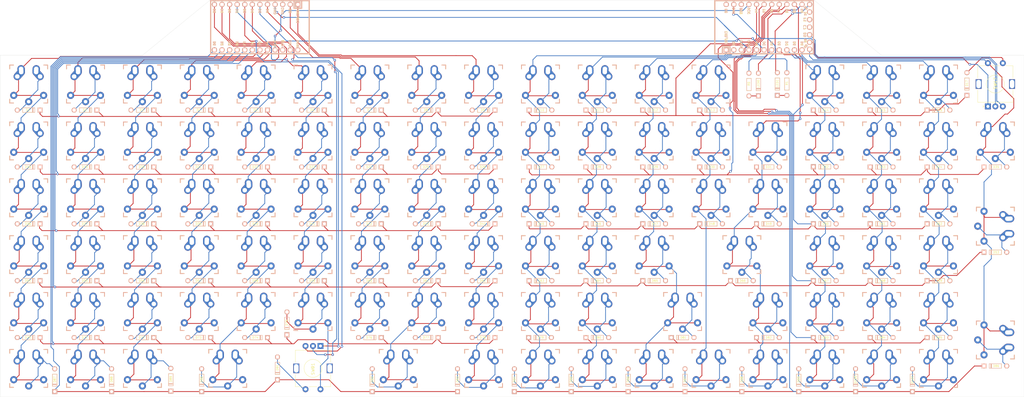
<source format=kicad_pcb>
(kicad_pcb (version 20171130) (host pcbnew "(5.1.6)-1")
  (layers (0 F.Cu signal) (31 B.Cu signal) (34 B.Paste user hide) (35 F.Paste user hide) (36 B.SilkS user hide) (37 F.SilkS user) (38 B.Mask user hide) (39 F.Mask user hide) (44 Edge.Cuts user))
  (net 0 "")
  (net 1 "Net-(D1-Pad1)")
  (net 2 Row0)
  (net 3 "Net-(D2-Pad1)")
  (net 4 "Net-(D3-Pad1)")
  (net 5 "Net-(D4-Pad1)")
  (net 6 "Net-(D5-Pad1)")
  (net 7 "Net-(D6-Pad1)")
  (net 8 "Net-(D7-Pad1)")
  (net 9 "Net-(D8-Pad1)")
  (net 10 "Net-(D9-Pad1)")
  (net 11 "Net-(D10-Pad1)")
  (net 12 Row6)
  (net 13 "Net-(D11-Pad1)")
  (net 14 "Net-(D12-Pad1)")
  (net 15 "Net-(D13-Pad1)")
  (net 16 "Net-(D14-Pad1)")
  (net 17 "Net-(D15-Pad1)")
  (net 18 "Net-(D16-Pad1)")
  (net 19 "Net-(D17-Pad1)")
  (net 20 "Net-(D18-Pad1)")
  (net 21 Row1)
  (net 22 "Net-(D19-Pad1)")
  (net 23 "Net-(D20-Pad1)")
  (net 24 "Net-(D21-Pad1)")
  (net 25 "Net-(D22-Pad1)")
  (net 26 "Net-(D23-Pad1)")
  (net 27 "Net-(D24-Pad1)")
  (net 28 "Net-(D25-Pad1)")
  (net 29 "Net-(D26-Pad1)")
  (net 30 "Net-(D27-Pad1)")
  (net 31 Row7)
  (net 32 "Net-(D28-Pad1)")
  (net 33 "Net-(D29-Pad1)")
  (net 34 "Net-(D30-Pad1)")
  (net 35 "Net-(D31-Pad1)")
  (net 36 "Net-(D32-Pad1)")
  (net 37 "Net-(D33-Pad1)")
  (net 38 "Net-(D34-Pad1)")
  (net 39 "Net-(D35-Pad1)")
  (net 40 "Net-(D36-Pad1)")
  (net 41 Row2)
  (net 42 "Net-(D37-Pad1)")
  (net 43 "Net-(D38-Pad1)")
  (net 44 "Net-(D39-Pad1)")
  (net 45 "Net-(D40-Pad1)")
  (net 46 "Net-(D41-Pad1)")
  (net 47 "Net-(D42-Pad1)")
  (net 48 "Net-(D43-Pad1)")
  (net 49 "Net-(D44-Pad1)")
  (net 50 "Net-(D45-Pad1)")
  (net 51 Row8)
  (net 52 "Net-(D46-Pad1)")
  (net 53 "Net-(D47-Pad1)")
  (net 54 "Net-(D48-Pad1)")
  (net 55 "Net-(D49-Pad1)")
  (net 56 "Net-(D50-Pad1)")
  (net 57 "Net-(D51-Pad1)")
  (net 58 "Net-(D52-Pad1)")
  (net 59 "Net-(D53-Pad1)")
  (net 60 Row9)
  (net 61 "Net-(D54-Pad1)")
  (net 62 Row3)
  (net 63 "Net-(D55-Pad1)")
  (net 64 "Net-(D56-Pad1)")
  (net 65 "Net-(D57-Pad1)")
  (net 66 "Net-(D58-Pad1)")
  (net 67 "Net-(D59-Pad1)")
  (net 68 "Net-(D60-Pad1)")
  (net 69 "Net-(D61-Pad1)")
  (net 70 "Net-(D62-Pad1)")
  (net 71 "Net-(D63-Pad1)")
  (net 72 "Net-(D64-Pad1)")
  (net 73 "Net-(D65-Pad1)")
  (net 74 "Net-(D66-Pad1)")
  (net 75 "Net-(D67-Pad1)")
  (net 76 "Net-(D68-Pad1)")
  (net 77 "Net-(D69-Pad1)")
  (net 78 "Net-(D70-Pad1)")
  (net 79 Row4)
  (net 80 "Net-(D71-Pad1)")
  (net 81 "Net-(D72-Pad1)")
  (net 82 "Net-(D73-Pad1)")
  (net 83 "Net-(D74-Pad1)")
  (net 84 "Net-(D75-Pad1)")
  (net 85 "Net-(D76-Pad1)")
  (net 86 "Net-(D77-Pad1)")
  (net 87 "Net-(D78-Pad1)")
  (net 88 "Net-(D79-Pad1)")
  (net 89 Row10)
  (net 90 "Net-(D80-Pad1)")
  (net 91 "Net-(D81-Pad1)")
  (net 92 "Net-(D82-Pad1)")
  (net 93 "Net-(D83-Pad1)")
  (net 94 "Net-(D84-Pad1)")
  (net 95 "Net-(D85-Pad1)")
  (net 96 "Net-(D86-Pad1)")
  (net 97 Row11)
  (net 98 "Net-(D87-Pad1)")
  (net 99 Row5)
  (net 100 "Net-(D88-Pad1)")
  (net 101 "Net-(D89-Pad1)")
  (net 102 "Net-(D90-Pad1)")
  (net 103 "Net-(D91-Pad1)")
  (net 104 "Net-(D92-Pad1)")
  (net 105 "Net-(D93-Pad1)")
  (net 106 "Net-(D94-Pad1)")
  (net 107 "Net-(D95-Pad1)")
  (net 108 "Net-(D96-Pad1)")
  (net 109 "Net-(D97-Pad1)")
  (net 110 "Net-(D98-Pad1)")
  (net 111 "Net-(D99-Pad1)")
  (net 112 "Net-(D100-Pad1)")
  (net 113 "Net-(D101-Pad1)")
  (net 114 Col0)
  (net 115 Col1)
  (net 116 Col2)
  (net 117 Col3)
  (net 118 Col4)
  (net 119 Col5)
  (net 120 Col6)
  (net 121 Col7)
  (net 122 Col8)
  (net 123 Col9)
  (net 124 Col10)
  (net 125 Col11)
  (net 126 Col12)
  (net 127 Col14)
  (net 128 Col15)
  (net 129 Col16)
  (net 130 Col13)
  (net 131 Col17)
  (net 132 TRRSComm)
  (net 133 E3)
  (net 134 E2GND)
  (net 135 E4)
  (net 136 E1)
  (net 137 EGND1)
  (net 138 E2)
  (net 139 TRRSVcc)
  (net 140 TRRSGnd)
  (net 141 "Net-(LED0-Pad2)")
  (net 142 "Net-(LED0-Pad1)")
  (net 143 "Net-(LED1-Pad2)")
  (net 144 "Net-(LED1-Pad1)")
  (module KeyboardFootprints:Resistor (layer F.Cu) (at 470.69375 150.8125 90)
    (fp_text reference R1 (at 0.254 0 90) (layer F.SilkS) (effects (font (size 0.7 0.7) (thickness 0.125))))
    (fp_text value Resistor hide)
    (pad 2 thru_hole circle (at -3.81 0 270) (size 1.651 1.651) (drill 0.9906) (layers *.Cu *.SilkS *.Mask) (net 143 "Net-(LED1-Pad2)"))
    (pad 1 thru_hole circle (at 3.81 0 270) (size 1.651 1.651) (drill 0.9906) (layers *.Cu *.SilkS *.Mask) (net 134 E2GND))
  )
  (module KeyboardFootprints:Resistor (layer F.Cu) (at 457.99375 150.97125 90)
    (fp_text reference R0 (at 0.254 0 90) (layer F.SilkS) (effects (font (size 0.7 0.7) (thickness 0.125))))
    (fp_text value Resistor hide)
    (pad 2 thru_hole circle (at -3.81 0 270) (size 1.651 1.651) (drill 0.9906) (layers *.Cu *.SilkS *.Mask) (net 141 "Net-(LED0-Pad2)"))
    (pad 1 thru_hole circle (at 3.81 0 270) (size 1.651 1.651) (drill 0.9906) (layers *.Cu *.SilkS *.Mask) (net 134 E2GND))
  )
  (module KeyboardFootprints:Diode (layer F.Cu) (at 467.51875 150.8125 90)
    (fp_text reference LED1 (at 0.254 0 90) (layer F.SilkS) (effects (font (size 0.7 0.7) (thickness 0.125))))
    (fp_text value Diode hide)
    (pad 2 thru_hole rect (at -3.81 0 270) (size 1.651 1.651) (drill 0.9906) (layers *.Cu *.SilkS *.Mask) (net 143 "Net-(LED1-Pad2)"))
    (pad 1 thru_hole circle (at 3.81 0 270) (size 1.651 1.651) (drill 0.9906) (layers *.Cu *.SilkS *.Mask) (net 144 "Net-(LED1-Pad1)"))
  )
  (module KeyboardFootprints:Diode (layer F.Cu) (at 461.16875 150.97125 90)
    (fp_text reference LED0 (at 0.254 0 90) (layer F.SilkS) (effects (font (size 0.7 0.7) (thickness 0.125))))
    (fp_text value Diode hide)
    (pad 2 thru_hole rect (at -3.81 0 270) (size 1.651 1.651) (drill 0.9906) (layers *.Cu *.SilkS *.Mask) (net 141 "Net-(LED0-Pad2)"))
    (pad 1 thru_hole circle (at 3.81 0 270) (size 1.651 1.651) (drill 0.9906) (layers *.Cu *.SilkS *.Mask) (net 142 "Net-(LED0-Pad1)"))
  )
  (module KeyboardFootprints:MX_Choc_Symmetric (layer F.Cu) (at 273.84375 150.8125)
    (fp_text reference SW4)
    (fp_text value Switch)
    (pad 1 smd circle (at -5 3.8) (size 2.4 2.4) (layers B.Cu) (net 117 Col3))
    (pad 1 smd circle (at 5 3.8) (size 2.4 2.4) (layers B.Cu) (net 117 Col3))
    (pad 2 smd circle (at 0 5.9) (size 2.4 2.4) (layers B.Cu) (net 5 "Net-(D4-Pad1)"))
    (pad 1 smd circle (at -5 3.8) (size 2.4 2.4) (layers F.Cu) (net 117 Col3))
    (pad 2 smd circle (at 0 5.9) (size 2.4 2.4) (layers F.Cu) (net 5 "Net-(D4-Pad1)"))
    (pad 1 smd circle (at 5 3.8) (size 2.4 2.4) (layers F.Cu) (net 117 Col3))
    (pad "" np_thru_hole circle (at -5.22 -4.2 180) (size 1.2 1.2) (drill 1.2) (layers *.Cu *.Mask))
    (pad 1 thru_hole circle (at 5 3.8 180) (size 2 2) (drill 1.2) (layers *.Cu *.Mask) (net 117 Col3))
    (pad 2 thru_hole circle (at 0 5.9 180) (size 2 2) (drill 1.2) (layers *.Cu *.Mask) (net 5 "Net-(D4-Pad1)"))
    (pad 1 thru_hole circle (at -5 3.8 180) (size 2 2) (drill 1.2) (layers *.Cu *.Mask) (net 117 Col3))
    (pad "" np_thru_hole circle (at 5.5 0 228.1) (size 1.9 1.9) (drill 1.9) (layers *.Cu *.Mask))
    (pad "" np_thru_hole circle (at -5.5 0 228.1) (size 1.9 1.9) (drill 1.9) (layers *.Cu *.Mask))
    (pad "" np_thru_hole circle (at 5.22 -4.2 180) (size 1.2 1.2) (drill 1.2) (layers *.Cu *.Mask))
    (pad 2 smd oval (at 2.52 -4.79 356.1) (size 2.5 3.081378) (layers F.Cu) (net 5 "Net-(D4-Pad1)"))
    (pad 2 thru_hole circle (at 2.54 -5.08 331) (size 2 2) (drill 1.5) (layers *.Cu *.Mask) (net 5 "Net-(D4-Pad1)"))
    (pad 1 thru_hole circle (at -2.5 -4 330.95) (size 2 2) (drill 1.5) (layers *.Cu *.Mask) (net 117 Col3))
    (pad 2 thru_hole circle (at 2.5 -4.5 330.95) (size 2 2) (drill 1.5) (layers *.Cu *.Mask) (net 5 "Net-(D4-Pad1)"))
    (pad "" np_thru_hole circle (at -5.08 0) (size 1.8 1.8) (drill 1.8) (layers *.Cu *.Mask))
    (pad 1 thru_hole circle (at -3.81 -2.54 330.95) (size 2 2) (drill 1.5) (layers *.Cu *.Mask) (net 117 Col3))
    (pad 2 thru_hole circle (at 3.81 -2.54 331) (size 2 2) (drill 1.5) (layers *.Cu *.Mask) (net 5 "Net-(D4-Pad1)"))
    (pad 1 smd oval (at -2.52 -4.79 3.9) (size 2.5 3.081378) (layers F.Cu) (net 117 Col3))
    (pad 1 smd oval (at -2.52 -4.79 3.9) (size 2.5 3.081378) (layers B.Cu) (net 117 Col3))
    (pad 1 thru_hole circle (at -2.54 -5.08 330.95) (size 2 2) (drill 1.5) (layers *.Cu *.Mask) (net 117 Col3))
    (pad 2 thru_hole circle (at 2.5 -4) (size 2 2) (drill 1.5) (layers *.Cu *.Mask) (net 5 "Net-(D4-Pad1)"))
    (pad 2 smd oval (at 2.52 -4.79 356.1) (size 2.5 3.081378) (layers B.Cu) (net 5 "Net-(D4-Pad1)"))
    (pad 2 smd oval (at 3.155 -3.27 221.9) (size 2.5 4.461556) (layers B.Cu) (net 5 "Net-(D4-Pad1)"))
    (pad "" np_thru_hole circle (at 5.08 0) (size 1.8 1.8) (drill 1.8) (layers *.Cu *.Mask))
    (pad 1 smd oval (at -3.155 -3.27 138.1) (size 2.5 4.461556) (layers F.Cu) (net 117 Col3))
    (pad 1 smd oval (at -3.155 -3.27 138.1) (size 2.5 4.461556) (layers B.Cu) (net 117 Col3))
    (pad 1 thru_hole circle (at -2.5 -4.5 330.95) (size 2 2) (drill 1.5) (layers *.Cu *.Mask) (net 117 Col3))
    (pad 2 smd oval (at 3.155 -3.27 221.9) (size 2.5 4.461556) (layers F.Cu) (net 5 "Net-(D4-Pad1)"))
    (pad "" np_thru_hole circle (at 0 0) (size 3.988 3.988) (drill 3.988) (layers *.Cu *.Mask))
  )
  (module KeyboardFootprints:MX_Choc_Symmetric (layer F.Cu) (at 330.99375 150.8125)
    (fp_text reference SW7)
    (fp_text value Switch)
    (pad 1 smd circle (at -5 3.8) (size 2.4 2.4) (layers B.Cu) (net 120 Col6))
    (pad 1 smd circle (at 5 3.8) (size 2.4 2.4) (layers B.Cu) (net 120 Col6))
    (pad 2 smd circle (at 0 5.9) (size 2.4 2.4) (layers B.Cu) (net 8 "Net-(D7-Pad1)"))
    (pad 1 smd circle (at -5 3.8) (size 2.4 2.4) (layers F.Cu) (net 120 Col6))
    (pad 2 smd circle (at 0 5.9) (size 2.4 2.4) (layers F.Cu) (net 8 "Net-(D7-Pad1)"))
    (pad 1 smd circle (at 5 3.8) (size 2.4 2.4) (layers F.Cu) (net 120 Col6))
    (pad "" np_thru_hole circle (at -5.22 -4.2 180) (size 1.2 1.2) (drill 1.2) (layers *.Cu *.Mask))
    (pad 1 thru_hole circle (at 5 3.8 180) (size 2 2) (drill 1.2) (layers *.Cu *.Mask) (net 120 Col6))
    (pad 2 thru_hole circle (at 0 5.9 180) (size 2 2) (drill 1.2) (layers *.Cu *.Mask) (net 8 "Net-(D7-Pad1)"))
    (pad 1 thru_hole circle (at -5 3.8 180) (size 2 2) (drill 1.2) (layers *.Cu *.Mask) (net 120 Col6))
    (pad "" np_thru_hole circle (at 5.5 0 228.1) (size 1.9 1.9) (drill 1.9) (layers *.Cu *.Mask))
    (pad "" np_thru_hole circle (at -5.5 0 228.1) (size 1.9 1.9) (drill 1.9) (layers *.Cu *.Mask))
    (pad "" np_thru_hole circle (at 5.22 -4.2 180) (size 1.2 1.2) (drill 1.2) (layers *.Cu *.Mask))
    (pad 2 smd oval (at 2.52 -4.79 356.1) (size 2.5 3.081378) (layers F.Cu) (net 8 "Net-(D7-Pad1)"))
    (pad 2 thru_hole circle (at 2.54 -5.08 331) (size 2 2) (drill 1.5) (layers *.Cu *.Mask) (net 8 "Net-(D7-Pad1)"))
    (pad 1 thru_hole circle (at -2.5 -4 330.95) (size 2 2) (drill 1.5) (layers *.Cu *.Mask) (net 120 Col6))
    (pad 2 thru_hole circle (at 2.5 -4.5 330.95) (size 2 2) (drill 1.5) (layers *.Cu *.Mask) (net 8 "Net-(D7-Pad1)"))
    (pad "" np_thru_hole circle (at -5.08 0) (size 1.8 1.8) (drill 1.8) (layers *.Cu *.Mask))
    (pad 1 thru_hole circle (at -3.81 -2.54 330.95) (size 2 2) (drill 1.5) (layers *.Cu *.Mask) (net 120 Col6))
    (pad 2 thru_hole circle (at 3.81 -2.54 331) (size 2 2) (drill 1.5) (layers *.Cu *.Mask) (net 8 "Net-(D7-Pad1)"))
    (pad 1 smd oval (at -2.52 -4.79 3.9) (size 2.5 3.081378) (layers F.Cu) (net 120 Col6))
    (pad 1 smd oval (at -2.52 -4.79 3.9) (size 2.5 3.081378) (layers B.Cu) (net 120 Col6))
    (pad 1 thru_hole circle (at -2.54 -5.08 330.95) (size 2 2) (drill 1.5) (layers *.Cu *.Mask) (net 120 Col6))
    (pad 2 thru_hole circle (at 2.5 -4) (size 2 2) (drill 1.5) (layers *.Cu *.Mask) (net 8 "Net-(D7-Pad1)"))
    (pad 2 smd oval (at 2.52 -4.79 356.1) (size 2.5 3.081378) (layers B.Cu) (net 8 "Net-(D7-Pad1)"))
    (pad 2 smd oval (at 3.155 -3.27 221.9) (size 2.5 4.461556) (layers B.Cu) (net 8 "Net-(D7-Pad1)"))
    (pad "" np_thru_hole circle (at 5.08 0) (size 1.8 1.8) (drill 1.8) (layers *.Cu *.Mask))
    (pad 1 smd oval (at -3.155 -3.27 138.1) (size 2.5 4.461556) (layers F.Cu) (net 120 Col6))
    (pad 1 smd oval (at -3.155 -3.27 138.1) (size 2.5 4.461556) (layers B.Cu) (net 120 Col6))
    (pad 1 thru_hole circle (at -2.5 -4.5 330.95) (size 2 2) (drill 1.5) (layers *.Cu *.Mask) (net 120 Col6))
    (pad 2 smd oval (at 3.155 -3.27 221.9) (size 2.5 4.461556) (layers F.Cu) (net 8 "Net-(D7-Pad1)"))
    (pad "" np_thru_hole circle (at 0 0) (size 3.988 3.988) (drill 3.988) (layers *.Cu *.Mask))
  )
  (module KeyboardFootprints:MX_Choc_Symmetric (layer F.Cu) (at 311.94375 150.8125)
    (fp_text reference SW6)
    (fp_text value Switch)
    (pad 1 smd circle (at -5 3.8) (size 2.4 2.4) (layers B.Cu) (net 119 Col5))
    (pad 1 smd circle (at 5 3.8) (size 2.4 2.4) (layers B.Cu) (net 119 Col5))
    (pad 2 smd circle (at 0 5.9) (size 2.4 2.4) (layers B.Cu) (net 7 "Net-(D6-Pad1)"))
    (pad 1 smd circle (at -5 3.8) (size 2.4 2.4) (layers F.Cu) (net 119 Col5))
    (pad 2 smd circle (at 0 5.9) (size 2.4 2.4) (layers F.Cu) (net 7 "Net-(D6-Pad1)"))
    (pad 1 smd circle (at 5 3.8) (size 2.4 2.4) (layers F.Cu) (net 119 Col5))
    (pad "" np_thru_hole circle (at -5.22 -4.2 180) (size 1.2 1.2) (drill 1.2) (layers *.Cu *.Mask))
    (pad 1 thru_hole circle (at 5 3.8 180) (size 2 2) (drill 1.2) (layers *.Cu *.Mask) (net 119 Col5))
    (pad 2 thru_hole circle (at 0 5.9 180) (size 2 2) (drill 1.2) (layers *.Cu *.Mask) (net 7 "Net-(D6-Pad1)"))
    (pad 1 thru_hole circle (at -5 3.8 180) (size 2 2) (drill 1.2) (layers *.Cu *.Mask) (net 119 Col5))
    (pad "" np_thru_hole circle (at 5.5 0 228.1) (size 1.9 1.9) (drill 1.9) (layers *.Cu *.Mask))
    (pad "" np_thru_hole circle (at -5.5 0 228.1) (size 1.9 1.9) (drill 1.9) (layers *.Cu *.Mask))
    (pad "" np_thru_hole circle (at 5.22 -4.2 180) (size 1.2 1.2) (drill 1.2) (layers *.Cu *.Mask))
    (pad 2 smd oval (at 2.52 -4.79 356.1) (size 2.5 3.081378) (layers F.Cu) (net 7 "Net-(D6-Pad1)"))
    (pad 2 thru_hole circle (at 2.54 -5.08 331) (size 2 2) (drill 1.5) (layers *.Cu *.Mask) (net 7 "Net-(D6-Pad1)"))
    (pad 1 thru_hole circle (at -2.5 -4 330.95) (size 2 2) (drill 1.5) (layers *.Cu *.Mask) (net 119 Col5))
    (pad 2 thru_hole circle (at 2.5 -4.5 330.95) (size 2 2) (drill 1.5) (layers *.Cu *.Mask) (net 7 "Net-(D6-Pad1)"))
    (pad "" np_thru_hole circle (at -5.08 0) (size 1.8 1.8) (drill 1.8) (layers *.Cu *.Mask))
    (pad 1 thru_hole circle (at -3.81 -2.54 330.95) (size 2 2) (drill 1.5) (layers *.Cu *.Mask) (net 119 Col5))
    (pad 2 thru_hole circle (at 3.81 -2.54 331) (size 2 2) (drill 1.5) (layers *.Cu *.Mask) (net 7 "Net-(D6-Pad1)"))
    (pad 1 smd oval (at -2.52 -4.79 3.9) (size 2.5 3.081378) (layers F.Cu) (net 119 Col5))
    (pad 1 smd oval (at -2.52 -4.79 3.9) (size 2.5 3.081378) (layers B.Cu) (net 119 Col5))
    (pad 1 thru_hole circle (at -2.54 -5.08 330.95) (size 2 2) (drill 1.5) (layers *.Cu *.Mask) (net 119 Col5))
    (pad 2 thru_hole circle (at 2.5 -4) (size 2 2) (drill 1.5) (layers *.Cu *.Mask) (net 7 "Net-(D6-Pad1)"))
    (pad 2 smd oval (at 2.52 -4.79 356.1) (size 2.5 3.081378) (layers B.Cu) (net 7 "Net-(D6-Pad1)"))
    (pad 2 smd oval (at 3.155 -3.27 221.9) (size 2.5 4.461556) (layers B.Cu) (net 7 "Net-(D6-Pad1)"))
    (pad "" np_thru_hole circle (at 5.08 0) (size 1.8 1.8) (drill 1.8) (layers *.Cu *.Mask))
    (pad 1 smd oval (at -3.155 -3.27 138.1) (size 2.5 4.461556) (layers F.Cu) (net 119 Col5))
    (pad 1 smd oval (at -3.155 -3.27 138.1) (size 2.5 4.461556) (layers B.Cu) (net 119 Col5))
    (pad 1 thru_hole circle (at -2.5 -4.5 330.95) (size 2 2) (drill 1.5) (layers *.Cu *.Mask) (net 119 Col5))
    (pad 2 smd oval (at 3.155 -3.27 221.9) (size 2.5 4.461556) (layers F.Cu) (net 7 "Net-(D6-Pad1)"))
    (pad "" np_thru_hole circle (at 0 0) (size 3.988 3.988) (drill 3.988) (layers *.Cu *.Mask))
  )
  (module Keebio-Parts:Elite-C (layer F.Cu) (at 464.34375 131.7625)
    (fp_text reference U2 hide)
    (fp_text value Elite-C hide)
    (fp_text user D5 (at 12.4 2.54 90) (layer B.SilkS) (effects (font (size 0.8 0.8)) (justify mirror)))
    (fp_text user D5 (at 12.4 2.54 90) (layer F.SilkS) (effects (font (size 0.8 0.8))))
    (fp_text user F1 (at 12.4 -2.54 90) (layer F.SilkS) (effects (font (size 0.8 0.8))))
    (fp_text user F1 (at 12.4 -2.54 90) (layer B.SilkS) (effects (font (size 0.8 0.8)) (justify mirror)))
    (fp_text user C7 (at 12.4 0 90) (layer B.SilkS) (effects (font (size 0.8 0.8)) (justify mirror)))
    (fp_text user C7 (at 12.4 0 90) (layer F.SilkS) (effects (font (size 0.8 0.8))))
    (fp_text user B6 (at 12.7 -6.4 135 unlocked) (layer B.SilkS) (effects (font (size 0.7 0.7)) (justify mirror)))
    (fp_text user B6 (at 12.7 -6.4 135 unlocked) (layer F.SilkS) (effects (font (size 0.7 0.7))))
    (fp_text user F0 (at 12.6 -4.5 90) (layer F.SilkS) (effects (font (size 0.7 0.7))))
    (fp_text user F0 (at 12.6 -4.5 90) (layer B.SilkS) (effects (font (size 0.7 0.7)) (justify mirror)))
    (fp_text user B7 (at 12.6 4.5 90) (layer B.SilkS) (effects (font (size 0.7 0.7)) (justify mirror)))
    (fp_text user B7 (at 12.6 4.5 90) (layer F.SilkS) (effects (font (size 0.7 0.7))))
    (fp_text user ST (at -8.91 -5.04 90) (layer B.SilkS) (effects (font (size 0.8 0.8)) (justify mirror)))
    (fp_text user TX0/D3 (at -13.97 3.571872 90) (layer F.SilkS) (effects (font (size 0.8 0.8))))
    (fp_text user TX0/D3 (at -13.97 3.571872 90) (layer B.SilkS) (effects (font (size 0.8 0.8)) (justify mirror)))
    (fp_text user D2 (at -11.43 5.461 90) (layer F.SilkS) (effects (font (size 0.8 0.8))))
    (fp_text user D0 (at -1.27 5.461 90) (layer F.SilkS) (effects (font (size 0.8 0.8))))
    (fp_text user D1 (at -3.81 5.461 90) (layer F.SilkS) (effects (font (size 0.8 0.8))))
    (fp_text user GND (at -6.35 5.461 90) (layer F.SilkS) (effects (font (size 0.8 0.8))))
    (fp_text user GND (at -8.89 5.461 90) (layer F.SilkS) (effects (font (size 0.8 0.8))))
    (fp_text user D4 (at 1.27 5.461 90) (layer F.SilkS) (effects (font (size 0.8 0.8))))
    (fp_text user C6 (at 3.81 5.461 90) (layer F.SilkS) (effects (font (size 0.8 0.8))))
    (fp_text user D7 (at 6.35 5.461 90) (layer F.SilkS) (effects (font (size 0.8 0.8))))
    (fp_text user E6 (at 8.89 5.461 90) (layer F.SilkS) (effects (font (size 0.8 0.8))))
    (fp_text user B4 (at 11.43 5.461 90) (layer F.SilkS) (effects (font (size 0.8 0.8))))
    (fp_text user B5 (at 12.7 6.4 45) (layer F.SilkS) (effects (font (size 0.7 0.7))))
    (fp_text user B2 (at 11.43 -5.461 90) (layer B.SilkS) (effects (font (size 0.8 0.8)) (justify mirror)))
    (fp_text user B3 (at 8.89 -5.461 90) (layer F.SilkS) (effects (font (size 0.8 0.8))))
    (fp_text user B1 (at 6.35 -5.461 90) (layer F.SilkS) (effects (font (size 0.8 0.8))))
    (fp_text user F7 (at 3.81 -5.461 90) (layer B.SilkS) (effects (font (size 0.8 0.8)) (justify mirror)))
    (fp_text user F6 (at 1.27 -5.461 90) (layer B.SilkS) (effects (font (size 0.8 0.8)) (justify mirror)))
    (fp_text user F5 (at -1.27 -5.461 90) (layer B.SilkS) (effects (font (size 0.8 0.8)) (justify mirror)))
    (fp_text user F4 (at -3.81 -5.461 90) (layer F.SilkS) (effects (font (size 0.8 0.8))))
    (fp_text user VCC (at -6.35 -5.461 90) (layer F.SilkS) (effects (font (size 0.8 0.8))))
    (fp_text user ST (at -8.92 -5.73312 90) (layer F.SilkS) (effects (font (size 0.8 0.8))))
    (fp_text user GND (at -11.43 -5.461 90) (layer F.SilkS) (effects (font (size 0.8 0.8))))
    (fp_text user B0 (at -13.97 -5.461 90) (layer F.SilkS) (effects (font (size 0.8 0.8))))
    (fp_text user B0 (at -13.97 -5.461 90) (layer B.SilkS) (effects (font (size 0.8 0.8)) (justify mirror)))
    (fp_text user GND (at -11.43 -5.461 90) (layer B.SilkS) (effects (font (size 0.8 0.8)) (justify mirror)))
    (fp_text user VCC (at -6.35 -5.461 90) (layer B.SilkS) (effects (font (size 0.8 0.8)) (justify mirror)))
    (fp_text user F4 (at -3.81 -5.461 90) (layer B.SilkS) (effects (font (size 0.8 0.8)) (justify mirror)))
    (fp_text user F5 (at -1.27 -5.461 90) (layer F.SilkS) (effects (font (size 0.8 0.8))))
    (fp_text user F6 (at 1.27 -5.461 90) (layer F.SilkS) (effects (font (size 0.8 0.8))))
    (fp_text user F7 (at 3.81 -5.461 90) (layer F.SilkS) (effects (font (size 0.8 0.8))))
    (fp_text user B1 (at 6.35 -5.461 90) (layer B.SilkS) (effects (font (size 0.8 0.8)) (justify mirror)))
    (fp_text user B3 (at 8.89 -5.461 90) (layer B.SilkS) (effects (font (size 0.8 0.8)) (justify mirror)))
    (fp_text user B2 (at 11.43 -5.461 90) (layer F.SilkS) (effects (font (size 0.8 0.8))))
    (fp_text user B5 (at 12.7 6.4 45) (layer B.SilkS) (effects (font (size 0.7 0.7)) (justify mirror)))
    (fp_text user B4 (at 11.43 5.461 90) (layer B.SilkS) (effects (font (size 0.8 0.8)) (justify mirror)))
    (fp_text user E6 (at 8.89 5.461 90) (layer B.SilkS) (effects (font (size 0.8 0.8)) (justify mirror)))
    (fp_text user D7 (at 6.35 5.461 90) (layer B.SilkS) (effects (font (size 0.8 0.8)) (justify mirror)))
    (fp_text user C6 (at 3.81 5.461 90) (layer B.SilkS) (effects (font (size 0.8 0.8)) (justify mirror)))
    (fp_text user D4 (at 1.27 5.461 90) (layer B.SilkS) (effects (font (size 0.8 0.8)) (justify mirror)))
    (fp_text user GND (at -8.89 5.461 90) (layer B.SilkS) (effects (font (size 0.8 0.8)) (justify mirror)))
    (fp_text user GND (at -6.35 5.461 90) (layer B.SilkS) (effects (font (size 0.8 0.8)) (justify mirror)))
    (fp_text user D1 (at -3.81 5.461 90) (layer B.SilkS) (effects (font (size 0.8 0.8)) (justify mirror)))
    (fp_text user D0 (at -1.27 5.461 90) (layer B.SilkS) (effects (font (size 0.8 0.8)) (justify mirror)))
    (fp_text user D2 (at -11.43 5.461 90) (layer B.SilkS) (effects (font (size 0.8 0.8)) (justify mirror)))
    (pad 25 thru_hole circle (at 13.97 5.08) (size 1.7526 1.7526) (drill 1.0922) (layers *.Cu *.SilkS *.Mask) (net 133 E3))
    (pad 26 thru_hole circle (at 13.97 2.54) (size 1.7526 1.7526) (drill 1.0922) (layers *.Cu *.SilkS *.Mask) (net 135 E4))
    (pad 27 thru_hole circle (at 13.97 0) (size 1.7526 1.7526) (drill 1.0922) (layers *.Cu *.SilkS *.Mask))
    (pad 28 thru_hole circle (at 13.97 -2.54) (size 1.7526 1.7526) (drill 1.0922) (layers *.Cu *.SilkS *.Mask))
    (pad 29 thru_hole circle (at 13.97 -5.08) (size 1.7526 1.7526) (drill 1.0922) (layers *.Cu *.SilkS *.Mask))
    (pad 24 thru_hole circle (at -13.97 -7.62) (size 1.7526 1.7526) (drill 1.0922) (layers *.Cu *.SilkS *.Mask))
    (pad 12 thru_hole circle (at 13.97 7.3914) (size 1.7526 1.7526) (drill 1.0922) (layers *.Cu *.SilkS *.Mask) (net 131 Col17))
    (pad 23 thru_hole circle (at -11.43 -7.62) (size 1.7526 1.7526) (drill 1.0922) (layers *.Cu *.SilkS *.Mask) (net 134 E2GND))
    (pad 22 thru_hole circle (at -8.89 -7.62) (size 1.7526 1.7526) (drill 1.0922) (layers *.Cu *.SilkS *.Mask))
    (pad 21 thru_hole circle (at -6.35 -7.62) (size 1.7526 1.7526) (drill 1.0922) (layers *.Cu *.SilkS *.Mask) (net 139 TRRSVcc))
    (pad 20 thru_hole circle (at -3.81 -7.62) (size 1.7526 1.7526) (drill 1.0922) (layers *.Cu *.SilkS *.Mask) (net 12 Row6))
    (pad 19 thru_hole circle (at -1.27 -7.62) (size 1.7526 1.7526) (drill 1.0922) (layers *.Cu *.SilkS *.Mask) (net 31 Row7))
    (pad 18 thru_hole circle (at 1.27 -7.62) (size 1.7526 1.7526) (drill 1.0922) (layers *.Cu *.SilkS *.Mask) (net 97 Row11))
    (pad 17 thru_hole circle (at 3.81 -7.62) (size 1.7526 1.7526) (drill 1.0922) (layers *.Cu *.SilkS *.Mask) (net 89 Row10))
    (pad 16 thru_hole circle (at 6.35 -7.62) (size 1.7526 1.7526) (drill 1.0922) (layers *.Cu *.SilkS *.Mask) (net 60 Row9))
    (pad 15 thru_hole circle (at 8.89 -7.62) (size 1.7526 1.7526) (drill 1.0922) (layers *.Cu *.SilkS *.Mask) (net 51 Row8))
    (pad 14 thru_hole circle (at 11.43 -7.62) (size 1.7526 1.7526) (drill 1.0922) (layers *.Cu *.SilkS *.Mask) (net 142 "Net-(LED0-Pad1)"))
    (pad 13 thru_hole circle (at 13.97 -7.62) (size 1.7526 1.7526) (drill 1.0922) (layers *.Cu *.SilkS *.Mask) (net 144 "Net-(LED1-Pad1)"))
    (pad 11 thru_hole circle (at 11.43 7.62) (size 1.7526 1.7526) (drill 1.0922) (layers *.Cu *.SilkS *.Mask) (net 129 Col16))
    (pad 10 thru_hole circle (at 8.89 7.62) (size 1.7526 1.7526) (drill 1.0922) (layers *.Cu *.SilkS *.Mask) (net 128 Col15))
    (pad 9 thru_hole circle (at 6.35 7.62) (size 1.7526 1.7526) (drill 1.0922) (layers *.Cu *.SilkS *.Mask) (net 127 Col14))
    (pad 8 thru_hole circle (at 3.81 7.62) (size 1.7526 1.7526) (drill 1.0922) (layers *.Cu *.SilkS *.Mask) (net 130 Col13))
    (pad 7 thru_hole circle (at 1.27 7.62) (size 1.7526 1.7526) (drill 1.0922) (layers *.Cu *.SilkS *.Mask) (net 126 Col12))
    (pad 6 thru_hole circle (at -1.27 7.62) (size 1.7526 1.7526) (drill 1.0922) (layers *.Cu *.SilkS *.Mask) (net 132 TRRSComm))
    (pad 5 thru_hole circle (at -3.81 7.62) (size 1.7526 1.7526) (drill 1.0922) (layers *.Cu *.SilkS *.Mask) (net 125 Col11))
    (pad 4 thru_hole circle (at -6.35 7.62) (size 1.7526 1.7526) (drill 1.0922) (layers *.Cu *.SilkS *.Mask) (net 140 TRRSGnd))
    (pad 3 thru_hole circle (at -8.89 7.62) (size 1.7526 1.7526) (drill 1.0922) (layers *.Cu *.SilkS *.Mask))
    (pad 2 thru_hole circle (at -11.43 7.62) (size 1.7526 1.7526) (drill 1.0922) (layers *.Cu *.SilkS *.Mask) (net 124 Col10))
    (pad 1 thru_hole rect (at -13.97 7.62) (size 1.7526 1.7526) (drill 1.0922) (layers *.Cu *.SilkS *.Mask) (net 123 Col9))
  )
  (module KeyboardFootprints:ProMicro (layer F.Cu) (at 292.89375 131.7625 180)
    (fp_text reference U1 hide)
    (fp_text value ProMicro hide)
    (fp_text user ST (at -8.91 -5.04 90) (layer B.SilkS) (effects (font (size 0.8 0.8)) (justify mirror)))
    (fp_text user TX0/D3 (at -13.97 3.571872 90) (layer F.SilkS) (effects (font (size 0.8 0.8))))
    (fp_text user TX0/D3 (at -13.97 3.571872 90) (layer B.SilkS) (effects (font (size 0.8 0.8)) (justify mirror)))
    (fp_text user D2 (at -11.43 5.461 90) (layer F.SilkS) (effects (font (size 0.8 0.8))))
    (fp_text user D0 (at -1.27 5.461 90) (layer F.SilkS) (effects (font (size 0.8 0.8))))
    (fp_text user D1 (at -3.81 5.461 90) (layer F.SilkS) (effects (font (size 0.8 0.8))))
    (fp_text user GND (at -6.35 5.461 90) (layer F.SilkS) (effects (font (size 0.8 0.8))))
    (fp_text user GND (at -8.89 5.461 90) (layer F.SilkS) (effects (font (size 0.8 0.8))))
    (fp_text user D4 (at 1.27 5.461 90) (layer F.SilkS) (effects (font (size 0.8 0.8))))
    (fp_text user C6 (at 3.81 5.461 90) (layer F.SilkS) (effects (font (size 0.8 0.8))))
    (fp_text user D7 (at 6.35 5.461 90) (layer F.SilkS) (effects (font (size 0.8 0.8))))
    (fp_text user E6 (at 8.89 5.461 90) (layer F.SilkS) (effects (font (size 0.8 0.8))))
    (fp_text user B4 (at 11.43 5.461 90) (layer F.SilkS) (effects (font (size 0.8 0.8))))
    (fp_text user B5 (at 13.97 5.461 90) (layer F.SilkS) (effects (font (size 0.8 0.8))))
    (fp_text user B6 (at 13.97 -5.461 90) (layer F.SilkS) (effects (font (size 0.8 0.8))))
    (fp_text user B2 (at 11.43 -5.461 90) (layer B.SilkS) (effects (font (size 0.8 0.8)) (justify mirror)))
    (fp_text user B3 (at 8.89 -5.461 90) (layer F.SilkS) (effects (font (size 0.8 0.8))))
    (fp_text user B1 (at 6.35 -5.461 90) (layer F.SilkS) (effects (font (size 0.8 0.8))))
    (fp_text user F7 (at 3.81 -5.461 90) (layer B.SilkS) (effects (font (size 0.8 0.8)) (justify mirror)))
    (fp_text user F6 (at 1.27 -5.461 90) (layer B.SilkS) (effects (font (size 0.8 0.8)) (justify mirror)))
    (fp_text user F5 (at -1.27 -5.461 90) (layer B.SilkS) (effects (font (size 0.8 0.8)) (justify mirror)))
    (fp_text user F4 (at -3.81 -5.461 90) (layer F.SilkS) (effects (font (size 0.8 0.8))))
    (fp_text user VCC (at -6.35 -5.461 90) (layer F.SilkS) (effects (font (size 0.8 0.8))))
    (fp_text user ST (at -8.92 -5.73312 90) (layer F.SilkS) (effects (font (size 0.8 0.8))))
    (fp_text user GND (at -11.43 -5.461 90) (layer F.SilkS) (effects (font (size 0.8 0.8))))
    (fp_text user RAW (at -13.97 -5.461 90) (layer F.SilkS) (effects (font (size 0.8 0.8))))
    (fp_text user RAW (at -13.97 -5.461 90) (layer B.SilkS) (effects (font (size 0.8 0.8)) (justify mirror)))
    (fp_text user GND (at -11.43 -5.461 90) (layer B.SilkS) (effects (font (size 0.8 0.8)) (justify mirror)))
    (fp_text user VCC (at -6.35 -5.461 90) (layer B.SilkS) (effects (font (size 0.8 0.8)) (justify mirror)))
    (fp_text user F4 (at -3.81 -5.461 90) (layer B.SilkS) (effects (font (size 0.8 0.8)) (justify mirror)))
    (fp_text user F5 (at -1.27 -5.461 90) (layer F.SilkS) (effects (font (size 0.8 0.8))))
    (fp_text user F6 (at 1.27 -5.461 90) (layer F.SilkS) (effects (font (size 0.8 0.8))))
    (fp_text user F7 (at 3.81 -5.461 90) (layer F.SilkS) (effects (font (size 0.8 0.8))))
    (fp_text user B1 (at 6.35 -5.461 90) (layer B.SilkS) (effects (font (size 0.8 0.8)) (justify mirror)))
    (fp_text user B3 (at 8.89 -5.461 90) (layer B.SilkS) (effects (font (size 0.8 0.8)) (justify mirror)))
    (fp_text user B2 (at 11.43 -5.461 90) (layer F.SilkS) (effects (font (size 0.8 0.8))))
    (fp_text user B6 (at 13.97 -5.461 90) (layer B.SilkS) (effects (font (size 0.8 0.8)) (justify mirror)))
    (fp_text user B5 (at 13.97 5.461 90) (layer B.SilkS) (effects (font (size 0.8 0.8)) (justify mirror)))
    (fp_text user B4 (at 11.43 5.461 90) (layer B.SilkS) (effects (font (size 0.8 0.8)) (justify mirror)))
    (fp_text user E6 (at 8.89 5.461 90) (layer B.SilkS) (effects (font (size 0.8 0.8)) (justify mirror)))
    (fp_text user D7 (at 6.35 5.461 90) (layer B.SilkS) (effects (font (size 0.8 0.8)) (justify mirror)))
    (fp_text user C6 (at 3.81 5.461 90) (layer B.SilkS) (effects (font (size 0.8 0.8)) (justify mirror)))
    (fp_text user D4 (at 1.27 5.461 90) (layer B.SilkS) (effects (font (size 0.8 0.8)) (justify mirror)))
    (fp_text user GND (at -8.89 5.461 90) (layer B.SilkS) (effects (font (size 0.8 0.8)) (justify mirror)))
    (fp_text user GND (at -6.35 5.461 90) (layer B.SilkS) (effects (font (size 0.8 0.8)) (justify mirror)))
    (fp_text user D1 (at -3.81 5.461 90) (layer B.SilkS) (effects (font (size 0.8 0.8)) (justify mirror)))
    (fp_text user D0 (at -1.27 5.461 90) (layer B.SilkS) (effects (font (size 0.8 0.8)) (justify mirror)))
    (fp_text user D2 (at -11.43 5.461 90) (layer B.SilkS) (effects (font (size 0.8 0.8)) (justify mirror)))
    (pad 24 thru_hole circle (at -13.97 -7.62 180) (size 1.7526 1.7526) (drill 1.0922) (layers *.Cu *.SilkS *.Mask))
    (pad 12 thru_hole circle (at 13.97 7.62 180) (size 1.7526 1.7526) (drill 1.0922) (layers *.Cu *.SilkS *.Mask) (net 116 Col2))
    (pad 23 thru_hole circle (at -11.43 -7.62 180) (size 1.7526 1.7526) (drill 1.0922) (layers *.Cu *.SilkS *.Mask) (net 137 EGND1))
    (pad 22 thru_hole circle (at -8.89 -7.62 180) (size 1.7526 1.7526) (drill 1.0922) (layers *.Cu *.SilkS *.Mask))
    (pad 21 thru_hole circle (at -6.35 -7.62 180) (size 1.7526 1.7526) (drill 1.0922) (layers *.Cu *.SilkS *.Mask) (net 139 TRRSVcc))
    (pad 20 thru_hole circle (at -3.81 -7.62 180) (size 1.7526 1.7526) (drill 1.0922) (layers *.Cu *.SilkS *.Mask) (net 115 Col1))
    (pad 19 thru_hole circle (at -1.27 -7.62 180) (size 1.7526 1.7526) (drill 1.0922) (layers *.Cu *.SilkS *.Mask) (net 114 Col0))
    (pad 18 thru_hole circle (at 1.27 -7.62 180) (size 1.7526 1.7526) (drill 1.0922) (layers *.Cu *.SilkS *.Mask) (net 2 Row0))
    (pad 17 thru_hole circle (at 3.81 -7.62 180) (size 1.7526 1.7526) (drill 1.0922) (layers *.Cu *.SilkS *.Mask) (net 21 Row1))
    (pad 16 thru_hole circle (at 6.35 -7.62 180) (size 1.7526 1.7526) (drill 1.0922) (layers *.Cu *.SilkS *.Mask) (net 41 Row2))
    (pad 15 thru_hole circle (at 8.89 -7.62 180) (size 1.7526 1.7526) (drill 1.0922) (layers *.Cu *.SilkS *.Mask) (net 62 Row3))
    (pad 14 thru_hole circle (at 11.43 -7.62 180) (size 1.7526 1.7526) (drill 1.0922) (layers *.Cu *.SilkS *.Mask) (net 79 Row4))
    (pad 13 thru_hole circle (at 13.97 -7.62 180) (size 1.7526 1.7526) (drill 1.0922) (layers *.Cu *.SilkS *.Mask) (net 99 Row5))
    (pad 11 thru_hole circle (at 11.43 7.62 180) (size 1.7526 1.7526) (drill 1.0922) (layers *.Cu *.SilkS *.Mask) (net 117 Col3))
    (pad 10 thru_hole circle (at 8.89 7.62 180) (size 1.7526 1.7526) (drill 1.0922) (layers *.Cu *.SilkS *.Mask) (net 118 Col4))
    (pad 9 thru_hole circle (at 6.35 7.62 180) (size 1.7526 1.7526) (drill 1.0922) (layers *.Cu *.SilkS *.Mask) (net 119 Col5))
    (pad 8 thru_hole circle (at 3.81 7.62 180) (size 1.7526 1.7526) (drill 1.0922) (layers *.Cu *.SilkS *.Mask) (net 136 E1))
    (pad 7 thru_hole circle (at 1.27 7.62 180) (size 1.7526 1.7526) (drill 1.0922) (layers *.Cu *.SilkS *.Mask) (net 138 E2))
    (pad 6 thru_hole circle (at -1.27 7.62 180) (size 1.7526 1.7526) (drill 1.0922) (layers *.Cu *.SilkS *.Mask) (net 132 TRRSComm))
    (pad 5 thru_hole circle (at -3.81 7.62 180) (size 1.7526 1.7526) (drill 1.0922) (layers *.Cu *.SilkS *.Mask) (net 120 Col6))
    (pad 4 thru_hole circle (at -6.35 7.62 180) (size 1.7526 1.7526) (drill 1.0922) (layers *.Cu *.SilkS *.Mask) (net 140 TRRSGnd))
    (pad 3 thru_hole circle (at -8.89 7.62 180) (size 1.7526 1.7526) (drill 1.0922) (layers *.Cu *.SilkS *.Mask))
    (pad 2 thru_hole circle (at -11.43 7.62 180) (size 1.7526 1.7526) (drill 1.0922) (layers *.Cu *.SilkS *.Mask) (net 121 Col7))
    (pad 1 thru_hole rect (at -13.97 7.62 180) (size 1.7526 1.7526) (drill 1.0922) (layers *.Cu *.SilkS *.Mask) (net 122 Col8))
  )
  (module KeyboardFootprints:MX_Choc_Symmetric (layer F.Cu) (at 521.49375 207.9625)
    (fp_text reference SW69)
    (fp_text value Switch)
    (pad 1 smd circle (at -5 3.8) (size 2.4 2.4) (layers B.Cu) (net 129 Col16))
    (pad 1 smd circle (at 5 3.8) (size 2.4 2.4) (layers B.Cu) (net 129 Col16))
    (pad 2 smd circle (at 0 5.9) (size 2.4 2.4) (layers B.Cu) (net 77 "Net-(D69-Pad1)"))
    (pad 1 smd circle (at -5 3.8) (size 2.4 2.4) (layers F.Cu) (net 129 Col16))
    (pad 2 smd circle (at 0 5.9) (size 2.4 2.4) (layers F.Cu) (net 77 "Net-(D69-Pad1)"))
    (pad 1 smd circle (at 5 3.8) (size 2.4 2.4) (layers F.Cu) (net 129 Col16))
    (pad "" np_thru_hole circle (at -5.22 -4.2 180) (size 1.2 1.2) (drill 1.2) (layers *.Cu *.Mask))
    (pad 1 thru_hole circle (at 5 3.8 180) (size 2 2) (drill 1.2) (layers *.Cu *.Mask) (net 129 Col16))
    (pad 2 thru_hole circle (at 0 5.9 180) (size 2 2) (drill 1.2) (layers *.Cu *.Mask) (net 77 "Net-(D69-Pad1)"))
    (pad 1 thru_hole circle (at -5 3.8 180) (size 2 2) (drill 1.2) (layers *.Cu *.Mask) (net 129 Col16))
    (pad "" np_thru_hole circle (at 5.5 0 228.1) (size 1.9 1.9) (drill 1.9) (layers *.Cu *.Mask))
    (pad "" np_thru_hole circle (at -5.5 0 228.1) (size 1.9 1.9) (drill 1.9) (layers *.Cu *.Mask))
    (pad "" np_thru_hole circle (at 5.22 -4.2 180) (size 1.2 1.2) (drill 1.2) (layers *.Cu *.Mask))
    (pad 2 smd oval (at 2.52 -4.79 356.1) (size 2.5 3.081378) (layers F.Cu) (net 77 "Net-(D69-Pad1)"))
    (pad 2 thru_hole circle (at 2.54 -5.08 331) (size 2 2) (drill 1.5) (layers *.Cu *.Mask) (net 77 "Net-(D69-Pad1)"))
    (pad 1 thru_hole circle (at -2.5 -4 330.95) (size 2 2) (drill 1.5) (layers *.Cu *.Mask) (net 129 Col16))
    (pad 2 thru_hole circle (at 2.5 -4.5 330.95) (size 2 2) (drill 1.5) (layers *.Cu *.Mask) (net 77 "Net-(D69-Pad1)"))
    (pad "" np_thru_hole circle (at -5.08 0) (size 1.8 1.8) (drill 1.8) (layers *.Cu *.Mask))
    (pad 1 thru_hole circle (at -3.81 -2.54 330.95) (size 2 2) (drill 1.5) (layers *.Cu *.Mask) (net 129 Col16))
    (pad 2 thru_hole circle (at 3.81 -2.54 331) (size 2 2) (drill 1.5) (layers *.Cu *.Mask) (net 77 "Net-(D69-Pad1)"))
    (pad 1 smd oval (at -2.52 -4.79 3.9) (size 2.5 3.081378) (layers F.Cu) (net 129 Col16))
    (pad 1 smd oval (at -2.52 -4.79 3.9) (size 2.5 3.081378) (layers B.Cu) (net 129 Col16))
    (pad 1 thru_hole circle (at -2.54 -5.08 330.95) (size 2 2) (drill 1.5) (layers *.Cu *.Mask) (net 129 Col16))
    (pad 2 thru_hole circle (at 2.5 -4) (size 2 2) (drill 1.5) (layers *.Cu *.Mask) (net 77 "Net-(D69-Pad1)"))
    (pad 2 smd oval (at 2.52 -4.79 356.1) (size 2.5 3.081378) (layers B.Cu) (net 77 "Net-(D69-Pad1)"))
    (pad 2 smd oval (at 3.155 -3.27 221.9) (size 2.5 4.461556) (layers B.Cu) (net 77 "Net-(D69-Pad1)"))
    (pad "" np_thru_hole circle (at 5.08 0) (size 1.8 1.8) (drill 1.8) (layers *.Cu *.Mask))
    (pad 1 smd oval (at -3.155 -3.27 138.1) (size 2.5 4.461556) (layers F.Cu) (net 129 Col16))
    (pad 1 smd oval (at -3.155 -3.27 138.1) (size 2.5 4.461556) (layers B.Cu) (net 129 Col16))
    (pad 1 thru_hole circle (at -2.5 -4.5 330.95) (size 2 2) (drill 1.5) (layers *.Cu *.Mask) (net 129 Col16))
    (pad 2 smd oval (at 3.155 -3.27 221.9) (size 2.5 4.461556) (layers F.Cu) (net 77 "Net-(D69-Pad1)"))
    (pad "" np_thru_hole circle (at 0 0) (size 3.988 3.988) (drill 3.988) (layers *.Cu *.Mask))
  )
  (module KeyboardFootprints:Diode (layer F.Cu) (at 512.7625 250.03125 90)
    (fp_text reference D101 (at 0.254 0 90) (layer F.SilkS) (effects (font (size 0.7 0.7) (thickness 0.125))))
    (fp_text value Diode hide)
    (pad 2 thru_hole rect (at -3.81 0 270) (size 1.651 1.651) (drill 0.9906) (layers *.Cu *.SilkS *.Mask) (net 97 Row11))
    (pad 1 thru_hole circle (at 3.81 0 270) (size 1.651 1.651) (drill 0.9906) (layers *.Cu *.SilkS *.Mask) (net 113 "Net-(D101-Pad1)"))
  )
  (module KeyboardFootprints:Diode (layer F.Cu) (at 493.7125 250.03125 90)
    (fp_text reference D100 (at 0.254 0 90) (layer F.SilkS) (effects (font (size 0.7 0.7) (thickness 0.125))))
    (fp_text value Diode hide)
    (pad 2 thru_hole rect (at -3.81 0 270) (size 1.651 1.651) (drill 0.9906) (layers *.Cu *.SilkS *.Mask) (net 97 Row11))
    (pad 1 thru_hole circle (at 3.81 0 270) (size 1.651 1.651) (drill 0.9906) (layers *.Cu *.SilkS *.Mask) (net 112 "Net-(D100-Pad1)"))
  )
  (module KeyboardFootprints:Diode (layer F.Cu) (at 474.6625 250.03125 90)
    (fp_text reference D99 (at 0.254 0 90) (layer F.SilkS) (effects (font (size 0.7 0.7) (thickness 0.125))))
    (fp_text value Diode hide)
    (pad 2 thru_hole rect (at -3.81 0 270) (size 1.651 1.651) (drill 0.9906) (layers *.Cu *.SilkS *.Mask) (net 97 Row11))
    (pad 1 thru_hole circle (at 3.81 0 270) (size 1.651 1.651) (drill 0.9906) (layers *.Cu *.SilkS *.Mask) (net 111 "Net-(D99-Pad1)"))
  )
  (module KeyboardFootprints:Diode (layer F.Cu) (at 455.6125 250.03125 90)
    (fp_text reference D98 (at 0.254 0 90) (layer F.SilkS) (effects (font (size 0.7 0.7) (thickness 0.125))))
    (fp_text value Diode hide)
    (pad 2 thru_hole rect (at -3.81 0 270) (size 1.651 1.651) (drill 0.9906) (layers *.Cu *.SilkS *.Mask) (net 97 Row11))
    (pad 1 thru_hole circle (at 3.81 0 270) (size 1.651 1.651) (drill 0.9906) (layers *.Cu *.SilkS *.Mask) (net 110 "Net-(D98-Pad1)"))
  )
  (module KeyboardFootprints:Diode (layer F.Cu) (at 436.5625 250.03125 90)
    (fp_text reference D97 (at 0.254 0 90) (layer F.SilkS) (effects (font (size 0.7 0.7) (thickness 0.125))))
    (fp_text value Diode hide)
    (pad 2 thru_hole rect (at -3.81 0 270) (size 1.651 1.651) (drill 0.9906) (layers *.Cu *.SilkS *.Mask) (net 97 Row11))
    (pad 1 thru_hole circle (at 3.81 0 270) (size 1.651 1.651) (drill 0.9906) (layers *.Cu *.SilkS *.Mask) (net 109 "Net-(D97-Pad1)"))
  )
  (module KeyboardFootprints:Diode (layer F.Cu) (at 417.5125 250.03125 90)
    (fp_text reference D96 (at 0.254 0 90) (layer F.SilkS) (effects (font (size 0.7 0.7) (thickness 0.125))))
    (fp_text value Diode hide)
    (pad 2 thru_hole rect (at -3.81 0 270) (size 1.651 1.651) (drill 0.9906) (layers *.Cu *.SilkS *.Mask) (net 97 Row11))
    (pad 1 thru_hole circle (at 3.81 0 270) (size 1.651 1.651) (drill 0.9906) (layers *.Cu *.SilkS *.Mask) (net 108 "Net-(D96-Pad1)"))
  )
  (module KeyboardFootprints:Diode (layer F.Cu) (at 398.4625 250.03125 90)
    (fp_text reference D95 (at 0.254 0 90) (layer F.SilkS) (effects (font (size 0.7 0.7) (thickness 0.125))))
    (fp_text value Diode hide)
    (pad 2 thru_hole rect (at -3.81 0 270) (size 1.651 1.651) (drill 0.9906) (layers *.Cu *.SilkS *.Mask) (net 97 Row11))
    (pad 1 thru_hole circle (at 3.81 0 270) (size 1.651 1.651) (drill 0.9906) (layers *.Cu *.SilkS *.Mask) (net 107 "Net-(D95-Pad1)"))
  )
  (module KeyboardFootprints:Diode (layer F.Cu) (at 379.4125 250.03125 90)
    (fp_text reference D94 (at 0.254 0 90) (layer F.SilkS) (effects (font (size 0.7 0.7) (thickness 0.125))))
    (fp_text value Diode hide)
    (pad 2 thru_hole rect (at -3.81 0 270) (size 1.651 1.651) (drill 0.9906) (layers *.Cu *.SilkS *.Mask) (net 97 Row11))
    (pad 1 thru_hole circle (at 3.81 0 270) (size 1.651 1.651) (drill 0.9906) (layers *.Cu *.SilkS *.Mask) (net 106 "Net-(D94-Pad1)"))
  )
  (module KeyboardFootprints:Diode (layer F.Cu) (at 360.3625 250.03125 90)
    (fp_text reference D93 (at 0.254 0 90) (layer F.SilkS) (effects (font (size 0.7 0.7) (thickness 0.125))))
    (fp_text value Diode hide)
    (pad 2 thru_hole rect (at -3.81 0 270) (size 1.651 1.651) (drill 0.9906) (layers *.Cu *.SilkS *.Mask) (net 99 Row5))
    (pad 1 thru_hole circle (at 3.81 0 270) (size 1.651 1.651) (drill 0.9906) (layers *.Cu *.SilkS *.Mask) (net 105 "Net-(D93-Pad1)"))
  )
  (module KeyboardFootprints:Diode (layer F.Cu) (at 331.7875 250.03125 90)
    (fp_text reference D92 (at 0.254 0 90) (layer F.SilkS) (effects (font (size 0.7 0.7) (thickness 0.125))))
    (fp_text value Diode hide)
    (pad 2 thru_hole rect (at -3.81 0 270) (size 1.651 1.651) (drill 0.9906) (layers *.Cu *.SilkS *.Mask) (net 99 Row5))
    (pad 1 thru_hole circle (at 3.81 0 270) (size 1.651 1.651) (drill 0.9906) (layers *.Cu *.SilkS *.Mask) (net 104 "Net-(D92-Pad1)"))
  )
  (module KeyboardFootprints:Diode (layer F.Cu) (at 300.0375 246.0625 90)
    (fp_text reference D91 (at 0.254 0 90) (layer F.SilkS) (effects (font (size 0.7 0.7) (thickness 0.125))))
    (fp_text value Diode hide)
    (pad 2 thru_hole rect (at -3.81 0 270) (size 1.651 1.651) (drill 0.9906) (layers *.Cu *.SilkS *.Mask) (net 99 Row5))
    (pad 1 thru_hole circle (at 3.81 0 270) (size 1.651 1.651) (drill 0.9906) (layers *.Cu *.SilkS *.Mask) (net 103 "Net-(D91-Pad1)"))
  )
  (module KeyboardFootprints:Diode (layer F.Cu) (at 274.6375 250.03125 90)
    (fp_text reference D90 (at 0.254 0 90) (layer F.SilkS) (effects (font (size 0.7 0.7) (thickness 0.125))))
    (fp_text value Diode hide)
    (pad 2 thru_hole rect (at -3.81 0 270) (size 1.651 1.651) (drill 0.9906) (layers *.Cu *.SilkS *.Mask) (net 99 Row5))
    (pad 1 thru_hole circle (at 3.81 0 270) (size 1.651 1.651) (drill 0.9906) (layers *.Cu *.SilkS *.Mask) (net 102 "Net-(D90-Pad1)"))
  )
  (module KeyboardFootprints:Diode (layer F.Cu) (at 264.31875 249.8725 90)
    (fp_text reference D89 (at 0.254 0 90) (layer F.SilkS) (effects (font (size 0.7 0.7) (thickness 0.125))))
    (fp_text value Diode hide)
    (pad 2 thru_hole rect (at -3.81 0 270) (size 1.651 1.651) (drill 0.9906) (layers *.Cu *.SilkS *.Mask) (net 99 Row5))
    (pad 1 thru_hole circle (at 3.81 0 270) (size 1.651 1.651) (drill 0.9906) (layers *.Cu *.SilkS *.Mask) (net 101 "Net-(D89-Pad1)"))
  )
  (module KeyboardFootprints:Diode (layer F.Cu) (at 244.475 250.03125 90)
    (fp_text reference D88 (at 0.254 0 90) (layer F.SilkS) (effects (font (size 0.7 0.7) (thickness 0.125))))
    (fp_text value Diode hide)
    (pad 2 thru_hole rect (at -3.81 0 270) (size 1.651 1.651) (drill 0.9906) (layers *.Cu *.SilkS *.Mask) (net 99 Row5))
    (pad 1 thru_hole circle (at 3.81 0 270) (size 1.651 1.651) (drill 0.9906) (layers *.Cu *.SilkS *.Mask) (net 100 "Net-(D88-Pad1)"))
  )
  (module KeyboardFootprints:Diode (layer F.Cu) (at 225.425 250.03125 90)
    (fp_text reference D87 (at 0.254 0 90) (layer F.SilkS) (effects (font (size 0.7 0.7) (thickness 0.125))))
    (fp_text value Diode hide)
    (pad 2 thru_hole rect (at -3.81 0 270) (size 1.651 1.651) (drill 0.9906) (layers *.Cu *.SilkS *.Mask) (net 99 Row5))
    (pad 1 thru_hole circle (at 3.81 0 270) (size 1.651 1.651) (drill 0.9906) (layers *.Cu *.SilkS *.Mask) (net 98 "Net-(D87-Pad1)"))
  )
  (module KeyboardFootprints:Diode (layer F.Cu) (at 540.54375 245.26875)
    (fp_text reference D86 (at 0.254 0) (layer F.SilkS) (effects (font (size 0.7 0.7) (thickness 0.125))))
    (fp_text value Diode hide)
    (pad 2 thru_hole rect (at -3.81 0 180) (size 1.651 1.651) (drill 0.9906) (layers *.Cu *.SilkS *.Mask) (net 97 Row11))
    (pad 1 thru_hole circle (at 3.81 0 180) (size 1.651 1.651) (drill 0.9906) (layers *.Cu *.SilkS *.Mask) (net 96 "Net-(D86-Pad1)"))
  )
  (module KeyboardFootprints:Diode (layer F.Cu) (at 521.49375 235.74375)
    (fp_text reference D85 (at 0.254 0) (layer F.SilkS) (effects (font (size 0.7 0.7) (thickness 0.125))))
    (fp_text value Diode hide)
    (pad 2 thru_hole rect (at -3.81 0 180) (size 1.651 1.651) (drill 0.9906) (layers *.Cu *.SilkS *.Mask) (net 89 Row10))
    (pad 1 thru_hole circle (at 3.81 0 180) (size 1.651 1.651) (drill 0.9906) (layers *.Cu *.SilkS *.Mask) (net 95 "Net-(D85-Pad1)"))
  )
  (module KeyboardFootprints:Diode (layer F.Cu) (at 502.44375 235.74375)
    (fp_text reference D84 (at 0.254 0) (layer F.SilkS) (effects (font (size 0.7 0.7) (thickness 0.125))))
    (fp_text value Diode hide)
    (pad 2 thru_hole rect (at -3.81 0 180) (size 1.651 1.651) (drill 0.9906) (layers *.Cu *.SilkS *.Mask) (net 89 Row10))
    (pad 1 thru_hole circle (at 3.81 0 180) (size 1.651 1.651) (drill 0.9906) (layers *.Cu *.SilkS *.Mask) (net 94 "Net-(D84-Pad1)"))
  )
  (module KeyboardFootprints:Diode (layer F.Cu) (at 483.39375 235.74375)
    (fp_text reference D83 (at 0.254 0) (layer F.SilkS) (effects (font (size 0.7 0.7) (thickness 0.125))))
    (fp_text value Diode hide)
    (pad 2 thru_hole rect (at -3.81 0 180) (size 1.651 1.651) (drill 0.9906) (layers *.Cu *.SilkS *.Mask) (net 89 Row10))
    (pad 1 thru_hole circle (at 3.81 0 180) (size 1.651 1.651) (drill 0.9906) (layers *.Cu *.SilkS *.Mask) (net 93 "Net-(D83-Pad1)"))
  )
  (module KeyboardFootprints:Diode (layer F.Cu) (at 464.34375 235.74375)
    (fp_text reference D82 (at 0.254 0) (layer F.SilkS) (effects (font (size 0.7 0.7) (thickness 0.125))))
    (fp_text value Diode hide)
    (pad 2 thru_hole rect (at -3.81 0 180) (size 1.651 1.651) (drill 0.9906) (layers *.Cu *.SilkS *.Mask) (net 89 Row10))
    (pad 1 thru_hole circle (at 3.81 0 180) (size 1.651 1.651) (drill 0.9906) (layers *.Cu *.SilkS *.Mask) (net 92 "Net-(D82-Pad1)"))
  )
  (module KeyboardFootprints:Diode (layer F.Cu) (at 435.76875 235.74375)
    (fp_text reference D81 (at 0.254 0) (layer F.SilkS) (effects (font (size 0.7 0.7) (thickness 0.125))))
    (fp_text value Diode hide)
    (pad 2 thru_hole rect (at -3.81 0 180) (size 1.651 1.651) (drill 0.9906) (layers *.Cu *.SilkS *.Mask) (net 89 Row10))
    (pad 1 thru_hole circle (at 3.81 0 180) (size 1.651 1.651) (drill 0.9906) (layers *.Cu *.SilkS *.Mask) (net 91 "Net-(D81-Pad1)"))
  )
  (module KeyboardFootprints:Diode (layer F.Cu) (at 407.19375 235.74375)
    (fp_text reference D80 (at 0.254 0) (layer F.SilkS) (effects (font (size 0.7 0.7) (thickness 0.125))))
    (fp_text value Diode hide)
    (pad 2 thru_hole rect (at -3.81 0 180) (size 1.651 1.651) (drill 0.9906) (layers *.Cu *.SilkS *.Mask) (net 89 Row10))
    (pad 1 thru_hole circle (at 3.81 0 180) (size 1.651 1.651) (drill 0.9906) (layers *.Cu *.SilkS *.Mask) (net 90 "Net-(D80-Pad1)"))
  )
  (module KeyboardFootprints:Diode (layer F.Cu) (at 387.985 235.74375)
    (fp_text reference D79 (at 0.254 0) (layer F.SilkS) (effects (font (size 0.7 0.7) (thickness 0.125))))
    (fp_text value Diode hide)
    (pad 2 thru_hole rect (at -3.81 0 180) (size 1.651 1.651) (drill 0.9906) (layers *.Cu *.SilkS *.Mask) (net 89 Row10))
    (pad 1 thru_hole circle (at 3.81 0 180) (size 1.651 1.651) (drill 0.9906) (layers *.Cu *.SilkS *.Mask) (net 88 "Net-(D79-Pad1)"))
  )
  (module KeyboardFootprints:Diode (layer F.Cu) (at 369.09375 235.74375 180)
    (fp_text reference D78 (at 0.254 0) (layer F.SilkS) (effects (font (size 0.7 0.7) (thickness 0.125))))
    (fp_text value Diode hide)
    (pad 2 thru_hole rect (at -3.81 0) (size 1.651 1.651) (drill 0.9906) (layers *.Cu *.SilkS *.Mask) (net 79 Row4))
    (pad 1 thru_hole circle (at 3.81 0) (size 1.651 1.651) (drill 0.9906) (layers *.Cu *.SilkS *.Mask) (net 87 "Net-(D78-Pad1)"))
  )
  (module KeyboardFootprints:Diode (layer F.Cu) (at 350.04375 235.74375 180)
    (fp_text reference D77 (at 0.254 0) (layer F.SilkS) (effects (font (size 0.7 0.7) (thickness 0.125))))
    (fp_text value Diode hide)
    (pad 2 thru_hole rect (at -3.81 0) (size 1.651 1.651) (drill 0.9906) (layers *.Cu *.SilkS *.Mask) (net 79 Row4))
    (pad 1 thru_hole circle (at 3.81 0) (size 1.651 1.651) (drill 0.9906) (layers *.Cu *.SilkS *.Mask) (net 86 "Net-(D77-Pad1)"))
  )
  (module KeyboardFootprints:Diode (layer F.Cu) (at 330.99375 235.74375 180)
    (fp_text reference D76 (at 0.254 0) (layer F.SilkS) (effects (font (size 0.7 0.7) (thickness 0.125))))
    (fp_text value Diode hide)
    (pad 2 thru_hole rect (at -3.81 0) (size 1.651 1.651) (drill 0.9906) (layers *.Cu *.SilkS *.Mask) (net 79 Row4))
    (pad 1 thru_hole circle (at 3.81 0) (size 1.651 1.651) (drill 0.9906) (layers *.Cu *.SilkS *.Mask) (net 85 "Net-(D76-Pad1)"))
  )
  (module KeyboardFootprints:Diode (layer F.Cu) (at 303.2125 230.98125 90)
    (fp_text reference D75 (at 0.254 0 90) (layer F.SilkS) (effects (font (size 0.7 0.7) (thickness 0.125))))
    (fp_text value Diode hide)
    (pad 2 thru_hole rect (at -3.81 0 270) (size 1.651 1.651) (drill 0.9906) (layers *.Cu *.SilkS *.Mask) (net 79 Row4))
    (pad 1 thru_hole circle (at 3.81 0 270) (size 1.651 1.651) (drill 0.9906) (layers *.Cu *.SilkS *.Mask) (net 84 "Net-(D75-Pad1)"))
  )
  (module KeyboardFootprints:Diode (layer F.Cu) (at 292.89375 235.74375 180)
    (fp_text reference D74 (at 0.254 0) (layer F.SilkS) (effects (font (size 0.7 0.7) (thickness 0.125))))
    (fp_text value Diode hide)
    (pad 2 thru_hole rect (at -3.81 0) (size 1.651 1.651) (drill 0.9906) (layers *.Cu *.SilkS *.Mask) (net 79 Row4))
    (pad 1 thru_hole circle (at 3.81 0) (size 1.651 1.651) (drill 0.9906) (layers *.Cu *.SilkS *.Mask) (net 83 "Net-(D74-Pad1)"))
  )
  (module KeyboardFootprints:Diode (layer F.Cu) (at 273.84375 235.74375 180)
    (fp_text reference D73 (at 0.254 0) (layer F.SilkS) (effects (font (size 0.7 0.7) (thickness 0.125))))
    (fp_text value Diode hide)
    (pad 2 thru_hole rect (at -3.81 0) (size 1.651 1.651) (drill 0.9906) (layers *.Cu *.SilkS *.Mask) (net 79 Row4))
    (pad 1 thru_hole circle (at 3.81 0) (size 1.651 1.651) (drill 0.9906) (layers *.Cu *.SilkS *.Mask) (net 82 "Net-(D73-Pad1)"))
  )
  (module KeyboardFootprints:Diode (layer F.Cu) (at 254.79375 235.74375 180)
    (fp_text reference D72 (at 0.254 0) (layer F.SilkS) (effects (font (size 0.7 0.7) (thickness 0.125))))
    (fp_text value Diode hide)
    (pad 2 thru_hole rect (at -3.81 0) (size 1.651 1.651) (drill 0.9906) (layers *.Cu *.SilkS *.Mask) (net 79 Row4))
    (pad 1 thru_hole circle (at 3.81 0) (size 1.651 1.651) (drill 0.9906) (layers *.Cu *.SilkS *.Mask) (net 81 "Net-(D72-Pad1)"))
  )
  (module KeyboardFootprints:Diode (layer F.Cu) (at 235.74375 235.74375 180)
    (fp_text reference D71 (at 0.254 0) (layer F.SilkS) (effects (font (size 0.7 0.7) (thickness 0.125))))
    (fp_text value Diode hide)
    (pad 2 thru_hole rect (at -3.81 0) (size 1.651 1.651) (drill 0.9906) (layers *.Cu *.SilkS *.Mask) (net 79 Row4))
    (pad 1 thru_hole circle (at 3.81 0) (size 1.651 1.651) (drill 0.9906) (layers *.Cu *.SilkS *.Mask) (net 80 "Net-(D71-Pad1)"))
  )
  (module KeyboardFootprints:Diode (layer F.Cu) (at 216.69375 235.74375 180)
    (fp_text reference D70 (at 0.254 0) (layer F.SilkS) (effects (font (size 0.7 0.7) (thickness 0.125))))
    (fp_text value Diode hide)
    (pad 2 thru_hole rect (at -3.81 0) (size 1.651 1.651) (drill 0.9906) (layers *.Cu *.SilkS *.Mask) (net 79 Row4))
    (pad 1 thru_hole circle (at 3.81 0) (size 1.651 1.651) (drill 0.9906) (layers *.Cu *.SilkS *.Mask) (net 78 "Net-(D70-Pad1)"))
  )
  (module KeyboardFootprints:Diode (layer F.Cu) (at 521.49375 216.69375)
    (fp_text reference D69 (at 0.254 0) (layer F.SilkS) (effects (font (size 0.7 0.7) (thickness 0.125))))
    (fp_text value Diode hide)
    (pad 2 thru_hole rect (at -3.81 0 180) (size 1.651 1.651) (drill 0.9906) (layers *.Cu *.SilkS *.Mask) (net 60 Row9))
    (pad 1 thru_hole circle (at 3.81 0 180) (size 1.651 1.651) (drill 0.9906) (layers *.Cu *.SilkS *.Mask) (net 77 "Net-(D69-Pad1)"))
  )
  (module KeyboardFootprints:Diode (layer F.Cu) (at 502.44375 216.69375)
    (fp_text reference D68 (at 0.254 0) (layer F.SilkS) (effects (font (size 0.7 0.7) (thickness 0.125))))
    (fp_text value Diode hide)
    (pad 2 thru_hole rect (at -3.81 0 180) (size 1.651 1.651) (drill 0.9906) (layers *.Cu *.SilkS *.Mask) (net 60 Row9))
    (pad 1 thru_hole circle (at 3.81 0 180) (size 1.651 1.651) (drill 0.9906) (layers *.Cu *.SilkS *.Mask) (net 76 "Net-(D68-Pad1)"))
  )
  (module KeyboardFootprints:Diode (layer F.Cu) (at 483.39375 216.69375)
    (fp_text reference D67 (at 0.254 0) (layer F.SilkS) (effects (font (size 0.7 0.7) (thickness 0.125))))
    (fp_text value Diode hide)
    (pad 2 thru_hole rect (at -3.81 0 180) (size 1.651 1.651) (drill 0.9906) (layers *.Cu *.SilkS *.Mask) (net 60 Row9))
    (pad 1 thru_hole circle (at 3.81 0 180) (size 1.651 1.651) (drill 0.9906) (layers *.Cu *.SilkS *.Mask) (net 75 "Net-(D67-Pad1)"))
  )
  (module KeyboardFootprints:Diode (layer F.Cu) (at 455.6125 216.69375)
    (fp_text reference D66 (at 0.254 0) (layer F.SilkS) (effects (font (size 0.7 0.7) (thickness 0.125))))
    (fp_text value Diode hide)
    (pad 2 thru_hole rect (at -3.81 0 180) (size 1.651 1.651) (drill 0.9906) (layers *.Cu *.SilkS *.Mask) (net 60 Row9))
    (pad 1 thru_hole circle (at 3.81 0 180) (size 1.651 1.651) (drill 0.9906) (layers *.Cu *.SilkS *.Mask) (net 74 "Net-(D66-Pad1)"))
  )
  (module KeyboardFootprints:Diode (layer F.Cu) (at 426.24375 216.69375)
    (fp_text reference D65 (at 0.254 0) (layer F.SilkS) (effects (font (size 0.7 0.7) (thickness 0.125))))
    (fp_text value Diode hide)
    (pad 2 thru_hole rect (at -3.81 0 180) (size 1.651 1.651) (drill 0.9906) (layers *.Cu *.SilkS *.Mask) (net 60 Row9))
    (pad 1 thru_hole circle (at 3.81 0 180) (size 1.651 1.651) (drill 0.9906) (layers *.Cu *.SilkS *.Mask) (net 73 "Net-(D65-Pad1)"))
  )
  (module KeyboardFootprints:Diode (layer F.Cu) (at 407.19375 216.69375)
    (fp_text reference D64 (at 0.254 0) (layer F.SilkS) (effects (font (size 0.7 0.7) (thickness 0.125))))
    (fp_text value Diode hide)
    (pad 2 thru_hole rect (at -3.81 0 180) (size 1.651 1.651) (drill 0.9906) (layers *.Cu *.SilkS *.Mask) (net 60 Row9))
    (pad 1 thru_hole circle (at 3.81 0 180) (size 1.651 1.651) (drill 0.9906) (layers *.Cu *.SilkS *.Mask) (net 72 "Net-(D64-Pad1)"))
  )
  (module KeyboardFootprints:Diode (layer F.Cu) (at 388.14375 216.69375)
    (fp_text reference D63 (at 0.254 0) (layer F.SilkS) (effects (font (size 0.7 0.7) (thickness 0.125))))
    (fp_text value Diode hide)
    (pad 2 thru_hole rect (at -3.81 0 180) (size 1.651 1.651) (drill 0.9906) (layers *.Cu *.SilkS *.Mask) (net 60 Row9))
    (pad 1 thru_hole circle (at 3.81 0 180) (size 1.651 1.651) (drill 0.9906) (layers *.Cu *.SilkS *.Mask) (net 71 "Net-(D63-Pad1)"))
  )
  (module KeyboardFootprints:Diode (layer F.Cu) (at 369.09375 216.69375 180)
    (fp_text reference D62 (at 0.254 0) (layer F.SilkS) (effects (font (size 0.7 0.7) (thickness 0.125))))
    (fp_text value Diode hide)
    (pad 2 thru_hole rect (at -3.81 0) (size 1.651 1.651) (drill 0.9906) (layers *.Cu *.SilkS *.Mask) (net 62 Row3))
    (pad 1 thru_hole circle (at 3.81 0) (size 1.651 1.651) (drill 0.9906) (layers *.Cu *.SilkS *.Mask) (net 70 "Net-(D62-Pad1)"))
  )
  (module KeyboardFootprints:Diode (layer F.Cu) (at 350.04375 216.69375 180)
    (fp_text reference D61 (at 0.254 0) (layer F.SilkS) (effects (font (size 0.7 0.7) (thickness 0.125))))
    (fp_text value Diode hide)
    (pad 2 thru_hole rect (at -3.81 0) (size 1.651 1.651) (drill 0.9906) (layers *.Cu *.SilkS *.Mask) (net 62 Row3))
    (pad 1 thru_hole circle (at 3.81 0) (size 1.651 1.651) (drill 0.9906) (layers *.Cu *.SilkS *.Mask) (net 69 "Net-(D61-Pad1)"))
  )
  (module KeyboardFootprints:Diode (layer F.Cu) (at 330.99375 216.69375 180)
    (fp_text reference D60 (at 0.254 0) (layer F.SilkS) (effects (font (size 0.7 0.7) (thickness 0.125))))
    (fp_text value Diode hide)
    (pad 2 thru_hole rect (at -3.81 0) (size 1.651 1.651) (drill 0.9906) (layers *.Cu *.SilkS *.Mask) (net 62 Row3))
    (pad 1 thru_hole circle (at 3.81 0) (size 1.651 1.651) (drill 0.9906) (layers *.Cu *.SilkS *.Mask) (net 68 "Net-(D60-Pad1)"))
  )
  (module KeyboardFootprints:Diode (layer F.Cu) (at 311.94375 216.69375 180)
    (fp_text reference D59 (at 0.254 0) (layer F.SilkS) (effects (font (size 0.7 0.7) (thickness 0.125))))
    (fp_text value Diode hide)
    (pad 2 thru_hole rect (at -3.81 0) (size 1.651 1.651) (drill 0.9906) (layers *.Cu *.SilkS *.Mask) (net 62 Row3))
    (pad 1 thru_hole circle (at 3.81 0) (size 1.651 1.651) (drill 0.9906) (layers *.Cu *.SilkS *.Mask) (net 67 "Net-(D59-Pad1)"))
  )
  (module KeyboardFootprints:Diode (layer F.Cu) (at 292.89375 216.69375 180)
    (fp_text reference D58 (at 0.254 0) (layer F.SilkS) (effects (font (size 0.7 0.7) (thickness 0.125))))
    (fp_text value Diode hide)
    (pad 2 thru_hole rect (at -3.81 0) (size 1.651 1.651) (drill 0.9906) (layers *.Cu *.SilkS *.Mask) (net 62 Row3))
    (pad 1 thru_hole circle (at 3.81 0) (size 1.651 1.651) (drill 0.9906) (layers *.Cu *.SilkS *.Mask) (net 66 "Net-(D58-Pad1)"))
  )
  (module KeyboardFootprints:Diode (layer F.Cu) (at 273.84375 216.69375 180)
    (fp_text reference D57 (at 0.254 0) (layer F.SilkS) (effects (font (size 0.7 0.7) (thickness 0.125))))
    (fp_text value Diode hide)
    (pad 2 thru_hole rect (at -3.81 0) (size 1.651 1.651) (drill 0.9906) (layers *.Cu *.SilkS *.Mask) (net 62 Row3))
    (pad 1 thru_hole circle (at 3.81 0) (size 1.651 1.651) (drill 0.9906) (layers *.Cu *.SilkS *.Mask) (net 65 "Net-(D57-Pad1)"))
  )
  (module KeyboardFootprints:Diode (layer F.Cu) (at 254.79375 216.69375 180)
    (fp_text reference D56 (at 0.254 0) (layer F.SilkS) (effects (font (size 0.7 0.7) (thickness 0.125))))
    (fp_text value Diode hide)
    (pad 2 thru_hole rect (at -3.81 0) (size 1.651 1.651) (drill 0.9906) (layers *.Cu *.SilkS *.Mask) (net 62 Row3))
    (pad 1 thru_hole circle (at 3.81 0) (size 1.651 1.651) (drill 0.9906) (layers *.Cu *.SilkS *.Mask) (net 64 "Net-(D56-Pad1)"))
  )
  (module KeyboardFootprints:Diode (layer F.Cu) (at 235.74375 216.69375 180)
    (fp_text reference D55 (at 0.254 0) (layer F.SilkS) (effects (font (size 0.7 0.7) (thickness 0.125))))
    (fp_text value Diode hide)
    (pad 2 thru_hole rect (at -3.81 0) (size 1.651 1.651) (drill 0.9906) (layers *.Cu *.SilkS *.Mask) (net 62 Row3))
    (pad 1 thru_hole circle (at 3.81 0) (size 1.651 1.651) (drill 0.9906) (layers *.Cu *.SilkS *.Mask) (net 63 "Net-(D55-Pad1)"))
  )
  (module KeyboardFootprints:Diode (layer F.Cu) (at 216.69375 216.69375 180)
    (fp_text reference D54 (at 0.254 0) (layer F.SilkS) (effects (font (size 0.7 0.7) (thickness 0.125))))
    (fp_text value Diode hide)
    (pad 2 thru_hole rect (at -3.81 0) (size 1.651 1.651) (drill 0.9906) (layers *.Cu *.SilkS *.Mask) (net 62 Row3))
    (pad 1 thru_hole circle (at 3.81 0) (size 1.651 1.651) (drill 0.9906) (layers *.Cu *.SilkS *.Mask) (net 61 "Net-(D54-Pad1)"))
  )
  (module KeyboardFootprints:Diode (layer F.Cu) (at 540.54375 207.16875)
    (fp_text reference D53 (at 0.254 0) (layer F.SilkS) (effects (font (size 0.7 0.7) (thickness 0.125))))
    (fp_text value Diode hide)
    (pad 2 thru_hole rect (at -3.81 0 180) (size 1.651 1.651) (drill 0.9906) (layers *.Cu *.SilkS *.Mask) (net 60 Row9))
    (pad 1 thru_hole circle (at 3.81 0 180) (size 1.651 1.651) (drill 0.9906) (layers *.Cu *.SilkS *.Mask) (net 59 "Net-(D53-Pad1)"))
  )
  (module KeyboardFootprints:Diode (layer F.Cu) (at 521.49375 197.64375)
    (fp_text reference D52 (at 0.254 0) (layer F.SilkS) (effects (font (size 0.7 0.7) (thickness 0.125))))
    (fp_text value Diode hide)
    (pad 2 thru_hole rect (at -3.81 0 180) (size 1.651 1.651) (drill 0.9906) (layers *.Cu *.SilkS *.Mask) (net 51 Row8))
    (pad 1 thru_hole circle (at 3.81 0 180) (size 1.651 1.651) (drill 0.9906) (layers *.Cu *.SilkS *.Mask) (net 58 "Net-(D52-Pad1)"))
  )
  (module KeyboardFootprints:Diode (layer F.Cu) (at 502.44375 197.64375)
    (fp_text reference D51 (at 0.254 0) (layer F.SilkS) (effects (font (size 0.7 0.7) (thickness 0.125))))
    (fp_text value Diode hide)
    (pad 2 thru_hole rect (at -3.81 0 180) (size 1.651 1.651) (drill 0.9906) (layers *.Cu *.SilkS *.Mask) (net 51 Row8))
    (pad 1 thru_hole circle (at 3.81 0 180) (size 1.651 1.651) (drill 0.9906) (layers *.Cu *.SilkS *.Mask) (net 57 "Net-(D51-Pad1)"))
  )
  (module KeyboardFootprints:Diode (layer F.Cu) (at 483.39375 197.64375)
    (fp_text reference D50 (at 0.254 0) (layer F.SilkS) (effects (font (size 0.7 0.7) (thickness 0.125))))
    (fp_text value Diode hide)
    (pad 2 thru_hole rect (at -3.81 0 180) (size 1.651 1.651) (drill 0.9906) (layers *.Cu *.SilkS *.Mask) (net 51 Row8))
    (pad 1 thru_hole circle (at 3.81 0 180) (size 1.651 1.651) (drill 0.9906) (layers *.Cu *.SilkS *.Mask) (net 56 "Net-(D50-Pad1)"))
  )
  (module KeyboardFootprints:Diode (layer F.Cu) (at 464.34375 197.64375)
    (fp_text reference D49 (at 0.254 0) (layer F.SilkS) (effects (font (size 0.7 0.7) (thickness 0.125))))
    (fp_text value Diode hide)
    (pad 2 thru_hole rect (at -3.81 0 180) (size 1.651 1.651) (drill 0.9906) (layers *.Cu *.SilkS *.Mask) (net 51 Row8))
    (pad 1 thru_hole circle (at 3.81 0 180) (size 1.651 1.651) (drill 0.9906) (layers *.Cu *.SilkS *.Mask) (net 55 "Net-(D49-Pad1)"))
  )
  (module KeyboardFootprints:Diode (layer F.Cu) (at 445.29375 197.64375)
    (fp_text reference D48 (at 0.254 0) (layer F.SilkS) (effects (font (size 0.7 0.7) (thickness 0.125))))
    (fp_text value Diode hide)
    (pad 2 thru_hole rect (at -3.81 0 180) (size 1.651 1.651) (drill 0.9906) (layers *.Cu *.SilkS *.Mask) (net 51 Row8))
    (pad 1 thru_hole circle (at 3.81 0 180) (size 1.651 1.651) (drill 0.9906) (layers *.Cu *.SilkS *.Mask) (net 54 "Net-(D48-Pad1)"))
  )
  (module KeyboardFootprints:Diode (layer F.Cu) (at 426.24375 197.64375)
    (fp_text reference D47 (at 0.254 0) (layer F.SilkS) (effects (font (size 0.7 0.7) (thickness 0.125))))
    (fp_text value Diode hide)
    (pad 2 thru_hole rect (at -3.81 0 180) (size 1.651 1.651) (drill 0.9906) (layers *.Cu *.SilkS *.Mask) (net 51 Row8))
    (pad 1 thru_hole circle (at 3.81 0 180) (size 1.651 1.651) (drill 0.9906) (layers *.Cu *.SilkS *.Mask) (net 53 "Net-(D47-Pad1)"))
  )
  (module KeyboardFootprints:Diode (layer F.Cu) (at 407.19375 197.64375)
    (fp_text reference D46 (at 0.254 0) (layer F.SilkS) (effects (font (size 0.7 0.7) (thickness 0.125))))
    (fp_text value Diode hide)
    (pad 2 thru_hole rect (at -3.81 0 180) (size 1.651 1.651) (drill 0.9906) (layers *.Cu *.SilkS *.Mask) (net 51 Row8))
    (pad 1 thru_hole circle (at 3.81 0 180) (size 1.651 1.651) (drill 0.9906) (layers *.Cu *.SilkS *.Mask) (net 52 "Net-(D46-Pad1)"))
  )
  (module KeyboardFootprints:Diode (layer F.Cu) (at 388.14375 197.64375)
    (fp_text reference D45 (at 0.254 0) (layer F.SilkS) (effects (font (size 0.7 0.7) (thickness 0.125))))
    (fp_text value Diode hide)
    (pad 2 thru_hole rect (at -3.81 0 180) (size 1.651 1.651) (drill 0.9906) (layers *.Cu *.SilkS *.Mask) (net 51 Row8))
    (pad 1 thru_hole circle (at 3.81 0 180) (size 1.651 1.651) (drill 0.9906) (layers *.Cu *.SilkS *.Mask) (net 50 "Net-(D45-Pad1)"))
  )
  (module KeyboardFootprints:Diode (layer F.Cu) (at 369.09375 197.64375 180)
    (fp_text reference D44 (at 0.254 0) (layer F.SilkS) (effects (font (size 0.7 0.7) (thickness 0.125))))
    (fp_text value Diode hide)
    (pad 2 thru_hole rect (at -3.81 0) (size 1.651 1.651) (drill 0.9906) (layers *.Cu *.SilkS *.Mask) (net 41 Row2))
    (pad 1 thru_hole circle (at 3.81 0) (size 1.651 1.651) (drill 0.9906) (layers *.Cu *.SilkS *.Mask) (net 49 "Net-(D44-Pad1)"))
  )
  (module KeyboardFootprints:Diode (layer F.Cu) (at 350.04375 197.64375 180)
    (fp_text reference D43 (at 0.254 0) (layer F.SilkS) (effects (font (size 0.7 0.7) (thickness 0.125))))
    (fp_text value Diode hide)
    (pad 2 thru_hole rect (at -3.81 0) (size 1.651 1.651) (drill 0.9906) (layers *.Cu *.SilkS *.Mask) (net 41 Row2))
    (pad 1 thru_hole circle (at 3.81 0) (size 1.651 1.651) (drill 0.9906) (layers *.Cu *.SilkS *.Mask) (net 48 "Net-(D43-Pad1)"))
  )
  (module KeyboardFootprints:Diode (layer F.Cu) (at 330.99375 197.64375 180)
    (fp_text reference D42 (at 0.254 0) (layer F.SilkS) (effects (font (size 0.7 0.7) (thickness 0.125))))
    (fp_text value Diode hide)
    (pad 2 thru_hole rect (at -3.81 0) (size 1.651 1.651) (drill 0.9906) (layers *.Cu *.SilkS *.Mask) (net 41 Row2))
    (pad 1 thru_hole circle (at 3.81 0) (size 1.651 1.651) (drill 0.9906) (layers *.Cu *.SilkS *.Mask) (net 47 "Net-(D42-Pad1)"))
  )
  (module KeyboardFootprints:Diode (layer F.Cu) (at 311.94375 197.64375 180)
    (fp_text reference D41 (at 0.254 0) (layer F.SilkS) (effects (font (size 0.7 0.7) (thickness 0.125))))
    (fp_text value Diode hide)
    (pad 2 thru_hole rect (at -3.81 0) (size 1.651 1.651) (drill 0.9906) (layers *.Cu *.SilkS *.Mask) (net 41 Row2))
    (pad 1 thru_hole circle (at 3.81 0) (size 1.651 1.651) (drill 0.9906) (layers *.Cu *.SilkS *.Mask) (net 46 "Net-(D41-Pad1)"))
  )
  (module KeyboardFootprints:Diode (layer F.Cu) (at 292.89375 197.64375 180)
    (fp_text reference D40 (at 0.254 0) (layer F.SilkS) (effects (font (size 0.7 0.7) (thickness 0.125))))
    (fp_text value Diode hide)
    (pad 2 thru_hole rect (at -3.81 0) (size 1.651 1.651) (drill 0.9906) (layers *.Cu *.SilkS *.Mask) (net 41 Row2))
    (pad 1 thru_hole circle (at 3.81 0) (size 1.651 1.651) (drill 0.9906) (layers *.Cu *.SilkS *.Mask) (net 45 "Net-(D40-Pad1)"))
  )
  (module KeyboardFootprints:Diode (layer F.Cu) (at 273.84375 197.64375 180)
    (fp_text reference D39 (at 0.254 0) (layer F.SilkS) (effects (font (size 0.7 0.7) (thickness 0.125))))
    (fp_text value Diode hide)
    (pad 2 thru_hole rect (at -3.81 0) (size 1.651 1.651) (drill 0.9906) (layers *.Cu *.SilkS *.Mask) (net 41 Row2))
    (pad 1 thru_hole circle (at 3.81 0) (size 1.651 1.651) (drill 0.9906) (layers *.Cu *.SilkS *.Mask) (net 44 "Net-(D39-Pad1)"))
  )
  (module KeyboardFootprints:Diode (layer F.Cu) (at 254.79375 197.64375 180)
    (fp_text reference D38 (at 0.254 0) (layer F.SilkS) (effects (font (size 0.7 0.7) (thickness 0.125))))
    (fp_text value Diode hide)
    (pad 2 thru_hole rect (at -3.81 0) (size 1.651 1.651) (drill 0.9906) (layers *.Cu *.SilkS *.Mask) (net 41 Row2))
    (pad 1 thru_hole circle (at 3.81 0) (size 1.651 1.651) (drill 0.9906) (layers *.Cu *.SilkS *.Mask) (net 43 "Net-(D38-Pad1)"))
  )
  (module KeyboardFootprints:Diode (layer F.Cu) (at 235.74375 197.64375 180)
    (fp_text reference D37 (at 0.254 0) (layer F.SilkS) (effects (font (size 0.7 0.7) (thickness 0.125))))
    (fp_text value Diode hide)
    (pad 2 thru_hole rect (at -3.81 0) (size 1.651 1.651) (drill 0.9906) (layers *.Cu *.SilkS *.Mask) (net 41 Row2))
    (pad 1 thru_hole circle (at 3.81 0) (size 1.651 1.651) (drill 0.9906) (layers *.Cu *.SilkS *.Mask) (net 42 "Net-(D37-Pad1)"))
  )
  (module KeyboardFootprints:Diode (layer F.Cu) (at 216.69375 197.64375 180)
    (fp_text reference D36 (at 0.254 0) (layer F.SilkS) (effects (font (size 0.7 0.7) (thickness 0.125))))
    (fp_text value Diode hide)
    (pad 2 thru_hole rect (at -3.81 0) (size 1.651 1.651) (drill 0.9906) (layers *.Cu *.SilkS *.Mask) (net 41 Row2))
    (pad 1 thru_hole circle (at 3.81 0) (size 1.651 1.651) (drill 0.9906) (layers *.Cu *.SilkS *.Mask) (net 40 "Net-(D36-Pad1)"))
  )
  (module KeyboardFootprints:Diode (layer F.Cu) (at 540.54375 178.59375)
    (fp_text reference D35 (at 0.254 0) (layer F.SilkS) (effects (font (size 0.7 0.7) (thickness 0.125))))
    (fp_text value Diode hide)
    (pad 2 thru_hole rect (at -3.81 0 180) (size 1.651 1.651) (drill 0.9906) (layers *.Cu *.SilkS *.Mask) (net 31 Row7))
    (pad 1 thru_hole circle (at 3.81 0 180) (size 1.651 1.651) (drill 0.9906) (layers *.Cu *.SilkS *.Mask) (net 39 "Net-(D35-Pad1)"))
  )
  (module KeyboardFootprints:Diode (layer F.Cu) (at 521.49375 178.59375)
    (fp_text reference D34 (at 0.254 0) (layer F.SilkS) (effects (font (size 0.7 0.7) (thickness 0.125))))
    (fp_text value Diode hide)
    (pad 2 thru_hole rect (at -3.81 0 180) (size 1.651 1.651) (drill 0.9906) (layers *.Cu *.SilkS *.Mask) (net 31 Row7))
    (pad 1 thru_hole circle (at 3.81 0 180) (size 1.651 1.651) (drill 0.9906) (layers *.Cu *.SilkS *.Mask) (net 38 "Net-(D34-Pad1)"))
  )
  (module KeyboardFootprints:Diode (layer F.Cu) (at 502.44375 178.59375)
    (fp_text reference D33 (at 0.254 0) (layer F.SilkS) (effects (font (size 0.7 0.7) (thickness 0.125))))
    (fp_text value Diode hide)
    (pad 2 thru_hole rect (at -3.81 0 180) (size 1.651 1.651) (drill 0.9906) (layers *.Cu *.SilkS *.Mask) (net 31 Row7))
    (pad 1 thru_hole circle (at 3.81 0 180) (size 1.651 1.651) (drill 0.9906) (layers *.Cu *.SilkS *.Mask) (net 37 "Net-(D33-Pad1)"))
  )
  (module KeyboardFootprints:Diode (layer F.Cu) (at 483.39375 178.52)
    (fp_text reference D32 (at 0.254 0) (layer F.SilkS) (effects (font (size 0.7 0.7) (thickness 0.125))))
    (fp_text value Diode hide)
    (pad 2 thru_hole rect (at -3.81 0 180) (size 1.651 1.651) (drill 0.9906) (layers *.Cu *.SilkS *.Mask) (net 31 Row7))
    (pad 1 thru_hole circle (at 3.81 0 180) (size 1.651 1.651) (drill 0.9906) (layers *.Cu *.SilkS *.Mask) (net 36 "Net-(D32-Pad1)"))
  )
  (module KeyboardFootprints:Diode (layer F.Cu) (at 464.34375 178.59375)
    (fp_text reference D31 (at 0.254 0) (layer F.SilkS) (effects (font (size 0.7 0.7) (thickness 0.125))))
    (fp_text value Diode hide)
    (pad 2 thru_hole rect (at -3.81 0 180) (size 1.651 1.651) (drill 0.9906) (layers *.Cu *.SilkS *.Mask) (net 31 Row7))
    (pad 1 thru_hole circle (at 3.81 0 180) (size 1.651 1.651) (drill 0.9906) (layers *.Cu *.SilkS *.Mask) (net 35 "Net-(D31-Pad1)"))
  )
  (module KeyboardFootprints:Diode (layer F.Cu) (at 445.29375 178.59375)
    (fp_text reference D30 (at 0.254 0) (layer F.SilkS) (effects (font (size 0.7 0.7) (thickness 0.125))))
    (fp_text value Diode hide)
    (pad 2 thru_hole rect (at -3.81 0 180) (size 1.651 1.651) (drill 0.9906) (layers *.Cu *.SilkS *.Mask) (net 31 Row7))
    (pad 1 thru_hole circle (at 3.81 0 180) (size 1.651 1.651) (drill 0.9906) (layers *.Cu *.SilkS *.Mask) (net 34 "Net-(D30-Pad1)"))
  )
  (module KeyboardFootprints:Diode (layer F.Cu) (at 426.24375 178.59375)
    (fp_text reference D29 (at 0.254 0) (layer F.SilkS) (effects (font (size 0.7 0.7) (thickness 0.125))))
    (fp_text value Diode hide)
    (pad 2 thru_hole rect (at -3.81 0 180) (size 1.651 1.651) (drill 0.9906) (layers *.Cu *.SilkS *.Mask) (net 31 Row7))
    (pad 1 thru_hole circle (at 3.81 0 180) (size 1.651 1.651) (drill 0.9906) (layers *.Cu *.SilkS *.Mask) (net 33 "Net-(D29-Pad1)"))
  )
  (module KeyboardFootprints:Diode (layer F.Cu) (at 407.19375 178.59375)
    (fp_text reference D28 (at 0.254 0) (layer F.SilkS) (effects (font (size 0.7 0.7) (thickness 0.125))))
    (fp_text value Diode hide)
    (pad 2 thru_hole rect (at -3.81 0 180) (size 1.651 1.651) (drill 0.9906) (layers *.Cu *.SilkS *.Mask) (net 31 Row7))
    (pad 1 thru_hole circle (at 3.81 0 180) (size 1.651 1.651) (drill 0.9906) (layers *.Cu *.SilkS *.Mask) (net 32 "Net-(D28-Pad1)"))
  )
  (module KeyboardFootprints:Diode (layer F.Cu) (at 388.14375 178.59375)
    (fp_text reference D27 (at 0.254 0) (layer F.SilkS) (effects (font (size 0.7 0.7) (thickness 0.125))))
    (fp_text value Diode hide)
    (pad 2 thru_hole rect (at -3.81 0 180) (size 1.651 1.651) (drill 0.9906) (layers *.Cu *.SilkS *.Mask) (net 31 Row7))
    (pad 1 thru_hole circle (at 3.81 0 180) (size 1.651 1.651) (drill 0.9906) (layers *.Cu *.SilkS *.Mask) (net 30 "Net-(D27-Pad1)"))
  )
  (module KeyboardFootprints:Diode (layer F.Cu) (at 369.09375 178.59375 180)
    (fp_text reference D26 (at 0.254 0) (layer F.SilkS) (effects (font (size 0.7 0.7) (thickness 0.125))))
    (fp_text value Diode hide)
    (pad 2 thru_hole rect (at -3.81 0) (size 1.651 1.651) (drill 0.9906) (layers *.Cu *.SilkS *.Mask) (net 21 Row1))
    (pad 1 thru_hole circle (at 3.81 0) (size 1.651 1.651) (drill 0.9906) (layers *.Cu *.SilkS *.Mask) (net 29 "Net-(D26-Pad1)"))
  )
  (module KeyboardFootprints:Diode (layer F.Cu) (at 350.04375 178.59375 180)
    (fp_text reference D25 (at 0.254 0) (layer F.SilkS) (effects (font (size 0.7 0.7) (thickness 0.125))))
    (fp_text value Diode hide)
    (pad 2 thru_hole rect (at -3.81 0) (size 1.651 1.651) (drill 0.9906) (layers *.Cu *.SilkS *.Mask) (net 21 Row1))
    (pad 1 thru_hole circle (at 3.81 0) (size 1.651 1.651) (drill 0.9906) (layers *.Cu *.SilkS *.Mask) (net 28 "Net-(D25-Pad1)"))
  )
  (module KeyboardFootprints:Diode (layer F.Cu) (at 330.99375 178.59375 180)
    (fp_text reference D24 (at 0.254 0) (layer F.SilkS) (effects (font (size 0.7 0.7) (thickness 0.125))))
    (fp_text value Diode hide)
    (pad 2 thru_hole rect (at -3.81 0) (size 1.651 1.651) (drill 0.9906) (layers *.Cu *.SilkS *.Mask) (net 21 Row1))
    (pad 1 thru_hole circle (at 3.81 0) (size 1.651 1.651) (drill 0.9906) (layers *.Cu *.SilkS *.Mask) (net 27 "Net-(D24-Pad1)"))
  )
  (module KeyboardFootprints:Diode (layer F.Cu) (at 311.94375 178.59375 180)
    (fp_text reference D23 (at 0.254 0) (layer F.SilkS) (effects (font (size 0.7 0.7) (thickness 0.125))))
    (fp_text value Diode hide)
    (pad 2 thru_hole rect (at -3.81 0) (size 1.651 1.651) (drill 0.9906) (layers *.Cu *.SilkS *.Mask) (net 21 Row1))
    (pad 1 thru_hole circle (at 3.81 0) (size 1.651 1.651) (drill 0.9906) (layers *.Cu *.SilkS *.Mask) (net 26 "Net-(D23-Pad1)"))
  )
  (module KeyboardFootprints:Diode (layer F.Cu) (at 292.89375 178.59375 180)
    (fp_text reference D22 (at 0.254 0) (layer F.SilkS) (effects (font (size 0.7 0.7) (thickness 0.125))))
    (fp_text value Diode hide)
    (pad 2 thru_hole rect (at -3.81 0) (size 1.651 1.651) (drill 0.9906) (layers *.Cu *.SilkS *.Mask) (net 21 Row1))
    (pad 1 thru_hole circle (at 3.81 0) (size 1.651 1.651) (drill 0.9906) (layers *.Cu *.SilkS *.Mask) (net 25 "Net-(D22-Pad1)"))
  )
  (module KeyboardFootprints:Diode (layer F.Cu) (at 273.84375 178.59375 180)
    (fp_text reference D21 (at 0.254 0) (layer F.SilkS) (effects (font (size 0.7 0.7) (thickness 0.125))))
    (fp_text value Diode hide)
    (pad 2 thru_hole rect (at -3.81 0) (size 1.651 1.651) (drill 0.9906) (layers *.Cu *.SilkS *.Mask) (net 21 Row1))
    (pad 1 thru_hole circle (at 3.81 0) (size 1.651 1.651) (drill 0.9906) (layers *.Cu *.SilkS *.Mask) (net 24 "Net-(D21-Pad1)"))
  )
  (module KeyboardFootprints:Diode (layer F.Cu) (at 254.79375 178.59375 180)
    (fp_text reference D20 (at 0.254 0) (layer F.SilkS) (effects (font (size 0.7 0.7) (thickness 0.125))))
    (fp_text value Diode hide)
    (pad 2 thru_hole rect (at -3.81 0) (size 1.651 1.651) (drill 0.9906) (layers *.Cu *.SilkS *.Mask) (net 21 Row1))
    (pad 1 thru_hole circle (at 3.81 0) (size 1.651 1.651) (drill 0.9906) (layers *.Cu *.SilkS *.Mask) (net 23 "Net-(D20-Pad1)"))
  )
  (module KeyboardFootprints:Diode (layer F.Cu) (at 235.74375 178.59375 180)
    (fp_text reference D19 (at 0.254 0) (layer F.SilkS) (effects (font (size 0.7 0.7) (thickness 0.125))))
    (fp_text value Diode hide)
    (pad 2 thru_hole rect (at -3.81 0) (size 1.651 1.651) (drill 0.9906) (layers *.Cu *.SilkS *.Mask) (net 21 Row1))
    (pad 1 thru_hole circle (at 3.81 0) (size 1.651 1.651) (drill 0.9906) (layers *.Cu *.SilkS *.Mask) (net 22 "Net-(D19-Pad1)"))
  )
  (module KeyboardFootprints:Diode (layer F.Cu) (at 216.69375 178.59375 180)
    (fp_text reference D18 (at 0.254 0) (layer F.SilkS) (effects (font (size 0.7 0.7) (thickness 0.125))))
    (fp_text value Diode hide)
    (pad 2 thru_hole rect (at -3.81 0) (size 1.651 1.651) (drill 0.9906) (layers *.Cu *.SilkS *.Mask) (net 21 Row1))
    (pad 1 thru_hole circle (at 3.81 0) (size 1.651 1.651) (drill 0.9906) (layers *.Cu *.SilkS *.Mask) (net 20 "Net-(D18-Pad1)"))
  )
  (module KeyboardFootprints:Diode (layer F.Cu) (at 531.01875 150.8125 90)
    (fp_text reference D17 (at 0.254 0 90) (layer F.SilkS) (effects (font (size 0.7 0.7) (thickness 0.125))))
    (fp_text value Diode hide)
    (pad 2 thru_hole rect (at -3.81 0 270) (size 1.651 1.651) (drill 0.9906) (layers *.Cu *.SilkS *.Mask) (net 12 Row6))
    (pad 1 thru_hole circle (at 3.81 0 270) (size 1.651 1.651) (drill 0.9906) (layers *.Cu *.SilkS *.Mask) (net 19 "Net-(D17-Pad1)"))
  )
  (module KeyboardFootprints:Diode (layer F.Cu) (at 521.49375 159.54375)
    (fp_text reference D16 (at 0.254 0) (layer F.SilkS) (effects (font (size 0.7 0.7) (thickness 0.125))))
    (fp_text value Diode hide)
    (pad 2 thru_hole rect (at -3.81 0 180) (size 1.651 1.651) (drill 0.9906) (layers *.Cu *.SilkS *.Mask) (net 12 Row6))
    (pad 1 thru_hole circle (at 3.81 0 180) (size 1.651 1.651) (drill 0.9906) (layers *.Cu *.SilkS *.Mask) (net 18 "Net-(D16-Pad1)"))
  )
  (module KeyboardFootprints:Diode (layer F.Cu) (at 502.44375 159.54375)
    (fp_text reference D15 (at 0.254 0) (layer F.SilkS) (effects (font (size 0.7 0.7) (thickness 0.125))))
    (fp_text value Diode hide)
    (pad 2 thru_hole rect (at -3.81 0 180) (size 1.651 1.651) (drill 0.9906) (layers *.Cu *.SilkS *.Mask) (net 12 Row6))
    (pad 1 thru_hole circle (at 3.81 0 180) (size 1.651 1.651) (drill 0.9906) (layers *.Cu *.SilkS *.Mask) (net 17 "Net-(D15-Pad1)"))
  )
  (module KeyboardFootprints:Diode (layer F.Cu) (at 483.39375 159.54375)
    (fp_text reference D14 (at 0.254 0) (layer F.SilkS) (effects (font (size 0.7 0.7) (thickness 0.125))))
    (fp_text value Diode hide)
    (pad 2 thru_hole rect (at -3.81 0 180) (size 1.651 1.651) (drill 0.9906) (layers *.Cu *.SilkS *.Mask) (net 12 Row6))
    (pad 1 thru_hole circle (at 3.81 0 180) (size 1.651 1.651) (drill 0.9906) (layers *.Cu *.SilkS *.Mask) (net 16 "Net-(D14-Pad1)"))
  )
  (module KeyboardFootprints:Diode (layer F.Cu) (at 445.29375 159.54375)
    (fp_text reference D13 (at 0.254 0) (layer F.SilkS) (effects (font (size 0.7 0.7) (thickness 0.125))))
    (fp_text value Diode hide)
    (pad 2 thru_hole rect (at -3.81 0 180) (size 1.651 1.651) (drill 0.9906) (layers *.Cu *.SilkS *.Mask) (net 12 Row6))
    (pad 1 thru_hole circle (at 3.81 0 180) (size 1.651 1.651) (drill 0.9906) (layers *.Cu *.SilkS *.Mask) (net 15 "Net-(D13-Pad1)"))
  )
  (module KeyboardFootprints:Diode (layer F.Cu) (at 426.24375 159.54375)
    (fp_text reference D12 (at 0.254 0) (layer F.SilkS) (effects (font (size 0.7 0.7) (thickness 0.125))))
    (fp_text value Diode hide)
    (pad 2 thru_hole rect (at -3.81 0 180) (size 1.651 1.651) (drill 0.9906) (layers *.Cu *.SilkS *.Mask) (net 12 Row6))
    (pad 1 thru_hole circle (at 3.81 0 180) (size 1.651 1.651) (drill 0.9906) (layers *.Cu *.SilkS *.Mask) (net 14 "Net-(D12-Pad1)"))
  )
  (module KeyboardFootprints:Diode (layer F.Cu) (at 407.19375 159.54375)
    (fp_text reference D11 (at 0.254 0) (layer F.SilkS) (effects (font (size 0.7 0.7) (thickness 0.125))))
    (fp_text value Diode hide)
    (pad 2 thru_hole rect (at -3.81 0 180) (size 1.651 1.651) (drill 0.9906) (layers *.Cu *.SilkS *.Mask) (net 12 Row6))
    (pad 1 thru_hole circle (at 3.81 0 180) (size 1.651 1.651) (drill 0.9906) (layers *.Cu *.SilkS *.Mask) (net 13 "Net-(D11-Pad1)"))
  )
  (module KeyboardFootprints:Diode (layer F.Cu) (at 388.14375 159.54375)
    (fp_text reference D10 (at 0.254 0) (layer F.SilkS) (effects (font (size 0.7 0.7) (thickness 0.125))))
    (fp_text value Diode hide)
    (pad 2 thru_hole rect (at -3.81 0 180) (size 1.651 1.651) (drill 0.9906) (layers *.Cu *.SilkS *.Mask) (net 12 Row6))
    (pad 1 thru_hole circle (at 3.81 0 180) (size 1.651 1.651) (drill 0.9906) (layers *.Cu *.SilkS *.Mask) (net 11 "Net-(D10-Pad1)"))
  )
  (module KeyboardFootprints:Diode (layer F.Cu) (at 369.09375 159.54375 180)
    (fp_text reference D9 (at 0.254 0) (layer F.SilkS) (effects (font (size 0.7 0.7) (thickness 0.125))))
    (fp_text value Diode hide)
    (pad 2 thru_hole rect (at -3.81 0) (size 1.651 1.651) (drill 0.9906) (layers *.Cu *.SilkS *.Mask) (net 2 Row0))
    (pad 1 thru_hole circle (at 3.81 0) (size 1.651 1.651) (drill 0.9906) (layers *.Cu *.SilkS *.Mask) (net 10 "Net-(D9-Pad1)"))
  )
  (module KeyboardFootprints:Diode (layer F.Cu) (at 350.04375 159.54375 180)
    (fp_text reference D8 (at 0.254 0) (layer F.SilkS) (effects (font (size 0.7 0.7) (thickness 0.125))))
    (fp_text value Diode hide)
    (pad 2 thru_hole rect (at -3.81 0) (size 1.651 1.651) (drill 0.9906) (layers *.Cu *.SilkS *.Mask) (net 2 Row0))
    (pad 1 thru_hole circle (at 3.81 0) (size 1.651 1.651) (drill 0.9906) (layers *.Cu *.SilkS *.Mask) (net 9 "Net-(D8-Pad1)"))
  )
  (module KeyboardFootprints:Diode (layer F.Cu) (at 330.99375 159.54375 180)
    (fp_text reference D7 (at 0.254 0) (layer F.SilkS) (effects (font (size 0.7 0.7) (thickness 0.125))))
    (fp_text value Diode hide)
    (pad 2 thru_hole rect (at -3.81 0) (size 1.651 1.651) (drill 0.9906) (layers *.Cu *.SilkS *.Mask) (net 2 Row0))
    (pad 1 thru_hole circle (at 3.81 0) (size 1.651 1.651) (drill 0.9906) (layers *.Cu *.SilkS *.Mask) (net 8 "Net-(D7-Pad1)"))
  )
  (module KeyboardFootprints:Diode (layer F.Cu) (at 311.94375 159.54375 180)
    (fp_text reference D6 (at 0.254 0) (layer F.SilkS) (effects (font (size 0.7 0.7) (thickness 0.125))))
    (fp_text value Diode hide)
    (pad 2 thru_hole rect (at -3.81 0) (size 1.651 1.651) (drill 0.9906) (layers *.Cu *.SilkS *.Mask) (net 2 Row0))
    (pad 1 thru_hole circle (at 3.81 0) (size 1.651 1.651) (drill 0.9906) (layers *.Cu *.SilkS *.Mask) (net 7 "Net-(D6-Pad1)"))
  )
  (module KeyboardFootprints:Diode (layer F.Cu) (at 292.89375 159.54375 180)
    (fp_text reference D5 (at 0.254 0) (layer F.SilkS) (effects (font (size 0.7 0.7) (thickness 0.125))))
    (fp_text value Diode hide)
    (pad 2 thru_hole rect (at -3.81 0) (size 1.651 1.651) (drill 0.9906) (layers *.Cu *.SilkS *.Mask) (net 2 Row0))
    (pad 1 thru_hole circle (at 3.81 0) (size 1.651 1.651) (drill 0.9906) (layers *.Cu *.SilkS *.Mask) (net 6 "Net-(D5-Pad1)"))
  )
  (module KeyboardFootprints:Diode (layer F.Cu) (at 273.84375 159.54375 180)
    (fp_text reference D4 (at 0.254 0) (layer F.SilkS) (effects (font (size 0.7 0.7) (thickness 0.125))))
    (fp_text value Diode hide)
    (pad 2 thru_hole rect (at -3.81 0) (size 1.651 1.651) (drill 0.9906) (layers *.Cu *.SilkS *.Mask) (net 2 Row0))
    (pad 1 thru_hole circle (at 3.81 0) (size 1.651 1.651) (drill 0.9906) (layers *.Cu *.SilkS *.Mask) (net 5 "Net-(D4-Pad1)"))
  )
  (module KeyboardFootprints:Diode (layer F.Cu) (at 254.79375 159.54375 180)
    (fp_text reference D3 (at 0.254 0) (layer F.SilkS) (effects (font (size 0.7 0.7) (thickness 0.125))))
    (fp_text value Diode hide)
    (pad 2 thru_hole rect (at -3.81 0) (size 1.651 1.651) (drill 0.9906) (layers *.Cu *.SilkS *.Mask) (net 2 Row0))
    (pad 1 thru_hole circle (at 3.81 0) (size 1.651 1.651) (drill 0.9906) (layers *.Cu *.SilkS *.Mask) (net 4 "Net-(D3-Pad1)"))
  )
  (module KeyboardFootprints:Diode (layer F.Cu) (at 235.74375 159.54375 180)
    (fp_text reference D2 (at 0.254 0) (layer F.SilkS) (effects (font (size 0.7 0.7) (thickness 0.125))))
    (fp_text value Diode hide)
    (pad 2 thru_hole rect (at -3.81 0) (size 1.651 1.651) (drill 0.9906) (layers *.Cu *.SilkS *.Mask) (net 2 Row0))
    (pad 1 thru_hole circle (at 3.81 0) (size 1.651 1.651) (drill 0.9906) (layers *.Cu *.SilkS *.Mask) (net 3 "Net-(D2-Pad1)"))
  )
  (module KeyboardFootprints:Diode (layer F.Cu) (at 216.69375 159.54375 180)
    (fp_text reference D1 (at 0.254 0) (layer F.SilkS) (effects (font (size 0.7 0.7) (thickness 0.125))))
    (fp_text value Diode hide)
    (pad 2 thru_hole rect (at -3.81 0) (size 1.651 1.651) (drill 0.9906) (layers *.Cu *.SilkS *.Mask) (net 2 Row0))
    (pad 1 thru_hole circle (at 3.81 0) (size 1.651 1.651) (drill 0.9906) (layers *.Cu *.SilkS *.Mask) (net 1 "Net-(D1-Pad1)"))
  )
  (module KeyboardFootprints:REsw (layer F.Cu) (at 540.54375 150.8125 90)
    (fp_text reference SW17 (at 0.212 -0.006 90) (layer F.SilkS))
    (fp_text value REsw)
    (pad A thru_hole rect (at -7.5 -2.5 90) (size 2 2) (drill 1) (layers *.Cu *.Mask) (net 133 E3))
    (pad C thru_hole circle (at -7.5 0 90) (size 2 2) (drill 1) (layers *.Cu *.Mask) (net 134 E2GND))
    (pad B thru_hole circle (at -7.5 2.5 90) (size 2 2) (drill 1) (layers *.Cu *.Mask) (net 135 E4))
    (pad MP thru_hole rect (at 0 -5.6 90) (size 3.2 2) (drill oval 2.8 1.5) (layers *.Cu *.Mask))
    (pad MP thru_hole rect (at 0 5.6 90) (size 3.2 2) (drill oval 2.8 1.5) (layers *.Cu *.Mask))
    (pad S2 thru_hole circle (at 7 -2.5 90) (size 2 2) (drill 1) (layers *.Cu *.Mask) (net 131 Col17))
    (pad S1 thru_hole circle (at 7 2.5 90) (size 2 2) (drill 1) (layers *.Cu *.Mask) (net 19 "Net-(D17-Pad1)"))
  )
  (module KeyboardFootprints:MX_Choc_Symmetric (layer F.Cu) (at 521.49375 246.0625)
    (fp_text reference SW101)
    (fp_text value Switch)
    (pad 1 smd circle (at -5 3.8) (size 2.4 2.4) (layers B.Cu) (net 129 Col16))
    (pad 1 smd circle (at 5 3.8) (size 2.4 2.4) (layers B.Cu) (net 129 Col16))
    (pad 2 smd circle (at 0 5.9) (size 2.4 2.4) (layers B.Cu) (net 113 "Net-(D101-Pad1)"))
    (pad 1 smd circle (at -5 3.8) (size 2.4 2.4) (layers F.Cu) (net 129 Col16))
    (pad 2 smd circle (at 0 5.9) (size 2.4 2.4) (layers F.Cu) (net 113 "Net-(D101-Pad1)"))
    (pad 1 smd circle (at 5 3.8) (size 2.4 2.4) (layers F.Cu) (net 129 Col16))
    (pad "" np_thru_hole circle (at -5.22 -4.2 180) (size 1.2 1.2) (drill 1.2) (layers *.Cu *.Mask))
    (pad 1 thru_hole circle (at 5 3.8 180) (size 2 2) (drill 1.2) (layers *.Cu *.Mask) (net 129 Col16))
    (pad 2 thru_hole circle (at 0 5.9 180) (size 2 2) (drill 1.2) (layers *.Cu *.Mask) (net 113 "Net-(D101-Pad1)"))
    (pad 1 thru_hole circle (at -5 3.8 180) (size 2 2) (drill 1.2) (layers *.Cu *.Mask) (net 129 Col16))
    (pad "" np_thru_hole circle (at 5.5 0 228.1) (size 1.9 1.9) (drill 1.9) (layers *.Cu *.Mask))
    (pad "" np_thru_hole circle (at -5.5 0 228.1) (size 1.9 1.9) (drill 1.9) (layers *.Cu *.Mask))
    (pad "" np_thru_hole circle (at 5.22 -4.2 180) (size 1.2 1.2) (drill 1.2) (layers *.Cu *.Mask))
    (pad 2 smd oval (at 2.52 -4.79 356.1) (size 2.5 3.081378) (layers F.Cu) (net 113 "Net-(D101-Pad1)"))
    (pad 2 thru_hole circle (at 2.54 -5.08 331) (size 2 2) (drill 1.5) (layers *.Cu *.Mask) (net 113 "Net-(D101-Pad1)"))
    (pad 1 thru_hole circle (at -2.5 -4 330.95) (size 2 2) (drill 1.5) (layers *.Cu *.Mask) (net 129 Col16))
    (pad 2 thru_hole circle (at 2.5 -4.5 330.95) (size 2 2) (drill 1.5) (layers *.Cu *.Mask) (net 113 "Net-(D101-Pad1)"))
    (pad "" np_thru_hole circle (at -5.08 0) (size 1.8 1.8) (drill 1.8) (layers *.Cu *.Mask))
    (pad 1 thru_hole circle (at -3.81 -2.54 330.95) (size 2 2) (drill 1.5) (layers *.Cu *.Mask) (net 129 Col16))
    (pad 2 thru_hole circle (at 3.81 -2.54 331) (size 2 2) (drill 1.5) (layers *.Cu *.Mask) (net 113 "Net-(D101-Pad1)"))
    (pad 1 smd oval (at -2.52 -4.79 3.9) (size 2.5 3.081378) (layers F.Cu) (net 129 Col16))
    (pad 1 smd oval (at -2.52 -4.79 3.9) (size 2.5 3.081378) (layers B.Cu) (net 129 Col16))
    (pad 1 thru_hole circle (at -2.54 -5.08 330.95) (size 2 2) (drill 1.5) (layers *.Cu *.Mask) (net 129 Col16))
    (pad 2 thru_hole circle (at 2.5 -4) (size 2 2) (drill 1.5) (layers *.Cu *.Mask) (net 113 "Net-(D101-Pad1)"))
    (pad 2 smd oval (at 2.52 -4.79 356.1) (size 2.5 3.081378) (layers B.Cu) (net 113 "Net-(D101-Pad1)"))
    (pad 2 smd oval (at 3.155 -3.27 221.9) (size 2.5 4.461556) (layers B.Cu) (net 113 "Net-(D101-Pad1)"))
    (pad "" np_thru_hole circle (at 5.08 0) (size 1.8 1.8) (drill 1.8) (layers *.Cu *.Mask))
    (pad 1 smd oval (at -3.155 -3.27 138.1) (size 2.5 4.461556) (layers F.Cu) (net 129 Col16))
    (pad 1 smd oval (at -3.155 -3.27 138.1) (size 2.5 4.461556) (layers B.Cu) (net 129 Col16))
    (pad 1 thru_hole circle (at -2.5 -4.5 330.95) (size 2 2) (drill 1.5) (layers *.Cu *.Mask) (net 129 Col16))
    (pad 2 smd oval (at 3.155 -3.27 221.9) (size 2.5 4.461556) (layers F.Cu) (net 113 "Net-(D101-Pad1)"))
    (pad "" np_thru_hole circle (at 0 0) (size 3.988 3.988) (drill 3.988) (layers *.Cu *.Mask))
  )
  (module KeyboardFootprints:MX_Choc_Symmetric (layer F.Cu) (at 502.44375 246.0625)
    (fp_text reference SW100)
    (fp_text value Switch)
    (pad 1 smd circle (at -5 3.8) (size 2.4 2.4) (layers B.Cu) (net 128 Col15))
    (pad 1 smd circle (at 5 3.8) (size 2.4 2.4) (layers B.Cu) (net 128 Col15))
    (pad 2 smd circle (at 0 5.9) (size 2.4 2.4) (layers B.Cu) (net 112 "Net-(D100-Pad1)"))
    (pad 1 smd circle (at -5 3.8) (size 2.4 2.4) (layers F.Cu) (net 128 Col15))
    (pad 2 smd circle (at 0 5.9) (size 2.4 2.4) (layers F.Cu) (net 112 "Net-(D100-Pad1)"))
    (pad 1 smd circle (at 5 3.8) (size 2.4 2.4) (layers F.Cu) (net 128 Col15))
    (pad "" np_thru_hole circle (at -5.22 -4.2 180) (size 1.2 1.2) (drill 1.2) (layers *.Cu *.Mask))
    (pad 1 thru_hole circle (at 5 3.8 180) (size 2 2) (drill 1.2) (layers *.Cu *.Mask) (net 128 Col15))
    (pad 2 thru_hole circle (at 0 5.9 180) (size 2 2) (drill 1.2) (layers *.Cu *.Mask) (net 112 "Net-(D100-Pad1)"))
    (pad 1 thru_hole circle (at -5 3.8 180) (size 2 2) (drill 1.2) (layers *.Cu *.Mask) (net 128 Col15))
    (pad "" np_thru_hole circle (at 5.5 0 228.1) (size 1.9 1.9) (drill 1.9) (layers *.Cu *.Mask))
    (pad "" np_thru_hole circle (at -5.5 0 228.1) (size 1.9 1.9) (drill 1.9) (layers *.Cu *.Mask))
    (pad "" np_thru_hole circle (at 5.22 -4.2 180) (size 1.2 1.2) (drill 1.2) (layers *.Cu *.Mask))
    (pad 2 smd oval (at 2.52 -4.79 356.1) (size 2.5 3.081378) (layers F.Cu) (net 112 "Net-(D100-Pad1)"))
    (pad 2 thru_hole circle (at 2.54 -5.08 331) (size 2 2) (drill 1.5) (layers *.Cu *.Mask) (net 112 "Net-(D100-Pad1)"))
    (pad 1 thru_hole circle (at -2.5 -4 330.95) (size 2 2) (drill 1.5) (layers *.Cu *.Mask) (net 128 Col15))
    (pad 2 thru_hole circle (at 2.5 -4.5 330.95) (size 2 2) (drill 1.5) (layers *.Cu *.Mask) (net 112 "Net-(D100-Pad1)"))
    (pad "" np_thru_hole circle (at -5.08 0) (size 1.8 1.8) (drill 1.8) (layers *.Cu *.Mask))
    (pad 1 thru_hole circle (at -3.81 -2.54 330.95) (size 2 2) (drill 1.5) (layers *.Cu *.Mask) (net 128 Col15))
    (pad 2 thru_hole circle (at 3.81 -2.54 331) (size 2 2) (drill 1.5) (layers *.Cu *.Mask) (net 112 "Net-(D100-Pad1)"))
    (pad 1 smd oval (at -2.52 -4.79 3.9) (size 2.5 3.081378) (layers F.Cu) (net 128 Col15))
    (pad 1 smd oval (at -2.52 -4.79 3.9) (size 2.5 3.081378) (layers B.Cu) (net 128 Col15))
    (pad 1 thru_hole circle (at -2.54 -5.08 330.95) (size 2 2) (drill 1.5) (layers *.Cu *.Mask) (net 128 Col15))
    (pad 2 thru_hole circle (at 2.5 -4) (size 2 2) (drill 1.5) (layers *.Cu *.Mask) (net 112 "Net-(D100-Pad1)"))
    (pad 2 smd oval (at 2.52 -4.79 356.1) (size 2.5 3.081378) (layers B.Cu) (net 112 "Net-(D100-Pad1)"))
    (pad 2 smd oval (at 3.155 -3.27 221.9) (size 2.5 4.461556) (layers B.Cu) (net 112 "Net-(D100-Pad1)"))
    (pad "" np_thru_hole circle (at 5.08 0) (size 1.8 1.8) (drill 1.8) (layers *.Cu *.Mask))
    (pad 1 smd oval (at -3.155 -3.27 138.1) (size 2.5 4.461556) (layers F.Cu) (net 128 Col15))
    (pad 1 smd oval (at -3.155 -3.27 138.1) (size 2.5 4.461556) (layers B.Cu) (net 128 Col15))
    (pad 1 thru_hole circle (at -2.5 -4.5 330.95) (size 2 2) (drill 1.5) (layers *.Cu *.Mask) (net 128 Col15))
    (pad 2 smd oval (at 3.155 -3.27 221.9) (size 2.5 4.461556) (layers F.Cu) (net 112 "Net-(D100-Pad1)"))
    (pad "" np_thru_hole circle (at 0 0) (size 3.988 3.988) (drill 3.988) (layers *.Cu *.Mask))
  )
  (module KeyboardFootprints:MX_Choc_Symmetric (layer F.Cu) (at 483.39375 246.0625)
    (fp_text reference SW99)
    (fp_text value Switch)
    (pad 1 smd circle (at -5 3.8) (size 2.4 2.4) (layers B.Cu) (net 127 Col14))
    (pad 1 smd circle (at 5 3.8) (size 2.4 2.4) (layers B.Cu) (net 127 Col14))
    (pad 2 smd circle (at 0 5.9) (size 2.4 2.4) (layers B.Cu) (net 111 "Net-(D99-Pad1)"))
    (pad 1 smd circle (at -5 3.8) (size 2.4 2.4) (layers F.Cu) (net 127 Col14))
    (pad 2 smd circle (at 0 5.9) (size 2.4 2.4) (layers F.Cu) (net 111 "Net-(D99-Pad1)"))
    (pad 1 smd circle (at 5 3.8) (size 2.4 2.4) (layers F.Cu) (net 127 Col14))
    (pad "" np_thru_hole circle (at -5.22 -4.2 180) (size 1.2 1.2) (drill 1.2) (layers *.Cu *.Mask))
    (pad 1 thru_hole circle (at 5 3.8 180) (size 2 2) (drill 1.2) (layers *.Cu *.Mask) (net 127 Col14))
    (pad 2 thru_hole circle (at 0 5.9 180) (size 2 2) (drill 1.2) (layers *.Cu *.Mask) (net 111 "Net-(D99-Pad1)"))
    (pad 1 thru_hole circle (at -5 3.8 180) (size 2 2) (drill 1.2) (layers *.Cu *.Mask) (net 127 Col14))
    (pad "" np_thru_hole circle (at 5.5 0 228.1) (size 1.9 1.9) (drill 1.9) (layers *.Cu *.Mask))
    (pad "" np_thru_hole circle (at -5.5 0 228.1) (size 1.9 1.9) (drill 1.9) (layers *.Cu *.Mask))
    (pad "" np_thru_hole circle (at 5.22 -4.2 180) (size 1.2 1.2) (drill 1.2) (layers *.Cu *.Mask))
    (pad 2 smd oval (at 2.52 -4.79 356.1) (size 2.5 3.081378) (layers F.Cu) (net 111 "Net-(D99-Pad1)"))
    (pad 2 thru_hole circle (at 2.54 -5.08 331) (size 2 2) (drill 1.5) (layers *.Cu *.Mask) (net 111 "Net-(D99-Pad1)"))
    (pad 1 thru_hole circle (at -2.5 -4 330.95) (size 2 2) (drill 1.5) (layers *.Cu *.Mask) (net 127 Col14))
    (pad 2 thru_hole circle (at 2.5 -4.5 330.95) (size 2 2) (drill 1.5) (layers *.Cu *.Mask) (net 111 "Net-(D99-Pad1)"))
    (pad "" np_thru_hole circle (at -5.08 0) (size 1.8 1.8) (drill 1.8) (layers *.Cu *.Mask))
    (pad 1 thru_hole circle (at -3.81 -2.54 330.95) (size 2 2) (drill 1.5) (layers *.Cu *.Mask) (net 127 Col14))
    (pad 2 thru_hole circle (at 3.81 -2.54 331) (size 2 2) (drill 1.5) (layers *.Cu *.Mask) (net 111 "Net-(D99-Pad1)"))
    (pad 1 smd oval (at -2.52 -4.79 3.9) (size 2.5 3.081378) (layers F.Cu) (net 127 Col14))
    (pad 1 smd oval (at -2.52 -4.79 3.9) (size 2.5 3.081378) (layers B.Cu) (net 127 Col14))
    (pad 1 thru_hole circle (at -2.54 -5.08 330.95) (size 2 2) (drill 1.5) (layers *.Cu *.Mask) (net 127 Col14))
    (pad 2 thru_hole circle (at 2.5 -4) (size 2 2) (drill 1.5) (layers *.Cu *.Mask) (net 111 "Net-(D99-Pad1)"))
    (pad 2 smd oval (at 2.52 -4.79 356.1) (size 2.5 3.081378) (layers B.Cu) (net 111 "Net-(D99-Pad1)"))
    (pad 2 smd oval (at 3.155 -3.27 221.9) (size 2.5 4.461556) (layers B.Cu) (net 111 "Net-(D99-Pad1)"))
    (pad "" np_thru_hole circle (at 5.08 0) (size 1.8 1.8) (drill 1.8) (layers *.Cu *.Mask))
    (pad 1 smd oval (at -3.155 -3.27 138.1) (size 2.5 4.461556) (layers F.Cu) (net 127 Col14))
    (pad 1 smd oval (at -3.155 -3.27 138.1) (size 2.5 4.461556) (layers B.Cu) (net 127 Col14))
    (pad 1 thru_hole circle (at -2.5 -4.5 330.95) (size 2 2) (drill 1.5) (layers *.Cu *.Mask) (net 127 Col14))
    (pad 2 smd oval (at 3.155 -3.27 221.9) (size 2.5 4.461556) (layers F.Cu) (net 111 "Net-(D99-Pad1)"))
    (pad "" np_thru_hole circle (at 0 0) (size 3.988 3.988) (drill 3.988) (layers *.Cu *.Mask))
  )
  (module KeyboardFootprints:MX_Choc_Symmetric (layer F.Cu) (at 464.34375 246.0625)
    (fp_text reference SW98)
    (fp_text value Switch)
    (pad 1 smd circle (at -5 3.8) (size 2.4 2.4) (layers B.Cu) (net 130 Col13))
    (pad 1 smd circle (at 5 3.8) (size 2.4 2.4) (layers B.Cu) (net 130 Col13))
    (pad 2 smd circle (at 0 5.9) (size 2.4 2.4) (layers B.Cu) (net 110 "Net-(D98-Pad1)"))
    (pad 1 smd circle (at -5 3.8) (size 2.4 2.4) (layers F.Cu) (net 130 Col13))
    (pad 2 smd circle (at 0 5.9) (size 2.4 2.4) (layers F.Cu) (net 110 "Net-(D98-Pad1)"))
    (pad 1 smd circle (at 5 3.8) (size 2.4 2.4) (layers F.Cu) (net 130 Col13))
    (pad "" np_thru_hole circle (at -5.22 -4.2 180) (size 1.2 1.2) (drill 1.2) (layers *.Cu *.Mask))
    (pad 1 thru_hole circle (at 5 3.8 180) (size 2 2) (drill 1.2) (layers *.Cu *.Mask) (net 130 Col13))
    (pad 2 thru_hole circle (at 0 5.9 180) (size 2 2) (drill 1.2) (layers *.Cu *.Mask) (net 110 "Net-(D98-Pad1)"))
    (pad 1 thru_hole circle (at -5 3.8 180) (size 2 2) (drill 1.2) (layers *.Cu *.Mask) (net 130 Col13))
    (pad "" np_thru_hole circle (at 5.5 0 228.1) (size 1.9 1.9) (drill 1.9) (layers *.Cu *.Mask))
    (pad "" np_thru_hole circle (at -5.5 0 228.1) (size 1.9 1.9) (drill 1.9) (layers *.Cu *.Mask))
    (pad "" np_thru_hole circle (at 5.22 -4.2 180) (size 1.2 1.2) (drill 1.2) (layers *.Cu *.Mask))
    (pad 2 smd oval (at 2.52 -4.79 356.1) (size 2.5 3.081378) (layers F.Cu) (net 110 "Net-(D98-Pad1)"))
    (pad 2 thru_hole circle (at 2.54 -5.08 331) (size 2 2) (drill 1.5) (layers *.Cu *.Mask) (net 110 "Net-(D98-Pad1)"))
    (pad 1 thru_hole circle (at -2.5 -4 330.95) (size 2 2) (drill 1.5) (layers *.Cu *.Mask) (net 130 Col13))
    (pad 2 thru_hole circle (at 2.5 -4.5 330.95) (size 2 2) (drill 1.5) (layers *.Cu *.Mask) (net 110 "Net-(D98-Pad1)"))
    (pad "" np_thru_hole circle (at -5.08 0) (size 1.8 1.8) (drill 1.8) (layers *.Cu *.Mask))
    (pad 1 thru_hole circle (at -3.81 -2.54 330.95) (size 2 2) (drill 1.5) (layers *.Cu *.Mask) (net 130 Col13))
    (pad 2 thru_hole circle (at 3.81 -2.54 331) (size 2 2) (drill 1.5) (layers *.Cu *.Mask) (net 110 "Net-(D98-Pad1)"))
    (pad 1 smd oval (at -2.52 -4.79 3.9) (size 2.5 3.081378) (layers F.Cu) (net 130 Col13))
    (pad 1 smd oval (at -2.52 -4.79 3.9) (size 2.5 3.081378) (layers B.Cu) (net 130 Col13))
    (pad 1 thru_hole circle (at -2.54 -5.08 330.95) (size 2 2) (drill 1.5) (layers *.Cu *.Mask) (net 130 Col13))
    (pad 2 thru_hole circle (at 2.5 -4) (size 2 2) (drill 1.5) (layers *.Cu *.Mask) (net 110 "Net-(D98-Pad1)"))
    (pad 2 smd oval (at 2.52 -4.79 356.1) (size 2.5 3.081378) (layers B.Cu) (net 110 "Net-(D98-Pad1)"))
    (pad 2 smd oval (at 3.155 -3.27 221.9) (size 2.5 4.461556) (layers B.Cu) (net 110 "Net-(D98-Pad1)"))
    (pad "" np_thru_hole circle (at 5.08 0) (size 1.8 1.8) (drill 1.8) (layers *.Cu *.Mask))
    (pad 1 smd oval (at -3.155 -3.27 138.1) (size 2.5 4.461556) (layers F.Cu) (net 130 Col13))
    (pad 1 smd oval (at -3.155 -3.27 138.1) (size 2.5 4.461556) (layers B.Cu) (net 130 Col13))
    (pad 1 thru_hole circle (at -2.5 -4.5 330.95) (size 2 2) (drill 1.5) (layers *.Cu *.Mask) (net 130 Col13))
    (pad 2 smd oval (at 3.155 -3.27 221.9) (size 2.5 4.461556) (layers F.Cu) (net 110 "Net-(D98-Pad1)"))
    (pad "" np_thru_hole circle (at 0 0) (size 3.988 3.988) (drill 3.988) (layers *.Cu *.Mask))
  )
  (module KeyboardFootprints:MX_Choc_Symmetric (layer F.Cu) (at 445.29375 246.0625)
    (fp_text reference SW97)
    (fp_text value Switch)
    (pad 1 smd circle (at -5 3.8) (size 2.4 2.4) (layers B.Cu) (net 126 Col12))
    (pad 1 smd circle (at 5 3.8) (size 2.4 2.4) (layers B.Cu) (net 126 Col12))
    (pad 2 smd circle (at 0 5.9) (size 2.4 2.4) (layers B.Cu) (net 109 "Net-(D97-Pad1)"))
    (pad 1 smd circle (at -5 3.8) (size 2.4 2.4) (layers F.Cu) (net 126 Col12))
    (pad 2 smd circle (at 0 5.9) (size 2.4 2.4) (layers F.Cu) (net 109 "Net-(D97-Pad1)"))
    (pad 1 smd circle (at 5 3.8) (size 2.4 2.4) (layers F.Cu) (net 126 Col12))
    (pad "" np_thru_hole circle (at -5.22 -4.2 180) (size 1.2 1.2) (drill 1.2) (layers *.Cu *.Mask))
    (pad 1 thru_hole circle (at 5 3.8 180) (size 2 2) (drill 1.2) (layers *.Cu *.Mask) (net 126 Col12))
    (pad 2 thru_hole circle (at 0 5.9 180) (size 2 2) (drill 1.2) (layers *.Cu *.Mask) (net 109 "Net-(D97-Pad1)"))
    (pad 1 thru_hole circle (at -5 3.8 180) (size 2 2) (drill 1.2) (layers *.Cu *.Mask) (net 126 Col12))
    (pad "" np_thru_hole circle (at 5.5 0 228.1) (size 1.9 1.9) (drill 1.9) (layers *.Cu *.Mask))
    (pad "" np_thru_hole circle (at -5.5 0 228.1) (size 1.9 1.9) (drill 1.9) (layers *.Cu *.Mask))
    (pad "" np_thru_hole circle (at 5.22 -4.2 180) (size 1.2 1.2) (drill 1.2) (layers *.Cu *.Mask))
    (pad 2 smd oval (at 2.52 -4.79 356.1) (size 2.5 3.081378) (layers F.Cu) (net 109 "Net-(D97-Pad1)"))
    (pad 2 thru_hole circle (at 2.54 -5.08 331) (size 2 2) (drill 1.5) (layers *.Cu *.Mask) (net 109 "Net-(D97-Pad1)"))
    (pad 1 thru_hole circle (at -2.5 -4 330.95) (size 2 2) (drill 1.5) (layers *.Cu *.Mask) (net 126 Col12))
    (pad 2 thru_hole circle (at 2.5 -4.5 330.95) (size 2 2) (drill 1.5) (layers *.Cu *.Mask) (net 109 "Net-(D97-Pad1)"))
    (pad "" np_thru_hole circle (at -5.08 0) (size 1.8 1.8) (drill 1.8) (layers *.Cu *.Mask))
    (pad 1 thru_hole circle (at -3.81 -2.54 330.95) (size 2 2) (drill 1.5) (layers *.Cu *.Mask) (net 126 Col12))
    (pad 2 thru_hole circle (at 3.81 -2.54 331) (size 2 2) (drill 1.5) (layers *.Cu *.Mask) (net 109 "Net-(D97-Pad1)"))
    (pad 1 smd oval (at -2.52 -4.79 3.9) (size 2.5 3.081378) (layers F.Cu) (net 126 Col12))
    (pad 1 smd oval (at -2.52 -4.79 3.9) (size 2.5 3.081378) (layers B.Cu) (net 126 Col12))
    (pad 1 thru_hole circle (at -2.54 -5.08 330.95) (size 2 2) (drill 1.5) (layers *.Cu *.Mask) (net 126 Col12))
    (pad 2 thru_hole circle (at 2.5 -4) (size 2 2) (drill 1.5) (layers *.Cu *.Mask) (net 109 "Net-(D97-Pad1)"))
    (pad 2 smd oval (at 2.52 -4.79 356.1) (size 2.5 3.081378) (layers B.Cu) (net 109 "Net-(D97-Pad1)"))
    (pad 2 smd oval (at 3.155 -3.27 221.9) (size 2.5 4.461556) (layers B.Cu) (net 109 "Net-(D97-Pad1)"))
    (pad "" np_thru_hole circle (at 5.08 0) (size 1.8 1.8) (drill 1.8) (layers *.Cu *.Mask))
    (pad 1 smd oval (at -3.155 -3.27 138.1) (size 2.5 4.461556) (layers F.Cu) (net 126 Col12))
    (pad 1 smd oval (at -3.155 -3.27 138.1) (size 2.5 4.461556) (layers B.Cu) (net 126 Col12))
    (pad 1 thru_hole circle (at -2.5 -4.5 330.95) (size 2 2) (drill 1.5) (layers *.Cu *.Mask) (net 126 Col12))
    (pad 2 smd oval (at 3.155 -3.27 221.9) (size 2.5 4.461556) (layers F.Cu) (net 109 "Net-(D97-Pad1)"))
    (pad "" np_thru_hole circle (at 0 0) (size 3.988 3.988) (drill 3.988) (layers *.Cu *.Mask))
  )
  (module KeyboardFootprints:MX_Choc_Symmetric (layer F.Cu) (at 426.24375 246.0625)
    (fp_text reference SW96)
    (fp_text value Switch)
    (pad 1 smd circle (at -5 3.8) (size 2.4 2.4) (layers B.Cu) (net 125 Col11))
    (pad 1 smd circle (at 5 3.8) (size 2.4 2.4) (layers B.Cu) (net 125 Col11))
    (pad 2 smd circle (at 0 5.9) (size 2.4 2.4) (layers B.Cu) (net 108 "Net-(D96-Pad1)"))
    (pad 1 smd circle (at -5 3.8) (size 2.4 2.4) (layers F.Cu) (net 125 Col11))
    (pad 2 smd circle (at 0 5.9) (size 2.4 2.4) (layers F.Cu) (net 108 "Net-(D96-Pad1)"))
    (pad 1 smd circle (at 5 3.8) (size 2.4 2.4) (layers F.Cu) (net 125 Col11))
    (pad "" np_thru_hole circle (at -5.22 -4.2 180) (size 1.2 1.2) (drill 1.2) (layers *.Cu *.Mask))
    (pad 1 thru_hole circle (at 5 3.8 180) (size 2 2) (drill 1.2) (layers *.Cu *.Mask) (net 125 Col11))
    (pad 2 thru_hole circle (at 0 5.9 180) (size 2 2) (drill 1.2) (layers *.Cu *.Mask) (net 108 "Net-(D96-Pad1)"))
    (pad 1 thru_hole circle (at -5 3.8 180) (size 2 2) (drill 1.2) (layers *.Cu *.Mask) (net 125 Col11))
    (pad "" np_thru_hole circle (at 5.5 0 228.1) (size 1.9 1.9) (drill 1.9) (layers *.Cu *.Mask))
    (pad "" np_thru_hole circle (at -5.5 0 228.1) (size 1.9 1.9) (drill 1.9) (layers *.Cu *.Mask))
    (pad "" np_thru_hole circle (at 5.22 -4.2 180) (size 1.2 1.2) (drill 1.2) (layers *.Cu *.Mask))
    (pad 2 smd oval (at 2.52 -4.79 356.1) (size 2.5 3.081378) (layers F.Cu) (net 108 "Net-(D96-Pad1)"))
    (pad 2 thru_hole circle (at 2.54 -5.08 331) (size 2 2) (drill 1.5) (layers *.Cu *.Mask) (net 108 "Net-(D96-Pad1)"))
    (pad 1 thru_hole circle (at -2.5 -4 330.95) (size 2 2) (drill 1.5) (layers *.Cu *.Mask) (net 125 Col11))
    (pad 2 thru_hole circle (at 2.5 -4.5 330.95) (size 2 2) (drill 1.5) (layers *.Cu *.Mask) (net 108 "Net-(D96-Pad1)"))
    (pad "" np_thru_hole circle (at -5.08 0) (size 1.8 1.8) (drill 1.8) (layers *.Cu *.Mask))
    (pad 1 thru_hole circle (at -3.81 -2.54 330.95) (size 2 2) (drill 1.5) (layers *.Cu *.Mask) (net 125 Col11))
    (pad 2 thru_hole circle (at 3.81 -2.54 331) (size 2 2) (drill 1.5) (layers *.Cu *.Mask) (net 108 "Net-(D96-Pad1)"))
    (pad 1 smd oval (at -2.52 -4.79 3.9) (size 2.5 3.081378) (layers F.Cu) (net 125 Col11))
    (pad 1 smd oval (at -2.52 -4.79 3.9) (size 2.5 3.081378) (layers B.Cu) (net 125 Col11))
    (pad 1 thru_hole circle (at -2.54 -5.08 330.95) (size 2 2) (drill 1.5) (layers *.Cu *.Mask) (net 125 Col11))
    (pad 2 thru_hole circle (at 2.5 -4) (size 2 2) (drill 1.5) (layers *.Cu *.Mask) (net 108 "Net-(D96-Pad1)"))
    (pad 2 smd oval (at 2.52 -4.79 356.1) (size 2.5 3.081378) (layers B.Cu) (net 108 "Net-(D96-Pad1)"))
    (pad 2 smd oval (at 3.155 -3.27 221.9) (size 2.5 4.461556) (layers B.Cu) (net 108 "Net-(D96-Pad1)"))
    (pad "" np_thru_hole circle (at 5.08 0) (size 1.8 1.8) (drill 1.8) (layers *.Cu *.Mask))
    (pad 1 smd oval (at -3.155 -3.27 138.1) (size 2.5 4.461556) (layers F.Cu) (net 125 Col11))
    (pad 1 smd oval (at -3.155 -3.27 138.1) (size 2.5 4.461556) (layers B.Cu) (net 125 Col11))
    (pad 1 thru_hole circle (at -2.5 -4.5 330.95) (size 2 2) (drill 1.5) (layers *.Cu *.Mask) (net 125 Col11))
    (pad 2 smd oval (at 3.155 -3.27 221.9) (size 2.5 4.461556) (layers F.Cu) (net 108 "Net-(D96-Pad1)"))
    (pad "" np_thru_hole circle (at 0 0) (size 3.988 3.988) (drill 3.988) (layers *.Cu *.Mask))
  )
  (module KeyboardFootprints:MX_Choc_Symmetric (layer F.Cu) (at 407.19375 246.0625)
    (fp_text reference SW95)
    (fp_text value Switch)
    (pad 1 smd circle (at -5 3.8) (size 2.4 2.4) (layers B.Cu) (net 124 Col10))
    (pad 1 smd circle (at 5 3.8) (size 2.4 2.4) (layers B.Cu) (net 124 Col10))
    (pad 2 smd circle (at 0 5.9) (size 2.4 2.4) (layers B.Cu) (net 107 "Net-(D95-Pad1)"))
    (pad 1 smd circle (at -5 3.8) (size 2.4 2.4) (layers F.Cu) (net 124 Col10))
    (pad 2 smd circle (at 0 5.9) (size 2.4 2.4) (layers F.Cu) (net 107 "Net-(D95-Pad1)"))
    (pad 1 smd circle (at 5 3.8) (size 2.4 2.4) (layers F.Cu) (net 124 Col10))
    (pad "" np_thru_hole circle (at -5.22 -4.2 180) (size 1.2 1.2) (drill 1.2) (layers *.Cu *.Mask))
    (pad 1 thru_hole circle (at 5 3.8 180) (size 2 2) (drill 1.2) (layers *.Cu *.Mask) (net 124 Col10))
    (pad 2 thru_hole circle (at 0 5.9 180) (size 2 2) (drill 1.2) (layers *.Cu *.Mask) (net 107 "Net-(D95-Pad1)"))
    (pad 1 thru_hole circle (at -5 3.8 180) (size 2 2) (drill 1.2) (layers *.Cu *.Mask) (net 124 Col10))
    (pad "" np_thru_hole circle (at 5.5 0 228.1) (size 1.9 1.9) (drill 1.9) (layers *.Cu *.Mask))
    (pad "" np_thru_hole circle (at -5.5 0 228.1) (size 1.9 1.9) (drill 1.9) (layers *.Cu *.Mask))
    (pad "" np_thru_hole circle (at 5.22 -4.2 180) (size 1.2 1.2) (drill 1.2) (layers *.Cu *.Mask))
    (pad 2 smd oval (at 2.52 -4.79 356.1) (size 2.5 3.081378) (layers F.Cu) (net 107 "Net-(D95-Pad1)"))
    (pad 2 thru_hole circle (at 2.54 -5.08 331) (size 2 2) (drill 1.5) (layers *.Cu *.Mask) (net 107 "Net-(D95-Pad1)"))
    (pad 1 thru_hole circle (at -2.5 -4 330.95) (size 2 2) (drill 1.5) (layers *.Cu *.Mask) (net 124 Col10))
    (pad 2 thru_hole circle (at 2.5 -4.5 330.95) (size 2 2) (drill 1.5) (layers *.Cu *.Mask) (net 107 "Net-(D95-Pad1)"))
    (pad "" np_thru_hole circle (at -5.08 0) (size 1.8 1.8) (drill 1.8) (layers *.Cu *.Mask))
    (pad 1 thru_hole circle (at -3.81 -2.54 330.95) (size 2 2) (drill 1.5) (layers *.Cu *.Mask) (net 124 Col10))
    (pad 2 thru_hole circle (at 3.81 -2.54 331) (size 2 2) (drill 1.5) (layers *.Cu *.Mask) (net 107 "Net-(D95-Pad1)"))
    (pad 1 smd oval (at -2.52 -4.79 3.9) (size 2.5 3.081378) (layers F.Cu) (net 124 Col10))
    (pad 1 smd oval (at -2.52 -4.79 3.9) (size 2.5 3.081378) (layers B.Cu) (net 124 Col10))
    (pad 1 thru_hole circle (at -2.54 -5.08 330.95) (size 2 2) (drill 1.5) (layers *.Cu *.Mask) (net 124 Col10))
    (pad 2 thru_hole circle (at 2.5 -4) (size 2 2) (drill 1.5) (layers *.Cu *.Mask) (net 107 "Net-(D95-Pad1)"))
    (pad 2 smd oval (at 2.52 -4.79 356.1) (size 2.5 3.081378) (layers B.Cu) (net 107 "Net-(D95-Pad1)"))
    (pad 2 smd oval (at 3.155 -3.27 221.9) (size 2.5 4.461556) (layers B.Cu) (net 107 "Net-(D95-Pad1)"))
    (pad "" np_thru_hole circle (at 5.08 0) (size 1.8 1.8) (drill 1.8) (layers *.Cu *.Mask))
    (pad 1 smd oval (at -3.155 -3.27 138.1) (size 2.5 4.461556) (layers F.Cu) (net 124 Col10))
    (pad 1 smd oval (at -3.155 -3.27 138.1) (size 2.5 4.461556) (layers B.Cu) (net 124 Col10))
    (pad 1 thru_hole circle (at -2.5 -4.5 330.95) (size 2 2) (drill 1.5) (layers *.Cu *.Mask) (net 124 Col10))
    (pad 2 smd oval (at 3.155 -3.27 221.9) (size 2.5 4.461556) (layers F.Cu) (net 107 "Net-(D95-Pad1)"))
    (pad "" np_thru_hole circle (at 0 0) (size 3.988 3.988) (drill 3.988) (layers *.Cu *.Mask))
  )
  (module KeyboardFootprints:MX_Choc_Symmetric (layer F.Cu) (at 388.14375 246.0625)
    (fp_text reference SW94)
    (fp_text value Switch)
    (pad 1 smd circle (at -5 3.8) (size 2.4 2.4) (layers B.Cu) (net 123 Col9))
    (pad 1 smd circle (at 5 3.8) (size 2.4 2.4) (layers B.Cu) (net 123 Col9))
    (pad 2 smd circle (at 0 5.9) (size 2.4 2.4) (layers B.Cu) (net 106 "Net-(D94-Pad1)"))
    (pad 1 smd circle (at -5 3.8) (size 2.4 2.4) (layers F.Cu) (net 123 Col9))
    (pad 2 smd circle (at 0 5.9) (size 2.4 2.4) (layers F.Cu) (net 106 "Net-(D94-Pad1)"))
    (pad 1 smd circle (at 5 3.8) (size 2.4 2.4) (layers F.Cu) (net 123 Col9))
    (pad "" np_thru_hole circle (at -5.22 -4.2 180) (size 1.2 1.2) (drill 1.2) (layers *.Cu *.Mask))
    (pad 1 thru_hole circle (at 5 3.8 180) (size 2 2) (drill 1.2) (layers *.Cu *.Mask) (net 123 Col9))
    (pad 2 thru_hole circle (at 0 5.9 180) (size 2 2) (drill 1.2) (layers *.Cu *.Mask) (net 106 "Net-(D94-Pad1)"))
    (pad 1 thru_hole circle (at -5 3.8 180) (size 2 2) (drill 1.2) (layers *.Cu *.Mask) (net 123 Col9))
    (pad "" np_thru_hole circle (at 5.5 0 228.1) (size 1.9 1.9) (drill 1.9) (layers *.Cu *.Mask))
    (pad "" np_thru_hole circle (at -5.5 0 228.1) (size 1.9 1.9) (drill 1.9) (layers *.Cu *.Mask))
    (pad "" np_thru_hole circle (at 5.22 -4.2 180) (size 1.2 1.2) (drill 1.2) (layers *.Cu *.Mask))
    (pad 2 smd oval (at 2.52 -4.79 356.1) (size 2.5 3.081378) (layers F.Cu) (net 106 "Net-(D94-Pad1)"))
    (pad 2 thru_hole circle (at 2.54 -5.08 331) (size 2 2) (drill 1.5) (layers *.Cu *.Mask) (net 106 "Net-(D94-Pad1)"))
    (pad 1 thru_hole circle (at -2.5 -4 330.95) (size 2 2) (drill 1.5) (layers *.Cu *.Mask) (net 123 Col9))
    (pad 2 thru_hole circle (at 2.5 -4.5 330.95) (size 2 2) (drill 1.5) (layers *.Cu *.Mask) (net 106 "Net-(D94-Pad1)"))
    (pad "" np_thru_hole circle (at -5.08 0) (size 1.8 1.8) (drill 1.8) (layers *.Cu *.Mask))
    (pad 1 thru_hole circle (at -3.81 -2.54 330.95) (size 2 2) (drill 1.5) (layers *.Cu *.Mask) (net 123 Col9))
    (pad 2 thru_hole circle (at 3.81 -2.54 331) (size 2 2) (drill 1.5) (layers *.Cu *.Mask) (net 106 "Net-(D94-Pad1)"))
    (pad 1 smd oval (at -2.52 -4.79 3.9) (size 2.5 3.081378) (layers F.Cu) (net 123 Col9))
    (pad 1 smd oval (at -2.52 -4.79 3.9) (size 2.5 3.081378) (layers B.Cu) (net 123 Col9))
    (pad 1 thru_hole circle (at -2.54 -5.08 330.95) (size 2 2) (drill 1.5) (layers *.Cu *.Mask) (net 123 Col9))
    (pad 2 thru_hole circle (at 2.5 -4) (size 2 2) (drill 1.5) (layers *.Cu *.Mask) (net 106 "Net-(D94-Pad1)"))
    (pad 2 smd oval (at 2.52 -4.79 356.1) (size 2.5 3.081378) (layers B.Cu) (net 106 "Net-(D94-Pad1)"))
    (pad 2 smd oval (at 3.155 -3.27 221.9) (size 2.5 4.461556) (layers B.Cu) (net 106 "Net-(D94-Pad1)"))
    (pad "" np_thru_hole circle (at 5.08 0) (size 1.8 1.8) (drill 1.8) (layers *.Cu *.Mask))
    (pad 1 smd oval (at -3.155 -3.27 138.1) (size 2.5 4.461556) (layers F.Cu) (net 123 Col9))
    (pad 1 smd oval (at -3.155 -3.27 138.1) (size 2.5 4.461556) (layers B.Cu) (net 123 Col9))
    (pad 1 thru_hole circle (at -2.5 -4.5 330.95) (size 2 2) (drill 1.5) (layers *.Cu *.Mask) (net 123 Col9))
    (pad 2 smd oval (at 3.155 -3.27 221.9) (size 2.5 4.461556) (layers F.Cu) (net 106 "Net-(D94-Pad1)"))
    (pad "" np_thru_hole circle (at 0 0) (size 3.988 3.988) (drill 3.988) (layers *.Cu *.Mask))
  )
  (module KeyboardFootprints:MX_Choc_Symmetric (layer F.Cu) (at 369.09375 246.0625)
    (fp_text reference SW93)
    (fp_text value Switch)
    (pad 1 smd circle (at -5 3.8) (size 2.4 2.4) (layers B.Cu) (net 122 Col8))
    (pad 1 smd circle (at 5 3.8) (size 2.4 2.4) (layers B.Cu) (net 122 Col8))
    (pad 2 smd circle (at 0 5.9) (size 2.4 2.4) (layers B.Cu) (net 105 "Net-(D93-Pad1)"))
    (pad 1 smd circle (at -5 3.8) (size 2.4 2.4) (layers F.Cu) (net 122 Col8))
    (pad 2 smd circle (at 0 5.9) (size 2.4 2.4) (layers F.Cu) (net 105 "Net-(D93-Pad1)"))
    (pad 1 smd circle (at 5 3.8) (size 2.4 2.4) (layers F.Cu) (net 122 Col8))
    (pad "" np_thru_hole circle (at -5.22 -4.2 180) (size 1.2 1.2) (drill 1.2) (layers *.Cu *.Mask))
    (pad 1 thru_hole circle (at 5 3.8 180) (size 2 2) (drill 1.2) (layers *.Cu *.Mask) (net 122 Col8))
    (pad 2 thru_hole circle (at 0 5.9 180) (size 2 2) (drill 1.2) (layers *.Cu *.Mask) (net 105 "Net-(D93-Pad1)"))
    (pad 1 thru_hole circle (at -5 3.8 180) (size 2 2) (drill 1.2) (layers *.Cu *.Mask) (net 122 Col8))
    (pad "" np_thru_hole circle (at 5.5 0 228.1) (size 1.9 1.9) (drill 1.9) (layers *.Cu *.Mask))
    (pad "" np_thru_hole circle (at -5.5 0 228.1) (size 1.9 1.9) (drill 1.9) (layers *.Cu *.Mask))
    (pad "" np_thru_hole circle (at 5.22 -4.2 180) (size 1.2 1.2) (drill 1.2) (layers *.Cu *.Mask))
    (pad 2 smd oval (at 2.52 -4.79 356.1) (size 2.5 3.081378) (layers F.Cu) (net 105 "Net-(D93-Pad1)"))
    (pad 2 thru_hole circle (at 2.54 -5.08 331) (size 2 2) (drill 1.5) (layers *.Cu *.Mask) (net 105 "Net-(D93-Pad1)"))
    (pad 1 thru_hole circle (at -2.5 -4 330.95) (size 2 2) (drill 1.5) (layers *.Cu *.Mask) (net 122 Col8))
    (pad 2 thru_hole circle (at 2.5 -4.5 330.95) (size 2 2) (drill 1.5) (layers *.Cu *.Mask) (net 105 "Net-(D93-Pad1)"))
    (pad "" np_thru_hole circle (at -5.08 0) (size 1.8 1.8) (drill 1.8) (layers *.Cu *.Mask))
    (pad 1 thru_hole circle (at -3.81 -2.54 330.95) (size 2 2) (drill 1.5) (layers *.Cu *.Mask) (net 122 Col8))
    (pad 2 thru_hole circle (at 3.81 -2.54 331) (size 2 2) (drill 1.5) (layers *.Cu *.Mask) (net 105 "Net-(D93-Pad1)"))
    (pad 1 smd oval (at -2.52 -4.79 3.9) (size 2.5 3.081378) (layers F.Cu) (net 122 Col8))
    (pad 1 smd oval (at -2.52 -4.79 3.9) (size 2.5 3.081378) (layers B.Cu) (net 122 Col8))
    (pad 1 thru_hole circle (at -2.54 -5.08 330.95) (size 2 2) (drill 1.5) (layers *.Cu *.Mask) (net 122 Col8))
    (pad 2 thru_hole circle (at 2.5 -4) (size 2 2) (drill 1.5) (layers *.Cu *.Mask) (net 105 "Net-(D93-Pad1)"))
    (pad 2 smd oval (at 2.52 -4.79 356.1) (size 2.5 3.081378) (layers B.Cu) (net 105 "Net-(D93-Pad1)"))
    (pad 2 smd oval (at 3.155 -3.27 221.9) (size 2.5 4.461556) (layers B.Cu) (net 105 "Net-(D93-Pad1)"))
    (pad "" np_thru_hole circle (at 5.08 0) (size 1.8 1.8) (drill 1.8) (layers *.Cu *.Mask))
    (pad 1 smd oval (at -3.155 -3.27 138.1) (size 2.5 4.461556) (layers F.Cu) (net 122 Col8))
    (pad 1 smd oval (at -3.155 -3.27 138.1) (size 2.5 4.461556) (layers B.Cu) (net 122 Col8))
    (pad 1 thru_hole circle (at -2.5 -4.5 330.95) (size 2 2) (drill 1.5) (layers *.Cu *.Mask) (net 122 Col8))
    (pad 2 smd oval (at 3.155 -3.27 221.9) (size 2.5 4.461556) (layers F.Cu) (net 105 "Net-(D93-Pad1)"))
    (pad "" np_thru_hole circle (at 0 0) (size 3.988 3.988) (drill 3.988) (layers *.Cu *.Mask))
  )
  (module KeyboardFootprints:MX_Choc_Symmetric (layer F.Cu) (at 340.51875 246.0625)
    (fp_text reference SW92)
    (fp_text value Switch)
    (pad 1 smd circle (at -5 3.8) (size 2.4 2.4) (layers B.Cu) (net 121 Col7))
    (pad 1 smd circle (at 5 3.8) (size 2.4 2.4) (layers B.Cu) (net 121 Col7))
    (pad 2 smd circle (at 0 5.9) (size 2.4 2.4) (layers B.Cu) (net 104 "Net-(D92-Pad1)"))
    (pad 1 smd circle (at -5 3.8) (size 2.4 2.4) (layers F.Cu) (net 121 Col7))
    (pad 2 smd circle (at 0 5.9) (size 2.4 2.4) (layers F.Cu) (net 104 "Net-(D92-Pad1)"))
    (pad 1 smd circle (at 5 3.8) (size 2.4 2.4) (layers F.Cu) (net 121 Col7))
    (pad "" np_thru_hole circle (at -5.22 -4.2 180) (size 1.2 1.2) (drill 1.2) (layers *.Cu *.Mask))
    (pad 1 thru_hole circle (at 5 3.8 180) (size 2 2) (drill 1.2) (layers *.Cu *.Mask) (net 121 Col7))
    (pad 2 thru_hole circle (at 0 5.9 180) (size 2 2) (drill 1.2) (layers *.Cu *.Mask) (net 104 "Net-(D92-Pad1)"))
    (pad 1 thru_hole circle (at -5 3.8 180) (size 2 2) (drill 1.2) (layers *.Cu *.Mask) (net 121 Col7))
    (pad "" np_thru_hole circle (at 5.5 0 228.1) (size 1.9 1.9) (drill 1.9) (layers *.Cu *.Mask))
    (pad "" np_thru_hole circle (at -5.5 0 228.1) (size 1.9 1.9) (drill 1.9) (layers *.Cu *.Mask))
    (pad "" np_thru_hole circle (at 5.22 -4.2 180) (size 1.2 1.2) (drill 1.2) (layers *.Cu *.Mask))
    (pad 2 smd oval (at 2.52 -4.79 356.1) (size 2.5 3.081378) (layers F.Cu) (net 104 "Net-(D92-Pad1)"))
    (pad 2 thru_hole circle (at 2.54 -5.08 331) (size 2 2) (drill 1.5) (layers *.Cu *.Mask) (net 104 "Net-(D92-Pad1)"))
    (pad 1 thru_hole circle (at -2.5 -4 330.95) (size 2 2) (drill 1.5) (layers *.Cu *.Mask) (net 121 Col7))
    (pad 2 thru_hole circle (at 2.5 -4.5 330.95) (size 2 2) (drill 1.5) (layers *.Cu *.Mask) (net 104 "Net-(D92-Pad1)"))
    (pad "" np_thru_hole circle (at -5.08 0) (size 1.8 1.8) (drill 1.8) (layers *.Cu *.Mask))
    (pad 1 thru_hole circle (at -3.81 -2.54 330.95) (size 2 2) (drill 1.5) (layers *.Cu *.Mask) (net 121 Col7))
    (pad 2 thru_hole circle (at 3.81 -2.54 331) (size 2 2) (drill 1.5) (layers *.Cu *.Mask) (net 104 "Net-(D92-Pad1)"))
    (pad 1 smd oval (at -2.52 -4.79 3.9) (size 2.5 3.081378) (layers F.Cu) (net 121 Col7))
    (pad 1 smd oval (at -2.52 -4.79 3.9) (size 2.5 3.081378) (layers B.Cu) (net 121 Col7))
    (pad 1 thru_hole circle (at -2.54 -5.08 330.95) (size 2 2) (drill 1.5) (layers *.Cu *.Mask) (net 121 Col7))
    (pad 2 thru_hole circle (at 2.5 -4) (size 2 2) (drill 1.5) (layers *.Cu *.Mask) (net 104 "Net-(D92-Pad1)"))
    (pad 2 smd oval (at 2.52 -4.79 356.1) (size 2.5 3.081378) (layers B.Cu) (net 104 "Net-(D92-Pad1)"))
    (pad 2 smd oval (at 3.155 -3.27 221.9) (size 2.5 4.461556) (layers B.Cu) (net 104 "Net-(D92-Pad1)"))
    (pad "" np_thru_hole circle (at 5.08 0) (size 1.8 1.8) (drill 1.8) (layers *.Cu *.Mask))
    (pad 1 smd oval (at -3.155 -3.27 138.1) (size 2.5 4.461556) (layers F.Cu) (net 121 Col7))
    (pad 1 smd oval (at -3.155 -3.27 138.1) (size 2.5 4.461556) (layers B.Cu) (net 121 Col7))
    (pad 1 thru_hole circle (at -2.5 -4.5 330.95) (size 2 2) (drill 1.5) (layers *.Cu *.Mask) (net 121 Col7))
    (pad 2 smd oval (at 3.155 -3.27 221.9) (size 2.5 4.461556) (layers F.Cu) (net 104 "Net-(D92-Pad1)"))
    (pad "" np_thru_hole circle (at 0 0) (size 3.988 3.988) (drill 3.988) (layers *.Cu *.Mask))
  )
  (module KeyboardFootprints:REsw (layer F.Cu) (at 311.94375 246.0625 270)
    (fp_text reference SW91 (at 0.212 -0.006 90) (layer F.SilkS))
    (fp_text value REsw)
    (pad A thru_hole rect (at -7.5 -2.5 270) (size 2 2) (drill 1) (layers *.Cu *.Mask) (net 136 E1))
    (pad C thru_hole circle (at -7.5 0 270) (size 2 2) (drill 1) (layers *.Cu *.Mask) (net 137 EGND1))
    (pad B thru_hole circle (at -7.5 2.5 270) (size 2 2) (drill 1) (layers *.Cu *.Mask) (net 138 E2))
    (pad MP thru_hole rect (at 0 -5.6 270) (size 3.2 2) (drill oval 2.8 1.5) (layers *.Cu *.Mask))
    (pad MP thru_hole rect (at 0 5.6 270) (size 3.2 2) (drill oval 2.8 1.5) (layers *.Cu *.Mask))
    (pad S2 thru_hole circle (at 7 -2.5 270) (size 2 2) (drill 1) (layers *.Cu *.Mask) (net 119 Col5))
    (pad S1 thru_hole circle (at 7 2.5 270) (size 2 2) (drill 1) (layers *.Cu *.Mask) (net 103 "Net-(D91-Pad1)"))
  )
  (module KeyboardFootprints:MX_Choc_Symmetric (layer F.Cu) (at 283.36875 246.0625)
    (fp_text reference SW90)
    (fp_text value Switch)
    (pad 1 smd circle (at -5 3.8) (size 2.4 2.4) (layers B.Cu) (net 118 Col4))
    (pad 1 smd circle (at 5 3.8) (size 2.4 2.4) (layers B.Cu) (net 118 Col4))
    (pad 2 smd circle (at 0 5.9) (size 2.4 2.4) (layers B.Cu) (net 102 "Net-(D90-Pad1)"))
    (pad 1 smd circle (at -5 3.8) (size 2.4 2.4) (layers F.Cu) (net 118 Col4))
    (pad 2 smd circle (at 0 5.9) (size 2.4 2.4) (layers F.Cu) (net 102 "Net-(D90-Pad1)"))
    (pad 1 smd circle (at 5 3.8) (size 2.4 2.4) (layers F.Cu) (net 118 Col4))
    (pad "" np_thru_hole circle (at -5.22 -4.2 180) (size 1.2 1.2) (drill 1.2) (layers *.Cu *.Mask))
    (pad 1 thru_hole circle (at 5 3.8 180) (size 2 2) (drill 1.2) (layers *.Cu *.Mask) (net 118 Col4))
    (pad 2 thru_hole circle (at 0 5.9 180) (size 2 2) (drill 1.2) (layers *.Cu *.Mask) (net 102 "Net-(D90-Pad1)"))
    (pad 1 thru_hole circle (at -5 3.8 180) (size 2 2) (drill 1.2) (layers *.Cu *.Mask) (net 118 Col4))
    (pad "" np_thru_hole circle (at 5.5 0 228.1) (size 1.9 1.9) (drill 1.9) (layers *.Cu *.Mask))
    (pad "" np_thru_hole circle (at -5.5 0 228.1) (size 1.9 1.9) (drill 1.9) (layers *.Cu *.Mask))
    (pad "" np_thru_hole circle (at 5.22 -4.2 180) (size 1.2 1.2) (drill 1.2) (layers *.Cu *.Mask))
    (pad 2 smd oval (at 2.52 -4.79 356.1) (size 2.5 3.081378) (layers F.Cu) (net 102 "Net-(D90-Pad1)"))
    (pad 2 thru_hole circle (at 2.54 -5.08 331) (size 2 2) (drill 1.5) (layers *.Cu *.Mask) (net 102 "Net-(D90-Pad1)"))
    (pad 1 thru_hole circle (at -2.5 -4 330.95) (size 2 2) (drill 1.5) (layers *.Cu *.Mask) (net 118 Col4))
    (pad 2 thru_hole circle (at 2.5 -4.5 330.95) (size 2 2) (drill 1.5) (layers *.Cu *.Mask) (net 102 "Net-(D90-Pad1)"))
    (pad "" np_thru_hole circle (at -5.08 0) (size 1.8 1.8) (drill 1.8) (layers *.Cu *.Mask))
    (pad 1 thru_hole circle (at -3.81 -2.54 330.95) (size 2 2) (drill 1.5) (layers *.Cu *.Mask) (net 118 Col4))
    (pad 2 thru_hole circle (at 3.81 -2.54 331) (size 2 2) (drill 1.5) (layers *.Cu *.Mask) (net 102 "Net-(D90-Pad1)"))
    (pad 1 smd oval (at -2.52 -4.79 3.9) (size 2.5 3.081378) (layers F.Cu) (net 118 Col4))
    (pad 1 smd oval (at -2.52 -4.79 3.9) (size 2.5 3.081378) (layers B.Cu) (net 118 Col4))
    (pad 1 thru_hole circle (at -2.54 -5.08 330.95) (size 2 2) (drill 1.5) (layers *.Cu *.Mask) (net 118 Col4))
    (pad 2 thru_hole circle (at 2.5 -4) (size 2 2) (drill 1.5) (layers *.Cu *.Mask) (net 102 "Net-(D90-Pad1)"))
    (pad 2 smd oval (at 2.52 -4.79 356.1) (size 2.5 3.081378) (layers B.Cu) (net 102 "Net-(D90-Pad1)"))
    (pad 2 smd oval (at 3.155 -3.27 221.9) (size 2.5 4.461556) (layers B.Cu) (net 102 "Net-(D90-Pad1)"))
    (pad "" np_thru_hole circle (at 5.08 0) (size 1.8 1.8) (drill 1.8) (layers *.Cu *.Mask))
    (pad 1 smd oval (at -3.155 -3.27 138.1) (size 2.5 4.461556) (layers F.Cu) (net 118 Col4))
    (pad 1 smd oval (at -3.155 -3.27 138.1) (size 2.5 4.461556) (layers B.Cu) (net 118 Col4))
    (pad 1 thru_hole circle (at -2.5 -4.5 330.95) (size 2 2) (drill 1.5) (layers *.Cu *.Mask) (net 118 Col4))
    (pad 2 smd oval (at 3.155 -3.27 221.9) (size 2.5 4.461556) (layers F.Cu) (net 102 "Net-(D90-Pad1)"))
    (pad "" np_thru_hole circle (at 0 0) (size 3.988 3.988) (drill 3.988) (layers *.Cu *.Mask))
  )
  (module KeyboardFootprints:MX_Choc_Symmetric (layer F.Cu) (at 254.79375 246.0625)
    (fp_text reference SW89)
    (fp_text value Switch)
    (pad 1 smd circle (at -5 3.8) (size 2.4 2.4) (layers B.Cu) (net 116 Col2))
    (pad 1 smd circle (at 5 3.8) (size 2.4 2.4) (layers B.Cu) (net 116 Col2))
    (pad 2 smd circle (at 0 5.9) (size 2.4 2.4) (layers B.Cu) (net 101 "Net-(D89-Pad1)"))
    (pad 1 smd circle (at -5 3.8) (size 2.4 2.4) (layers F.Cu) (net 116 Col2))
    (pad 2 smd circle (at 0 5.9) (size 2.4 2.4) (layers F.Cu) (net 101 "Net-(D89-Pad1)"))
    (pad 1 smd circle (at 5 3.8) (size 2.4 2.4) (layers F.Cu) (net 116 Col2))
    (pad "" np_thru_hole circle (at -5.22 -4.2 180) (size 1.2 1.2) (drill 1.2) (layers *.Cu *.Mask))
    (pad 1 thru_hole circle (at 5 3.8 180) (size 2 2) (drill 1.2) (layers *.Cu *.Mask) (net 116 Col2))
    (pad 2 thru_hole circle (at 0 5.9 180) (size 2 2) (drill 1.2) (layers *.Cu *.Mask) (net 101 "Net-(D89-Pad1)"))
    (pad 1 thru_hole circle (at -5 3.8 180) (size 2 2) (drill 1.2) (layers *.Cu *.Mask) (net 116 Col2))
    (pad "" np_thru_hole circle (at 5.5 0 228.1) (size 1.9 1.9) (drill 1.9) (layers *.Cu *.Mask))
    (pad "" np_thru_hole circle (at -5.5 0 228.1) (size 1.9 1.9) (drill 1.9) (layers *.Cu *.Mask))
    (pad "" np_thru_hole circle (at 5.22 -4.2 180) (size 1.2 1.2) (drill 1.2) (layers *.Cu *.Mask))
    (pad 2 smd oval (at 2.52 -4.79 356.1) (size 2.5 3.081378) (layers F.Cu) (net 101 "Net-(D89-Pad1)"))
    (pad 2 thru_hole circle (at 2.54 -5.08 331) (size 2 2) (drill 1.5) (layers *.Cu *.Mask) (net 101 "Net-(D89-Pad1)"))
    (pad 1 thru_hole circle (at -2.5 -4 330.95) (size 2 2) (drill 1.5) (layers *.Cu *.Mask) (net 116 Col2))
    (pad 2 thru_hole circle (at 2.5 -4.5 330.95) (size 2 2) (drill 1.5) (layers *.Cu *.Mask) (net 101 "Net-(D89-Pad1)"))
    (pad "" np_thru_hole circle (at -5.08 0) (size 1.8 1.8) (drill 1.8) (layers *.Cu *.Mask))
    (pad 1 thru_hole circle (at -3.81 -2.54 330.95) (size 2 2) (drill 1.5) (layers *.Cu *.Mask) (net 116 Col2))
    (pad 2 thru_hole circle (at 3.81 -2.54 331) (size 2 2) (drill 1.5) (layers *.Cu *.Mask) (net 101 "Net-(D89-Pad1)"))
    (pad 1 smd oval (at -2.52 -4.79 3.9) (size 2.5 3.081378) (layers F.Cu) (net 116 Col2))
    (pad 1 smd oval (at -2.52 -4.79 3.9) (size 2.5 3.081378) (layers B.Cu) (net 116 Col2))
    (pad 1 thru_hole circle (at -2.54 -5.08 330.95) (size 2 2) (drill 1.5) (layers *.Cu *.Mask) (net 116 Col2))
    (pad 2 thru_hole circle (at 2.5 -4) (size 2 2) (drill 1.5) (layers *.Cu *.Mask) (net 101 "Net-(D89-Pad1)"))
    (pad 2 smd oval (at 2.52 -4.79 356.1) (size 2.5 3.081378) (layers B.Cu) (net 101 "Net-(D89-Pad1)"))
    (pad 2 smd oval (at 3.155 -3.27 221.9) (size 2.5 4.461556) (layers B.Cu) (net 101 "Net-(D89-Pad1)"))
    (pad "" np_thru_hole circle (at 5.08 0) (size 1.8 1.8) (drill 1.8) (layers *.Cu *.Mask))
    (pad 1 smd oval (at -3.155 -3.27 138.1) (size 2.5 4.461556) (layers F.Cu) (net 116 Col2))
    (pad 1 smd oval (at -3.155 -3.27 138.1) (size 2.5 4.461556) (layers B.Cu) (net 116 Col2))
    (pad 1 thru_hole circle (at -2.5 -4.5 330.95) (size 2 2) (drill 1.5) (layers *.Cu *.Mask) (net 116 Col2))
    (pad 2 smd oval (at 3.155 -3.27 221.9) (size 2.5 4.461556) (layers F.Cu) (net 101 "Net-(D89-Pad1)"))
    (pad "" np_thru_hole circle (at 0 0) (size 3.988 3.988) (drill 3.988) (layers *.Cu *.Mask))
  )
  (module KeyboardFootprints:MX_Choc_Symmetric (layer F.Cu) (at 235.74375 246.0625)
    (fp_text reference SW88)
    (fp_text value Switch)
    (pad 1 smd circle (at -5 3.8) (size 2.4 2.4) (layers B.Cu) (net 115 Col1))
    (pad 1 smd circle (at 5 3.8) (size 2.4 2.4) (layers B.Cu) (net 115 Col1))
    (pad 2 smd circle (at 0 5.9) (size 2.4 2.4) (layers B.Cu) (net 100 "Net-(D88-Pad1)"))
    (pad 1 smd circle (at -5 3.8) (size 2.4 2.4) (layers F.Cu) (net 115 Col1))
    (pad 2 smd circle (at 0 5.9) (size 2.4 2.4) (layers F.Cu) (net 100 "Net-(D88-Pad1)"))
    (pad 1 smd circle (at 5 3.8) (size 2.4 2.4) (layers F.Cu) (net 115 Col1))
    (pad "" np_thru_hole circle (at -5.22 -4.2 180) (size 1.2 1.2) (drill 1.2) (layers *.Cu *.Mask))
    (pad 1 thru_hole circle (at 5 3.8 180) (size 2 2) (drill 1.2) (layers *.Cu *.Mask) (net 115 Col1))
    (pad 2 thru_hole circle (at 0 5.9 180) (size 2 2) (drill 1.2) (layers *.Cu *.Mask) (net 100 "Net-(D88-Pad1)"))
    (pad 1 thru_hole circle (at -5 3.8 180) (size 2 2) (drill 1.2) (layers *.Cu *.Mask) (net 115 Col1))
    (pad "" np_thru_hole circle (at 5.5 0 228.1) (size 1.9 1.9) (drill 1.9) (layers *.Cu *.Mask))
    (pad "" np_thru_hole circle (at -5.5 0 228.1) (size 1.9 1.9) (drill 1.9) (layers *.Cu *.Mask))
    (pad "" np_thru_hole circle (at 5.22 -4.2 180) (size 1.2 1.2) (drill 1.2) (layers *.Cu *.Mask))
    (pad 2 smd oval (at 2.52 -4.79 356.1) (size 2.5 3.081378) (layers F.Cu) (net 100 "Net-(D88-Pad1)"))
    (pad 2 thru_hole circle (at 2.54 -5.08 331) (size 2 2) (drill 1.5) (layers *.Cu *.Mask) (net 100 "Net-(D88-Pad1)"))
    (pad 1 thru_hole circle (at -2.5 -4 330.95) (size 2 2) (drill 1.5) (layers *.Cu *.Mask) (net 115 Col1))
    (pad 2 thru_hole circle (at 2.5 -4.5 330.95) (size 2 2) (drill 1.5) (layers *.Cu *.Mask) (net 100 "Net-(D88-Pad1)"))
    (pad "" np_thru_hole circle (at -5.08 0) (size 1.8 1.8) (drill 1.8) (layers *.Cu *.Mask))
    (pad 1 thru_hole circle (at -3.81 -2.54 330.95) (size 2 2) (drill 1.5) (layers *.Cu *.Mask) (net 115 Col1))
    (pad 2 thru_hole circle (at 3.81 -2.54 331) (size 2 2) (drill 1.5) (layers *.Cu *.Mask) (net 100 "Net-(D88-Pad1)"))
    (pad 1 smd oval (at -2.52 -4.79 3.9) (size 2.5 3.081378) (layers F.Cu) (net 115 Col1))
    (pad 1 smd oval (at -2.52 -4.79 3.9) (size 2.5 3.081378) (layers B.Cu) (net 115 Col1))
    (pad 1 thru_hole circle (at -2.54 -5.08 330.95) (size 2 2) (drill 1.5) (layers *.Cu *.Mask) (net 115 Col1))
    (pad 2 thru_hole circle (at 2.5 -4) (size 2 2) (drill 1.5) (layers *.Cu *.Mask) (net 100 "Net-(D88-Pad1)"))
    (pad 2 smd oval (at 2.52 -4.79 356.1) (size 2.5 3.081378) (layers B.Cu) (net 100 "Net-(D88-Pad1)"))
    (pad 2 smd oval (at 3.155 -3.27 221.9) (size 2.5 4.461556) (layers B.Cu) (net 100 "Net-(D88-Pad1)"))
    (pad "" np_thru_hole circle (at 5.08 0) (size 1.8 1.8) (drill 1.8) (layers *.Cu *.Mask))
    (pad 1 smd oval (at -3.155 -3.27 138.1) (size 2.5 4.461556) (layers F.Cu) (net 115 Col1))
    (pad 1 smd oval (at -3.155 -3.27 138.1) (size 2.5 4.461556) (layers B.Cu) (net 115 Col1))
    (pad 1 thru_hole circle (at -2.5 -4.5 330.95) (size 2 2) (drill 1.5) (layers *.Cu *.Mask) (net 115 Col1))
    (pad 2 smd oval (at 3.155 -3.27 221.9) (size 2.5 4.461556) (layers F.Cu) (net 100 "Net-(D88-Pad1)"))
    (pad "" np_thru_hole circle (at 0 0) (size 3.988 3.988) (drill 3.988) (layers *.Cu *.Mask))
  )
  (module KeyboardFootprints:MX_Choc_Symmetric (layer F.Cu) (at 216.69375 246.0625)
    (fp_text reference SW87)
    (fp_text value Switch)
    (pad 1 smd circle (at -5 3.8) (size 2.4 2.4) (layers B.Cu) (net 114 Col0))
    (pad 1 smd circle (at 5 3.8) (size 2.4 2.4) (layers B.Cu) (net 114 Col0))
    (pad 2 smd circle (at 0 5.9) (size 2.4 2.4) (layers B.Cu) (net 98 "Net-(D87-Pad1)"))
    (pad 1 smd circle (at -5 3.8) (size 2.4 2.4) (layers F.Cu) (net 114 Col0))
    (pad 2 smd circle (at 0 5.9) (size 2.4 2.4) (layers F.Cu) (net 98 "Net-(D87-Pad1)"))
    (pad 1 smd circle (at 5 3.8) (size 2.4 2.4) (layers F.Cu) (net 114 Col0))
    (pad "" np_thru_hole circle (at -5.22 -4.2 180) (size 1.2 1.2) (drill 1.2) (layers *.Cu *.Mask))
    (pad 1 thru_hole circle (at 5 3.8 180) (size 2 2) (drill 1.2) (layers *.Cu *.Mask) (net 114 Col0))
    (pad 2 thru_hole circle (at 0 5.9 180) (size 2 2) (drill 1.2) (layers *.Cu *.Mask) (net 98 "Net-(D87-Pad1)"))
    (pad 1 thru_hole circle (at -5 3.8 180) (size 2 2) (drill 1.2) (layers *.Cu *.Mask) (net 114 Col0))
    (pad "" np_thru_hole circle (at 5.5 0 228.1) (size 1.9 1.9) (drill 1.9) (layers *.Cu *.Mask))
    (pad "" np_thru_hole circle (at -5.5 0 228.1) (size 1.9 1.9) (drill 1.9) (layers *.Cu *.Mask))
    (pad "" np_thru_hole circle (at 5.22 -4.2 180) (size 1.2 1.2) (drill 1.2) (layers *.Cu *.Mask))
    (pad 2 smd oval (at 2.52 -4.79 356.1) (size 2.5 3.081378) (layers F.Cu) (net 98 "Net-(D87-Pad1)"))
    (pad 2 thru_hole circle (at 2.54 -5.08 331) (size 2 2) (drill 1.5) (layers *.Cu *.Mask) (net 98 "Net-(D87-Pad1)"))
    (pad 1 thru_hole circle (at -2.5 -4 330.95) (size 2 2) (drill 1.5) (layers *.Cu *.Mask) (net 114 Col0))
    (pad 2 thru_hole circle (at 2.5 -4.5 330.95) (size 2 2) (drill 1.5) (layers *.Cu *.Mask) (net 98 "Net-(D87-Pad1)"))
    (pad "" np_thru_hole circle (at -5.08 0) (size 1.8 1.8) (drill 1.8) (layers *.Cu *.Mask))
    (pad 1 thru_hole circle (at -3.81 -2.54 330.95) (size 2 2) (drill 1.5) (layers *.Cu *.Mask) (net 114 Col0))
    (pad 2 thru_hole circle (at 3.81 -2.54 331) (size 2 2) (drill 1.5) (layers *.Cu *.Mask) (net 98 "Net-(D87-Pad1)"))
    (pad 1 smd oval (at -2.52 -4.79 3.9) (size 2.5 3.081378) (layers F.Cu) (net 114 Col0))
    (pad 1 smd oval (at -2.52 -4.79 3.9) (size 2.5 3.081378) (layers B.Cu) (net 114 Col0))
    (pad 1 thru_hole circle (at -2.54 -5.08 330.95) (size 2 2) (drill 1.5) (layers *.Cu *.Mask) (net 114 Col0))
    (pad 2 thru_hole circle (at 2.5 -4) (size 2 2) (drill 1.5) (layers *.Cu *.Mask) (net 98 "Net-(D87-Pad1)"))
    (pad 2 smd oval (at 2.52 -4.79 356.1) (size 2.5 3.081378) (layers B.Cu) (net 98 "Net-(D87-Pad1)"))
    (pad 2 smd oval (at 3.155 -3.27 221.9) (size 2.5 4.461556) (layers B.Cu) (net 98 "Net-(D87-Pad1)"))
    (pad "" np_thru_hole circle (at 5.08 0) (size 1.8 1.8) (drill 1.8) (layers *.Cu *.Mask))
    (pad 1 smd oval (at -3.155 -3.27 138.1) (size 2.5 4.461556) (layers F.Cu) (net 114 Col0))
    (pad 1 smd oval (at -3.155 -3.27 138.1) (size 2.5 4.461556) (layers B.Cu) (net 114 Col0))
    (pad 1 thru_hole circle (at -2.5 -4.5 330.95) (size 2 2) (drill 1.5) (layers *.Cu *.Mask) (net 114 Col0))
    (pad 2 smd oval (at 3.155 -3.27 221.9) (size 2.5 4.461556) (layers F.Cu) (net 98 "Net-(D87-Pad1)"))
    (pad "" np_thru_hole circle (at 0 0) (size 3.988 3.988) (drill 3.988) (layers *.Cu *.Mask))
  )
  (module KeyboardFootprints:MX_Choc_Symmetric (layer F.Cu) (at 540.54375 236.5375 270)
    (fp_text reference SW86)
    (fp_text value Switch)
    (pad 1 smd circle (at -5 3.8 270) (size 2.4 2.4) (layers B.Cu) (net 131 Col17))
    (pad 1 smd circle (at 5 3.8 270) (size 2.4 2.4) (layers B.Cu) (net 131 Col17))
    (pad 2 smd circle (at 0 5.9 270) (size 2.4 2.4) (layers B.Cu) (net 96 "Net-(D86-Pad1)"))
    (pad 1 smd circle (at -5 3.8 270) (size 2.4 2.4) (layers F.Cu) (net 131 Col17))
    (pad 2 smd circle (at 0 5.9 270) (size 2.4 2.4) (layers F.Cu) (net 96 "Net-(D86-Pad1)"))
    (pad 1 smd circle (at 5 3.8 270) (size 2.4 2.4) (layers F.Cu) (net 131 Col17))
    (pad "" np_thru_hole circle (at -5.22 -4.2 90) (size 1.2 1.2) (drill 1.2) (layers *.Cu *.Mask))
    (pad 1 thru_hole circle (at 5 3.8 90) (size 2 2) (drill 1.2) (layers *.Cu *.Mask) (net 131 Col17))
    (pad 2 thru_hole circle (at 0 5.9 90) (size 2 2) (drill 1.2) (layers *.Cu *.Mask) (net 96 "Net-(D86-Pad1)"))
    (pad 1 thru_hole circle (at -5 3.8 90) (size 2 2) (drill 1.2) (layers *.Cu *.Mask) (net 131 Col17))
    (pad "" np_thru_hole circle (at 5.5 0 138.1) (size 1.9 1.9) (drill 1.9) (layers *.Cu *.Mask))
    (pad "" np_thru_hole circle (at -5.5 0 138.1) (size 1.9 1.9) (drill 1.9) (layers *.Cu *.Mask))
    (pad "" np_thru_hole circle (at 5.22 -4.2 90) (size 1.2 1.2) (drill 1.2) (layers *.Cu *.Mask))
    (pad 2 smd oval (at 2.52 -4.79 266.1) (size 2.5 3.081378) (layers F.Cu) (net 96 "Net-(D86-Pad1)"))
    (pad 2 thru_hole circle (at 2.54 -5.08 241) (size 2 2) (drill 1.5) (layers *.Cu *.Mask) (net 96 "Net-(D86-Pad1)"))
    (pad 1 thru_hole circle (at -2.5 -4 240.95) (size 2 2) (drill 1.5) (layers *.Cu *.Mask) (net 131 Col17))
    (pad 2 thru_hole circle (at 2.5 -4.5 240.95) (size 2 2) (drill 1.5) (layers *.Cu *.Mask) (net 96 "Net-(D86-Pad1)"))
    (pad "" np_thru_hole circle (at -5.08 0 270) (size 1.8 1.8) (drill 1.8) (layers *.Cu *.Mask))
    (pad 1 thru_hole circle (at -3.81 -2.54 240.95) (size 2 2) (drill 1.5) (layers *.Cu *.Mask) (net 131 Col17))
    (pad 2 thru_hole circle (at 3.81 -2.54 241) (size 2 2) (drill 1.5) (layers *.Cu *.Mask) (net 96 "Net-(D86-Pad1)"))
    (pad 1 smd oval (at -2.52 -4.79 273.9) (size 2.5 3.081378) (layers F.Cu) (net 131 Col17))
    (pad 1 smd oval (at -2.52 -4.79 273.9) (size 2.5 3.081378) (layers B.Cu) (net 131 Col17))
    (pad 1 thru_hole circle (at -2.54 -5.08 240.95) (size 2 2) (drill 1.5) (layers *.Cu *.Mask) (net 131 Col17))
    (pad 2 thru_hole circle (at 2.5 -4 270) (size 2 2) (drill 1.5) (layers *.Cu *.Mask) (net 96 "Net-(D86-Pad1)"))
    (pad 2 smd oval (at 2.52 -4.79 266.1) (size 2.5 3.081378) (layers B.Cu) (net 96 "Net-(D86-Pad1)"))
    (pad 2 smd oval (at 3.155 -3.27 131.9) (size 2.5 4.461556) (layers B.Cu) (net 96 "Net-(D86-Pad1)"))
    (pad "" np_thru_hole circle (at 5.08 0 270) (size 1.8 1.8) (drill 1.8) (layers *.Cu *.Mask))
    (pad 1 smd oval (at -3.155 -3.27 48.1) (size 2.5 4.461556) (layers F.Cu) (net 131 Col17))
    (pad 1 smd oval (at -3.155 -3.27 48.1) (size 2.5 4.461556) (layers B.Cu) (net 131 Col17))
    (pad 1 thru_hole circle (at -2.5 -4.5 240.95) (size 2 2) (drill 1.5) (layers *.Cu *.Mask) (net 131 Col17))
    (pad 2 smd oval (at 3.155 -3.27 131.9) (size 2.5 4.461556) (layers F.Cu) (net 96 "Net-(D86-Pad1)"))
    (pad "" np_thru_hole circle (at 0 0 270) (size 3.988 3.988) (drill 3.988) (layers *.Cu *.Mask))
  )
  (module KeyboardFootprints:MX_Choc_Symmetric (layer F.Cu) (at 521.49375 227.0125)
    (fp_text reference SW85)
    (fp_text value Switch)
    (pad 1 smd circle (at -5 3.8) (size 2.4 2.4) (layers B.Cu) (net 129 Col16))
    (pad 1 smd circle (at 5 3.8) (size 2.4 2.4) (layers B.Cu) (net 129 Col16))
    (pad 2 smd circle (at 0 5.9) (size 2.4 2.4) (layers B.Cu) (net 95 "Net-(D85-Pad1)"))
    (pad 1 smd circle (at -5 3.8) (size 2.4 2.4) (layers F.Cu) (net 129 Col16))
    (pad 2 smd circle (at 0 5.9) (size 2.4 2.4) (layers F.Cu) (net 95 "Net-(D85-Pad1)"))
    (pad 1 smd circle (at 5 3.8) (size 2.4 2.4) (layers F.Cu) (net 129 Col16))
    (pad "" np_thru_hole circle (at -5.22 -4.2 180) (size 1.2 1.2) (drill 1.2) (layers *.Cu *.Mask))
    (pad 1 thru_hole circle (at 5 3.8 180) (size 2 2) (drill 1.2) (layers *.Cu *.Mask) (net 129 Col16))
    (pad 2 thru_hole circle (at 0 5.9 180) (size 2 2) (drill 1.2) (layers *.Cu *.Mask) (net 95 "Net-(D85-Pad1)"))
    (pad 1 thru_hole circle (at -5 3.8 180) (size 2 2) (drill 1.2) (layers *.Cu *.Mask) (net 129 Col16))
    (pad "" np_thru_hole circle (at 5.5 0 228.1) (size 1.9 1.9) (drill 1.9) (layers *.Cu *.Mask))
    (pad "" np_thru_hole circle (at -5.5 0 228.1) (size 1.9 1.9) (drill 1.9) (layers *.Cu *.Mask))
    (pad "" np_thru_hole circle (at 5.22 -4.2 180) (size 1.2 1.2) (drill 1.2) (layers *.Cu *.Mask))
    (pad 2 smd oval (at 2.52 -4.79 356.1) (size 2.5 3.081378) (layers F.Cu) (net 95 "Net-(D85-Pad1)"))
    (pad 2 thru_hole circle (at 2.54 -5.08 331) (size 2 2) (drill 1.5) (layers *.Cu *.Mask) (net 95 "Net-(D85-Pad1)"))
    (pad 1 thru_hole circle (at -2.5 -4 330.95) (size 2 2) (drill 1.5) (layers *.Cu *.Mask) (net 129 Col16))
    (pad 2 thru_hole circle (at 2.5 -4.5 330.95) (size 2 2) (drill 1.5) (layers *.Cu *.Mask) (net 95 "Net-(D85-Pad1)"))
    (pad "" np_thru_hole circle (at -5.08 0) (size 1.8 1.8) (drill 1.8) (layers *.Cu *.Mask))
    (pad 1 thru_hole circle (at -3.81 -2.54 330.95) (size 2 2) (drill 1.5) (layers *.Cu *.Mask) (net 129 Col16))
    (pad 2 thru_hole circle (at 3.81 -2.54 331) (size 2 2) (drill 1.5) (layers *.Cu *.Mask) (net 95 "Net-(D85-Pad1)"))
    (pad 1 smd oval (at -2.52 -4.79 3.9) (size 2.5 3.081378) (layers F.Cu) (net 129 Col16))
    (pad 1 smd oval (at -2.52 -4.79 3.9) (size 2.5 3.081378) (layers B.Cu) (net 129 Col16))
    (pad 1 thru_hole circle (at -2.54 -5.08 330.95) (size 2 2) (drill 1.5) (layers *.Cu *.Mask) (net 129 Col16))
    (pad 2 thru_hole circle (at 2.5 -4) (size 2 2) (drill 1.5) (layers *.Cu *.Mask) (net 95 "Net-(D85-Pad1)"))
    (pad 2 smd oval (at 2.52 -4.79 356.1) (size 2.5 3.081378) (layers B.Cu) (net 95 "Net-(D85-Pad1)"))
    (pad 2 smd oval (at 3.155 -3.27 221.9) (size 2.5 4.461556) (layers B.Cu) (net 95 "Net-(D85-Pad1)"))
    (pad "" np_thru_hole circle (at 5.08 0) (size 1.8 1.8) (drill 1.8) (layers *.Cu *.Mask))
    (pad 1 smd oval (at -3.155 -3.27 138.1) (size 2.5 4.461556) (layers F.Cu) (net 129 Col16))
    (pad 1 smd oval (at -3.155 -3.27 138.1) (size 2.5 4.461556) (layers B.Cu) (net 129 Col16))
    (pad 1 thru_hole circle (at -2.5 -4.5 330.95) (size 2 2) (drill 1.5) (layers *.Cu *.Mask) (net 129 Col16))
    (pad 2 smd oval (at 3.155 -3.27 221.9) (size 2.5 4.461556) (layers F.Cu) (net 95 "Net-(D85-Pad1)"))
    (pad "" np_thru_hole circle (at 0 0) (size 3.988 3.988) (drill 3.988) (layers *.Cu *.Mask))
  )
  (module KeyboardFootprints:MX_Choc_Symmetric (layer F.Cu) (at 502.44375 227.0125)
    (fp_text reference SW84)
    (fp_text value Switch)
    (pad 1 smd circle (at -5 3.8) (size 2.4 2.4) (layers B.Cu) (net 128 Col15))
    (pad 1 smd circle (at 5 3.8) (size 2.4 2.4) (layers B.Cu) (net 128 Col15))
    (pad 2 smd circle (at 0 5.9) (size 2.4 2.4) (layers B.Cu) (net 94 "Net-(D84-Pad1)"))
    (pad 1 smd circle (at -5 3.8) (size 2.4 2.4) (layers F.Cu) (net 128 Col15))
    (pad 2 smd circle (at 0 5.9) (size 2.4 2.4) (layers F.Cu) (net 94 "Net-(D84-Pad1)"))
    (pad 1 smd circle (at 5 3.8) (size 2.4 2.4) (layers F.Cu) (net 128 Col15))
    (pad "" np_thru_hole circle (at -5.22 -4.2 180) (size 1.2 1.2) (drill 1.2) (layers *.Cu *.Mask))
    (pad 1 thru_hole circle (at 5 3.8 180) (size 2 2) (drill 1.2) (layers *.Cu *.Mask) (net 128 Col15))
    (pad 2 thru_hole circle (at 0 5.9 180) (size 2 2) (drill 1.2) (layers *.Cu *.Mask) (net 94 "Net-(D84-Pad1)"))
    (pad 1 thru_hole circle (at -5 3.8 180) (size 2 2) (drill 1.2) (layers *.Cu *.Mask) (net 128 Col15))
    (pad "" np_thru_hole circle (at 5.5 0 228.1) (size 1.9 1.9) (drill 1.9) (layers *.Cu *.Mask))
    (pad "" np_thru_hole circle (at -5.5 0 228.1) (size 1.9 1.9) (drill 1.9) (layers *.Cu *.Mask))
    (pad "" np_thru_hole circle (at 5.22 -4.2 180) (size 1.2 1.2) (drill 1.2) (layers *.Cu *.Mask))
    (pad 2 smd oval (at 2.52 -4.79 356.1) (size 2.5 3.081378) (layers F.Cu) (net 94 "Net-(D84-Pad1)"))
    (pad 2 thru_hole circle (at 2.54 -5.08 331) (size 2 2) (drill 1.5) (layers *.Cu *.Mask) (net 94 "Net-(D84-Pad1)"))
    (pad 1 thru_hole circle (at -2.5 -4 330.95) (size 2 2) (drill 1.5) (layers *.Cu *.Mask) (net 128 Col15))
    (pad 2 thru_hole circle (at 2.5 -4.5 330.95) (size 2 2) (drill 1.5) (layers *.Cu *.Mask) (net 94 "Net-(D84-Pad1)"))
    (pad "" np_thru_hole circle (at -5.08 0) (size 1.8 1.8) (drill 1.8) (layers *.Cu *.Mask))
    (pad 1 thru_hole circle (at -3.81 -2.54 330.95) (size 2 2) (drill 1.5) (layers *.Cu *.Mask) (net 128 Col15))
    (pad 2 thru_hole circle (at 3.81 -2.54 331) (size 2 2) (drill 1.5) (layers *.Cu *.Mask) (net 94 "Net-(D84-Pad1)"))
    (pad 1 smd oval (at -2.52 -4.79 3.9) (size 2.5 3.081378) (layers F.Cu) (net 128 Col15))
    (pad 1 smd oval (at -2.52 -4.79 3.9) (size 2.5 3.081378) (layers B.Cu) (net 128 Col15))
    (pad 1 thru_hole circle (at -2.54 -5.08 330.95) (size 2 2) (drill 1.5) (layers *.Cu *.Mask) (net 128 Col15))
    (pad 2 thru_hole circle (at 2.5 -4) (size 2 2) (drill 1.5) (layers *.Cu *.Mask) (net 94 "Net-(D84-Pad1)"))
    (pad 2 smd oval (at 2.52 -4.79 356.1) (size 2.5 3.081378) (layers B.Cu) (net 94 "Net-(D84-Pad1)"))
    (pad 2 smd oval (at 3.155 -3.27 221.9) (size 2.5 4.461556) (layers B.Cu) (net 94 "Net-(D84-Pad1)"))
    (pad "" np_thru_hole circle (at 5.08 0) (size 1.8 1.8) (drill 1.8) (layers *.Cu *.Mask))
    (pad 1 smd oval (at -3.155 -3.27 138.1) (size 2.5 4.461556) (layers F.Cu) (net 128 Col15))
    (pad 1 smd oval (at -3.155 -3.27 138.1) (size 2.5 4.461556) (layers B.Cu) (net 128 Col15))
    (pad 1 thru_hole circle (at -2.5 -4.5 330.95) (size 2 2) (drill 1.5) (layers *.Cu *.Mask) (net 128 Col15))
    (pad 2 smd oval (at 3.155 -3.27 221.9) (size 2.5 4.461556) (layers F.Cu) (net 94 "Net-(D84-Pad1)"))
    (pad "" np_thru_hole circle (at 0 0) (size 3.988 3.988) (drill 3.988) (layers *.Cu *.Mask))
  )
  (module KeyboardFootprints:MX_Choc_Symmetric (layer F.Cu) (at 483.39375 227.0125)
    (fp_text reference SW83)
    (fp_text value Switch)
    (pad 1 smd circle (at -5 3.8) (size 2.4 2.4) (layers B.Cu) (net 127 Col14))
    (pad 1 smd circle (at 5 3.8) (size 2.4 2.4) (layers B.Cu) (net 127 Col14))
    (pad 2 smd circle (at 0 5.9) (size 2.4 2.4) (layers B.Cu) (net 93 "Net-(D83-Pad1)"))
    (pad 1 smd circle (at -5 3.8) (size 2.4 2.4) (layers F.Cu) (net 127 Col14))
    (pad 2 smd circle (at 0 5.9) (size 2.4 2.4) (layers F.Cu) (net 93 "Net-(D83-Pad1)"))
    (pad 1 smd circle (at 5 3.8) (size 2.4 2.4) (layers F.Cu) (net 127 Col14))
    (pad "" np_thru_hole circle (at -5.22 -4.2 180) (size 1.2 1.2) (drill 1.2) (layers *.Cu *.Mask))
    (pad 1 thru_hole circle (at 5 3.8 180) (size 2 2) (drill 1.2) (layers *.Cu *.Mask) (net 127 Col14))
    (pad 2 thru_hole circle (at 0 5.9 180) (size 2 2) (drill 1.2) (layers *.Cu *.Mask) (net 93 "Net-(D83-Pad1)"))
    (pad 1 thru_hole circle (at -5 3.8 180) (size 2 2) (drill 1.2) (layers *.Cu *.Mask) (net 127 Col14))
    (pad "" np_thru_hole circle (at 5.5 0 228.1) (size 1.9 1.9) (drill 1.9) (layers *.Cu *.Mask))
    (pad "" np_thru_hole circle (at -5.5 0 228.1) (size 1.9 1.9) (drill 1.9) (layers *.Cu *.Mask))
    (pad "" np_thru_hole circle (at 5.22 -4.2 180) (size 1.2 1.2) (drill 1.2) (layers *.Cu *.Mask))
    (pad 2 smd oval (at 2.52 -4.79 356.1) (size 2.5 3.081378) (layers F.Cu) (net 93 "Net-(D83-Pad1)"))
    (pad 2 thru_hole circle (at 2.54 -5.08 331) (size 2 2) (drill 1.5) (layers *.Cu *.Mask) (net 93 "Net-(D83-Pad1)"))
    (pad 1 thru_hole circle (at -2.5 -4 330.95) (size 2 2) (drill 1.5) (layers *.Cu *.Mask) (net 127 Col14))
    (pad 2 thru_hole circle (at 2.5 -4.5 330.95) (size 2 2) (drill 1.5) (layers *.Cu *.Mask) (net 93 "Net-(D83-Pad1)"))
    (pad "" np_thru_hole circle (at -5.08 0) (size 1.8 1.8) (drill 1.8) (layers *.Cu *.Mask))
    (pad 1 thru_hole circle (at -3.81 -2.54 330.95) (size 2 2) (drill 1.5) (layers *.Cu *.Mask) (net 127 Col14))
    (pad 2 thru_hole circle (at 3.81 -2.54 331) (size 2 2) (drill 1.5) (layers *.Cu *.Mask) (net 93 "Net-(D83-Pad1)"))
    (pad 1 smd oval (at -2.52 -4.79 3.9) (size 2.5 3.081378) (layers F.Cu) (net 127 Col14))
    (pad 1 smd oval (at -2.52 -4.79 3.9) (size 2.5 3.081378) (layers B.Cu) (net 127 Col14))
    (pad 1 thru_hole circle (at -2.54 -5.08 330.95) (size 2 2) (drill 1.5) (layers *.Cu *.Mask) (net 127 Col14))
    (pad 2 thru_hole circle (at 2.5 -4) (size 2 2) (drill 1.5) (layers *.Cu *.Mask) (net 93 "Net-(D83-Pad1)"))
    (pad 2 smd oval (at 2.52 -4.79 356.1) (size 2.5 3.081378) (layers B.Cu) (net 93 "Net-(D83-Pad1)"))
    (pad 2 smd oval (at 3.155 -3.27 221.9) (size 2.5 4.461556) (layers B.Cu) (net 93 "Net-(D83-Pad1)"))
    (pad "" np_thru_hole circle (at 5.08 0) (size 1.8 1.8) (drill 1.8) (layers *.Cu *.Mask))
    (pad 1 smd oval (at -3.155 -3.27 138.1) (size 2.5 4.461556) (layers F.Cu) (net 127 Col14))
    (pad 1 smd oval (at -3.155 -3.27 138.1) (size 2.5 4.461556) (layers B.Cu) (net 127 Col14))
    (pad 1 thru_hole circle (at -2.5 -4.5 330.95) (size 2 2) (drill 1.5) (layers *.Cu *.Mask) (net 127 Col14))
    (pad 2 smd oval (at 3.155 -3.27 221.9) (size 2.5 4.461556) (layers F.Cu) (net 93 "Net-(D83-Pad1)"))
    (pad "" np_thru_hole circle (at 0 0) (size 3.988 3.988) (drill 3.988) (layers *.Cu *.Mask))
  )
  (module KeyboardFootprints:MX_Choc_Symmetric (layer F.Cu) (at 464.34375 227.0125)
    (fp_text reference SW82)
    (fp_text value Switch)
    (pad 1 smd circle (at -5 3.8) (size 2.4 2.4) (layers B.Cu) (net 130 Col13))
    (pad 1 smd circle (at 5 3.8) (size 2.4 2.4) (layers B.Cu) (net 130 Col13))
    (pad 2 smd circle (at 0 5.9) (size 2.4 2.4) (layers B.Cu) (net 92 "Net-(D82-Pad1)"))
    (pad 1 smd circle (at -5 3.8) (size 2.4 2.4) (layers F.Cu) (net 130 Col13))
    (pad 2 smd circle (at 0 5.9) (size 2.4 2.4) (layers F.Cu) (net 92 "Net-(D82-Pad1)"))
    (pad 1 smd circle (at 5 3.8) (size 2.4 2.4) (layers F.Cu) (net 130 Col13))
    (pad "" np_thru_hole circle (at -5.22 -4.2 180) (size 1.2 1.2) (drill 1.2) (layers *.Cu *.Mask))
    (pad 1 thru_hole circle (at 5 3.8 180) (size 2 2) (drill 1.2) (layers *.Cu *.Mask) (net 130 Col13))
    (pad 2 thru_hole circle (at 0 5.9 180) (size 2 2) (drill 1.2) (layers *.Cu *.Mask) (net 92 "Net-(D82-Pad1)"))
    (pad 1 thru_hole circle (at -5 3.8 180) (size 2 2) (drill 1.2) (layers *.Cu *.Mask) (net 130 Col13))
    (pad "" np_thru_hole circle (at 5.5 0 228.1) (size 1.9 1.9) (drill 1.9) (layers *.Cu *.Mask))
    (pad "" np_thru_hole circle (at -5.5 0 228.1) (size 1.9 1.9) (drill 1.9) (layers *.Cu *.Mask))
    (pad "" np_thru_hole circle (at 5.22 -4.2 180) (size 1.2 1.2) (drill 1.2) (layers *.Cu *.Mask))
    (pad 2 smd oval (at 2.52 -4.79 356.1) (size 2.5 3.081378) (layers F.Cu) (net 92 "Net-(D82-Pad1)"))
    (pad 2 thru_hole circle (at 2.54 -5.08 331) (size 2 2) (drill 1.5) (layers *.Cu *.Mask) (net 92 "Net-(D82-Pad1)"))
    (pad 1 thru_hole circle (at -2.5 -4 330.95) (size 2 2) (drill 1.5) (layers *.Cu *.Mask) (net 130 Col13))
    (pad 2 thru_hole circle (at 2.5 -4.5 330.95) (size 2 2) (drill 1.5) (layers *.Cu *.Mask) (net 92 "Net-(D82-Pad1)"))
    (pad "" np_thru_hole circle (at -5.08 0) (size 1.8 1.8) (drill 1.8) (layers *.Cu *.Mask))
    (pad 1 thru_hole circle (at -3.81 -2.54 330.95) (size 2 2) (drill 1.5) (layers *.Cu *.Mask) (net 130 Col13))
    (pad 2 thru_hole circle (at 3.81 -2.54 331) (size 2 2) (drill 1.5) (layers *.Cu *.Mask) (net 92 "Net-(D82-Pad1)"))
    (pad 1 smd oval (at -2.52 -4.79 3.9) (size 2.5 3.081378) (layers F.Cu) (net 130 Col13))
    (pad 1 smd oval (at -2.52 -4.79 3.9) (size 2.5 3.081378) (layers B.Cu) (net 130 Col13))
    (pad 1 thru_hole circle (at -2.54 -5.08 330.95) (size 2 2) (drill 1.5) (layers *.Cu *.Mask) (net 130 Col13))
    (pad 2 thru_hole circle (at 2.5 -4) (size 2 2) (drill 1.5) (layers *.Cu *.Mask) (net 92 "Net-(D82-Pad1)"))
    (pad 2 smd oval (at 2.52 -4.79 356.1) (size 2.5 3.081378) (layers B.Cu) (net 92 "Net-(D82-Pad1)"))
    (pad 2 smd oval (at 3.155 -3.27 221.9) (size 2.5 4.461556) (layers B.Cu) (net 92 "Net-(D82-Pad1)"))
    (pad "" np_thru_hole circle (at 5.08 0) (size 1.8 1.8) (drill 1.8) (layers *.Cu *.Mask))
    (pad 1 smd oval (at -3.155 -3.27 138.1) (size 2.5 4.461556) (layers F.Cu) (net 130 Col13))
    (pad 1 smd oval (at -3.155 -3.27 138.1) (size 2.5 4.461556) (layers B.Cu) (net 130 Col13))
    (pad 1 thru_hole circle (at -2.5 -4.5 330.95) (size 2 2) (drill 1.5) (layers *.Cu *.Mask) (net 130 Col13))
    (pad 2 smd oval (at 3.155 -3.27 221.9) (size 2.5 4.461556) (layers F.Cu) (net 92 "Net-(D82-Pad1)"))
    (pad "" np_thru_hole circle (at 0 0) (size 3.988 3.988) (drill 3.988) (layers *.Cu *.Mask))
  )
  (module KeyboardFootprints:MX_Choc_Symmetric (layer F.Cu) (at 435.76875 227.0125)
    (fp_text reference SW81)
    (fp_text value Switch)
    (pad 1 smd circle (at -5 3.8) (size 2.4 2.4) (layers B.Cu) (net 125 Col11))
    (pad 1 smd circle (at 5 3.8) (size 2.4 2.4) (layers B.Cu) (net 125 Col11))
    (pad 2 smd circle (at 0 5.9) (size 2.4 2.4) (layers B.Cu) (net 91 "Net-(D81-Pad1)"))
    (pad 1 smd circle (at -5 3.8) (size 2.4 2.4) (layers F.Cu) (net 125 Col11))
    (pad 2 smd circle (at 0 5.9) (size 2.4 2.4) (layers F.Cu) (net 91 "Net-(D81-Pad1)"))
    (pad 1 smd circle (at 5 3.8) (size 2.4 2.4) (layers F.Cu) (net 125 Col11))
    (pad "" np_thru_hole circle (at -5.22 -4.2 180) (size 1.2 1.2) (drill 1.2) (layers *.Cu *.Mask))
    (pad 1 thru_hole circle (at 5 3.8 180) (size 2 2) (drill 1.2) (layers *.Cu *.Mask) (net 125 Col11))
    (pad 2 thru_hole circle (at 0 5.9 180) (size 2 2) (drill 1.2) (layers *.Cu *.Mask) (net 91 "Net-(D81-Pad1)"))
    (pad 1 thru_hole circle (at -5 3.8 180) (size 2 2) (drill 1.2) (layers *.Cu *.Mask) (net 125 Col11))
    (pad "" np_thru_hole circle (at 5.5 0 228.1) (size 1.9 1.9) (drill 1.9) (layers *.Cu *.Mask))
    (pad "" np_thru_hole circle (at -5.5 0 228.1) (size 1.9 1.9) (drill 1.9) (layers *.Cu *.Mask))
    (pad "" np_thru_hole circle (at 5.22 -4.2 180) (size 1.2 1.2) (drill 1.2) (layers *.Cu *.Mask))
    (pad 2 smd oval (at 2.52 -4.79 356.1) (size 2.5 3.081378) (layers F.Cu) (net 91 "Net-(D81-Pad1)"))
    (pad 2 thru_hole circle (at 2.54 -5.08 331) (size 2 2) (drill 1.5) (layers *.Cu *.Mask) (net 91 "Net-(D81-Pad1)"))
    (pad 1 thru_hole circle (at -2.5 -4 330.95) (size 2 2) (drill 1.5) (layers *.Cu *.Mask) (net 125 Col11))
    (pad 2 thru_hole circle (at 2.5 -4.5 330.95) (size 2 2) (drill 1.5) (layers *.Cu *.Mask) (net 91 "Net-(D81-Pad1)"))
    (pad "" np_thru_hole circle (at -5.08 0) (size 1.8 1.8) (drill 1.8) (layers *.Cu *.Mask))
    (pad 1 thru_hole circle (at -3.81 -2.54 330.95) (size 2 2) (drill 1.5) (layers *.Cu *.Mask) (net 125 Col11))
    (pad 2 thru_hole circle (at 3.81 -2.54 331) (size 2 2) (drill 1.5) (layers *.Cu *.Mask) (net 91 "Net-(D81-Pad1)"))
    (pad 1 smd oval (at -2.52 -4.79 3.9) (size 2.5 3.081378) (layers F.Cu) (net 125 Col11))
    (pad 1 smd oval (at -2.52 -4.79 3.9) (size 2.5 3.081378) (layers B.Cu) (net 125 Col11))
    (pad 1 thru_hole circle (at -2.54 -5.08 330.95) (size 2 2) (drill 1.5) (layers *.Cu *.Mask) (net 125 Col11))
    (pad 2 thru_hole circle (at 2.5 -4) (size 2 2) (drill 1.5) (layers *.Cu *.Mask) (net 91 "Net-(D81-Pad1)"))
    (pad 2 smd oval (at 2.52 -4.79 356.1) (size 2.5 3.081378) (layers B.Cu) (net 91 "Net-(D81-Pad1)"))
    (pad 2 smd oval (at 3.155 -3.27 221.9) (size 2.5 4.461556) (layers B.Cu) (net 91 "Net-(D81-Pad1)"))
    (pad "" np_thru_hole circle (at 5.08 0) (size 1.8 1.8) (drill 1.8) (layers *.Cu *.Mask))
    (pad 1 smd oval (at -3.155 -3.27 138.1) (size 2.5 4.461556) (layers F.Cu) (net 125 Col11))
    (pad 1 smd oval (at -3.155 -3.27 138.1) (size 2.5 4.461556) (layers B.Cu) (net 125 Col11))
    (pad 1 thru_hole circle (at -2.5 -4.5 330.95) (size 2 2) (drill 1.5) (layers *.Cu *.Mask) (net 125 Col11))
    (pad 2 smd oval (at 3.155 -3.27 221.9) (size 2.5 4.461556) (layers F.Cu) (net 91 "Net-(D81-Pad1)"))
    (pad "" np_thru_hole circle (at 0 0) (size 3.988 3.988) (drill 3.988) (layers *.Cu *.Mask))
  )
  (module KeyboardFootprints:MX_Choc_Symmetric (layer F.Cu) (at 407.19375 227.0125)
    (fp_text reference SW80)
    (fp_text value Switch)
    (pad 1 smd circle (at -5 3.8) (size 2.4 2.4) (layers B.Cu) (net 124 Col10))
    (pad 1 smd circle (at 5 3.8) (size 2.4 2.4) (layers B.Cu) (net 124 Col10))
    (pad 2 smd circle (at 0 5.9) (size 2.4 2.4) (layers B.Cu) (net 90 "Net-(D80-Pad1)"))
    (pad 1 smd circle (at -5 3.8) (size 2.4 2.4) (layers F.Cu) (net 124 Col10))
    (pad 2 smd circle (at 0 5.9) (size 2.4 2.4) (layers F.Cu) (net 90 "Net-(D80-Pad1)"))
    (pad 1 smd circle (at 5 3.8) (size 2.4 2.4) (layers F.Cu) (net 124 Col10))
    (pad "" np_thru_hole circle (at -5.22 -4.2 180) (size 1.2 1.2) (drill 1.2) (layers *.Cu *.Mask))
    (pad 1 thru_hole circle (at 5 3.8 180) (size 2 2) (drill 1.2) (layers *.Cu *.Mask) (net 124 Col10))
    (pad 2 thru_hole circle (at 0 5.9 180) (size 2 2) (drill 1.2) (layers *.Cu *.Mask) (net 90 "Net-(D80-Pad1)"))
    (pad 1 thru_hole circle (at -5 3.8 180) (size 2 2) (drill 1.2) (layers *.Cu *.Mask) (net 124 Col10))
    (pad "" np_thru_hole circle (at 5.5 0 228.1) (size 1.9 1.9) (drill 1.9) (layers *.Cu *.Mask))
    (pad "" np_thru_hole circle (at -5.5 0 228.1) (size 1.9 1.9) (drill 1.9) (layers *.Cu *.Mask))
    (pad "" np_thru_hole circle (at 5.22 -4.2 180) (size 1.2 1.2) (drill 1.2) (layers *.Cu *.Mask))
    (pad 2 smd oval (at 2.52 -4.79 356.1) (size 2.5 3.081378) (layers F.Cu) (net 90 "Net-(D80-Pad1)"))
    (pad 2 thru_hole circle (at 2.54 -5.08 331) (size 2 2) (drill 1.5) (layers *.Cu *.Mask) (net 90 "Net-(D80-Pad1)"))
    (pad 1 thru_hole circle (at -2.5 -4 330.95) (size 2 2) (drill 1.5) (layers *.Cu *.Mask) (net 124 Col10))
    (pad 2 thru_hole circle (at 2.5 -4.5 330.95) (size 2 2) (drill 1.5) (layers *.Cu *.Mask) (net 90 "Net-(D80-Pad1)"))
    (pad "" np_thru_hole circle (at -5.08 0) (size 1.8 1.8) (drill 1.8) (layers *.Cu *.Mask))
    (pad 1 thru_hole circle (at -3.81 -2.54 330.95) (size 2 2) (drill 1.5) (layers *.Cu *.Mask) (net 124 Col10))
    (pad 2 thru_hole circle (at 3.81 -2.54 331) (size 2 2) (drill 1.5) (layers *.Cu *.Mask) (net 90 "Net-(D80-Pad1)"))
    (pad 1 smd oval (at -2.52 -4.79 3.9) (size 2.5 3.081378) (layers F.Cu) (net 124 Col10))
    (pad 1 smd oval (at -2.52 -4.79 3.9) (size 2.5 3.081378) (layers B.Cu) (net 124 Col10))
    (pad 1 thru_hole circle (at -2.54 -5.08 330.95) (size 2 2) (drill 1.5) (layers *.Cu *.Mask) (net 124 Col10))
    (pad 2 thru_hole circle (at 2.5 -4) (size 2 2) (drill 1.5) (layers *.Cu *.Mask) (net 90 "Net-(D80-Pad1)"))
    (pad 2 smd oval (at 2.52 -4.79 356.1) (size 2.5 3.081378) (layers B.Cu) (net 90 "Net-(D80-Pad1)"))
    (pad 2 smd oval (at 3.155 -3.27 221.9) (size 2.5 4.461556) (layers B.Cu) (net 90 "Net-(D80-Pad1)"))
    (pad "" np_thru_hole circle (at 5.08 0) (size 1.8 1.8) (drill 1.8) (layers *.Cu *.Mask))
    (pad 1 smd oval (at -3.155 -3.27 138.1) (size 2.5 4.461556) (layers F.Cu) (net 124 Col10))
    (pad 1 smd oval (at -3.155 -3.27 138.1) (size 2.5 4.461556) (layers B.Cu) (net 124 Col10))
    (pad 1 thru_hole circle (at -2.5 -4.5 330.95) (size 2 2) (drill 1.5) (layers *.Cu *.Mask) (net 124 Col10))
    (pad 2 smd oval (at 3.155 -3.27 221.9) (size 2.5 4.461556) (layers F.Cu) (net 90 "Net-(D80-Pad1)"))
    (pad "" np_thru_hole circle (at 0 0) (size 3.988 3.988) (drill 3.988) (layers *.Cu *.Mask))
  )
  (module KeyboardFootprints:MX_Choc_Symmetric (layer F.Cu) (at 388.14375 227.0125)
    (fp_text reference SW79)
    (fp_text value Switch)
    (pad 1 smd circle (at -5 3.8) (size 2.4 2.4) (layers B.Cu) (net 123 Col9))
    (pad 1 smd circle (at 5 3.8) (size 2.4 2.4) (layers B.Cu) (net 123 Col9))
    (pad 2 smd circle (at 0 5.9) (size 2.4 2.4) (layers B.Cu) (net 88 "Net-(D79-Pad1)"))
    (pad 1 smd circle (at -5 3.8) (size 2.4 2.4) (layers F.Cu) (net 123 Col9))
    (pad 2 smd circle (at 0 5.9) (size 2.4 2.4) (layers F.Cu) (net 88 "Net-(D79-Pad1)"))
    (pad 1 smd circle (at 5 3.8) (size 2.4 2.4) (layers F.Cu) (net 123 Col9))
    (pad "" np_thru_hole circle (at -5.22 -4.2 180) (size 1.2 1.2) (drill 1.2) (layers *.Cu *.Mask))
    (pad 1 thru_hole circle (at 5 3.8 180) (size 2 2) (drill 1.2) (layers *.Cu *.Mask) (net 123 Col9))
    (pad 2 thru_hole circle (at 0 5.9 180) (size 2 2) (drill 1.2) (layers *.Cu *.Mask) (net 88 "Net-(D79-Pad1)"))
    (pad 1 thru_hole circle (at -5 3.8 180) (size 2 2) (drill 1.2) (layers *.Cu *.Mask) (net 123 Col9))
    (pad "" np_thru_hole circle (at 5.5 0 228.1) (size 1.9 1.9) (drill 1.9) (layers *.Cu *.Mask))
    (pad "" np_thru_hole circle (at -5.5 0 228.1) (size 1.9 1.9) (drill 1.9) (layers *.Cu *.Mask))
    (pad "" np_thru_hole circle (at 5.22 -4.2 180) (size 1.2 1.2) (drill 1.2) (layers *.Cu *.Mask))
    (pad 2 smd oval (at 2.52 -4.79 356.1) (size 2.5 3.081378) (layers F.Cu) (net 88 "Net-(D79-Pad1)"))
    (pad 2 thru_hole circle (at 2.54 -5.08 331) (size 2 2) (drill 1.5) (layers *.Cu *.Mask) (net 88 "Net-(D79-Pad1)"))
    (pad 1 thru_hole circle (at -2.5 -4 330.95) (size 2 2) (drill 1.5) (layers *.Cu *.Mask) (net 123 Col9))
    (pad 2 thru_hole circle (at 2.5 -4.5 330.95) (size 2 2) (drill 1.5) (layers *.Cu *.Mask) (net 88 "Net-(D79-Pad1)"))
    (pad "" np_thru_hole circle (at -5.08 0) (size 1.8 1.8) (drill 1.8) (layers *.Cu *.Mask))
    (pad 1 thru_hole circle (at -3.81 -2.54 330.95) (size 2 2) (drill 1.5) (layers *.Cu *.Mask) (net 123 Col9))
    (pad 2 thru_hole circle (at 3.81 -2.54 331) (size 2 2) (drill 1.5) (layers *.Cu *.Mask) (net 88 "Net-(D79-Pad1)"))
    (pad 1 smd oval (at -2.52 -4.79 3.9) (size 2.5 3.081378) (layers F.Cu) (net 123 Col9))
    (pad 1 smd oval (at -2.52 -4.79 3.9) (size 2.5 3.081378) (layers B.Cu) (net 123 Col9))
    (pad 1 thru_hole circle (at -2.54 -5.08 330.95) (size 2 2) (drill 1.5) (layers *.Cu *.Mask) (net 123 Col9))
    (pad 2 thru_hole circle (at 2.5 -4) (size 2 2) (drill 1.5) (layers *.Cu *.Mask) (net 88 "Net-(D79-Pad1)"))
    (pad 2 smd oval (at 2.52 -4.79 356.1) (size 2.5 3.081378) (layers B.Cu) (net 88 "Net-(D79-Pad1)"))
    (pad 2 smd oval (at 3.155 -3.27 221.9) (size 2.5 4.461556) (layers B.Cu) (net 88 "Net-(D79-Pad1)"))
    (pad "" np_thru_hole circle (at 5.08 0) (size 1.8 1.8) (drill 1.8) (layers *.Cu *.Mask))
    (pad 1 smd oval (at -3.155 -3.27 138.1) (size 2.5 4.461556) (layers F.Cu) (net 123 Col9))
    (pad 1 smd oval (at -3.155 -3.27 138.1) (size 2.5 4.461556) (layers B.Cu) (net 123 Col9))
    (pad 1 thru_hole circle (at -2.5 -4.5 330.95) (size 2 2) (drill 1.5) (layers *.Cu *.Mask) (net 123 Col9))
    (pad 2 smd oval (at 3.155 -3.27 221.9) (size 2.5 4.461556) (layers F.Cu) (net 88 "Net-(D79-Pad1)"))
    (pad "" np_thru_hole circle (at 0 0) (size 3.988 3.988) (drill 3.988) (layers *.Cu *.Mask))
  )
  (module KeyboardFootprints:MX_Choc_Symmetric (layer F.Cu) (at 369.09375 227.0125)
    (fp_text reference SW78)
    (fp_text value Switch)
    (pad 1 smd circle (at -5 3.8) (size 2.4 2.4) (layers B.Cu) (net 122 Col8))
    (pad 1 smd circle (at 5 3.8) (size 2.4 2.4) (layers B.Cu) (net 122 Col8))
    (pad 2 smd circle (at 0 5.9) (size 2.4 2.4) (layers B.Cu) (net 87 "Net-(D78-Pad1)"))
    (pad 1 smd circle (at -5 3.8) (size 2.4 2.4) (layers F.Cu) (net 122 Col8))
    (pad 2 smd circle (at 0 5.9) (size 2.4 2.4) (layers F.Cu) (net 87 "Net-(D78-Pad1)"))
    (pad 1 smd circle (at 5 3.8) (size 2.4 2.4) (layers F.Cu) (net 122 Col8))
    (pad "" np_thru_hole circle (at -5.22 -4.2 180) (size 1.2 1.2) (drill 1.2) (layers *.Cu *.Mask))
    (pad 1 thru_hole circle (at 5 3.8 180) (size 2 2) (drill 1.2) (layers *.Cu *.Mask) (net 122 Col8))
    (pad 2 thru_hole circle (at 0 5.9 180) (size 2 2) (drill 1.2) (layers *.Cu *.Mask) (net 87 "Net-(D78-Pad1)"))
    (pad 1 thru_hole circle (at -5 3.8 180) (size 2 2) (drill 1.2) (layers *.Cu *.Mask) (net 122 Col8))
    (pad "" np_thru_hole circle (at 5.5 0 228.1) (size 1.9 1.9) (drill 1.9) (layers *.Cu *.Mask))
    (pad "" np_thru_hole circle (at -5.5 0 228.1) (size 1.9 1.9) (drill 1.9) (layers *.Cu *.Mask))
    (pad "" np_thru_hole circle (at 5.22 -4.2 180) (size 1.2 1.2) (drill 1.2) (layers *.Cu *.Mask))
    (pad 2 smd oval (at 2.52 -4.79 356.1) (size 2.5 3.081378) (layers F.Cu) (net 87 "Net-(D78-Pad1)"))
    (pad 2 thru_hole circle (at 2.54 -5.08 331) (size 2 2) (drill 1.5) (layers *.Cu *.Mask) (net 87 "Net-(D78-Pad1)"))
    (pad 1 thru_hole circle (at -2.5 -4 330.95) (size 2 2) (drill 1.5) (layers *.Cu *.Mask) (net 122 Col8))
    (pad 2 thru_hole circle (at 2.5 -4.5 330.95) (size 2 2) (drill 1.5) (layers *.Cu *.Mask) (net 87 "Net-(D78-Pad1)"))
    (pad "" np_thru_hole circle (at -5.08 0) (size 1.8 1.8) (drill 1.8) (layers *.Cu *.Mask))
    (pad 1 thru_hole circle (at -3.81 -2.54 330.95) (size 2 2) (drill 1.5) (layers *.Cu *.Mask) (net 122 Col8))
    (pad 2 thru_hole circle (at 3.81 -2.54 331) (size 2 2) (drill 1.5) (layers *.Cu *.Mask) (net 87 "Net-(D78-Pad1)"))
    (pad 1 smd oval (at -2.52 -4.79 3.9) (size 2.5 3.081378) (layers F.Cu) (net 122 Col8))
    (pad 1 smd oval (at -2.52 -4.79 3.9) (size 2.5 3.081378) (layers B.Cu) (net 122 Col8))
    (pad 1 thru_hole circle (at -2.54 -5.08 330.95) (size 2 2) (drill 1.5) (layers *.Cu *.Mask) (net 122 Col8))
    (pad 2 thru_hole circle (at 2.5 -4) (size 2 2) (drill 1.5) (layers *.Cu *.Mask) (net 87 "Net-(D78-Pad1)"))
    (pad 2 smd oval (at 2.52 -4.79 356.1) (size 2.5 3.081378) (layers B.Cu) (net 87 "Net-(D78-Pad1)"))
    (pad 2 smd oval (at 3.155 -3.27 221.9) (size 2.5 4.461556) (layers B.Cu) (net 87 "Net-(D78-Pad1)"))
    (pad "" np_thru_hole circle (at 5.08 0) (size 1.8 1.8) (drill 1.8) (layers *.Cu *.Mask))
    (pad 1 smd oval (at -3.155 -3.27 138.1) (size 2.5 4.461556) (layers F.Cu) (net 122 Col8))
    (pad 1 smd oval (at -3.155 -3.27 138.1) (size 2.5 4.461556) (layers B.Cu) (net 122 Col8))
    (pad 1 thru_hole circle (at -2.5 -4.5 330.95) (size 2 2) (drill 1.5) (layers *.Cu *.Mask) (net 122 Col8))
    (pad 2 smd oval (at 3.155 -3.27 221.9) (size 2.5 4.461556) (layers F.Cu) (net 87 "Net-(D78-Pad1)"))
    (pad "" np_thru_hole circle (at 0 0) (size 3.988 3.988) (drill 3.988) (layers *.Cu *.Mask))
  )
  (module KeyboardFootprints:MX_Choc_Symmetric (layer F.Cu) (at 350.04375 227.0125)
    (fp_text reference SW77)
    (fp_text value Switch)
    (pad 1 smd circle (at -5 3.8) (size 2.4 2.4) (layers B.Cu) (net 121 Col7))
    (pad 1 smd circle (at 5 3.8) (size 2.4 2.4) (layers B.Cu) (net 121 Col7))
    (pad 2 smd circle (at 0 5.9) (size 2.4 2.4) (layers B.Cu) (net 86 "Net-(D77-Pad1)"))
    (pad 1 smd circle (at -5 3.8) (size 2.4 2.4) (layers F.Cu) (net 121 Col7))
    (pad 2 smd circle (at 0 5.9) (size 2.4 2.4) (layers F.Cu) (net 86 "Net-(D77-Pad1)"))
    (pad 1 smd circle (at 5 3.8) (size 2.4 2.4) (layers F.Cu) (net 121 Col7))
    (pad "" np_thru_hole circle (at -5.22 -4.2 180) (size 1.2 1.2) (drill 1.2) (layers *.Cu *.Mask))
    (pad 1 thru_hole circle (at 5 3.8 180) (size 2 2) (drill 1.2) (layers *.Cu *.Mask) (net 121 Col7))
    (pad 2 thru_hole circle (at 0 5.9 180) (size 2 2) (drill 1.2) (layers *.Cu *.Mask) (net 86 "Net-(D77-Pad1)"))
    (pad 1 thru_hole circle (at -5 3.8 180) (size 2 2) (drill 1.2) (layers *.Cu *.Mask) (net 121 Col7))
    (pad "" np_thru_hole circle (at 5.5 0 228.1) (size 1.9 1.9) (drill 1.9) (layers *.Cu *.Mask))
    (pad "" np_thru_hole circle (at -5.5 0 228.1) (size 1.9 1.9) (drill 1.9) (layers *.Cu *.Mask))
    (pad "" np_thru_hole circle (at 5.22 -4.2 180) (size 1.2 1.2) (drill 1.2) (layers *.Cu *.Mask))
    (pad 2 smd oval (at 2.52 -4.79 356.1) (size 2.5 3.081378) (layers F.Cu) (net 86 "Net-(D77-Pad1)"))
    (pad 2 thru_hole circle (at 2.54 -5.08 331) (size 2 2) (drill 1.5) (layers *.Cu *.Mask) (net 86 "Net-(D77-Pad1)"))
    (pad 1 thru_hole circle (at -2.5 -4 330.95) (size 2 2) (drill 1.5) (layers *.Cu *.Mask) (net 121 Col7))
    (pad 2 thru_hole circle (at 2.5 -4.5 330.95) (size 2 2) (drill 1.5) (layers *.Cu *.Mask) (net 86 "Net-(D77-Pad1)"))
    (pad "" np_thru_hole circle (at -5.08 0) (size 1.8 1.8) (drill 1.8) (layers *.Cu *.Mask))
    (pad 1 thru_hole circle (at -3.81 -2.54 330.95) (size 2 2) (drill 1.5) (layers *.Cu *.Mask) (net 121 Col7))
    (pad 2 thru_hole circle (at 3.81 -2.54 331) (size 2 2) (drill 1.5) (layers *.Cu *.Mask) (net 86 "Net-(D77-Pad1)"))
    (pad 1 smd oval (at -2.52 -4.79 3.9) (size 2.5 3.081378) (layers F.Cu) (net 121 Col7))
    (pad 1 smd oval (at -2.52 -4.79 3.9) (size 2.5 3.081378) (layers B.Cu) (net 121 Col7))
    (pad 1 thru_hole circle (at -2.54 -5.08 330.95) (size 2 2) (drill 1.5) (layers *.Cu *.Mask) (net 121 Col7))
    (pad 2 thru_hole circle (at 2.5 -4) (size 2 2) (drill 1.5) (layers *.Cu *.Mask) (net 86 "Net-(D77-Pad1)"))
    (pad 2 smd oval (at 2.52 -4.79 356.1) (size 2.5 3.081378) (layers B.Cu) (net 86 "Net-(D77-Pad1)"))
    (pad 2 smd oval (at 3.155 -3.27 221.9) (size 2.5 4.461556) (layers B.Cu) (net 86 "Net-(D77-Pad1)"))
    (pad "" np_thru_hole circle (at 5.08 0) (size 1.8 1.8) (drill 1.8) (layers *.Cu *.Mask))
    (pad 1 smd oval (at -3.155 -3.27 138.1) (size 2.5 4.461556) (layers F.Cu) (net 121 Col7))
    (pad 1 smd oval (at -3.155 -3.27 138.1) (size 2.5 4.461556) (layers B.Cu) (net 121 Col7))
    (pad 1 thru_hole circle (at -2.5 -4.5 330.95) (size 2 2) (drill 1.5) (layers *.Cu *.Mask) (net 121 Col7))
    (pad 2 smd oval (at 3.155 -3.27 221.9) (size 2.5 4.461556) (layers F.Cu) (net 86 "Net-(D77-Pad1)"))
    (pad "" np_thru_hole circle (at 0 0) (size 3.988 3.988) (drill 3.988) (layers *.Cu *.Mask))
  )
  (module KeyboardFootprints:MX_Choc_Symmetric (layer F.Cu) (at 330.99375 227.0125)
    (fp_text reference SW76)
    (fp_text value Switch)
    (pad 1 smd circle (at -5 3.8) (size 2.4 2.4) (layers B.Cu) (net 120 Col6))
    (pad 1 smd circle (at 5 3.8) (size 2.4 2.4) (layers B.Cu) (net 120 Col6))
    (pad 2 smd circle (at 0 5.9) (size 2.4 2.4) (layers B.Cu) (net 85 "Net-(D76-Pad1)"))
    (pad 1 smd circle (at -5 3.8) (size 2.4 2.4) (layers F.Cu) (net 120 Col6))
    (pad 2 smd circle (at 0 5.9) (size 2.4 2.4) (layers F.Cu) (net 85 "Net-(D76-Pad1)"))
    (pad 1 smd circle (at 5 3.8) (size 2.4 2.4) (layers F.Cu) (net 120 Col6))
    (pad "" np_thru_hole circle (at -5.22 -4.2 180) (size 1.2 1.2) (drill 1.2) (layers *.Cu *.Mask))
    (pad 1 thru_hole circle (at 5 3.8 180) (size 2 2) (drill 1.2) (layers *.Cu *.Mask) (net 120 Col6))
    (pad 2 thru_hole circle (at 0 5.9 180) (size 2 2) (drill 1.2) (layers *.Cu *.Mask) (net 85 "Net-(D76-Pad1)"))
    (pad 1 thru_hole circle (at -5 3.8 180) (size 2 2) (drill 1.2) (layers *.Cu *.Mask) (net 120 Col6))
    (pad "" np_thru_hole circle (at 5.5 0 228.1) (size 1.9 1.9) (drill 1.9) (layers *.Cu *.Mask))
    (pad "" np_thru_hole circle (at -5.5 0 228.1) (size 1.9 1.9) (drill 1.9) (layers *.Cu *.Mask))
    (pad "" np_thru_hole circle (at 5.22 -4.2 180) (size 1.2 1.2) (drill 1.2) (layers *.Cu *.Mask))
    (pad 2 smd oval (at 2.52 -4.79 356.1) (size 2.5 3.081378) (layers F.Cu) (net 85 "Net-(D76-Pad1)"))
    (pad 2 thru_hole circle (at 2.54 -5.08 331) (size 2 2) (drill 1.5) (layers *.Cu *.Mask) (net 85 "Net-(D76-Pad1)"))
    (pad 1 thru_hole circle (at -2.5 -4 330.95) (size 2 2) (drill 1.5) (layers *.Cu *.Mask) (net 120 Col6))
    (pad 2 thru_hole circle (at 2.5 -4.5 330.95) (size 2 2) (drill 1.5) (layers *.Cu *.Mask) (net 85 "Net-(D76-Pad1)"))
    (pad "" np_thru_hole circle (at -5.08 0) (size 1.8 1.8) (drill 1.8) (layers *.Cu *.Mask))
    (pad 1 thru_hole circle (at -3.81 -2.54 330.95) (size 2 2) (drill 1.5) (layers *.Cu *.Mask) (net 120 Col6))
    (pad 2 thru_hole circle (at 3.81 -2.54 331) (size 2 2) (drill 1.5) (layers *.Cu *.Mask) (net 85 "Net-(D76-Pad1)"))
    (pad 1 smd oval (at -2.52 -4.79 3.9) (size 2.5 3.081378) (layers F.Cu) (net 120 Col6))
    (pad 1 smd oval (at -2.52 -4.79 3.9) (size 2.5 3.081378) (layers B.Cu) (net 120 Col6))
    (pad 1 thru_hole circle (at -2.54 -5.08 330.95) (size 2 2) (drill 1.5) (layers *.Cu *.Mask) (net 120 Col6))
    (pad 2 thru_hole circle (at 2.5 -4) (size 2 2) (drill 1.5) (layers *.Cu *.Mask) (net 85 "Net-(D76-Pad1)"))
    (pad 2 smd oval (at 2.52 -4.79 356.1) (size 2.5 3.081378) (layers B.Cu) (net 85 "Net-(D76-Pad1)"))
    (pad 2 smd oval (at 3.155 -3.27 221.9) (size 2.5 4.461556) (layers B.Cu) (net 85 "Net-(D76-Pad1)"))
    (pad "" np_thru_hole circle (at 5.08 0) (size 1.8 1.8) (drill 1.8) (layers *.Cu *.Mask))
    (pad 1 smd oval (at -3.155 -3.27 138.1) (size 2.5 4.461556) (layers F.Cu) (net 120 Col6))
    (pad 1 smd oval (at -3.155 -3.27 138.1) (size 2.5 4.461556) (layers B.Cu) (net 120 Col6))
    (pad 1 thru_hole circle (at -2.5 -4.5 330.95) (size 2 2) (drill 1.5) (layers *.Cu *.Mask) (net 120 Col6))
    (pad 2 smd oval (at 3.155 -3.27 221.9) (size 2.5 4.461556) (layers F.Cu) (net 85 "Net-(D76-Pad1)"))
    (pad "" np_thru_hole circle (at 0 0) (size 3.988 3.988) (drill 3.988) (layers *.Cu *.Mask))
  )
  (module KeyboardFootprints:MX_Choc_Symmetric (layer F.Cu) (at 311.94375 227.0125)
    (fp_text reference SW75)
    (fp_text value Switch)
    (pad 1 smd circle (at -5 3.8) (size 2.4 2.4) (layers B.Cu) (net 119 Col5))
    (pad 1 smd circle (at 5 3.8) (size 2.4 2.4) (layers B.Cu) (net 119 Col5))
    (pad 2 smd circle (at 0 5.9) (size 2.4 2.4) (layers B.Cu) (net 84 "Net-(D75-Pad1)"))
    (pad 1 smd circle (at -5 3.8) (size 2.4 2.4) (layers F.Cu) (net 119 Col5))
    (pad 2 smd circle (at 0 5.9) (size 2.4 2.4) (layers F.Cu) (net 84 "Net-(D75-Pad1)"))
    (pad 1 smd circle (at 5 3.8) (size 2.4 2.4) (layers F.Cu) (net 119 Col5))
    (pad "" np_thru_hole circle (at -5.22 -4.2 180) (size 1.2 1.2) (drill 1.2) (layers *.Cu *.Mask))
    (pad 1 thru_hole circle (at 5 3.8 180) (size 2 2) (drill 1.2) (layers *.Cu *.Mask) (net 119 Col5))
    (pad 2 thru_hole circle (at 0 5.9 180) (size 2 2) (drill 1.2) (layers *.Cu *.Mask) (net 84 "Net-(D75-Pad1)"))
    (pad 1 thru_hole circle (at -5 3.8 180) (size 2 2) (drill 1.2) (layers *.Cu *.Mask) (net 119 Col5))
    (pad "" np_thru_hole circle (at 5.5 0 228.1) (size 1.9 1.9) (drill 1.9) (layers *.Cu *.Mask))
    (pad "" np_thru_hole circle (at -5.5 0 228.1) (size 1.9 1.9) (drill 1.9) (layers *.Cu *.Mask))
    (pad "" np_thru_hole circle (at 5.22 -4.2 180) (size 1.2 1.2) (drill 1.2) (layers *.Cu *.Mask))
    (pad 2 smd oval (at 2.52 -4.79 356.1) (size 2.5 3.081378) (layers F.Cu) (net 84 "Net-(D75-Pad1)"))
    (pad 2 thru_hole circle (at 2.54 -5.08 331) (size 2 2) (drill 1.5) (layers *.Cu *.Mask) (net 84 "Net-(D75-Pad1)"))
    (pad 1 thru_hole circle (at -2.5 -4 330.95) (size 2 2) (drill 1.5) (layers *.Cu *.Mask) (net 119 Col5))
    (pad 2 thru_hole circle (at 2.5 -4.5 330.95) (size 2 2) (drill 1.5) (layers *.Cu *.Mask) (net 84 "Net-(D75-Pad1)"))
    (pad "" np_thru_hole circle (at -5.08 0) (size 1.8 1.8) (drill 1.8) (layers *.Cu *.Mask))
    (pad 1 thru_hole circle (at -3.81 -2.54 330.95) (size 2 2) (drill 1.5) (layers *.Cu *.Mask) (net 119 Col5))
    (pad 2 thru_hole circle (at 3.81 -2.54 331) (size 2 2) (drill 1.5) (layers *.Cu *.Mask) (net 84 "Net-(D75-Pad1)"))
    (pad 1 smd oval (at -2.52 -4.79 3.9) (size 2.5 3.081378) (layers F.Cu) (net 119 Col5))
    (pad 1 smd oval (at -2.52 -4.79 3.9) (size 2.5 3.081378) (layers B.Cu) (net 119 Col5))
    (pad 1 thru_hole circle (at -2.54 -5.08 330.95) (size 2 2) (drill 1.5) (layers *.Cu *.Mask) (net 119 Col5))
    (pad 2 thru_hole circle (at 2.5 -4) (size 2 2) (drill 1.5) (layers *.Cu *.Mask) (net 84 "Net-(D75-Pad1)"))
    (pad 2 smd oval (at 2.52 -4.79 356.1) (size 2.5 3.081378) (layers B.Cu) (net 84 "Net-(D75-Pad1)"))
    (pad 2 smd oval (at 3.155 -3.27 221.9) (size 2.5 4.461556) (layers B.Cu) (net 84 "Net-(D75-Pad1)"))
    (pad "" np_thru_hole circle (at 5.08 0) (size 1.8 1.8) (drill 1.8) (layers *.Cu *.Mask))
    (pad 1 smd oval (at -3.155 -3.27 138.1) (size 2.5 4.461556) (layers F.Cu) (net 119 Col5))
    (pad 1 smd oval (at -3.155 -3.27 138.1) (size 2.5 4.461556) (layers B.Cu) (net 119 Col5))
    (pad 1 thru_hole circle (at -2.5 -4.5 330.95) (size 2 2) (drill 1.5) (layers *.Cu *.Mask) (net 119 Col5))
    (pad 2 smd oval (at 3.155 -3.27 221.9) (size 2.5 4.461556) (layers F.Cu) (net 84 "Net-(D75-Pad1)"))
    (pad "" np_thru_hole circle (at 0 0) (size 3.988 3.988) (drill 3.988) (layers *.Cu *.Mask))
  )
  (module KeyboardFootprints:MX_Choc_Symmetric (layer F.Cu) (at 292.89375 227.0125)
    (fp_text reference SW74)
    (fp_text value Switch)
    (pad 1 smd circle (at -5 3.8) (size 2.4 2.4) (layers B.Cu) (net 118 Col4))
    (pad 1 smd circle (at 5 3.8) (size 2.4 2.4) (layers B.Cu) (net 118 Col4))
    (pad 2 smd circle (at 0 5.9) (size 2.4 2.4) (layers B.Cu) (net 83 "Net-(D74-Pad1)"))
    (pad 1 smd circle (at -5 3.8) (size 2.4 2.4) (layers F.Cu) (net 118 Col4))
    (pad 2 smd circle (at 0 5.9) (size 2.4 2.4) (layers F.Cu) (net 83 "Net-(D74-Pad1)"))
    (pad 1 smd circle (at 5 3.8) (size 2.4 2.4) (layers F.Cu) (net 118 Col4))
    (pad "" np_thru_hole circle (at -5.22 -4.2 180) (size 1.2 1.2) (drill 1.2) (layers *.Cu *.Mask))
    (pad 1 thru_hole circle (at 5 3.8 180) (size 2 2) (drill 1.2) (layers *.Cu *.Mask) (net 118 Col4))
    (pad 2 thru_hole circle (at 0 5.9 180) (size 2 2) (drill 1.2) (layers *.Cu *.Mask) (net 83 "Net-(D74-Pad1)"))
    (pad 1 thru_hole circle (at -5 3.8 180) (size 2 2) (drill 1.2) (layers *.Cu *.Mask) (net 118 Col4))
    (pad "" np_thru_hole circle (at 5.5 0 228.1) (size 1.9 1.9) (drill 1.9) (layers *.Cu *.Mask))
    (pad "" np_thru_hole circle (at -5.5 0 228.1) (size 1.9 1.9) (drill 1.9) (layers *.Cu *.Mask))
    (pad "" np_thru_hole circle (at 5.22 -4.2 180) (size 1.2 1.2) (drill 1.2) (layers *.Cu *.Mask))
    (pad 2 smd oval (at 2.52 -4.79 356.1) (size 2.5 3.081378) (layers F.Cu) (net 83 "Net-(D74-Pad1)"))
    (pad 2 thru_hole circle (at 2.54 -5.08 331) (size 2 2) (drill 1.5) (layers *.Cu *.Mask) (net 83 "Net-(D74-Pad1)"))
    (pad 1 thru_hole circle (at -2.5 -4 330.95) (size 2 2) (drill 1.5) (layers *.Cu *.Mask) (net 118 Col4))
    (pad 2 thru_hole circle (at 2.5 -4.5 330.95) (size 2 2) (drill 1.5) (layers *.Cu *.Mask) (net 83 "Net-(D74-Pad1)"))
    (pad "" np_thru_hole circle (at -5.08 0) (size 1.8 1.8) (drill 1.8) (layers *.Cu *.Mask))
    (pad 1 thru_hole circle (at -3.81 -2.54 330.95) (size 2 2) (drill 1.5) (layers *.Cu *.Mask) (net 118 Col4))
    (pad 2 thru_hole circle (at 3.81 -2.54 331) (size 2 2) (drill 1.5) (layers *.Cu *.Mask) (net 83 "Net-(D74-Pad1)"))
    (pad 1 smd oval (at -2.52 -4.79 3.9) (size 2.5 3.081378) (layers F.Cu) (net 118 Col4))
    (pad 1 smd oval (at -2.52 -4.79 3.9) (size 2.5 3.081378) (layers B.Cu) (net 118 Col4))
    (pad 1 thru_hole circle (at -2.54 -5.08 330.95) (size 2 2) (drill 1.5) (layers *.Cu *.Mask) (net 118 Col4))
    (pad 2 thru_hole circle (at 2.5 -4) (size 2 2) (drill 1.5) (layers *.Cu *.Mask) (net 83 "Net-(D74-Pad1)"))
    (pad 2 smd oval (at 2.52 -4.79 356.1) (size 2.5 3.081378) (layers B.Cu) (net 83 "Net-(D74-Pad1)"))
    (pad 2 smd oval (at 3.155 -3.27 221.9) (size 2.5 4.461556) (layers B.Cu) (net 83 "Net-(D74-Pad1)"))
    (pad "" np_thru_hole circle (at 5.08 0) (size 1.8 1.8) (drill 1.8) (layers *.Cu *.Mask))
    (pad 1 smd oval (at -3.155 -3.27 138.1) (size 2.5 4.461556) (layers F.Cu) (net 118 Col4))
    (pad 1 smd oval (at -3.155 -3.27 138.1) (size 2.5 4.461556) (layers B.Cu) (net 118 Col4))
    (pad 1 thru_hole circle (at -2.5 -4.5 330.95) (size 2 2) (drill 1.5) (layers *.Cu *.Mask) (net 118 Col4))
    (pad 2 smd oval (at 3.155 -3.27 221.9) (size 2.5 4.461556) (layers F.Cu) (net 83 "Net-(D74-Pad1)"))
    (pad "" np_thru_hole circle (at 0 0) (size 3.988 3.988) (drill 3.988) (layers *.Cu *.Mask))
  )
  (module KeyboardFootprints:MX_Choc_Symmetric (layer F.Cu) (at 273.84375 227.0125)
    (fp_text reference SW73)
    (fp_text value Switch)
    (pad 1 smd circle (at -5 3.8) (size 2.4 2.4) (layers B.Cu) (net 117 Col3))
    (pad 1 smd circle (at 5 3.8) (size 2.4 2.4) (layers B.Cu) (net 117 Col3))
    (pad 2 smd circle (at 0 5.9) (size 2.4 2.4) (layers B.Cu) (net 82 "Net-(D73-Pad1)"))
    (pad 1 smd circle (at -5 3.8) (size 2.4 2.4) (layers F.Cu) (net 117 Col3))
    (pad 2 smd circle (at 0 5.9) (size 2.4 2.4) (layers F.Cu) (net 82 "Net-(D73-Pad1)"))
    (pad 1 smd circle (at 5 3.8) (size 2.4 2.4) (layers F.Cu) (net 117 Col3))
    (pad "" np_thru_hole circle (at -5.22 -4.2 180) (size 1.2 1.2) (drill 1.2) (layers *.Cu *.Mask))
    (pad 1 thru_hole circle (at 5 3.8 180) (size 2 2) (drill 1.2) (layers *.Cu *.Mask) (net 117 Col3))
    (pad 2 thru_hole circle (at 0 5.9 180) (size 2 2) (drill 1.2) (layers *.Cu *.Mask) (net 82 "Net-(D73-Pad1)"))
    (pad 1 thru_hole circle (at -5 3.8 180) (size 2 2) (drill 1.2) (layers *.Cu *.Mask) (net 117 Col3))
    (pad "" np_thru_hole circle (at 5.5 0 228.1) (size 1.9 1.9) (drill 1.9) (layers *.Cu *.Mask))
    (pad "" np_thru_hole circle (at -5.5 0 228.1) (size 1.9 1.9) (drill 1.9) (layers *.Cu *.Mask))
    (pad "" np_thru_hole circle (at 5.22 -4.2 180) (size 1.2 1.2) (drill 1.2) (layers *.Cu *.Mask))
    (pad 2 smd oval (at 2.52 -4.79 356.1) (size 2.5 3.081378) (layers F.Cu) (net 82 "Net-(D73-Pad1)"))
    (pad 2 thru_hole circle (at 2.54 -5.08 331) (size 2 2) (drill 1.5) (layers *.Cu *.Mask) (net 82 "Net-(D73-Pad1)"))
    (pad 1 thru_hole circle (at -2.5 -4 330.95) (size 2 2) (drill 1.5) (layers *.Cu *.Mask) (net 117 Col3))
    (pad 2 thru_hole circle (at 2.5 -4.5 330.95) (size 2 2) (drill 1.5) (layers *.Cu *.Mask) (net 82 "Net-(D73-Pad1)"))
    (pad "" np_thru_hole circle (at -5.08 0) (size 1.8 1.8) (drill 1.8) (layers *.Cu *.Mask))
    (pad 1 thru_hole circle (at -3.81 -2.54 330.95) (size 2 2) (drill 1.5) (layers *.Cu *.Mask) (net 117 Col3))
    (pad 2 thru_hole circle (at 3.81 -2.54 331) (size 2 2) (drill 1.5) (layers *.Cu *.Mask) (net 82 "Net-(D73-Pad1)"))
    (pad 1 smd oval (at -2.52 -4.79 3.9) (size 2.5 3.081378) (layers F.Cu) (net 117 Col3))
    (pad 1 smd oval (at -2.52 -4.79 3.9) (size 2.5 3.081378) (layers B.Cu) (net 117 Col3))
    (pad 1 thru_hole circle (at -2.54 -5.08 330.95) (size 2 2) (drill 1.5) (layers *.Cu *.Mask) (net 117 Col3))
    (pad 2 thru_hole circle (at 2.5 -4) (size 2 2) (drill 1.5) (layers *.Cu *.Mask) (net 82 "Net-(D73-Pad1)"))
    (pad 2 smd oval (at 2.52 -4.79 356.1) (size 2.5 3.081378) (layers B.Cu) (net 82 "Net-(D73-Pad1)"))
    (pad 2 smd oval (at 3.155 -3.27 221.9) (size 2.5 4.461556) (layers B.Cu) (net 82 "Net-(D73-Pad1)"))
    (pad "" np_thru_hole circle (at 5.08 0) (size 1.8 1.8) (drill 1.8) (layers *.Cu *.Mask))
    (pad 1 smd oval (at -3.155 -3.27 138.1) (size 2.5 4.461556) (layers F.Cu) (net 117 Col3))
    (pad 1 smd oval (at -3.155 -3.27 138.1) (size 2.5 4.461556) (layers B.Cu) (net 117 Col3))
    (pad 1 thru_hole circle (at -2.5 -4.5 330.95) (size 2 2) (drill 1.5) (layers *.Cu *.Mask) (net 117 Col3))
    (pad 2 smd oval (at 3.155 -3.27 221.9) (size 2.5 4.461556) (layers F.Cu) (net 82 "Net-(D73-Pad1)"))
    (pad "" np_thru_hole circle (at 0 0) (size 3.988 3.988) (drill 3.988) (layers *.Cu *.Mask))
  )
  (module KeyboardFootprints:MX_Choc_Symmetric (layer F.Cu) (at 254.79375 227.0125)
    (fp_text reference SW72)
    (fp_text value Switch)
    (pad 1 smd circle (at -5 3.8) (size 2.4 2.4) (layers B.Cu) (net 116 Col2))
    (pad 1 smd circle (at 5 3.8) (size 2.4 2.4) (layers B.Cu) (net 116 Col2))
    (pad 2 smd circle (at 0 5.9) (size 2.4 2.4) (layers B.Cu) (net 81 "Net-(D72-Pad1)"))
    (pad 1 smd circle (at -5 3.8) (size 2.4 2.4) (layers F.Cu) (net 116 Col2))
    (pad 2 smd circle (at 0 5.9) (size 2.4 2.4) (layers F.Cu) (net 81 "Net-(D72-Pad1)"))
    (pad 1 smd circle (at 5 3.8) (size 2.4 2.4) (layers F.Cu) (net 116 Col2))
    (pad "" np_thru_hole circle (at -5.22 -4.2 180) (size 1.2 1.2) (drill 1.2) (layers *.Cu *.Mask))
    (pad 1 thru_hole circle (at 5 3.8 180) (size 2 2) (drill 1.2) (layers *.Cu *.Mask) (net 116 Col2))
    (pad 2 thru_hole circle (at 0 5.9 180) (size 2 2) (drill 1.2) (layers *.Cu *.Mask) (net 81 "Net-(D72-Pad1)"))
    (pad 1 thru_hole circle (at -5 3.8 180) (size 2 2) (drill 1.2) (layers *.Cu *.Mask) (net 116 Col2))
    (pad "" np_thru_hole circle (at 5.5 0 228.1) (size 1.9 1.9) (drill 1.9) (layers *.Cu *.Mask))
    (pad "" np_thru_hole circle (at -5.5 0 228.1) (size 1.9 1.9) (drill 1.9) (layers *.Cu *.Mask))
    (pad "" np_thru_hole circle (at 5.22 -4.2 180) (size 1.2 1.2) (drill 1.2) (layers *.Cu *.Mask))
    (pad 2 smd oval (at 2.52 -4.79 356.1) (size 2.5 3.081378) (layers F.Cu) (net 81 "Net-(D72-Pad1)"))
    (pad 2 thru_hole circle (at 2.54 -5.08 331) (size 2 2) (drill 1.5) (layers *.Cu *.Mask) (net 81 "Net-(D72-Pad1)"))
    (pad 1 thru_hole circle (at -2.5 -4 330.95) (size 2 2) (drill 1.5) (layers *.Cu *.Mask) (net 116 Col2))
    (pad 2 thru_hole circle (at 2.5 -4.5 330.95) (size 2 2) (drill 1.5) (layers *.Cu *.Mask) (net 81 "Net-(D72-Pad1)"))
    (pad "" np_thru_hole circle (at -5.08 0) (size 1.8 1.8) (drill 1.8) (layers *.Cu *.Mask))
    (pad 1 thru_hole circle (at -3.81 -2.54 330.95) (size 2 2) (drill 1.5) (layers *.Cu *.Mask) (net 116 Col2))
    (pad 2 thru_hole circle (at 3.81 -2.54 331) (size 2 2) (drill 1.5) (layers *.Cu *.Mask) (net 81 "Net-(D72-Pad1)"))
    (pad 1 smd oval (at -2.52 -4.79 3.9) (size 2.5 3.081378) (layers F.Cu) (net 116 Col2))
    (pad 1 smd oval (at -2.52 -4.79 3.9) (size 2.5 3.081378) (layers B.Cu) (net 116 Col2))
    (pad 1 thru_hole circle (at -2.54 -5.08 330.95) (size 2 2) (drill 1.5) (layers *.Cu *.Mask) (net 116 Col2))
    (pad 2 thru_hole circle (at 2.5 -4) (size 2 2) (drill 1.5) (layers *.Cu *.Mask) (net 81 "Net-(D72-Pad1)"))
    (pad 2 smd oval (at 2.52 -4.79 356.1) (size 2.5 3.081378) (layers B.Cu) (net 81 "Net-(D72-Pad1)"))
    (pad 2 smd oval (at 3.155 -3.27 221.9) (size 2.5 4.461556) (layers B.Cu) (net 81 "Net-(D72-Pad1)"))
    (pad "" np_thru_hole circle (at 5.08 0) (size 1.8 1.8) (drill 1.8) (layers *.Cu *.Mask))
    (pad 1 smd oval (at -3.155 -3.27 138.1) (size 2.5 4.461556) (layers F.Cu) (net 116 Col2))
    (pad 1 smd oval (at -3.155 -3.27 138.1) (size 2.5 4.461556) (layers B.Cu) (net 116 Col2))
    (pad 1 thru_hole circle (at -2.5 -4.5 330.95) (size 2 2) (drill 1.5) (layers *.Cu *.Mask) (net 116 Col2))
    (pad 2 smd oval (at 3.155 -3.27 221.9) (size 2.5 4.461556) (layers F.Cu) (net 81 "Net-(D72-Pad1)"))
    (pad "" np_thru_hole circle (at 0 0) (size 3.988 3.988) (drill 3.988) (layers *.Cu *.Mask))
  )
  (module KeyboardFootprints:MX_Choc_Symmetric (layer F.Cu) (at 235.74375 227.0125)
    (fp_text reference SW71)
    (fp_text value Switch)
    (pad 1 smd circle (at -5 3.8) (size 2.4 2.4) (layers B.Cu) (net 115 Col1))
    (pad 1 smd circle (at 5 3.8) (size 2.4 2.4) (layers B.Cu) (net 115 Col1))
    (pad 2 smd circle (at 0 5.9) (size 2.4 2.4) (layers B.Cu) (net 80 "Net-(D71-Pad1)"))
    (pad 1 smd circle (at -5 3.8) (size 2.4 2.4) (layers F.Cu) (net 115 Col1))
    (pad 2 smd circle (at 0 5.9) (size 2.4 2.4) (layers F.Cu) (net 80 "Net-(D71-Pad1)"))
    (pad 1 smd circle (at 5 3.8) (size 2.4 2.4) (layers F.Cu) (net 115 Col1))
    (pad "" np_thru_hole circle (at -5.22 -4.2 180) (size 1.2 1.2) (drill 1.2) (layers *.Cu *.Mask))
    (pad 1 thru_hole circle (at 5 3.8 180) (size 2 2) (drill 1.2) (layers *.Cu *.Mask) (net 115 Col1))
    (pad 2 thru_hole circle (at 0 5.9 180) (size 2 2) (drill 1.2) (layers *.Cu *.Mask) (net 80 "Net-(D71-Pad1)"))
    (pad 1 thru_hole circle (at -5 3.8 180) (size 2 2) (drill 1.2) (layers *.Cu *.Mask) (net 115 Col1))
    (pad "" np_thru_hole circle (at 5.5 0 228.1) (size 1.9 1.9) (drill 1.9) (layers *.Cu *.Mask))
    (pad "" np_thru_hole circle (at -5.5 0 228.1) (size 1.9 1.9) (drill 1.9) (layers *.Cu *.Mask))
    (pad "" np_thru_hole circle (at 5.22 -4.2 180) (size 1.2 1.2) (drill 1.2) (layers *.Cu *.Mask))
    (pad 2 smd oval (at 2.52 -4.79 356.1) (size 2.5 3.081378) (layers F.Cu) (net 80 "Net-(D71-Pad1)"))
    (pad 2 thru_hole circle (at 2.54 -5.08 331) (size 2 2) (drill 1.5) (layers *.Cu *.Mask) (net 80 "Net-(D71-Pad1)"))
    (pad 1 thru_hole circle (at -2.5 -4 330.95) (size 2 2) (drill 1.5) (layers *.Cu *.Mask) (net 115 Col1))
    (pad 2 thru_hole circle (at 2.5 -4.5 330.95) (size 2 2) (drill 1.5) (layers *.Cu *.Mask) (net 80 "Net-(D71-Pad1)"))
    (pad "" np_thru_hole circle (at -5.08 0) (size 1.8 1.8) (drill 1.8) (layers *.Cu *.Mask))
    (pad 1 thru_hole circle (at -3.81 -2.54 330.95) (size 2 2) (drill 1.5) (layers *.Cu *.Mask) (net 115 Col1))
    (pad 2 thru_hole circle (at 3.81 -2.54 331) (size 2 2) (drill 1.5) (layers *.Cu *.Mask) (net 80 "Net-(D71-Pad1)"))
    (pad 1 smd oval (at -2.52 -4.79 3.9) (size 2.5 3.081378) (layers F.Cu) (net 115 Col1))
    (pad 1 smd oval (at -2.52 -4.79 3.9) (size 2.5 3.081378) (layers B.Cu) (net 115 Col1))
    (pad 1 thru_hole circle (at -2.54 -5.08 330.95) (size 2 2) (drill 1.5) (layers *.Cu *.Mask) (net 115 Col1))
    (pad 2 thru_hole circle (at 2.5 -4) (size 2 2) (drill 1.5) (layers *.Cu *.Mask) (net 80 "Net-(D71-Pad1)"))
    (pad 2 smd oval (at 2.52 -4.79 356.1) (size 2.5 3.081378) (layers B.Cu) (net 80 "Net-(D71-Pad1)"))
    (pad 2 smd oval (at 3.155 -3.27 221.9) (size 2.5 4.461556) (layers B.Cu) (net 80 "Net-(D71-Pad1)"))
    (pad "" np_thru_hole circle (at 5.08 0) (size 1.8 1.8) (drill 1.8) (layers *.Cu *.Mask))
    (pad 1 smd oval (at -3.155 -3.27 138.1) (size 2.5 4.461556) (layers F.Cu) (net 115 Col1))
    (pad 1 smd oval (at -3.155 -3.27 138.1) (size 2.5 4.461556) (layers B.Cu) (net 115 Col1))
    (pad 1 thru_hole circle (at -2.5 -4.5 330.95) (size 2 2) (drill 1.5) (layers *.Cu *.Mask) (net 115 Col1))
    (pad 2 smd oval (at 3.155 -3.27 221.9) (size 2.5 4.461556) (layers F.Cu) (net 80 "Net-(D71-Pad1)"))
    (pad "" np_thru_hole circle (at 0 0) (size 3.988 3.988) (drill 3.988) (layers *.Cu *.Mask))
  )
  (module KeyboardFootprints:MX_Choc_Symmetric (layer F.Cu) (at 216.69375 227.0125)
    (fp_text reference SW70)
    (fp_text value Switch)
    (pad 1 smd circle (at -5 3.8) (size 2.4 2.4) (layers B.Cu) (net 114 Col0))
    (pad 1 smd circle (at 5 3.8) (size 2.4 2.4) (layers B.Cu) (net 114 Col0))
    (pad 2 smd circle (at 0 5.9) (size 2.4 2.4) (layers B.Cu) (net 78 "Net-(D70-Pad1)"))
    (pad 1 smd circle (at -5 3.8) (size 2.4 2.4) (layers F.Cu) (net 114 Col0))
    (pad 2 smd circle (at 0 5.9) (size 2.4 2.4) (layers F.Cu) (net 78 "Net-(D70-Pad1)"))
    (pad 1 smd circle (at 5 3.8) (size 2.4 2.4) (layers F.Cu) (net 114 Col0))
    (pad "" np_thru_hole circle (at -5.22 -4.2 180) (size 1.2 1.2) (drill 1.2) (layers *.Cu *.Mask))
    (pad 1 thru_hole circle (at 5 3.8 180) (size 2 2) (drill 1.2) (layers *.Cu *.Mask) (net 114 Col0))
    (pad 2 thru_hole circle (at 0 5.9 180) (size 2 2) (drill 1.2) (layers *.Cu *.Mask) (net 78 "Net-(D70-Pad1)"))
    (pad 1 thru_hole circle (at -5 3.8 180) (size 2 2) (drill 1.2) (layers *.Cu *.Mask) (net 114 Col0))
    (pad "" np_thru_hole circle (at 5.5 0 228.1) (size 1.9 1.9) (drill 1.9) (layers *.Cu *.Mask))
    (pad "" np_thru_hole circle (at -5.5 0 228.1) (size 1.9 1.9) (drill 1.9) (layers *.Cu *.Mask))
    (pad "" np_thru_hole circle (at 5.22 -4.2 180) (size 1.2 1.2) (drill 1.2) (layers *.Cu *.Mask))
    (pad 2 smd oval (at 2.52 -4.79 356.1) (size 2.5 3.081378) (layers F.Cu) (net 78 "Net-(D70-Pad1)"))
    (pad 2 thru_hole circle (at 2.54 -5.08 331) (size 2 2) (drill 1.5) (layers *.Cu *.Mask) (net 78 "Net-(D70-Pad1)"))
    (pad 1 thru_hole circle (at -2.5 -4 330.95) (size 2 2) (drill 1.5) (layers *.Cu *.Mask) (net 114 Col0))
    (pad 2 thru_hole circle (at 2.5 -4.5 330.95) (size 2 2) (drill 1.5) (layers *.Cu *.Mask) (net 78 "Net-(D70-Pad1)"))
    (pad "" np_thru_hole circle (at -5.08 0) (size 1.8 1.8) (drill 1.8) (layers *.Cu *.Mask))
    (pad 1 thru_hole circle (at -3.81 -2.54 330.95) (size 2 2) (drill 1.5) (layers *.Cu *.Mask) (net 114 Col0))
    (pad 2 thru_hole circle (at 3.81 -2.54 331) (size 2 2) (drill 1.5) (layers *.Cu *.Mask) (net 78 "Net-(D70-Pad1)"))
    (pad 1 smd oval (at -2.52 -4.79 3.9) (size 2.5 3.081378) (layers F.Cu) (net 114 Col0))
    (pad 1 smd oval (at -2.52 -4.79 3.9) (size 2.5 3.081378) (layers B.Cu) (net 114 Col0))
    (pad 1 thru_hole circle (at -2.54 -5.08 330.95) (size 2 2) (drill 1.5) (layers *.Cu *.Mask) (net 114 Col0))
    (pad 2 thru_hole circle (at 2.5 -4) (size 2 2) (drill 1.5) (layers *.Cu *.Mask) (net 78 "Net-(D70-Pad1)"))
    (pad 2 smd oval (at 2.52 -4.79 356.1) (size 2.5 3.081378) (layers B.Cu) (net 78 "Net-(D70-Pad1)"))
    (pad 2 smd oval (at 3.155 -3.27 221.9) (size 2.5 4.461556) (layers B.Cu) (net 78 "Net-(D70-Pad1)"))
    (pad "" np_thru_hole circle (at 5.08 0) (size 1.8 1.8) (drill 1.8) (layers *.Cu *.Mask))
    (pad 1 smd oval (at -3.155 -3.27 138.1) (size 2.5 4.461556) (layers F.Cu) (net 114 Col0))
    (pad 1 smd oval (at -3.155 -3.27 138.1) (size 2.5 4.461556) (layers B.Cu) (net 114 Col0))
    (pad 1 thru_hole circle (at -2.5 -4.5 330.95) (size 2 2) (drill 1.5) (layers *.Cu *.Mask) (net 114 Col0))
    (pad 2 smd oval (at 3.155 -3.27 221.9) (size 2.5 4.461556) (layers F.Cu) (net 78 "Net-(D70-Pad1)"))
    (pad "" np_thru_hole circle (at 0 0) (size 3.988 3.988) (drill 3.988) (layers *.Cu *.Mask))
  )
  (module KeyboardFootprints:MX_Choc_Symmetric (layer F.Cu) (at 502.44375 207.9625)
    (fp_text reference SW68)
    (fp_text value Switch)
    (pad 1 smd circle (at -5 3.8) (size 2.4 2.4) (layers B.Cu) (net 128 Col15))
    (pad 1 smd circle (at 5 3.8) (size 2.4 2.4) (layers B.Cu) (net 128 Col15))
    (pad 2 smd circle (at 0 5.9) (size 2.4 2.4) (layers B.Cu) (net 76 "Net-(D68-Pad1)"))
    (pad 1 smd circle (at -5 3.8) (size 2.4 2.4) (layers F.Cu) (net 128 Col15))
    (pad 2 smd circle (at 0 5.9) (size 2.4 2.4) (layers F.Cu) (net 76 "Net-(D68-Pad1)"))
    (pad 1 smd circle (at 5 3.8) (size 2.4 2.4) (layers F.Cu) (net 128 Col15))
    (pad "" np_thru_hole circle (at -5.22 -4.2 180) (size 1.2 1.2) (drill 1.2) (layers *.Cu *.Mask))
    (pad 1 thru_hole circle (at 5 3.8 180) (size 2 2) (drill 1.2) (layers *.Cu *.Mask) (net 128 Col15))
    (pad 2 thru_hole circle (at 0 5.9 180) (size 2 2) (drill 1.2) (layers *.Cu *.Mask) (net 76 "Net-(D68-Pad1)"))
    (pad 1 thru_hole circle (at -5 3.8 180) (size 2 2) (drill 1.2) (layers *.Cu *.Mask) (net 128 Col15))
    (pad "" np_thru_hole circle (at 5.5 0 228.1) (size 1.9 1.9) (drill 1.9) (layers *.Cu *.Mask))
    (pad "" np_thru_hole circle (at -5.5 0 228.1) (size 1.9 1.9) (drill 1.9) (layers *.Cu *.Mask))
    (pad "" np_thru_hole circle (at 5.22 -4.2 180) (size 1.2 1.2) (drill 1.2) (layers *.Cu *.Mask))
    (pad 2 smd oval (at 2.52 -4.79 356.1) (size 2.5 3.081378) (layers F.Cu) (net 76 "Net-(D68-Pad1)"))
    (pad 2 thru_hole circle (at 2.54 -5.08 331) (size 2 2) (drill 1.5) (layers *.Cu *.Mask) (net 76 "Net-(D68-Pad1)"))
    (pad 1 thru_hole circle (at -2.5 -4 330.95) (size 2 2) (drill 1.5) (layers *.Cu *.Mask) (net 128 Col15))
    (pad 2 thru_hole circle (at 2.5 -4.5 330.95) (size 2 2) (drill 1.5) (layers *.Cu *.Mask) (net 76 "Net-(D68-Pad1)"))
    (pad "" np_thru_hole circle (at -5.08 0) (size 1.8 1.8) (drill 1.8) (layers *.Cu *.Mask))
    (pad 1 thru_hole circle (at -3.81 -2.54 330.95) (size 2 2) (drill 1.5) (layers *.Cu *.Mask) (net 128 Col15))
    (pad 2 thru_hole circle (at 3.81 -2.54 331) (size 2 2) (drill 1.5) (layers *.Cu *.Mask) (net 76 "Net-(D68-Pad1)"))
    (pad 1 smd oval (at -2.52 -4.79 3.9) (size 2.5 3.081378) (layers F.Cu) (net 128 Col15))
    (pad 1 smd oval (at -2.52 -4.79 3.9) (size 2.5 3.081378) (layers B.Cu) (net 128 Col15))
    (pad 1 thru_hole circle (at -2.54 -5.08 330.95) (size 2 2) (drill 1.5) (layers *.Cu *.Mask) (net 128 Col15))
    (pad 2 thru_hole circle (at 2.5 -4) (size 2 2) (drill 1.5) (layers *.Cu *.Mask) (net 76 "Net-(D68-Pad1)"))
    (pad 2 smd oval (at 2.52 -4.79 356.1) (size 2.5 3.081378) (layers B.Cu) (net 76 "Net-(D68-Pad1)"))
    (pad 2 smd oval (at 3.155 -3.27 221.9) (size 2.5 4.461556) (layers B.Cu) (net 76 "Net-(D68-Pad1)"))
    (pad "" np_thru_hole circle (at 5.08 0) (size 1.8 1.8) (drill 1.8) (layers *.Cu *.Mask))
    (pad 1 smd oval (at -3.155 -3.27 138.1) (size 2.5 4.461556) (layers F.Cu) (net 128 Col15))
    (pad 1 smd oval (at -3.155 -3.27 138.1) (size 2.5 4.461556) (layers B.Cu) (net 128 Col15))
    (pad 1 thru_hole circle (at -2.5 -4.5 330.95) (size 2 2) (drill 1.5) (layers *.Cu *.Mask) (net 128 Col15))
    (pad 2 smd oval (at 3.155 -3.27 221.9) (size 2.5 4.461556) (layers F.Cu) (net 76 "Net-(D68-Pad1)"))
    (pad "" np_thru_hole circle (at 0 0) (size 3.988 3.988) (drill 3.988) (layers *.Cu *.Mask))
  )
  (module KeyboardFootprints:MX_Choc_Symmetric (layer F.Cu) (at 483.39375 207.9625)
    (fp_text reference SW67)
    (fp_text value Switch)
    (pad 1 smd circle (at -5 3.8) (size 2.4 2.4) (layers B.Cu) (net 127 Col14))
    (pad 1 smd circle (at 5 3.8) (size 2.4 2.4) (layers B.Cu) (net 127 Col14))
    (pad 2 smd circle (at 0 5.9) (size 2.4 2.4) (layers B.Cu) (net 75 "Net-(D67-Pad1)"))
    (pad 1 smd circle (at -5 3.8) (size 2.4 2.4) (layers F.Cu) (net 127 Col14))
    (pad 2 smd circle (at 0 5.9) (size 2.4 2.4) (layers F.Cu) (net 75 "Net-(D67-Pad1)"))
    (pad 1 smd circle (at 5 3.8) (size 2.4 2.4) (layers F.Cu) (net 127 Col14))
    (pad "" np_thru_hole circle (at -5.22 -4.2 180) (size 1.2 1.2) (drill 1.2) (layers *.Cu *.Mask))
    (pad 1 thru_hole circle (at 5 3.8 180) (size 2 2) (drill 1.2) (layers *.Cu *.Mask) (net 127 Col14))
    (pad 2 thru_hole circle (at 0 5.9 180) (size 2 2) (drill 1.2) (layers *.Cu *.Mask) (net 75 "Net-(D67-Pad1)"))
    (pad 1 thru_hole circle (at -5 3.8 180) (size 2 2) (drill 1.2) (layers *.Cu *.Mask) (net 127 Col14))
    (pad "" np_thru_hole circle (at 5.5 0 228.1) (size 1.9 1.9) (drill 1.9) (layers *.Cu *.Mask))
    (pad "" np_thru_hole circle (at -5.5 0 228.1) (size 1.9 1.9) (drill 1.9) (layers *.Cu *.Mask))
    (pad "" np_thru_hole circle (at 5.22 -4.2 180) (size 1.2 1.2) (drill 1.2) (layers *.Cu *.Mask))
    (pad 2 smd oval (at 2.52 -4.79 356.1) (size 2.5 3.081378) (layers F.Cu) (net 75 "Net-(D67-Pad1)"))
    (pad 2 thru_hole circle (at 2.54 -5.08 331) (size 2 2) (drill 1.5) (layers *.Cu *.Mask) (net 75 "Net-(D67-Pad1)"))
    (pad 1 thru_hole circle (at -2.5 -4 330.95) (size 2 2) (drill 1.5) (layers *.Cu *.Mask) (net 127 Col14))
    (pad 2 thru_hole circle (at 2.5 -4.5 330.95) (size 2 2) (drill 1.5) (layers *.Cu *.Mask) (net 75 "Net-(D67-Pad1)"))
    (pad "" np_thru_hole circle (at -5.08 0) (size 1.8 1.8) (drill 1.8) (layers *.Cu *.Mask))
    (pad 1 thru_hole circle (at -3.81 -2.54 330.95) (size 2 2) (drill 1.5) (layers *.Cu *.Mask) (net 127 Col14))
    (pad 2 thru_hole circle (at 3.81 -2.54 331) (size 2 2) (drill 1.5) (layers *.Cu *.Mask) (net 75 "Net-(D67-Pad1)"))
    (pad 1 smd oval (at -2.52 -4.79 3.9) (size 2.5 3.081378) (layers F.Cu) (net 127 Col14))
    (pad 1 smd oval (at -2.52 -4.79 3.9) (size 2.5 3.081378) (layers B.Cu) (net 127 Col14))
    (pad 1 thru_hole circle (at -2.54 -5.08 330.95) (size 2 2) (drill 1.5) (layers *.Cu *.Mask) (net 127 Col14))
    (pad 2 thru_hole circle (at 2.5 -4) (size 2 2) (drill 1.5) (layers *.Cu *.Mask) (net 75 "Net-(D67-Pad1)"))
    (pad 2 smd oval (at 2.52 -4.79 356.1) (size 2.5 3.081378) (layers B.Cu) (net 75 "Net-(D67-Pad1)"))
    (pad 2 smd oval (at 3.155 -3.27 221.9) (size 2.5 4.461556) (layers B.Cu) (net 75 "Net-(D67-Pad1)"))
    (pad "" np_thru_hole circle (at 5.08 0) (size 1.8 1.8) (drill 1.8) (layers *.Cu *.Mask))
    (pad 1 smd oval (at -3.155 -3.27 138.1) (size 2.5 4.461556) (layers F.Cu) (net 127 Col14))
    (pad 1 smd oval (at -3.155 -3.27 138.1) (size 2.5 4.461556) (layers B.Cu) (net 127 Col14))
    (pad 1 thru_hole circle (at -2.5 -4.5 330.95) (size 2 2) (drill 1.5) (layers *.Cu *.Mask) (net 127 Col14))
    (pad 2 smd oval (at 3.155 -3.27 221.9) (size 2.5 4.461556) (layers F.Cu) (net 75 "Net-(D67-Pad1)"))
    (pad "" np_thru_hole circle (at 0 0) (size 3.988 3.988) (drill 3.988) (layers *.Cu *.Mask))
  )
  (module KeyboardFootprints:MX_Choc_Symmetric (layer F.Cu) (at 455.6125 207.9625)
    (fp_text reference SW66)
    (fp_text value Switch)
    (pad 1 smd circle (at -5 3.8) (size 2.4 2.4) (layers B.Cu) (net 130 Col13))
    (pad 1 smd circle (at 5 3.8) (size 2.4 2.4) (layers B.Cu) (net 130 Col13))
    (pad 2 smd circle (at 0 5.9) (size 2.4 2.4) (layers B.Cu) (net 74 "Net-(D66-Pad1)"))
    (pad 1 smd circle (at -5 3.8) (size 2.4 2.4) (layers F.Cu) (net 130 Col13))
    (pad 2 smd circle (at 0 5.9) (size 2.4 2.4) (layers F.Cu) (net 74 "Net-(D66-Pad1)"))
    (pad 1 smd circle (at 5 3.8) (size 2.4 2.4) (layers F.Cu) (net 130 Col13))
    (pad "" np_thru_hole circle (at -5.22 -4.2 180) (size 1.2 1.2) (drill 1.2) (layers *.Cu *.Mask))
    (pad 1 thru_hole circle (at 5 3.8 180) (size 2 2) (drill 1.2) (layers *.Cu *.Mask) (net 130 Col13))
    (pad 2 thru_hole circle (at 0 5.9 180) (size 2 2) (drill 1.2) (layers *.Cu *.Mask) (net 74 "Net-(D66-Pad1)"))
    (pad 1 thru_hole circle (at -5 3.8 180) (size 2 2) (drill 1.2) (layers *.Cu *.Mask) (net 130 Col13))
    (pad "" np_thru_hole circle (at 5.5 0 228.1) (size 1.9 1.9) (drill 1.9) (layers *.Cu *.Mask))
    (pad "" np_thru_hole circle (at -5.5 0 228.1) (size 1.9 1.9) (drill 1.9) (layers *.Cu *.Mask))
    (pad "" np_thru_hole circle (at 5.22 -4.2 180) (size 1.2 1.2) (drill 1.2) (layers *.Cu *.Mask))
    (pad 2 smd oval (at 2.52 -4.79 356.1) (size 2.5 3.081378) (layers F.Cu) (net 74 "Net-(D66-Pad1)"))
    (pad 2 thru_hole circle (at 2.54 -5.08 331) (size 2 2) (drill 1.5) (layers *.Cu *.Mask) (net 74 "Net-(D66-Pad1)"))
    (pad 1 thru_hole circle (at -2.5 -4 330.95) (size 2 2) (drill 1.5) (layers *.Cu *.Mask) (net 130 Col13))
    (pad 2 thru_hole circle (at 2.5 -4.5 330.95) (size 2 2) (drill 1.5) (layers *.Cu *.Mask) (net 74 "Net-(D66-Pad1)"))
    (pad "" np_thru_hole circle (at -5.08 0) (size 1.8 1.8) (drill 1.8) (layers *.Cu *.Mask))
    (pad 1 thru_hole circle (at -3.81 -2.54 330.95) (size 2 2) (drill 1.5) (layers *.Cu *.Mask) (net 130 Col13))
    (pad 2 thru_hole circle (at 3.81 -2.54 331) (size 2 2) (drill 1.5) (layers *.Cu *.Mask) (net 74 "Net-(D66-Pad1)"))
    (pad 1 smd oval (at -2.52 -4.79 3.9) (size 2.5 3.081378) (layers F.Cu) (net 130 Col13))
    (pad 1 smd oval (at -2.52 -4.79 3.9) (size 2.5 3.081378) (layers B.Cu) (net 130 Col13))
    (pad 1 thru_hole circle (at -2.54 -5.08 330.95) (size 2 2) (drill 1.5) (layers *.Cu *.Mask) (net 130 Col13))
    (pad 2 thru_hole circle (at 2.5 -4) (size 2 2) (drill 1.5) (layers *.Cu *.Mask) (net 74 "Net-(D66-Pad1)"))
    (pad 2 smd oval (at 2.52 -4.79 356.1) (size 2.5 3.081378) (layers B.Cu) (net 74 "Net-(D66-Pad1)"))
    (pad 2 smd oval (at 3.155 -3.27 221.9) (size 2.5 4.461556) (layers B.Cu) (net 74 "Net-(D66-Pad1)"))
    (pad "" np_thru_hole circle (at 5.08 0) (size 1.8 1.8) (drill 1.8) (layers *.Cu *.Mask))
    (pad 1 smd oval (at -3.155 -3.27 138.1) (size 2.5 4.461556) (layers F.Cu) (net 130 Col13))
    (pad 1 smd oval (at -3.155 -3.27 138.1) (size 2.5 4.461556) (layers B.Cu) (net 130 Col13))
    (pad 1 thru_hole circle (at -2.5 -4.5 330.95) (size 2 2) (drill 1.5) (layers *.Cu *.Mask) (net 130 Col13))
    (pad 2 smd oval (at 3.155 -3.27 221.9) (size 2.5 4.461556) (layers F.Cu) (net 74 "Net-(D66-Pad1)"))
    (pad "" np_thru_hole circle (at 0 0) (size 3.988 3.988) (drill 3.988) (layers *.Cu *.Mask))
  )
  (module KeyboardFootprints:MX_Choc_Symmetric (layer F.Cu) (at 426.24375 207.9625)
    (fp_text reference SW65)
    (fp_text value Switch)
    (pad 1 smd circle (at -5 3.8) (size 2.4 2.4) (layers B.Cu) (net 125 Col11))
    (pad 1 smd circle (at 5 3.8) (size 2.4 2.4) (layers B.Cu) (net 125 Col11))
    (pad 2 smd circle (at 0 5.9) (size 2.4 2.4) (layers B.Cu) (net 73 "Net-(D65-Pad1)"))
    (pad 1 smd circle (at -5 3.8) (size 2.4 2.4) (layers F.Cu) (net 125 Col11))
    (pad 2 smd circle (at 0 5.9) (size 2.4 2.4) (layers F.Cu) (net 73 "Net-(D65-Pad1)"))
    (pad 1 smd circle (at 5 3.8) (size 2.4 2.4) (layers F.Cu) (net 125 Col11))
    (pad "" np_thru_hole circle (at -5.22 -4.2 180) (size 1.2 1.2) (drill 1.2) (layers *.Cu *.Mask))
    (pad 1 thru_hole circle (at 5 3.8 180) (size 2 2) (drill 1.2) (layers *.Cu *.Mask) (net 125 Col11))
    (pad 2 thru_hole circle (at 0 5.9 180) (size 2 2) (drill 1.2) (layers *.Cu *.Mask) (net 73 "Net-(D65-Pad1)"))
    (pad 1 thru_hole circle (at -5 3.8 180) (size 2 2) (drill 1.2) (layers *.Cu *.Mask) (net 125 Col11))
    (pad "" np_thru_hole circle (at 5.5 0 228.1) (size 1.9 1.9) (drill 1.9) (layers *.Cu *.Mask))
    (pad "" np_thru_hole circle (at -5.5 0 228.1) (size 1.9 1.9) (drill 1.9) (layers *.Cu *.Mask))
    (pad "" np_thru_hole circle (at 5.22 -4.2 180) (size 1.2 1.2) (drill 1.2) (layers *.Cu *.Mask))
    (pad 2 smd oval (at 2.52 -4.79 356.1) (size 2.5 3.081378) (layers F.Cu) (net 73 "Net-(D65-Pad1)"))
    (pad 2 thru_hole circle (at 2.54 -5.08 331) (size 2 2) (drill 1.5) (layers *.Cu *.Mask) (net 73 "Net-(D65-Pad1)"))
    (pad 1 thru_hole circle (at -2.5 -4 330.95) (size 2 2) (drill 1.5) (layers *.Cu *.Mask) (net 125 Col11))
    (pad 2 thru_hole circle (at 2.5 -4.5 330.95) (size 2 2) (drill 1.5) (layers *.Cu *.Mask) (net 73 "Net-(D65-Pad1)"))
    (pad "" np_thru_hole circle (at -5.08 0) (size 1.8 1.8) (drill 1.8) (layers *.Cu *.Mask))
    (pad 1 thru_hole circle (at -3.81 -2.54 330.95) (size 2 2) (drill 1.5) (layers *.Cu *.Mask) (net 125 Col11))
    (pad 2 thru_hole circle (at 3.81 -2.54 331) (size 2 2) (drill 1.5) (layers *.Cu *.Mask) (net 73 "Net-(D65-Pad1)"))
    (pad 1 smd oval (at -2.52 -4.79 3.9) (size 2.5 3.081378) (layers F.Cu) (net 125 Col11))
    (pad 1 smd oval (at -2.52 -4.79 3.9) (size 2.5 3.081378) (layers B.Cu) (net 125 Col11))
    (pad 1 thru_hole circle (at -2.54 -5.08 330.95) (size 2 2) (drill 1.5) (layers *.Cu *.Mask) (net 125 Col11))
    (pad 2 thru_hole circle (at 2.5 -4) (size 2 2) (drill 1.5) (layers *.Cu *.Mask) (net 73 "Net-(D65-Pad1)"))
    (pad 2 smd oval (at 2.52 -4.79 356.1) (size 2.5 3.081378) (layers B.Cu) (net 73 "Net-(D65-Pad1)"))
    (pad 2 smd oval (at 3.155 -3.27 221.9) (size 2.5 4.461556) (layers B.Cu) (net 73 "Net-(D65-Pad1)"))
    (pad "" np_thru_hole circle (at 5.08 0) (size 1.8 1.8) (drill 1.8) (layers *.Cu *.Mask))
    (pad 1 smd oval (at -3.155 -3.27 138.1) (size 2.5 4.461556) (layers F.Cu) (net 125 Col11))
    (pad 1 smd oval (at -3.155 -3.27 138.1) (size 2.5 4.461556) (layers B.Cu) (net 125 Col11))
    (pad 1 thru_hole circle (at -2.5 -4.5 330.95) (size 2 2) (drill 1.5) (layers *.Cu *.Mask) (net 125 Col11))
    (pad 2 smd oval (at 3.155 -3.27 221.9) (size 2.5 4.461556) (layers F.Cu) (net 73 "Net-(D65-Pad1)"))
    (pad "" np_thru_hole circle (at 0 0) (size 3.988 3.988) (drill 3.988) (layers *.Cu *.Mask))
  )
  (module KeyboardFootprints:MX_Choc_Symmetric (layer F.Cu) (at 407.19375 207.9625)
    (fp_text reference SW64)
    (fp_text value Switch)
    (pad 1 smd circle (at -5 3.8) (size 2.4 2.4) (layers B.Cu) (net 124 Col10))
    (pad 1 smd circle (at 5 3.8) (size 2.4 2.4) (layers B.Cu) (net 124 Col10))
    (pad 2 smd circle (at 0 5.9) (size 2.4 2.4) (layers B.Cu) (net 72 "Net-(D64-Pad1)"))
    (pad 1 smd circle (at -5 3.8) (size 2.4 2.4) (layers F.Cu) (net 124 Col10))
    (pad 2 smd circle (at 0 5.9) (size 2.4 2.4) (layers F.Cu) (net 72 "Net-(D64-Pad1)"))
    (pad 1 smd circle (at 5 3.8) (size 2.4 2.4) (layers F.Cu) (net 124 Col10))
    (pad "" np_thru_hole circle (at -5.22 -4.2 180) (size 1.2 1.2) (drill 1.2) (layers *.Cu *.Mask))
    (pad 1 thru_hole circle (at 5 3.8 180) (size 2 2) (drill 1.2) (layers *.Cu *.Mask) (net 124 Col10))
    (pad 2 thru_hole circle (at 0 5.9 180) (size 2 2) (drill 1.2) (layers *.Cu *.Mask) (net 72 "Net-(D64-Pad1)"))
    (pad 1 thru_hole circle (at -5 3.8 180) (size 2 2) (drill 1.2) (layers *.Cu *.Mask) (net 124 Col10))
    (pad "" np_thru_hole circle (at 5.5 0 228.1) (size 1.9 1.9) (drill 1.9) (layers *.Cu *.Mask))
    (pad "" np_thru_hole circle (at -5.5 0 228.1) (size 1.9 1.9) (drill 1.9) (layers *.Cu *.Mask))
    (pad "" np_thru_hole circle (at 5.22 -4.2 180) (size 1.2 1.2) (drill 1.2) (layers *.Cu *.Mask))
    (pad 2 smd oval (at 2.52 -4.79 356.1) (size 2.5 3.081378) (layers F.Cu) (net 72 "Net-(D64-Pad1)"))
    (pad 2 thru_hole circle (at 2.54 -5.08 331) (size 2 2) (drill 1.5) (layers *.Cu *.Mask) (net 72 "Net-(D64-Pad1)"))
    (pad 1 thru_hole circle (at -2.5 -4 330.95) (size 2 2) (drill 1.5) (layers *.Cu *.Mask) (net 124 Col10))
    (pad 2 thru_hole circle (at 2.5 -4.5 330.95) (size 2 2) (drill 1.5) (layers *.Cu *.Mask) (net 72 "Net-(D64-Pad1)"))
    (pad "" np_thru_hole circle (at -5.08 0) (size 1.8 1.8) (drill 1.8) (layers *.Cu *.Mask))
    (pad 1 thru_hole circle (at -3.81 -2.54 330.95) (size 2 2) (drill 1.5) (layers *.Cu *.Mask) (net 124 Col10))
    (pad 2 thru_hole circle (at 3.81 -2.54 331) (size 2 2) (drill 1.5) (layers *.Cu *.Mask) (net 72 "Net-(D64-Pad1)"))
    (pad 1 smd oval (at -2.52 -4.79 3.9) (size 2.5 3.081378) (layers F.Cu) (net 124 Col10))
    (pad 1 smd oval (at -2.52 -4.79 3.9) (size 2.5 3.081378) (layers B.Cu) (net 124 Col10))
    (pad 1 thru_hole circle (at -2.54 -5.08 330.95) (size 2 2) (drill 1.5) (layers *.Cu *.Mask) (net 124 Col10))
    (pad 2 thru_hole circle (at 2.5 -4) (size 2 2) (drill 1.5) (layers *.Cu *.Mask) (net 72 "Net-(D64-Pad1)"))
    (pad 2 smd oval (at 2.52 -4.79 356.1) (size 2.5 3.081378) (layers B.Cu) (net 72 "Net-(D64-Pad1)"))
    (pad 2 smd oval (at 3.155 -3.27 221.9) (size 2.5 4.461556) (layers B.Cu) (net 72 "Net-(D64-Pad1)"))
    (pad "" np_thru_hole circle (at 5.08 0) (size 1.8 1.8) (drill 1.8) (layers *.Cu *.Mask))
    (pad 1 smd oval (at -3.155 -3.27 138.1) (size 2.5 4.461556) (layers F.Cu) (net 124 Col10))
    (pad 1 smd oval (at -3.155 -3.27 138.1) (size 2.5 4.461556) (layers B.Cu) (net 124 Col10))
    (pad 1 thru_hole circle (at -2.5 -4.5 330.95) (size 2 2) (drill 1.5) (layers *.Cu *.Mask) (net 124 Col10))
    (pad 2 smd oval (at 3.155 -3.27 221.9) (size 2.5 4.461556) (layers F.Cu) (net 72 "Net-(D64-Pad1)"))
    (pad "" np_thru_hole circle (at 0 0) (size 3.988 3.988) (drill 3.988) (layers *.Cu *.Mask))
  )
  (module KeyboardFootprints:MX_Choc_Symmetric (layer F.Cu) (at 388.14375 207.9625)
    (fp_text reference SW63)
    (fp_text value Switch)
    (pad 1 smd circle (at -5 3.8) (size 2.4 2.4) (layers B.Cu) (net 123 Col9))
    (pad 1 smd circle (at 5 3.8) (size 2.4 2.4) (layers B.Cu) (net 123 Col9))
    (pad 2 smd circle (at 0 5.9) (size 2.4 2.4) (layers B.Cu) (net 71 "Net-(D63-Pad1)"))
    (pad 1 smd circle (at -5 3.8) (size 2.4 2.4) (layers F.Cu) (net 123 Col9))
    (pad 2 smd circle (at 0 5.9) (size 2.4 2.4) (layers F.Cu) (net 71 "Net-(D63-Pad1)"))
    (pad 1 smd circle (at 5 3.8) (size 2.4 2.4) (layers F.Cu) (net 123 Col9))
    (pad "" np_thru_hole circle (at -5.22 -4.2 180) (size 1.2 1.2) (drill 1.2) (layers *.Cu *.Mask))
    (pad 1 thru_hole circle (at 5 3.8 180) (size 2 2) (drill 1.2) (layers *.Cu *.Mask) (net 123 Col9))
    (pad 2 thru_hole circle (at 0 5.9 180) (size 2 2) (drill 1.2) (layers *.Cu *.Mask) (net 71 "Net-(D63-Pad1)"))
    (pad 1 thru_hole circle (at -5 3.8 180) (size 2 2) (drill 1.2) (layers *.Cu *.Mask) (net 123 Col9))
    (pad "" np_thru_hole circle (at 5.5 0 228.1) (size 1.9 1.9) (drill 1.9) (layers *.Cu *.Mask))
    (pad "" np_thru_hole circle (at -5.5 0 228.1) (size 1.9 1.9) (drill 1.9) (layers *.Cu *.Mask))
    (pad "" np_thru_hole circle (at 5.22 -4.2 180) (size 1.2 1.2) (drill 1.2) (layers *.Cu *.Mask))
    (pad 2 smd oval (at 2.52 -4.79 356.1) (size 2.5 3.081378) (layers F.Cu) (net 71 "Net-(D63-Pad1)"))
    (pad 2 thru_hole circle (at 2.54 -5.08 331) (size 2 2) (drill 1.5) (layers *.Cu *.Mask) (net 71 "Net-(D63-Pad1)"))
    (pad 1 thru_hole circle (at -2.5 -4 330.95) (size 2 2) (drill 1.5) (layers *.Cu *.Mask) (net 123 Col9))
    (pad 2 thru_hole circle (at 2.5 -4.5 330.95) (size 2 2) (drill 1.5) (layers *.Cu *.Mask) (net 71 "Net-(D63-Pad1)"))
    (pad "" np_thru_hole circle (at -5.08 0) (size 1.8 1.8) (drill 1.8) (layers *.Cu *.Mask))
    (pad 1 thru_hole circle (at -3.81 -2.54 330.95) (size 2 2) (drill 1.5) (layers *.Cu *.Mask) (net 123 Col9))
    (pad 2 thru_hole circle (at 3.81 -2.54 331) (size 2 2) (drill 1.5) (layers *.Cu *.Mask) (net 71 "Net-(D63-Pad1)"))
    (pad 1 smd oval (at -2.52 -4.79 3.9) (size 2.5 3.081378) (layers F.Cu) (net 123 Col9))
    (pad 1 smd oval (at -2.52 -4.79 3.9) (size 2.5 3.081378) (layers B.Cu) (net 123 Col9))
    (pad 1 thru_hole circle (at -2.54 -5.08 330.95) (size 2 2) (drill 1.5) (layers *.Cu *.Mask) (net 123 Col9))
    (pad 2 thru_hole circle (at 2.5 -4) (size 2 2) (drill 1.5) (layers *.Cu *.Mask) (net 71 "Net-(D63-Pad1)"))
    (pad 2 smd oval (at 2.52 -4.79 356.1) (size 2.5 3.081378) (layers B.Cu) (net 71 "Net-(D63-Pad1)"))
    (pad 2 smd oval (at 3.155 -3.27 221.9) (size 2.5 4.461556) (layers B.Cu) (net 71 "Net-(D63-Pad1)"))
    (pad "" np_thru_hole circle (at 5.08 0) (size 1.8 1.8) (drill 1.8) (layers *.Cu *.Mask))
    (pad 1 smd oval (at -3.155 -3.27 138.1) (size 2.5 4.461556) (layers F.Cu) (net 123 Col9))
    (pad 1 smd oval (at -3.155 -3.27 138.1) (size 2.5 4.461556) (layers B.Cu) (net 123 Col9))
    (pad 1 thru_hole circle (at -2.5 -4.5 330.95) (size 2 2) (drill 1.5) (layers *.Cu *.Mask) (net 123 Col9))
    (pad 2 smd oval (at 3.155 -3.27 221.9) (size 2.5 4.461556) (layers F.Cu) (net 71 "Net-(D63-Pad1)"))
    (pad "" np_thru_hole circle (at 0 0) (size 3.988 3.988) (drill 3.988) (layers *.Cu *.Mask))
  )
  (module KeyboardFootprints:MX_Choc_Symmetric (layer F.Cu) (at 369.09375 207.9625)
    (fp_text reference SW62)
    (fp_text value Switch)
    (pad 1 smd circle (at -5 3.8) (size 2.4 2.4) (layers B.Cu) (net 122 Col8))
    (pad 1 smd circle (at 5 3.8) (size 2.4 2.4) (layers B.Cu) (net 122 Col8))
    (pad 2 smd circle (at 0 5.9) (size 2.4 2.4) (layers B.Cu) (net 70 "Net-(D62-Pad1)"))
    (pad 1 smd circle (at -5 3.8) (size 2.4 2.4) (layers F.Cu) (net 122 Col8))
    (pad 2 smd circle (at 0 5.9) (size 2.4 2.4) (layers F.Cu) (net 70 "Net-(D62-Pad1)"))
    (pad 1 smd circle (at 5 3.8) (size 2.4 2.4) (layers F.Cu) (net 122 Col8))
    (pad "" np_thru_hole circle (at -5.22 -4.2 180) (size 1.2 1.2) (drill 1.2) (layers *.Cu *.Mask))
    (pad 1 thru_hole circle (at 5 3.8 180) (size 2 2) (drill 1.2) (layers *.Cu *.Mask) (net 122 Col8))
    (pad 2 thru_hole circle (at 0 5.9 180) (size 2 2) (drill 1.2) (layers *.Cu *.Mask) (net 70 "Net-(D62-Pad1)"))
    (pad 1 thru_hole circle (at -5 3.8 180) (size 2 2) (drill 1.2) (layers *.Cu *.Mask) (net 122 Col8))
    (pad "" np_thru_hole circle (at 5.5 0 228.1) (size 1.9 1.9) (drill 1.9) (layers *.Cu *.Mask))
    (pad "" np_thru_hole circle (at -5.5 0 228.1) (size 1.9 1.9) (drill 1.9) (layers *.Cu *.Mask))
    (pad "" np_thru_hole circle (at 5.22 -4.2 180) (size 1.2 1.2) (drill 1.2) (layers *.Cu *.Mask))
    (pad 2 smd oval (at 2.52 -4.79 356.1) (size 2.5 3.081378) (layers F.Cu) (net 70 "Net-(D62-Pad1)"))
    (pad 2 thru_hole circle (at 2.54 -5.08 331) (size 2 2) (drill 1.5) (layers *.Cu *.Mask) (net 70 "Net-(D62-Pad1)"))
    (pad 1 thru_hole circle (at -2.5 -4 330.95) (size 2 2) (drill 1.5) (layers *.Cu *.Mask) (net 122 Col8))
    (pad 2 thru_hole circle (at 2.5 -4.5 330.95) (size 2 2) (drill 1.5) (layers *.Cu *.Mask) (net 70 "Net-(D62-Pad1)"))
    (pad "" np_thru_hole circle (at -5.08 0) (size 1.8 1.8) (drill 1.8) (layers *.Cu *.Mask))
    (pad 1 thru_hole circle (at -3.81 -2.54 330.95) (size 2 2) (drill 1.5) (layers *.Cu *.Mask) (net 122 Col8))
    (pad 2 thru_hole circle (at 3.81 -2.54 331) (size 2 2) (drill 1.5) (layers *.Cu *.Mask) (net 70 "Net-(D62-Pad1)"))
    (pad 1 smd oval (at -2.52 -4.79 3.9) (size 2.5 3.081378) (layers F.Cu) (net 122 Col8))
    (pad 1 smd oval (at -2.52 -4.79 3.9) (size 2.5 3.081378) (layers B.Cu) (net 122 Col8))
    (pad 1 thru_hole circle (at -2.54 -5.08 330.95) (size 2 2) (drill 1.5) (layers *.Cu *.Mask) (net 122 Col8))
    (pad 2 thru_hole circle (at 2.5 -4) (size 2 2) (drill 1.5) (layers *.Cu *.Mask) (net 70 "Net-(D62-Pad1)"))
    (pad 2 smd oval (at 2.52 -4.79 356.1) (size 2.5 3.081378) (layers B.Cu) (net 70 "Net-(D62-Pad1)"))
    (pad 2 smd oval (at 3.155 -3.27 221.9) (size 2.5 4.461556) (layers B.Cu) (net 70 "Net-(D62-Pad1)"))
    (pad "" np_thru_hole circle (at 5.08 0) (size 1.8 1.8) (drill 1.8) (layers *.Cu *.Mask))
    (pad 1 smd oval (at -3.155 -3.27 138.1) (size 2.5 4.461556) (layers F.Cu) (net 122 Col8))
    (pad 1 smd oval (at -3.155 -3.27 138.1) (size 2.5 4.461556) (layers B.Cu) (net 122 Col8))
    (pad 1 thru_hole circle (at -2.5 -4.5 330.95) (size 2 2) (drill 1.5) (layers *.Cu *.Mask) (net 122 Col8))
    (pad 2 smd oval (at 3.155 -3.27 221.9) (size 2.5 4.461556) (layers F.Cu) (net 70 "Net-(D62-Pad1)"))
    (pad "" np_thru_hole circle (at 0 0) (size 3.988 3.988) (drill 3.988) (layers *.Cu *.Mask))
  )
  (module KeyboardFootprints:MX_Choc_Symmetric (layer F.Cu) (at 350.04375 207.9625)
    (fp_text reference SW61)
    (fp_text value Switch)
    (pad 1 smd circle (at -5 3.8) (size 2.4 2.4) (layers B.Cu) (net 121 Col7))
    (pad 1 smd circle (at 5 3.8) (size 2.4 2.4) (layers B.Cu) (net 121 Col7))
    (pad 2 smd circle (at 0 5.9) (size 2.4 2.4) (layers B.Cu) (net 69 "Net-(D61-Pad1)"))
    (pad 1 smd circle (at -5 3.8) (size 2.4 2.4) (layers F.Cu) (net 121 Col7))
    (pad 2 smd circle (at 0 5.9) (size 2.4 2.4) (layers F.Cu) (net 69 "Net-(D61-Pad1)"))
    (pad 1 smd circle (at 5 3.8) (size 2.4 2.4) (layers F.Cu) (net 121 Col7))
    (pad "" np_thru_hole circle (at -5.22 -4.2 180) (size 1.2 1.2) (drill 1.2) (layers *.Cu *.Mask))
    (pad 1 thru_hole circle (at 5 3.8 180) (size 2 2) (drill 1.2) (layers *.Cu *.Mask) (net 121 Col7))
    (pad 2 thru_hole circle (at 0 5.9 180) (size 2 2) (drill 1.2) (layers *.Cu *.Mask) (net 69 "Net-(D61-Pad1)"))
    (pad 1 thru_hole circle (at -5 3.8 180) (size 2 2) (drill 1.2) (layers *.Cu *.Mask) (net 121 Col7))
    (pad "" np_thru_hole circle (at 5.5 0 228.1) (size 1.9 1.9) (drill 1.9) (layers *.Cu *.Mask))
    (pad "" np_thru_hole circle (at -5.5 0 228.1) (size 1.9 1.9) (drill 1.9) (layers *.Cu *.Mask))
    (pad "" np_thru_hole circle (at 5.22 -4.2 180) (size 1.2 1.2) (drill 1.2) (layers *.Cu *.Mask))
    (pad 2 smd oval (at 2.52 -4.79 356.1) (size 2.5 3.081378) (layers F.Cu) (net 69 "Net-(D61-Pad1)"))
    (pad 2 thru_hole circle (at 2.54 -5.08 331) (size 2 2) (drill 1.5) (layers *.Cu *.Mask) (net 69 "Net-(D61-Pad1)"))
    (pad 1 thru_hole circle (at -2.5 -4 330.95) (size 2 2) (drill 1.5) (layers *.Cu *.Mask) (net 121 Col7))
    (pad 2 thru_hole circle (at 2.5 -4.5 330.95) (size 2 2) (drill 1.5) (layers *.Cu *.Mask) (net 69 "Net-(D61-Pad1)"))
    (pad "" np_thru_hole circle (at -5.08 0) (size 1.8 1.8) (drill 1.8) (layers *.Cu *.Mask))
    (pad 1 thru_hole circle (at -3.81 -2.54 330.95) (size 2 2) (drill 1.5) (layers *.Cu *.Mask) (net 121 Col7))
    (pad 2 thru_hole circle (at 3.81 -2.54 331) (size 2 2) (drill 1.5) (layers *.Cu *.Mask) (net 69 "Net-(D61-Pad1)"))
    (pad 1 smd oval (at -2.52 -4.79 3.9) (size 2.5 3.081378) (layers F.Cu) (net 121 Col7))
    (pad 1 smd oval (at -2.52 -4.79 3.9) (size 2.5 3.081378) (layers B.Cu) (net 121 Col7))
    (pad 1 thru_hole circle (at -2.54 -5.08 330.95) (size 2 2) (drill 1.5) (layers *.Cu *.Mask) (net 121 Col7))
    (pad 2 thru_hole circle (at 2.5 -4) (size 2 2) (drill 1.5) (layers *.Cu *.Mask) (net 69 "Net-(D61-Pad1)"))
    (pad 2 smd oval (at 2.52 -4.79 356.1) (size 2.5 3.081378) (layers B.Cu) (net 69 "Net-(D61-Pad1)"))
    (pad 2 smd oval (at 3.155 -3.27 221.9) (size 2.5 4.461556) (layers B.Cu) (net 69 "Net-(D61-Pad1)"))
    (pad "" np_thru_hole circle (at 5.08 0) (size 1.8 1.8) (drill 1.8) (layers *.Cu *.Mask))
    (pad 1 smd oval (at -3.155 -3.27 138.1) (size 2.5 4.461556) (layers F.Cu) (net 121 Col7))
    (pad 1 smd oval (at -3.155 -3.27 138.1) (size 2.5 4.461556) (layers B.Cu) (net 121 Col7))
    (pad 1 thru_hole circle (at -2.5 -4.5 330.95) (size 2 2) (drill 1.5) (layers *.Cu *.Mask) (net 121 Col7))
    (pad 2 smd oval (at 3.155 -3.27 221.9) (size 2.5 4.461556) (layers F.Cu) (net 69 "Net-(D61-Pad1)"))
    (pad "" np_thru_hole circle (at 0 0) (size 3.988 3.988) (drill 3.988) (layers *.Cu *.Mask))
  )
  (module KeyboardFootprints:MX_Choc_Symmetric (layer F.Cu) (at 330.99375 207.9625)
    (fp_text reference SW60)
    (fp_text value Switch)
    (pad 1 smd circle (at -5 3.8) (size 2.4 2.4) (layers B.Cu) (net 120 Col6))
    (pad 1 smd circle (at 5 3.8) (size 2.4 2.4) (layers B.Cu) (net 120 Col6))
    (pad 2 smd circle (at 0 5.9) (size 2.4 2.4) (layers B.Cu) (net 68 "Net-(D60-Pad1)"))
    (pad 1 smd circle (at -5 3.8) (size 2.4 2.4) (layers F.Cu) (net 120 Col6))
    (pad 2 smd circle (at 0 5.9) (size 2.4 2.4) (layers F.Cu) (net 68 "Net-(D60-Pad1)"))
    (pad 1 smd circle (at 5 3.8) (size 2.4 2.4) (layers F.Cu) (net 120 Col6))
    (pad "" np_thru_hole circle (at -5.22 -4.2 180) (size 1.2 1.2) (drill 1.2) (layers *.Cu *.Mask))
    (pad 1 thru_hole circle (at 5 3.8 180) (size 2 2) (drill 1.2) (layers *.Cu *.Mask) (net 120 Col6))
    (pad 2 thru_hole circle (at 0 5.9 180) (size 2 2) (drill 1.2) (layers *.Cu *.Mask) (net 68 "Net-(D60-Pad1)"))
    (pad 1 thru_hole circle (at -5 3.8 180) (size 2 2) (drill 1.2) (layers *.Cu *.Mask) (net 120 Col6))
    (pad "" np_thru_hole circle (at 5.5 0 228.1) (size 1.9 1.9) (drill 1.9) (layers *.Cu *.Mask))
    (pad "" np_thru_hole circle (at -5.5 0 228.1) (size 1.9 1.9) (drill 1.9) (layers *.Cu *.Mask))
    (pad "" np_thru_hole circle (at 5.22 -4.2 180) (size 1.2 1.2) (drill 1.2) (layers *.Cu *.Mask))
    (pad 2 smd oval (at 2.52 -4.79 356.1) (size 2.5 3.081378) (layers F.Cu) (net 68 "Net-(D60-Pad1)"))
    (pad 2 thru_hole circle (at 2.54 -5.08 331) (size 2 2) (drill 1.5) (layers *.Cu *.Mask) (net 68 "Net-(D60-Pad1)"))
    (pad 1 thru_hole circle (at -2.5 -4 330.95) (size 2 2) (drill 1.5) (layers *.Cu *.Mask) (net 120 Col6))
    (pad 2 thru_hole circle (at 2.5 -4.5 330.95) (size 2 2) (drill 1.5) (layers *.Cu *.Mask) (net 68 "Net-(D60-Pad1)"))
    (pad "" np_thru_hole circle (at -5.08 0) (size 1.8 1.8) (drill 1.8) (layers *.Cu *.Mask))
    (pad 1 thru_hole circle (at -3.81 -2.54 330.95) (size 2 2) (drill 1.5) (layers *.Cu *.Mask) (net 120 Col6))
    (pad 2 thru_hole circle (at 3.81 -2.54 331) (size 2 2) (drill 1.5) (layers *.Cu *.Mask) (net 68 "Net-(D60-Pad1)"))
    (pad 1 smd oval (at -2.52 -4.79 3.9) (size 2.5 3.081378) (layers F.Cu) (net 120 Col6))
    (pad 1 smd oval (at -2.52 -4.79 3.9) (size 2.5 3.081378) (layers B.Cu) (net 120 Col6))
    (pad 1 thru_hole circle (at -2.54 -5.08 330.95) (size 2 2) (drill 1.5) (layers *.Cu *.Mask) (net 120 Col6))
    (pad 2 thru_hole circle (at 2.5 -4) (size 2 2) (drill 1.5) (layers *.Cu *.Mask) (net 68 "Net-(D60-Pad1)"))
    (pad 2 smd oval (at 2.52 -4.79 356.1) (size 2.5 3.081378) (layers B.Cu) (net 68 "Net-(D60-Pad1)"))
    (pad 2 smd oval (at 3.155 -3.27 221.9) (size 2.5 4.461556) (layers B.Cu) (net 68 "Net-(D60-Pad1)"))
    (pad "" np_thru_hole circle (at 5.08 0) (size 1.8 1.8) (drill 1.8) (layers *.Cu *.Mask))
    (pad 1 smd oval (at -3.155 -3.27 138.1) (size 2.5 4.461556) (layers F.Cu) (net 120 Col6))
    (pad 1 smd oval (at -3.155 -3.27 138.1) (size 2.5 4.461556) (layers B.Cu) (net 120 Col6))
    (pad 1 thru_hole circle (at -2.5 -4.5 330.95) (size 2 2) (drill 1.5) (layers *.Cu *.Mask) (net 120 Col6))
    (pad 2 smd oval (at 3.155 -3.27 221.9) (size 2.5 4.461556) (layers F.Cu) (net 68 "Net-(D60-Pad1)"))
    (pad "" np_thru_hole circle (at 0 0) (size 3.988 3.988) (drill 3.988) (layers *.Cu *.Mask))
  )
  (module KeyboardFootprints:MX_Choc_Symmetric (layer F.Cu) (at 311.94375 207.9625)
    (fp_text reference SW59)
    (fp_text value Switch)
    (pad 1 smd circle (at -5 3.8) (size 2.4 2.4) (layers B.Cu) (net 119 Col5))
    (pad 1 smd circle (at 5 3.8) (size 2.4 2.4) (layers B.Cu) (net 119 Col5))
    (pad 2 smd circle (at 0 5.9) (size 2.4 2.4) (layers B.Cu) (net 67 "Net-(D59-Pad1)"))
    (pad 1 smd circle (at -5 3.8) (size 2.4 2.4) (layers F.Cu) (net 119 Col5))
    (pad 2 smd circle (at 0 5.9) (size 2.4 2.4) (layers F.Cu) (net 67 "Net-(D59-Pad1)"))
    (pad 1 smd circle (at 5 3.8) (size 2.4 2.4) (layers F.Cu) (net 119 Col5))
    (pad "" np_thru_hole circle (at -5.22 -4.2 180) (size 1.2 1.2) (drill 1.2) (layers *.Cu *.Mask))
    (pad 1 thru_hole circle (at 5 3.8 180) (size 2 2) (drill 1.2) (layers *.Cu *.Mask) (net 119 Col5))
    (pad 2 thru_hole circle (at 0 5.9 180) (size 2 2) (drill 1.2) (layers *.Cu *.Mask) (net 67 "Net-(D59-Pad1)"))
    (pad 1 thru_hole circle (at -5 3.8 180) (size 2 2) (drill 1.2) (layers *.Cu *.Mask) (net 119 Col5))
    (pad "" np_thru_hole circle (at 5.5 0 228.1) (size 1.9 1.9) (drill 1.9) (layers *.Cu *.Mask))
    (pad "" np_thru_hole circle (at -5.5 0 228.1) (size 1.9 1.9) (drill 1.9) (layers *.Cu *.Mask))
    (pad "" np_thru_hole circle (at 5.22 -4.2 180) (size 1.2 1.2) (drill 1.2) (layers *.Cu *.Mask))
    (pad 2 smd oval (at 2.52 -4.79 356.1) (size 2.5 3.081378) (layers F.Cu) (net 67 "Net-(D59-Pad1)"))
    (pad 2 thru_hole circle (at 2.54 -5.08 331) (size 2 2) (drill 1.5) (layers *.Cu *.Mask) (net 67 "Net-(D59-Pad1)"))
    (pad 1 thru_hole circle (at -2.5 -4 330.95) (size 2 2) (drill 1.5) (layers *.Cu *.Mask) (net 119 Col5))
    (pad 2 thru_hole circle (at 2.5 -4.5 330.95) (size 2 2) (drill 1.5) (layers *.Cu *.Mask) (net 67 "Net-(D59-Pad1)"))
    (pad "" np_thru_hole circle (at -5.08 0) (size 1.8 1.8) (drill 1.8) (layers *.Cu *.Mask))
    (pad 1 thru_hole circle (at -3.81 -2.54 330.95) (size 2 2) (drill 1.5) (layers *.Cu *.Mask) (net 119 Col5))
    (pad 2 thru_hole circle (at 3.81 -2.54 331) (size 2 2) (drill 1.5) (layers *.Cu *.Mask) (net 67 "Net-(D59-Pad1)"))
    (pad 1 smd oval (at -2.52 -4.79 3.9) (size 2.5 3.081378) (layers F.Cu) (net 119 Col5))
    (pad 1 smd oval (at -2.52 -4.79 3.9) (size 2.5 3.081378) (layers B.Cu) (net 119 Col5))
    (pad 1 thru_hole circle (at -2.54 -5.08 330.95) (size 2 2) (drill 1.5) (layers *.Cu *.Mask) (net 119 Col5))
    (pad 2 thru_hole circle (at 2.5 -4) (size 2 2) (drill 1.5) (layers *.Cu *.Mask) (net 67 "Net-(D59-Pad1)"))
    (pad 2 smd oval (at 2.52 -4.79 356.1) (size 2.5 3.081378) (layers B.Cu) (net 67 "Net-(D59-Pad1)"))
    (pad 2 smd oval (at 3.155 -3.27 221.9) (size 2.5 4.461556) (layers B.Cu) (net 67 "Net-(D59-Pad1)"))
    (pad "" np_thru_hole circle (at 5.08 0) (size 1.8 1.8) (drill 1.8) (layers *.Cu *.Mask))
    (pad 1 smd oval (at -3.155 -3.27 138.1) (size 2.5 4.461556) (layers F.Cu) (net 119 Col5))
    (pad 1 smd oval (at -3.155 -3.27 138.1) (size 2.5 4.461556) (layers B.Cu) (net 119 Col5))
    (pad 1 thru_hole circle (at -2.5 -4.5 330.95) (size 2 2) (drill 1.5) (layers *.Cu *.Mask) (net 119 Col5))
    (pad 2 smd oval (at 3.155 -3.27 221.9) (size 2.5 4.461556) (layers F.Cu) (net 67 "Net-(D59-Pad1)"))
    (pad "" np_thru_hole circle (at 0 0) (size 3.988 3.988) (drill 3.988) (layers *.Cu *.Mask))
  )
  (module KeyboardFootprints:MX_Choc_Symmetric (layer F.Cu) (at 292.89375 207.9625)
    (fp_text reference SW58)
    (fp_text value Switch)
    (pad 1 smd circle (at -5 3.8) (size 2.4 2.4) (layers B.Cu) (net 118 Col4))
    (pad 1 smd circle (at 5 3.8) (size 2.4 2.4) (layers B.Cu) (net 118 Col4))
    (pad 2 smd circle (at 0 5.9) (size 2.4 2.4) (layers B.Cu) (net 66 "Net-(D58-Pad1)"))
    (pad 1 smd circle (at -5 3.8) (size 2.4 2.4) (layers F.Cu) (net 118 Col4))
    (pad 2 smd circle (at 0 5.9) (size 2.4 2.4) (layers F.Cu) (net 66 "Net-(D58-Pad1)"))
    (pad 1 smd circle (at 5 3.8) (size 2.4 2.4) (layers F.Cu) (net 118 Col4))
    (pad "" np_thru_hole circle (at -5.22 -4.2 180) (size 1.2 1.2) (drill 1.2) (layers *.Cu *.Mask))
    (pad 1 thru_hole circle (at 5 3.8 180) (size 2 2) (drill 1.2) (layers *.Cu *.Mask) (net 118 Col4))
    (pad 2 thru_hole circle (at 0 5.9 180) (size 2 2) (drill 1.2) (layers *.Cu *.Mask) (net 66 "Net-(D58-Pad1)"))
    (pad 1 thru_hole circle (at -5 3.8 180) (size 2 2) (drill 1.2) (layers *.Cu *.Mask) (net 118 Col4))
    (pad "" np_thru_hole circle (at 5.5 0 228.1) (size 1.9 1.9) (drill 1.9) (layers *.Cu *.Mask))
    (pad "" np_thru_hole circle (at -5.5 0 228.1) (size 1.9 1.9) (drill 1.9) (layers *.Cu *.Mask))
    (pad "" np_thru_hole circle (at 5.22 -4.2 180) (size 1.2 1.2) (drill 1.2) (layers *.Cu *.Mask))
    (pad 2 smd oval (at 2.52 -4.79 356.1) (size 2.5 3.081378) (layers F.Cu) (net 66 "Net-(D58-Pad1)"))
    (pad 2 thru_hole circle (at 2.54 -5.08 331) (size 2 2) (drill 1.5) (layers *.Cu *.Mask) (net 66 "Net-(D58-Pad1)"))
    (pad 1 thru_hole circle (at -2.5 -4 330.95) (size 2 2) (drill 1.5) (layers *.Cu *.Mask) (net 118 Col4))
    (pad 2 thru_hole circle (at 2.5 -4.5 330.95) (size 2 2) (drill 1.5) (layers *.Cu *.Mask) (net 66 "Net-(D58-Pad1)"))
    (pad "" np_thru_hole circle (at -5.08 0) (size 1.8 1.8) (drill 1.8) (layers *.Cu *.Mask))
    (pad 1 thru_hole circle (at -3.81 -2.54 330.95) (size 2 2) (drill 1.5) (layers *.Cu *.Mask) (net 118 Col4))
    (pad 2 thru_hole circle (at 3.81 -2.54 331) (size 2 2) (drill 1.5) (layers *.Cu *.Mask) (net 66 "Net-(D58-Pad1)"))
    (pad 1 smd oval (at -2.52 -4.79 3.9) (size 2.5 3.081378) (layers F.Cu) (net 118 Col4))
    (pad 1 smd oval (at -2.52 -4.79 3.9) (size 2.5 3.081378) (layers B.Cu) (net 118 Col4))
    (pad 1 thru_hole circle (at -2.54 -5.08 330.95) (size 2 2) (drill 1.5) (layers *.Cu *.Mask) (net 118 Col4))
    (pad 2 thru_hole circle (at 2.5 -4) (size 2 2) (drill 1.5) (layers *.Cu *.Mask) (net 66 "Net-(D58-Pad1)"))
    (pad 2 smd oval (at 2.52 -4.79 356.1) (size 2.5 3.081378) (layers B.Cu) (net 66 "Net-(D58-Pad1)"))
    (pad 2 smd oval (at 3.155 -3.27 221.9) (size 2.5 4.461556) (layers B.Cu) (net 66 "Net-(D58-Pad1)"))
    (pad "" np_thru_hole circle (at 5.08 0) (size 1.8 1.8) (drill 1.8) (layers *.Cu *.Mask))
    (pad 1 smd oval (at -3.155 -3.27 138.1) (size 2.5 4.461556) (layers F.Cu) (net 118 Col4))
    (pad 1 smd oval (at -3.155 -3.27 138.1) (size 2.5 4.461556) (layers B.Cu) (net 118 Col4))
    (pad 1 thru_hole circle (at -2.5 -4.5 330.95) (size 2 2) (drill 1.5) (layers *.Cu *.Mask) (net 118 Col4))
    (pad 2 smd oval (at 3.155 -3.27 221.9) (size 2.5 4.461556) (layers F.Cu) (net 66 "Net-(D58-Pad1)"))
    (pad "" np_thru_hole circle (at 0 0) (size 3.988 3.988) (drill 3.988) (layers *.Cu *.Mask))
  )
  (module KeyboardFootprints:MX_Choc_Symmetric (layer F.Cu) (at 273.84375 207.9625)
    (fp_text reference SW57)
    (fp_text value Switch)
    (pad 1 smd circle (at -5 3.8) (size 2.4 2.4) (layers B.Cu) (net 117 Col3))
    (pad 1 smd circle (at 5 3.8) (size 2.4 2.4) (layers B.Cu) (net 117 Col3))
    (pad 2 smd circle (at 0 5.9) (size 2.4 2.4) (layers B.Cu) (net 65 "Net-(D57-Pad1)"))
    (pad 1 smd circle (at -5 3.8) (size 2.4 2.4) (layers F.Cu) (net 117 Col3))
    (pad 2 smd circle (at 0 5.9) (size 2.4 2.4) (layers F.Cu) (net 65 "Net-(D57-Pad1)"))
    (pad 1 smd circle (at 5 3.8) (size 2.4 2.4) (layers F.Cu) (net 117 Col3))
    (pad "" np_thru_hole circle (at -5.22 -4.2 180) (size 1.2 1.2) (drill 1.2) (layers *.Cu *.Mask))
    (pad 1 thru_hole circle (at 5 3.8 180) (size 2 2) (drill 1.2) (layers *.Cu *.Mask) (net 117 Col3))
    (pad 2 thru_hole circle (at 0 5.9 180) (size 2 2) (drill 1.2) (layers *.Cu *.Mask) (net 65 "Net-(D57-Pad1)"))
    (pad 1 thru_hole circle (at -5 3.8 180) (size 2 2) (drill 1.2) (layers *.Cu *.Mask) (net 117 Col3))
    (pad "" np_thru_hole circle (at 5.5 0 228.1) (size 1.9 1.9) (drill 1.9) (layers *.Cu *.Mask))
    (pad "" np_thru_hole circle (at -5.5 0 228.1) (size 1.9 1.9) (drill 1.9) (layers *.Cu *.Mask))
    (pad "" np_thru_hole circle (at 5.22 -4.2 180) (size 1.2 1.2) (drill 1.2) (layers *.Cu *.Mask))
    (pad 2 smd oval (at 2.52 -4.79 356.1) (size 2.5 3.081378) (layers F.Cu) (net 65 "Net-(D57-Pad1)"))
    (pad 2 thru_hole circle (at 2.54 -5.08 331) (size 2 2) (drill 1.5) (layers *.Cu *.Mask) (net 65 "Net-(D57-Pad1)"))
    (pad 1 thru_hole circle (at -2.5 -4 330.95) (size 2 2) (drill 1.5) (layers *.Cu *.Mask) (net 117 Col3))
    (pad 2 thru_hole circle (at 2.5 -4.5 330.95) (size 2 2) (drill 1.5) (layers *.Cu *.Mask) (net 65 "Net-(D57-Pad1)"))
    (pad "" np_thru_hole circle (at -5.08 0) (size 1.8 1.8) (drill 1.8) (layers *.Cu *.Mask))
    (pad 1 thru_hole circle (at -3.81 -2.54 330.95) (size 2 2) (drill 1.5) (layers *.Cu *.Mask) (net 117 Col3))
    (pad 2 thru_hole circle (at 3.81 -2.54 331) (size 2 2) (drill 1.5) (layers *.Cu *.Mask) (net 65 "Net-(D57-Pad1)"))
    (pad 1 smd oval (at -2.52 -4.79 3.9) (size 2.5 3.081378) (layers F.Cu) (net 117 Col3))
    (pad 1 smd oval (at -2.52 -4.79 3.9) (size 2.5 3.081378) (layers B.Cu) (net 117 Col3))
    (pad 1 thru_hole circle (at -2.54 -5.08 330.95) (size 2 2) (drill 1.5) (layers *.Cu *.Mask) (net 117 Col3))
    (pad 2 thru_hole circle (at 2.5 -4) (size 2 2) (drill 1.5) (layers *.Cu *.Mask) (net 65 "Net-(D57-Pad1)"))
    (pad 2 smd oval (at 2.52 -4.79 356.1) (size 2.5 3.081378) (layers B.Cu) (net 65 "Net-(D57-Pad1)"))
    (pad 2 smd oval (at 3.155 -3.27 221.9) (size 2.5 4.461556) (layers B.Cu) (net 65 "Net-(D57-Pad1)"))
    (pad "" np_thru_hole circle (at 5.08 0) (size 1.8 1.8) (drill 1.8) (layers *.Cu *.Mask))
    (pad 1 smd oval (at -3.155 -3.27 138.1) (size 2.5 4.461556) (layers F.Cu) (net 117 Col3))
    (pad 1 smd oval (at -3.155 -3.27 138.1) (size 2.5 4.461556) (layers B.Cu) (net 117 Col3))
    (pad 1 thru_hole circle (at -2.5 -4.5 330.95) (size 2 2) (drill 1.5) (layers *.Cu *.Mask) (net 117 Col3))
    (pad 2 smd oval (at 3.155 -3.27 221.9) (size 2.5 4.461556) (layers F.Cu) (net 65 "Net-(D57-Pad1)"))
    (pad "" np_thru_hole circle (at 0 0) (size 3.988 3.988) (drill 3.988) (layers *.Cu *.Mask))
  )
  (module KeyboardFootprints:MX_Choc_Symmetric (layer F.Cu) (at 254.79375 207.9625)
    (fp_text reference SW56)
    (fp_text value Switch)
    (pad 1 smd circle (at -5 3.8) (size 2.4 2.4) (layers B.Cu) (net 116 Col2))
    (pad 1 smd circle (at 5 3.8) (size 2.4 2.4) (layers B.Cu) (net 116 Col2))
    (pad 2 smd circle (at 0 5.9) (size 2.4 2.4) (layers B.Cu) (net 64 "Net-(D56-Pad1)"))
    (pad 1 smd circle (at -5 3.8) (size 2.4 2.4) (layers F.Cu) (net 116 Col2))
    (pad 2 smd circle (at 0 5.9) (size 2.4 2.4) (layers F.Cu) (net 64 "Net-(D56-Pad1)"))
    (pad 1 smd circle (at 5 3.8) (size 2.4 2.4) (layers F.Cu) (net 116 Col2))
    (pad "" np_thru_hole circle (at -5.22 -4.2 180) (size 1.2 1.2) (drill 1.2) (layers *.Cu *.Mask))
    (pad 1 thru_hole circle (at 5 3.8 180) (size 2 2) (drill 1.2) (layers *.Cu *.Mask) (net 116 Col2))
    (pad 2 thru_hole circle (at 0 5.9 180) (size 2 2) (drill 1.2) (layers *.Cu *.Mask) (net 64 "Net-(D56-Pad1)"))
    (pad 1 thru_hole circle (at -5 3.8 180) (size 2 2) (drill 1.2) (layers *.Cu *.Mask) (net 116 Col2))
    (pad "" np_thru_hole circle (at 5.5 0 228.1) (size 1.9 1.9) (drill 1.9) (layers *.Cu *.Mask))
    (pad "" np_thru_hole circle (at -5.5 0 228.1) (size 1.9 1.9) (drill 1.9) (layers *.Cu *.Mask))
    (pad "" np_thru_hole circle (at 5.22 -4.2 180) (size 1.2 1.2) (drill 1.2) (layers *.Cu *.Mask))
    (pad 2 smd oval (at 2.52 -4.79 356.1) (size 2.5 3.081378) (layers F.Cu) (net 64 "Net-(D56-Pad1)"))
    (pad 2 thru_hole circle (at 2.54 -5.08 331) (size 2 2) (drill 1.5) (layers *.Cu *.Mask) (net 64 "Net-(D56-Pad1)"))
    (pad 1 thru_hole circle (at -2.5 -4 330.95) (size 2 2) (drill 1.5) (layers *.Cu *.Mask) (net 116 Col2))
    (pad 2 thru_hole circle (at 2.5 -4.5 330.95) (size 2 2) (drill 1.5) (layers *.Cu *.Mask) (net 64 "Net-(D56-Pad1)"))
    (pad "" np_thru_hole circle (at -5.08 0) (size 1.8 1.8) (drill 1.8) (layers *.Cu *.Mask))
    (pad 1 thru_hole circle (at -3.81 -2.54 330.95) (size 2 2) (drill 1.5) (layers *.Cu *.Mask) (net 116 Col2))
    (pad 2 thru_hole circle (at 3.81 -2.54 331) (size 2 2) (drill 1.5) (layers *.Cu *.Mask) (net 64 "Net-(D56-Pad1)"))
    (pad 1 smd oval (at -2.52 -4.79 3.9) (size 2.5 3.081378) (layers F.Cu) (net 116 Col2))
    (pad 1 smd oval (at -2.52 -4.79 3.9) (size 2.5 3.081378) (layers B.Cu) (net 116 Col2))
    (pad 1 thru_hole circle (at -2.54 -5.08 330.95) (size 2 2) (drill 1.5) (layers *.Cu *.Mask) (net 116 Col2))
    (pad 2 thru_hole circle (at 2.5 -4) (size 2 2) (drill 1.5) (layers *.Cu *.Mask) (net 64 "Net-(D56-Pad1)"))
    (pad 2 smd oval (at 2.52 -4.79 356.1) (size 2.5 3.081378) (layers B.Cu) (net 64 "Net-(D56-Pad1)"))
    (pad 2 smd oval (at 3.155 -3.27 221.9) (size 2.5 4.461556) (layers B.Cu) (net 64 "Net-(D56-Pad1)"))
    (pad "" np_thru_hole circle (at 5.08 0) (size 1.8 1.8) (drill 1.8) (layers *.Cu *.Mask))
    (pad 1 smd oval (at -3.155 -3.27 138.1) (size 2.5 4.461556) (layers F.Cu) (net 116 Col2))
    (pad 1 smd oval (at -3.155 -3.27 138.1) (size 2.5 4.461556) (layers B.Cu) (net 116 Col2))
    (pad 1 thru_hole circle (at -2.5 -4.5 330.95) (size 2 2) (drill 1.5) (layers *.Cu *.Mask) (net 116 Col2))
    (pad 2 smd oval (at 3.155 -3.27 221.9) (size 2.5 4.461556) (layers F.Cu) (net 64 "Net-(D56-Pad1)"))
    (pad "" np_thru_hole circle (at 0 0) (size 3.988 3.988) (drill 3.988) (layers *.Cu *.Mask))
  )
  (module KeyboardFootprints:MX_Choc_Symmetric (layer F.Cu) (at 235.74375 207.9625)
    (fp_text reference SW55)
    (fp_text value Switch)
    (pad 1 smd circle (at -5 3.8) (size 2.4 2.4) (layers B.Cu) (net 115 Col1))
    (pad 1 smd circle (at 5 3.8) (size 2.4 2.4) (layers B.Cu) (net 115 Col1))
    (pad 2 smd circle (at 0 5.9) (size 2.4 2.4) (layers B.Cu) (net 63 "Net-(D55-Pad1)"))
    (pad 1 smd circle (at -5 3.8) (size 2.4 2.4) (layers F.Cu) (net 115 Col1))
    (pad 2 smd circle (at 0 5.9) (size 2.4 2.4) (layers F.Cu) (net 63 "Net-(D55-Pad1)"))
    (pad 1 smd circle (at 5 3.8) (size 2.4 2.4) (layers F.Cu) (net 115 Col1))
    (pad "" np_thru_hole circle (at -5.22 -4.2 180) (size 1.2 1.2) (drill 1.2) (layers *.Cu *.Mask))
    (pad 1 thru_hole circle (at 5 3.8 180) (size 2 2) (drill 1.2) (layers *.Cu *.Mask) (net 115 Col1))
    (pad 2 thru_hole circle (at 0 5.9 180) (size 2 2) (drill 1.2) (layers *.Cu *.Mask) (net 63 "Net-(D55-Pad1)"))
    (pad 1 thru_hole circle (at -5 3.8 180) (size 2 2) (drill 1.2) (layers *.Cu *.Mask) (net 115 Col1))
    (pad "" np_thru_hole circle (at 5.5 0 228.1) (size 1.9 1.9) (drill 1.9) (layers *.Cu *.Mask))
    (pad "" np_thru_hole circle (at -5.5 0 228.1) (size 1.9 1.9) (drill 1.9) (layers *.Cu *.Mask))
    (pad "" np_thru_hole circle (at 5.22 -4.2 180) (size 1.2 1.2) (drill 1.2) (layers *.Cu *.Mask))
    (pad 2 smd oval (at 2.52 -4.79 356.1) (size 2.5 3.081378) (layers F.Cu) (net 63 "Net-(D55-Pad1)"))
    (pad 2 thru_hole circle (at 2.54 -5.08 331) (size 2 2) (drill 1.5) (layers *.Cu *.Mask) (net 63 "Net-(D55-Pad1)"))
    (pad 1 thru_hole circle (at -2.5 -4 330.95) (size 2 2) (drill 1.5) (layers *.Cu *.Mask) (net 115 Col1))
    (pad 2 thru_hole circle (at 2.5 -4.5 330.95) (size 2 2) (drill 1.5) (layers *.Cu *.Mask) (net 63 "Net-(D55-Pad1)"))
    (pad "" np_thru_hole circle (at -5.08 0) (size 1.8 1.8) (drill 1.8) (layers *.Cu *.Mask))
    (pad 1 thru_hole circle (at -3.81 -2.54 330.95) (size 2 2) (drill 1.5) (layers *.Cu *.Mask) (net 115 Col1))
    (pad 2 thru_hole circle (at 3.81 -2.54 331) (size 2 2) (drill 1.5) (layers *.Cu *.Mask) (net 63 "Net-(D55-Pad1)"))
    (pad 1 smd oval (at -2.52 -4.79 3.9) (size 2.5 3.081378) (layers F.Cu) (net 115 Col1))
    (pad 1 smd oval (at -2.52 -4.79 3.9) (size 2.5 3.081378) (layers B.Cu) (net 115 Col1))
    (pad 1 thru_hole circle (at -2.54 -5.08 330.95) (size 2 2) (drill 1.5) (layers *.Cu *.Mask) (net 115 Col1))
    (pad 2 thru_hole circle (at 2.5 -4) (size 2 2) (drill 1.5) (layers *.Cu *.Mask) (net 63 "Net-(D55-Pad1)"))
    (pad 2 smd oval (at 2.52 -4.79 356.1) (size 2.5 3.081378) (layers B.Cu) (net 63 "Net-(D55-Pad1)"))
    (pad 2 smd oval (at 3.155 -3.27 221.9) (size 2.5 4.461556) (layers B.Cu) (net 63 "Net-(D55-Pad1)"))
    (pad "" np_thru_hole circle (at 5.08 0) (size 1.8 1.8) (drill 1.8) (layers *.Cu *.Mask))
    (pad 1 smd oval (at -3.155 -3.27 138.1) (size 2.5 4.461556) (layers F.Cu) (net 115 Col1))
    (pad 1 smd oval (at -3.155 -3.27 138.1) (size 2.5 4.461556) (layers B.Cu) (net 115 Col1))
    (pad 1 thru_hole circle (at -2.5 -4.5 330.95) (size 2 2) (drill 1.5) (layers *.Cu *.Mask) (net 115 Col1))
    (pad 2 smd oval (at 3.155 -3.27 221.9) (size 2.5 4.461556) (layers F.Cu) (net 63 "Net-(D55-Pad1)"))
    (pad "" np_thru_hole circle (at 0 0) (size 3.988 3.988) (drill 3.988) (layers *.Cu *.Mask))
  )
  (module KeyboardFootprints:MX_Choc_Symmetric (layer F.Cu) (at 216.69375 207.9625)
    (fp_text reference SW54)
    (fp_text value Switch)
    (pad 1 smd circle (at -5 3.8) (size 2.4 2.4) (layers B.Cu) (net 114 Col0))
    (pad 1 smd circle (at 5 3.8) (size 2.4 2.4) (layers B.Cu) (net 114 Col0))
    (pad 2 smd circle (at 0 5.9) (size 2.4 2.4) (layers B.Cu) (net 61 "Net-(D54-Pad1)"))
    (pad 1 smd circle (at -5 3.8) (size 2.4 2.4) (layers F.Cu) (net 114 Col0))
    (pad 2 smd circle (at 0 5.9) (size 2.4 2.4) (layers F.Cu) (net 61 "Net-(D54-Pad1)"))
    (pad 1 smd circle (at 5 3.8) (size 2.4 2.4) (layers F.Cu) (net 114 Col0))
    (pad "" np_thru_hole circle (at -5.22 -4.2 180) (size 1.2 1.2) (drill 1.2) (layers *.Cu *.Mask))
    (pad 1 thru_hole circle (at 5 3.8 180) (size 2 2) (drill 1.2) (layers *.Cu *.Mask) (net 114 Col0))
    (pad 2 thru_hole circle (at 0 5.9 180) (size 2 2) (drill 1.2) (layers *.Cu *.Mask) (net 61 "Net-(D54-Pad1)"))
    (pad 1 thru_hole circle (at -5 3.8 180) (size 2 2) (drill 1.2) (layers *.Cu *.Mask) (net 114 Col0))
    (pad "" np_thru_hole circle (at 5.5 0 228.1) (size 1.9 1.9) (drill 1.9) (layers *.Cu *.Mask))
    (pad "" np_thru_hole circle (at -5.5 0 228.1) (size 1.9 1.9) (drill 1.9) (layers *.Cu *.Mask))
    (pad "" np_thru_hole circle (at 5.22 -4.2 180) (size 1.2 1.2) (drill 1.2) (layers *.Cu *.Mask))
    (pad 2 smd oval (at 2.52 -4.79 356.1) (size 2.5 3.081378) (layers F.Cu) (net 61 "Net-(D54-Pad1)"))
    (pad 2 thru_hole circle (at 2.54 -5.08 331) (size 2 2) (drill 1.5) (layers *.Cu *.Mask) (net 61 "Net-(D54-Pad1)"))
    (pad 1 thru_hole circle (at -2.5 -4 330.95) (size 2 2) (drill 1.5) (layers *.Cu *.Mask) (net 114 Col0))
    (pad 2 thru_hole circle (at 2.5 -4.5 330.95) (size 2 2) (drill 1.5) (layers *.Cu *.Mask) (net 61 "Net-(D54-Pad1)"))
    (pad "" np_thru_hole circle (at -5.08 0) (size 1.8 1.8) (drill 1.8) (layers *.Cu *.Mask))
    (pad 1 thru_hole circle (at -3.81 -2.54 330.95) (size 2 2) (drill 1.5) (layers *.Cu *.Mask) (net 114 Col0))
    (pad 2 thru_hole circle (at 3.81 -2.54 331) (size 2 2) (drill 1.5) (layers *.Cu *.Mask) (net 61 "Net-(D54-Pad1)"))
    (pad 1 smd oval (at -2.52 -4.79 3.9) (size 2.5 3.081378) (layers F.Cu) (net 114 Col0))
    (pad 1 smd oval (at -2.52 -4.79 3.9) (size 2.5 3.081378) (layers B.Cu) (net 114 Col0))
    (pad 1 thru_hole circle (at -2.54 -5.08 330.95) (size 2 2) (drill 1.5) (layers *.Cu *.Mask) (net 114 Col0))
    (pad 2 thru_hole circle (at 2.5 -4) (size 2 2) (drill 1.5) (layers *.Cu *.Mask) (net 61 "Net-(D54-Pad1)"))
    (pad 2 smd oval (at 2.52 -4.79 356.1) (size 2.5 3.081378) (layers B.Cu) (net 61 "Net-(D54-Pad1)"))
    (pad 2 smd oval (at 3.155 -3.27 221.9) (size 2.5 4.461556) (layers B.Cu) (net 61 "Net-(D54-Pad1)"))
    (pad "" np_thru_hole circle (at 5.08 0) (size 1.8 1.8) (drill 1.8) (layers *.Cu *.Mask))
    (pad 1 smd oval (at -3.155 -3.27 138.1) (size 2.5 4.461556) (layers F.Cu) (net 114 Col0))
    (pad 1 smd oval (at -3.155 -3.27 138.1) (size 2.5 4.461556) (layers B.Cu) (net 114 Col0))
    (pad 1 thru_hole circle (at -2.5 -4.5 330.95) (size 2 2) (drill 1.5) (layers *.Cu *.Mask) (net 114 Col0))
    (pad 2 smd oval (at 3.155 -3.27 221.9) (size 2.5 4.461556) (layers F.Cu) (net 61 "Net-(D54-Pad1)"))
    (pad "" np_thru_hole circle (at 0 0) (size 3.988 3.988) (drill 3.988) (layers *.Cu *.Mask))
  )
  (module KeyboardFootprints:MX_Choc_Symmetric (layer F.Cu) (at 540.54375 198.4375 270)
    (fp_text reference SW53)
    (fp_text value Switch)
    (pad 1 smd circle (at -5 3.8 270) (size 2.4 2.4) (layers B.Cu) (net 131 Col17))
    (pad 1 smd circle (at 5 3.8 270) (size 2.4 2.4) (layers B.Cu) (net 131 Col17))
    (pad 2 smd circle (at 0 5.9 270) (size 2.4 2.4) (layers B.Cu) (net 59 "Net-(D53-Pad1)"))
    (pad 1 smd circle (at -5 3.8 270) (size 2.4 2.4) (layers F.Cu) (net 131 Col17))
    (pad 2 smd circle (at 0 5.9 270) (size 2.4 2.4) (layers F.Cu) (net 59 "Net-(D53-Pad1)"))
    (pad 1 smd circle (at 5 3.8 270) (size 2.4 2.4) (layers F.Cu) (net 131 Col17))
    (pad "" np_thru_hole circle (at -5.22 -4.2 90) (size 1.2 1.2) (drill 1.2) (layers *.Cu *.Mask))
    (pad 1 thru_hole circle (at 5 3.8 90) (size 2 2) (drill 1.2) (layers *.Cu *.Mask) (net 131 Col17))
    (pad 2 thru_hole circle (at 0 5.9 90) (size 2 2) (drill 1.2) (layers *.Cu *.Mask) (net 59 "Net-(D53-Pad1)"))
    (pad 1 thru_hole circle (at -5 3.8 90) (size 2 2) (drill 1.2) (layers *.Cu *.Mask) (net 131 Col17))
    (pad "" np_thru_hole circle (at 5.5 0 138.1) (size 1.9 1.9) (drill 1.9) (layers *.Cu *.Mask))
    (pad "" np_thru_hole circle (at -5.5 0 138.1) (size 1.9 1.9) (drill 1.9) (layers *.Cu *.Mask))
    (pad "" np_thru_hole circle (at 5.22 -4.2 90) (size 1.2 1.2) (drill 1.2) (layers *.Cu *.Mask))
    (pad 2 smd oval (at 2.52 -4.79 266.1) (size 2.5 3.081378) (layers F.Cu) (net 59 "Net-(D53-Pad1)"))
    (pad 2 thru_hole circle (at 2.54 -5.08 241) (size 2 2) (drill 1.5) (layers *.Cu *.Mask) (net 59 "Net-(D53-Pad1)"))
    (pad 1 thru_hole circle (at -2.5 -4 240.95) (size 2 2) (drill 1.5) (layers *.Cu *.Mask) (net 131 Col17))
    (pad 2 thru_hole circle (at 2.5 -4.5 240.95) (size 2 2) (drill 1.5) (layers *.Cu *.Mask) (net 59 "Net-(D53-Pad1)"))
    (pad "" np_thru_hole circle (at -5.08 0 270) (size 1.8 1.8) (drill 1.8) (layers *.Cu *.Mask))
    (pad 1 thru_hole circle (at -3.81 -2.54 240.95) (size 2 2) (drill 1.5) (layers *.Cu *.Mask) (net 131 Col17))
    (pad 2 thru_hole circle (at 3.81 -2.54 241) (size 2 2) (drill 1.5) (layers *.Cu *.Mask) (net 59 "Net-(D53-Pad1)"))
    (pad 1 smd oval (at -2.52 -4.79 273.9) (size 2.5 3.081378) (layers F.Cu) (net 131 Col17))
    (pad 1 smd oval (at -2.52 -4.79 273.9) (size 2.5 3.081378) (layers B.Cu) (net 131 Col17))
    (pad 1 thru_hole circle (at -2.54 -5.08 240.95) (size 2 2) (drill 1.5) (layers *.Cu *.Mask) (net 131 Col17))
    (pad 2 thru_hole circle (at 2.5 -4 270) (size 2 2) (drill 1.5) (layers *.Cu *.Mask) (net 59 "Net-(D53-Pad1)"))
    (pad 2 smd oval (at 2.52 -4.79 266.1) (size 2.5 3.081378) (layers B.Cu) (net 59 "Net-(D53-Pad1)"))
    (pad 2 smd oval (at 3.155 -3.27 131.9) (size 2.5 4.461556) (layers B.Cu) (net 59 "Net-(D53-Pad1)"))
    (pad "" np_thru_hole circle (at 5.08 0 270) (size 1.8 1.8) (drill 1.8) (layers *.Cu *.Mask))
    (pad 1 smd oval (at -3.155 -3.27 48.1) (size 2.5 4.461556) (layers F.Cu) (net 131 Col17))
    (pad 1 smd oval (at -3.155 -3.27 48.1) (size 2.5 4.461556) (layers B.Cu) (net 131 Col17))
    (pad 1 thru_hole circle (at -2.5 -4.5 240.95) (size 2 2) (drill 1.5) (layers *.Cu *.Mask) (net 131 Col17))
    (pad 2 smd oval (at 3.155 -3.27 131.9) (size 2.5 4.461556) (layers F.Cu) (net 59 "Net-(D53-Pad1)"))
    (pad "" np_thru_hole circle (at 0 0 270) (size 3.988 3.988) (drill 3.988) (layers *.Cu *.Mask))
  )
  (module KeyboardFootprints:MX_Choc_Symmetric (layer F.Cu) (at 521.49375 188.9125)
    (fp_text reference SW52)
    (fp_text value Switch)
    (pad 1 smd circle (at -5 3.8) (size 2.4 2.4) (layers B.Cu) (net 129 Col16))
    (pad 1 smd circle (at 5 3.8) (size 2.4 2.4) (layers B.Cu) (net 129 Col16))
    (pad 2 smd circle (at 0 5.9) (size 2.4 2.4) (layers B.Cu) (net 58 "Net-(D52-Pad1)"))
    (pad 1 smd circle (at -5 3.8) (size 2.4 2.4) (layers F.Cu) (net 129 Col16))
    (pad 2 smd circle (at 0 5.9) (size 2.4 2.4) (layers F.Cu) (net 58 "Net-(D52-Pad1)"))
    (pad 1 smd circle (at 5 3.8) (size 2.4 2.4) (layers F.Cu) (net 129 Col16))
    (pad "" np_thru_hole circle (at -5.22 -4.2 180) (size 1.2 1.2) (drill 1.2) (layers *.Cu *.Mask))
    (pad 1 thru_hole circle (at 5 3.8 180) (size 2 2) (drill 1.2) (layers *.Cu *.Mask) (net 129 Col16))
    (pad 2 thru_hole circle (at 0 5.9 180) (size 2 2) (drill 1.2) (layers *.Cu *.Mask) (net 58 "Net-(D52-Pad1)"))
    (pad 1 thru_hole circle (at -5 3.8 180) (size 2 2) (drill 1.2) (layers *.Cu *.Mask) (net 129 Col16))
    (pad "" np_thru_hole circle (at 5.5 0 228.1) (size 1.9 1.9) (drill 1.9) (layers *.Cu *.Mask))
    (pad "" np_thru_hole circle (at -5.5 0 228.1) (size 1.9 1.9) (drill 1.9) (layers *.Cu *.Mask))
    (pad "" np_thru_hole circle (at 5.22 -4.2 180) (size 1.2 1.2) (drill 1.2) (layers *.Cu *.Mask))
    (pad 2 smd oval (at 2.52 -4.79 356.1) (size 2.5 3.081378) (layers F.Cu) (net 58 "Net-(D52-Pad1)"))
    (pad 2 thru_hole circle (at 2.54 -5.08 331) (size 2 2) (drill 1.5) (layers *.Cu *.Mask) (net 58 "Net-(D52-Pad1)"))
    (pad 1 thru_hole circle (at -2.5 -4 330.95) (size 2 2) (drill 1.5) (layers *.Cu *.Mask) (net 129 Col16))
    (pad 2 thru_hole circle (at 2.5 -4.5 330.95) (size 2 2) (drill 1.5) (layers *.Cu *.Mask) (net 58 "Net-(D52-Pad1)"))
    (pad "" np_thru_hole circle (at -5.08 0) (size 1.8 1.8) (drill 1.8) (layers *.Cu *.Mask))
    (pad 1 thru_hole circle (at -3.81 -2.54 330.95) (size 2 2) (drill 1.5) (layers *.Cu *.Mask) (net 129 Col16))
    (pad 2 thru_hole circle (at 3.81 -2.54 331) (size 2 2) (drill 1.5) (layers *.Cu *.Mask) (net 58 "Net-(D52-Pad1)"))
    (pad 1 smd oval (at -2.52 -4.79 3.9) (size 2.5 3.081378) (layers F.Cu) (net 129 Col16))
    (pad 1 smd oval (at -2.52 -4.79 3.9) (size 2.5 3.081378) (layers B.Cu) (net 129 Col16))
    (pad 1 thru_hole circle (at -2.54 -5.08 330.95) (size 2 2) (drill 1.5) (layers *.Cu *.Mask) (net 129 Col16))
    (pad 2 thru_hole circle (at 2.5 -4) (size 2 2) (drill 1.5) (layers *.Cu *.Mask) (net 58 "Net-(D52-Pad1)"))
    (pad 2 smd oval (at 2.52 -4.79 356.1) (size 2.5 3.081378) (layers B.Cu) (net 58 "Net-(D52-Pad1)"))
    (pad 2 smd oval (at 3.155 -3.27 221.9) (size 2.5 4.461556) (layers B.Cu) (net 58 "Net-(D52-Pad1)"))
    (pad "" np_thru_hole circle (at 5.08 0) (size 1.8 1.8) (drill 1.8) (layers *.Cu *.Mask))
    (pad 1 smd oval (at -3.155 -3.27 138.1) (size 2.5 4.461556) (layers F.Cu) (net 129 Col16))
    (pad 1 smd oval (at -3.155 -3.27 138.1) (size 2.5 4.461556) (layers B.Cu) (net 129 Col16))
    (pad 1 thru_hole circle (at -2.5 -4.5 330.95) (size 2 2) (drill 1.5) (layers *.Cu *.Mask) (net 129 Col16))
    (pad 2 smd oval (at 3.155 -3.27 221.9) (size 2.5 4.461556) (layers F.Cu) (net 58 "Net-(D52-Pad1)"))
    (pad "" np_thru_hole circle (at 0 0) (size 3.988 3.988) (drill 3.988) (layers *.Cu *.Mask))
  )
  (module KeyboardFootprints:MX_Choc_Symmetric (layer F.Cu) (at 502.44375 188.9125)
    (fp_text reference SW51)
    (fp_text value Switch)
    (pad 1 smd circle (at -5 3.8) (size 2.4 2.4) (layers B.Cu) (net 128 Col15))
    (pad 1 smd circle (at 5 3.8) (size 2.4 2.4) (layers B.Cu) (net 128 Col15))
    (pad 2 smd circle (at 0 5.9) (size 2.4 2.4) (layers B.Cu) (net 57 "Net-(D51-Pad1)"))
    (pad 1 smd circle (at -5 3.8) (size 2.4 2.4) (layers F.Cu) (net 128 Col15))
    (pad 2 smd circle (at 0 5.9) (size 2.4 2.4) (layers F.Cu) (net 57 "Net-(D51-Pad1)"))
    (pad 1 smd circle (at 5 3.8) (size 2.4 2.4) (layers F.Cu) (net 128 Col15))
    (pad "" np_thru_hole circle (at -5.22 -4.2 180) (size 1.2 1.2) (drill 1.2) (layers *.Cu *.Mask))
    (pad 1 thru_hole circle (at 5 3.8 180) (size 2 2) (drill 1.2) (layers *.Cu *.Mask) (net 128 Col15))
    (pad 2 thru_hole circle (at 0 5.9 180) (size 2 2) (drill 1.2) (layers *.Cu *.Mask) (net 57 "Net-(D51-Pad1)"))
    (pad 1 thru_hole circle (at -5 3.8 180) (size 2 2) (drill 1.2) (layers *.Cu *.Mask) (net 128 Col15))
    (pad "" np_thru_hole circle (at 5.5 0 228.1) (size 1.9 1.9) (drill 1.9) (layers *.Cu *.Mask))
    (pad "" np_thru_hole circle (at -5.5 0 228.1) (size 1.9 1.9) (drill 1.9) (layers *.Cu *.Mask))
    (pad "" np_thru_hole circle (at 5.22 -4.2 180) (size 1.2 1.2) (drill 1.2) (layers *.Cu *.Mask))
    (pad 2 smd oval (at 2.52 -4.79 356.1) (size 2.5 3.081378) (layers F.Cu) (net 57 "Net-(D51-Pad1)"))
    (pad 2 thru_hole circle (at 2.54 -5.08 331) (size 2 2) (drill 1.5) (layers *.Cu *.Mask) (net 57 "Net-(D51-Pad1)"))
    (pad 1 thru_hole circle (at -2.5 -4 330.95) (size 2 2) (drill 1.5) (layers *.Cu *.Mask) (net 128 Col15))
    (pad 2 thru_hole circle (at 2.5 -4.5 330.95) (size 2 2) (drill 1.5) (layers *.Cu *.Mask) (net 57 "Net-(D51-Pad1)"))
    (pad "" np_thru_hole circle (at -5.08 0) (size 1.8 1.8) (drill 1.8) (layers *.Cu *.Mask))
    (pad 1 thru_hole circle (at -3.81 -2.54 330.95) (size 2 2) (drill 1.5) (layers *.Cu *.Mask) (net 128 Col15))
    (pad 2 thru_hole circle (at 3.81 -2.54 331) (size 2 2) (drill 1.5) (layers *.Cu *.Mask) (net 57 "Net-(D51-Pad1)"))
    (pad 1 smd oval (at -2.52 -4.79 3.9) (size 2.5 3.081378) (layers F.Cu) (net 128 Col15))
    (pad 1 smd oval (at -2.52 -4.79 3.9) (size 2.5 3.081378) (layers B.Cu) (net 128 Col15))
    (pad 1 thru_hole circle (at -2.54 -5.08 330.95) (size 2 2) (drill 1.5) (layers *.Cu *.Mask) (net 128 Col15))
    (pad 2 thru_hole circle (at 2.5 -4) (size 2 2) (drill 1.5) (layers *.Cu *.Mask) (net 57 "Net-(D51-Pad1)"))
    (pad 2 smd oval (at 2.52 -4.79 356.1) (size 2.5 3.081378) (layers B.Cu) (net 57 "Net-(D51-Pad1)"))
    (pad 2 smd oval (at 3.155 -3.27 221.9) (size 2.5 4.461556) (layers B.Cu) (net 57 "Net-(D51-Pad1)"))
    (pad "" np_thru_hole circle (at 5.08 0) (size 1.8 1.8) (drill 1.8) (layers *.Cu *.Mask))
    (pad 1 smd oval (at -3.155 -3.27 138.1) (size 2.5 4.461556) (layers F.Cu) (net 128 Col15))
    (pad 1 smd oval (at -3.155 -3.27 138.1) (size 2.5 4.461556) (layers B.Cu) (net 128 Col15))
    (pad 1 thru_hole circle (at -2.5 -4.5 330.95) (size 2 2) (drill 1.5) (layers *.Cu *.Mask) (net 128 Col15))
    (pad 2 smd oval (at 3.155 -3.27 221.9) (size 2.5 4.461556) (layers F.Cu) (net 57 "Net-(D51-Pad1)"))
    (pad "" np_thru_hole circle (at 0 0) (size 3.988 3.988) (drill 3.988) (layers *.Cu *.Mask))
  )
  (module KeyboardFootprints:MX_Choc_Symmetric (layer F.Cu) (at 483.39375 188.9125)
    (fp_text reference SW50)
    (fp_text value Switch)
    (pad 1 smd circle (at -5 3.8) (size 2.4 2.4) (layers B.Cu) (net 127 Col14))
    (pad 1 smd circle (at 5 3.8) (size 2.4 2.4) (layers B.Cu) (net 127 Col14))
    (pad 2 smd circle (at 0 5.9) (size 2.4 2.4) (layers B.Cu) (net 56 "Net-(D50-Pad1)"))
    (pad 1 smd circle (at -5 3.8) (size 2.4 2.4) (layers F.Cu) (net 127 Col14))
    (pad 2 smd circle (at 0 5.9) (size 2.4 2.4) (layers F.Cu) (net 56 "Net-(D50-Pad1)"))
    (pad 1 smd circle (at 5 3.8) (size 2.4 2.4) (layers F.Cu) (net 127 Col14))
    (pad "" np_thru_hole circle (at -5.22 -4.2 180) (size 1.2 1.2) (drill 1.2) (layers *.Cu *.Mask))
    (pad 1 thru_hole circle (at 5 3.8 180) (size 2 2) (drill 1.2) (layers *.Cu *.Mask) (net 127 Col14))
    (pad 2 thru_hole circle (at 0 5.9 180) (size 2 2) (drill 1.2) (layers *.Cu *.Mask) (net 56 "Net-(D50-Pad1)"))
    (pad 1 thru_hole circle (at -5 3.8 180) (size 2 2) (drill 1.2) (layers *.Cu *.Mask) (net 127 Col14))
    (pad "" np_thru_hole circle (at 5.5 0 228.1) (size 1.9 1.9) (drill 1.9) (layers *.Cu *.Mask))
    (pad "" np_thru_hole circle (at -5.5 0 228.1) (size 1.9 1.9) (drill 1.9) (layers *.Cu *.Mask))
    (pad "" np_thru_hole circle (at 5.22 -4.2 180) (size 1.2 1.2) (drill 1.2) (layers *.Cu *.Mask))
    (pad 2 smd oval (at 2.52 -4.79 356.1) (size 2.5 3.081378) (layers F.Cu) (net 56 "Net-(D50-Pad1)"))
    (pad 2 thru_hole circle (at 2.54 -5.08 331) (size 2 2) (drill 1.5) (layers *.Cu *.Mask) (net 56 "Net-(D50-Pad1)"))
    (pad 1 thru_hole circle (at -2.5 -4 330.95) (size 2 2) (drill 1.5) (layers *.Cu *.Mask) (net 127 Col14))
    (pad 2 thru_hole circle (at 2.5 -4.5 330.95) (size 2 2) (drill 1.5) (layers *.Cu *.Mask) (net 56 "Net-(D50-Pad1)"))
    (pad "" np_thru_hole circle (at -5.08 0) (size 1.8 1.8) (drill 1.8) (layers *.Cu *.Mask))
    (pad 1 thru_hole circle (at -3.81 -2.54 330.95) (size 2 2) (drill 1.5) (layers *.Cu *.Mask) (net 127 Col14))
    (pad 2 thru_hole circle (at 3.81 -2.54 331) (size 2 2) (drill 1.5) (layers *.Cu *.Mask) (net 56 "Net-(D50-Pad1)"))
    (pad 1 smd oval (at -2.52 -4.79 3.9) (size 2.5 3.081378) (layers F.Cu) (net 127 Col14))
    (pad 1 smd oval (at -2.52 -4.79 3.9) (size 2.5 3.081378) (layers B.Cu) (net 127 Col14))
    (pad 1 thru_hole circle (at -2.54 -5.08 330.95) (size 2 2) (drill 1.5) (layers *.Cu *.Mask) (net 127 Col14))
    (pad 2 thru_hole circle (at 2.5 -4) (size 2 2) (drill 1.5) (layers *.Cu *.Mask) (net 56 "Net-(D50-Pad1)"))
    (pad 2 smd oval (at 2.52 -4.79 356.1) (size 2.5 3.081378) (layers B.Cu) (net 56 "Net-(D50-Pad1)"))
    (pad 2 smd oval (at 3.155 -3.27 221.9) (size 2.5 4.461556) (layers B.Cu) (net 56 "Net-(D50-Pad1)"))
    (pad "" np_thru_hole circle (at 5.08 0) (size 1.8 1.8) (drill 1.8) (layers *.Cu *.Mask))
    (pad 1 smd oval (at -3.155 -3.27 138.1) (size 2.5 4.461556) (layers F.Cu) (net 127 Col14))
    (pad 1 smd oval (at -3.155 -3.27 138.1) (size 2.5 4.461556) (layers B.Cu) (net 127 Col14))
    (pad 1 thru_hole circle (at -2.5 -4.5 330.95) (size 2 2) (drill 1.5) (layers *.Cu *.Mask) (net 127 Col14))
    (pad 2 smd oval (at 3.155 -3.27 221.9) (size 2.5 4.461556) (layers F.Cu) (net 56 "Net-(D50-Pad1)"))
    (pad "" np_thru_hole circle (at 0 0) (size 3.988 3.988) (drill 3.988) (layers *.Cu *.Mask))
  )
  (module KeyboardFootprints:MX_Choc_Symmetric (layer F.Cu) (at 464.34375 188.9125)
    (fp_text reference SW49)
    (fp_text value Switch)
    (pad 1 smd circle (at -5 3.8) (size 2.4 2.4) (layers B.Cu) (net 130 Col13))
    (pad 1 smd circle (at 5 3.8) (size 2.4 2.4) (layers B.Cu) (net 130 Col13))
    (pad 2 smd circle (at 0 5.9) (size 2.4 2.4) (layers B.Cu) (net 55 "Net-(D49-Pad1)"))
    (pad 1 smd circle (at -5 3.8) (size 2.4 2.4) (layers F.Cu) (net 130 Col13))
    (pad 2 smd circle (at 0 5.9) (size 2.4 2.4) (layers F.Cu) (net 55 "Net-(D49-Pad1)"))
    (pad 1 smd circle (at 5 3.8) (size 2.4 2.4) (layers F.Cu) (net 130 Col13))
    (pad "" np_thru_hole circle (at -5.22 -4.2 180) (size 1.2 1.2) (drill 1.2) (layers *.Cu *.Mask))
    (pad 1 thru_hole circle (at 5 3.8 180) (size 2 2) (drill 1.2) (layers *.Cu *.Mask) (net 130 Col13))
    (pad 2 thru_hole circle (at 0 5.9 180) (size 2 2) (drill 1.2) (layers *.Cu *.Mask) (net 55 "Net-(D49-Pad1)"))
    (pad 1 thru_hole circle (at -5 3.8 180) (size 2 2) (drill 1.2) (layers *.Cu *.Mask) (net 130 Col13))
    (pad "" np_thru_hole circle (at 5.5 0 228.1) (size 1.9 1.9) (drill 1.9) (layers *.Cu *.Mask))
    (pad "" np_thru_hole circle (at -5.5 0 228.1) (size 1.9 1.9) (drill 1.9) (layers *.Cu *.Mask))
    (pad "" np_thru_hole circle (at 5.22 -4.2 180) (size 1.2 1.2) (drill 1.2) (layers *.Cu *.Mask))
    (pad 2 smd oval (at 2.52 -4.79 356.1) (size 2.5 3.081378) (layers F.Cu) (net 55 "Net-(D49-Pad1)"))
    (pad 2 thru_hole circle (at 2.54 -5.08 331) (size 2 2) (drill 1.5) (layers *.Cu *.Mask) (net 55 "Net-(D49-Pad1)"))
    (pad 1 thru_hole circle (at -2.5 -4 330.95) (size 2 2) (drill 1.5) (layers *.Cu *.Mask) (net 130 Col13))
    (pad 2 thru_hole circle (at 2.5 -4.5 330.95) (size 2 2) (drill 1.5) (layers *.Cu *.Mask) (net 55 "Net-(D49-Pad1)"))
    (pad "" np_thru_hole circle (at -5.08 0) (size 1.8 1.8) (drill 1.8) (layers *.Cu *.Mask))
    (pad 1 thru_hole circle (at -3.81 -2.54 330.95) (size 2 2) (drill 1.5) (layers *.Cu *.Mask) (net 130 Col13))
    (pad 2 thru_hole circle (at 3.81 -2.54 331) (size 2 2) (drill 1.5) (layers *.Cu *.Mask) (net 55 "Net-(D49-Pad1)"))
    (pad 1 smd oval (at -2.52 -4.79 3.9) (size 2.5 3.081378) (layers F.Cu) (net 130 Col13))
    (pad 1 smd oval (at -2.52 -4.79 3.9) (size 2.5 3.081378) (layers B.Cu) (net 130 Col13))
    (pad 1 thru_hole circle (at -2.54 -5.08 330.95) (size 2 2) (drill 1.5) (layers *.Cu *.Mask) (net 130 Col13))
    (pad 2 thru_hole circle (at 2.5 -4) (size 2 2) (drill 1.5) (layers *.Cu *.Mask) (net 55 "Net-(D49-Pad1)"))
    (pad 2 smd oval (at 2.52 -4.79 356.1) (size 2.5 3.081378) (layers B.Cu) (net 55 "Net-(D49-Pad1)"))
    (pad 2 smd oval (at 3.155 -3.27 221.9) (size 2.5 4.461556) (layers B.Cu) (net 55 "Net-(D49-Pad1)"))
    (pad "" np_thru_hole circle (at 5.08 0) (size 1.8 1.8) (drill 1.8) (layers *.Cu *.Mask))
    (pad 1 smd oval (at -3.155 -3.27 138.1) (size 2.5 4.461556) (layers F.Cu) (net 130 Col13))
    (pad 1 smd oval (at -3.155 -3.27 138.1) (size 2.5 4.461556) (layers B.Cu) (net 130 Col13))
    (pad 1 thru_hole circle (at -2.5 -4.5 330.95) (size 2 2) (drill 1.5) (layers *.Cu *.Mask) (net 130 Col13))
    (pad 2 smd oval (at 3.155 -3.27 221.9) (size 2.5 4.461556) (layers F.Cu) (net 55 "Net-(D49-Pad1)"))
    (pad "" np_thru_hole circle (at 0 0) (size 3.988 3.988) (drill 3.988) (layers *.Cu *.Mask))
  )
  (module KeyboardFootprints:MX_Choc_Symmetric (layer F.Cu) (at 445.29375 188.9125)
    (fp_text reference SW48)
    (fp_text value Switch)
    (pad 1 smd circle (at -5 3.8) (size 2.4 2.4) (layers B.Cu) (net 126 Col12))
    (pad 1 smd circle (at 5 3.8) (size 2.4 2.4) (layers B.Cu) (net 126 Col12))
    (pad 2 smd circle (at 0 5.9) (size 2.4 2.4) (layers B.Cu) (net 54 "Net-(D48-Pad1)"))
    (pad 1 smd circle (at -5 3.8) (size 2.4 2.4) (layers F.Cu) (net 126 Col12))
    (pad 2 smd circle (at 0 5.9) (size 2.4 2.4) (layers F.Cu) (net 54 "Net-(D48-Pad1)"))
    (pad 1 smd circle (at 5 3.8) (size 2.4 2.4) (layers F.Cu) (net 126 Col12))
    (pad "" np_thru_hole circle (at -5.22 -4.2 180) (size 1.2 1.2) (drill 1.2) (layers *.Cu *.Mask))
    (pad 1 thru_hole circle (at 5 3.8 180) (size 2 2) (drill 1.2) (layers *.Cu *.Mask) (net 126 Col12))
    (pad 2 thru_hole circle (at 0 5.9 180) (size 2 2) (drill 1.2) (layers *.Cu *.Mask) (net 54 "Net-(D48-Pad1)"))
    (pad 1 thru_hole circle (at -5 3.8 180) (size 2 2) (drill 1.2) (layers *.Cu *.Mask) (net 126 Col12))
    (pad "" np_thru_hole circle (at 5.5 0 228.1) (size 1.9 1.9) (drill 1.9) (layers *.Cu *.Mask))
    (pad "" np_thru_hole circle (at -5.5 0 228.1) (size 1.9 1.9) (drill 1.9) (layers *.Cu *.Mask))
    (pad "" np_thru_hole circle (at 5.22 -4.2 180) (size 1.2 1.2) (drill 1.2) (layers *.Cu *.Mask))
    (pad 2 smd oval (at 2.52 -4.79 356.1) (size 2.5 3.081378) (layers F.Cu) (net 54 "Net-(D48-Pad1)"))
    (pad 2 thru_hole circle (at 2.54 -5.08 331) (size 2 2) (drill 1.5) (layers *.Cu *.Mask) (net 54 "Net-(D48-Pad1)"))
    (pad 1 thru_hole circle (at -2.5 -4 330.95) (size 2 2) (drill 1.5) (layers *.Cu *.Mask) (net 126 Col12))
    (pad 2 thru_hole circle (at 2.5 -4.5 330.95) (size 2 2) (drill 1.5) (layers *.Cu *.Mask) (net 54 "Net-(D48-Pad1)"))
    (pad "" np_thru_hole circle (at -5.08 0) (size 1.8 1.8) (drill 1.8) (layers *.Cu *.Mask))
    (pad 1 thru_hole circle (at -3.81 -2.54 330.95) (size 2 2) (drill 1.5) (layers *.Cu *.Mask) (net 126 Col12))
    (pad 2 thru_hole circle (at 3.81 -2.54 331) (size 2 2) (drill 1.5) (layers *.Cu *.Mask) (net 54 "Net-(D48-Pad1)"))
    (pad 1 smd oval (at -2.52 -4.79 3.9) (size 2.5 3.081378) (layers F.Cu) (net 126 Col12))
    (pad 1 smd oval (at -2.52 -4.79 3.9) (size 2.5 3.081378) (layers B.Cu) (net 126 Col12))
    (pad 1 thru_hole circle (at -2.54 -5.08 330.95) (size 2 2) (drill 1.5) (layers *.Cu *.Mask) (net 126 Col12))
    (pad 2 thru_hole circle (at 2.5 -4) (size 2 2) (drill 1.5) (layers *.Cu *.Mask) (net 54 "Net-(D48-Pad1)"))
    (pad 2 smd oval (at 2.52 -4.79 356.1) (size 2.5 3.081378) (layers B.Cu) (net 54 "Net-(D48-Pad1)"))
    (pad 2 smd oval (at 3.155 -3.27 221.9) (size 2.5 4.461556) (layers B.Cu) (net 54 "Net-(D48-Pad1)"))
    (pad "" np_thru_hole circle (at 5.08 0) (size 1.8 1.8) (drill 1.8) (layers *.Cu *.Mask))
    (pad 1 smd oval (at -3.155 -3.27 138.1) (size 2.5 4.461556) (layers F.Cu) (net 126 Col12))
    (pad 1 smd oval (at -3.155 -3.27 138.1) (size 2.5 4.461556) (layers B.Cu) (net 126 Col12))
    (pad 1 thru_hole circle (at -2.5 -4.5 330.95) (size 2 2) (drill 1.5) (layers *.Cu *.Mask) (net 126 Col12))
    (pad 2 smd oval (at 3.155 -3.27 221.9) (size 2.5 4.461556) (layers F.Cu) (net 54 "Net-(D48-Pad1)"))
    (pad "" np_thru_hole circle (at 0 0) (size 3.988 3.988) (drill 3.988) (layers *.Cu *.Mask))
  )
  (module KeyboardFootprints:MX_Choc_Symmetric (layer F.Cu) (at 426.24375 188.9125)
    (fp_text reference SW47)
    (fp_text value Switch)
    (pad 1 smd circle (at -5 3.8) (size 2.4 2.4) (layers B.Cu) (net 125 Col11))
    (pad 1 smd circle (at 5 3.8) (size 2.4 2.4) (layers B.Cu) (net 125 Col11))
    (pad 2 smd circle (at 0 5.9) (size 2.4 2.4) (layers B.Cu) (net 53 "Net-(D47-Pad1)"))
    (pad 1 smd circle (at -5 3.8) (size 2.4 2.4) (layers F.Cu) (net 125 Col11))
    (pad 2 smd circle (at 0 5.9) (size 2.4 2.4) (layers F.Cu) (net 53 "Net-(D47-Pad1)"))
    (pad 1 smd circle (at 5 3.8) (size 2.4 2.4) (layers F.Cu) (net 125 Col11))
    (pad "" np_thru_hole circle (at -5.22 -4.2 180) (size 1.2 1.2) (drill 1.2) (layers *.Cu *.Mask))
    (pad 1 thru_hole circle (at 5 3.8 180) (size 2 2) (drill 1.2) (layers *.Cu *.Mask) (net 125 Col11))
    (pad 2 thru_hole circle (at 0 5.9 180) (size 2 2) (drill 1.2) (layers *.Cu *.Mask) (net 53 "Net-(D47-Pad1)"))
    (pad 1 thru_hole circle (at -5 3.8 180) (size 2 2) (drill 1.2) (layers *.Cu *.Mask) (net 125 Col11))
    (pad "" np_thru_hole circle (at 5.5 0 228.1) (size 1.9 1.9) (drill 1.9) (layers *.Cu *.Mask))
    (pad "" np_thru_hole circle (at -5.5 0 228.1) (size 1.9 1.9) (drill 1.9) (layers *.Cu *.Mask))
    (pad "" np_thru_hole circle (at 5.22 -4.2 180) (size 1.2 1.2) (drill 1.2) (layers *.Cu *.Mask))
    (pad 2 smd oval (at 2.52 -4.79 356.1) (size 2.5 3.081378) (layers F.Cu) (net 53 "Net-(D47-Pad1)"))
    (pad 2 thru_hole circle (at 2.54 -5.08 331) (size 2 2) (drill 1.5) (layers *.Cu *.Mask) (net 53 "Net-(D47-Pad1)"))
    (pad 1 thru_hole circle (at -2.5 -4 330.95) (size 2 2) (drill 1.5) (layers *.Cu *.Mask) (net 125 Col11))
    (pad 2 thru_hole circle (at 2.5 -4.5 330.95) (size 2 2) (drill 1.5) (layers *.Cu *.Mask) (net 53 "Net-(D47-Pad1)"))
    (pad "" np_thru_hole circle (at -5.08 0) (size 1.8 1.8) (drill 1.8) (layers *.Cu *.Mask))
    (pad 1 thru_hole circle (at -3.81 -2.54 330.95) (size 2 2) (drill 1.5) (layers *.Cu *.Mask) (net 125 Col11))
    (pad 2 thru_hole circle (at 3.81 -2.54 331) (size 2 2) (drill 1.5) (layers *.Cu *.Mask) (net 53 "Net-(D47-Pad1)"))
    (pad 1 smd oval (at -2.52 -4.79 3.9) (size 2.5 3.081378) (layers F.Cu) (net 125 Col11))
    (pad 1 smd oval (at -2.52 -4.79 3.9) (size 2.5 3.081378) (layers B.Cu) (net 125 Col11))
    (pad 1 thru_hole circle (at -2.54 -5.08 330.95) (size 2 2) (drill 1.5) (layers *.Cu *.Mask) (net 125 Col11))
    (pad 2 thru_hole circle (at 2.5 -4) (size 2 2) (drill 1.5) (layers *.Cu *.Mask) (net 53 "Net-(D47-Pad1)"))
    (pad 2 smd oval (at 2.52 -4.79 356.1) (size 2.5 3.081378) (layers B.Cu) (net 53 "Net-(D47-Pad1)"))
    (pad 2 smd oval (at 3.155 -3.27 221.9) (size 2.5 4.461556) (layers B.Cu) (net 53 "Net-(D47-Pad1)"))
    (pad "" np_thru_hole circle (at 5.08 0) (size 1.8 1.8) (drill 1.8) (layers *.Cu *.Mask))
    (pad 1 smd oval (at -3.155 -3.27 138.1) (size 2.5 4.461556) (layers F.Cu) (net 125 Col11))
    (pad 1 smd oval (at -3.155 -3.27 138.1) (size 2.5 4.461556) (layers B.Cu) (net 125 Col11))
    (pad 1 thru_hole circle (at -2.5 -4.5 330.95) (size 2 2) (drill 1.5) (layers *.Cu *.Mask) (net 125 Col11))
    (pad 2 smd oval (at 3.155 -3.27 221.9) (size 2.5 4.461556) (layers F.Cu) (net 53 "Net-(D47-Pad1)"))
    (pad "" np_thru_hole circle (at 0 0) (size 3.988 3.988) (drill 3.988) (layers *.Cu *.Mask))
  )
  (module KeyboardFootprints:MX_Choc_Symmetric (layer F.Cu) (at 407.19375 188.9125)
    (fp_text reference SW46)
    (fp_text value Switch)
    (pad 1 smd circle (at -5 3.8) (size 2.4 2.4) (layers B.Cu) (net 124 Col10))
    (pad 1 smd circle (at 5 3.8) (size 2.4 2.4) (layers B.Cu) (net 124 Col10))
    (pad 2 smd circle (at 0 5.9) (size 2.4 2.4) (layers B.Cu) (net 52 "Net-(D46-Pad1)"))
    (pad 1 smd circle (at -5 3.8) (size 2.4 2.4) (layers F.Cu) (net 124 Col10))
    (pad 2 smd circle (at 0 5.9) (size 2.4 2.4) (layers F.Cu) (net 52 "Net-(D46-Pad1)"))
    (pad 1 smd circle (at 5 3.8) (size 2.4 2.4) (layers F.Cu) (net 124 Col10))
    (pad "" np_thru_hole circle (at -5.22 -4.2 180) (size 1.2 1.2) (drill 1.2) (layers *.Cu *.Mask))
    (pad 1 thru_hole circle (at 5 3.8 180) (size 2 2) (drill 1.2) (layers *.Cu *.Mask) (net 124 Col10))
    (pad 2 thru_hole circle (at 0 5.9 180) (size 2 2) (drill 1.2) (layers *.Cu *.Mask) (net 52 "Net-(D46-Pad1)"))
    (pad 1 thru_hole circle (at -5 3.8 180) (size 2 2) (drill 1.2) (layers *.Cu *.Mask) (net 124 Col10))
    (pad "" np_thru_hole circle (at 5.5 0 228.1) (size 1.9 1.9) (drill 1.9) (layers *.Cu *.Mask))
    (pad "" np_thru_hole circle (at -5.5 0 228.1) (size 1.9 1.9) (drill 1.9) (layers *.Cu *.Mask))
    (pad "" np_thru_hole circle (at 5.22 -4.2 180) (size 1.2 1.2) (drill 1.2) (layers *.Cu *.Mask))
    (pad 2 smd oval (at 2.52 -4.79 356.1) (size 2.5 3.081378) (layers F.Cu) (net 52 "Net-(D46-Pad1)"))
    (pad 2 thru_hole circle (at 2.54 -5.08 331) (size 2 2) (drill 1.5) (layers *.Cu *.Mask) (net 52 "Net-(D46-Pad1)"))
    (pad 1 thru_hole circle (at -2.5 -4 330.95) (size 2 2) (drill 1.5) (layers *.Cu *.Mask) (net 124 Col10))
    (pad 2 thru_hole circle (at 2.5 -4.5 330.95) (size 2 2) (drill 1.5) (layers *.Cu *.Mask) (net 52 "Net-(D46-Pad1)"))
    (pad "" np_thru_hole circle (at -5.08 0) (size 1.8 1.8) (drill 1.8) (layers *.Cu *.Mask))
    (pad 1 thru_hole circle (at -3.81 -2.54 330.95) (size 2 2) (drill 1.5) (layers *.Cu *.Mask) (net 124 Col10))
    (pad 2 thru_hole circle (at 3.81 -2.54 331) (size 2 2) (drill 1.5) (layers *.Cu *.Mask) (net 52 "Net-(D46-Pad1)"))
    (pad 1 smd oval (at -2.52 -4.79 3.9) (size 2.5 3.081378) (layers F.Cu) (net 124 Col10))
    (pad 1 smd oval (at -2.52 -4.79 3.9) (size 2.5 3.081378) (layers B.Cu) (net 124 Col10))
    (pad 1 thru_hole circle (at -2.54 -5.08 330.95) (size 2 2) (drill 1.5) (layers *.Cu *.Mask) (net 124 Col10))
    (pad 2 thru_hole circle (at 2.5 -4) (size 2 2) (drill 1.5) (layers *.Cu *.Mask) (net 52 "Net-(D46-Pad1)"))
    (pad 2 smd oval (at 2.52 -4.79 356.1) (size 2.5 3.081378) (layers B.Cu) (net 52 "Net-(D46-Pad1)"))
    (pad 2 smd oval (at 3.155 -3.27 221.9) (size 2.5 4.461556) (layers B.Cu) (net 52 "Net-(D46-Pad1)"))
    (pad "" np_thru_hole circle (at 5.08 0) (size 1.8 1.8) (drill 1.8) (layers *.Cu *.Mask))
    (pad 1 smd oval (at -3.155 -3.27 138.1) (size 2.5 4.461556) (layers F.Cu) (net 124 Col10))
    (pad 1 smd oval (at -3.155 -3.27 138.1) (size 2.5 4.461556) (layers B.Cu) (net 124 Col10))
    (pad 1 thru_hole circle (at -2.5 -4.5 330.95) (size 2 2) (drill 1.5) (layers *.Cu *.Mask) (net 124 Col10))
    (pad 2 smd oval (at 3.155 -3.27 221.9) (size 2.5 4.461556) (layers F.Cu) (net 52 "Net-(D46-Pad1)"))
    (pad "" np_thru_hole circle (at 0 0) (size 3.988 3.988) (drill 3.988) (layers *.Cu *.Mask))
  )
  (module KeyboardFootprints:MX_Choc_Symmetric (layer F.Cu) (at 388.14375 188.9125)
    (fp_text reference SW45)
    (fp_text value Switch)
    (pad 1 smd circle (at -5 3.8) (size 2.4 2.4) (layers B.Cu) (net 123 Col9))
    (pad 1 smd circle (at 5 3.8) (size 2.4 2.4) (layers B.Cu) (net 123 Col9))
    (pad 2 smd circle (at 0 5.9) (size 2.4 2.4) (layers B.Cu) (net 50 "Net-(D45-Pad1)"))
    (pad 1 smd circle (at -5 3.8) (size 2.4 2.4) (layers F.Cu) (net 123 Col9))
    (pad 2 smd circle (at 0 5.9) (size 2.4 2.4) (layers F.Cu) (net 50 "Net-(D45-Pad1)"))
    (pad 1 smd circle (at 5 3.8) (size 2.4 2.4) (layers F.Cu) (net 123 Col9))
    (pad "" np_thru_hole circle (at -5.22 -4.2 180) (size 1.2 1.2) (drill 1.2) (layers *.Cu *.Mask))
    (pad 1 thru_hole circle (at 5 3.8 180) (size 2 2) (drill 1.2) (layers *.Cu *.Mask) (net 123 Col9))
    (pad 2 thru_hole circle (at 0 5.9 180) (size 2 2) (drill 1.2) (layers *.Cu *.Mask) (net 50 "Net-(D45-Pad1)"))
    (pad 1 thru_hole circle (at -5 3.8 180) (size 2 2) (drill 1.2) (layers *.Cu *.Mask) (net 123 Col9))
    (pad "" np_thru_hole circle (at 5.5 0 228.1) (size 1.9 1.9) (drill 1.9) (layers *.Cu *.Mask))
    (pad "" np_thru_hole circle (at -5.5 0 228.1) (size 1.9 1.9) (drill 1.9) (layers *.Cu *.Mask))
    (pad "" np_thru_hole circle (at 5.22 -4.2 180) (size 1.2 1.2) (drill 1.2) (layers *.Cu *.Mask))
    (pad 2 smd oval (at 2.52 -4.79 356.1) (size 2.5 3.081378) (layers F.Cu) (net 50 "Net-(D45-Pad1)"))
    (pad 2 thru_hole circle (at 2.54 -5.08 331) (size 2 2) (drill 1.5) (layers *.Cu *.Mask) (net 50 "Net-(D45-Pad1)"))
    (pad 1 thru_hole circle (at -2.5 -4 330.95) (size 2 2) (drill 1.5) (layers *.Cu *.Mask) (net 123 Col9))
    (pad 2 thru_hole circle (at 2.5 -4.5 330.95) (size 2 2) (drill 1.5) (layers *.Cu *.Mask) (net 50 "Net-(D45-Pad1)"))
    (pad "" np_thru_hole circle (at -5.08 0) (size 1.8 1.8) (drill 1.8) (layers *.Cu *.Mask))
    (pad 1 thru_hole circle (at -3.81 -2.54 330.95) (size 2 2) (drill 1.5) (layers *.Cu *.Mask) (net 123 Col9))
    (pad 2 thru_hole circle (at 3.81 -2.54 331) (size 2 2) (drill 1.5) (layers *.Cu *.Mask) (net 50 "Net-(D45-Pad1)"))
    (pad 1 smd oval (at -2.52 -4.79 3.9) (size 2.5 3.081378) (layers F.Cu) (net 123 Col9))
    (pad 1 smd oval (at -2.52 -4.79 3.9) (size 2.5 3.081378) (layers B.Cu) (net 123 Col9))
    (pad 1 thru_hole circle (at -2.54 -5.08 330.95) (size 2 2) (drill 1.5) (layers *.Cu *.Mask) (net 123 Col9))
    (pad 2 thru_hole circle (at 2.5 -4) (size 2 2) (drill 1.5) (layers *.Cu *.Mask) (net 50 "Net-(D45-Pad1)"))
    (pad 2 smd oval (at 2.52 -4.79 356.1) (size 2.5 3.081378) (layers B.Cu) (net 50 "Net-(D45-Pad1)"))
    (pad 2 smd oval (at 3.155 -3.27 221.9) (size 2.5 4.461556) (layers B.Cu) (net 50 "Net-(D45-Pad1)"))
    (pad "" np_thru_hole circle (at 5.08 0) (size 1.8 1.8) (drill 1.8) (layers *.Cu *.Mask))
    (pad 1 smd oval (at -3.155 -3.27 138.1) (size 2.5 4.461556) (layers F.Cu) (net 123 Col9))
    (pad 1 smd oval (at -3.155 -3.27 138.1) (size 2.5 4.461556) (layers B.Cu) (net 123 Col9))
    (pad 1 thru_hole circle (at -2.5 -4.5 330.95) (size 2 2) (drill 1.5) (layers *.Cu *.Mask) (net 123 Col9))
    (pad 2 smd oval (at 3.155 -3.27 221.9) (size 2.5 4.461556) (layers F.Cu) (net 50 "Net-(D45-Pad1)"))
    (pad "" np_thru_hole circle (at 0 0) (size 3.988 3.988) (drill 3.988) (layers *.Cu *.Mask))
  )
  (module KeyboardFootprints:MX_Choc_Symmetric (layer F.Cu) (at 369.09375 188.9125)
    (fp_text reference SW44)
    (fp_text value Switch)
    (pad 1 smd circle (at -5 3.8) (size 2.4 2.4) (layers B.Cu) (net 122 Col8))
    (pad 1 smd circle (at 5 3.8) (size 2.4 2.4) (layers B.Cu) (net 122 Col8))
    (pad 2 smd circle (at 0 5.9) (size 2.4 2.4) (layers B.Cu) (net 49 "Net-(D44-Pad1)"))
    (pad 1 smd circle (at -5 3.8) (size 2.4 2.4) (layers F.Cu) (net 122 Col8))
    (pad 2 smd circle (at 0 5.9) (size 2.4 2.4) (layers F.Cu) (net 49 "Net-(D44-Pad1)"))
    (pad 1 smd circle (at 5 3.8) (size 2.4 2.4) (layers F.Cu) (net 122 Col8))
    (pad "" np_thru_hole circle (at -5.22 -4.2 180) (size 1.2 1.2) (drill 1.2) (layers *.Cu *.Mask))
    (pad 1 thru_hole circle (at 5 3.8 180) (size 2 2) (drill 1.2) (layers *.Cu *.Mask) (net 122 Col8))
    (pad 2 thru_hole circle (at 0 5.9 180) (size 2 2) (drill 1.2) (layers *.Cu *.Mask) (net 49 "Net-(D44-Pad1)"))
    (pad 1 thru_hole circle (at -5 3.8 180) (size 2 2) (drill 1.2) (layers *.Cu *.Mask) (net 122 Col8))
    (pad "" np_thru_hole circle (at 5.5 0 228.1) (size 1.9 1.9) (drill 1.9) (layers *.Cu *.Mask))
    (pad "" np_thru_hole circle (at -5.5 0 228.1) (size 1.9 1.9) (drill 1.9) (layers *.Cu *.Mask))
    (pad "" np_thru_hole circle (at 5.22 -4.2 180) (size 1.2 1.2) (drill 1.2) (layers *.Cu *.Mask))
    (pad 2 smd oval (at 2.52 -4.79 356.1) (size 2.5 3.081378) (layers F.Cu) (net 49 "Net-(D44-Pad1)"))
    (pad 2 thru_hole circle (at 2.54 -5.08 331) (size 2 2) (drill 1.5) (layers *.Cu *.Mask) (net 49 "Net-(D44-Pad1)"))
    (pad 1 thru_hole circle (at -2.5 -4 330.95) (size 2 2) (drill 1.5) (layers *.Cu *.Mask) (net 122 Col8))
    (pad 2 thru_hole circle (at 2.5 -4.5 330.95) (size 2 2) (drill 1.5) (layers *.Cu *.Mask) (net 49 "Net-(D44-Pad1)"))
    (pad "" np_thru_hole circle (at -5.08 0) (size 1.8 1.8) (drill 1.8) (layers *.Cu *.Mask))
    (pad 1 thru_hole circle (at -3.81 -2.54 330.95) (size 2 2) (drill 1.5) (layers *.Cu *.Mask) (net 122 Col8))
    (pad 2 thru_hole circle (at 3.81 -2.54 331) (size 2 2) (drill 1.5) (layers *.Cu *.Mask) (net 49 "Net-(D44-Pad1)"))
    (pad 1 smd oval (at -2.52 -4.79 3.9) (size 2.5 3.081378) (layers F.Cu) (net 122 Col8))
    (pad 1 smd oval (at -2.52 -4.79 3.9) (size 2.5 3.081378) (layers B.Cu) (net 122 Col8))
    (pad 1 thru_hole circle (at -2.54 -5.08 330.95) (size 2 2) (drill 1.5) (layers *.Cu *.Mask) (net 122 Col8))
    (pad 2 thru_hole circle (at 2.5 -4) (size 2 2) (drill 1.5) (layers *.Cu *.Mask) (net 49 "Net-(D44-Pad1)"))
    (pad 2 smd oval (at 2.52 -4.79 356.1) (size 2.5 3.081378) (layers B.Cu) (net 49 "Net-(D44-Pad1)"))
    (pad 2 smd oval (at 3.155 -3.27 221.9) (size 2.5 4.461556) (layers B.Cu) (net 49 "Net-(D44-Pad1)"))
    (pad "" np_thru_hole circle (at 5.08 0) (size 1.8 1.8) (drill 1.8) (layers *.Cu *.Mask))
    (pad 1 smd oval (at -3.155 -3.27 138.1) (size 2.5 4.461556) (layers F.Cu) (net 122 Col8))
    (pad 1 smd oval (at -3.155 -3.27 138.1) (size 2.5 4.461556) (layers B.Cu) (net 122 Col8))
    (pad 1 thru_hole circle (at -2.5 -4.5 330.95) (size 2 2) (drill 1.5) (layers *.Cu *.Mask) (net 122 Col8))
    (pad 2 smd oval (at 3.155 -3.27 221.9) (size 2.5 4.461556) (layers F.Cu) (net 49 "Net-(D44-Pad1)"))
    (pad "" np_thru_hole circle (at 0 0) (size 3.988 3.988) (drill 3.988) (layers *.Cu *.Mask))
  )
  (module KeyboardFootprints:MX_Choc_Symmetric (layer F.Cu) (at 350.04375 188.9125)
    (fp_text reference SW43)
    (fp_text value Switch)
    (pad 1 smd circle (at -5 3.8) (size 2.4 2.4) (layers B.Cu) (net 121 Col7))
    (pad 1 smd circle (at 5 3.8) (size 2.4 2.4) (layers B.Cu) (net 121 Col7))
    (pad 2 smd circle (at 0 5.9) (size 2.4 2.4) (layers B.Cu) (net 48 "Net-(D43-Pad1)"))
    (pad 1 smd circle (at -5 3.8) (size 2.4 2.4) (layers F.Cu) (net 121 Col7))
    (pad 2 smd circle (at 0 5.9) (size 2.4 2.4) (layers F.Cu) (net 48 "Net-(D43-Pad1)"))
    (pad 1 smd circle (at 5 3.8) (size 2.4 2.4) (layers F.Cu) (net 121 Col7))
    (pad "" np_thru_hole circle (at -5.22 -4.2 180) (size 1.2 1.2) (drill 1.2) (layers *.Cu *.Mask))
    (pad 1 thru_hole circle (at 5 3.8 180) (size 2 2) (drill 1.2) (layers *.Cu *.Mask) (net 121 Col7))
    (pad 2 thru_hole circle (at 0 5.9 180) (size 2 2) (drill 1.2) (layers *.Cu *.Mask) (net 48 "Net-(D43-Pad1)"))
    (pad 1 thru_hole circle (at -5 3.8 180) (size 2 2) (drill 1.2) (layers *.Cu *.Mask) (net 121 Col7))
    (pad "" np_thru_hole circle (at 5.5 0 228.1) (size 1.9 1.9) (drill 1.9) (layers *.Cu *.Mask))
    (pad "" np_thru_hole circle (at -5.5 0 228.1) (size 1.9 1.9) (drill 1.9) (layers *.Cu *.Mask))
    (pad "" np_thru_hole circle (at 5.22 -4.2 180) (size 1.2 1.2) (drill 1.2) (layers *.Cu *.Mask))
    (pad 2 smd oval (at 2.52 -4.79 356.1) (size 2.5 3.081378) (layers F.Cu) (net 48 "Net-(D43-Pad1)"))
    (pad 2 thru_hole circle (at 2.54 -5.08 331) (size 2 2) (drill 1.5) (layers *.Cu *.Mask) (net 48 "Net-(D43-Pad1)"))
    (pad 1 thru_hole circle (at -2.5 -4 330.95) (size 2 2) (drill 1.5) (layers *.Cu *.Mask) (net 121 Col7))
    (pad 2 thru_hole circle (at 2.5 -4.5 330.95) (size 2 2) (drill 1.5) (layers *.Cu *.Mask) (net 48 "Net-(D43-Pad1)"))
    (pad "" np_thru_hole circle (at -5.08 0) (size 1.8 1.8) (drill 1.8) (layers *.Cu *.Mask))
    (pad 1 thru_hole circle (at -3.81 -2.54 330.95) (size 2 2) (drill 1.5) (layers *.Cu *.Mask) (net 121 Col7))
    (pad 2 thru_hole circle (at 3.81 -2.54 331) (size 2 2) (drill 1.5) (layers *.Cu *.Mask) (net 48 "Net-(D43-Pad1)"))
    (pad 1 smd oval (at -2.52 -4.79 3.9) (size 2.5 3.081378) (layers F.Cu) (net 121 Col7))
    (pad 1 smd oval (at -2.52 -4.79 3.9) (size 2.5 3.081378) (layers B.Cu) (net 121 Col7))
    (pad 1 thru_hole circle (at -2.54 -5.08 330.95) (size 2 2) (drill 1.5) (layers *.Cu *.Mask) (net 121 Col7))
    (pad 2 thru_hole circle (at 2.5 -4) (size 2 2) (drill 1.5) (layers *.Cu *.Mask) (net 48 "Net-(D43-Pad1)"))
    (pad 2 smd oval (at 2.52 -4.79 356.1) (size 2.5 3.081378) (layers B.Cu) (net 48 "Net-(D43-Pad1)"))
    (pad 2 smd oval (at 3.155 -3.27 221.9) (size 2.5 4.461556) (layers B.Cu) (net 48 "Net-(D43-Pad1)"))
    (pad "" np_thru_hole circle (at 5.08 0) (size 1.8 1.8) (drill 1.8) (layers *.Cu *.Mask))
    (pad 1 smd oval (at -3.155 -3.27 138.1) (size 2.5 4.461556) (layers F.Cu) (net 121 Col7))
    (pad 1 smd oval (at -3.155 -3.27 138.1) (size 2.5 4.461556) (layers B.Cu) (net 121 Col7))
    (pad 1 thru_hole circle (at -2.5 -4.5 330.95) (size 2 2) (drill 1.5) (layers *.Cu *.Mask) (net 121 Col7))
    (pad 2 smd oval (at 3.155 -3.27 221.9) (size 2.5 4.461556) (layers F.Cu) (net 48 "Net-(D43-Pad1)"))
    (pad "" np_thru_hole circle (at 0 0) (size 3.988 3.988) (drill 3.988) (layers *.Cu *.Mask))
  )
  (module KeyboardFootprints:MX_Choc_Symmetric (layer F.Cu) (at 330.99375 188.9125)
    (fp_text reference SW42)
    (fp_text value Switch)
    (pad 1 smd circle (at -5 3.8) (size 2.4 2.4) (layers B.Cu) (net 120 Col6))
    (pad 1 smd circle (at 5 3.8) (size 2.4 2.4) (layers B.Cu) (net 120 Col6))
    (pad 2 smd circle (at 0 5.9) (size 2.4 2.4) (layers B.Cu) (net 47 "Net-(D42-Pad1)"))
    (pad 1 smd circle (at -5 3.8) (size 2.4 2.4) (layers F.Cu) (net 120 Col6))
    (pad 2 smd circle (at 0 5.9) (size 2.4 2.4) (layers F.Cu) (net 47 "Net-(D42-Pad1)"))
    (pad 1 smd circle (at 5 3.8) (size 2.4 2.4) (layers F.Cu) (net 120 Col6))
    (pad "" np_thru_hole circle (at -5.22 -4.2 180) (size 1.2 1.2) (drill 1.2) (layers *.Cu *.Mask))
    (pad 1 thru_hole circle (at 5 3.8 180) (size 2 2) (drill 1.2) (layers *.Cu *.Mask) (net 120 Col6))
    (pad 2 thru_hole circle (at 0 5.9 180) (size 2 2) (drill 1.2) (layers *.Cu *.Mask) (net 47 "Net-(D42-Pad1)"))
    (pad 1 thru_hole circle (at -5 3.8 180) (size 2 2) (drill 1.2) (layers *.Cu *.Mask) (net 120 Col6))
    (pad "" np_thru_hole circle (at 5.5 0 228.1) (size 1.9 1.9) (drill 1.9) (layers *.Cu *.Mask))
    (pad "" np_thru_hole circle (at -5.5 0 228.1) (size 1.9 1.9) (drill 1.9) (layers *.Cu *.Mask))
    (pad "" np_thru_hole circle (at 5.22 -4.2 180) (size 1.2 1.2) (drill 1.2) (layers *.Cu *.Mask))
    (pad 2 smd oval (at 2.52 -4.79 356.1) (size 2.5 3.081378) (layers F.Cu) (net 47 "Net-(D42-Pad1)"))
    (pad 2 thru_hole circle (at 2.54 -5.08 331) (size 2 2) (drill 1.5) (layers *.Cu *.Mask) (net 47 "Net-(D42-Pad1)"))
    (pad 1 thru_hole circle (at -2.5 -4 330.95) (size 2 2) (drill 1.5) (layers *.Cu *.Mask) (net 120 Col6))
    (pad 2 thru_hole circle (at 2.5 -4.5 330.95) (size 2 2) (drill 1.5) (layers *.Cu *.Mask) (net 47 "Net-(D42-Pad1)"))
    (pad "" np_thru_hole circle (at -5.08 0) (size 1.8 1.8) (drill 1.8) (layers *.Cu *.Mask))
    (pad 1 thru_hole circle (at -3.81 -2.54 330.95) (size 2 2) (drill 1.5) (layers *.Cu *.Mask) (net 120 Col6))
    (pad 2 thru_hole circle (at 3.81 -2.54 331) (size 2 2) (drill 1.5) (layers *.Cu *.Mask) (net 47 "Net-(D42-Pad1)"))
    (pad 1 smd oval (at -2.52 -4.79 3.9) (size 2.5 3.081378) (layers F.Cu) (net 120 Col6))
    (pad 1 smd oval (at -2.52 -4.79 3.9) (size 2.5 3.081378) (layers B.Cu) (net 120 Col6))
    (pad 1 thru_hole circle (at -2.54 -5.08 330.95) (size 2 2) (drill 1.5) (layers *.Cu *.Mask) (net 120 Col6))
    (pad 2 thru_hole circle (at 2.5 -4) (size 2 2) (drill 1.5) (layers *.Cu *.Mask) (net 47 "Net-(D42-Pad1)"))
    (pad 2 smd oval (at 2.52 -4.79 356.1) (size 2.5 3.081378) (layers B.Cu) (net 47 "Net-(D42-Pad1)"))
    (pad 2 smd oval (at 3.155 -3.27 221.9) (size 2.5 4.461556) (layers B.Cu) (net 47 "Net-(D42-Pad1)"))
    (pad "" np_thru_hole circle (at 5.08 0) (size 1.8 1.8) (drill 1.8) (layers *.Cu *.Mask))
    (pad 1 smd oval (at -3.155 -3.27 138.1) (size 2.5 4.461556) (layers F.Cu) (net 120 Col6))
    (pad 1 smd oval (at -3.155 -3.27 138.1) (size 2.5 4.461556) (layers B.Cu) (net 120 Col6))
    (pad 1 thru_hole circle (at -2.5 -4.5 330.95) (size 2 2) (drill 1.5) (layers *.Cu *.Mask) (net 120 Col6))
    (pad 2 smd oval (at 3.155 -3.27 221.9) (size 2.5 4.461556) (layers F.Cu) (net 47 "Net-(D42-Pad1)"))
    (pad "" np_thru_hole circle (at 0 0) (size 3.988 3.988) (drill 3.988) (layers *.Cu *.Mask))
  )
  (module KeyboardFootprints:MX_Choc_Symmetric (layer F.Cu) (at 311.94375 188.9125)
    (fp_text reference SW41)
    (fp_text value Switch)
    (pad 1 smd circle (at -5 3.8) (size 2.4 2.4) (layers B.Cu) (net 119 Col5))
    (pad 1 smd circle (at 5 3.8) (size 2.4 2.4) (layers B.Cu) (net 119 Col5))
    (pad 2 smd circle (at 0 5.9) (size 2.4 2.4) (layers B.Cu) (net 46 "Net-(D41-Pad1)"))
    (pad 1 smd circle (at -5 3.8) (size 2.4 2.4) (layers F.Cu) (net 119 Col5))
    (pad 2 smd circle (at 0 5.9) (size 2.4 2.4) (layers F.Cu) (net 46 "Net-(D41-Pad1)"))
    (pad 1 smd circle (at 5 3.8) (size 2.4 2.4) (layers F.Cu) (net 119 Col5))
    (pad "" np_thru_hole circle (at -5.22 -4.2 180) (size 1.2 1.2) (drill 1.2) (layers *.Cu *.Mask))
    (pad 1 thru_hole circle (at 5 3.8 180) (size 2 2) (drill 1.2) (layers *.Cu *.Mask) (net 119 Col5))
    (pad 2 thru_hole circle (at 0 5.9 180) (size 2 2) (drill 1.2) (layers *.Cu *.Mask) (net 46 "Net-(D41-Pad1)"))
    (pad 1 thru_hole circle (at -5 3.8 180) (size 2 2) (drill 1.2) (layers *.Cu *.Mask) (net 119 Col5))
    (pad "" np_thru_hole circle (at 5.5 0 228.1) (size 1.9 1.9) (drill 1.9) (layers *.Cu *.Mask))
    (pad "" np_thru_hole circle (at -5.5 0 228.1) (size 1.9 1.9) (drill 1.9) (layers *.Cu *.Mask))
    (pad "" np_thru_hole circle (at 5.22 -4.2 180) (size 1.2 1.2) (drill 1.2) (layers *.Cu *.Mask))
    (pad 2 smd oval (at 2.52 -4.79 356.1) (size 2.5 3.081378) (layers F.Cu) (net 46 "Net-(D41-Pad1)"))
    (pad 2 thru_hole circle (at 2.54 -5.08 331) (size 2 2) (drill 1.5) (layers *.Cu *.Mask) (net 46 "Net-(D41-Pad1)"))
    (pad 1 thru_hole circle (at -2.5 -4 330.95) (size 2 2) (drill 1.5) (layers *.Cu *.Mask) (net 119 Col5))
    (pad 2 thru_hole circle (at 2.5 -4.5 330.95) (size 2 2) (drill 1.5) (layers *.Cu *.Mask) (net 46 "Net-(D41-Pad1)"))
    (pad "" np_thru_hole circle (at -5.08 0) (size 1.8 1.8) (drill 1.8) (layers *.Cu *.Mask))
    (pad 1 thru_hole circle (at -3.81 -2.54 330.95) (size 2 2) (drill 1.5) (layers *.Cu *.Mask) (net 119 Col5))
    (pad 2 thru_hole circle (at 3.81 -2.54 331) (size 2 2) (drill 1.5) (layers *.Cu *.Mask) (net 46 "Net-(D41-Pad1)"))
    (pad 1 smd oval (at -2.52 -4.79 3.9) (size 2.5 3.081378) (layers F.Cu) (net 119 Col5))
    (pad 1 smd oval (at -2.52 -4.79 3.9) (size 2.5 3.081378) (layers B.Cu) (net 119 Col5))
    (pad 1 thru_hole circle (at -2.54 -5.08 330.95) (size 2 2) (drill 1.5) (layers *.Cu *.Mask) (net 119 Col5))
    (pad 2 thru_hole circle (at 2.5 -4) (size 2 2) (drill 1.5) (layers *.Cu *.Mask) (net 46 "Net-(D41-Pad1)"))
    (pad 2 smd oval (at 2.52 -4.79 356.1) (size 2.5 3.081378) (layers B.Cu) (net 46 "Net-(D41-Pad1)"))
    (pad 2 smd oval (at 3.155 -3.27 221.9) (size 2.5 4.461556) (layers B.Cu) (net 46 "Net-(D41-Pad1)"))
    (pad "" np_thru_hole circle (at 5.08 0) (size 1.8 1.8) (drill 1.8) (layers *.Cu *.Mask))
    (pad 1 smd oval (at -3.155 -3.27 138.1) (size 2.5 4.461556) (layers F.Cu) (net 119 Col5))
    (pad 1 smd oval (at -3.155 -3.27 138.1) (size 2.5 4.461556) (layers B.Cu) (net 119 Col5))
    (pad 1 thru_hole circle (at -2.5 -4.5 330.95) (size 2 2) (drill 1.5) (layers *.Cu *.Mask) (net 119 Col5))
    (pad 2 smd oval (at 3.155 -3.27 221.9) (size 2.5 4.461556) (layers F.Cu) (net 46 "Net-(D41-Pad1)"))
    (pad "" np_thru_hole circle (at 0 0) (size 3.988 3.988) (drill 3.988) (layers *.Cu *.Mask))
  )
  (module KeyboardFootprints:MX_Choc_Symmetric (layer F.Cu) (at 292.89375 188.9125)
    (fp_text reference SW40)
    (fp_text value Switch)
    (pad 1 smd circle (at -5 3.8) (size 2.4 2.4) (layers B.Cu) (net 118 Col4))
    (pad 1 smd circle (at 5 3.8) (size 2.4 2.4) (layers B.Cu) (net 118 Col4))
    (pad 2 smd circle (at 0 5.9) (size 2.4 2.4) (layers B.Cu) (net 45 "Net-(D40-Pad1)"))
    (pad 1 smd circle (at -5 3.8) (size 2.4 2.4) (layers F.Cu) (net 118 Col4))
    (pad 2 smd circle (at 0 5.9) (size 2.4 2.4) (layers F.Cu) (net 45 "Net-(D40-Pad1)"))
    (pad 1 smd circle (at 5 3.8) (size 2.4 2.4) (layers F.Cu) (net 118 Col4))
    (pad "" np_thru_hole circle (at -5.22 -4.2 180) (size 1.2 1.2) (drill 1.2) (layers *.Cu *.Mask))
    (pad 1 thru_hole circle (at 5 3.8 180) (size 2 2) (drill 1.2) (layers *.Cu *.Mask) (net 118 Col4))
    (pad 2 thru_hole circle (at 0 5.9 180) (size 2 2) (drill 1.2) (layers *.Cu *.Mask) (net 45 "Net-(D40-Pad1)"))
    (pad 1 thru_hole circle (at -5 3.8 180) (size 2 2) (drill 1.2) (layers *.Cu *.Mask) (net 118 Col4))
    (pad "" np_thru_hole circle (at 5.5 0 228.1) (size 1.9 1.9) (drill 1.9) (layers *.Cu *.Mask))
    (pad "" np_thru_hole circle (at -5.5 0 228.1) (size 1.9 1.9) (drill 1.9) (layers *.Cu *.Mask))
    (pad "" np_thru_hole circle (at 5.22 -4.2 180) (size 1.2 1.2) (drill 1.2) (layers *.Cu *.Mask))
    (pad 2 smd oval (at 2.52 -4.79 356.1) (size 2.5 3.081378) (layers F.Cu) (net 45 "Net-(D40-Pad1)"))
    (pad 2 thru_hole circle (at 2.54 -5.08 331) (size 2 2) (drill 1.5) (layers *.Cu *.Mask) (net 45 "Net-(D40-Pad1)"))
    (pad 1 thru_hole circle (at -2.5 -4 330.95) (size 2 2) (drill 1.5) (layers *.Cu *.Mask) (net 118 Col4))
    (pad 2 thru_hole circle (at 2.5 -4.5 330.95) (size 2 2) (drill 1.5) (layers *.Cu *.Mask) (net 45 "Net-(D40-Pad1)"))
    (pad "" np_thru_hole circle (at -5.08 0) (size 1.8 1.8) (drill 1.8) (layers *.Cu *.Mask))
    (pad 1 thru_hole circle (at -3.81 -2.54 330.95) (size 2 2) (drill 1.5) (layers *.Cu *.Mask) (net 118 Col4))
    (pad 2 thru_hole circle (at 3.81 -2.54 331) (size 2 2) (drill 1.5) (layers *.Cu *.Mask) (net 45 "Net-(D40-Pad1)"))
    (pad 1 smd oval (at -2.52 -4.79 3.9) (size 2.5 3.081378) (layers F.Cu) (net 118 Col4))
    (pad 1 smd oval (at -2.52 -4.79 3.9) (size 2.5 3.081378) (layers B.Cu) (net 118 Col4))
    (pad 1 thru_hole circle (at -2.54 -5.08 330.95) (size 2 2) (drill 1.5) (layers *.Cu *.Mask) (net 118 Col4))
    (pad 2 thru_hole circle (at 2.5 -4) (size 2 2) (drill 1.5) (layers *.Cu *.Mask) (net 45 "Net-(D40-Pad1)"))
    (pad 2 smd oval (at 2.52 -4.79 356.1) (size 2.5 3.081378) (layers B.Cu) (net 45 "Net-(D40-Pad1)"))
    (pad 2 smd oval (at 3.155 -3.27 221.9) (size 2.5 4.461556) (layers B.Cu) (net 45 "Net-(D40-Pad1)"))
    (pad "" np_thru_hole circle (at 5.08 0) (size 1.8 1.8) (drill 1.8) (layers *.Cu *.Mask))
    (pad 1 smd oval (at -3.155 -3.27 138.1) (size 2.5 4.461556) (layers F.Cu) (net 118 Col4))
    (pad 1 smd oval (at -3.155 -3.27 138.1) (size 2.5 4.461556) (layers B.Cu) (net 118 Col4))
    (pad 1 thru_hole circle (at -2.5 -4.5 330.95) (size 2 2) (drill 1.5) (layers *.Cu *.Mask) (net 118 Col4))
    (pad 2 smd oval (at 3.155 -3.27 221.9) (size 2.5 4.461556) (layers F.Cu) (net 45 "Net-(D40-Pad1)"))
    (pad "" np_thru_hole circle (at 0 0) (size 3.988 3.988) (drill 3.988) (layers *.Cu *.Mask))
  )
  (module KeyboardFootprints:MX_Choc_Symmetric (layer F.Cu) (at 273.84375 188.9125)
    (fp_text reference SW39)
    (fp_text value Switch)
    (pad 1 smd circle (at -5 3.8) (size 2.4 2.4) (layers B.Cu) (net 117 Col3))
    (pad 1 smd circle (at 5 3.8) (size 2.4 2.4) (layers B.Cu) (net 117 Col3))
    (pad 2 smd circle (at 0 5.9) (size 2.4 2.4) (layers B.Cu) (net 44 "Net-(D39-Pad1)"))
    (pad 1 smd circle (at -5 3.8) (size 2.4 2.4) (layers F.Cu) (net 117 Col3))
    (pad 2 smd circle (at 0 5.9) (size 2.4 2.4) (layers F.Cu) (net 44 "Net-(D39-Pad1)"))
    (pad 1 smd circle (at 5 3.8) (size 2.4 2.4) (layers F.Cu) (net 117 Col3))
    (pad "" np_thru_hole circle (at -5.22 -4.2 180) (size 1.2 1.2) (drill 1.2) (layers *.Cu *.Mask))
    (pad 1 thru_hole circle (at 5 3.8 180) (size 2 2) (drill 1.2) (layers *.Cu *.Mask) (net 117 Col3))
    (pad 2 thru_hole circle (at 0 5.9 180) (size 2 2) (drill 1.2) (layers *.Cu *.Mask) (net 44 "Net-(D39-Pad1)"))
    (pad 1 thru_hole circle (at -5 3.8 180) (size 2 2) (drill 1.2) (layers *.Cu *.Mask) (net 117 Col3))
    (pad "" np_thru_hole circle (at 5.5 0 228.1) (size 1.9 1.9) (drill 1.9) (layers *.Cu *.Mask))
    (pad "" np_thru_hole circle (at -5.5 0 228.1) (size 1.9 1.9) (drill 1.9) (layers *.Cu *.Mask))
    (pad "" np_thru_hole circle (at 5.22 -4.2 180) (size 1.2 1.2) (drill 1.2) (layers *.Cu *.Mask))
    (pad 2 smd oval (at 2.52 -4.79 356.1) (size 2.5 3.081378) (layers F.Cu) (net 44 "Net-(D39-Pad1)"))
    (pad 2 thru_hole circle (at 2.54 -5.08 331) (size 2 2) (drill 1.5) (layers *.Cu *.Mask) (net 44 "Net-(D39-Pad1)"))
    (pad 1 thru_hole circle (at -2.5 -4 330.95) (size 2 2) (drill 1.5) (layers *.Cu *.Mask) (net 117 Col3))
    (pad 2 thru_hole circle (at 2.5 -4.5 330.95) (size 2 2) (drill 1.5) (layers *.Cu *.Mask) (net 44 "Net-(D39-Pad1)"))
    (pad "" np_thru_hole circle (at -5.08 0) (size 1.8 1.8) (drill 1.8) (layers *.Cu *.Mask))
    (pad 1 thru_hole circle (at -3.81 -2.54 330.95) (size 2 2) (drill 1.5) (layers *.Cu *.Mask) (net 117 Col3))
    (pad 2 thru_hole circle (at 3.81 -2.54 331) (size 2 2) (drill 1.5) (layers *.Cu *.Mask) (net 44 "Net-(D39-Pad1)"))
    (pad 1 smd oval (at -2.52 -4.79 3.9) (size 2.5 3.081378) (layers F.Cu) (net 117 Col3))
    (pad 1 smd oval (at -2.52 -4.79 3.9) (size 2.5 3.081378) (layers B.Cu) (net 117 Col3))
    (pad 1 thru_hole circle (at -2.54 -5.08 330.95) (size 2 2) (drill 1.5) (layers *.Cu *.Mask) (net 117 Col3))
    (pad 2 thru_hole circle (at 2.5 -4) (size 2 2) (drill 1.5) (layers *.Cu *.Mask) (net 44 "Net-(D39-Pad1)"))
    (pad 2 smd oval (at 2.52 -4.79 356.1) (size 2.5 3.081378) (layers B.Cu) (net 44 "Net-(D39-Pad1)"))
    (pad 2 smd oval (at 3.155 -3.27 221.9) (size 2.5 4.461556) (layers B.Cu) (net 44 "Net-(D39-Pad1)"))
    (pad "" np_thru_hole circle (at 5.08 0) (size 1.8 1.8) (drill 1.8) (layers *.Cu *.Mask))
    (pad 1 smd oval (at -3.155 -3.27 138.1) (size 2.5 4.461556) (layers F.Cu) (net 117 Col3))
    (pad 1 smd oval (at -3.155 -3.27 138.1) (size 2.5 4.461556) (layers B.Cu) (net 117 Col3))
    (pad 1 thru_hole circle (at -2.5 -4.5 330.95) (size 2 2) (drill 1.5) (layers *.Cu *.Mask) (net 117 Col3))
    (pad 2 smd oval (at 3.155 -3.27 221.9) (size 2.5 4.461556) (layers F.Cu) (net 44 "Net-(D39-Pad1)"))
    (pad "" np_thru_hole circle (at 0 0) (size 3.988 3.988) (drill 3.988) (layers *.Cu *.Mask))
  )
  (module KeyboardFootprints:MX_Choc_Symmetric (layer F.Cu) (at 254.79375 188.9125)
    (fp_text reference SW38)
    (fp_text value Switch)
    (pad 1 smd circle (at -5 3.8) (size 2.4 2.4) (layers B.Cu) (net 116 Col2))
    (pad 1 smd circle (at 5 3.8) (size 2.4 2.4) (layers B.Cu) (net 116 Col2))
    (pad 2 smd circle (at 0 5.9) (size 2.4 2.4) (layers B.Cu) (net 43 "Net-(D38-Pad1)"))
    (pad 1 smd circle (at -5 3.8) (size 2.4 2.4) (layers F.Cu) (net 116 Col2))
    (pad 2 smd circle (at 0 5.9) (size 2.4 2.4) (layers F.Cu) (net 43 "Net-(D38-Pad1)"))
    (pad 1 smd circle (at 5 3.8) (size 2.4 2.4) (layers F.Cu) (net 116 Col2))
    (pad "" np_thru_hole circle (at -5.22 -4.2 180) (size 1.2 1.2) (drill 1.2) (layers *.Cu *.Mask))
    (pad 1 thru_hole circle (at 5 3.8 180) (size 2 2) (drill 1.2) (layers *.Cu *.Mask) (net 116 Col2))
    (pad 2 thru_hole circle (at 0 5.9 180) (size 2 2) (drill 1.2) (layers *.Cu *.Mask) (net 43 "Net-(D38-Pad1)"))
    (pad 1 thru_hole circle (at -5 3.8 180) (size 2 2) (drill 1.2) (layers *.Cu *.Mask) (net 116 Col2))
    (pad "" np_thru_hole circle (at 5.5 0 228.1) (size 1.9 1.9) (drill 1.9) (layers *.Cu *.Mask))
    (pad "" np_thru_hole circle (at -5.5 0 228.1) (size 1.9 1.9) (drill 1.9) (layers *.Cu *.Mask))
    (pad "" np_thru_hole circle (at 5.22 -4.2 180) (size 1.2 1.2) (drill 1.2) (layers *.Cu *.Mask))
    (pad 2 smd oval (at 2.52 -4.79 356.1) (size 2.5 3.081378) (layers F.Cu) (net 43 "Net-(D38-Pad1)"))
    (pad 2 thru_hole circle (at 2.54 -5.08 331) (size 2 2) (drill 1.5) (layers *.Cu *.Mask) (net 43 "Net-(D38-Pad1)"))
    (pad 1 thru_hole circle (at -2.5 -4 330.95) (size 2 2) (drill 1.5) (layers *.Cu *.Mask) (net 116 Col2))
    (pad 2 thru_hole circle (at 2.5 -4.5 330.95) (size 2 2) (drill 1.5) (layers *.Cu *.Mask) (net 43 "Net-(D38-Pad1)"))
    (pad "" np_thru_hole circle (at -5.08 0) (size 1.8 1.8) (drill 1.8) (layers *.Cu *.Mask))
    (pad 1 thru_hole circle (at -3.81 -2.54 330.95) (size 2 2) (drill 1.5) (layers *.Cu *.Mask) (net 116 Col2))
    (pad 2 thru_hole circle (at 3.81 -2.54 331) (size 2 2) (drill 1.5) (layers *.Cu *.Mask) (net 43 "Net-(D38-Pad1)"))
    (pad 1 smd oval (at -2.52 -4.79 3.9) (size 2.5 3.081378) (layers F.Cu) (net 116 Col2))
    (pad 1 smd oval (at -2.52 -4.79 3.9) (size 2.5 3.081378) (layers B.Cu) (net 116 Col2))
    (pad 1 thru_hole circle (at -2.54 -5.08 330.95) (size 2 2) (drill 1.5) (layers *.Cu *.Mask) (net 116 Col2))
    (pad 2 thru_hole circle (at 2.5 -4) (size 2 2) (drill 1.5) (layers *.Cu *.Mask) (net 43 "Net-(D38-Pad1)"))
    (pad 2 smd oval (at 2.52 -4.79 356.1) (size 2.5 3.081378) (layers B.Cu) (net 43 "Net-(D38-Pad1)"))
    (pad 2 smd oval (at 3.155 -3.27 221.9) (size 2.5 4.461556) (layers B.Cu) (net 43 "Net-(D38-Pad1)"))
    (pad "" np_thru_hole circle (at 5.08 0) (size 1.8 1.8) (drill 1.8) (layers *.Cu *.Mask))
    (pad 1 smd oval (at -3.155 -3.27 138.1) (size 2.5 4.461556) (layers F.Cu) (net 116 Col2))
    (pad 1 smd oval (at -3.155 -3.27 138.1) (size 2.5 4.461556) (layers B.Cu) (net 116 Col2))
    (pad 1 thru_hole circle (at -2.5 -4.5 330.95) (size 2 2) (drill 1.5) (layers *.Cu *.Mask) (net 116 Col2))
    (pad 2 smd oval (at 3.155 -3.27 221.9) (size 2.5 4.461556) (layers F.Cu) (net 43 "Net-(D38-Pad1)"))
    (pad "" np_thru_hole circle (at 0 0) (size 3.988 3.988) (drill 3.988) (layers *.Cu *.Mask))
  )
  (module KeyboardFootprints:MX_Choc_Symmetric (layer F.Cu) (at 235.74375 188.9125)
    (fp_text reference SW37)
    (fp_text value Switch)
    (pad 1 smd circle (at -5 3.8) (size 2.4 2.4) (layers B.Cu) (net 115 Col1))
    (pad 1 smd circle (at 5 3.8) (size 2.4 2.4) (layers B.Cu) (net 115 Col1))
    (pad 2 smd circle (at 0 5.9) (size 2.4 2.4) (layers B.Cu) (net 42 "Net-(D37-Pad1)"))
    (pad 1 smd circle (at -5 3.8) (size 2.4 2.4) (layers F.Cu) (net 115 Col1))
    (pad 2 smd circle (at 0 5.9) (size 2.4 2.4) (layers F.Cu) (net 42 "Net-(D37-Pad1)"))
    (pad 1 smd circle (at 5 3.8) (size 2.4 2.4) (layers F.Cu) (net 115 Col1))
    (pad "" np_thru_hole circle (at -5.22 -4.2 180) (size 1.2 1.2) (drill 1.2) (layers *.Cu *.Mask))
    (pad 1 thru_hole circle (at 5 3.8 180) (size 2 2) (drill 1.2) (layers *.Cu *.Mask) (net 115 Col1))
    (pad 2 thru_hole circle (at 0 5.9 180) (size 2 2) (drill 1.2) (layers *.Cu *.Mask) (net 42 "Net-(D37-Pad1)"))
    (pad 1 thru_hole circle (at -5 3.8 180) (size 2 2) (drill 1.2) (layers *.Cu *.Mask) (net 115 Col1))
    (pad "" np_thru_hole circle (at 5.5 0 228.1) (size 1.9 1.9) (drill 1.9) (layers *.Cu *.Mask))
    (pad "" np_thru_hole circle (at -5.5 0 228.1) (size 1.9 1.9) (drill 1.9) (layers *.Cu *.Mask))
    (pad "" np_thru_hole circle (at 5.22 -4.2 180) (size 1.2 1.2) (drill 1.2) (layers *.Cu *.Mask))
    (pad 2 smd oval (at 2.52 -4.79 356.1) (size 2.5 3.081378) (layers F.Cu) (net 42 "Net-(D37-Pad1)"))
    (pad 2 thru_hole circle (at 2.54 -5.08 331) (size 2 2) (drill 1.5) (layers *.Cu *.Mask) (net 42 "Net-(D37-Pad1)"))
    (pad 1 thru_hole circle (at -2.5 -4 330.95) (size 2 2) (drill 1.5) (layers *.Cu *.Mask) (net 115 Col1))
    (pad 2 thru_hole circle (at 2.5 -4.5 330.95) (size 2 2) (drill 1.5) (layers *.Cu *.Mask) (net 42 "Net-(D37-Pad1)"))
    (pad "" np_thru_hole circle (at -5.08 0) (size 1.8 1.8) (drill 1.8) (layers *.Cu *.Mask))
    (pad 1 thru_hole circle (at -3.81 -2.54 330.95) (size 2 2) (drill 1.5) (layers *.Cu *.Mask) (net 115 Col1))
    (pad 2 thru_hole circle (at 3.81 -2.54 331) (size 2 2) (drill 1.5) (layers *.Cu *.Mask) (net 42 "Net-(D37-Pad1)"))
    (pad 1 smd oval (at -2.52 -4.79 3.9) (size 2.5 3.081378) (layers F.Cu) (net 115 Col1))
    (pad 1 smd oval (at -2.52 -4.79 3.9) (size 2.5 3.081378) (layers B.Cu) (net 115 Col1))
    (pad 1 thru_hole circle (at -2.54 -5.08 330.95) (size 2 2) (drill 1.5) (layers *.Cu *.Mask) (net 115 Col1))
    (pad 2 thru_hole circle (at 2.5 -4) (size 2 2) (drill 1.5) (layers *.Cu *.Mask) (net 42 "Net-(D37-Pad1)"))
    (pad 2 smd oval (at 2.52 -4.79 356.1) (size 2.5 3.081378) (layers B.Cu) (net 42 "Net-(D37-Pad1)"))
    (pad 2 smd oval (at 3.155 -3.27 221.9) (size 2.5 4.461556) (layers B.Cu) (net 42 "Net-(D37-Pad1)"))
    (pad "" np_thru_hole circle (at 5.08 0) (size 1.8 1.8) (drill 1.8) (layers *.Cu *.Mask))
    (pad 1 smd oval (at -3.155 -3.27 138.1) (size 2.5 4.461556) (layers F.Cu) (net 115 Col1))
    (pad 1 smd oval (at -3.155 -3.27 138.1) (size 2.5 4.461556) (layers B.Cu) (net 115 Col1))
    (pad 1 thru_hole circle (at -2.5 -4.5 330.95) (size 2 2) (drill 1.5) (layers *.Cu *.Mask) (net 115 Col1))
    (pad 2 smd oval (at 3.155 -3.27 221.9) (size 2.5 4.461556) (layers F.Cu) (net 42 "Net-(D37-Pad1)"))
    (pad "" np_thru_hole circle (at 0 0) (size 3.988 3.988) (drill 3.988) (layers *.Cu *.Mask))
  )
  (module KeyboardFootprints:MX_Choc_Symmetric (layer F.Cu) (at 216.69375 188.9125)
    (fp_text reference SW36)
    (fp_text value Switch)
    (pad 1 smd circle (at -5 3.8) (size 2.4 2.4) (layers B.Cu) (net 114 Col0))
    (pad 1 smd circle (at 5 3.8) (size 2.4 2.4) (layers B.Cu) (net 114 Col0))
    (pad 2 smd circle (at 0 5.9) (size 2.4 2.4) (layers B.Cu) (net 40 "Net-(D36-Pad1)"))
    (pad 1 smd circle (at -5 3.8) (size 2.4 2.4) (layers F.Cu) (net 114 Col0))
    (pad 2 smd circle (at 0 5.9) (size 2.4 2.4) (layers F.Cu) (net 40 "Net-(D36-Pad1)"))
    (pad 1 smd circle (at 5 3.8) (size 2.4 2.4) (layers F.Cu) (net 114 Col0))
    (pad "" np_thru_hole circle (at -5.22 -4.2 180) (size 1.2 1.2) (drill 1.2) (layers *.Cu *.Mask))
    (pad 1 thru_hole circle (at 5 3.8 180) (size 2 2) (drill 1.2) (layers *.Cu *.Mask) (net 114 Col0))
    (pad 2 thru_hole circle (at 0 5.9 180) (size 2 2) (drill 1.2) (layers *.Cu *.Mask) (net 40 "Net-(D36-Pad1)"))
    (pad 1 thru_hole circle (at -5 3.8 180) (size 2 2) (drill 1.2) (layers *.Cu *.Mask) (net 114 Col0))
    (pad "" np_thru_hole circle (at 5.5 0 228.1) (size 1.9 1.9) (drill 1.9) (layers *.Cu *.Mask))
    (pad "" np_thru_hole circle (at -5.5 0 228.1) (size 1.9 1.9) (drill 1.9) (layers *.Cu *.Mask))
    (pad "" np_thru_hole circle (at 5.22 -4.2 180) (size 1.2 1.2) (drill 1.2) (layers *.Cu *.Mask))
    (pad 2 smd oval (at 2.52 -4.79 356.1) (size 2.5 3.081378) (layers F.Cu) (net 40 "Net-(D36-Pad1)"))
    (pad 2 thru_hole circle (at 2.54 -5.08 331) (size 2 2) (drill 1.5) (layers *.Cu *.Mask) (net 40 "Net-(D36-Pad1)"))
    (pad 1 thru_hole circle (at -2.5 -4 330.95) (size 2 2) (drill 1.5) (layers *.Cu *.Mask) (net 114 Col0))
    (pad 2 thru_hole circle (at 2.5 -4.5 330.95) (size 2 2) (drill 1.5) (layers *.Cu *.Mask) (net 40 "Net-(D36-Pad1)"))
    (pad "" np_thru_hole circle (at -5.08 0) (size 1.8 1.8) (drill 1.8) (layers *.Cu *.Mask))
    (pad 1 thru_hole circle (at -3.81 -2.54 330.95) (size 2 2) (drill 1.5) (layers *.Cu *.Mask) (net 114 Col0))
    (pad 2 thru_hole circle (at 3.81 -2.54 331) (size 2 2) (drill 1.5) (layers *.Cu *.Mask) (net 40 "Net-(D36-Pad1)"))
    (pad 1 smd oval (at -2.52 -4.79 3.9) (size 2.5 3.081378) (layers F.Cu) (net 114 Col0))
    (pad 1 smd oval (at -2.52 -4.79 3.9) (size 2.5 3.081378) (layers B.Cu) (net 114 Col0))
    (pad 1 thru_hole circle (at -2.54 -5.08 330.95) (size 2 2) (drill 1.5) (layers *.Cu *.Mask) (net 114 Col0))
    (pad 2 thru_hole circle (at 2.5 -4) (size 2 2) (drill 1.5) (layers *.Cu *.Mask) (net 40 "Net-(D36-Pad1)"))
    (pad 2 smd oval (at 2.52 -4.79 356.1) (size 2.5 3.081378) (layers B.Cu) (net 40 "Net-(D36-Pad1)"))
    (pad 2 smd oval (at 3.155 -3.27 221.9) (size 2.5 4.461556) (layers B.Cu) (net 40 "Net-(D36-Pad1)"))
    (pad "" np_thru_hole circle (at 5.08 0) (size 1.8 1.8) (drill 1.8) (layers *.Cu *.Mask))
    (pad 1 smd oval (at -3.155 -3.27 138.1) (size 2.5 4.461556) (layers F.Cu) (net 114 Col0))
    (pad 1 smd oval (at -3.155 -3.27 138.1) (size 2.5 4.461556) (layers B.Cu) (net 114 Col0))
    (pad 1 thru_hole circle (at -2.5 -4.5 330.95) (size 2 2) (drill 1.5) (layers *.Cu *.Mask) (net 114 Col0))
    (pad 2 smd oval (at 3.155 -3.27 221.9) (size 2.5 4.461556) (layers F.Cu) (net 40 "Net-(D36-Pad1)"))
    (pad "" np_thru_hole circle (at 0 0) (size 3.988 3.988) (drill 3.988) (layers *.Cu *.Mask))
  )
  (module KeyboardFootprints:MX_Choc_Symmetric (layer F.Cu) (at 540.54375 169.8625)
    (fp_text reference SW35)
    (fp_text value Switch)
    (pad 1 smd circle (at -5 3.8) (size 2.4 2.4) (layers B.Cu) (net 131 Col17))
    (pad 1 smd circle (at 5 3.8) (size 2.4 2.4) (layers B.Cu) (net 131 Col17))
    (pad 2 smd circle (at 0 5.9) (size 2.4 2.4) (layers B.Cu) (net 39 "Net-(D35-Pad1)"))
    (pad 1 smd circle (at -5 3.8) (size 2.4 2.4) (layers F.Cu) (net 131 Col17))
    (pad 2 smd circle (at 0 5.9) (size 2.4 2.4) (layers F.Cu) (net 39 "Net-(D35-Pad1)"))
    (pad 1 smd circle (at 5 3.8) (size 2.4 2.4) (layers F.Cu) (net 131 Col17))
    (pad "" np_thru_hole circle (at -5.22 -4.2 180) (size 1.2 1.2) (drill 1.2) (layers *.Cu *.Mask))
    (pad 1 thru_hole circle (at 5 3.8 180) (size 2 2) (drill 1.2) (layers *.Cu *.Mask) (net 131 Col17))
    (pad 2 thru_hole circle (at 0 5.9 180) (size 2 2) (drill 1.2) (layers *.Cu *.Mask) (net 39 "Net-(D35-Pad1)"))
    (pad 1 thru_hole circle (at -5 3.8 180) (size 2 2) (drill 1.2) (layers *.Cu *.Mask) (net 131 Col17))
    (pad "" np_thru_hole circle (at 5.5 0 228.1) (size 1.9 1.9) (drill 1.9) (layers *.Cu *.Mask))
    (pad "" np_thru_hole circle (at -5.5 0 228.1) (size 1.9 1.9) (drill 1.9) (layers *.Cu *.Mask))
    (pad "" np_thru_hole circle (at 5.22 -4.2 180) (size 1.2 1.2) (drill 1.2) (layers *.Cu *.Mask))
    (pad 2 smd oval (at 2.52 -4.79 356.1) (size 2.5 3.081378) (layers F.Cu) (net 39 "Net-(D35-Pad1)"))
    (pad 2 thru_hole circle (at 2.54 -5.08 331) (size 2 2) (drill 1.5) (layers *.Cu *.Mask) (net 39 "Net-(D35-Pad1)"))
    (pad 1 thru_hole circle (at -2.5 -4 330.95) (size 2 2) (drill 1.5) (layers *.Cu *.Mask) (net 131 Col17))
    (pad 2 thru_hole circle (at 2.5 -4.5 330.95) (size 2 2) (drill 1.5) (layers *.Cu *.Mask) (net 39 "Net-(D35-Pad1)"))
    (pad "" np_thru_hole circle (at -5.08 0) (size 1.8 1.8) (drill 1.8) (layers *.Cu *.Mask))
    (pad 1 thru_hole circle (at -3.81 -2.54 330.95) (size 2 2) (drill 1.5) (layers *.Cu *.Mask) (net 131 Col17))
    (pad 2 thru_hole circle (at 3.81 -2.54 331) (size 2 2) (drill 1.5) (layers *.Cu *.Mask) (net 39 "Net-(D35-Pad1)"))
    (pad 1 smd oval (at -2.52 -4.79 3.9) (size 2.5 3.081378) (layers F.Cu) (net 131 Col17))
    (pad 1 smd oval (at -2.52 -4.79 3.9) (size 2.5 3.081378) (layers B.Cu) (net 131 Col17))
    (pad 1 thru_hole circle (at -2.54 -5.08 330.95) (size 2 2) (drill 1.5) (layers *.Cu *.Mask) (net 131 Col17))
    (pad 2 thru_hole circle (at 2.5 -4) (size 2 2) (drill 1.5) (layers *.Cu *.Mask) (net 39 "Net-(D35-Pad1)"))
    (pad 2 smd oval (at 2.52 -4.79 356.1) (size 2.5 3.081378) (layers B.Cu) (net 39 "Net-(D35-Pad1)"))
    (pad 2 smd oval (at 3.155 -3.27 221.9) (size 2.5 4.461556) (layers B.Cu) (net 39 "Net-(D35-Pad1)"))
    (pad "" np_thru_hole circle (at 5.08 0) (size 1.8 1.8) (drill 1.8) (layers *.Cu *.Mask))
    (pad 1 smd oval (at -3.155 -3.27 138.1) (size 2.5 4.461556) (layers F.Cu) (net 131 Col17))
    (pad 1 smd oval (at -3.155 -3.27 138.1) (size 2.5 4.461556) (layers B.Cu) (net 131 Col17))
    (pad 1 thru_hole circle (at -2.5 -4.5 330.95) (size 2 2) (drill 1.5) (layers *.Cu *.Mask) (net 131 Col17))
    (pad 2 smd oval (at 3.155 -3.27 221.9) (size 2.5 4.461556) (layers F.Cu) (net 39 "Net-(D35-Pad1)"))
    (pad "" np_thru_hole circle (at 0 0) (size 3.988 3.988) (drill 3.988) (layers *.Cu *.Mask))
  )
  (module KeyboardFootprints:MX_Choc_Symmetric (layer F.Cu) (at 521.49375 169.8625)
    (fp_text reference SW34)
    (fp_text value Switch)
    (pad 1 smd circle (at -5 3.8) (size 2.4 2.4) (layers B.Cu) (net 129 Col16))
    (pad 1 smd circle (at 5 3.8) (size 2.4 2.4) (layers B.Cu) (net 129 Col16))
    (pad 2 smd circle (at 0 5.9) (size 2.4 2.4) (layers B.Cu) (net 38 "Net-(D34-Pad1)"))
    (pad 1 smd circle (at -5 3.8) (size 2.4 2.4) (layers F.Cu) (net 129 Col16))
    (pad 2 smd circle (at 0 5.9) (size 2.4 2.4) (layers F.Cu) (net 38 "Net-(D34-Pad1)"))
    (pad 1 smd circle (at 5 3.8) (size 2.4 2.4) (layers F.Cu) (net 129 Col16))
    (pad "" np_thru_hole circle (at -5.22 -4.2 180) (size 1.2 1.2) (drill 1.2) (layers *.Cu *.Mask))
    (pad 1 thru_hole circle (at 5 3.8 180) (size 2 2) (drill 1.2) (layers *.Cu *.Mask) (net 129 Col16))
    (pad 2 thru_hole circle (at 0 5.9 180) (size 2 2) (drill 1.2) (layers *.Cu *.Mask) (net 38 "Net-(D34-Pad1)"))
    (pad 1 thru_hole circle (at -5 3.8 180) (size 2 2) (drill 1.2) (layers *.Cu *.Mask) (net 129 Col16))
    (pad "" np_thru_hole circle (at 5.5 0 228.1) (size 1.9 1.9) (drill 1.9) (layers *.Cu *.Mask))
    (pad "" np_thru_hole circle (at -5.5 0 228.1) (size 1.9 1.9) (drill 1.9) (layers *.Cu *.Mask))
    (pad "" np_thru_hole circle (at 5.22 -4.2 180) (size 1.2 1.2) (drill 1.2) (layers *.Cu *.Mask))
    (pad 2 smd oval (at 2.52 -4.79 356.1) (size 2.5 3.081378) (layers F.Cu) (net 38 "Net-(D34-Pad1)"))
    (pad 2 thru_hole circle (at 2.54 -5.08 331) (size 2 2) (drill 1.5) (layers *.Cu *.Mask) (net 38 "Net-(D34-Pad1)"))
    (pad 1 thru_hole circle (at -2.5 -4 330.95) (size 2 2) (drill 1.5) (layers *.Cu *.Mask) (net 129 Col16))
    (pad 2 thru_hole circle (at 2.5 -4.5 330.95) (size 2 2) (drill 1.5) (layers *.Cu *.Mask) (net 38 "Net-(D34-Pad1)"))
    (pad "" np_thru_hole circle (at -5.08 0) (size 1.8 1.8) (drill 1.8) (layers *.Cu *.Mask))
    (pad 1 thru_hole circle (at -3.81 -2.54 330.95) (size 2 2) (drill 1.5) (layers *.Cu *.Mask) (net 129 Col16))
    (pad 2 thru_hole circle (at 3.81 -2.54 331) (size 2 2) (drill 1.5) (layers *.Cu *.Mask) (net 38 "Net-(D34-Pad1)"))
    (pad 1 smd oval (at -2.52 -4.79 3.9) (size 2.5 3.081378) (layers F.Cu) (net 129 Col16))
    (pad 1 smd oval (at -2.52 -4.79 3.9) (size 2.5 3.081378) (layers B.Cu) (net 129 Col16))
    (pad 1 thru_hole circle (at -2.54 -5.08 330.95) (size 2 2) (drill 1.5) (layers *.Cu *.Mask) (net 129 Col16))
    (pad 2 thru_hole circle (at 2.5 -4) (size 2 2) (drill 1.5) (layers *.Cu *.Mask) (net 38 "Net-(D34-Pad1)"))
    (pad 2 smd oval (at 2.52 -4.79 356.1) (size 2.5 3.081378) (layers B.Cu) (net 38 "Net-(D34-Pad1)"))
    (pad 2 smd oval (at 3.155 -3.27 221.9) (size 2.5 4.461556) (layers B.Cu) (net 38 "Net-(D34-Pad1)"))
    (pad "" np_thru_hole circle (at 5.08 0) (size 1.8 1.8) (drill 1.8) (layers *.Cu *.Mask))
    (pad 1 smd oval (at -3.155 -3.27 138.1) (size 2.5 4.461556) (layers F.Cu) (net 129 Col16))
    (pad 1 smd oval (at -3.155 -3.27 138.1) (size 2.5 4.461556) (layers B.Cu) (net 129 Col16))
    (pad 1 thru_hole circle (at -2.5 -4.5 330.95) (size 2 2) (drill 1.5) (layers *.Cu *.Mask) (net 129 Col16))
    (pad 2 smd oval (at 3.155 -3.27 221.9) (size 2.5 4.461556) (layers F.Cu) (net 38 "Net-(D34-Pad1)"))
    (pad "" np_thru_hole circle (at 0 0) (size 3.988 3.988) (drill 3.988) (layers *.Cu *.Mask))
  )
  (module KeyboardFootprints:MX_Choc_Symmetric (layer F.Cu) (at 502.44375 169.8625)
    (fp_text reference SW33)
    (fp_text value Switch)
    (pad 1 smd circle (at -5 3.8) (size 2.4 2.4) (layers B.Cu) (net 128 Col15))
    (pad 1 smd circle (at 5 3.8) (size 2.4 2.4) (layers B.Cu) (net 128 Col15))
    (pad 2 smd circle (at 0 5.9) (size 2.4 2.4) (layers B.Cu) (net 37 "Net-(D33-Pad1)"))
    (pad 1 smd circle (at -5 3.8) (size 2.4 2.4) (layers F.Cu) (net 128 Col15))
    (pad 2 smd circle (at 0 5.9) (size 2.4 2.4) (layers F.Cu) (net 37 "Net-(D33-Pad1)"))
    (pad 1 smd circle (at 5 3.8) (size 2.4 2.4) (layers F.Cu) (net 128 Col15))
    (pad "" np_thru_hole circle (at -5.22 -4.2 180) (size 1.2 1.2) (drill 1.2) (layers *.Cu *.Mask))
    (pad 1 thru_hole circle (at 5 3.8 180) (size 2 2) (drill 1.2) (layers *.Cu *.Mask) (net 128 Col15))
    (pad 2 thru_hole circle (at 0 5.9 180) (size 2 2) (drill 1.2) (layers *.Cu *.Mask) (net 37 "Net-(D33-Pad1)"))
    (pad 1 thru_hole circle (at -5 3.8 180) (size 2 2) (drill 1.2) (layers *.Cu *.Mask) (net 128 Col15))
    (pad "" np_thru_hole circle (at 5.5 0 228.1) (size 1.9 1.9) (drill 1.9) (layers *.Cu *.Mask))
    (pad "" np_thru_hole circle (at -5.5 0 228.1) (size 1.9 1.9) (drill 1.9) (layers *.Cu *.Mask))
    (pad "" np_thru_hole circle (at 5.22 -4.2 180) (size 1.2 1.2) (drill 1.2) (layers *.Cu *.Mask))
    (pad 2 smd oval (at 2.52 -4.79 356.1) (size 2.5 3.081378) (layers F.Cu) (net 37 "Net-(D33-Pad1)"))
    (pad 2 thru_hole circle (at 2.54 -5.08 331) (size 2 2) (drill 1.5) (layers *.Cu *.Mask) (net 37 "Net-(D33-Pad1)"))
    (pad 1 thru_hole circle (at -2.5 -4 330.95) (size 2 2) (drill 1.5) (layers *.Cu *.Mask) (net 128 Col15))
    (pad 2 thru_hole circle (at 2.5 -4.5 330.95) (size 2 2) (drill 1.5) (layers *.Cu *.Mask) (net 37 "Net-(D33-Pad1)"))
    (pad "" np_thru_hole circle (at -5.08 0) (size 1.8 1.8) (drill 1.8) (layers *.Cu *.Mask))
    (pad 1 thru_hole circle (at -3.81 -2.54 330.95) (size 2 2) (drill 1.5) (layers *.Cu *.Mask) (net 128 Col15))
    (pad 2 thru_hole circle (at 3.81 -2.54 331) (size 2 2) (drill 1.5) (layers *.Cu *.Mask) (net 37 "Net-(D33-Pad1)"))
    (pad 1 smd oval (at -2.52 -4.79 3.9) (size 2.5 3.081378) (layers F.Cu) (net 128 Col15))
    (pad 1 smd oval (at -2.52 -4.79 3.9) (size 2.5 3.081378) (layers B.Cu) (net 128 Col15))
    (pad 1 thru_hole circle (at -2.54 -5.08 330.95) (size 2 2) (drill 1.5) (layers *.Cu *.Mask) (net 128 Col15))
    (pad 2 thru_hole circle (at 2.5 -4) (size 2 2) (drill 1.5) (layers *.Cu *.Mask) (net 37 "Net-(D33-Pad1)"))
    (pad 2 smd oval (at 2.52 -4.79 356.1) (size 2.5 3.081378) (layers B.Cu) (net 37 "Net-(D33-Pad1)"))
    (pad 2 smd oval (at 3.155 -3.27 221.9) (size 2.5 4.461556) (layers B.Cu) (net 37 "Net-(D33-Pad1)"))
    (pad "" np_thru_hole circle (at 5.08 0) (size 1.8 1.8) (drill 1.8) (layers *.Cu *.Mask))
    (pad 1 smd oval (at -3.155 -3.27 138.1) (size 2.5 4.461556) (layers F.Cu) (net 128 Col15))
    (pad 1 smd oval (at -3.155 -3.27 138.1) (size 2.5 4.461556) (layers B.Cu) (net 128 Col15))
    (pad 1 thru_hole circle (at -2.5 -4.5 330.95) (size 2 2) (drill 1.5) (layers *.Cu *.Mask) (net 128 Col15))
    (pad 2 smd oval (at 3.155 -3.27 221.9) (size 2.5 4.461556) (layers F.Cu) (net 37 "Net-(D33-Pad1)"))
    (pad "" np_thru_hole circle (at 0 0) (size 3.988 3.988) (drill 3.988) (layers *.Cu *.Mask))
  )
  (module KeyboardFootprints:MX_Choc_Symmetric (layer F.Cu) (at 483.39375 169.8625)
    (fp_text reference SW32)
    (fp_text value Switch)
    (pad 1 smd circle (at -5 3.8) (size 2.4 2.4) (layers B.Cu) (net 127 Col14))
    (pad 1 smd circle (at 5 3.8) (size 2.4 2.4) (layers B.Cu) (net 127 Col14))
    (pad 2 smd circle (at 0 5.9) (size 2.4 2.4) (layers B.Cu) (net 36 "Net-(D32-Pad1)"))
    (pad 1 smd circle (at -5 3.8) (size 2.4 2.4) (layers F.Cu) (net 127 Col14))
    (pad 2 smd circle (at 0 5.9) (size 2.4 2.4) (layers F.Cu) (net 36 "Net-(D32-Pad1)"))
    (pad 1 smd circle (at 5 3.8) (size 2.4 2.4) (layers F.Cu) (net 127 Col14))
    (pad "" np_thru_hole circle (at -5.22 -4.2 180) (size 1.2 1.2) (drill 1.2) (layers *.Cu *.Mask))
    (pad 1 thru_hole circle (at 5 3.8 180) (size 2 2) (drill 1.2) (layers *.Cu *.Mask) (net 127 Col14))
    (pad 2 thru_hole circle (at 0 5.9 180) (size 2 2) (drill 1.2) (layers *.Cu *.Mask) (net 36 "Net-(D32-Pad1)"))
    (pad 1 thru_hole circle (at -5 3.8 180) (size 2 2) (drill 1.2) (layers *.Cu *.Mask) (net 127 Col14))
    (pad "" np_thru_hole circle (at 5.5 0 228.1) (size 1.9 1.9) (drill 1.9) (layers *.Cu *.Mask))
    (pad "" np_thru_hole circle (at -5.5 0 228.1) (size 1.9 1.9) (drill 1.9) (layers *.Cu *.Mask))
    (pad "" np_thru_hole circle (at 5.22 -4.2 180) (size 1.2 1.2) (drill 1.2) (layers *.Cu *.Mask))
    (pad 2 smd oval (at 2.52 -4.79 356.1) (size 2.5 3.081378) (layers F.Cu) (net 36 "Net-(D32-Pad1)"))
    (pad 2 thru_hole circle (at 2.54 -5.08 331) (size 2 2) (drill 1.5) (layers *.Cu *.Mask) (net 36 "Net-(D32-Pad1)"))
    (pad 1 thru_hole circle (at -2.5 -4 330.95) (size 2 2) (drill 1.5) (layers *.Cu *.Mask) (net 127 Col14))
    (pad 2 thru_hole circle (at 2.5 -4.5 330.95) (size 2 2) (drill 1.5) (layers *.Cu *.Mask) (net 36 "Net-(D32-Pad1)"))
    (pad "" np_thru_hole circle (at -5.08 0) (size 1.8 1.8) (drill 1.8) (layers *.Cu *.Mask))
    (pad 1 thru_hole circle (at -3.81 -2.54 330.95) (size 2 2) (drill 1.5) (layers *.Cu *.Mask) (net 127 Col14))
    (pad 2 thru_hole circle (at 3.81 -2.54 331) (size 2 2) (drill 1.5) (layers *.Cu *.Mask) (net 36 "Net-(D32-Pad1)"))
    (pad 1 smd oval (at -2.52 -4.79 3.9) (size 2.5 3.081378) (layers F.Cu) (net 127 Col14))
    (pad 1 smd oval (at -2.52 -4.79 3.9) (size 2.5 3.081378) (layers B.Cu) (net 127 Col14))
    (pad 1 thru_hole circle (at -2.54 -5.08 330.95) (size 2 2) (drill 1.5) (layers *.Cu *.Mask) (net 127 Col14))
    (pad 2 thru_hole circle (at 2.5 -4) (size 2 2) (drill 1.5) (layers *.Cu *.Mask) (net 36 "Net-(D32-Pad1)"))
    (pad 2 smd oval (at 2.52 -4.79 356.1) (size 2.5 3.081378) (layers B.Cu) (net 36 "Net-(D32-Pad1)"))
    (pad 2 smd oval (at 3.155 -3.27 221.9) (size 2.5 4.461556) (layers B.Cu) (net 36 "Net-(D32-Pad1)"))
    (pad "" np_thru_hole circle (at 5.08 0) (size 1.8 1.8) (drill 1.8) (layers *.Cu *.Mask))
    (pad 1 smd oval (at -3.155 -3.27 138.1) (size 2.5 4.461556) (layers F.Cu) (net 127 Col14))
    (pad 1 smd oval (at -3.155 -3.27 138.1) (size 2.5 4.461556) (layers B.Cu) (net 127 Col14))
    (pad 1 thru_hole circle (at -2.5 -4.5 330.95) (size 2 2) (drill 1.5) (layers *.Cu *.Mask) (net 127 Col14))
    (pad 2 smd oval (at 3.155 -3.27 221.9) (size 2.5 4.461556) (layers F.Cu) (net 36 "Net-(D32-Pad1)"))
    (pad "" np_thru_hole circle (at 0 0) (size 3.988 3.988) (drill 3.988) (layers *.Cu *.Mask))
  )
  (module KeyboardFootprints:MX_Choc_Symmetric (layer F.Cu) (at 464.34375 169.8625)
    (fp_text reference SW31)
    (fp_text value Switch)
    (pad 1 smd circle (at -5 3.8) (size 2.4 2.4) (layers B.Cu) (net 130 Col13))
    (pad 1 smd circle (at 5 3.8) (size 2.4 2.4) (layers B.Cu) (net 130 Col13))
    (pad 2 smd circle (at 0 5.9) (size 2.4 2.4) (layers B.Cu) (net 35 "Net-(D31-Pad1)"))
    (pad 1 smd circle (at -5 3.8) (size 2.4 2.4) (layers F.Cu) (net 130 Col13))
    (pad 2 smd circle (at 0 5.9) (size 2.4 2.4) (layers F.Cu) (net 35 "Net-(D31-Pad1)"))
    (pad 1 smd circle (at 5 3.8) (size 2.4 2.4) (layers F.Cu) (net 130 Col13))
    (pad "" np_thru_hole circle (at -5.22 -4.2 180) (size 1.2 1.2) (drill 1.2) (layers *.Cu *.Mask))
    (pad 1 thru_hole circle (at 5 3.8 180) (size 2 2) (drill 1.2) (layers *.Cu *.Mask) (net 130 Col13))
    (pad 2 thru_hole circle (at 0 5.9 180) (size 2 2) (drill 1.2) (layers *.Cu *.Mask) (net 35 "Net-(D31-Pad1)"))
    (pad 1 thru_hole circle (at -5 3.8 180) (size 2 2) (drill 1.2) (layers *.Cu *.Mask) (net 130 Col13))
    (pad "" np_thru_hole circle (at 5.5 0 228.1) (size 1.9 1.9) (drill 1.9) (layers *.Cu *.Mask))
    (pad "" np_thru_hole circle (at -5.5 0 228.1) (size 1.9 1.9) (drill 1.9) (layers *.Cu *.Mask))
    (pad "" np_thru_hole circle (at 5.22 -4.2 180) (size 1.2 1.2) (drill 1.2) (layers *.Cu *.Mask))
    (pad 2 smd oval (at 2.52 -4.79 356.1) (size 2.5 3.081378) (layers F.Cu) (net 35 "Net-(D31-Pad1)"))
    (pad 2 thru_hole circle (at 2.54 -5.08 331) (size 2 2) (drill 1.5) (layers *.Cu *.Mask) (net 35 "Net-(D31-Pad1)"))
    (pad 1 thru_hole circle (at -2.5 -4 330.95) (size 2 2) (drill 1.5) (layers *.Cu *.Mask) (net 130 Col13))
    (pad 2 thru_hole circle (at 2.5 -4.5 330.95) (size 2 2) (drill 1.5) (layers *.Cu *.Mask) (net 35 "Net-(D31-Pad1)"))
    (pad "" np_thru_hole circle (at -5.08 0) (size 1.8 1.8) (drill 1.8) (layers *.Cu *.Mask))
    (pad 1 thru_hole circle (at -3.81 -2.54 330.95) (size 2 2) (drill 1.5) (layers *.Cu *.Mask) (net 130 Col13))
    (pad 2 thru_hole circle (at 3.81 -2.54 331) (size 2 2) (drill 1.5) (layers *.Cu *.Mask) (net 35 "Net-(D31-Pad1)"))
    (pad 1 smd oval (at -2.52 -4.79 3.9) (size 2.5 3.081378) (layers F.Cu) (net 130 Col13))
    (pad 1 smd oval (at -2.52 -4.79 3.9) (size 2.5 3.081378) (layers B.Cu) (net 130 Col13))
    (pad 1 thru_hole circle (at -2.54 -5.08 330.95) (size 2 2) (drill 1.5) (layers *.Cu *.Mask) (net 130 Col13))
    (pad 2 thru_hole circle (at 2.5 -4) (size 2 2) (drill 1.5) (layers *.Cu *.Mask) (net 35 "Net-(D31-Pad1)"))
    (pad 2 smd oval (at 2.52 -4.79 356.1) (size 2.5 3.081378) (layers B.Cu) (net 35 "Net-(D31-Pad1)"))
    (pad 2 smd oval (at 3.155 -3.27 221.9) (size 2.5 4.461556) (layers B.Cu) (net 35 "Net-(D31-Pad1)"))
    (pad "" np_thru_hole circle (at 5.08 0) (size 1.8 1.8) (drill 1.8) (layers *.Cu *.Mask))
    (pad 1 smd oval (at -3.155 -3.27 138.1) (size 2.5 4.461556) (layers F.Cu) (net 130 Col13))
    (pad 1 smd oval (at -3.155 -3.27 138.1) (size 2.5 4.461556) (layers B.Cu) (net 130 Col13))
    (pad 1 thru_hole circle (at -2.5 -4.5 330.95) (size 2 2) (drill 1.5) (layers *.Cu *.Mask) (net 130 Col13))
    (pad 2 smd oval (at 3.155 -3.27 221.9) (size 2.5 4.461556) (layers F.Cu) (net 35 "Net-(D31-Pad1)"))
    (pad "" np_thru_hole circle (at 0 0) (size 3.988 3.988) (drill 3.988) (layers *.Cu *.Mask))
  )
  (module KeyboardFootprints:MX_Choc_Symmetric (layer F.Cu) (at 445.29375 169.8625)
    (fp_text reference SW30)
    (fp_text value Switch)
    (pad 1 smd circle (at -5 3.8) (size 2.4 2.4) (layers B.Cu) (net 126 Col12))
    (pad 1 smd circle (at 5 3.8) (size 2.4 2.4) (layers B.Cu) (net 126 Col12))
    (pad 2 smd circle (at 0 5.9) (size 2.4 2.4) (layers B.Cu) (net 34 "Net-(D30-Pad1)"))
    (pad 1 smd circle (at -5 3.8) (size 2.4 2.4) (layers F.Cu) (net 126 Col12))
    (pad 2 smd circle (at 0 5.9) (size 2.4 2.4) (layers F.Cu) (net 34 "Net-(D30-Pad1)"))
    (pad 1 smd circle (at 5 3.8) (size 2.4 2.4) (layers F.Cu) (net 126 Col12))
    (pad "" np_thru_hole circle (at -5.22 -4.2 180) (size 1.2 1.2) (drill 1.2) (layers *.Cu *.Mask))
    (pad 1 thru_hole circle (at 5 3.8 180) (size 2 2) (drill 1.2) (layers *.Cu *.Mask) (net 126 Col12))
    (pad 2 thru_hole circle (at 0 5.9 180) (size 2 2) (drill 1.2) (layers *.Cu *.Mask) (net 34 "Net-(D30-Pad1)"))
    (pad 1 thru_hole circle (at -5 3.8 180) (size 2 2) (drill 1.2) (layers *.Cu *.Mask) (net 126 Col12))
    (pad "" np_thru_hole circle (at 5.5 0 228.1) (size 1.9 1.9) (drill 1.9) (layers *.Cu *.Mask))
    (pad "" np_thru_hole circle (at -5.5 0 228.1) (size 1.9 1.9) (drill 1.9) (layers *.Cu *.Mask))
    (pad "" np_thru_hole circle (at 5.22 -4.2 180) (size 1.2 1.2) (drill 1.2) (layers *.Cu *.Mask))
    (pad 2 smd oval (at 2.52 -4.79 356.1) (size 2.5 3.081378) (layers F.Cu) (net 34 "Net-(D30-Pad1)"))
    (pad 2 thru_hole circle (at 2.54 -5.08 331) (size 2 2) (drill 1.5) (layers *.Cu *.Mask) (net 34 "Net-(D30-Pad1)"))
    (pad 1 thru_hole circle (at -2.5 -4 330.95) (size 2 2) (drill 1.5) (layers *.Cu *.Mask) (net 126 Col12))
    (pad 2 thru_hole circle (at 2.5 -4.5 330.95) (size 2 2) (drill 1.5) (layers *.Cu *.Mask) (net 34 "Net-(D30-Pad1)"))
    (pad "" np_thru_hole circle (at -5.08 0) (size 1.8 1.8) (drill 1.8) (layers *.Cu *.Mask))
    (pad 1 thru_hole circle (at -3.81 -2.54 330.95) (size 2 2) (drill 1.5) (layers *.Cu *.Mask) (net 126 Col12))
    (pad 2 thru_hole circle (at 3.81 -2.54 331) (size 2 2) (drill 1.5) (layers *.Cu *.Mask) (net 34 "Net-(D30-Pad1)"))
    (pad 1 smd oval (at -2.52 -4.79 3.9) (size 2.5 3.081378) (layers F.Cu) (net 126 Col12))
    (pad 1 smd oval (at -2.52 -4.79 3.9) (size 2.5 3.081378) (layers B.Cu) (net 126 Col12))
    (pad 1 thru_hole circle (at -2.54 -5.08 330.95) (size 2 2) (drill 1.5) (layers *.Cu *.Mask) (net 126 Col12))
    (pad 2 thru_hole circle (at 2.5 -4) (size 2 2) (drill 1.5) (layers *.Cu *.Mask) (net 34 "Net-(D30-Pad1)"))
    (pad 2 smd oval (at 2.52 -4.79 356.1) (size 2.5 3.081378) (layers B.Cu) (net 34 "Net-(D30-Pad1)"))
    (pad 2 smd oval (at 3.155 -3.27 221.9) (size 2.5 4.461556) (layers B.Cu) (net 34 "Net-(D30-Pad1)"))
    (pad "" np_thru_hole circle (at 5.08 0) (size 1.8 1.8) (drill 1.8) (layers *.Cu *.Mask))
    (pad 1 smd oval (at -3.155 -3.27 138.1) (size 2.5 4.461556) (layers F.Cu) (net 126 Col12))
    (pad 1 smd oval (at -3.155 -3.27 138.1) (size 2.5 4.461556) (layers B.Cu) (net 126 Col12))
    (pad 1 thru_hole circle (at -2.5 -4.5 330.95) (size 2 2) (drill 1.5) (layers *.Cu *.Mask) (net 126 Col12))
    (pad 2 smd oval (at 3.155 -3.27 221.9) (size 2.5 4.461556) (layers F.Cu) (net 34 "Net-(D30-Pad1)"))
    (pad "" np_thru_hole circle (at 0 0) (size 3.988 3.988) (drill 3.988) (layers *.Cu *.Mask))
  )
  (module KeyboardFootprints:MX_Choc_Symmetric (layer F.Cu) (at 426.24375 169.8625)
    (fp_text reference SW29)
    (fp_text value Switch)
    (pad 1 smd circle (at -5 3.8) (size 2.4 2.4) (layers B.Cu) (net 125 Col11))
    (pad 1 smd circle (at 5 3.8) (size 2.4 2.4) (layers B.Cu) (net 125 Col11))
    (pad 2 smd circle (at 0 5.9) (size 2.4 2.4) (layers B.Cu) (net 33 "Net-(D29-Pad1)"))
    (pad 1 smd circle (at -5 3.8) (size 2.4 2.4) (layers F.Cu) (net 125 Col11))
    (pad 2 smd circle (at 0 5.9) (size 2.4 2.4) (layers F.Cu) (net 33 "Net-(D29-Pad1)"))
    (pad 1 smd circle (at 5 3.8) (size 2.4 2.4) (layers F.Cu) (net 125 Col11))
    (pad "" np_thru_hole circle (at -5.22 -4.2 180) (size 1.2 1.2) (drill 1.2) (layers *.Cu *.Mask))
    (pad 1 thru_hole circle (at 5 3.8 180) (size 2 2) (drill 1.2) (layers *.Cu *.Mask) (net 125 Col11))
    (pad 2 thru_hole circle (at 0 5.9 180) (size 2 2) (drill 1.2) (layers *.Cu *.Mask) (net 33 "Net-(D29-Pad1)"))
    (pad 1 thru_hole circle (at -5 3.8 180) (size 2 2) (drill 1.2) (layers *.Cu *.Mask) (net 125 Col11))
    (pad "" np_thru_hole circle (at 5.5 0 228.1) (size 1.9 1.9) (drill 1.9) (layers *.Cu *.Mask))
    (pad "" np_thru_hole circle (at -5.5 0 228.1) (size 1.9 1.9) (drill 1.9) (layers *.Cu *.Mask))
    (pad "" np_thru_hole circle (at 5.22 -4.2 180) (size 1.2 1.2) (drill 1.2) (layers *.Cu *.Mask))
    (pad 2 smd oval (at 2.52 -4.79 356.1) (size 2.5 3.081378) (layers F.Cu) (net 33 "Net-(D29-Pad1)"))
    (pad 2 thru_hole circle (at 2.54 -5.08 331) (size 2 2) (drill 1.5) (layers *.Cu *.Mask) (net 33 "Net-(D29-Pad1)"))
    (pad 1 thru_hole circle (at -2.5 -4 330.95) (size 2 2) (drill 1.5) (layers *.Cu *.Mask) (net 125 Col11))
    (pad 2 thru_hole circle (at 2.5 -4.5 330.95) (size 2 2) (drill 1.5) (layers *.Cu *.Mask) (net 33 "Net-(D29-Pad1)"))
    (pad "" np_thru_hole circle (at -5.08 0) (size 1.8 1.8) (drill 1.8) (layers *.Cu *.Mask))
    (pad 1 thru_hole circle (at -3.81 -2.54 330.95) (size 2 2) (drill 1.5) (layers *.Cu *.Mask) (net 125 Col11))
    (pad 2 thru_hole circle (at 3.81 -2.54 331) (size 2 2) (drill 1.5) (layers *.Cu *.Mask) (net 33 "Net-(D29-Pad1)"))
    (pad 1 smd oval (at -2.52 -4.79 3.9) (size 2.5 3.081378) (layers F.Cu) (net 125 Col11))
    (pad 1 smd oval (at -2.52 -4.79 3.9) (size 2.5 3.081378) (layers B.Cu) (net 125 Col11))
    (pad 1 thru_hole circle (at -2.54 -5.08 330.95) (size 2 2) (drill 1.5) (layers *.Cu *.Mask) (net 125 Col11))
    (pad 2 thru_hole circle (at 2.5 -4) (size 2 2) (drill 1.5) (layers *.Cu *.Mask) (net 33 "Net-(D29-Pad1)"))
    (pad 2 smd oval (at 2.52 -4.79 356.1) (size 2.5 3.081378) (layers B.Cu) (net 33 "Net-(D29-Pad1)"))
    (pad 2 smd oval (at 3.155 -3.27 221.9) (size 2.5 4.461556) (layers B.Cu) (net 33 "Net-(D29-Pad1)"))
    (pad "" np_thru_hole circle (at 5.08 0) (size 1.8 1.8) (drill 1.8) (layers *.Cu *.Mask))
    (pad 1 smd oval (at -3.155 -3.27 138.1) (size 2.5 4.461556) (layers F.Cu) (net 125 Col11))
    (pad 1 smd oval (at -3.155 -3.27 138.1) (size 2.5 4.461556) (layers B.Cu) (net 125 Col11))
    (pad 1 thru_hole circle (at -2.5 -4.5 330.95) (size 2 2) (drill 1.5) (layers *.Cu *.Mask) (net 125 Col11))
    (pad 2 smd oval (at 3.155 -3.27 221.9) (size 2.5 4.461556) (layers F.Cu) (net 33 "Net-(D29-Pad1)"))
    (pad "" np_thru_hole circle (at 0 0) (size 3.988 3.988) (drill 3.988) (layers *.Cu *.Mask))
  )
  (module KeyboardFootprints:MX_Choc_Symmetric (layer F.Cu) (at 407.19375 169.8625)
    (fp_text reference SW28)
    (fp_text value Switch)
    (pad 1 smd circle (at -5 3.8) (size 2.4 2.4) (layers B.Cu) (net 124 Col10))
    (pad 1 smd circle (at 5 3.8) (size 2.4 2.4) (layers B.Cu) (net 124 Col10))
    (pad 2 smd circle (at 0 5.9) (size 2.4 2.4) (layers B.Cu) (net 32 "Net-(D28-Pad1)"))
    (pad 1 smd circle (at -5 3.8) (size 2.4 2.4) (layers F.Cu) (net 124 Col10))
    (pad 2 smd circle (at 0 5.9) (size 2.4 2.4) (layers F.Cu) (net 32 "Net-(D28-Pad1)"))
    (pad 1 smd circle (at 5 3.8) (size 2.4 2.4) (layers F.Cu) (net 124 Col10))
    (pad "" np_thru_hole circle (at -5.22 -4.2 180) (size 1.2 1.2) (drill 1.2) (layers *.Cu *.Mask))
    (pad 1 thru_hole circle (at 5 3.8 180) (size 2 2) (drill 1.2) (layers *.Cu *.Mask) (net 124 Col10))
    (pad 2 thru_hole circle (at 0 5.9 180) (size 2 2) (drill 1.2) (layers *.Cu *.Mask) (net 32 "Net-(D28-Pad1)"))
    (pad 1 thru_hole circle (at -5 3.8 180) (size 2 2) (drill 1.2) (layers *.Cu *.Mask) (net 124 Col10))
    (pad "" np_thru_hole circle (at 5.5 0 228.1) (size 1.9 1.9) (drill 1.9) (layers *.Cu *.Mask))
    (pad "" np_thru_hole circle (at -5.5 0 228.1) (size 1.9 1.9) (drill 1.9) (layers *.Cu *.Mask))
    (pad "" np_thru_hole circle (at 5.22 -4.2 180) (size 1.2 1.2) (drill 1.2) (layers *.Cu *.Mask))
    (pad 2 smd oval (at 2.52 -4.79 356.1) (size 2.5 3.081378) (layers F.Cu) (net 32 "Net-(D28-Pad1)"))
    (pad 2 thru_hole circle (at 2.54 -5.08 331) (size 2 2) (drill 1.5) (layers *.Cu *.Mask) (net 32 "Net-(D28-Pad1)"))
    (pad 1 thru_hole circle (at -2.5 -4 330.95) (size 2 2) (drill 1.5) (layers *.Cu *.Mask) (net 124 Col10))
    (pad 2 thru_hole circle (at 2.5 -4.5 330.95) (size 2 2) (drill 1.5) (layers *.Cu *.Mask) (net 32 "Net-(D28-Pad1)"))
    (pad "" np_thru_hole circle (at -5.08 0) (size 1.8 1.8) (drill 1.8) (layers *.Cu *.Mask))
    (pad 1 thru_hole circle (at -3.81 -2.54 330.95) (size 2 2) (drill 1.5) (layers *.Cu *.Mask) (net 124 Col10))
    (pad 2 thru_hole circle (at 3.81 -2.54 331) (size 2 2) (drill 1.5) (layers *.Cu *.Mask) (net 32 "Net-(D28-Pad1)"))
    (pad 1 smd oval (at -2.52 -4.79 3.9) (size 2.5 3.081378) (layers F.Cu) (net 124 Col10))
    (pad 1 smd oval (at -2.52 -4.79 3.9) (size 2.5 3.081378) (layers B.Cu) (net 124 Col10))
    (pad 1 thru_hole circle (at -2.54 -5.08 330.95) (size 2 2) (drill 1.5) (layers *.Cu *.Mask) (net 124 Col10))
    (pad 2 thru_hole circle (at 2.5 -4) (size 2 2) (drill 1.5) (layers *.Cu *.Mask) (net 32 "Net-(D28-Pad1)"))
    (pad 2 smd oval (at 2.52 -4.79 356.1) (size 2.5 3.081378) (layers B.Cu) (net 32 "Net-(D28-Pad1)"))
    (pad 2 smd oval (at 3.155 -3.27 221.9) (size 2.5 4.461556) (layers B.Cu) (net 32 "Net-(D28-Pad1)"))
    (pad "" np_thru_hole circle (at 5.08 0) (size 1.8 1.8) (drill 1.8) (layers *.Cu *.Mask))
    (pad 1 smd oval (at -3.155 -3.27 138.1) (size 2.5 4.461556) (layers F.Cu) (net 124 Col10))
    (pad 1 smd oval (at -3.155 -3.27 138.1) (size 2.5 4.461556) (layers B.Cu) (net 124 Col10))
    (pad 1 thru_hole circle (at -2.5 -4.5 330.95) (size 2 2) (drill 1.5) (layers *.Cu *.Mask) (net 124 Col10))
    (pad 2 smd oval (at 3.155 -3.27 221.9) (size 2.5 4.461556) (layers F.Cu) (net 32 "Net-(D28-Pad1)"))
    (pad "" np_thru_hole circle (at 0 0) (size 3.988 3.988) (drill 3.988) (layers *.Cu *.Mask))
  )
  (module KeyboardFootprints:MX_Choc_Symmetric (layer F.Cu) (at 388.14375 169.8625)
    (fp_text reference SW27)
    (fp_text value Switch)
    (pad 1 smd circle (at -5 3.8) (size 2.4 2.4) (layers B.Cu) (net 123 Col9))
    (pad 1 smd circle (at 5 3.8) (size 2.4 2.4) (layers B.Cu) (net 123 Col9))
    (pad 2 smd circle (at 0 5.9) (size 2.4 2.4) (layers B.Cu) (net 30 "Net-(D27-Pad1)"))
    (pad 1 smd circle (at -5 3.8) (size 2.4 2.4) (layers F.Cu) (net 123 Col9))
    (pad 2 smd circle (at 0 5.9) (size 2.4 2.4) (layers F.Cu) (net 30 "Net-(D27-Pad1)"))
    (pad 1 smd circle (at 5 3.8) (size 2.4 2.4) (layers F.Cu) (net 123 Col9))
    (pad "" np_thru_hole circle (at -5.22 -4.2 180) (size 1.2 1.2) (drill 1.2) (layers *.Cu *.Mask))
    (pad 1 thru_hole circle (at 5 3.8 180) (size 2 2) (drill 1.2) (layers *.Cu *.Mask) (net 123 Col9))
    (pad 2 thru_hole circle (at 0 5.9 180) (size 2 2) (drill 1.2) (layers *.Cu *.Mask) (net 30 "Net-(D27-Pad1)"))
    (pad 1 thru_hole circle (at -5 3.8 180) (size 2 2) (drill 1.2) (layers *.Cu *.Mask) (net 123 Col9))
    (pad "" np_thru_hole circle (at 5.5 0 228.1) (size 1.9 1.9) (drill 1.9) (layers *.Cu *.Mask))
    (pad "" np_thru_hole circle (at -5.5 0 228.1) (size 1.9 1.9) (drill 1.9) (layers *.Cu *.Mask))
    (pad "" np_thru_hole circle (at 5.22 -4.2 180) (size 1.2 1.2) (drill 1.2) (layers *.Cu *.Mask))
    (pad 2 smd oval (at 2.52 -4.79 356.1) (size 2.5 3.081378) (layers F.Cu) (net 30 "Net-(D27-Pad1)"))
    (pad 2 thru_hole circle (at 2.54 -5.08 331) (size 2 2) (drill 1.5) (layers *.Cu *.Mask) (net 30 "Net-(D27-Pad1)"))
    (pad 1 thru_hole circle (at -2.5 -4 330.95) (size 2 2) (drill 1.5) (layers *.Cu *.Mask) (net 123 Col9))
    (pad 2 thru_hole circle (at 2.5 -4.5 330.95) (size 2 2) (drill 1.5) (layers *.Cu *.Mask) (net 30 "Net-(D27-Pad1)"))
    (pad "" np_thru_hole circle (at -5.08 0) (size 1.8 1.8) (drill 1.8) (layers *.Cu *.Mask))
    (pad 1 thru_hole circle (at -3.81 -2.54 330.95) (size 2 2) (drill 1.5) (layers *.Cu *.Mask) (net 123 Col9))
    (pad 2 thru_hole circle (at 3.81 -2.54 331) (size 2 2) (drill 1.5) (layers *.Cu *.Mask) (net 30 "Net-(D27-Pad1)"))
    (pad 1 smd oval (at -2.52 -4.79 3.9) (size 2.5 3.081378) (layers F.Cu) (net 123 Col9))
    (pad 1 smd oval (at -2.52 -4.79 3.9) (size 2.5 3.081378) (layers B.Cu) (net 123 Col9))
    (pad 1 thru_hole circle (at -2.54 -5.08 330.95) (size 2 2) (drill 1.5) (layers *.Cu *.Mask) (net 123 Col9))
    (pad 2 thru_hole circle (at 2.5 -4) (size 2 2) (drill 1.5) (layers *.Cu *.Mask) (net 30 "Net-(D27-Pad1)"))
    (pad 2 smd oval (at 2.52 -4.79 356.1) (size 2.5 3.081378) (layers B.Cu) (net 30 "Net-(D27-Pad1)"))
    (pad 2 smd oval (at 3.155 -3.27 221.9) (size 2.5 4.461556) (layers B.Cu) (net 30 "Net-(D27-Pad1)"))
    (pad "" np_thru_hole circle (at 5.08 0) (size 1.8 1.8) (drill 1.8) (layers *.Cu *.Mask))
    (pad 1 smd oval (at -3.155 -3.27 138.1) (size 2.5 4.461556) (layers F.Cu) (net 123 Col9))
    (pad 1 smd oval (at -3.155 -3.27 138.1) (size 2.5 4.461556) (layers B.Cu) (net 123 Col9))
    (pad 1 thru_hole circle (at -2.5 -4.5 330.95) (size 2 2) (drill 1.5) (layers *.Cu *.Mask) (net 123 Col9))
    (pad 2 smd oval (at 3.155 -3.27 221.9) (size 2.5 4.461556) (layers F.Cu) (net 30 "Net-(D27-Pad1)"))
    (pad "" np_thru_hole circle (at 0 0) (size 3.988 3.988) (drill 3.988) (layers *.Cu *.Mask))
  )
  (module KeyboardFootprints:MX_Choc_Symmetric (layer F.Cu) (at 369.09375 169.8625)
    (fp_text reference SW26)
    (fp_text value Switch)
    (pad 1 smd circle (at -5 3.8) (size 2.4 2.4) (layers B.Cu) (net 122 Col8))
    (pad 1 smd circle (at 5 3.8) (size 2.4 2.4) (layers B.Cu) (net 122 Col8))
    (pad 2 smd circle (at 0 5.9) (size 2.4 2.4) (layers B.Cu) (net 29 "Net-(D26-Pad1)"))
    (pad 1 smd circle (at -5 3.8) (size 2.4 2.4) (layers F.Cu) (net 122 Col8))
    (pad 2 smd circle (at 0 5.9) (size 2.4 2.4) (layers F.Cu) (net 29 "Net-(D26-Pad1)"))
    (pad 1 smd circle (at 5 3.8) (size 2.4 2.4) (layers F.Cu) (net 122 Col8))
    (pad "" np_thru_hole circle (at -5.22 -4.2 180) (size 1.2 1.2) (drill 1.2) (layers *.Cu *.Mask))
    (pad 1 thru_hole circle (at 5 3.8 180) (size 2 2) (drill 1.2) (layers *.Cu *.Mask) (net 122 Col8))
    (pad 2 thru_hole circle (at 0 5.9 180) (size 2 2) (drill 1.2) (layers *.Cu *.Mask) (net 29 "Net-(D26-Pad1)"))
    (pad 1 thru_hole circle (at -5 3.8 180) (size 2 2) (drill 1.2) (layers *.Cu *.Mask) (net 122 Col8))
    (pad "" np_thru_hole circle (at 5.5 0 228.1) (size 1.9 1.9) (drill 1.9) (layers *.Cu *.Mask))
    (pad "" np_thru_hole circle (at -5.5 0 228.1) (size 1.9 1.9) (drill 1.9) (layers *.Cu *.Mask))
    (pad "" np_thru_hole circle (at 5.22 -4.2 180) (size 1.2 1.2) (drill 1.2) (layers *.Cu *.Mask))
    (pad 2 smd oval (at 2.52 -4.79 356.1) (size 2.5 3.081378) (layers F.Cu) (net 29 "Net-(D26-Pad1)"))
    (pad 2 thru_hole circle (at 2.54 -5.08 331) (size 2 2) (drill 1.5) (layers *.Cu *.Mask) (net 29 "Net-(D26-Pad1)"))
    (pad 1 thru_hole circle (at -2.5 -4 330.95) (size 2 2) (drill 1.5) (layers *.Cu *.Mask) (net 122 Col8))
    (pad 2 thru_hole circle (at 2.5 -4.5 330.95) (size 2 2) (drill 1.5) (layers *.Cu *.Mask) (net 29 "Net-(D26-Pad1)"))
    (pad "" np_thru_hole circle (at -5.08 0) (size 1.8 1.8) (drill 1.8) (layers *.Cu *.Mask))
    (pad 1 thru_hole circle (at -3.81 -2.54 330.95) (size 2 2) (drill 1.5) (layers *.Cu *.Mask) (net 122 Col8))
    (pad 2 thru_hole circle (at 3.81 -2.54 331) (size 2 2) (drill 1.5) (layers *.Cu *.Mask) (net 29 "Net-(D26-Pad1)"))
    (pad 1 smd oval (at -2.52 -4.79 3.9) (size 2.5 3.081378) (layers F.Cu) (net 122 Col8))
    (pad 1 smd oval (at -2.52 -4.79 3.9) (size 2.5 3.081378) (layers B.Cu) (net 122 Col8))
    (pad 1 thru_hole circle (at -2.54 -5.08 330.95) (size 2 2) (drill 1.5) (layers *.Cu *.Mask) (net 122 Col8))
    (pad 2 thru_hole circle (at 2.5 -4) (size 2 2) (drill 1.5) (layers *.Cu *.Mask) (net 29 "Net-(D26-Pad1)"))
    (pad 2 smd oval (at 2.52 -4.79 356.1) (size 2.5 3.081378) (layers B.Cu) (net 29 "Net-(D26-Pad1)"))
    (pad 2 smd oval (at 3.155 -3.27 221.9) (size 2.5 4.461556) (layers B.Cu) (net 29 "Net-(D26-Pad1)"))
    (pad "" np_thru_hole circle (at 5.08 0) (size 1.8 1.8) (drill 1.8) (layers *.Cu *.Mask))
    (pad 1 smd oval (at -3.155 -3.27 138.1) (size 2.5 4.461556) (layers F.Cu) (net 122 Col8))
    (pad 1 smd oval (at -3.155 -3.27 138.1) (size 2.5 4.461556) (layers B.Cu) (net 122 Col8))
    (pad 1 thru_hole circle (at -2.5 -4.5 330.95) (size 2 2) (drill 1.5) (layers *.Cu *.Mask) (net 122 Col8))
    (pad 2 smd oval (at 3.155 -3.27 221.9) (size 2.5 4.461556) (layers F.Cu) (net 29 "Net-(D26-Pad1)"))
    (pad "" np_thru_hole circle (at 0 0) (size 3.988 3.988) (drill 3.988) (layers *.Cu *.Mask))
  )
  (module KeyboardFootprints:MX_Choc_Symmetric (layer F.Cu) (at 350.04375 169.8625)
    (fp_text reference SW25)
    (fp_text value Switch)
    (pad 1 smd circle (at -5 3.8) (size 2.4 2.4) (layers B.Cu) (net 121 Col7))
    (pad 1 smd circle (at 5 3.8) (size 2.4 2.4) (layers B.Cu) (net 121 Col7))
    (pad 2 smd circle (at 0 5.9) (size 2.4 2.4) (layers B.Cu) (net 28 "Net-(D25-Pad1)"))
    (pad 1 smd circle (at -5 3.8) (size 2.4 2.4) (layers F.Cu) (net 121 Col7))
    (pad 2 smd circle (at 0 5.9) (size 2.4 2.4) (layers F.Cu) (net 28 "Net-(D25-Pad1)"))
    (pad 1 smd circle (at 5 3.8) (size 2.4 2.4) (layers F.Cu) (net 121 Col7))
    (pad "" np_thru_hole circle (at -5.22 -4.2 180) (size 1.2 1.2) (drill 1.2) (layers *.Cu *.Mask))
    (pad 1 thru_hole circle (at 5 3.8 180) (size 2 2) (drill 1.2) (layers *.Cu *.Mask) (net 121 Col7))
    (pad 2 thru_hole circle (at 0 5.9 180) (size 2 2) (drill 1.2) (layers *.Cu *.Mask) (net 28 "Net-(D25-Pad1)"))
    (pad 1 thru_hole circle (at -5 3.8 180) (size 2 2) (drill 1.2) (layers *.Cu *.Mask) (net 121 Col7))
    (pad "" np_thru_hole circle (at 5.5 0 228.1) (size 1.9 1.9) (drill 1.9) (layers *.Cu *.Mask))
    (pad "" np_thru_hole circle (at -5.5 0 228.1) (size 1.9 1.9) (drill 1.9) (layers *.Cu *.Mask))
    (pad "" np_thru_hole circle (at 5.22 -4.2 180) (size 1.2 1.2) (drill 1.2) (layers *.Cu *.Mask))
    (pad 2 smd oval (at 2.52 -4.79 356.1) (size 2.5 3.081378) (layers F.Cu) (net 28 "Net-(D25-Pad1)"))
    (pad 2 thru_hole circle (at 2.54 -5.08 331) (size 2 2) (drill 1.5) (layers *.Cu *.Mask) (net 28 "Net-(D25-Pad1)"))
    (pad 1 thru_hole circle (at -2.5 -4 330.95) (size 2 2) (drill 1.5) (layers *.Cu *.Mask) (net 121 Col7))
    (pad 2 thru_hole circle (at 2.5 -4.5 330.95) (size 2 2) (drill 1.5) (layers *.Cu *.Mask) (net 28 "Net-(D25-Pad1)"))
    (pad "" np_thru_hole circle (at -5.08 0) (size 1.8 1.8) (drill 1.8) (layers *.Cu *.Mask))
    (pad 1 thru_hole circle (at -3.81 -2.54 330.95) (size 2 2) (drill 1.5) (layers *.Cu *.Mask) (net 121 Col7))
    (pad 2 thru_hole circle (at 3.81 -2.54 331) (size 2 2) (drill 1.5) (layers *.Cu *.Mask) (net 28 "Net-(D25-Pad1)"))
    (pad 1 smd oval (at -2.52 -4.79 3.9) (size 2.5 3.081378) (layers F.Cu) (net 121 Col7))
    (pad 1 smd oval (at -2.52 -4.79 3.9) (size 2.5 3.081378) (layers B.Cu) (net 121 Col7))
    (pad 1 thru_hole circle (at -2.54 -5.08 330.95) (size 2 2) (drill 1.5) (layers *.Cu *.Mask) (net 121 Col7))
    (pad 2 thru_hole circle (at 2.5 -4) (size 2 2) (drill 1.5) (layers *.Cu *.Mask) (net 28 "Net-(D25-Pad1)"))
    (pad 2 smd oval (at 2.52 -4.79 356.1) (size 2.5 3.081378) (layers B.Cu) (net 28 "Net-(D25-Pad1)"))
    (pad 2 smd oval (at 3.155 -3.27 221.9) (size 2.5 4.461556) (layers B.Cu) (net 28 "Net-(D25-Pad1)"))
    (pad "" np_thru_hole circle (at 5.08 0) (size 1.8 1.8) (drill 1.8) (layers *.Cu *.Mask))
    (pad 1 smd oval (at -3.155 -3.27 138.1) (size 2.5 4.461556) (layers F.Cu) (net 121 Col7))
    (pad 1 smd oval (at -3.155 -3.27 138.1) (size 2.5 4.461556) (layers B.Cu) (net 121 Col7))
    (pad 1 thru_hole circle (at -2.5 -4.5 330.95) (size 2 2) (drill 1.5) (layers *.Cu *.Mask) (net 121 Col7))
    (pad 2 smd oval (at 3.155 -3.27 221.9) (size 2.5 4.461556) (layers F.Cu) (net 28 "Net-(D25-Pad1)"))
    (pad "" np_thru_hole circle (at 0 0) (size 3.988 3.988) (drill 3.988) (layers *.Cu *.Mask))
  )
  (module KeyboardFootprints:MX_Choc_Symmetric (layer F.Cu) (at 330.99375 169.8625)
    (fp_text reference SW24)
    (fp_text value Switch)
    (pad 1 smd circle (at -5 3.8) (size 2.4 2.4) (layers B.Cu) (net 120 Col6))
    (pad 1 smd circle (at 5 3.8) (size 2.4 2.4) (layers B.Cu) (net 120 Col6))
    (pad 2 smd circle (at 0 5.9) (size 2.4 2.4) (layers B.Cu) (net 27 "Net-(D24-Pad1)"))
    (pad 1 smd circle (at -5 3.8) (size 2.4 2.4) (layers F.Cu) (net 120 Col6))
    (pad 2 smd circle (at 0 5.9) (size 2.4 2.4) (layers F.Cu) (net 27 "Net-(D24-Pad1)"))
    (pad 1 smd circle (at 5 3.8) (size 2.4 2.4) (layers F.Cu) (net 120 Col6))
    (pad "" np_thru_hole circle (at -5.22 -4.2 180) (size 1.2 1.2) (drill 1.2) (layers *.Cu *.Mask))
    (pad 1 thru_hole circle (at 5 3.8 180) (size 2 2) (drill 1.2) (layers *.Cu *.Mask) (net 120 Col6))
    (pad 2 thru_hole circle (at 0 5.9 180) (size 2 2) (drill 1.2) (layers *.Cu *.Mask) (net 27 "Net-(D24-Pad1)"))
    (pad 1 thru_hole circle (at -5 3.8 180) (size 2 2) (drill 1.2) (layers *.Cu *.Mask) (net 120 Col6))
    (pad "" np_thru_hole circle (at 5.5 0 228.1) (size 1.9 1.9) (drill 1.9) (layers *.Cu *.Mask))
    (pad "" np_thru_hole circle (at -5.5 0 228.1) (size 1.9 1.9) (drill 1.9) (layers *.Cu *.Mask))
    (pad "" np_thru_hole circle (at 5.22 -4.2 180) (size 1.2 1.2) (drill 1.2) (layers *.Cu *.Mask))
    (pad 2 smd oval (at 2.52 -4.79 356.1) (size 2.5 3.081378) (layers F.Cu) (net 27 "Net-(D24-Pad1)"))
    (pad 2 thru_hole circle (at 2.54 -5.08 331) (size 2 2) (drill 1.5) (layers *.Cu *.Mask) (net 27 "Net-(D24-Pad1)"))
    (pad 1 thru_hole circle (at -2.5 -4 330.95) (size 2 2) (drill 1.5) (layers *.Cu *.Mask) (net 120 Col6))
    (pad 2 thru_hole circle (at 2.5 -4.5 330.95) (size 2 2) (drill 1.5) (layers *.Cu *.Mask) (net 27 "Net-(D24-Pad1)"))
    (pad "" np_thru_hole circle (at -5.08 0) (size 1.8 1.8) (drill 1.8) (layers *.Cu *.Mask))
    (pad 1 thru_hole circle (at -3.81 -2.54 330.95) (size 2 2) (drill 1.5) (layers *.Cu *.Mask) (net 120 Col6))
    (pad 2 thru_hole circle (at 3.81 -2.54 331) (size 2 2) (drill 1.5) (layers *.Cu *.Mask) (net 27 "Net-(D24-Pad1)"))
    (pad 1 smd oval (at -2.52 -4.79 3.9) (size 2.5 3.081378) (layers F.Cu) (net 120 Col6))
    (pad 1 smd oval (at -2.52 -4.79 3.9) (size 2.5 3.081378) (layers B.Cu) (net 120 Col6))
    (pad 1 thru_hole circle (at -2.54 -5.08 330.95) (size 2 2) (drill 1.5) (layers *.Cu *.Mask) (net 120 Col6))
    (pad 2 thru_hole circle (at 2.5 -4) (size 2 2) (drill 1.5) (layers *.Cu *.Mask) (net 27 "Net-(D24-Pad1)"))
    (pad 2 smd oval (at 2.52 -4.79 356.1) (size 2.5 3.081378) (layers B.Cu) (net 27 "Net-(D24-Pad1)"))
    (pad 2 smd oval (at 3.155 -3.27 221.9) (size 2.5 4.461556) (layers B.Cu) (net 27 "Net-(D24-Pad1)"))
    (pad "" np_thru_hole circle (at 5.08 0) (size 1.8 1.8) (drill 1.8) (layers *.Cu *.Mask))
    (pad 1 smd oval (at -3.155 -3.27 138.1) (size 2.5 4.461556) (layers F.Cu) (net 120 Col6))
    (pad 1 smd oval (at -3.155 -3.27 138.1) (size 2.5 4.461556) (layers B.Cu) (net 120 Col6))
    (pad 1 thru_hole circle (at -2.5 -4.5 330.95) (size 2 2) (drill 1.5) (layers *.Cu *.Mask) (net 120 Col6))
    (pad 2 smd oval (at 3.155 -3.27 221.9) (size 2.5 4.461556) (layers F.Cu) (net 27 "Net-(D24-Pad1)"))
    (pad "" np_thru_hole circle (at 0 0) (size 3.988 3.988) (drill 3.988) (layers *.Cu *.Mask))
  )
  (module KeyboardFootprints:MX_Choc_Symmetric (layer F.Cu) (at 311.94375 169.8625)
    (fp_text reference SW23)
    (fp_text value Switch)
    (pad 1 smd circle (at -5 3.8) (size 2.4 2.4) (layers B.Cu) (net 119 Col5))
    (pad 1 smd circle (at 5 3.8) (size 2.4 2.4) (layers B.Cu) (net 119 Col5))
    (pad 2 smd circle (at 0 5.9) (size 2.4 2.4) (layers B.Cu) (net 26 "Net-(D23-Pad1)"))
    (pad 1 smd circle (at -5 3.8) (size 2.4 2.4) (layers F.Cu) (net 119 Col5))
    (pad 2 smd circle (at 0 5.9) (size 2.4 2.4) (layers F.Cu) (net 26 "Net-(D23-Pad1)"))
    (pad 1 smd circle (at 5 3.8) (size 2.4 2.4) (layers F.Cu) (net 119 Col5))
    (pad "" np_thru_hole circle (at -5.22 -4.2 180) (size 1.2 1.2) (drill 1.2) (layers *.Cu *.Mask))
    (pad 1 thru_hole circle (at 5 3.8 180) (size 2 2) (drill 1.2) (layers *.Cu *.Mask) (net 119 Col5))
    (pad 2 thru_hole circle (at 0 5.9 180) (size 2 2) (drill 1.2) (layers *.Cu *.Mask) (net 26 "Net-(D23-Pad1)"))
    (pad 1 thru_hole circle (at -5 3.8 180) (size 2 2) (drill 1.2) (layers *.Cu *.Mask) (net 119 Col5))
    (pad "" np_thru_hole circle (at 5.5 0 228.1) (size 1.9 1.9) (drill 1.9) (layers *.Cu *.Mask))
    (pad "" np_thru_hole circle (at -5.5 0 228.1) (size 1.9 1.9) (drill 1.9) (layers *.Cu *.Mask))
    (pad "" np_thru_hole circle (at 5.22 -4.2 180) (size 1.2 1.2) (drill 1.2) (layers *.Cu *.Mask))
    (pad 2 smd oval (at 2.52 -4.79 356.1) (size 2.5 3.081378) (layers F.Cu) (net 26 "Net-(D23-Pad1)"))
    (pad 2 thru_hole circle (at 2.54 -5.08 331) (size 2 2) (drill 1.5) (layers *.Cu *.Mask) (net 26 "Net-(D23-Pad1)"))
    (pad 1 thru_hole circle (at -2.5 -4 330.95) (size 2 2) (drill 1.5) (layers *.Cu *.Mask) (net 119 Col5))
    (pad 2 thru_hole circle (at 2.5 -4.5 330.95) (size 2 2) (drill 1.5) (layers *.Cu *.Mask) (net 26 "Net-(D23-Pad1)"))
    (pad "" np_thru_hole circle (at -5.08 0) (size 1.8 1.8) (drill 1.8) (layers *.Cu *.Mask))
    (pad 1 thru_hole circle (at -3.81 -2.54 330.95) (size 2 2) (drill 1.5) (layers *.Cu *.Mask) (net 119 Col5))
    (pad 2 thru_hole circle (at 3.81 -2.54 331) (size 2 2) (drill 1.5) (layers *.Cu *.Mask) (net 26 "Net-(D23-Pad1)"))
    (pad 1 smd oval (at -2.52 -4.79 3.9) (size 2.5 3.081378) (layers F.Cu) (net 119 Col5))
    (pad 1 smd oval (at -2.52 -4.79 3.9) (size 2.5 3.081378) (layers B.Cu) (net 119 Col5))
    (pad 1 thru_hole circle (at -2.54 -5.08 330.95) (size 2 2) (drill 1.5) (layers *.Cu *.Mask) (net 119 Col5))
    (pad 2 thru_hole circle (at 2.5 -4) (size 2 2) (drill 1.5) (layers *.Cu *.Mask) (net 26 "Net-(D23-Pad1)"))
    (pad 2 smd oval (at 2.52 -4.79 356.1) (size 2.5 3.081378) (layers B.Cu) (net 26 "Net-(D23-Pad1)"))
    (pad 2 smd oval (at 3.155 -3.27 221.9) (size 2.5 4.461556) (layers B.Cu) (net 26 "Net-(D23-Pad1)"))
    (pad "" np_thru_hole circle (at 5.08 0) (size 1.8 1.8) (drill 1.8) (layers *.Cu *.Mask))
    (pad 1 smd oval (at -3.155 -3.27 138.1) (size 2.5 4.461556) (layers F.Cu) (net 119 Col5))
    (pad 1 smd oval (at -3.155 -3.27 138.1) (size 2.5 4.461556) (layers B.Cu) (net 119 Col5))
    (pad 1 thru_hole circle (at -2.5 -4.5 330.95) (size 2 2) (drill 1.5) (layers *.Cu *.Mask) (net 119 Col5))
    (pad 2 smd oval (at 3.155 -3.27 221.9) (size 2.5 4.461556) (layers F.Cu) (net 26 "Net-(D23-Pad1)"))
    (pad "" np_thru_hole circle (at 0 0) (size 3.988 3.988) (drill 3.988) (layers *.Cu *.Mask))
  )
  (module KeyboardFootprints:MX_Choc_Symmetric (layer F.Cu) (at 292.89375 169.8625)
    (fp_text reference SW22)
    (fp_text value Switch)
    (pad 1 smd circle (at -5 3.8) (size 2.4 2.4) (layers B.Cu) (net 118 Col4))
    (pad 1 smd circle (at 5 3.8) (size 2.4 2.4) (layers B.Cu) (net 118 Col4))
    (pad 2 smd circle (at 0 5.9) (size 2.4 2.4) (layers B.Cu) (net 25 "Net-(D22-Pad1)"))
    (pad 1 smd circle (at -5 3.8) (size 2.4 2.4) (layers F.Cu) (net 118 Col4))
    (pad 2 smd circle (at 0 5.9) (size 2.4 2.4) (layers F.Cu) (net 25 "Net-(D22-Pad1)"))
    (pad 1 smd circle (at 5 3.8) (size 2.4 2.4) (layers F.Cu) (net 118 Col4))
    (pad "" np_thru_hole circle (at -5.22 -4.2 180) (size 1.2 1.2) (drill 1.2) (layers *.Cu *.Mask))
    (pad 1 thru_hole circle (at 5 3.8 180) (size 2 2) (drill 1.2) (layers *.Cu *.Mask) (net 118 Col4))
    (pad 2 thru_hole circle (at 0 5.9 180) (size 2 2) (drill 1.2) (layers *.Cu *.Mask) (net 25 "Net-(D22-Pad1)"))
    (pad 1 thru_hole circle (at -5 3.8 180) (size 2 2) (drill 1.2) (layers *.Cu *.Mask) (net 118 Col4))
    (pad "" np_thru_hole circle (at 5.5 0 228.1) (size 1.9 1.9) (drill 1.9) (layers *.Cu *.Mask))
    (pad "" np_thru_hole circle (at -5.5 0 228.1) (size 1.9 1.9) (drill 1.9) (layers *.Cu *.Mask))
    (pad "" np_thru_hole circle (at 5.22 -4.2 180) (size 1.2 1.2) (drill 1.2) (layers *.Cu *.Mask))
    (pad 2 smd oval (at 2.52 -4.79 356.1) (size 2.5 3.081378) (layers F.Cu) (net 25 "Net-(D22-Pad1)"))
    (pad 2 thru_hole circle (at 2.54 -5.08 331) (size 2 2) (drill 1.5) (layers *.Cu *.Mask) (net 25 "Net-(D22-Pad1)"))
    (pad 1 thru_hole circle (at -2.5 -4 330.95) (size 2 2) (drill 1.5) (layers *.Cu *.Mask) (net 118 Col4))
    (pad 2 thru_hole circle (at 2.5 -4.5 330.95) (size 2 2) (drill 1.5) (layers *.Cu *.Mask) (net 25 "Net-(D22-Pad1)"))
    (pad "" np_thru_hole circle (at -5.08 0) (size 1.8 1.8) (drill 1.8) (layers *.Cu *.Mask))
    (pad 1 thru_hole circle (at -3.81 -2.54 330.95) (size 2 2) (drill 1.5) (layers *.Cu *.Mask) (net 118 Col4))
    (pad 2 thru_hole circle (at 3.81 -2.54 331) (size 2 2) (drill 1.5) (layers *.Cu *.Mask) (net 25 "Net-(D22-Pad1)"))
    (pad 1 smd oval (at -2.52 -4.79 3.9) (size 2.5 3.081378) (layers F.Cu) (net 118 Col4))
    (pad 1 smd oval (at -2.52 -4.79 3.9) (size 2.5 3.081378) (layers B.Cu) (net 118 Col4))
    (pad 1 thru_hole circle (at -2.54 -5.08 330.95) (size 2 2) (drill 1.5) (layers *.Cu *.Mask) (net 118 Col4))
    (pad 2 thru_hole circle (at 2.5 -4) (size 2 2) (drill 1.5) (layers *.Cu *.Mask) (net 25 "Net-(D22-Pad1)"))
    (pad 2 smd oval (at 2.52 -4.79 356.1) (size 2.5 3.081378) (layers B.Cu) (net 25 "Net-(D22-Pad1)"))
    (pad 2 smd oval (at 3.155 -3.27 221.9) (size 2.5 4.461556) (layers B.Cu) (net 25 "Net-(D22-Pad1)"))
    (pad "" np_thru_hole circle (at 5.08 0) (size 1.8 1.8) (drill 1.8) (layers *.Cu *.Mask))
    (pad 1 smd oval (at -3.155 -3.27 138.1) (size 2.5 4.461556) (layers F.Cu) (net 118 Col4))
    (pad 1 smd oval (at -3.155 -3.27 138.1) (size 2.5 4.461556) (layers B.Cu) (net 118 Col4))
    (pad 1 thru_hole circle (at -2.5 -4.5 330.95) (size 2 2) (drill 1.5) (layers *.Cu *.Mask) (net 118 Col4))
    (pad 2 smd oval (at 3.155 -3.27 221.9) (size 2.5 4.461556) (layers F.Cu) (net 25 "Net-(D22-Pad1)"))
    (pad "" np_thru_hole circle (at 0 0) (size 3.988 3.988) (drill 3.988) (layers *.Cu *.Mask))
  )
  (module KeyboardFootprints:MX_Choc_Symmetric (layer F.Cu) (at 273.84375 169.8625)
    (fp_text reference SW21)
    (fp_text value Switch)
    (pad 1 smd circle (at -5 3.8) (size 2.4 2.4) (layers B.Cu) (net 117 Col3))
    (pad 1 smd circle (at 5 3.8) (size 2.4 2.4) (layers B.Cu) (net 117 Col3))
    (pad 2 smd circle (at 0 5.9) (size 2.4 2.4) (layers B.Cu) (net 24 "Net-(D21-Pad1)"))
    (pad 1 smd circle (at -5 3.8) (size 2.4 2.4) (layers F.Cu) (net 117 Col3))
    (pad 2 smd circle (at 0 5.9) (size 2.4 2.4) (layers F.Cu) (net 24 "Net-(D21-Pad1)"))
    (pad 1 smd circle (at 5 3.8) (size 2.4 2.4) (layers F.Cu) (net 117 Col3))
    (pad "" np_thru_hole circle (at -5.22 -4.2 180) (size 1.2 1.2) (drill 1.2) (layers *.Cu *.Mask))
    (pad 1 thru_hole circle (at 5 3.8 180) (size 2 2) (drill 1.2) (layers *.Cu *.Mask) (net 117 Col3))
    (pad 2 thru_hole circle (at 0 5.9 180) (size 2 2) (drill 1.2) (layers *.Cu *.Mask) (net 24 "Net-(D21-Pad1)"))
    (pad 1 thru_hole circle (at -5 3.8 180) (size 2 2) (drill 1.2) (layers *.Cu *.Mask) (net 117 Col3))
    (pad "" np_thru_hole circle (at 5.5 0 228.1) (size 1.9 1.9) (drill 1.9) (layers *.Cu *.Mask))
    (pad "" np_thru_hole circle (at -5.5 0 228.1) (size 1.9 1.9) (drill 1.9) (layers *.Cu *.Mask))
    (pad "" np_thru_hole circle (at 5.22 -4.2 180) (size 1.2 1.2) (drill 1.2) (layers *.Cu *.Mask))
    (pad 2 smd oval (at 2.52 -4.79 356.1) (size 2.5 3.081378) (layers F.Cu) (net 24 "Net-(D21-Pad1)"))
    (pad 2 thru_hole circle (at 2.54 -5.08 331) (size 2 2) (drill 1.5) (layers *.Cu *.Mask) (net 24 "Net-(D21-Pad1)"))
    (pad 1 thru_hole circle (at -2.5 -4 330.95) (size 2 2) (drill 1.5) (layers *.Cu *.Mask) (net 117 Col3))
    (pad 2 thru_hole circle (at 2.5 -4.5 330.95) (size 2 2) (drill 1.5) (layers *.Cu *.Mask) (net 24 "Net-(D21-Pad1)"))
    (pad "" np_thru_hole circle (at -5.08 0) (size 1.8 1.8) (drill 1.8) (layers *.Cu *.Mask))
    (pad 1 thru_hole circle (at -3.81 -2.54 330.95) (size 2 2) (drill 1.5) (layers *.Cu *.Mask) (net 117 Col3))
    (pad 2 thru_hole circle (at 3.81 -2.54 331) (size 2 2) (drill 1.5) (layers *.Cu *.Mask) (net 24 "Net-(D21-Pad1)"))
    (pad 1 smd oval (at -2.52 -4.79 3.9) (size 2.5 3.081378) (layers F.Cu) (net 117 Col3))
    (pad 1 smd oval (at -2.52 -4.79 3.9) (size 2.5 3.081378) (layers B.Cu) (net 117 Col3))
    (pad 1 thru_hole circle (at -2.54 -5.08 330.95) (size 2 2) (drill 1.5) (layers *.Cu *.Mask) (net 117 Col3))
    (pad 2 thru_hole circle (at 2.5 -4) (size 2 2) (drill 1.5) (layers *.Cu *.Mask) (net 24 "Net-(D21-Pad1)"))
    (pad 2 smd oval (at 2.52 -4.79 356.1) (size 2.5 3.081378) (layers B.Cu) (net 24 "Net-(D21-Pad1)"))
    (pad 2 smd oval (at 3.155 -3.27 221.9) (size 2.5 4.461556) (layers B.Cu) (net 24 "Net-(D21-Pad1)"))
    (pad "" np_thru_hole circle (at 5.08 0) (size 1.8 1.8) (drill 1.8) (layers *.Cu *.Mask))
    (pad 1 smd oval (at -3.155 -3.27 138.1) (size 2.5 4.461556) (layers F.Cu) (net 117 Col3))
    (pad 1 smd oval (at -3.155 -3.27 138.1) (size 2.5 4.461556) (layers B.Cu) (net 117 Col3))
    (pad 1 thru_hole circle (at -2.5 -4.5 330.95) (size 2 2) (drill 1.5) (layers *.Cu *.Mask) (net 117 Col3))
    (pad 2 smd oval (at 3.155 -3.27 221.9) (size 2.5 4.461556) (layers F.Cu) (net 24 "Net-(D21-Pad1)"))
    (pad "" np_thru_hole circle (at 0 0) (size 3.988 3.988) (drill 3.988) (layers *.Cu *.Mask))
  )
  (module KeyboardFootprints:MX_Choc_Symmetric (layer F.Cu) (at 254.79375 169.8625)
    (fp_text reference SW20)
    (fp_text value Switch)
    (pad 1 smd circle (at -5 3.8) (size 2.4 2.4) (layers B.Cu) (net 116 Col2))
    (pad 1 smd circle (at 5 3.8) (size 2.4 2.4) (layers B.Cu) (net 116 Col2))
    (pad 2 smd circle (at 0 5.9) (size 2.4 2.4) (layers B.Cu) (net 23 "Net-(D20-Pad1)"))
    (pad 1 smd circle (at -5 3.8) (size 2.4 2.4) (layers F.Cu) (net 116 Col2))
    (pad 2 smd circle (at 0 5.9) (size 2.4 2.4) (layers F.Cu) (net 23 "Net-(D20-Pad1)"))
    (pad 1 smd circle (at 5 3.8) (size 2.4 2.4) (layers F.Cu) (net 116 Col2))
    (pad "" np_thru_hole circle (at -5.22 -4.2 180) (size 1.2 1.2) (drill 1.2) (layers *.Cu *.Mask))
    (pad 1 thru_hole circle (at 5 3.8 180) (size 2 2) (drill 1.2) (layers *.Cu *.Mask) (net 116 Col2))
    (pad 2 thru_hole circle (at 0 5.9 180) (size 2 2) (drill 1.2) (layers *.Cu *.Mask) (net 23 "Net-(D20-Pad1)"))
    (pad 1 thru_hole circle (at -5 3.8 180) (size 2 2) (drill 1.2) (layers *.Cu *.Mask) (net 116 Col2))
    (pad "" np_thru_hole circle (at 5.5 0 228.1) (size 1.9 1.9) (drill 1.9) (layers *.Cu *.Mask))
    (pad "" np_thru_hole circle (at -5.5 0 228.1) (size 1.9 1.9) (drill 1.9) (layers *.Cu *.Mask))
    (pad "" np_thru_hole circle (at 5.22 -4.2 180) (size 1.2 1.2) (drill 1.2) (layers *.Cu *.Mask))
    (pad 2 smd oval (at 2.52 -4.79 356.1) (size 2.5 3.081378) (layers F.Cu) (net 23 "Net-(D20-Pad1)"))
    (pad 2 thru_hole circle (at 2.54 -5.08 331) (size 2 2) (drill 1.5) (layers *.Cu *.Mask) (net 23 "Net-(D20-Pad1)"))
    (pad 1 thru_hole circle (at -2.5 -4 330.95) (size 2 2) (drill 1.5) (layers *.Cu *.Mask) (net 116 Col2))
    (pad 2 thru_hole circle (at 2.5 -4.5 330.95) (size 2 2) (drill 1.5) (layers *.Cu *.Mask) (net 23 "Net-(D20-Pad1)"))
    (pad "" np_thru_hole circle (at -5.08 0) (size 1.8 1.8) (drill 1.8) (layers *.Cu *.Mask))
    (pad 1 thru_hole circle (at -3.81 -2.54 330.95) (size 2 2) (drill 1.5) (layers *.Cu *.Mask) (net 116 Col2))
    (pad 2 thru_hole circle (at 3.81 -2.54 331) (size 2 2) (drill 1.5) (layers *.Cu *.Mask) (net 23 "Net-(D20-Pad1)"))
    (pad 1 smd oval (at -2.52 -4.79 3.9) (size 2.5 3.081378) (layers F.Cu) (net 116 Col2))
    (pad 1 smd oval (at -2.52 -4.79 3.9) (size 2.5 3.081378) (layers B.Cu) (net 116 Col2))
    (pad 1 thru_hole circle (at -2.54 -5.08 330.95) (size 2 2) (drill 1.5) (layers *.Cu *.Mask) (net 116 Col2))
    (pad 2 thru_hole circle (at 2.5 -4) (size 2 2) (drill 1.5) (layers *.Cu *.Mask) (net 23 "Net-(D20-Pad1)"))
    (pad 2 smd oval (at 2.52 -4.79 356.1) (size 2.5 3.081378) (layers B.Cu) (net 23 "Net-(D20-Pad1)"))
    (pad 2 smd oval (at 3.155 -3.27 221.9) (size 2.5 4.461556) (layers B.Cu) (net 23 "Net-(D20-Pad1)"))
    (pad "" np_thru_hole circle (at 5.08 0) (size 1.8 1.8) (drill 1.8) (layers *.Cu *.Mask))
    (pad 1 smd oval (at -3.155 -3.27 138.1) (size 2.5 4.461556) (layers F.Cu) (net 116 Col2))
    (pad 1 smd oval (at -3.155 -3.27 138.1) (size 2.5 4.461556) (layers B.Cu) (net 116 Col2))
    (pad 1 thru_hole circle (at -2.5 -4.5 330.95) (size 2 2) (drill 1.5) (layers *.Cu *.Mask) (net 116 Col2))
    (pad 2 smd oval (at 3.155 -3.27 221.9) (size 2.5 4.461556) (layers F.Cu) (net 23 "Net-(D20-Pad1)"))
    (pad "" np_thru_hole circle (at 0 0) (size 3.988 3.988) (drill 3.988) (layers *.Cu *.Mask))
  )
  (module KeyboardFootprints:MX_Choc_Symmetric (layer F.Cu) (at 235.74375 169.8625)
    (fp_text reference SW19)
    (fp_text value Switch)
    (pad 1 smd circle (at -5 3.8) (size 2.4 2.4) (layers B.Cu) (net 115 Col1))
    (pad 1 smd circle (at 5 3.8) (size 2.4 2.4) (layers B.Cu) (net 115 Col1))
    (pad 2 smd circle (at 0 5.9) (size 2.4 2.4) (layers B.Cu) (net 22 "Net-(D19-Pad1)"))
    (pad 1 smd circle (at -5 3.8) (size 2.4 2.4) (layers F.Cu) (net 115 Col1))
    (pad 2 smd circle (at 0 5.9) (size 2.4 2.4) (layers F.Cu) (net 22 "Net-(D19-Pad1)"))
    (pad 1 smd circle (at 5 3.8) (size 2.4 2.4) (layers F.Cu) (net 115 Col1))
    (pad "" np_thru_hole circle (at -5.22 -4.2 180) (size 1.2 1.2) (drill 1.2) (layers *.Cu *.Mask))
    (pad 1 thru_hole circle (at 5 3.8 180) (size 2 2) (drill 1.2) (layers *.Cu *.Mask) (net 115 Col1))
    (pad 2 thru_hole circle (at 0 5.9 180) (size 2 2) (drill 1.2) (layers *.Cu *.Mask) (net 22 "Net-(D19-Pad1)"))
    (pad 1 thru_hole circle (at -5 3.8 180) (size 2 2) (drill 1.2) (layers *.Cu *.Mask) (net 115 Col1))
    (pad "" np_thru_hole circle (at 5.5 0 228.1) (size 1.9 1.9) (drill 1.9) (layers *.Cu *.Mask))
    (pad "" np_thru_hole circle (at -5.5 0 228.1) (size 1.9 1.9) (drill 1.9) (layers *.Cu *.Mask))
    (pad "" np_thru_hole circle (at 5.22 -4.2 180) (size 1.2 1.2) (drill 1.2) (layers *.Cu *.Mask))
    (pad 2 smd oval (at 2.52 -4.79 356.1) (size 2.5 3.081378) (layers F.Cu) (net 22 "Net-(D19-Pad1)"))
    (pad 2 thru_hole circle (at 2.54 -5.08 331) (size 2 2) (drill 1.5) (layers *.Cu *.Mask) (net 22 "Net-(D19-Pad1)"))
    (pad 1 thru_hole circle (at -2.5 -4 330.95) (size 2 2) (drill 1.5) (layers *.Cu *.Mask) (net 115 Col1))
    (pad 2 thru_hole circle (at 2.5 -4.5 330.95) (size 2 2) (drill 1.5) (layers *.Cu *.Mask) (net 22 "Net-(D19-Pad1)"))
    (pad "" np_thru_hole circle (at -5.08 0) (size 1.8 1.8) (drill 1.8) (layers *.Cu *.Mask))
    (pad 1 thru_hole circle (at -3.81 -2.54 330.95) (size 2 2) (drill 1.5) (layers *.Cu *.Mask) (net 115 Col1))
    (pad 2 thru_hole circle (at 3.81 -2.54 331) (size 2 2) (drill 1.5) (layers *.Cu *.Mask) (net 22 "Net-(D19-Pad1)"))
    (pad 1 smd oval (at -2.52 -4.79 3.9) (size 2.5 3.081378) (layers F.Cu) (net 115 Col1))
    (pad 1 smd oval (at -2.52 -4.79 3.9) (size 2.5 3.081378) (layers B.Cu) (net 115 Col1))
    (pad 1 thru_hole circle (at -2.54 -5.08 330.95) (size 2 2) (drill 1.5) (layers *.Cu *.Mask) (net 115 Col1))
    (pad 2 thru_hole circle (at 2.5 -4) (size 2 2) (drill 1.5) (layers *.Cu *.Mask) (net 22 "Net-(D19-Pad1)"))
    (pad 2 smd oval (at 2.52 -4.79 356.1) (size 2.5 3.081378) (layers B.Cu) (net 22 "Net-(D19-Pad1)"))
    (pad 2 smd oval (at 3.155 -3.27 221.9) (size 2.5 4.461556) (layers B.Cu) (net 22 "Net-(D19-Pad1)"))
    (pad "" np_thru_hole circle (at 5.08 0) (size 1.8 1.8) (drill 1.8) (layers *.Cu *.Mask))
    (pad 1 smd oval (at -3.155 -3.27 138.1) (size 2.5 4.461556) (layers F.Cu) (net 115 Col1))
    (pad 1 smd oval (at -3.155 -3.27 138.1) (size 2.5 4.461556) (layers B.Cu) (net 115 Col1))
    (pad 1 thru_hole circle (at -2.5 -4.5 330.95) (size 2 2) (drill 1.5) (layers *.Cu *.Mask) (net 115 Col1))
    (pad 2 smd oval (at 3.155 -3.27 221.9) (size 2.5 4.461556) (layers F.Cu) (net 22 "Net-(D19-Pad1)"))
    (pad "" np_thru_hole circle (at 0 0) (size 3.988 3.988) (drill 3.988) (layers *.Cu *.Mask))
  )
  (module KeyboardFootprints:MX_Choc_Symmetric (layer F.Cu) (at 216.69375 169.8625)
    (fp_text reference SW18)
    (fp_text value Switch)
    (pad 1 smd circle (at -5 3.8) (size 2.4 2.4) (layers B.Cu) (net 114 Col0))
    (pad 1 smd circle (at 5 3.8) (size 2.4 2.4) (layers B.Cu) (net 114 Col0))
    (pad 2 smd circle (at 0 5.9) (size 2.4 2.4) (layers B.Cu) (net 20 "Net-(D18-Pad1)"))
    (pad 1 smd circle (at -5 3.8) (size 2.4 2.4) (layers F.Cu) (net 114 Col0))
    (pad 2 smd circle (at 0 5.9) (size 2.4 2.4) (layers F.Cu) (net 20 "Net-(D18-Pad1)"))
    (pad 1 smd circle (at 5 3.8) (size 2.4 2.4) (layers F.Cu) (net 114 Col0))
    (pad "" np_thru_hole circle (at -5.22 -4.2 180) (size 1.2 1.2) (drill 1.2) (layers *.Cu *.Mask))
    (pad 1 thru_hole circle (at 5 3.8 180) (size 2 2) (drill 1.2) (layers *.Cu *.Mask) (net 114 Col0))
    (pad 2 thru_hole circle (at 0 5.9 180) (size 2 2) (drill 1.2) (layers *.Cu *.Mask) (net 20 "Net-(D18-Pad1)"))
    (pad 1 thru_hole circle (at -5 3.8 180) (size 2 2) (drill 1.2) (layers *.Cu *.Mask) (net 114 Col0))
    (pad "" np_thru_hole circle (at 5.5 0 228.1) (size 1.9 1.9) (drill 1.9) (layers *.Cu *.Mask))
    (pad "" np_thru_hole circle (at -5.5 0 228.1) (size 1.9 1.9) (drill 1.9) (layers *.Cu *.Mask))
    (pad "" np_thru_hole circle (at 5.22 -4.2 180) (size 1.2 1.2) (drill 1.2) (layers *.Cu *.Mask))
    (pad 2 smd oval (at 2.52 -4.79 356.1) (size 2.5 3.081378) (layers F.Cu) (net 20 "Net-(D18-Pad1)"))
    (pad 2 thru_hole circle (at 2.54 -5.08 331) (size 2 2) (drill 1.5) (layers *.Cu *.Mask) (net 20 "Net-(D18-Pad1)"))
    (pad 1 thru_hole circle (at -2.5 -4 330.95) (size 2 2) (drill 1.5) (layers *.Cu *.Mask) (net 114 Col0))
    (pad 2 thru_hole circle (at 2.5 -4.5 330.95) (size 2 2) (drill 1.5) (layers *.Cu *.Mask) (net 20 "Net-(D18-Pad1)"))
    (pad "" np_thru_hole circle (at -5.08 0) (size 1.8 1.8) (drill 1.8) (layers *.Cu *.Mask))
    (pad 1 thru_hole circle (at -3.81 -2.54 330.95) (size 2 2) (drill 1.5) (layers *.Cu *.Mask) (net 114 Col0))
    (pad 2 thru_hole circle (at 3.81 -2.54 331) (size 2 2) (drill 1.5) (layers *.Cu *.Mask) (net 20 "Net-(D18-Pad1)"))
    (pad 1 smd oval (at -2.52 -4.79 3.9) (size 2.5 3.081378) (layers F.Cu) (net 114 Col0))
    (pad 1 smd oval (at -2.52 -4.79 3.9) (size 2.5 3.081378) (layers B.Cu) (net 114 Col0))
    (pad 1 thru_hole circle (at -2.54 -5.08 330.95) (size 2 2) (drill 1.5) (layers *.Cu *.Mask) (net 114 Col0))
    (pad 2 thru_hole circle (at 2.5 -4) (size 2 2) (drill 1.5) (layers *.Cu *.Mask) (net 20 "Net-(D18-Pad1)"))
    (pad 2 smd oval (at 2.52 -4.79 356.1) (size 2.5 3.081378) (layers B.Cu) (net 20 "Net-(D18-Pad1)"))
    (pad 2 smd oval (at 3.155 -3.27 221.9) (size 2.5 4.461556) (layers B.Cu) (net 20 "Net-(D18-Pad1)"))
    (pad "" np_thru_hole circle (at 5.08 0) (size 1.8 1.8) (drill 1.8) (layers *.Cu *.Mask))
    (pad 1 smd oval (at -3.155 -3.27 138.1) (size 2.5 4.461556) (layers F.Cu) (net 114 Col0))
    (pad 1 smd oval (at -3.155 -3.27 138.1) (size 2.5 4.461556) (layers B.Cu) (net 114 Col0))
    (pad 1 thru_hole circle (at -2.5 -4.5 330.95) (size 2 2) (drill 1.5) (layers *.Cu *.Mask) (net 114 Col0))
    (pad 2 smd oval (at 3.155 -3.27 221.9) (size 2.5 4.461556) (layers F.Cu) (net 20 "Net-(D18-Pad1)"))
    (pad "" np_thru_hole circle (at 0 0) (size 3.988 3.988) (drill 3.988) (layers *.Cu *.Mask))
  )
  (module KeyboardFootprints:MX_Choc_Symmetric (layer F.Cu) (at 521.49375 150.8125)
    (fp_text reference SW16)
    (fp_text value Switch)
    (pad 1 smd circle (at -5 3.8) (size 2.4 2.4) (layers B.Cu) (net 129 Col16))
    (pad 1 smd circle (at 5 3.8) (size 2.4 2.4) (layers B.Cu) (net 129 Col16))
    (pad 2 smd circle (at 0 5.9) (size 2.4 2.4) (layers B.Cu) (net 18 "Net-(D16-Pad1)"))
    (pad 1 smd circle (at -5 3.8) (size 2.4 2.4) (layers F.Cu) (net 129 Col16))
    (pad 2 smd circle (at 0 5.9) (size 2.4 2.4) (layers F.Cu) (net 18 "Net-(D16-Pad1)"))
    (pad 1 smd circle (at 5 3.8) (size 2.4 2.4) (layers F.Cu) (net 129 Col16))
    (pad "" np_thru_hole circle (at -5.22 -4.2 180) (size 1.2 1.2) (drill 1.2) (layers *.Cu *.Mask))
    (pad 1 thru_hole circle (at 5 3.8 180) (size 2 2) (drill 1.2) (layers *.Cu *.Mask) (net 129 Col16))
    (pad 2 thru_hole circle (at 0 5.9 180) (size 2 2) (drill 1.2) (layers *.Cu *.Mask) (net 18 "Net-(D16-Pad1)"))
    (pad 1 thru_hole circle (at -5 3.8 180) (size 2 2) (drill 1.2) (layers *.Cu *.Mask) (net 129 Col16))
    (pad "" np_thru_hole circle (at 5.5 0 228.1) (size 1.9 1.9) (drill 1.9) (layers *.Cu *.Mask))
    (pad "" np_thru_hole circle (at -5.5 0 228.1) (size 1.9 1.9) (drill 1.9) (layers *.Cu *.Mask))
    (pad "" np_thru_hole circle (at 5.22 -4.2 180) (size 1.2 1.2) (drill 1.2) (layers *.Cu *.Mask))
    (pad 2 smd oval (at 2.52 -4.79 356.1) (size 2.5 3.081378) (layers F.Cu) (net 18 "Net-(D16-Pad1)"))
    (pad 2 thru_hole circle (at 2.54 -5.08 331) (size 2 2) (drill 1.5) (layers *.Cu *.Mask) (net 18 "Net-(D16-Pad1)"))
    (pad 1 thru_hole circle (at -2.5 -4 330.95) (size 2 2) (drill 1.5) (layers *.Cu *.Mask) (net 129 Col16))
    (pad 2 thru_hole circle (at 2.5 -4.5 330.95) (size 2 2) (drill 1.5) (layers *.Cu *.Mask) (net 18 "Net-(D16-Pad1)"))
    (pad "" np_thru_hole circle (at -5.08 0) (size 1.8 1.8) (drill 1.8) (layers *.Cu *.Mask))
    (pad 1 thru_hole circle (at -3.81 -2.54 330.95) (size 2 2) (drill 1.5) (layers *.Cu *.Mask) (net 129 Col16))
    (pad 2 thru_hole circle (at 3.81 -2.54 331) (size 2 2) (drill 1.5) (layers *.Cu *.Mask) (net 18 "Net-(D16-Pad1)"))
    (pad 1 smd oval (at -2.52 -4.79 3.9) (size 2.5 3.081378) (layers F.Cu) (net 129 Col16))
    (pad 1 smd oval (at -2.52 -4.79 3.9) (size 2.5 3.081378) (layers B.Cu) (net 129 Col16))
    (pad 1 thru_hole circle (at -2.54 -5.08 330.95) (size 2 2) (drill 1.5) (layers *.Cu *.Mask) (net 129 Col16))
    (pad 2 thru_hole circle (at 2.5 -4) (size 2 2) (drill 1.5) (layers *.Cu *.Mask) (net 18 "Net-(D16-Pad1)"))
    (pad 2 smd oval (at 2.52 -4.79 356.1) (size 2.5 3.081378) (layers B.Cu) (net 18 "Net-(D16-Pad1)"))
    (pad 2 smd oval (at 3.155 -3.27 221.9) (size 2.5 4.461556) (layers B.Cu) (net 18 "Net-(D16-Pad1)"))
    (pad "" np_thru_hole circle (at 5.08 0) (size 1.8 1.8) (drill 1.8) (layers *.Cu *.Mask))
    (pad 1 smd oval (at -3.155 -3.27 138.1) (size 2.5 4.461556) (layers F.Cu) (net 129 Col16))
    (pad 1 smd oval (at -3.155 -3.27 138.1) (size 2.5 4.461556) (layers B.Cu) (net 129 Col16))
    (pad 1 thru_hole circle (at -2.5 -4.5 330.95) (size 2 2) (drill 1.5) (layers *.Cu *.Mask) (net 129 Col16))
    (pad 2 smd oval (at 3.155 -3.27 221.9) (size 2.5 4.461556) (layers F.Cu) (net 18 "Net-(D16-Pad1)"))
    (pad "" np_thru_hole circle (at 0 0) (size 3.988 3.988) (drill 3.988) (layers *.Cu *.Mask))
  )
  (module KeyboardFootprints:MX_Choc_Symmetric (layer F.Cu) (at 502.44375 150.8125)
    (fp_text reference SW15)
    (fp_text value Switch)
    (pad 1 smd circle (at -5 3.8) (size 2.4 2.4) (layers B.Cu) (net 128 Col15))
    (pad 1 smd circle (at 5 3.8) (size 2.4 2.4) (layers B.Cu) (net 128 Col15))
    (pad 2 smd circle (at 0 5.9) (size 2.4 2.4) (layers B.Cu) (net 17 "Net-(D15-Pad1)"))
    (pad 1 smd circle (at -5 3.8) (size 2.4 2.4) (layers F.Cu) (net 128 Col15))
    (pad 2 smd circle (at 0 5.9) (size 2.4 2.4) (layers F.Cu) (net 17 "Net-(D15-Pad1)"))
    (pad 1 smd circle (at 5 3.8) (size 2.4 2.4) (layers F.Cu) (net 128 Col15))
    (pad "" np_thru_hole circle (at -5.22 -4.2 180) (size 1.2 1.2) (drill 1.2) (layers *.Cu *.Mask))
    (pad 1 thru_hole circle (at 5 3.8 180) (size 2 2) (drill 1.2) (layers *.Cu *.Mask) (net 128 Col15))
    (pad 2 thru_hole circle (at 0 5.9 180) (size 2 2) (drill 1.2) (layers *.Cu *.Mask) (net 17 "Net-(D15-Pad1)"))
    (pad 1 thru_hole circle (at -5 3.8 180) (size 2 2) (drill 1.2) (layers *.Cu *.Mask) (net 128 Col15))
    (pad "" np_thru_hole circle (at 5.5 0 228.1) (size 1.9 1.9) (drill 1.9) (layers *.Cu *.Mask))
    (pad "" np_thru_hole circle (at -5.5 0 228.1) (size 1.9 1.9) (drill 1.9) (layers *.Cu *.Mask))
    (pad "" np_thru_hole circle (at 5.22 -4.2 180) (size 1.2 1.2) (drill 1.2) (layers *.Cu *.Mask))
    (pad 2 smd oval (at 2.52 -4.79 356.1) (size 2.5 3.081378) (layers F.Cu) (net 17 "Net-(D15-Pad1)"))
    (pad 2 thru_hole circle (at 2.54 -5.08 331) (size 2 2) (drill 1.5) (layers *.Cu *.Mask) (net 17 "Net-(D15-Pad1)"))
    (pad 1 thru_hole circle (at -2.5 -4 330.95) (size 2 2) (drill 1.5) (layers *.Cu *.Mask) (net 128 Col15))
    (pad 2 thru_hole circle (at 2.5 -4.5 330.95) (size 2 2) (drill 1.5) (layers *.Cu *.Mask) (net 17 "Net-(D15-Pad1)"))
    (pad "" np_thru_hole circle (at -5.08 0) (size 1.8 1.8) (drill 1.8) (layers *.Cu *.Mask))
    (pad 1 thru_hole circle (at -3.81 -2.54 330.95) (size 2 2) (drill 1.5) (layers *.Cu *.Mask) (net 128 Col15))
    (pad 2 thru_hole circle (at 3.81 -2.54 331) (size 2 2) (drill 1.5) (layers *.Cu *.Mask) (net 17 "Net-(D15-Pad1)"))
    (pad 1 smd oval (at -2.52 -4.79 3.9) (size 2.5 3.081378) (layers F.Cu) (net 128 Col15))
    (pad 1 smd oval (at -2.52 -4.79 3.9) (size 2.5 3.081378) (layers B.Cu) (net 128 Col15))
    (pad 1 thru_hole circle (at -2.54 -5.08 330.95) (size 2 2) (drill 1.5) (layers *.Cu *.Mask) (net 128 Col15))
    (pad 2 thru_hole circle (at 2.5 -4) (size 2 2) (drill 1.5) (layers *.Cu *.Mask) (net 17 "Net-(D15-Pad1)"))
    (pad 2 smd oval (at 2.52 -4.79 356.1) (size 2.5 3.081378) (layers B.Cu) (net 17 "Net-(D15-Pad1)"))
    (pad 2 smd oval (at 3.155 -3.27 221.9) (size 2.5 4.461556) (layers B.Cu) (net 17 "Net-(D15-Pad1)"))
    (pad "" np_thru_hole circle (at 5.08 0) (size 1.8 1.8) (drill 1.8) (layers *.Cu *.Mask))
    (pad 1 smd oval (at -3.155 -3.27 138.1) (size 2.5 4.461556) (layers F.Cu) (net 128 Col15))
    (pad 1 smd oval (at -3.155 -3.27 138.1) (size 2.5 4.461556) (layers B.Cu) (net 128 Col15))
    (pad 1 thru_hole circle (at -2.5 -4.5 330.95) (size 2 2) (drill 1.5) (layers *.Cu *.Mask) (net 128 Col15))
    (pad 2 smd oval (at 3.155 -3.27 221.9) (size 2.5 4.461556) (layers F.Cu) (net 17 "Net-(D15-Pad1)"))
    (pad "" np_thru_hole circle (at 0 0) (size 3.988 3.988) (drill 3.988) (layers *.Cu *.Mask))
  )
  (module KeyboardFootprints:MX_Choc_Symmetric (layer F.Cu) (at 483.39375 150.8125)
    (fp_text reference SW14)
    (fp_text value Switch)
    (pad 1 smd circle (at -5 3.8) (size 2.4 2.4) (layers B.Cu) (net 127 Col14))
    (pad 1 smd circle (at 5 3.8) (size 2.4 2.4) (layers B.Cu) (net 127 Col14))
    (pad 2 smd circle (at 0 5.9) (size 2.4 2.4) (layers B.Cu) (net 16 "Net-(D14-Pad1)"))
    (pad 1 smd circle (at -5 3.8) (size 2.4 2.4) (layers F.Cu) (net 127 Col14))
    (pad 2 smd circle (at 0 5.9) (size 2.4 2.4) (layers F.Cu) (net 16 "Net-(D14-Pad1)"))
    (pad 1 smd circle (at 5 3.8) (size 2.4 2.4) (layers F.Cu) (net 127 Col14))
    (pad "" np_thru_hole circle (at -5.22 -4.2 180) (size 1.2 1.2) (drill 1.2) (layers *.Cu *.Mask))
    (pad 1 thru_hole circle (at 5 3.8 180) (size 2 2) (drill 1.2) (layers *.Cu *.Mask) (net 127 Col14))
    (pad 2 thru_hole circle (at 0 5.9 180) (size 2 2) (drill 1.2) (layers *.Cu *.Mask) (net 16 "Net-(D14-Pad1)"))
    (pad 1 thru_hole circle (at -5 3.8 180) (size 2 2) (drill 1.2) (layers *.Cu *.Mask) (net 127 Col14))
    (pad "" np_thru_hole circle (at 5.5 0 228.1) (size 1.9 1.9) (drill 1.9) (layers *.Cu *.Mask))
    (pad "" np_thru_hole circle (at -5.5 0 228.1) (size 1.9 1.9) (drill 1.9) (layers *.Cu *.Mask))
    (pad "" np_thru_hole circle (at 5.22 -4.2 180) (size 1.2 1.2) (drill 1.2) (layers *.Cu *.Mask))
    (pad 2 smd oval (at 2.52 -4.79 356.1) (size 2.5 3.081378) (layers F.Cu) (net 16 "Net-(D14-Pad1)"))
    (pad 2 thru_hole circle (at 2.54 -5.08 331) (size 2 2) (drill 1.5) (layers *.Cu *.Mask) (net 16 "Net-(D14-Pad1)"))
    (pad 1 thru_hole circle (at -2.5 -4 330.95) (size 2 2) (drill 1.5) (layers *.Cu *.Mask) (net 127 Col14))
    (pad 2 thru_hole circle (at 2.5 -4.5 330.95) (size 2 2) (drill 1.5) (layers *.Cu *.Mask) (net 16 "Net-(D14-Pad1)"))
    (pad "" np_thru_hole circle (at -5.08 0) (size 1.8 1.8) (drill 1.8) (layers *.Cu *.Mask))
    (pad 1 thru_hole circle (at -3.81 -2.54 330.95) (size 2 2) (drill 1.5) (layers *.Cu *.Mask) (net 127 Col14))
    (pad 2 thru_hole circle (at 3.81 -2.54 331) (size 2 2) (drill 1.5) (layers *.Cu *.Mask) (net 16 "Net-(D14-Pad1)"))
    (pad 1 smd oval (at -2.52 -4.79 3.9) (size 2.5 3.081378) (layers F.Cu) (net 127 Col14))
    (pad 1 smd oval (at -2.52 -4.79 3.9) (size 2.5 3.081378) (layers B.Cu) (net 127 Col14))
    (pad 1 thru_hole circle (at -2.54 -5.08 330.95) (size 2 2) (drill 1.5) (layers *.Cu *.Mask) (net 127 Col14))
    (pad 2 thru_hole circle (at 2.5 -4) (size 2 2) (drill 1.5) (layers *.Cu *.Mask) (net 16 "Net-(D14-Pad1)"))
    (pad 2 smd oval (at 2.52 -4.79 356.1) (size 2.5 3.081378) (layers B.Cu) (net 16 "Net-(D14-Pad1)"))
    (pad 2 smd oval (at 3.155 -3.27 221.9) (size 2.5 4.461556) (layers B.Cu) (net 16 "Net-(D14-Pad1)"))
    (pad "" np_thru_hole circle (at 5.08 0) (size 1.8 1.8) (drill 1.8) (layers *.Cu *.Mask))
    (pad 1 smd oval (at -3.155 -3.27 138.1) (size 2.5 4.461556) (layers F.Cu) (net 127 Col14))
    (pad 1 smd oval (at -3.155 -3.27 138.1) (size 2.5 4.461556) (layers B.Cu) (net 127 Col14))
    (pad 1 thru_hole circle (at -2.5 -4.5 330.95) (size 2 2) (drill 1.5) (layers *.Cu *.Mask) (net 127 Col14))
    (pad 2 smd oval (at 3.155 -3.27 221.9) (size 2.5 4.461556) (layers F.Cu) (net 16 "Net-(D14-Pad1)"))
    (pad "" np_thru_hole circle (at 0 0) (size 3.988 3.988) (drill 3.988) (layers *.Cu *.Mask))
  )
  (module KeyboardFootprints:MX_Choc_Symmetric (layer F.Cu) (at 445.29375 150.8125)
    (fp_text reference SW13)
    (fp_text value Switch)
    (pad 1 smd circle (at -5 3.8) (size 2.4 2.4) (layers B.Cu) (net 126 Col12))
    (pad 1 smd circle (at 5 3.8) (size 2.4 2.4) (layers B.Cu) (net 126 Col12))
    (pad 2 smd circle (at 0 5.9) (size 2.4 2.4) (layers B.Cu) (net 15 "Net-(D13-Pad1)"))
    (pad 1 smd circle (at -5 3.8) (size 2.4 2.4) (layers F.Cu) (net 126 Col12))
    (pad 2 smd circle (at 0 5.9) (size 2.4 2.4) (layers F.Cu) (net 15 "Net-(D13-Pad1)"))
    (pad 1 smd circle (at 5 3.8) (size 2.4 2.4) (layers F.Cu) (net 126 Col12))
    (pad "" np_thru_hole circle (at -5.22 -4.2 180) (size 1.2 1.2) (drill 1.2) (layers *.Cu *.Mask))
    (pad 1 thru_hole circle (at 5 3.8 180) (size 2 2) (drill 1.2) (layers *.Cu *.Mask) (net 126 Col12))
    (pad 2 thru_hole circle (at 0 5.9 180) (size 2 2) (drill 1.2) (layers *.Cu *.Mask) (net 15 "Net-(D13-Pad1)"))
    (pad 1 thru_hole circle (at -5 3.8 180) (size 2 2) (drill 1.2) (layers *.Cu *.Mask) (net 126 Col12))
    (pad "" np_thru_hole circle (at 5.5 0 228.1) (size 1.9 1.9) (drill 1.9) (layers *.Cu *.Mask))
    (pad "" np_thru_hole circle (at -5.5 0 228.1) (size 1.9 1.9) (drill 1.9) (layers *.Cu *.Mask))
    (pad "" np_thru_hole circle (at 5.22 -4.2 180) (size 1.2 1.2) (drill 1.2) (layers *.Cu *.Mask))
    (pad 2 smd oval (at 2.52 -4.79 356.1) (size 2.5 3.081378) (layers F.Cu) (net 15 "Net-(D13-Pad1)"))
    (pad 2 thru_hole circle (at 2.54 -5.08 331) (size 2 2) (drill 1.5) (layers *.Cu *.Mask) (net 15 "Net-(D13-Pad1)"))
    (pad 1 thru_hole circle (at -2.5 -4 330.95) (size 2 2) (drill 1.5) (layers *.Cu *.Mask) (net 126 Col12))
    (pad 2 thru_hole circle (at 2.5 -4.5 330.95) (size 2 2) (drill 1.5) (layers *.Cu *.Mask) (net 15 "Net-(D13-Pad1)"))
    (pad "" np_thru_hole circle (at -5.08 0) (size 1.8 1.8) (drill 1.8) (layers *.Cu *.Mask))
    (pad 1 thru_hole circle (at -3.81 -2.54 330.95) (size 2 2) (drill 1.5) (layers *.Cu *.Mask) (net 126 Col12))
    (pad 2 thru_hole circle (at 3.81 -2.54 331) (size 2 2) (drill 1.5) (layers *.Cu *.Mask) (net 15 "Net-(D13-Pad1)"))
    (pad 1 smd oval (at -2.52 -4.79 3.9) (size 2.5 3.081378) (layers F.Cu) (net 126 Col12))
    (pad 1 smd oval (at -2.52 -4.79 3.9) (size 2.5 3.081378) (layers B.Cu) (net 126 Col12))
    (pad 1 thru_hole circle (at -2.54 -5.08 330.95) (size 2 2) (drill 1.5) (layers *.Cu *.Mask) (net 126 Col12))
    (pad 2 thru_hole circle (at 2.5 -4) (size 2 2) (drill 1.5) (layers *.Cu *.Mask) (net 15 "Net-(D13-Pad1)"))
    (pad 2 smd oval (at 2.52 -4.79 356.1) (size 2.5 3.081378) (layers B.Cu) (net 15 "Net-(D13-Pad1)"))
    (pad 2 smd oval (at 3.155 -3.27 221.9) (size 2.5 4.461556) (layers B.Cu) (net 15 "Net-(D13-Pad1)"))
    (pad "" np_thru_hole circle (at 5.08 0) (size 1.8 1.8) (drill 1.8) (layers *.Cu *.Mask))
    (pad 1 smd oval (at -3.155 -3.27 138.1) (size 2.5 4.461556) (layers F.Cu) (net 126 Col12))
    (pad 1 smd oval (at -3.155 -3.27 138.1) (size 2.5 4.461556) (layers B.Cu) (net 126 Col12))
    (pad 1 thru_hole circle (at -2.5 -4.5 330.95) (size 2 2) (drill 1.5) (layers *.Cu *.Mask) (net 126 Col12))
    (pad 2 smd oval (at 3.155 -3.27 221.9) (size 2.5 4.461556) (layers F.Cu) (net 15 "Net-(D13-Pad1)"))
    (pad "" np_thru_hole circle (at 0 0) (size 3.988 3.988) (drill 3.988) (layers *.Cu *.Mask))
  )
  (module KeyboardFootprints:MX_Choc_Symmetric (layer F.Cu) (at 426.24375 150.8125)
    (fp_text reference SW12)
    (fp_text value Switch)
    (pad 1 smd circle (at -5 3.8) (size 2.4 2.4) (layers B.Cu) (net 125 Col11))
    (pad 1 smd circle (at 5 3.8) (size 2.4 2.4) (layers B.Cu) (net 125 Col11))
    (pad 2 smd circle (at 0 5.9) (size 2.4 2.4) (layers B.Cu) (net 14 "Net-(D12-Pad1)"))
    (pad 1 smd circle (at -5 3.8) (size 2.4 2.4) (layers F.Cu) (net 125 Col11))
    (pad 2 smd circle (at 0 5.9) (size 2.4 2.4) (layers F.Cu) (net 14 "Net-(D12-Pad1)"))
    (pad 1 smd circle (at 5 3.8) (size 2.4 2.4) (layers F.Cu) (net 125 Col11))
    (pad "" np_thru_hole circle (at -5.22 -4.2 180) (size 1.2 1.2) (drill 1.2) (layers *.Cu *.Mask))
    (pad 1 thru_hole circle (at 5 3.8 180) (size 2 2) (drill 1.2) (layers *.Cu *.Mask) (net 125 Col11))
    (pad 2 thru_hole circle (at 0 5.9 180) (size 2 2) (drill 1.2) (layers *.Cu *.Mask) (net 14 "Net-(D12-Pad1)"))
    (pad 1 thru_hole circle (at -5 3.8 180) (size 2 2) (drill 1.2) (layers *.Cu *.Mask) (net 125 Col11))
    (pad "" np_thru_hole circle (at 5.5 0 228.1) (size 1.9 1.9) (drill 1.9) (layers *.Cu *.Mask))
    (pad "" np_thru_hole circle (at -5.5 0 228.1) (size 1.9 1.9) (drill 1.9) (layers *.Cu *.Mask))
    (pad "" np_thru_hole circle (at 5.22 -4.2 180) (size 1.2 1.2) (drill 1.2) (layers *.Cu *.Mask))
    (pad 2 smd oval (at 2.52 -4.79 356.1) (size 2.5 3.081378) (layers F.Cu) (net 14 "Net-(D12-Pad1)"))
    (pad 2 thru_hole circle (at 2.54 -5.08 331) (size 2 2) (drill 1.5) (layers *.Cu *.Mask) (net 14 "Net-(D12-Pad1)"))
    (pad 1 thru_hole circle (at -2.5 -4 330.95) (size 2 2) (drill 1.5) (layers *.Cu *.Mask) (net 125 Col11))
    (pad 2 thru_hole circle (at 2.5 -4.5 330.95) (size 2 2) (drill 1.5) (layers *.Cu *.Mask) (net 14 "Net-(D12-Pad1)"))
    (pad "" np_thru_hole circle (at -5.08 0) (size 1.8 1.8) (drill 1.8) (layers *.Cu *.Mask))
    (pad 1 thru_hole circle (at -3.81 -2.54 330.95) (size 2 2) (drill 1.5) (layers *.Cu *.Mask) (net 125 Col11))
    (pad 2 thru_hole circle (at 3.81 -2.54 331) (size 2 2) (drill 1.5) (layers *.Cu *.Mask) (net 14 "Net-(D12-Pad1)"))
    (pad 1 smd oval (at -2.52 -4.79 3.9) (size 2.5 3.081378) (layers F.Cu) (net 125 Col11))
    (pad 1 smd oval (at -2.52 -4.79 3.9) (size 2.5 3.081378) (layers B.Cu) (net 125 Col11))
    (pad 1 thru_hole circle (at -2.54 -5.08 330.95) (size 2 2) (drill 1.5) (layers *.Cu *.Mask) (net 125 Col11))
    (pad 2 thru_hole circle (at 2.5 -4) (size 2 2) (drill 1.5) (layers *.Cu *.Mask) (net 14 "Net-(D12-Pad1)"))
    (pad 2 smd oval (at 2.52 -4.79 356.1) (size 2.5 3.081378) (layers B.Cu) (net 14 "Net-(D12-Pad1)"))
    (pad 2 smd oval (at 3.155 -3.27 221.9) (size 2.5 4.461556) (layers B.Cu) (net 14 "Net-(D12-Pad1)"))
    (pad "" np_thru_hole circle (at 5.08 0) (size 1.8 1.8) (drill 1.8) (layers *.Cu *.Mask))
    (pad 1 smd oval (at -3.155 -3.27 138.1) (size 2.5 4.461556) (layers F.Cu) (net 125 Col11))
    (pad 1 smd oval (at -3.155 -3.27 138.1) (size 2.5 4.461556) (layers B.Cu) (net 125 Col11))
    (pad 1 thru_hole circle (at -2.5 -4.5 330.95) (size 2 2) (drill 1.5) (layers *.Cu *.Mask) (net 125 Col11))
    (pad 2 smd oval (at 3.155 -3.27 221.9) (size 2.5 4.461556) (layers F.Cu) (net 14 "Net-(D12-Pad1)"))
    (pad "" np_thru_hole circle (at 0 0) (size 3.988 3.988) (drill 3.988) (layers *.Cu *.Mask))
  )
  (module KeyboardFootprints:MX_Choc_Symmetric (layer F.Cu) (at 407.19375 150.8125)
    (fp_text reference SW11)
    (fp_text value Switch)
    (pad 1 smd circle (at -5 3.8) (size 2.4 2.4) (layers B.Cu) (net 124 Col10))
    (pad 1 smd circle (at 5 3.8) (size 2.4 2.4) (layers B.Cu) (net 124 Col10))
    (pad 2 smd circle (at 0 5.9) (size 2.4 2.4) (layers B.Cu) (net 13 "Net-(D11-Pad1)"))
    (pad 1 smd circle (at -5 3.8) (size 2.4 2.4) (layers F.Cu) (net 124 Col10))
    (pad 2 smd circle (at 0 5.9) (size 2.4 2.4) (layers F.Cu) (net 13 "Net-(D11-Pad1)"))
    (pad 1 smd circle (at 5 3.8) (size 2.4 2.4) (layers F.Cu) (net 124 Col10))
    (pad "" np_thru_hole circle (at -5.22 -4.2 180) (size 1.2 1.2) (drill 1.2) (layers *.Cu *.Mask))
    (pad 1 thru_hole circle (at 5 3.8 180) (size 2 2) (drill 1.2) (layers *.Cu *.Mask) (net 124 Col10))
    (pad 2 thru_hole circle (at 0 5.9 180) (size 2 2) (drill 1.2) (layers *.Cu *.Mask) (net 13 "Net-(D11-Pad1)"))
    (pad 1 thru_hole circle (at -5 3.8 180) (size 2 2) (drill 1.2) (layers *.Cu *.Mask) (net 124 Col10))
    (pad "" np_thru_hole circle (at 5.5 0 228.1) (size 1.9 1.9) (drill 1.9) (layers *.Cu *.Mask))
    (pad "" np_thru_hole circle (at -5.5 0 228.1) (size 1.9 1.9) (drill 1.9) (layers *.Cu *.Mask))
    (pad "" np_thru_hole circle (at 5.22 -4.2 180) (size 1.2 1.2) (drill 1.2) (layers *.Cu *.Mask))
    (pad 2 smd oval (at 2.52 -4.79 356.1) (size 2.5 3.081378) (layers F.Cu) (net 13 "Net-(D11-Pad1)"))
    (pad 2 thru_hole circle (at 2.54 -5.08 331) (size 2 2) (drill 1.5) (layers *.Cu *.Mask) (net 13 "Net-(D11-Pad1)"))
    (pad 1 thru_hole circle (at -2.5 -4 330.95) (size 2 2) (drill 1.5) (layers *.Cu *.Mask) (net 124 Col10))
    (pad 2 thru_hole circle (at 2.5 -4.5 330.95) (size 2 2) (drill 1.5) (layers *.Cu *.Mask) (net 13 "Net-(D11-Pad1)"))
    (pad "" np_thru_hole circle (at -5.08 0) (size 1.8 1.8) (drill 1.8) (layers *.Cu *.Mask))
    (pad 1 thru_hole circle (at -3.81 -2.54 330.95) (size 2 2) (drill 1.5) (layers *.Cu *.Mask) (net 124 Col10))
    (pad 2 thru_hole circle (at 3.81 -2.54 331) (size 2 2) (drill 1.5) (layers *.Cu *.Mask) (net 13 "Net-(D11-Pad1)"))
    (pad 1 smd oval (at -2.52 -4.79 3.9) (size 2.5 3.081378) (layers F.Cu) (net 124 Col10))
    (pad 1 smd oval (at -2.52 -4.79 3.9) (size 2.5 3.081378) (layers B.Cu) (net 124 Col10))
    (pad 1 thru_hole circle (at -2.54 -5.08 330.95) (size 2 2) (drill 1.5) (layers *.Cu *.Mask) (net 124 Col10))
    (pad 2 thru_hole circle (at 2.5 -4) (size 2 2) (drill 1.5) (layers *.Cu *.Mask) (net 13 "Net-(D11-Pad1)"))
    (pad 2 smd oval (at 2.52 -4.79 356.1) (size 2.5 3.081378) (layers B.Cu) (net 13 "Net-(D11-Pad1)"))
    (pad 2 smd oval (at 3.155 -3.27 221.9) (size 2.5 4.461556) (layers B.Cu) (net 13 "Net-(D11-Pad1)"))
    (pad "" np_thru_hole circle (at 5.08 0) (size 1.8 1.8) (drill 1.8) (layers *.Cu *.Mask))
    (pad 1 smd oval (at -3.155 -3.27 138.1) (size 2.5 4.461556) (layers F.Cu) (net 124 Col10))
    (pad 1 smd oval (at -3.155 -3.27 138.1) (size 2.5 4.461556) (layers B.Cu) (net 124 Col10))
    (pad 1 thru_hole circle (at -2.5 -4.5 330.95) (size 2 2) (drill 1.5) (layers *.Cu *.Mask) (net 124 Col10))
    (pad 2 smd oval (at 3.155 -3.27 221.9) (size 2.5 4.461556) (layers F.Cu) (net 13 "Net-(D11-Pad1)"))
    (pad "" np_thru_hole circle (at 0 0) (size 3.988 3.988) (drill 3.988) (layers *.Cu *.Mask))
  )
  (module KeyboardFootprints:MX_Choc_Symmetric (layer F.Cu) (at 388.14375 150.8125)
    (fp_text reference SW10)
    (fp_text value Switch)
    (pad 1 smd circle (at -5 3.8) (size 2.4 2.4) (layers B.Cu) (net 123 Col9))
    (pad 1 smd circle (at 5 3.8) (size 2.4 2.4) (layers B.Cu) (net 123 Col9))
    (pad 2 smd circle (at 0 5.9) (size 2.4 2.4) (layers B.Cu) (net 11 "Net-(D10-Pad1)"))
    (pad 1 smd circle (at -5 3.8) (size 2.4 2.4) (layers F.Cu) (net 123 Col9))
    (pad 2 smd circle (at 0 5.9) (size 2.4 2.4) (layers F.Cu) (net 11 "Net-(D10-Pad1)"))
    (pad 1 smd circle (at 5 3.8) (size 2.4 2.4) (layers F.Cu) (net 123 Col9))
    (pad "" np_thru_hole circle (at -5.22 -4.2 180) (size 1.2 1.2) (drill 1.2) (layers *.Cu *.Mask))
    (pad 1 thru_hole circle (at 5 3.8 180) (size 2 2) (drill 1.2) (layers *.Cu *.Mask) (net 123 Col9))
    (pad 2 thru_hole circle (at 0 5.9 180) (size 2 2) (drill 1.2) (layers *.Cu *.Mask) (net 11 "Net-(D10-Pad1)"))
    (pad 1 thru_hole circle (at -5 3.8 180) (size 2 2) (drill 1.2) (layers *.Cu *.Mask) (net 123 Col9))
    (pad "" np_thru_hole circle (at 5.5 0 228.1) (size 1.9 1.9) (drill 1.9) (layers *.Cu *.Mask))
    (pad "" np_thru_hole circle (at -5.5 0 228.1) (size 1.9 1.9) (drill 1.9) (layers *.Cu *.Mask))
    (pad "" np_thru_hole circle (at 5.22 -4.2 180) (size 1.2 1.2) (drill 1.2) (layers *.Cu *.Mask))
    (pad 2 smd oval (at 2.52 -4.79 356.1) (size 2.5 3.081378) (layers F.Cu) (net 11 "Net-(D10-Pad1)"))
    (pad 2 thru_hole circle (at 2.54 -5.08 331) (size 2 2) (drill 1.5) (layers *.Cu *.Mask) (net 11 "Net-(D10-Pad1)"))
    (pad 1 thru_hole circle (at -2.5 -4 330.95) (size 2 2) (drill 1.5) (layers *.Cu *.Mask) (net 123 Col9))
    (pad 2 thru_hole circle (at 2.5 -4.5 330.95) (size 2 2) (drill 1.5) (layers *.Cu *.Mask) (net 11 "Net-(D10-Pad1)"))
    (pad "" np_thru_hole circle (at -5.08 0) (size 1.8 1.8) (drill 1.8) (layers *.Cu *.Mask))
    (pad 1 thru_hole circle (at -3.81 -2.54 330.95) (size 2 2) (drill 1.5) (layers *.Cu *.Mask) (net 123 Col9))
    (pad 2 thru_hole circle (at 3.81 -2.54 331) (size 2 2) (drill 1.5) (layers *.Cu *.Mask) (net 11 "Net-(D10-Pad1)"))
    (pad 1 smd oval (at -2.52 -4.79 3.9) (size 2.5 3.081378) (layers F.Cu) (net 123 Col9))
    (pad 1 smd oval (at -2.52 -4.79 3.9) (size 2.5 3.081378) (layers B.Cu) (net 123 Col9))
    (pad 1 thru_hole circle (at -2.54 -5.08 330.95) (size 2 2) (drill 1.5) (layers *.Cu *.Mask) (net 123 Col9))
    (pad 2 thru_hole circle (at 2.5 -4) (size 2 2) (drill 1.5) (layers *.Cu *.Mask) (net 11 "Net-(D10-Pad1)"))
    (pad 2 smd oval (at 2.52 -4.79 356.1) (size 2.5 3.081378) (layers B.Cu) (net 11 "Net-(D10-Pad1)"))
    (pad 2 smd oval (at 3.155 -3.27 221.9) (size 2.5 4.461556) (layers B.Cu) (net 11 "Net-(D10-Pad1)"))
    (pad "" np_thru_hole circle (at 5.08 0) (size 1.8 1.8) (drill 1.8) (layers *.Cu *.Mask))
    (pad 1 smd oval (at -3.155 -3.27 138.1) (size 2.5 4.461556) (layers F.Cu) (net 123 Col9))
    (pad 1 smd oval (at -3.155 -3.27 138.1) (size 2.5 4.461556) (layers B.Cu) (net 123 Col9))
    (pad 1 thru_hole circle (at -2.5 -4.5 330.95) (size 2 2) (drill 1.5) (layers *.Cu *.Mask) (net 123 Col9))
    (pad 2 smd oval (at 3.155 -3.27 221.9) (size 2.5 4.461556) (layers F.Cu) (net 11 "Net-(D10-Pad1)"))
    (pad "" np_thru_hole circle (at 0 0) (size 3.988 3.988) (drill 3.988) (layers *.Cu *.Mask))
  )
  (module KeyboardFootprints:MX_Choc_Symmetric (layer F.Cu) (at 369.09375 150.8125)
    (fp_text reference SW9)
    (fp_text value Switch)
    (pad 1 smd circle (at -5 3.8) (size 2.4 2.4) (layers B.Cu) (net 122 Col8))
    (pad 1 smd circle (at 5 3.8) (size 2.4 2.4) (layers B.Cu) (net 122 Col8))
    (pad 2 smd circle (at 0 5.9) (size 2.4 2.4) (layers B.Cu) (net 10 "Net-(D9-Pad1)"))
    (pad 1 smd circle (at -5 3.8) (size 2.4 2.4) (layers F.Cu) (net 122 Col8))
    (pad 2 smd circle (at 0 5.9) (size 2.4 2.4) (layers F.Cu) (net 10 "Net-(D9-Pad1)"))
    (pad 1 smd circle (at 5 3.8) (size 2.4 2.4) (layers F.Cu) (net 122 Col8))
    (pad "" np_thru_hole circle (at -5.22 -4.2 180) (size 1.2 1.2) (drill 1.2) (layers *.Cu *.Mask))
    (pad 1 thru_hole circle (at 5 3.8 180) (size 2 2) (drill 1.2) (layers *.Cu *.Mask) (net 122 Col8))
    (pad 2 thru_hole circle (at 0 5.9 180) (size 2 2) (drill 1.2) (layers *.Cu *.Mask) (net 10 "Net-(D9-Pad1)"))
    (pad 1 thru_hole circle (at -5 3.8 180) (size 2 2) (drill 1.2) (layers *.Cu *.Mask) (net 122 Col8))
    (pad "" np_thru_hole circle (at 5.5 0 228.1) (size 1.9 1.9) (drill 1.9) (layers *.Cu *.Mask))
    (pad "" np_thru_hole circle (at -5.5 0 228.1) (size 1.9 1.9) (drill 1.9) (layers *.Cu *.Mask))
    (pad "" np_thru_hole circle (at 5.22 -4.2 180) (size 1.2 1.2) (drill 1.2) (layers *.Cu *.Mask))
    (pad 2 smd oval (at 2.52 -4.79 356.1) (size 2.5 3.081378) (layers F.Cu) (net 10 "Net-(D9-Pad1)"))
    (pad 2 thru_hole circle (at 2.54 -5.08 331) (size 2 2) (drill 1.5) (layers *.Cu *.Mask) (net 10 "Net-(D9-Pad1)"))
    (pad 1 thru_hole circle (at -2.5 -4 330.95) (size 2 2) (drill 1.5) (layers *.Cu *.Mask) (net 122 Col8))
    (pad 2 thru_hole circle (at 2.5 -4.5 330.95) (size 2 2) (drill 1.5) (layers *.Cu *.Mask) (net 10 "Net-(D9-Pad1)"))
    (pad "" np_thru_hole circle (at -5.08 0) (size 1.8 1.8) (drill 1.8) (layers *.Cu *.Mask))
    (pad 1 thru_hole circle (at -3.81 -2.54 330.95) (size 2 2) (drill 1.5) (layers *.Cu *.Mask) (net 122 Col8))
    (pad 2 thru_hole circle (at 3.81 -2.54 331) (size 2 2) (drill 1.5) (layers *.Cu *.Mask) (net 10 "Net-(D9-Pad1)"))
    (pad 1 smd oval (at -2.52 -4.79 3.9) (size 2.5 3.081378) (layers F.Cu) (net 122 Col8))
    (pad 1 smd oval (at -2.52 -4.79 3.9) (size 2.5 3.081378) (layers B.Cu) (net 122 Col8))
    (pad 1 thru_hole circle (at -2.54 -5.08 330.95) (size 2 2) (drill 1.5) (layers *.Cu *.Mask) (net 122 Col8))
    (pad 2 thru_hole circle (at 2.5 -4) (size 2 2) (drill 1.5) (layers *.Cu *.Mask) (net 10 "Net-(D9-Pad1)"))
    (pad 2 smd oval (at 2.52 -4.79 356.1) (size 2.5 3.081378) (layers B.Cu) (net 10 "Net-(D9-Pad1)"))
    (pad 2 smd oval (at 3.155 -3.27 221.9) (size 2.5 4.461556) (layers B.Cu) (net 10 "Net-(D9-Pad1)"))
    (pad "" np_thru_hole circle (at 5.08 0) (size 1.8 1.8) (drill 1.8) (layers *.Cu *.Mask))
    (pad 1 smd oval (at -3.155 -3.27 138.1) (size 2.5 4.461556) (layers F.Cu) (net 122 Col8))
    (pad 1 smd oval (at -3.155 -3.27 138.1) (size 2.5 4.461556) (layers B.Cu) (net 122 Col8))
    (pad 1 thru_hole circle (at -2.5 -4.5 330.95) (size 2 2) (drill 1.5) (layers *.Cu *.Mask) (net 122 Col8))
    (pad 2 smd oval (at 3.155 -3.27 221.9) (size 2.5 4.461556) (layers F.Cu) (net 10 "Net-(D9-Pad1)"))
    (pad "" np_thru_hole circle (at 0 0) (size 3.988 3.988) (drill 3.988) (layers *.Cu *.Mask))
  )
  (module KeyboardFootprints:MX_Choc_Symmetric (layer F.Cu) (at 350.04375 150.8125)
    (fp_text reference SW8)
    (fp_text value Switch)
    (pad 1 smd circle (at -5 3.8) (size 2.4 2.4) (layers B.Cu) (net 121 Col7))
    (pad 1 smd circle (at 5 3.8) (size 2.4 2.4) (layers B.Cu) (net 121 Col7))
    (pad 2 smd circle (at 0 5.9) (size 2.4 2.4) (layers B.Cu) (net 9 "Net-(D8-Pad1)"))
    (pad 1 smd circle (at -5 3.8) (size 2.4 2.4) (layers F.Cu) (net 121 Col7))
    (pad 2 smd circle (at 0 5.9) (size 2.4 2.4) (layers F.Cu) (net 9 "Net-(D8-Pad1)"))
    (pad 1 smd circle (at 5 3.8) (size 2.4 2.4) (layers F.Cu) (net 121 Col7))
    (pad "" np_thru_hole circle (at -5.22 -4.2 180) (size 1.2 1.2) (drill 1.2) (layers *.Cu *.Mask))
    (pad 1 thru_hole circle (at 5 3.8 180) (size 2 2) (drill 1.2) (layers *.Cu *.Mask) (net 121 Col7))
    (pad 2 thru_hole circle (at 0 5.9 180) (size 2 2) (drill 1.2) (layers *.Cu *.Mask) (net 9 "Net-(D8-Pad1)"))
    (pad 1 thru_hole circle (at -5 3.8 180) (size 2 2) (drill 1.2) (layers *.Cu *.Mask) (net 121 Col7))
    (pad "" np_thru_hole circle (at 5.5 0 228.1) (size 1.9 1.9) (drill 1.9) (layers *.Cu *.Mask))
    (pad "" np_thru_hole circle (at -5.5 0 228.1) (size 1.9 1.9) (drill 1.9) (layers *.Cu *.Mask))
    (pad "" np_thru_hole circle (at 5.22 -4.2 180) (size 1.2 1.2) (drill 1.2) (layers *.Cu *.Mask))
    (pad 2 smd oval (at 2.52 -4.79 356.1) (size 2.5 3.081378) (layers F.Cu) (net 9 "Net-(D8-Pad1)"))
    (pad 2 thru_hole circle (at 2.54 -5.08 331) (size 2 2) (drill 1.5) (layers *.Cu *.Mask) (net 9 "Net-(D8-Pad1)"))
    (pad 1 thru_hole circle (at -2.5 -4 330.95) (size 2 2) (drill 1.5) (layers *.Cu *.Mask) (net 121 Col7))
    (pad 2 thru_hole circle (at 2.5 -4.5 330.95) (size 2 2) (drill 1.5) (layers *.Cu *.Mask) (net 9 "Net-(D8-Pad1)"))
    (pad "" np_thru_hole circle (at -5.08 0) (size 1.8 1.8) (drill 1.8) (layers *.Cu *.Mask))
    (pad 1 thru_hole circle (at -3.81 -2.54 330.95) (size 2 2) (drill 1.5) (layers *.Cu *.Mask) (net 121 Col7))
    (pad 2 thru_hole circle (at 3.81 -2.54 331) (size 2 2) (drill 1.5) (layers *.Cu *.Mask) (net 9 "Net-(D8-Pad1)"))
    (pad 1 smd oval (at -2.52 -4.79 3.9) (size 2.5 3.081378) (layers F.Cu) (net 121 Col7))
    (pad 1 smd oval (at -2.52 -4.79 3.9) (size 2.5 3.081378) (layers B.Cu) (net 121 Col7))
    (pad 1 thru_hole circle (at -2.54 -5.08 330.95) (size 2 2) (drill 1.5) (layers *.Cu *.Mask) (net 121 Col7))
    (pad 2 thru_hole circle (at 2.5 -4) (size 2 2) (drill 1.5) (layers *.Cu *.Mask) (net 9 "Net-(D8-Pad1)"))
    (pad 2 smd oval (at 2.52 -4.79 356.1) (size 2.5 3.081378) (layers B.Cu) (net 9 "Net-(D8-Pad1)"))
    (pad 2 smd oval (at 3.155 -3.27 221.9) (size 2.5 4.461556) (layers B.Cu) (net 9 "Net-(D8-Pad1)"))
    (pad "" np_thru_hole circle (at 5.08 0) (size 1.8 1.8) (drill 1.8) (layers *.Cu *.Mask))
    (pad 1 smd oval (at -3.155 -3.27 138.1) (size 2.5 4.461556) (layers F.Cu) (net 121 Col7))
    (pad 1 smd oval (at -3.155 -3.27 138.1) (size 2.5 4.461556) (layers B.Cu) (net 121 Col7))
    (pad 1 thru_hole circle (at -2.5 -4.5 330.95) (size 2 2) (drill 1.5) (layers *.Cu *.Mask) (net 121 Col7))
    (pad 2 smd oval (at 3.155 -3.27 221.9) (size 2.5 4.461556) (layers F.Cu) (net 9 "Net-(D8-Pad1)"))
    (pad "" np_thru_hole circle (at 0 0) (size 3.988 3.988) (drill 3.988) (layers *.Cu *.Mask))
  )
  (module KeyboardFootprints:MX_Choc_Symmetric (layer F.Cu) (at 292.89375 150.8125)
    (fp_text reference SW5)
    (fp_text value Switch)
    (pad 1 smd circle (at -5 3.8) (size 2.4 2.4) (layers B.Cu) (net 118 Col4))
    (pad 1 smd circle (at 5 3.8) (size 2.4 2.4) (layers B.Cu) (net 118 Col4))
    (pad 2 smd circle (at 0 5.9) (size 2.4 2.4) (layers B.Cu) (net 6 "Net-(D5-Pad1)"))
    (pad 1 smd circle (at -5 3.8) (size 2.4 2.4) (layers F.Cu) (net 118 Col4))
    (pad 2 smd circle (at 0 5.9) (size 2.4 2.4) (layers F.Cu) (net 6 "Net-(D5-Pad1)"))
    (pad 1 smd circle (at 5 3.8) (size 2.4 2.4) (layers F.Cu) (net 118 Col4))
    (pad "" np_thru_hole circle (at -5.22 -4.2 180) (size 1.2 1.2) (drill 1.2) (layers *.Cu *.Mask))
    (pad 1 thru_hole circle (at 5 3.8 180) (size 2 2) (drill 1.2) (layers *.Cu *.Mask) (net 118 Col4))
    (pad 2 thru_hole circle (at 0 5.9 180) (size 2 2) (drill 1.2) (layers *.Cu *.Mask) (net 6 "Net-(D5-Pad1)"))
    (pad 1 thru_hole circle (at -5 3.8 180) (size 2 2) (drill 1.2) (layers *.Cu *.Mask) (net 118 Col4))
    (pad "" np_thru_hole circle (at 5.5 0 228.1) (size 1.9 1.9) (drill 1.9) (layers *.Cu *.Mask))
    (pad "" np_thru_hole circle (at -5.5 0 228.1) (size 1.9 1.9) (drill 1.9) (layers *.Cu *.Mask))
    (pad "" np_thru_hole circle (at 5.22 -4.2 180) (size 1.2 1.2) (drill 1.2) (layers *.Cu *.Mask))
    (pad 2 smd oval (at 2.52 -4.79 356.1) (size 2.5 3.081378) (layers F.Cu) (net 6 "Net-(D5-Pad1)"))
    (pad 2 thru_hole circle (at 2.54 -5.08 331) (size 2 2) (drill 1.5) (layers *.Cu *.Mask) (net 6 "Net-(D5-Pad1)"))
    (pad 1 thru_hole circle (at -2.5 -4 330.95) (size 2 2) (drill 1.5) (layers *.Cu *.Mask) (net 118 Col4))
    (pad 2 thru_hole circle (at 2.5 -4.5 330.95) (size 2 2) (drill 1.5) (layers *.Cu *.Mask) (net 6 "Net-(D5-Pad1)"))
    (pad "" np_thru_hole circle (at -5.08 0) (size 1.8 1.8) (drill 1.8) (layers *.Cu *.Mask))
    (pad 1 thru_hole circle (at -3.81 -2.54 330.95) (size 2 2) (drill 1.5) (layers *.Cu *.Mask) (net 118 Col4))
    (pad 2 thru_hole circle (at 3.81 -2.54 331) (size 2 2) (drill 1.5) (layers *.Cu *.Mask) (net 6 "Net-(D5-Pad1)"))
    (pad 1 smd oval (at -2.52 -4.79 3.9) (size 2.5 3.081378) (layers F.Cu) (net 118 Col4))
    (pad 1 smd oval (at -2.52 -4.79 3.9) (size 2.5 3.081378) (layers B.Cu) (net 118 Col4))
    (pad 1 thru_hole circle (at -2.54 -5.08 330.95) (size 2 2) (drill 1.5) (layers *.Cu *.Mask) (net 118 Col4))
    (pad 2 thru_hole circle (at 2.5 -4) (size 2 2) (drill 1.5) (layers *.Cu *.Mask) (net 6 "Net-(D5-Pad1)"))
    (pad 2 smd oval (at 2.52 -4.79 356.1) (size 2.5 3.081378) (layers B.Cu) (net 6 "Net-(D5-Pad1)"))
    (pad 2 smd oval (at 3.155 -3.27 221.9) (size 2.5 4.461556) (layers B.Cu) (net 6 "Net-(D5-Pad1)"))
    (pad "" np_thru_hole circle (at 5.08 0) (size 1.8 1.8) (drill 1.8) (layers *.Cu *.Mask))
    (pad 1 smd oval (at -3.155 -3.27 138.1) (size 2.5 4.461556) (layers F.Cu) (net 118 Col4))
    (pad 1 smd oval (at -3.155 -3.27 138.1) (size 2.5 4.461556) (layers B.Cu) (net 118 Col4))
    (pad 1 thru_hole circle (at -2.5 -4.5 330.95) (size 2 2) (drill 1.5) (layers *.Cu *.Mask) (net 118 Col4))
    (pad 2 smd oval (at 3.155 -3.27 221.9) (size 2.5 4.461556) (layers F.Cu) (net 6 "Net-(D5-Pad1)"))
    (pad "" np_thru_hole circle (at 0 0) (size 3.988 3.988) (drill 3.988) (layers *.Cu *.Mask))
  )
  (module KeyboardFootprints:MX_Choc_Symmetric (layer F.Cu) (at 254.7874 150.8125)
    (fp_text reference SW3)
    (fp_text value Switch)
    (pad 1 smd circle (at -5 3.8) (size 2.4 2.4) (layers B.Cu) (net 116 Col2))
    (pad 1 smd circle (at 5 3.8) (size 2.4 2.4) (layers B.Cu) (net 116 Col2))
    (pad 2 smd circle (at 0 5.9) (size 2.4 2.4) (layers B.Cu) (net 4 "Net-(D3-Pad1)"))
    (pad 1 smd circle (at -5 3.8) (size 2.4 2.4) (layers F.Cu) (net 116 Col2))
    (pad 2 smd circle (at 0 5.9) (size 2.4 2.4) (layers F.Cu) (net 4 "Net-(D3-Pad1)"))
    (pad 1 smd circle (at 5 3.8) (size 2.4 2.4) (layers F.Cu) (net 116 Col2))
    (pad "" np_thru_hole circle (at -5.22 -4.2 180) (size 1.2 1.2) (drill 1.2) (layers *.Cu *.Mask))
    (pad 1 thru_hole circle (at 5 3.8 180) (size 2 2) (drill 1.2) (layers *.Cu *.Mask) (net 116 Col2))
    (pad 2 thru_hole circle (at 0 5.9 180) (size 2 2) (drill 1.2) (layers *.Cu *.Mask) (net 4 "Net-(D3-Pad1)"))
    (pad 1 thru_hole circle (at -5 3.8 180) (size 2 2) (drill 1.2) (layers *.Cu *.Mask) (net 116 Col2))
    (pad "" np_thru_hole circle (at 5.5 0 228.1) (size 1.9 1.9) (drill 1.9) (layers *.Cu *.Mask))
    (pad "" np_thru_hole circle (at -5.5 0 228.1) (size 1.9 1.9) (drill 1.9) (layers *.Cu *.Mask))
    (pad "" np_thru_hole circle (at 5.22 -4.2 180) (size 1.2 1.2) (drill 1.2) (layers *.Cu *.Mask))
    (pad 2 smd oval (at 2.52 -4.79 356.1) (size 2.5 3.081378) (layers F.Cu) (net 4 "Net-(D3-Pad1)"))
    (pad 2 thru_hole circle (at 2.54 -5.08 331) (size 2 2) (drill 1.5) (layers *.Cu *.Mask) (net 4 "Net-(D3-Pad1)"))
    (pad 1 thru_hole circle (at -2.5 -4 330.95) (size 2 2) (drill 1.5) (layers *.Cu *.Mask) (net 116 Col2))
    (pad 2 thru_hole circle (at 2.5 -4.5 330.95) (size 2 2) (drill 1.5) (layers *.Cu *.Mask) (net 4 "Net-(D3-Pad1)"))
    (pad "" np_thru_hole circle (at -5.08 0) (size 1.8 1.8) (drill 1.8) (layers *.Cu *.Mask))
    (pad 1 thru_hole circle (at -3.81 -2.54 330.95) (size 2 2) (drill 1.5) (layers *.Cu *.Mask) (net 116 Col2))
    (pad 2 thru_hole circle (at 3.81 -2.54 331) (size 2 2) (drill 1.5) (layers *.Cu *.Mask) (net 4 "Net-(D3-Pad1)"))
    (pad 1 smd oval (at -2.52 -4.79 3.9) (size 2.5 3.081378) (layers F.Cu) (net 116 Col2))
    (pad 1 smd oval (at -2.52 -4.79 3.9) (size 2.5 3.081378) (layers B.Cu) (net 116 Col2))
    (pad 1 thru_hole circle (at -2.54 -5.08 330.95) (size 2 2) (drill 1.5) (layers *.Cu *.Mask) (net 116 Col2))
    (pad 2 thru_hole circle (at 2.5 -4) (size 2 2) (drill 1.5) (layers *.Cu *.Mask) (net 4 "Net-(D3-Pad1)"))
    (pad 2 smd oval (at 2.52 -4.79 356.1) (size 2.5 3.081378) (layers B.Cu) (net 4 "Net-(D3-Pad1)"))
    (pad 2 smd oval (at 3.155 -3.27 221.9) (size 2.5 4.461556) (layers B.Cu) (net 4 "Net-(D3-Pad1)"))
    (pad "" np_thru_hole circle (at 5.08 0) (size 1.8 1.8) (drill 1.8) (layers *.Cu *.Mask))
    (pad 1 smd oval (at -3.155 -3.27 138.1) (size 2.5 4.461556) (layers F.Cu) (net 116 Col2))
    (pad 1 smd oval (at -3.155 -3.27 138.1) (size 2.5 4.461556) (layers B.Cu) (net 116 Col2))
    (pad 1 thru_hole circle (at -2.5 -4.5 330.95) (size 2 2) (drill 1.5) (layers *.Cu *.Mask) (net 116 Col2))
    (pad 2 smd oval (at 3.155 -3.27 221.9) (size 2.5 4.461556) (layers F.Cu) (net 4 "Net-(D3-Pad1)"))
    (pad "" np_thru_hole circle (at 0 0) (size 3.988 3.988) (drill 3.988) (layers *.Cu *.Mask))
  )
  (module KeyboardFootprints:MX_Choc_Symmetric (layer F.Cu) (at 235.74375 150.8125)
    (fp_text reference SW2)
    (fp_text value Switch)
    (pad 1 smd circle (at -5 3.8) (size 2.4 2.4) (layers B.Cu) (net 115 Col1))
    (pad 1 smd circle (at 5 3.8) (size 2.4 2.4) (layers B.Cu) (net 115 Col1))
    (pad 2 smd circle (at 0 5.9) (size 2.4 2.4) (layers B.Cu) (net 3 "Net-(D2-Pad1)"))
    (pad 1 smd circle (at -5 3.8) (size 2.4 2.4) (layers F.Cu) (net 115 Col1))
    (pad 2 smd circle (at 0 5.9) (size 2.4 2.4) (layers F.Cu) (net 3 "Net-(D2-Pad1)"))
    (pad 1 smd circle (at 5 3.8) (size 2.4 2.4) (layers F.Cu) (net 115 Col1))
    (pad "" np_thru_hole circle (at -5.22 -4.2 180) (size 1.2 1.2) (drill 1.2) (layers *.Cu *.Mask))
    (pad 1 thru_hole circle (at 5 3.8 180) (size 2 2) (drill 1.2) (layers *.Cu *.Mask) (net 115 Col1))
    (pad 2 thru_hole circle (at 0 5.9 180) (size 2 2) (drill 1.2) (layers *.Cu *.Mask) (net 3 "Net-(D2-Pad1)"))
    (pad 1 thru_hole circle (at -5 3.8 180) (size 2 2) (drill 1.2) (layers *.Cu *.Mask) (net 115 Col1))
    (pad "" np_thru_hole circle (at 5.5 0 228.1) (size 1.9 1.9) (drill 1.9) (layers *.Cu *.Mask))
    (pad "" np_thru_hole circle (at -5.5 0 228.1) (size 1.9 1.9) (drill 1.9) (layers *.Cu *.Mask))
    (pad "" np_thru_hole circle (at 5.22 -4.2 180) (size 1.2 1.2) (drill 1.2) (layers *.Cu *.Mask))
    (pad 2 smd oval (at 2.52 -4.79 356.1) (size 2.5 3.081378) (layers F.Cu) (net 3 "Net-(D2-Pad1)"))
    (pad 2 thru_hole circle (at 2.54 -5.08 331) (size 2 2) (drill 1.5) (layers *.Cu *.Mask) (net 3 "Net-(D2-Pad1)"))
    (pad 1 thru_hole circle (at -2.5 -4 330.95) (size 2 2) (drill 1.5) (layers *.Cu *.Mask) (net 115 Col1))
    (pad 2 thru_hole circle (at 2.5 -4.5 330.95) (size 2 2) (drill 1.5) (layers *.Cu *.Mask) (net 3 "Net-(D2-Pad1)"))
    (pad "" np_thru_hole circle (at -5.08 0) (size 1.8 1.8) (drill 1.8) (layers *.Cu *.Mask))
    (pad 1 thru_hole circle (at -3.81 -2.54 330.95) (size 2 2) (drill 1.5) (layers *.Cu *.Mask) (net 115 Col1))
    (pad 2 thru_hole circle (at 3.81 -2.54 331) (size 2 2) (drill 1.5) (layers *.Cu *.Mask) (net 3 "Net-(D2-Pad1)"))
    (pad 1 smd oval (at -2.52 -4.79 3.9) (size 2.5 3.081378) (layers F.Cu) (net 115 Col1))
    (pad 1 smd oval (at -2.52 -4.79 3.9) (size 2.5 3.081378) (layers B.Cu) (net 115 Col1))
    (pad 1 thru_hole circle (at -2.54 -5.08 330.95) (size 2 2) (drill 1.5) (layers *.Cu *.Mask) (net 115 Col1))
    (pad 2 thru_hole circle (at 2.5 -4) (size 2 2) (drill 1.5) (layers *.Cu *.Mask) (net 3 "Net-(D2-Pad1)"))
    (pad 2 smd oval (at 2.52 -4.79 356.1) (size 2.5 3.081378) (layers B.Cu) (net 3 "Net-(D2-Pad1)"))
    (pad 2 smd oval (at 3.155 -3.27 221.9) (size 2.5 4.461556) (layers B.Cu) (net 3 "Net-(D2-Pad1)"))
    (pad "" np_thru_hole circle (at 5.08 0) (size 1.8 1.8) (drill 1.8) (layers *.Cu *.Mask))
    (pad 1 smd oval (at -3.155 -3.27 138.1) (size 2.5 4.461556) (layers F.Cu) (net 115 Col1))
    (pad 1 smd oval (at -3.155 -3.27 138.1) (size 2.5 4.461556) (layers B.Cu) (net 115 Col1))
    (pad 1 thru_hole circle (at -2.5 -4.5 330.95) (size 2 2) (drill 1.5) (layers *.Cu *.Mask) (net 115 Col1))
    (pad 2 smd oval (at 3.155 -3.27 221.9) (size 2.5 4.461556) (layers F.Cu) (net 3 "Net-(D2-Pad1)"))
    (pad "" np_thru_hole circle (at 0 0) (size 3.988 3.988) (drill 3.988) (layers *.Cu *.Mask))
  )
  (module KeyboardFootprints:MX_Choc_Symmetric (layer F.Cu) (at 216.69375 150.8125)
    (fp_text reference SW1)
    (fp_text value Switch)
    (pad 1 smd circle (at -5 3.8) (size 2.4 2.4) (layers B.Cu) (net 114 Col0))
    (pad 1 smd circle (at 5 3.8) (size 2.4 2.4) (layers B.Cu) (net 114 Col0))
    (pad 2 smd circle (at 0 5.9) (size 2.4 2.4) (layers B.Cu) (net 1 "Net-(D1-Pad1)"))
    (pad 1 smd circle (at -5 3.8) (size 2.4 2.4) (layers F.Cu) (net 114 Col0))
    (pad 2 smd circle (at 0 5.9) (size 2.4 2.4) (layers F.Cu) (net 1 "Net-(D1-Pad1)"))
    (pad 1 smd circle (at 5 3.8) (size 2.4 2.4) (layers F.Cu) (net 114 Col0))
    (pad "" np_thru_hole circle (at -5.22 -4.2 180) (size 1.2 1.2) (drill 1.2) (layers *.Cu *.Mask))
    (pad 1 thru_hole circle (at 5 3.8 180) (size 2 2) (drill 1.2) (layers *.Cu *.Mask) (net 114 Col0))
    (pad 2 thru_hole circle (at 0 5.9 180) (size 2 2) (drill 1.2) (layers *.Cu *.Mask) (net 1 "Net-(D1-Pad1)"))
    (pad 1 thru_hole circle (at -5 3.8 180) (size 2 2) (drill 1.2) (layers *.Cu *.Mask) (net 114 Col0))
    (pad "" np_thru_hole circle (at 5.5 0 228.1) (size 1.9 1.9) (drill 1.9) (layers *.Cu *.Mask))
    (pad "" np_thru_hole circle (at -5.5 0 228.1) (size 1.9 1.9) (drill 1.9) (layers *.Cu *.Mask))
    (pad "" np_thru_hole circle (at 5.22 -4.2 180) (size 1.2 1.2) (drill 1.2) (layers *.Cu *.Mask))
    (pad 2 smd oval (at 2.52 -4.79 356.1) (size 2.5 3.081378) (layers F.Cu) (net 1 "Net-(D1-Pad1)"))
    (pad 2 thru_hole circle (at 2.54 -5.08 331) (size 2 2) (drill 1.5) (layers *.Cu *.Mask) (net 1 "Net-(D1-Pad1)"))
    (pad 1 thru_hole circle (at -2.5 -4 330.95) (size 2 2) (drill 1.5) (layers *.Cu *.Mask) (net 114 Col0))
    (pad 2 thru_hole circle (at 2.5 -4.5 330.95) (size 2 2) (drill 1.5) (layers *.Cu *.Mask) (net 1 "Net-(D1-Pad1)"))
    (pad "" np_thru_hole circle (at -5.08 0) (size 1.8 1.8) (drill 1.8) (layers *.Cu *.Mask))
    (pad 1 thru_hole circle (at -3.81 -2.54 330.95) (size 2 2) (drill 1.5) (layers *.Cu *.Mask) (net 114 Col0))
    (pad 2 thru_hole circle (at 3.81 -2.54 331) (size 2 2) (drill 1.5) (layers *.Cu *.Mask) (net 1 "Net-(D1-Pad1)"))
    (pad 1 smd oval (at -2.52 -4.79 3.9) (size 2.5 3.081378) (layers F.Cu) (net 114 Col0))
    (pad 1 smd oval (at -2.52 -4.79 3.9) (size 2.5 3.081378) (layers B.Cu) (net 114 Col0))
    (pad 1 thru_hole circle (at -2.54 -5.08 330.95) (size 2 2) (drill 1.5) (layers *.Cu *.Mask) (net 114 Col0))
    (pad 2 thru_hole circle (at 2.5 -4) (size 2 2) (drill 1.5) (layers *.Cu *.Mask) (net 1 "Net-(D1-Pad1)"))
    (pad 2 smd oval (at 2.52 -4.79 356.1) (size 2.5 3.081378) (layers B.Cu) (net 1 "Net-(D1-Pad1)"))
    (pad 2 smd oval (at 3.155 -3.27 221.9) (size 2.5 4.461556) (layers B.Cu) (net 1 "Net-(D1-Pad1)"))
    (pad "" np_thru_hole circle (at 5.08 0) (size 1.8 1.8) (drill 1.8) (layers *.Cu *.Mask))
    (pad 1 smd oval (at -3.155 -3.27 138.1) (size 2.5 4.461556) (layers F.Cu) (net 114 Col0))
    (pad 1 smd oval (at -3.155 -3.27 138.1) (size 2.5 4.461556) (layers B.Cu) (net 114 Col0))
    (pad 1 thru_hole circle (at -2.5 -4.5 330.95) (size 2 2) (drill 1.5) (layers *.Cu *.Mask) (net 114 Col0))
    (pad 2 smd oval (at 3.155 -3.27 221.9) (size 2.5 4.461556) (layers F.Cu) (net 1 "Net-(D1-Pad1)"))
    (pad "" np_thru_hole circle (at 0 0) (size 3.988 3.988) (drill 3.988) (layers *.Cu *.Mask))
  )
  (gr_line (start 479.7806 122.682) (end 502.412 141.1986) (layer Edge.Cuts) (width 0.05))
  (gr_line (start 254.7874 141.1986) (end 277.4696 122.682) (layer Edge.Cuts) (width 0.05))
  (gr_line (start 277.4696 122.682) (end 479.7806 122.682) (layer Edge.Cuts) (width 0.05))
  (gr_line (start 502.412 141.1986) (end 550.1386 141.1986) (layer Edge.Cuts) (width 0.05))
  (gr_line (start 550.1386 141.1986) (end 550.1386 255.651) (layer Edge.Cuts) (width 0.05))
  (gr_line (start 207.1116 255.651) (end 550.1386 255.651) (layer Edge.Cuts) (width 0.05))
  (gr_line (start 207.1116 141.1986) (end 254.7874 141.1986) (layer Edge.Cuts) (width 0.05))
  (gr_line (start 207.1116 255.651) (end 207.1116 141.1986) (layer Edge.Cuts) (width 0.05))
  (segment (start 220.50375 148.2725) (end 220.50375 149.21865) (width 0.25) (layer B.Cu) (net 1))
  (segment (start 220.50375 149.21865) (end 219.7608 149.9616) (width 0.25) (layer B.Cu) (net 1))
  (segment (start 219.7608 149.9616) (end 219.7608 152.7556) (width 0.25) (layer B.Cu) (net 1))
  (segment (start 216.69375 155.82265) (end 216.69375 156.7125) (width 0.25) (layer B.Cu) (net 1))
  (segment (start 219.7608 152.7556) (end 216.69375 155.82265) (width 0.25) (layer B.Cu) (net 1))
  (segment (start 213.8625 159.54375) (end 212.88375 159.54375) (width 0.25) (layer B.Cu) (net 1))
  (segment (start 216.69375 156.7125) (end 213.8625 159.54375) (width 0.25) (layer B.Cu) (net 1))
  (segment (start 220.50375 159.54375) (end 220.50375 160.68675) (width 0.25) (layer F.Cu) (net 2))
  (segment (start 220.511251 160.694251) (end 220.511251 160.846651) (width 0.25) (layer F.Cu) (net 2))
  (segment (start 220.50375 160.68675) (end 220.511251 160.694251) (width 0.25) (layer F.Cu) (net 2))
  (segment (start 220.511251 160.846651) (end 221.3356 161.671) (width 0.25) (layer F.Cu) (net 2))
  (segment (start 351.7265 161.671) (end 353.85375 159.54375) (width 0.25) (layer F.Cu) (net 2))
  (segment (start 353.85375 159.54375) (end 353.85375 160.50895) (width 0.25) (layer F.Cu) (net 2))
  (segment (start 353.85375 160.50895) (end 354.8888 161.544) (width 0.25) (layer F.Cu) (net 2))
  (segment (start 370.9035 161.544) (end 372.90375 159.54375) (width 0.25) (layer F.Cu) (net 2))
  (segment (start 354.8888 161.544) (end 370.9035 161.544) (width 0.25) (layer F.Cu) (net 2))
  (segment (start 334.80375 159.61995) (end 336.8548 161.671) (width 0.25) (layer F.Cu) (net 2))
  (segment (start 334.80375 159.54375) (end 334.80375 159.61995) (width 0.25) (layer F.Cu) (net 2))
  (segment (start 336.8548 161.671) (end 351.7265 161.671) (width 0.25) (layer F.Cu) (net 2))
  (segment (start 315.75375 160.20415) (end 317.2206 161.671) (width 0.25) (layer F.Cu) (net 2))
  (segment (start 315.75375 159.54375) (end 315.75375 160.20415) (width 0.25) (layer F.Cu) (net 2))
  (segment (start 317.2206 161.671) (end 336.8548 161.671) (width 0.25) (layer F.Cu) (net 2))
  (segment (start 296.70375 160.45815) (end 297.9166 161.671) (width 0.25) (layer F.Cu) (net 2))
  (segment (start 296.70375 159.54375) (end 296.70375 160.45815) (width 0.25) (layer F.Cu) (net 2))
  (segment (start 297.9166 161.671) (end 317.2206 161.671) (width 0.25) (layer F.Cu) (net 2))
  (segment (start 277.65375 160.20415) (end 279.1206 161.671) (width 0.25) (layer F.Cu) (net 2))
  (segment (start 277.65375 159.54375) (end 277.65375 160.20415) (width 0.25) (layer F.Cu) (net 2))
  (segment (start 279.1206 161.671) (end 297.9166 161.671) (width 0.25) (layer F.Cu) (net 2))
  (segment (start 258.60375 159.54375) (end 258.60375 159.59455) (width 0.25) (layer F.Cu) (net 2))
  (segment (start 260.6802 161.671) (end 261.112 161.671) (width 0.25) (layer F.Cu) (net 2))
  (segment (start 258.60375 159.59455) (end 260.6802 161.671) (width 0.25) (layer F.Cu) (net 2))
  (segment (start 261.112 161.671) (end 279.1206 161.671) (width 0.25) (layer F.Cu) (net 2))
  (segment (start 239.55375 159.56915) (end 241.6556 161.671) (width 0.25) (layer F.Cu) (net 2))
  (segment (start 239.55375 159.54375) (end 239.55375 159.56915) (width 0.25) (layer F.Cu) (net 2))
  (segment (start 241.6556 161.671) (end 261.112 161.671) (width 0.25) (layer F.Cu) (net 2))
  (segment (start 226.4156 161.671) (end 226.57844 161.671) (width 0.25) (layer F.Cu) (net 2))
  (via (at 226.68004 161.5694) (size 0.8) (drill 0.4) (layers F.Cu B.Cu) (net 2))
  (segment (start 226.57844 161.671) (end 226.68004 161.5694) (width 0.25) (layer F.Cu) (net 2))
  (segment (start 226.4156 161.671) (end 241.6556 161.671) (width 0.25) (layer F.Cu) (net 2))
  (segment (start 221.3356 161.671) (end 226.4156 161.671) (width 0.25) (layer F.Cu) (net 2))
  (segment (start 226.68004 161.003715) (end 226.40505 160.728725) (width 0.25) (layer B.Cu) (net 2))
  (segment (start 226.40505 160.728725) (end 226.40505 145.8136) (width 0.25) (layer B.Cu) (net 2))
  (segment (start 226.68004 161.5694) (end 226.68004 161.003715) (width 0.25) (layer B.Cu) (net 2))
  (segment (start 226.40505 145.8136) (end 228.3128 143.90585) (width 0.25) (layer B.Cu) (net 2))
  (segment (start 291.62375 139.3825) (end 287.1004 143.90585) (width 0.25) (layer B.Cu) (net 2))
  (segment (start 228.3128 143.90585) (end 285.45575 143.90585) (width 0.25) (layer B.Cu) (net 2))
  (segment (start 287.1004 143.90585) (end 285.45575 143.90585) (width 0.25) (layer B.Cu) (net 2))
  (segment (start 234.765 156.7125) (end 235.74375 156.7125) (width 0.25) (layer B.Cu) (net 3))
  (segment (start 231.93375 159.54375) (end 234.765 156.7125) (width 0.25) (layer B.Cu) (net 3))
  (segment (start 235.74375 156.7125) (end 238.9378 153.51845) (width 0.25) (layer B.Cu) (net 3))
  (segment (start 238.9378 147.58155) (end 238.89875 147.5425) (width 0.25) (layer B.Cu) (net 3))
  (segment (start 238.9378 153.51845) (end 238.9378 147.58155) (width 0.25) (layer B.Cu) (net 3))
  (segment (start 258.62915 149.19325) (end 257.8862 149.9362) (width 0.25) (layer B.Cu) (net 4))
  (segment (start 258.62915 148.2471) (end 258.62915 149.19325) (width 0.25) (layer B.Cu) (net 4))
  (segment (start 257.8862 149.9362) (end 257.8862 152.7302) (width 0.25) (layer B.Cu) (net 4))
  (segment (start 257.8862 152.7302) (end 254.81915 155.79725) (width 0.25) (layer B.Cu) (net 4))
  (segment (start 254.81915 155.79725) (end 254.81915 156.6871) (width 0.25) (layer B.Cu) (net 4))
  (segment (start 254.81915 156.6871) (end 251.9879 159.51835) (width 0.25) (layer B.Cu) (net 4))
  (segment (start 251.9879 159.51835) (end 251.00915 159.51835) (width 0.25) (layer B.Cu) (net 4))
  (segment (start 277.72995 148.96465) (end 276.987 149.7076) (width 0.25) (layer B.Cu) (net 5))
  (segment (start 277.72995 148.0185) (end 277.72995 148.96465) (width 0.25) (layer B.Cu) (net 5))
  (segment (start 276.987 149.7076) (end 276.987 152.5016) (width 0.25) (layer B.Cu) (net 5))
  (segment (start 276.987 152.5016) (end 273.91995 155.56865) (width 0.25) (layer B.Cu) (net 5))
  (segment (start 273.91995 155.56865) (end 273.91995 156.4585) (width 0.25) (layer B.Cu) (net 5))
  (segment (start 273.91995 156.4585) (end 271.0887 159.28975) (width 0.25) (layer B.Cu) (net 5))
  (segment (start 271.0887 159.28975) (end 270.10995 159.28975) (width 0.25) (layer B.Cu) (net 5))
  (segment (start 296.47515 149.04085) (end 295.7322 149.7838) (width 0.25) (layer B.Cu) (net 6))
  (segment (start 296.47515 148.0947) (end 296.47515 149.04085) (width 0.25) (layer B.Cu) (net 6))
  (segment (start 295.7322 149.7838) (end 295.7322 152.5778) (width 0.25) (layer B.Cu) (net 6))
  (segment (start 295.7322 152.5778) (end 292.66515 155.64485) (width 0.25) (layer B.Cu) (net 6))
  (segment (start 292.66515 155.64485) (end 292.66515 156.5347) (width 0.25) (layer B.Cu) (net 6))
  (segment (start 292.66515 156.5347) (end 289.8339 159.36595) (width 0.25) (layer B.Cu) (net 6))
  (segment (start 289.8339 159.36595) (end 288.85515 159.36595) (width 0.25) (layer B.Cu) (net 6))
  (segment (start 315.57595 149.24405) (end 314.833 149.987) (width 0.25) (layer B.Cu) (net 7))
  (segment (start 315.57595 148.2979) (end 315.57595 149.24405) (width 0.25) (layer B.Cu) (net 7))
  (segment (start 314.833 149.987) (end 314.833 152.781) (width 0.25) (layer B.Cu) (net 7))
  (segment (start 314.833 152.781) (end 311.76595 155.84805) (width 0.25) (layer B.Cu) (net 7))
  (segment (start 311.76595 155.84805) (end 311.76595 156.7379) (width 0.25) (layer B.Cu) (net 7))
  (segment (start 311.76595 156.7379) (end 308.9347 159.56915) (width 0.25) (layer B.Cu) (net 7))
  (segment (start 308.9347 159.56915) (end 307.95595 159.56915) (width 0.25) (layer B.Cu) (net 7))
  (segment (start 334.87995 149.09165) (end 334.137 149.8346) (width 0.25) (layer B.Cu) (net 8))
  (segment (start 334.87995 148.1455) (end 334.87995 149.09165) (width 0.25) (layer B.Cu) (net 8))
  (segment (start 334.137 149.8346) (end 334.137 152.6286) (width 0.25) (layer B.Cu) (net 8))
  (segment (start 334.137 152.6286) (end 331.06995 155.69565) (width 0.25) (layer B.Cu) (net 8))
  (segment (start 331.06995 155.69565) (end 331.06995 156.5855) (width 0.25) (layer B.Cu) (net 8))
  (segment (start 331.06995 156.5855) (end 328.2387 159.41675) (width 0.25) (layer B.Cu) (net 8))
  (segment (start 328.2387 159.41675) (end 327.25995 159.41675) (width 0.25) (layer B.Cu) (net 8))
  (segment (start 353.90455 148.86305) (end 353.1616 149.606) (width 0.25) (layer B.Cu) (net 9))
  (segment (start 353.90455 147.9169) (end 353.90455 148.86305) (width 0.25) (layer B.Cu) (net 9))
  (segment (start 353.1616 149.606) (end 353.1616 152.4) (width 0.25) (layer B.Cu) (net 9))
  (segment (start 353.1616 152.4) (end 350.09455 155.46705) (width 0.25) (layer B.Cu) (net 9))
  (segment (start 350.09455 155.46705) (end 350.09455 156.3569) (width 0.25) (layer B.Cu) (net 9))
  (segment (start 350.09455 156.3569) (end 347.2633 159.18815) (width 0.25) (layer B.Cu) (net 9))
  (segment (start 347.2633 159.18815) (end 346.28455 159.18815) (width 0.25) (layer B.Cu) (net 9))
  (segment (start 373.13235 148.91385) (end 372.3894 149.6568) (width 0.25) (layer B.Cu) (net 10))
  (segment (start 373.13235 147.9677) (end 373.13235 148.91385) (width 0.25) (layer B.Cu) (net 10))
  (segment (start 372.3894 149.6568) (end 372.3894 152.4508) (width 0.25) (layer B.Cu) (net 10))
  (segment (start 372.3894 152.4508) (end 369.32235 155.51785) (width 0.25) (layer B.Cu) (net 10))
  (segment (start 369.32235 155.51785) (end 369.32235 156.4077) (width 0.25) (layer B.Cu) (net 10))
  (segment (start 369.32235 156.4077) (end 366.4911 159.23895) (width 0.25) (layer B.Cu) (net 10))
  (segment (start 366.4911 159.23895) (end 365.51235 159.23895) (width 0.25) (layer B.Cu) (net 10))
  (segment (start 389.1225 156.7125) (end 388.14375 156.7125) (width 0.25) (layer B.Cu) (net 11))
  (segment (start 391.95375 159.54375) (end 389.1225 156.7125) (width 0.25) (layer B.Cu) (net 11))
  (segment (start 388.14375 156.7125) (end 390.9568 153.89945) (width 0.25) (layer B.Cu) (net 11))
  (segment (start 390.9568 149.26945) (end 391.95375 148.2725) (width 0.25) (layer B.Cu) (net 11))
  (segment (start 390.9568 153.89945) (end 390.9568 149.26945) (width 0.25) (layer B.Cu) (net 11))
  (segment (start 479.55835 159.26435) (end 479.55835 159.92475) (width 0.25) (layer F.Cu) (net 12))
  (segment (start 479.55835 159.92475) (end 481.0252 161.3916) (width 0.25) (layer F.Cu) (net 12))
  (segment (start 441.45835 159.92475) (end 442.9252 161.3916) (width 0.25) (layer F.Cu) (net 12))
  (segment (start 481.0252 161.3916) (end 500.6594 161.3916) (width 0.25) (layer F.Cu) (net 12))
  (segment (start 422.40835 159.31515) (end 424.4848 161.3916) (width 0.25) (layer F.Cu) (net 12))
  (segment (start 498.60835 159.26435) (end 498.60835 159.34055) (width 0.25) (layer F.Cu) (net 12))
  (segment (start 422.40835 159.26435) (end 422.40835 159.31515) (width 0.25) (layer F.Cu) (net 12))
  (segment (start 405.4602 161.3916) (end 424.9166 161.3916) (width 0.25) (layer F.Cu) (net 12))
  (segment (start 461.7212 161.3916) (end 481.0252 161.3916) (width 0.25) (layer F.Cu) (net 12))
  (segment (start 517.65835 159.26435) (end 517.65835 160.22955) (width 0.25) (layer F.Cu) (net 12))
  (segment (start 441.45835 159.26435) (end 441.45835 159.92475) (width 0.25) (layer F.Cu) (net 12))
  (segment (start 403.35835 159.26435) (end 403.35835 159.28975) (width 0.25) (layer F.Cu) (net 12))
  (segment (start 384.30835 160.40735) (end 384.315851 160.414851) (width 0.25) (layer F.Cu) (net 12))
  (segment (start 403.35835 159.28975) (end 405.4602 161.3916) (width 0.25) (layer F.Cu) (net 12))
  (segment (start 384.315851 160.414851) (end 384.315851 160.567251) (width 0.25) (layer F.Cu) (net 12))
  (segment (start 500.6594 161.3916) (end 515.5311 161.3916) (width 0.25) (layer F.Cu) (net 12))
  (segment (start 385.1402 161.3916) (end 405.4602 161.3916) (width 0.25) (layer F.Cu) (net 12))
  (segment (start 384.315851 160.567251) (end 385.1402 161.3916) (width 0.25) (layer F.Cu) (net 12))
  (segment (start 515.5311 161.3916) (end 517.65835 159.26435) (width 0.25) (layer F.Cu) (net 12))
  (segment (start 498.60835 159.34055) (end 500.6594 161.3916) (width 0.25) (layer F.Cu) (net 12))
  (segment (start 424.4848 161.3916) (end 424.9166 161.3916) (width 0.25) (layer F.Cu) (net 12))
  (segment (start 384.30835 159.26435) (end 384.30835 160.40735) (width 0.25) (layer F.Cu) (net 12))
  (segment (start 517.68375 159.54375) (end 521.68425 159.54375) (width 0.25) (layer F.Cu) (net 12))
  (segment (start 521.68425 159.54375) (end 523.748 157.48) (width 0.25) (layer F.Cu) (net 12))
  (segment (start 528.16125 157.48) (end 531.01875 154.6225) (width 0.25) (layer F.Cu) (net 12))
  (segment (start 523.748 157.48) (end 528.16125 157.48) (width 0.25) (layer F.Cu) (net 12))
  (segment (start 452.374 161.3916) (end 452.6534 161.3916) (width 0.25) (layer F.Cu) (net 12))
  (segment (start 452.374 161.3916) (end 461.7212 161.3916) (width 0.25) (layer F.Cu) (net 12))
  (segment (start 451.3834 161.3916) (end 452.374 161.3916) (width 0.25) (layer F.Cu) (net 12))
  (segment (start 442.9252 161.3916) (end 450.5198 161.3916) (width 0.25) (layer F.Cu) (net 12))
  (segment (start 450.5198 161.3916) (end 451.3834 161.3916) (width 0.25) (layer F.Cu) (net 12))
  (segment (start 460.5528 124.16155) (end 460.53375 124.1425) (width 0.25) (layer F.Cu) (net 12))
  (segment (start 460.5528 135.5344) (end 460.5528 124.16155) (width 0.25) (layer F.Cu) (net 12))
  (segment (start 459.332449 136.754751) (end 460.5528 135.5344) (width 0.25) (layer F.Cu) (net 12))
  (segment (start 455.497049 136.754751) (end 459.332449 136.754751) (width 0.25) (layer F.Cu) (net 12))
  (segment (start 433.5272 161.3916) (end 433.5272 148.844) (width 0.25) (layer F.Cu) (net 12))
  (segment (start 433.5272 161.3916) (end 442.9252 161.3916) (width 0.25) (layer F.Cu) (net 12))
  (segment (start 424.9166 161.3916) (end 433.5272 161.3916) (width 0.25) (layer F.Cu) (net 12))
  (segment (start 433.5272 148.844) (end 445.0588 137.3124) (width 0.25) (layer F.Cu) (net 12))
  (segment (start 454.9394 137.3124) (end 455.3966 136.8552) (width 0.25) (layer F.Cu) (net 12))
  (segment (start 445.0588 137.3124) (end 454.9394 137.3124) (width 0.25) (layer F.Cu) (net 12))
  (segment (start 455.3966 136.8552) (end 455.497049 136.754751) (width 0.25) (layer F.Cu) (net 12))
  (segment (start 410.0576 149.26945) (end 411.05455 148.2725) (width 0.25) (layer B.Cu) (net 13))
  (segment (start 411.05455 159.54375) (end 408.2233 156.7125) (width 0.25) (layer B.Cu) (net 13))
  (segment (start 407.24455 156.7125) (end 410.0576 153.89945) (width 0.25) (layer B.Cu) (net 13))
  (segment (start 410.0576 153.89945) (end 410.0576 149.26945) (width 0.25) (layer B.Cu) (net 13))
  (segment (start 408.2233 156.7125) (end 407.24455 156.7125) (width 0.25) (layer B.Cu) (net 13))
  (segment (start 429.006 149.21865) (end 430.00295 148.2217) (width 0.25) (layer B.Cu) (net 14))
  (segment (start 430.00295 159.49295) (end 427.1717 156.6617) (width 0.25) (layer B.Cu) (net 14))
  (segment (start 426.19295 156.6617) (end 429.006 153.84865) (width 0.25) (layer B.Cu) (net 14))
  (segment (start 429.006 153.84865) (end 429.006 149.21865) (width 0.25) (layer B.Cu) (net 14))
  (segment (start 427.1717 156.6617) (end 426.19295 156.6617) (width 0.25) (layer B.Cu) (net 14))
  (segment (start 448.1322 149.21865) (end 449.12915 148.2217) (width 0.25) (layer B.Cu) (net 15))
  (segment (start 449.12915 159.49295) (end 446.2979 156.6617) (width 0.25) (layer B.Cu) (net 15))
  (segment (start 445.31915 156.6617) (end 448.1322 153.84865) (width 0.25) (layer B.Cu) (net 15))
  (segment (start 448.1322 153.84865) (end 448.1322 149.21865) (width 0.25) (layer B.Cu) (net 15))
  (segment (start 446.2979 156.6617) (end 445.31915 156.6617) (width 0.25) (layer B.Cu) (net 15))
  (segment (start 486.1052 149.19325) (end 487.10215 148.1963) (width 0.25) (layer B.Cu) (net 16))
  (segment (start 487.10215 159.46755) (end 484.2709 156.6363) (width 0.25) (layer B.Cu) (net 16))
  (segment (start 483.29215 156.6363) (end 486.1052 153.82325) (width 0.25) (layer B.Cu) (net 16))
  (segment (start 486.1052 153.82325) (end 486.1052 149.19325) (width 0.25) (layer B.Cu) (net 16))
  (segment (start 484.2709 156.6363) (end 483.29215 156.6363) (width 0.25) (layer B.Cu) (net 16))
  (segment (start 505.3584 149.39645) (end 506.35535 148.3995) (width 0.25) (layer B.Cu) (net 17))
  (segment (start 506.35535 159.67075) (end 503.5241 156.8395) (width 0.25) (layer B.Cu) (net 17))
  (segment (start 502.54535 156.8395) (end 505.3584 154.02645) (width 0.25) (layer B.Cu) (net 17))
  (segment (start 505.3584 154.02645) (end 505.3584 149.39645) (width 0.25) (layer B.Cu) (net 17))
  (segment (start 503.5241 156.8395) (end 502.54535 156.8395) (width 0.25) (layer B.Cu) (net 17))
  (segment (start 524.4846 148.96465) (end 525.48155 147.9677) (width 0.25) (layer B.Cu) (net 18))
  (segment (start 525.48155 159.23895) (end 522.6503 156.4077) (width 0.25) (layer B.Cu) (net 18))
  (segment (start 521.67155 156.4077) (end 524.4846 153.59465) (width 0.25) (layer B.Cu) (net 18))
  (segment (start 524.4846 153.59465) (end 524.4846 148.96465) (width 0.25) (layer B.Cu) (net 18))
  (segment (start 522.6503 156.4077) (end 521.67155 156.4077) (width 0.25) (layer B.Cu) (net 18))
  (segment (start 543.04375 143.8125) (end 543.04375 142.35875) (width 0.25) (layer F.Cu) (net 19))
  (segment (start 543.04375 142.35875) (end 542.5948 141.9098) (width 0.25) (layer F.Cu) (net 19))
  (segment (start 536.11145 141.9098) (end 531.01875 147.0025) (width 0.25) (layer F.Cu) (net 19))
  (segment (start 542.5948 141.9098) (end 536.11145 141.9098) (width 0.25) (layer F.Cu) (net 19))
  (segment (start 220.50375 167.5511) (end 220.50375 168.49725) (width 0.25) (layer B.Cu) (net 20))
  (segment (start 216.69375 175.10125) (end 216.69375 175.9911) (width 0.25) (layer B.Cu) (net 20))
  (segment (start 220.50375 168.49725) (end 219.7608 169.2402) (width 0.25) (layer B.Cu) (net 20))
  (segment (start 219.7608 172.0342) (end 216.69375 175.10125) (width 0.25) (layer B.Cu) (net 20))
  (segment (start 219.7608 169.2402) (end 219.7608 172.0342) (width 0.25) (layer B.Cu) (net 20))
  (segment (start 213.8625 178.59375) (end 212.88375 178.59375) (width 0.25) (layer B.Cu) (net 20))
  (segment (start 216.69375 175.7625) (end 213.8625 178.59375) (width 0.25) (layer B.Cu) (net 20))
  (segment (start 354.965 180.9242) (end 370.9797 180.9242) (width 0.25) (layer F.Cu) (net 21))
  (segment (start 315.82995 178.92395) (end 315.82995 179.58435) (width 0.25) (layer F.Cu) (net 21))
  (segment (start 315.82995 179.58435) (end 317.2968 181.0512) (width 0.25) (layer F.Cu) (net 21))
  (segment (start 277.72995 179.58435) (end 279.1968 181.0512) (width 0.25) (layer F.Cu) (net 21))
  (segment (start 317.2968 181.0512) (end 336.931 181.0512) (width 0.25) (layer F.Cu) (net 21))
  (segment (start 258.67995 178.97475) (end 260.7564 181.0512) (width 0.25) (layer F.Cu) (net 21))
  (segment (start 279.1968 181.0512) (end 297.9928 181.0512) (width 0.25) (layer F.Cu) (net 21))
  (segment (start 296.77995 178.92395) (end 296.77995 179.83835) (width 0.25) (layer F.Cu) (net 21))
  (segment (start 334.87995 178.92395) (end 334.87995 179.00015) (width 0.25) (layer F.Cu) (net 21))
  (segment (start 258.67995 178.92395) (end 258.67995 178.97475) (width 0.25) (layer F.Cu) (net 21))
  (segment (start 296.77995 179.83835) (end 297.9928 181.0512) (width 0.25) (layer F.Cu) (net 21))
  (segment (start 241.7318 181.0512) (end 261.1882 181.0512) (width 0.25) (layer F.Cu) (net 21))
  (segment (start 261.1882 181.0512) (end 279.1968 181.0512) (width 0.25) (layer F.Cu) (net 21))
  (segment (start 370.9797 180.9242) (end 372.97995 178.92395) (width 0.25) (layer F.Cu) (net 21))
  (segment (start 297.9928 181.0512) (end 317.2968 181.0512) (width 0.25) (layer F.Cu) (net 21))
  (segment (start 353.92995 178.92395) (end 353.92995 179.88915) (width 0.25) (layer F.Cu) (net 21))
  (segment (start 277.72995 178.92395) (end 277.72995 179.58435) (width 0.25) (layer F.Cu) (net 21))
  (segment (start 239.62995 178.92395) (end 239.62995 178.94935) (width 0.25) (layer F.Cu) (net 21))
  (segment (start 220.57995 180.06695) (end 220.587451 180.074451) (width 0.25) (layer F.Cu) (net 21))
  (segment (start 239.62995 178.94935) (end 241.7318 181.0512) (width 0.25) (layer F.Cu) (net 21))
  (segment (start 353.92995 179.88915) (end 354.965 180.9242) (width 0.25) (layer F.Cu) (net 21))
  (segment (start 220.587451 180.074451) (end 220.587451 180.226851) (width 0.25) (layer F.Cu) (net 21))
  (segment (start 336.931 181.0512) (end 351.8027 181.0512) (width 0.25) (layer F.Cu) (net 21))
  (segment (start 220.587451 180.226851) (end 221.4118 181.0512) (width 0.25) (layer F.Cu) (net 21))
  (segment (start 351.8027 181.0512) (end 353.92995 178.92395) (width 0.25) (layer F.Cu) (net 21))
  (segment (start 334.87995 179.00015) (end 336.931 181.0512) (width 0.25) (layer F.Cu) (net 21))
  (segment (start 260.7564 181.0512) (end 261.1882 181.0512) (width 0.25) (layer F.Cu) (net 21))
  (segment (start 220.57995 178.92395) (end 220.57995 180.06695) (width 0.25) (layer F.Cu) (net 21))
  (segment (start 226.2886 181.0004) (end 226.3394 180.9496) (width 0.25) (layer F.Cu) (net 21))
  (segment (start 226.2886 181.0512) (end 226.2886 181.0004) (width 0.25) (layer F.Cu) (net 21))
  (segment (start 226.2886 181.0512) (end 241.7318 181.0512) (width 0.25) (layer F.Cu) (net 21))
  (via (at 226.3394 180.9496) (size 0.8) (drill 0.4) (layers F.Cu B.Cu) (net 21))
  (segment (start 221.4118 181.0512) (end 226.2886 181.0512) (width 0.25) (layer F.Cu) (net 21))
  (segment (start 226.3394 180.383915) (end 225.95504 179.999555) (width 0.25) (layer B.Cu) (net 21))
  (segment (start 225.95504 179.999555) (end 225.95504 145.6272) (width 0.25) (layer B.Cu) (net 21))
  (segment (start 226.3394 180.9496) (end 226.3394 180.383915) (width 0.25) (layer B.Cu) (net 21))
  (segment (start 225.95504 145.6272) (end 228.1264 143.45584) (width 0.25) (layer B.Cu) (net 21))
  (segment (start 289.08375 139.3825) (end 285.01041 143.45584) (width 0.25) (layer B.Cu) (net 21))
  (segment (start 285.01041 143.45584) (end 283.44196 143.45584) (width 0.25) (layer B.Cu) (net 21))
  (segment (start 228.1264 143.45584) (end 283.44196 143.45584) (width 0.25) (layer B.Cu) (net 21))
  (segment (start 239.47755 168.37025) (end 238.7346 169.1132) (width 0.25) (layer B.Cu) (net 22))
  (segment (start 239.47755 167.4241) (end 239.47755 168.37025) (width 0.25) (layer B.Cu) (net 22))
  (segment (start 238.7346 169.1132) (end 238.7346 171.9072) (width 0.25) (layer B.Cu) (net 22))
  (segment (start 238.7346 171.9072) (end 235.66755 174.97425) (width 0.25) (layer B.Cu) (net 22))
  (segment (start 235.66755 174.97425) (end 235.66755 175.8641) (width 0.25) (layer B.Cu) (net 22))
  (segment (start 235.66755 175.8641) (end 232.8363 178.69535) (width 0.25) (layer B.Cu) (net 22))
  (segment (start 232.8363 178.69535) (end 231.85755 178.69535) (width 0.25) (layer B.Cu) (net 22))
  (segment (start 257.8862 169.2148) (end 257.8862 172.0088) (width 0.25) (layer B.Cu) (net 23))
  (segment (start 258.62915 167.5257) (end 258.62915 168.47185) (width 0.25) (layer B.Cu) (net 23))
  (segment (start 254.81915 175.07585) (end 254.81915 175.9657) (width 0.25) (layer B.Cu) (net 23))
  (segment (start 254.81915 175.7371) (end 251.9879 178.56835) (width 0.25) (layer B.Cu) (net 23))
  (segment (start 258.62915 168.47185) (end 257.8862 169.2148) (width 0.25) (layer B.Cu) (net 23))
  (segment (start 257.8862 172.0088) (end 254.81915 175.07585) (width 0.25) (layer B.Cu) (net 23))
  (segment (start 251.9879 178.56835) (end 251.00915 178.56835) (width 0.25) (layer B.Cu) (net 23))
  (segment (start 276.987 168.9862) (end 276.987 171.7802) (width 0.25) (layer B.Cu) (net 24))
  (segment (start 277.72995 167.2971) (end 277.72995 168.24325) (width 0.25) (layer B.Cu) (net 24))
  (segment (start 273.91995 174.84725) (end 273.91995 175.7371) (width 0.25) (layer B.Cu) (net 24))
  (segment (start 273.91995 175.5085) (end 271.0887 178.33975) (width 0.25) (layer B.Cu) (net 24))
  (segment (start 277.72995 168.24325) (end 276.987 168.9862) (width 0.25) (layer B.Cu) (net 24))
  (segment (start 276.987 171.7802) (end 273.91995 174.84725) (width 0.25) (layer B.Cu) (net 24))
  (segment (start 271.0887 178.33975) (end 270.10995 178.33975) (width 0.25) (layer B.Cu) (net 24))
  (segment (start 295.7322 169.0624) (end 295.7322 171.8564) (width 0.25) (layer B.Cu) (net 25))
  (segment (start 296.47515 167.3733) (end 296.47515 168.31945) (width 0.25) (layer B.Cu) (net 25))
  (segment (start 292.66515 174.92345) (end 292.66515 175.8133) (width 0.25) (layer B.Cu) (net 25))
  (segment (start 292.66515 175.5847) (end 289.8339 178.41595) (width 0.25) (layer B.Cu) (net 25))
  (segment (start 296.47515 168.31945) (end 295.7322 169.0624) (width 0.25) (layer B.Cu) (net 25))
  (segment (start 295.7322 171.8564) (end 292.66515 174.92345) (width 0.25) (layer B.Cu) (net 25))
  (segment (start 289.8339 178.41595) (end 288.85515 178.41595) (width 0.25) (layer B.Cu) (net 25))
  (segment (start 314.833 169.2656) (end 314.833 172.0596) (width 0.25) (layer B.Cu) (net 26))
  (segment (start 315.57595 167.5765) (end 315.57595 168.52265) (width 0.25) (layer B.Cu) (net 26))
  (segment (start 311.76595 175.12665) (end 311.76595 176.0165) (width 0.25) (layer B.Cu) (net 26))
  (segment (start 311.76595 175.7879) (end 308.9347 178.61915) (width 0.25) (layer B.Cu) (net 26))
  (segment (start 315.57595 168.52265) (end 314.833 169.2656) (width 0.25) (layer B.Cu) (net 26))
  (segment (start 314.833 172.0596) (end 311.76595 175.12665) (width 0.25) (layer B.Cu) (net 26))
  (segment (start 308.9347 178.61915) (end 307.95595 178.61915) (width 0.25) (layer B.Cu) (net 26))
  (segment (start 334.137 169.1132) (end 334.137 171.9072) (width 0.25) (layer B.Cu) (net 27))
  (segment (start 334.87995 167.4241) (end 334.87995 168.37025) (width 0.25) (layer B.Cu) (net 27))
  (segment (start 331.06995 174.97425) (end 331.06995 175.8641) (width 0.25) (layer B.Cu) (net 27))
  (segment (start 331.06995 175.6355) (end 328.2387 178.46675) (width 0.25) (layer B.Cu) (net 27))
  (segment (start 334.87995 168.37025) (end 334.137 169.1132) (width 0.25) (layer B.Cu) (net 27))
  (segment (start 334.137 171.9072) (end 331.06995 174.97425) (width 0.25) (layer B.Cu) (net 27))
  (segment (start 328.2387 178.46675) (end 327.25995 178.46675) (width 0.25) (layer B.Cu) (net 27))
  (segment (start 353.1616 168.8846) (end 353.1616 171.6786) (width 0.25) (layer B.Cu) (net 28))
  (segment (start 353.90455 167.1955) (end 353.90455 168.14165) (width 0.25) (layer B.Cu) (net 28))
  (segment (start 350.09455 174.74565) (end 350.09455 175.6355) (width 0.25) (layer B.Cu) (net 28))
  (segment (start 350.09455 175.4069) (end 347.2633 178.23815) (width 0.25) (layer B.Cu) (net 28))
  (segment (start 353.90455 168.14165) (end 353.1616 168.8846) (width 0.25) (layer B.Cu) (net 28))
  (segment (start 353.1616 171.6786) (end 350.09455 174.74565) (width 0.25) (layer B.Cu) (net 28))
  (segment (start 347.2633 178.23815) (end 346.28455 178.23815) (width 0.25) (layer B.Cu) (net 28))
  (segment (start 372.3894 168.9354) (end 372.3894 171.7294) (width 0.25) (layer B.Cu) (net 29))
  (segment (start 373.13235 167.2463) (end 373.13235 168.19245) (width 0.25) (layer B.Cu) (net 29))
  (segment (start 369.32235 174.79645) (end 369.32235 175.6863) (width 0.25) (layer B.Cu) (net 29))
  (segment (start 369.32235 175.4577) (end 366.4911 178.28895) (width 0.25) (layer B.Cu) (net 29))
  (segment (start 373.13235 168.19245) (end 372.3894 168.9354) (width 0.25) (layer B.Cu) (net 29))
  (segment (start 372.3894 171.7294) (end 369.32235 174.79645) (width 0.25) (layer B.Cu) (net 29))
  (segment (start 366.4911 178.28895) (end 365.51235 178.28895) (width 0.25) (layer B.Cu) (net 29))
  (segment (start 388.14375 175.7879) (end 390.9568 172.97485) (width 0.25) (layer B.Cu) (net 30))
  (segment (start 390.9568 168.34485) (end 391.95375 167.3479) (width 0.25) (layer B.Cu) (net 30))
  (segment (start 390.9568 172.97485) (end 390.9568 168.34485) (width 0.25) (layer B.Cu) (net 30))
  (segment (start 389.1225 175.7879) (end 388.14375 175.7879) (width 0.25) (layer B.Cu) (net 30))
  (segment (start 391.95375 178.61915) (end 389.1225 175.7879) (width 0.25) (layer B.Cu) (net 30))
  (segment (start 518.795 181.102) (end 534.8097 181.102) (width 0.25) (layer F.Cu) (net 31))
  (segment (start 479.65995 179.10175) (end 479.65995 179.76215) (width 0.25) (layer F.Cu) (net 31))
  (segment (start 479.65995 179.76215) (end 481.1268 181.229) (width 0.25) (layer F.Cu) (net 31))
  (segment (start 441.55995 179.76215) (end 443.0268 181.229) (width 0.25) (layer F.Cu) (net 31))
  (segment (start 481.1268 181.229) (end 500.761 181.229) (width 0.25) (layer F.Cu) (net 31))
  (segment (start 422.50995 179.15255) (end 424.5864 181.229) (width 0.25) (layer F.Cu) (net 31))
  (segment (start 460.60995 179.10175) (end 460.60995 180.01615) (width 0.25) (layer F.Cu) (net 31))
  (segment (start 498.70995 179.10175) (end 498.70995 179.17795) (width 0.25) (layer F.Cu) (net 31))
  (segment (start 422.50995 179.10175) (end 422.50995 179.15255) (width 0.25) (layer F.Cu) (net 31))
  (segment (start 460.60995 180.01615) (end 461.8228 181.229) (width 0.25) (layer F.Cu) (net 31))
  (segment (start 405.5618 181.229) (end 425.0182 181.229) (width 0.25) (layer F.Cu) (net 31))
  (segment (start 425.0182 181.229) (end 443.0268 181.229) (width 0.25) (layer F.Cu) (net 31))
  (segment (start 534.8097 181.102) (end 536.80995 179.10175) (width 0.25) (layer F.Cu) (net 31))
  (segment (start 461.8228 181.229) (end 481.1268 181.229) (width 0.25) (layer F.Cu) (net 31))
  (segment (start 517.75995 179.10175) (end 517.75995 180.06695) (width 0.25) (layer F.Cu) (net 31))
  (segment (start 441.55995 179.10175) (end 441.55995 179.76215) (width 0.25) (layer F.Cu) (net 31))
  (segment (start 403.45995 179.10175) (end 403.45995 179.12715) (width 0.25) (layer F.Cu) (net 31))
  (segment (start 384.40995 180.24475) (end 384.417451 180.252251) (width 0.25) (layer F.Cu) (net 31))
  (segment (start 403.45995 179.12715) (end 405.5618 181.229) (width 0.25) (layer F.Cu) (net 31))
  (segment (start 517.75995 180.06695) (end 518.795 181.102) (width 0.25) (layer F.Cu) (net 31))
  (segment (start 384.417451 180.252251) (end 384.417451 180.404651) (width 0.25) (layer F.Cu) (net 31))
  (segment (start 500.761 181.229) (end 515.6327 181.229) (width 0.25) (layer F.Cu) (net 31))
  (segment (start 385.2418 181.229) (end 405.5618 181.229) (width 0.25) (layer F.Cu) (net 31))
  (segment (start 384.417451 180.404651) (end 385.2418 181.229) (width 0.25) (layer F.Cu) (net 31))
  (segment (start 515.6327 181.229) (end 517.75995 179.10175) (width 0.25) (layer F.Cu) (net 31))
  (segment (start 498.70995 179.17795) (end 500.761 181.229) (width 0.25) (layer F.Cu) (net 31))
  (segment (start 424.5864 181.229) (end 425.0182 181.229) (width 0.25) (layer F.Cu) (net 31))
  (segment (start 384.40995 179.10175) (end 384.40995 180.24475) (width 0.25) (layer F.Cu) (net 31))
  (via (at 451.8152 180.0606) (size 0.8) (drill 0.4) (layers F.Cu B.Cu) (net 31))
  (segment (start 450.85 181.229) (end 450.85 181.0258) (width 0.25) (layer F.Cu) (net 31))
  (segment (start 450.85 181.0258) (end 451.8152 180.0606) (width 0.25) (layer F.Cu) (net 31))
  (segment (start 450.85 181.229) (end 461.8228 181.229) (width 0.25) (layer F.Cu) (net 31))
  (segment (start 443.0268 181.229) (end 450.85 181.229) (width 0.25) (layer F.Cu) (net 31))
  (segment (start 457.866439 137.204761) (end 459.51885 137.20476) (width 0.25) (layer F.Cu) (net 31))
  (segment (start 459.51885 137.20476) (end 461.4164 135.30721) (width 0.25) (layer F.Cu) (net 31))
  (segment (start 461.4164 135.30721) (end 461.4164 125.79985) (width 0.25) (layer F.Cu) (net 31))
  (segment (start 461.4164 125.79985) (end 463.07375 124.1425) (width 0.25) (layer F.Cu) (net 31))
  (segment (start 452.2216 179.6542) (end 452.2216 177.4444) (width 0.25) (layer B.Cu) (net 31))
  (segment (start 451.8152 180.0606) (end 452.2216 179.6542) (width 0.25) (layer B.Cu) (net 31))
  (segment (start 452.2216 177.4444) (end 452.6026 177.0634) (width 0.25) (layer B.Cu) (net 31))
  (segment (start 452.6026 177.0634) (end 452.6026 160.528) (width 0.25) (layer B.Cu) (net 31))
  (via (at 451.6628 158.8516) (size 0.8) (drill 0.4) (layers F.Cu B.Cu) (net 31))
  (segment (start 452.6026 160.528) (end 451.6628 159.5882) (width 0.25) (layer B.Cu) (net 31))
  (segment (start 451.6628 159.5882) (end 451.6628 158.8516) (width 0.25) (layer B.Cu) (net 31))
  (segment (start 451.6628 158.8516) (end 451.6628 157.353) (width 0.25) (layer F.Cu) (net 31))
  (segment (start 451.6628 157.353) (end 452.6026 156.4132) (width 0.25) (layer F.Cu) (net 31))
  (segment (start 452.6026 156.4132) (end 452.6026 146.8374) (width 0.25) (layer F.Cu) (net 31))
  (segment (start 452.6026 146.8374) (end 447.7004 141.9352) (width 0.25) (layer F.Cu) (net 31))
  (segment (start 447.7004 141.9352) (end 447.7004 139.0904) (width 0.25) (layer F.Cu) (net 31))
  (segment (start 447.7004 139.0904) (end 448.9958 137.795) (width 0.25) (layer F.Cu) (net 31))
  (segment (start 457.30879 137.76241) (end 457.454 137.6172) (width 0.25) (layer F.Cu) (net 31))
  (segment (start 454.20999 137.76241) (end 457.30879 137.76241) (width 0.25) (layer F.Cu) (net 31))
  (segment (start 454.1774 137.795) (end 454.20999 137.76241) (width 0.25) (layer F.Cu) (net 31))
  (segment (start 448.9958 137.795) (end 454.1774 137.795) (width 0.25) (layer F.Cu) (net 31))
  (segment (start 457.454 137.6172) (end 457.866439 137.204761) (width 0.25) (layer F.Cu) (net 31))
  (segment (start 410.0576 168.34485) (end 411.05455 167.3479) (width 0.25) (layer B.Cu) (net 32))
  (segment (start 408.2233 175.7879) (end 407.24455 175.7879) (width 0.25) (layer B.Cu) (net 32))
  (segment (start 411.05455 178.61915) (end 408.2233 175.7879) (width 0.25) (layer B.Cu) (net 32))
  (segment (start 410.0576 172.97485) (end 410.0576 168.34485) (width 0.25) (layer B.Cu) (net 32))
  (segment (start 407.24455 175.7879) (end 410.0576 172.97485) (width 0.25) (layer B.Cu) (net 32))
  (segment (start 429.006 168.29405) (end 430.00295 167.2971) (width 0.25) (layer B.Cu) (net 33))
  (segment (start 427.1717 175.7371) (end 426.19295 175.7371) (width 0.25) (layer B.Cu) (net 33))
  (segment (start 430.00295 178.56835) (end 427.1717 175.7371) (width 0.25) (layer B.Cu) (net 33))
  (segment (start 429.006 172.92405) (end 429.006 168.29405) (width 0.25) (layer B.Cu) (net 33))
  (segment (start 426.19295 175.7371) (end 429.006 172.92405) (width 0.25) (layer B.Cu) (net 33))
  (segment (start 448.1322 168.29405) (end 449.12915 167.2971) (width 0.25) (layer B.Cu) (net 34))
  (segment (start 446.2979 175.7371) (end 445.31915 175.7371) (width 0.25) (layer B.Cu) (net 34))
  (segment (start 449.12915 178.56835) (end 446.2979 175.7371) (width 0.25) (layer B.Cu) (net 34))
  (segment (start 448.1322 172.92405) (end 448.1322 168.29405) (width 0.25) (layer B.Cu) (net 34))
  (segment (start 445.31915 175.7371) (end 448.1322 172.92405) (width 0.25) (layer B.Cu) (net 34))
  (segment (start 467.4108 168.34485) (end 468.40775 167.3479) (width 0.25) (layer B.Cu) (net 35))
  (segment (start 465.5765 175.7879) (end 464.59775 175.7879) (width 0.25) (layer B.Cu) (net 35))
  (segment (start 468.40775 178.61915) (end 465.5765 175.7879) (width 0.25) (layer B.Cu) (net 35))
  (segment (start 467.4108 172.97485) (end 467.4108 168.34485) (width 0.25) (layer B.Cu) (net 35))
  (segment (start 464.59775 175.7879) (end 467.4108 172.97485) (width 0.25) (layer B.Cu) (net 35))
  (segment (start 486.1052 168.26865) (end 487.10215 167.2717) (width 0.25) (layer B.Cu) (net 36))
  (segment (start 484.2709 175.7117) (end 483.29215 175.7117) (width 0.25) (layer B.Cu) (net 36))
  (segment (start 487.10215 178.54295) (end 484.2709 175.7117) (width 0.25) (layer B.Cu) (net 36))
  (segment (start 486.1052 172.89865) (end 486.1052 168.26865) (width 0.25) (layer B.Cu) (net 36))
  (segment (start 483.29215 175.7117) (end 486.1052 172.89865) (width 0.25) (layer B.Cu) (net 36))
  (segment (start 505.3584 168.47185) (end 506.35535 167.4749) (width 0.25) (layer B.Cu) (net 37))
  (segment (start 503.5241 175.9149) (end 502.54535 175.9149) (width 0.25) (layer B.Cu) (net 37))
  (segment (start 506.35535 178.74615) (end 503.5241 175.9149) (width 0.25) (layer B.Cu) (net 37))
  (segment (start 505.3584 173.10185) (end 505.3584 168.47185) (width 0.25) (layer B.Cu) (net 37))
  (segment (start 502.54535 175.9149) (end 505.3584 173.10185) (width 0.25) (layer B.Cu) (net 37))
  (segment (start 524.4846 168.04005) (end 525.48155 167.0431) (width 0.25) (layer B.Cu) (net 38))
  (segment (start 522.6503 175.4831) (end 521.67155 175.4831) (width 0.25) (layer B.Cu) (net 38))
  (segment (start 525.48155 178.31435) (end 522.6503 175.4831) (width 0.25) (layer B.Cu) (net 38))
  (segment (start 524.4846 172.67005) (end 524.4846 168.04005) (width 0.25) (layer B.Cu) (net 38))
  (segment (start 521.67155 175.4831) (end 524.4846 172.67005) (width 0.25) (layer B.Cu) (net 38))
  (segment (start 541.5225 175.7625) (end 540.54375 175.7625) (width 0.25) (layer B.Cu) (net 39))
  (segment (start 544.35375 178.59375) (end 541.5225 175.7625) (width 0.25) (layer B.Cu) (net 39))
  (segment (start 540.54375 175.7625) (end 543.5854 172.72085) (width 0.25) (layer B.Cu) (net 39))
  (segment (start 543.5854 166.70585) (end 543.69875 166.5925) (width 0.25) (layer B.Cu) (net 39))
  (segment (start 543.5854 172.72085) (end 543.5854 166.70585) (width 0.25) (layer B.Cu) (net 39))
  (segment (start 216.74455 194.9141) (end 213.9133 197.74535) (width 0.25) (layer B.Cu) (net 40))
  (segment (start 213.9133 197.74535) (end 212.93455 197.74535) (width 0.25) (layer B.Cu) (net 40))
  (segment (start 220.55455 186.4741) (end 220.55455 187.42025) (width 0.25) (layer B.Cu) (net 40))
  (segment (start 216.74455 194.02425) (end 216.74455 194.9141) (width 0.25) (layer B.Cu) (net 40))
  (segment (start 220.55455 187.42025) (end 219.8116 188.1632) (width 0.25) (layer B.Cu) (net 40))
  (segment (start 219.8116 190.9572) (end 216.74455 194.02425) (width 0.25) (layer B.Cu) (net 40))
  (segment (start 219.8116 188.1632) (end 219.8116 190.9572) (width 0.25) (layer B.Cu) (net 40))
  (segment (start 354.7364 199.7964) (end 370.7511 199.7964) (width 0.25) (layer F.Cu) (net 41))
  (segment (start 315.60135 197.79615) (end 315.60135 198.45655) (width 0.25) (layer F.Cu) (net 41))
  (segment (start 315.60135 198.45655) (end 317.0682 199.9234) (width 0.25) (layer F.Cu) (net 41))
  (segment (start 277.50135 198.45655) (end 278.9682 199.9234) (width 0.25) (layer F.Cu) (net 41))
  (segment (start 317.0682 199.9234) (end 336.7024 199.9234) (width 0.25) (layer F.Cu) (net 41))
  (segment (start 258.45135 197.84695) (end 260.5278 199.9234) (width 0.25) (layer F.Cu) (net 41))
  (segment (start 278.9682 199.9234) (end 297.7642 199.9234) (width 0.25) (layer F.Cu) (net 41))
  (segment (start 296.55135 197.79615) (end 296.55135 198.71055) (width 0.25) (layer F.Cu) (net 41))
  (segment (start 334.65135 197.79615) (end 334.65135 197.87235) (width 0.25) (layer F.Cu) (net 41))
  (segment (start 258.45135 197.79615) (end 258.45135 197.84695) (width 0.25) (layer F.Cu) (net 41))
  (segment (start 296.55135 198.71055) (end 297.7642 199.9234) (width 0.25) (layer F.Cu) (net 41))
  (segment (start 241.5032 199.9234) (end 260.9596 199.9234) (width 0.25) (layer F.Cu) (net 41))
  (segment (start 260.9596 199.9234) (end 278.9682 199.9234) (width 0.25) (layer F.Cu) (net 41))
  (segment (start 370.7511 199.7964) (end 372.75135 197.79615) (width 0.25) (layer F.Cu) (net 41))
  (segment (start 297.7642 199.9234) (end 317.0682 199.9234) (width 0.25) (layer F.Cu) (net 41))
  (segment (start 353.70135 197.79615) (end 353.70135 198.76135) (width 0.25) (layer F.Cu) (net 41))
  (segment (start 277.50135 197.79615) (end 277.50135 198.45655) (width 0.25) (layer F.Cu) (net 41))
  (segment (start 239.40135 197.79615) (end 239.40135 197.82155) (width 0.25) (layer F.Cu) (net 41))
  (segment (start 220.35135 198.93915) (end 220.358851 198.946651) (width 0.25) (layer F.Cu) (net 41))
  (segment (start 239.40135 197.82155) (end 241.5032 199.9234) (width 0.25) (layer F.Cu) (net 41))
  (segment (start 353.70135 198.76135) (end 354.7364 199.7964) (width 0.25) (layer F.Cu) (net 41))
  (segment (start 220.358851 198.946651) (end 220.358851 199.099051) (width 0.25) (layer F.Cu) (net 41))
  (segment (start 336.7024 199.9234) (end 351.5741 199.9234) (width 0.25) (layer F.Cu) (net 41))
  (segment (start 220.358851 199.099051) (end 221.1832 199.9234) (width 0.25) (layer F.Cu) (net 41))
  (segment (start 351.5741 199.9234) (end 353.70135 197.79615) (width 0.25) (layer F.Cu) (net 41))
  (segment (start 334.65135 197.87235) (end 336.7024 199.9234) (width 0.25) (layer F.Cu) (net 41))
  (segment (start 260.5278 199.9234) (end 260.9596 199.9234) (width 0.25) (layer F.Cu) (net 41))
  (segment (start 220.35135 197.79615) (end 220.35135 198.93915) (width 0.25) (layer F.Cu) (net 41))
  (via (at 225.933 199.9234) (size 0.8) (drill 0.4) (layers F.Cu B.Cu) (net 41))
  (segment (start 225.6028 199.9234) (end 225.933 199.9234) (width 0.25) (layer F.Cu) (net 41))
  (segment (start 225.6028 199.9234) (end 241.5032 199.9234) (width 0.25) (layer F.Cu) (net 41))
  (segment (start 221.1832 199.9234) (end 225.6028 199.9234) (width 0.25) (layer F.Cu) (net 41))
  (segment (start 225.50503 199.49543) (end 225.50503 145.4408) (width 0.25) (layer B.Cu) (net 41))
  (segment (start 225.933 199.9234) (end 225.50503 199.49543) (width 0.25) (layer B.Cu) (net 41))
  (segment (start 225.50503 145.4408) (end 227.94 143.00583) (width 0.25) (layer B.Cu) (net 41))
  (segment (start 286.54375 139.3825) (end 282.92042 143.00583) (width 0.25) (layer B.Cu) (net 41))
  (segment (start 227.94 143.00583) (end 281.91843 143.00583) (width 0.25) (layer B.Cu) (net 41))
  (segment (start 282.92042 143.00583) (end 281.91843 143.00583) (width 0.25) (layer B.Cu) (net 41))
  (segment (start 238.7346 188.3918) (end 238.7346 191.1858) (width 0.25) (layer B.Cu) (net 42))
  (segment (start 239.47755 186.7027) (end 239.47755 187.64885) (width 0.25) (layer B.Cu) (net 42))
  (segment (start 235.66755 194.25285) (end 235.66755 195.1427) (width 0.25) (layer B.Cu) (net 42))
  (segment (start 235.66755 194.9141) (end 232.8363 197.74535) (width 0.25) (layer B.Cu) (net 42))
  (segment (start 239.47755 187.64885) (end 238.7346 188.3918) (width 0.25) (layer B.Cu) (net 42))
  (segment (start 238.7346 191.1858) (end 235.66755 194.25285) (width 0.25) (layer B.Cu) (net 42))
  (segment (start 232.8363 197.74535) (end 231.85755 197.74535) (width 0.25) (layer B.Cu) (net 42))
  (segment (start 254.86995 193.99885) (end 254.86995 194.8887) (width 0.25) (layer B.Cu) (net 43))
  (segment (start 254.86995 194.8887) (end 252.0387 197.71995) (width 0.25) (layer B.Cu) (net 43))
  (segment (start 258.67995 187.39485) (end 257.937 188.1378) (width 0.25) (layer B.Cu) (net 43))
  (segment (start 257.937 190.9318) (end 254.86995 193.99885) (width 0.25) (layer B.Cu) (net 43))
  (segment (start 257.937 188.1378) (end 257.937 190.9318) (width 0.25) (layer B.Cu) (net 43))
  (segment (start 252.0387 197.71995) (end 251.05995 197.71995) (width 0.25) (layer B.Cu) (net 43))
  (segment (start 258.67995 186.4487) (end 258.67995 187.39485) (width 0.25) (layer B.Cu) (net 43))
  (segment (start 273.97075 193.77025) (end 273.97075 194.6601) (width 0.25) (layer B.Cu) (net 44))
  (segment (start 273.97075 194.6601) (end 271.1395 197.49135) (width 0.25) (layer B.Cu) (net 44))
  (segment (start 277.78075 187.16625) (end 277.0378 187.9092) (width 0.25) (layer B.Cu) (net 44))
  (segment (start 277.0378 190.7032) (end 273.97075 193.77025) (width 0.25) (layer B.Cu) (net 44))
  (segment (start 277.0378 187.9092) (end 277.0378 190.7032) (width 0.25) (layer B.Cu) (net 44))
  (segment (start 271.1395 197.49135) (end 270.16075 197.49135) (width 0.25) (layer B.Cu) (net 44))
  (segment (start 277.78075 186.2201) (end 277.78075 187.16625) (width 0.25) (layer B.Cu) (net 44))
  (segment (start 292.71595 193.84645) (end 292.71595 194.7363) (width 0.25) (layer B.Cu) (net 45))
  (segment (start 292.71595 194.7363) (end 289.8847 197.56755) (width 0.25) (layer B.Cu) (net 45))
  (segment (start 296.52595 187.24245) (end 295.783 187.9854) (width 0.25) (layer B.Cu) (net 45))
  (segment (start 295.783 190.7794) (end 292.71595 193.84645) (width 0.25) (layer B.Cu) (net 45))
  (segment (start 295.783 187.9854) (end 295.783 190.7794) (width 0.25) (layer B.Cu) (net 45))
  (segment (start 289.8847 197.56755) (end 288.90595 197.56755) (width 0.25) (layer B.Cu) (net 45))
  (segment (start 296.52595 186.2963) (end 296.52595 187.24245) (width 0.25) (layer B.Cu) (net 45))
  (segment (start 311.81675 194.04965) (end 311.81675 194.9395) (width 0.25) (layer B.Cu) (net 46))
  (segment (start 311.81675 194.9395) (end 308.9855 197.77075) (width 0.25) (layer B.Cu) (net 46))
  (segment (start 315.62675 187.44565) (end 314.8838 188.1886) (width 0.25) (layer B.Cu) (net 46))
  (segment (start 314.8838 190.9826) (end 311.81675 194.04965) (width 0.25) (layer B.Cu) (net 46))
  (segment (start 314.8838 188.1886) (end 314.8838 190.9826) (width 0.25) (layer B.Cu) (net 46))
  (segment (start 308.9855 197.77075) (end 308.00675 197.77075) (width 0.25) (layer B.Cu) (net 46))
  (segment (start 315.62675 186.4995) (end 315.62675 187.44565) (width 0.25) (layer B.Cu) (net 46))
  (segment (start 331.12075 193.89725) (end 331.12075 194.7871) (width 0.25) (layer B.Cu) (net 47))
  (segment (start 331.12075 194.7871) (end 328.2895 197.61835) (width 0.25) (layer B.Cu) (net 47))
  (segment (start 334.93075 187.29325) (end 334.1878 188.0362) (width 0.25) (layer B.Cu) (net 47))
  (segment (start 334.1878 190.8302) (end 331.12075 193.89725) (width 0.25) (layer B.Cu) (net 47))
  (segment (start 334.1878 188.0362) (end 334.1878 190.8302) (width 0.25) (layer B.Cu) (net 47))
  (segment (start 328.2895 197.61835) (end 327.31075 197.61835) (width 0.25) (layer B.Cu) (net 47))
  (segment (start 334.93075 186.3471) (end 334.93075 187.29325) (width 0.25) (layer B.Cu) (net 47))
  (segment (start 350.14535 193.66865) (end 350.14535 194.5585) (width 0.25) (layer B.Cu) (net 48))
  (segment (start 350.14535 194.5585) (end 347.3141 197.38975) (width 0.25) (layer B.Cu) (net 48))
  (segment (start 353.95535 187.06465) (end 353.2124 187.8076) (width 0.25) (layer B.Cu) (net 48))
  (segment (start 353.2124 190.6016) (end 350.14535 193.66865) (width 0.25) (layer B.Cu) (net 48))
  (segment (start 353.2124 187.8076) (end 353.2124 190.6016) (width 0.25) (layer B.Cu) (net 48))
  (segment (start 347.3141 197.38975) (end 346.33535 197.38975) (width 0.25) (layer B.Cu) (net 48))
  (segment (start 353.95535 186.1185) (end 353.95535 187.06465) (width 0.25) (layer B.Cu) (net 48))
  (segment (start 369.37315 193.71945) (end 369.37315 194.6093) (width 0.25) (layer B.Cu) (net 49))
  (segment (start 369.37315 194.6093) (end 366.5419 197.44055) (width 0.25) (layer B.Cu) (net 49))
  (segment (start 373.18315 187.11545) (end 372.4402 187.8584) (width 0.25) (layer B.Cu) (net 49))
  (segment (start 372.4402 190.6524) (end 369.37315 193.71945) (width 0.25) (layer B.Cu) (net 49))
  (segment (start 372.4402 187.8584) (end 372.4402 190.6524) (width 0.25) (layer B.Cu) (net 49))
  (segment (start 366.5419 197.44055) (end 365.56315 197.44055) (width 0.25) (layer B.Cu) (net 49))
  (segment (start 373.18315 186.1693) (end 373.18315 187.11545) (width 0.25) (layer B.Cu) (net 49))
  (segment (start 388.24535 194.8887) (end 391.0584 192.07565) (width 0.25) (layer B.Cu) (net 50))
  (segment (start 391.0584 187.44565) (end 392.05535 186.4487) (width 0.25) (layer B.Cu) (net 50))
  (segment (start 391.0584 192.07565) (end 391.0584 187.44565) (width 0.25) (layer B.Cu) (net 50))
  (segment (start 389.2241 194.8887) (end 388.24535 194.8887) (width 0.25) (layer B.Cu) (net 50))
  (segment (start 392.05535 197.71995) (end 389.2241 194.8887) (width 0.25) (layer B.Cu) (net 50))
  (segment (start 498.60835 197.66915) (end 498.60835 197.74535) (width 0.25) (layer F.Cu) (net 51))
  (segment (start 422.40835 197.66915) (end 422.40835 197.71995) (width 0.25) (layer F.Cu) (net 51))
  (segment (start 441.45835 197.66915) (end 441.45835 198.32955) (width 0.25) (layer F.Cu) (net 51))
  (segment (start 498.63375 198.93915) (end 498.983 199.2884) (width 0.25) (layer F.Cu) (net 51))
  (segment (start 516.0391 199.2884) (end 517.68375 197.64375) (width 0.25) (layer F.Cu) (net 51))
  (segment (start 498.983 199.2884) (end 516.0391 199.2884) (width 0.25) (layer F.Cu) (net 51))
  (segment (start 479.58375 197.64375) (end 479.58375 198.17715) (width 0.25) (layer F.Cu) (net 51))
  (segment (start 479.58375 198.17715) (end 480.7458 199.3392) (width 0.25) (layer F.Cu) (net 51))
  (segment (start 497.8781 199.3392) (end 498.63375 198.58355) (width 0.25) (layer F.Cu) (net 51))
  (segment (start 480.7458 199.3392) (end 497.8781 199.3392) (width 0.25) (layer F.Cu) (net 51))
  (segment (start 498.63375 197.64375) (end 498.63375 198.58355) (width 0.25) (layer F.Cu) (net 51))
  (segment (start 498.63375 198.58355) (end 498.63375 198.93915) (width 0.25) (layer F.Cu) (net 51))
  (segment (start 460.53375 197.64375) (end 460.53375 198.22795) (width 0.25) (layer F.Cu) (net 51))
  (segment (start 460.53375 198.22795) (end 461.645 199.3392) (width 0.25) (layer F.Cu) (net 51))
  (segment (start 477.8883 199.3392) (end 479.58375 197.64375) (width 0.25) (layer F.Cu) (net 51))
  (segment (start 461.645 199.3392) (end 477.8883 199.3392) (width 0.25) (layer F.Cu) (net 51))
  (segment (start 441.48375 197.64375) (end 441.48375 198.60895) (width 0.25) (layer F.Cu) (net 51))
  (segment (start 441.48375 198.60895) (end 442.1124 199.2376) (width 0.25) (layer F.Cu) (net 51))
  (segment (start 458.9399 199.2376) (end 460.53375 197.64375) (width 0.25) (layer F.Cu) (net 51))
  (segment (start 442.1124 199.2376) (end 458.9399 199.2376) (width 0.25) (layer F.Cu) (net 51))
  (segment (start 422.43375 197.64375) (end 422.43375 198.63435) (width 0.25) (layer F.Cu) (net 51))
  (segment (start 422.43375 198.63435) (end 423.1132 199.3138) (width 0.25) (layer F.Cu) (net 51))
  (segment (start 439.8137 199.3138) (end 441.48375 197.64375) (width 0.25) (layer F.Cu) (net 51))
  (segment (start 423.1132 199.3138) (end 439.8137 199.3138) (width 0.25) (layer F.Cu) (net 51))
  (segment (start 403.38375 197.64375) (end 403.38375 198.58355) (width 0.25) (layer F.Cu) (net 51))
  (segment (start 403.38375 198.58355) (end 404.1394 199.3392) (width 0.25) (layer F.Cu) (net 51))
  (segment (start 420.7383 199.3392) (end 422.43375 197.64375) (width 0.25) (layer F.Cu) (net 51))
  (segment (start 404.1394 199.3392) (end 420.7383 199.3392) (width 0.25) (layer F.Cu) (net 51))
  (segment (start 384.33375 197.64375) (end 384.33375 199.06615) (width 0.25) (layer F.Cu) (net 51))
  (segment (start 384.33375 199.06615) (end 384.5814 199.3138) (width 0.25) (layer F.Cu) (net 51))
  (segment (start 401.7137 199.3138) (end 403.38375 197.64375) (width 0.25) (layer F.Cu) (net 51))
  (segment (start 384.5814 199.3138) (end 401.7137 199.3138) (width 0.25) (layer F.Cu) (net 51))
  (segment (start 479.58375 197.64375) (end 474.329778 197.64375) (width 0.25) (layer B.Cu) (net 51))
  (segment (start 474.329778 197.64375) (end 472.977228 196.2912) (width 0.25) (layer B.Cu) (net 51))
  (segment (start 472.977227 161.082973) (end 472.977227 160.905173) (width 0.25) (layer B.Cu) (net 51))
  (segment (start 472.977228 196.2912) (end 472.977227 161.082973) (width 0.25) (layer B.Cu) (net 51))
  (via (at 475.9198 157.7594) (size 0.8) (drill 0.4) (layers F.Cu B.Cu) (net 51))
  (segment (start 472.977227 160.905173) (end 475.9198 157.9626) (width 0.25) (layer B.Cu) (net 51))
  (segment (start 475.9198 157.9626) (end 475.9198 157.7594) (width 0.25) (layer B.Cu) (net 51))
  (segment (start 475.9198 157.7594) (end 475.9198 142.0622) (width 0.25) (layer F.Cu) (net 51))
  (segment (start 474.572449 125.481199) (end 473.23375 124.1425) (width 0.25) (layer F.Cu) (net 51))
  (segment (start 474.572449 140.714849) (end 474.572449 125.481199) (width 0.25) (layer F.Cu) (net 51))
  (segment (start 475.9198 142.0622) (end 474.572449 140.714849) (width 0.25) (layer F.Cu) (net 51))
  (segment (start 407.34615 194.8887) (end 410.1592 192.07565) (width 0.25) (layer B.Cu) (net 52))
  (segment (start 410.1592 192.07565) (end 410.1592 187.44565) (width 0.25) (layer B.Cu) (net 52))
  (segment (start 408.3249 194.8887) (end 407.34615 194.8887) (width 0.25) (layer B.Cu) (net 52))
  (segment (start 410.1592 187.44565) (end 411.15615 186.4487) (width 0.25) (layer B.Cu) (net 52))
  (segment (start 411.15615 197.71995) (end 408.3249 194.8887) (width 0.25) (layer B.Cu) (net 52))
  (segment (start 426.29455 194.8379) (end 429.1076 192.02485) (width 0.25) (layer B.Cu) (net 53))
  (segment (start 429.1076 192.02485) (end 429.1076 187.39485) (width 0.25) (layer B.Cu) (net 53))
  (segment (start 427.2733 194.8379) (end 426.29455 194.8379) (width 0.25) (layer B.Cu) (net 53))
  (segment (start 429.1076 187.39485) (end 430.10455 186.3979) (width 0.25) (layer B.Cu) (net 53))
  (segment (start 430.10455 197.66915) (end 427.2733 194.8379) (width 0.25) (layer B.Cu) (net 53))
  (segment (start 445.42075 194.8379) (end 448.2338 192.02485) (width 0.25) (layer B.Cu) (net 54))
  (segment (start 448.2338 192.02485) (end 448.2338 187.39485) (width 0.25) (layer B.Cu) (net 54))
  (segment (start 446.3995 194.8379) (end 445.42075 194.8379) (width 0.25) (layer B.Cu) (net 54))
  (segment (start 448.2338 187.39485) (end 449.23075 186.3979) (width 0.25) (layer B.Cu) (net 54))
  (segment (start 449.23075 197.66915) (end 446.3995 194.8379) (width 0.25) (layer B.Cu) (net 54))
  (segment (start 464.69935 194.8887) (end 467.5124 192.07565) (width 0.25) (layer B.Cu) (net 55))
  (segment (start 467.5124 192.07565) (end 467.5124 187.44565) (width 0.25) (layer B.Cu) (net 55))
  (segment (start 465.6781 194.8887) (end 464.69935 194.8887) (width 0.25) (layer B.Cu) (net 55))
  (segment (start 467.5124 187.44565) (end 468.50935 186.4487) (width 0.25) (layer B.Cu) (net 55))
  (segment (start 468.50935 197.71995) (end 465.6781 194.8887) (width 0.25) (layer B.Cu) (net 55))
  (segment (start 483.39375 194.8125) (end 486.2068 191.99945) (width 0.25) (layer B.Cu) (net 56))
  (segment (start 486.2068 191.99945) (end 486.2068 187.36945) (width 0.25) (layer B.Cu) (net 56))
  (segment (start 484.3725 194.8125) (end 483.39375 194.8125) (width 0.25) (layer B.Cu) (net 56))
  (segment (start 486.2068 187.36945) (end 487.20375 186.3725) (width 0.25) (layer B.Cu) (net 56))
  (segment (start 487.20375 197.64375) (end 484.3725 194.8125) (width 0.25) (layer B.Cu) (net 56))
  (segment (start 502.64695 195.0157) (end 505.46 192.20265) (width 0.25) (layer B.Cu) (net 57))
  (segment (start 505.46 192.20265) (end 505.46 187.57265) (width 0.25) (layer B.Cu) (net 57))
  (segment (start 503.6257 195.0157) (end 502.64695 195.0157) (width 0.25) (layer B.Cu) (net 57))
  (segment (start 505.46 187.57265) (end 506.45695 186.5757) (width 0.25) (layer B.Cu) (net 57))
  (segment (start 506.45695 197.84695) (end 503.6257 195.0157) (width 0.25) (layer B.Cu) (net 57))
  (segment (start 521.77315 194.5839) (end 524.5862 191.77085) (width 0.25) (layer B.Cu) (net 58))
  (segment (start 524.5862 191.77085) (end 524.5862 187.14085) (width 0.25) (layer B.Cu) (net 58))
  (segment (start 522.7519 194.5839) (end 521.77315 194.5839) (width 0.25) (layer B.Cu) (net 58))
  (segment (start 524.5862 187.14085) (end 525.58315 186.1439) (width 0.25) (layer B.Cu) (net 58))
  (segment (start 525.58315 197.41515) (end 522.7519 194.5839) (width 0.25) (layer B.Cu) (net 58))
  (segment (start 544.35375 207.16875) (end 542.7218 205.5368) (width 0.25) (layer B.Cu) (net 59))
  (segment (start 542.7218 202.68445) (end 543.81375 201.5925) (width 0.25) (layer B.Cu) (net 59))
  (segment (start 542.7218 205.5368) (end 542.7218 202.68445) (width 0.25) (layer B.Cu) (net 59))
  (segment (start 534.64375 198.4375) (end 537.55205 201.3458) (width 0.25) (layer B.Cu) (net 59))
  (segment (start 542.18205 201.3458) (end 543.08375 202.2475) (width 0.25) (layer B.Cu) (net 59))
  (segment (start 537.55205 201.3458) (end 542.18205 201.3458) (width 0.25) (layer B.Cu) (net 59))
  (segment (start 384.33375 216.69375) (end 384.33375 217.73515) (width 0.25) (layer F.Cu) (net 60))
  (segment (start 384.33375 217.73515) (end 385.0132 218.4146) (width 0.25) (layer F.Cu) (net 60))
  (segment (start 401.6629 218.4146) (end 403.38375 216.69375) (width 0.25) (layer F.Cu) (net 60))
  (segment (start 385.0132 218.4146) (end 401.6629 218.4146) (width 0.25) (layer F.Cu) (net 60))
  (segment (start 403.38375 216.69375) (end 403.38375 217.12555) (width 0.25) (layer F.Cu) (net 60))
  (segment (start 403.38375 217.12555) (end 404.6728 218.4146) (width 0.25) (layer F.Cu) (net 60))
  (segment (start 420.7129 218.4146) (end 422.43375 216.69375) (width 0.25) (layer F.Cu) (net 60))
  (segment (start 404.6728 218.4146) (end 420.7129 218.4146) (width 0.25) (layer F.Cu) (net 60))
  (segment (start 422.43375 216.69375) (end 422.43375 217.27795) (width 0.25) (layer F.Cu) (net 60))
  (segment (start 422.43375 217.27795) (end 423.4942 218.3384) (width 0.25) (layer F.Cu) (net 60))
  (segment (start 450.15785 218.3384) (end 451.8025 216.69375) (width 0.25) (layer F.Cu) (net 60))
  (segment (start 423.4942 218.3384) (end 450.15785 218.3384) (width 0.25) (layer F.Cu) (net 60))
  (segment (start 451.8025 216.69375) (end 451.8025 216.7763) (width 0.25) (layer F.Cu) (net 60))
  (segment (start 451.8025 216.7763) (end 453.39 218.3638) (width 0.25) (layer F.Cu) (net 60))
  (segment (start 477.9137 218.3638) (end 479.58375 216.69375) (width 0.25) (layer F.Cu) (net 60))
  (segment (start 453.39 218.3638) (end 477.9137 218.3638) (width 0.25) (layer F.Cu) (net 60))
  (segment (start 479.58375 216.69375) (end 479.58375 217.50655) (width 0.25) (layer F.Cu) (net 60))
  (segment (start 479.58375 217.50655) (end 480.3394 218.2622) (width 0.25) (layer F.Cu) (net 60))
  (segment (start 497.0653 218.2622) (end 498.63375 216.69375) (width 0.25) (layer F.Cu) (net 60))
  (segment (start 480.3394 218.2622) (end 497.0653 218.2622) (width 0.25) (layer F.Cu) (net 60))
  (segment (start 498.63375 216.69375) (end 498.63375 217.17635) (width 0.25) (layer F.Cu) (net 60))
  (segment (start 498.63375 217.17635) (end 499.7196 218.2622) (width 0.25) (layer F.Cu) (net 60))
  (segment (start 516.1153 218.2622) (end 517.68375 216.69375) (width 0.25) (layer F.Cu) (net 60))
  (segment (start 499.7196 218.2622) (end 516.1153 218.2622) (width 0.25) (layer F.Cu) (net 60))
  (segment (start 517.68375 216.69375) (end 521.40485 216.69375) (width 0.25) (layer F.Cu) (net 60))
  (segment (start 521.40485 216.69375) (end 523.1638 214.9348) (width 0.25) (layer F.Cu) (net 60))
  (segment (start 523.1638 214.9348) (end 527.6342 214.9348) (width 0.25) (layer F.Cu) (net 60))
  (segment (start 535.40025 207.16875) (end 536.73375 207.16875) (width 0.25) (layer F.Cu) (net 60))
  (segment (start 527.6342 214.9348) (end 535.40025 207.16875) (width 0.25) (layer F.Cu) (net 60))
  (segment (start 479.58375 216.69375) (end 474.108369 216.69375) (width 0.25) (layer B.Cu) (net 60))
  (segment (start 474.108369 216.69375) (end 472.527218 215.112599) (width 0.25) (layer B.Cu) (net 60))
  (segment (start 472.527218 160.942598) (end 471.5174 159.93278) (width 0.25) (layer B.Cu) (net 60))
  (segment (start 472.527218 215.112599) (end 472.527218 160.942598) (width 0.25) (layer B.Cu) (net 60))
  (via (at 467.1568 159.65779) (size 0.8) (drill 0.4) (layers F.Cu B.Cu) (net 60))
  (segment (start 471.5174 159.93278) (end 467.43179 159.93278) (width 0.25) (layer B.Cu) (net 60))
  (segment (start 467.43179 159.93278) (end 467.1568 159.65779) (width 0.25) (layer B.Cu) (net 60))
  (segment (start 463.20542 128.76698) (end 465.43679 126.53561) (width 0.25) (layer F.Cu) (net 60))
  (segment (start 461.872449 136.760391) (end 463.20542 135.42742) (width 0.25) (layer F.Cu) (net 60))
  (segment (start 463.20542 135.42742) (end 463.20542 128.76698) (width 0.25) (layer F.Cu) (net 60))
  (segment (start 461.872449 139.929751) (end 461.872449 136.760391) (width 0.25) (layer F.Cu) (net 60))
  (segment (start 461.0354 140.7668) (end 461.872449 139.929751) (width 0.25) (layer F.Cu) (net 60))
  (segment (start 458.554801 141.521609) (end 459.30961 140.7668) (width 0.25) (layer F.Cu) (net 60))
  (segment (start 454.5076 159.76658) (end 454.5076 159.4104) (width 0.25) (layer F.Cu) (net 60))
  (segment (start 459.30961 140.7668) (end 461.0354 140.7668) (width 0.25) (layer F.Cu) (net 60))
  (segment (start 455.483578 142.403418) (end 456.365386 141.52161) (width 0.25) (layer F.Cu) (net 60))
  (segment (start 465.43679 126.53561) (end 467.82439 126.53561) (width 0.25) (layer F.Cu) (net 60))
  (segment (start 456.365386 141.52161) (end 458.554801 141.521609) (width 0.25) (layer F.Cu) (net 60))
  (segment (start 463.142399 159.257791) (end 462.63361 159.76658) (width 0.25) (layer F.Cu) (net 60))
  (segment (start 462.63361 159.76658) (end 454.5076 159.76658) (width 0.25) (layer F.Cu) (net 60))
  (segment (start 466.756801 159.257791) (end 463.142399 159.257791) (width 0.25) (layer F.Cu) (net 60))
  (segment (start 467.1568 159.65779) (end 466.756801 159.257791) (width 0.25) (layer F.Cu) (net 60))
  (segment (start 467.82439 126.53561) (end 468.4776 125.8824) (width 0.25) (layer F.Cu) (net 60))
  (segment (start 455.031392 142.403418) (end 455.483578 142.403418) (width 0.25) (layer F.Cu) (net 60))
  (segment (start 454.5076 159.4104) (end 453.95263 158.85543) (width 0.25) (layer F.Cu) (net 60))
  (segment (start 453.95263 158.85543) (end 453.95263 143.48218) (width 0.25) (layer F.Cu) (net 60))
  (segment (start 453.95263 143.48218) (end 455.031392 142.403418) (width 0.25) (layer F.Cu) (net 60))
  (segment (start 468.95385 125.8824) (end 468.4776 125.8824) (width 0.25) (layer F.Cu) (net 60))
  (segment (start 470.69375 124.1425) (end 468.95385 125.8824) (width 0.25) (layer F.Cu) (net 60))
  (segment (start 213.9133 216.79535) (end 212.93455 216.79535) (width 0.25) (layer B.Cu) (net 61))
  (segment (start 216.74455 213.9641) (end 213.9133 216.79535) (width 0.25) (layer B.Cu) (net 61))
  (segment (start 220.55455 205.7527) (end 220.55455 206.69885) (width 0.25) (layer B.Cu) (net 61))
  (segment (start 216.74455 213.30285) (end 216.74455 214.1927) (width 0.25) (layer B.Cu) (net 61))
  (segment (start 220.55455 206.69885) (end 219.8116 207.4418) (width 0.25) (layer B.Cu) (net 61))
  (segment (start 219.8116 210.2358) (end 216.74455 213.30285) (width 0.25) (layer B.Cu) (net 61))
  (segment (start 219.8116 207.4418) (end 219.8116 210.2358) (width 0.25) (layer B.Cu) (net 61))
  (segment (start 354.7872 218.694) (end 370.8019 218.694) (width 0.25) (layer F.Cu) (net 62))
  (segment (start 315.65215 216.69375) (end 315.65215 217.35415) (width 0.25) (layer F.Cu) (net 62))
  (segment (start 315.65215 217.35415) (end 317.119 218.821) (width 0.25) (layer F.Cu) (net 62))
  (segment (start 277.55215 217.35415) (end 279.019 218.821) (width 0.25) (layer F.Cu) (net 62))
  (segment (start 317.119 218.821) (end 336.7532 218.821) (width 0.25) (layer F.Cu) (net 62))
  (segment (start 258.50215 216.74455) (end 260.5786 218.821) (width 0.25) (layer F.Cu) (net 62))
  (segment (start 279.019 218.821) (end 297.815 218.821) (width 0.25) (layer F.Cu) (net 62))
  (segment (start 296.60215 216.69375) (end 296.60215 217.60815) (width 0.25) (layer F.Cu) (net 62))
  (segment (start 334.70215 216.69375) (end 334.70215 216.76995) (width 0.25) (layer F.Cu) (net 62))
  (segment (start 258.50215 216.69375) (end 258.50215 216.74455) (width 0.25) (layer F.Cu) (net 62))
  (segment (start 296.60215 217.60815) (end 297.815 218.821) (width 0.25) (layer F.Cu) (net 62))
  (segment (start 241.554 218.821) (end 261.0104 218.821) (width 0.25) (layer F.Cu) (net 62))
  (segment (start 261.0104 218.821) (end 279.019 218.821) (width 0.25) (layer F.Cu) (net 62))
  (segment (start 370.8019 218.694) (end 372.80215 216.69375) (width 0.25) (layer F.Cu) (net 62))
  (segment (start 297.815 218.821) (end 317.119 218.821) (width 0.25) (layer F.Cu) (net 62))
  (segment (start 353.75215 216.69375) (end 353.75215 217.65895) (width 0.25) (layer F.Cu) (net 62))
  (segment (start 277.55215 216.69375) (end 277.55215 217.35415) (width 0.25) (layer F.Cu) (net 62))
  (segment (start 239.45215 216.69375) (end 239.45215 216.71915) (width 0.25) (layer F.Cu) (net 62))
  (segment (start 220.40215 217.83675) (end 220.409651 217.844251) (width 0.25) (layer F.Cu) (net 62))
  (segment (start 239.45215 216.71915) (end 241.554 218.821) (width 0.25) (layer F.Cu) (net 62))
  (segment (start 353.75215 217.65895) (end 354.7872 218.694) (width 0.25) (layer F.Cu) (net 62))
  (segment (start 220.409651 217.844251) (end 220.409651 217.996651) (width 0.25) (layer F.Cu) (net 62))
  (segment (start 336.7532 218.821) (end 351.6249 218.821) (width 0.25) (layer F.Cu) (net 62))
  (segment (start 220.409651 217.996651) (end 221.234 218.821) (width 0.25) (layer F.Cu) (net 62))
  (segment (start 351.6249 218.821) (end 353.75215 216.69375) (width 0.25) (layer F.Cu) (net 62))
  (segment (start 334.70215 216.76995) (end 336.7532 218.821) (width 0.25) (layer F.Cu) (net 62))
  (segment (start 260.5786 218.821) (end 261.0104 218.821) (width 0.25) (layer F.Cu) (net 62))
  (segment (start 220.40215 216.69375) (end 220.40215 217.83675) (width 0.25) (layer F.Cu) (net 62))
  (segment (start 225.5774 218.821) (end 241.554 218.821) (width 0.25) (layer F.Cu) (net 62))
  (segment (start 221.234 218.821) (end 225.5774 218.821) (width 0.25) (layer F.Cu) (net 62))
  (segment (start 225.5012 218.821) (end 225.4758 218.7956) (width 0.25) (layer F.Cu) (net 62))
  (segment (start 225.5774 218.821) (end 225.5012 218.821) (width 0.25) (layer F.Cu) (net 62))
  (segment (start 225.05502 218.37482) (end 225.05502 145.2544) (width 0.25) (layer B.Cu) (net 62))
  (segment (start 225.4758 218.7956) (end 225.05502 218.37482) (width 0.25) (layer B.Cu) (net 62))
  (segment (start 225.05502 145.2544) (end 227.7536 142.55582) (width 0.25) (layer B.Cu) (net 62))
  (via (at 225.4758 218.7956) (size 0.8) (drill 0.4) (layers F.Cu B.Cu) (net 62))
  (segment (start 284.00375 139.3825) (end 280.83043 142.55582) (width 0.25) (layer B.Cu) (net 62))
  (segment (start 280.83043 142.55582) (end 280.51293 142.55582) (width 0.25) (layer B.Cu) (net 62))
  (segment (start 227.7536 142.55582) (end 280.51293 142.55582) (width 0.25) (layer B.Cu) (net 62))
  (segment (start 235.71835 213.17585) (end 235.71835 214.0657) (width 0.25) (layer B.Cu) (net 63))
  (segment (start 235.71835 214.0657) (end 232.8871 216.89695) (width 0.25) (layer B.Cu) (net 63))
  (segment (start 239.52835 206.57185) (end 238.7854 207.3148) (width 0.25) (layer B.Cu) (net 63))
  (segment (start 238.7854 210.1088) (end 235.71835 213.17585) (width 0.25) (layer B.Cu) (net 63))
  (segment (start 238.7854 207.3148) (end 238.7854 210.1088) (width 0.25) (layer B.Cu) (net 63))
  (segment (start 232.8871 216.89695) (end 231.90835 216.89695) (width 0.25) (layer B.Cu) (net 63))
  (segment (start 239.52835 205.6257) (end 239.52835 206.57185) (width 0.25) (layer B.Cu) (net 63))
  (segment (start 257.937 207.4164) (end 257.937 210.2104) (width 0.25) (layer B.Cu) (net 64))
  (segment (start 258.67995 205.7273) (end 258.67995 206.67345) (width 0.25) (layer B.Cu) (net 64))
  (segment (start 258.67995 206.67345) (end 257.937 207.4164) (width 0.25) (layer B.Cu) (net 64))
  (segment (start 257.937 210.2104) (end 254.86995 213.27745) (width 0.25) (layer B.Cu) (net 64))
  (segment (start 254.86995 213.27745) (end 254.86995 214.1673) (width 0.25) (layer B.Cu) (net 64))
  (segment (start 252.0387 216.76995) (end 251.05995 216.76995) (width 0.25) (layer B.Cu) (net 64))
  (segment (start 254.86995 213.9387) (end 252.0387 216.76995) (width 0.25) (layer B.Cu) (net 64))
  (segment (start 277.0378 207.1878) (end 277.0378 209.9818) (width 0.25) (layer B.Cu) (net 65))
  (segment (start 277.78075 205.4987) (end 277.78075 206.44485) (width 0.25) (layer B.Cu) (net 65))
  (segment (start 277.78075 206.44485) (end 277.0378 207.1878) (width 0.25) (layer B.Cu) (net 65))
  (segment (start 277.0378 209.9818) (end 273.97075 213.04885) (width 0.25) (layer B.Cu) (net 65))
  (segment (start 273.97075 213.04885) (end 273.97075 213.9387) (width 0.25) (layer B.Cu) (net 65))
  (segment (start 271.1395 216.54135) (end 270.16075 216.54135) (width 0.25) (layer B.Cu) (net 65))
  (segment (start 273.97075 213.7101) (end 271.1395 216.54135) (width 0.25) (layer B.Cu) (net 65))
  (segment (start 295.783 207.264) (end 295.783 210.058) (width 0.25) (layer B.Cu) (net 66))
  (segment (start 296.52595 205.5749) (end 296.52595 206.52105) (width 0.25) (layer B.Cu) (net 66))
  (segment (start 296.52595 206.52105) (end 295.783 207.264) (width 0.25) (layer B.Cu) (net 66))
  (segment (start 295.783 210.058) (end 292.71595 213.12505) (width 0.25) (layer B.Cu) (net 66))
  (segment (start 292.71595 213.12505) (end 292.71595 214.0149) (width 0.25) (layer B.Cu) (net 66))
  (segment (start 289.8847 216.61755) (end 288.90595 216.61755) (width 0.25) (layer B.Cu) (net 66))
  (segment (start 292.71595 213.7863) (end 289.8847 216.61755) (width 0.25) (layer B.Cu) (net 66))
  (segment (start 314.8838 207.4672) (end 314.8838 210.2612) (width 0.25) (layer B.Cu) (net 67))
  (segment (start 315.62675 205.7781) (end 315.62675 206.72425) (width 0.25) (layer B.Cu) (net 67))
  (segment (start 315.62675 206.72425) (end 314.8838 207.4672) (width 0.25) (layer B.Cu) (net 67))
  (segment (start 314.8838 210.2612) (end 311.81675 213.32825) (width 0.25) (layer B.Cu) (net 67))
  (segment (start 311.81675 213.32825) (end 311.81675 214.2181) (width 0.25) (layer B.Cu) (net 67))
  (segment (start 308.9855 216.82075) (end 308.00675 216.82075) (width 0.25) (layer B.Cu) (net 67))
  (segment (start 311.81675 213.9895) (end 308.9855 216.82075) (width 0.25) (layer B.Cu) (net 67))
  (segment (start 334.1878 207.3148) (end 334.1878 210.1088) (width 0.25) (layer B.Cu) (net 68))
  (segment (start 334.93075 205.6257) (end 334.93075 206.57185) (width 0.25) (layer B.Cu) (net 68))
  (segment (start 334.93075 206.57185) (end 334.1878 207.3148) (width 0.25) (layer B.Cu) (net 68))
  (segment (start 334.1878 210.1088) (end 331.12075 213.17585) (width 0.25) (layer B.Cu) (net 68))
  (segment (start 331.12075 213.17585) (end 331.12075 214.0657) (width 0.25) (layer B.Cu) (net 68))
  (segment (start 328.2895 216.66835) (end 327.31075 216.66835) (width 0.25) (layer B.Cu) (net 68))
  (segment (start 331.12075 213.8371) (end 328.2895 216.66835) (width 0.25) (layer B.Cu) (net 68))
  (segment (start 353.2124 207.0862) (end 353.2124 209.8802) (width 0.25) (layer B.Cu) (net 69))
  (segment (start 353.95535 205.3971) (end 353.95535 206.34325) (width 0.25) (layer B.Cu) (net 69))
  (segment (start 353.95535 206.34325) (end 353.2124 207.0862) (width 0.25) (layer B.Cu) (net 69))
  (segment (start 353.2124 209.8802) (end 350.14535 212.94725) (width 0.25) (layer B.Cu) (net 69))
  (segment (start 350.14535 212.94725) (end 350.14535 213.8371) (width 0.25) (layer B.Cu) (net 69))
  (segment (start 347.3141 216.43975) (end 346.33535 216.43975) (width 0.25) (layer B.Cu) (net 69))
  (segment (start 350.14535 213.6085) (end 347.3141 216.43975) (width 0.25) (layer B.Cu) (net 69))
  (segment (start 372.4402 207.137) (end 372.4402 209.931) (width 0.25) (layer B.Cu) (net 70))
  (segment (start 373.18315 205.4479) (end 373.18315 206.39405) (width 0.25) (layer B.Cu) (net 70))
  (segment (start 373.18315 206.39405) (end 372.4402 207.137) (width 0.25) (layer B.Cu) (net 70))
  (segment (start 372.4402 209.931) (end 369.37315 212.99805) (width 0.25) (layer B.Cu) (net 70))
  (segment (start 369.37315 212.99805) (end 369.37315 213.8879) (width 0.25) (layer B.Cu) (net 70))
  (segment (start 366.5419 216.49055) (end 365.56315 216.49055) (width 0.25) (layer B.Cu) (net 70))
  (segment (start 369.37315 213.6593) (end 366.5419 216.49055) (width 0.25) (layer B.Cu) (net 70))
  (segment (start 388.24535 213.8879) (end 391.0584 211.07485) (width 0.25) (layer B.Cu) (net 71))
  (segment (start 391.0584 206.44485) (end 392.05535 205.4479) (width 0.25) (layer B.Cu) (net 71))
  (segment (start 391.0584 211.07485) (end 391.0584 206.44485) (width 0.25) (layer B.Cu) (net 71))
  (segment (start 389.2241 213.8879) (end 388.24535 213.8879) (width 0.25) (layer B.Cu) (net 71))
  (segment (start 392.05535 216.71915) (end 389.2241 213.8879) (width 0.25) (layer B.Cu) (net 71))
  (segment (start 408.3249 213.8879) (end 407.34615 213.8879) (width 0.25) (layer B.Cu) (net 72))
  (segment (start 411.15615 216.71915) (end 408.3249 213.8879) (width 0.25) (layer B.Cu) (net 72))
  (segment (start 410.1592 211.07485) (end 410.1592 206.44485) (width 0.25) (layer B.Cu) (net 72))
  (segment (start 407.34615 213.8879) (end 410.1592 211.07485) (width 0.25) (layer B.Cu) (net 72))
  (segment (start 410.1592 206.44485) (end 411.15615 205.4479) (width 0.25) (layer B.Cu) (net 72))
  (segment (start 427.2733 213.8371) (end 426.29455 213.8371) (width 0.25) (layer B.Cu) (net 73))
  (segment (start 430.10455 216.66835) (end 427.2733 213.8371) (width 0.25) (layer B.Cu) (net 73))
  (segment (start 429.1076 211.02405) (end 429.1076 206.39405) (width 0.25) (layer B.Cu) (net 73))
  (segment (start 426.29455 213.8371) (end 429.1076 211.02405) (width 0.25) (layer B.Cu) (net 73))
  (segment (start 429.1076 206.39405) (end 430.10455 205.3971) (width 0.25) (layer B.Cu) (net 73))
  (segment (start 456.59125 213.8625) (end 455.6125 213.8625) (width 0.25) (layer B.Cu) (net 74))
  (segment (start 459.4225 216.69375) (end 456.59125 213.8625) (width 0.25) (layer B.Cu) (net 74))
  (segment (start 455.6125 213.8625) (end 458.2922 211.1828) (width 0.25) (layer B.Cu) (net 74))
  (segment (start 458.2922 211.1828) (end 458.2922 209.677) (width 0.25) (layer B.Cu) (net 74))
  (segment (start 458.7675 209.2017) (end 458.7675 204.6925) (width 0.25) (layer B.Cu) (net 74))
  (segment (start 458.2922 209.677) (end 458.7675 209.2017) (width 0.25) (layer B.Cu) (net 74))
  (segment (start 484.3725 213.8117) (end 483.39375 213.8117) (width 0.25) (layer B.Cu) (net 75))
  (segment (start 487.20375 216.64295) (end 484.3725 213.8117) (width 0.25) (layer B.Cu) (net 75))
  (segment (start 486.2068 210.99865) (end 486.2068 206.36865) (width 0.25) (layer B.Cu) (net 75))
  (segment (start 483.39375 213.8117) (end 486.2068 210.99865) (width 0.25) (layer B.Cu) (net 75))
  (segment (start 486.2068 206.36865) (end 487.20375 205.3717) (width 0.25) (layer B.Cu) (net 75))
  (segment (start 503.6257 214.0149) (end 502.64695 214.0149) (width 0.25) (layer B.Cu) (net 76))
  (segment (start 506.45695 216.84615) (end 503.6257 214.0149) (width 0.25) (layer B.Cu) (net 76))
  (segment (start 505.46 211.20185) (end 505.46 206.57185) (width 0.25) (layer B.Cu) (net 76))
  (segment (start 502.64695 214.0149) (end 505.46 211.20185) (width 0.25) (layer B.Cu) (net 76))
  (segment (start 505.46 206.57185) (end 506.45695 205.5749) (width 0.25) (layer B.Cu) (net 76))
  (segment (start 522.7519 213.5831) (end 521.77315 213.5831) (width 0.25) (layer B.Cu) (net 77))
  (segment (start 525.58315 216.41435) (end 522.7519 213.5831) (width 0.25) (layer B.Cu) (net 77))
  (segment (start 524.5862 210.77005) (end 524.5862 206.14005) (width 0.25) (layer B.Cu) (net 77))
  (segment (start 521.77315 213.5831) (end 524.5862 210.77005) (width 0.25) (layer B.Cu) (net 77))
  (segment (start 524.5862 206.14005) (end 525.58315 205.1431) (width 0.25) (layer B.Cu) (net 77))
  (segment (start 216.79535 233.2681) (end 213.9641 236.09935) (width 0.25) (layer B.Cu) (net 78))
  (segment (start 213.9641 236.09935) (end 212.98535 236.09935) (width 0.25) (layer B.Cu) (net 78))
  (segment (start 220.60535 224.8281) (end 220.60535 225.77425) (width 0.25) (layer B.Cu) (net 78))
  (segment (start 216.79535 232.37825) (end 216.79535 233.2681) (width 0.25) (layer B.Cu) (net 78))
  (segment (start 220.60535 225.77425) (end 219.8624 226.5172) (width 0.25) (layer B.Cu) (net 78))
  (segment (start 219.8624 229.3112) (end 216.79535 232.37825) (width 0.25) (layer B.Cu) (net 78))
  (segment (start 219.8624 226.5172) (end 219.8624 229.3112) (width 0.25) (layer B.Cu) (net 78))
  (segment (start 355.0666 237.6932) (end 371.0813 237.6932) (width 0.25) (layer F.Cu) (net 79))
  (segment (start 277.83155 236.35335) (end 279.2984 237.8202) (width 0.25) (layer F.Cu) (net 79))
  (segment (start 258.78155 235.74375) (end 260.858 237.8202) (width 0.25) (layer F.Cu) (net 79))
  (segment (start 279.2984 237.8202) (end 298.0944 237.8202) (width 0.25) (layer F.Cu) (net 79))
  (segment (start 296.88155 235.69295) (end 296.88155 236.60735) (width 0.25) (layer F.Cu) (net 79))
  (segment (start 334.98155 235.69295) (end 334.98155 235.76915) (width 0.25) (layer F.Cu) (net 79))
  (segment (start 258.78155 235.69295) (end 258.78155 235.74375) (width 0.25) (layer F.Cu) (net 79))
  (segment (start 296.88155 236.60735) (end 298.0944 237.8202) (width 0.25) (layer F.Cu) (net 79))
  (segment (start 241.8334 237.8202) (end 261.2898 237.8202) (width 0.25) (layer F.Cu) (net 79))
  (segment (start 261.2898 237.8202) (end 279.2984 237.8202) (width 0.25) (layer F.Cu) (net 79))
  (segment (start 371.0813 237.6932) (end 373.08155 235.69295) (width 0.25) (layer F.Cu) (net 79))
  (segment (start 354.03155 235.69295) (end 354.03155 236.65815) (width 0.25) (layer F.Cu) (net 79))
  (segment (start 277.83155 235.69295) (end 277.83155 236.35335) (width 0.25) (layer F.Cu) (net 79))
  (segment (start 239.73155 235.69295) (end 239.73155 235.71835) (width 0.25) (layer F.Cu) (net 79))
  (segment (start 220.68155 236.83595) (end 220.689051 236.843451) (width 0.25) (layer F.Cu) (net 79))
  (segment (start 239.73155 235.71835) (end 241.8334 237.8202) (width 0.25) (layer F.Cu) (net 79))
  (segment (start 354.03155 236.65815) (end 355.0666 237.6932) (width 0.25) (layer F.Cu) (net 79))
  (segment (start 220.689051 236.843451) (end 220.689051 236.995851) (width 0.25) (layer F.Cu) (net 79))
  (segment (start 337.0326 237.8202) (end 351.9043 237.8202) (width 0.25) (layer F.Cu) (net 79))
  (segment (start 220.689051 236.995851) (end 221.5134 237.8202) (width 0.25) (layer F.Cu) (net 79))
  (segment (start 351.9043 237.8202) (end 354.03155 235.69295) (width 0.25) (layer F.Cu) (net 79))
  (segment (start 334.98155 235.76915) (end 337.0326 237.8202) (width 0.25) (layer F.Cu) (net 79))
  (segment (start 260.858 237.8202) (end 261.2898 237.8202) (width 0.25) (layer F.Cu) (net 79))
  (segment (start 220.68155 235.69295) (end 220.68155 236.83595) (width 0.25) (layer F.Cu) (net 79))
  (segment (start 316.0395 236.4613) (end 317.3984 237.8202) (width 0.25) (layer F.Cu) (net 79))
  (segment (start 306.9209 236.4613) (end 316.0395 236.4613) (width 0.25) (layer F.Cu) (net 79))
  (segment (start 317.3984 237.8202) (end 337.0326 237.8202) (width 0.25) (layer F.Cu) (net 79))
  (segment (start 305.562 237.8202) (end 306.9209 236.4613) (width 0.25) (layer F.Cu) (net 79))
  (segment (start 303.2125 236.1311) (end 304.9016 237.8202) (width 0.25) (layer F.Cu) (net 79))
  (segment (start 303.2125 234.79125) (end 303.2125 236.1311) (width 0.25) (layer F.Cu) (net 79))
  (segment (start 298.0944 237.8202) (end 304.9016 237.8202) (width 0.25) (layer F.Cu) (net 79))
  (segment (start 304.9016 237.8202) (end 305.562 237.8202) (width 0.25) (layer F.Cu) (net 79))
  (segment (start 224.536 237.8202) (end 241.8334 237.8202) (width 0.25) (layer F.Cu) (net 79))
  (segment (start 221.5134 237.8202) (end 224.536 237.8202) (width 0.25) (layer F.Cu) (net 79))
  (via (at 224.88 237.8202) (size 0.8) (drill 0.4) (layers F.Cu B.Cu) (net 79))
  (segment (start 224.536 237.8202) (end 224.88 237.8202) (width 0.25) (layer F.Cu) (net 79))
  (segment (start 224.88 237.254515) (end 224.88 237.8202) (width 0.25) (layer B.Cu) (net 79))
  (segment (start 224.60501 236.979525) (end 224.88 237.254515) (width 0.25) (layer B.Cu) (net 79))
  (segment (start 224.60501 145.068) (end 224.60501 236.979525) (width 0.25) (layer B.Cu) (net 79))
  (segment (start 227.5672 142.10581) (end 224.60501 145.068) (width 0.25) (layer B.Cu) (net 79))
  (segment (start 278.74044 142.10581) (end 277.78794 142.10581) (width 0.25) (layer B.Cu) (net 79))
  (segment (start 281.46375 139.3825) (end 278.74044 142.10581) (width 0.25) (layer B.Cu) (net 79))
  (segment (start 277.78794 142.10581) (end 227.5672 142.10581) (width 0.25) (layer B.Cu) (net 79))
  (segment (start 238.7854 226.5934) (end 238.7854 229.3874) (width 0.25) (layer B.Cu) (net 80))
  (segment (start 239.52835 224.9043) (end 239.52835 225.85045) (width 0.25) (layer B.Cu) (net 80))
  (segment (start 239.52835 225.85045) (end 238.7854 226.5934) (width 0.25) (layer B.Cu) (net 80))
  (segment (start 238.7854 229.3874) (end 235.71835 232.45445) (width 0.25) (layer B.Cu) (net 80))
  (segment (start 235.71835 232.45445) (end 235.71835 233.3443) (width 0.25) (layer B.Cu) (net 80))
  (segment (start 232.8871 235.94695) (end 231.90835 235.94695) (width 0.25) (layer B.Cu) (net 80))
  (segment (start 235.71835 233.1157) (end 232.8871 235.94695) (width 0.25) (layer B.Cu) (net 80))
  (segment (start 252.0895 236.07395) (end 251.11075 236.07395) (width 0.25) (layer B.Cu) (net 81))
  (segment (start 257.9878 229.2858) (end 254.92075 232.35285) (width 0.25) (layer B.Cu) (net 81))
  (segment (start 254.92075 232.35285) (end 254.92075 233.2427) (width 0.25) (layer B.Cu) (net 81))
  (segment (start 254.92075 233.2427) (end 252.0895 236.07395) (width 0.25) (layer B.Cu) (net 81))
  (segment (start 257.9878 226.4918) (end 257.9878 229.2858) (width 0.25) (layer B.Cu) (net 81))
  (segment (start 258.73075 225.74885) (end 257.9878 226.4918) (width 0.25) (layer B.Cu) (net 81))
  (segment (start 258.73075 224.8027) (end 258.73075 225.74885) (width 0.25) (layer B.Cu) (net 81))
  (segment (start 271.1903 235.84535) (end 270.21155 235.84535) (width 0.25) (layer B.Cu) (net 82))
  (segment (start 277.0886 229.0572) (end 274.02155 232.12425) (width 0.25) (layer B.Cu) (net 82))
  (segment (start 274.02155 232.12425) (end 274.02155 233.0141) (width 0.25) (layer B.Cu) (net 82))
  (segment (start 274.02155 233.0141) (end 271.1903 235.84535) (width 0.25) (layer B.Cu) (net 82))
  (segment (start 277.0886 226.2632) (end 277.0886 229.0572) (width 0.25) (layer B.Cu) (net 82))
  (segment (start 277.83155 225.52025) (end 277.0886 226.2632) (width 0.25) (layer B.Cu) (net 82))
  (segment (start 277.83155 224.5741) (end 277.83155 225.52025) (width 0.25) (layer B.Cu) (net 82))
  (segment (start 289.9355 235.92155) (end 288.95675 235.92155) (width 0.25) (layer B.Cu) (net 83))
  (segment (start 295.8338 229.1334) (end 292.76675 232.20045) (width 0.25) (layer B.Cu) (net 83))
  (segment (start 292.76675 232.20045) (end 292.76675 233.0903) (width 0.25) (layer B.Cu) (net 83))
  (segment (start 292.76675 233.0903) (end 289.9355 235.92155) (width 0.25) (layer B.Cu) (net 83))
  (segment (start 295.8338 226.3394) (end 295.8338 229.1334) (width 0.25) (layer B.Cu) (net 83))
  (segment (start 296.57675 225.59645) (end 295.8338 226.3394) (width 0.25) (layer B.Cu) (net 83))
  (segment (start 296.57675 224.6503) (end 296.57675 225.59645) (width 0.25) (layer B.Cu) (net 83))
  (segment (start 314.9346 229.3366) (end 311.86755 232.40365) (width 0.25) (layer B.Cu) (net 84))
  (segment (start 311.86755 232.40365) (end 311.86755 233.2935) (width 0.25) (layer B.Cu) (net 84))
  (segment (start 314.9346 226.5426) (end 314.9346 229.3366) (width 0.25) (layer B.Cu) (net 84))
  (segment (start 315.67755 225.79965) (end 314.9346 226.5426) (width 0.25) (layer B.Cu) (net 84))
  (segment (start 315.67755 224.8535) (end 315.67755 225.79965) (width 0.25) (layer B.Cu) (net 84))
  (segment (start 303.2125 227.17125) (end 303.2125 230.3653) (width 0.25) (layer F.Cu) (net 84))
  (segment (start 305.7597 232.9125) (end 311.94375 232.9125) (width 0.25) (layer F.Cu) (net 84))
  (segment (start 303.2125 230.3653) (end 305.7597 232.9125) (width 0.25) (layer F.Cu) (net 84))
  (segment (start 328.3403 235.97235) (end 327.36155 235.97235) (width 0.25) (layer B.Cu) (net 85))
  (segment (start 334.2386 229.1842) (end 331.17155 232.25125) (width 0.25) (layer B.Cu) (net 85))
  (segment (start 331.17155 232.25125) (end 331.17155 233.1411) (width 0.25) (layer B.Cu) (net 85))
  (segment (start 331.17155 233.1411) (end 328.3403 235.97235) (width 0.25) (layer B.Cu) (net 85))
  (segment (start 334.2386 226.3902) (end 334.2386 229.1842) (width 0.25) (layer B.Cu) (net 85))
  (segment (start 334.98155 225.64725) (end 334.2386 226.3902) (width 0.25) (layer B.Cu) (net 85))
  (segment (start 334.98155 224.7011) (end 334.98155 225.64725) (width 0.25) (layer B.Cu) (net 85))
  (segment (start 347.3649 235.74375) (end 346.38615 235.74375) (width 0.25) (layer B.Cu) (net 86))
  (segment (start 353.2632 228.9556) (end 350.19615 232.02265) (width 0.25) (layer B.Cu) (net 86))
  (segment (start 350.19615 232.02265) (end 350.19615 232.9125) (width 0.25) (layer B.Cu) (net 86))
  (segment (start 350.19615 232.9125) (end 347.3649 235.74375) (width 0.25) (layer B.Cu) (net 86))
  (segment (start 353.2632 226.1616) (end 353.2632 228.9556) (width 0.25) (layer B.Cu) (net 86))
  (segment (start 354.00615 225.41865) (end 353.2632 226.1616) (width 0.25) (layer B.Cu) (net 86))
  (segment (start 354.00615 224.4725) (end 354.00615 225.41865) (width 0.25) (layer B.Cu) (net 86))
  (segment (start 366.5927 235.79455) (end 365.61395 235.79455) (width 0.25) (layer B.Cu) (net 87))
  (segment (start 372.491 229.0064) (end 369.42395 232.07345) (width 0.25) (layer B.Cu) (net 87))
  (segment (start 369.42395 232.07345) (end 369.42395 232.9633) (width 0.25) (layer B.Cu) (net 87))
  (segment (start 369.42395 232.9633) (end 366.5927 235.79455) (width 0.25) (layer B.Cu) (net 87))
  (segment (start 372.491 226.2124) (end 372.491 229.0064) (width 0.25) (layer B.Cu) (net 87))
  (segment (start 373.23395 225.46945) (end 372.491 226.2124) (width 0.25) (layer B.Cu) (net 87))
  (segment (start 373.23395 224.5233) (end 373.23395 225.46945) (width 0.25) (layer B.Cu) (net 87))
  (segment (start 388.04215 233.0395) (end 390.8552 230.22645) (width 0.25) (layer B.Cu) (net 88))
  (segment (start 390.8552 225.59645) (end 391.85215 224.5995) (width 0.25) (layer B.Cu) (net 88))
  (segment (start 390.8552 230.22645) (end 390.8552 225.59645) (width 0.25) (layer B.Cu) (net 88))
  (segment (start 389.0209 233.0395) (end 388.04215 233.0395) (width 0.25) (layer B.Cu) (net 88))
  (segment (start 391.85215 235.87075) (end 389.0209 233.0395) (width 0.25) (layer B.Cu) (net 88))
  (segment (start 479.40595 235.41355) (end 479.40595 236.07395) (width 0.25) (layer F.Cu) (net 89))
  (segment (start 479.40595 236.07395) (end 480.8728 237.5408) (width 0.25) (layer F.Cu) (net 89))
  (segment (start 480.8728 237.5408) (end 500.507 237.5408) (width 0.25) (layer F.Cu) (net 89))
  (segment (start 442.7728 237.5408) (end 461.5688 237.5408) (width 0.25) (layer F.Cu) (net 89))
  (segment (start 460.35595 235.41355) (end 460.35595 236.32795) (width 0.25) (layer F.Cu) (net 89))
  (segment (start 498.45595 235.41355) (end 498.45595 235.48975) (width 0.25) (layer F.Cu) (net 89))
  (segment (start 460.35595 236.32795) (end 461.5688 237.5408) (width 0.25) (layer F.Cu) (net 89))
  (segment (start 405.3078 237.5408) (end 424.7642 237.5408) (width 0.25) (layer F.Cu) (net 89))
  (segment (start 461.5688 237.5408) (end 480.8728 237.5408) (width 0.25) (layer F.Cu) (net 89))
  (segment (start 517.50595 235.41355) (end 517.50595 236.37875) (width 0.25) (layer F.Cu) (net 89))
  (segment (start 403.20595 235.41355) (end 403.20595 235.43895) (width 0.25) (layer F.Cu) (net 89))
  (segment (start 384.15595 236.55655) (end 384.163451 236.564051) (width 0.25) (layer F.Cu) (net 89))
  (segment (start 403.20595 235.43895) (end 405.3078 237.5408) (width 0.25) (layer F.Cu) (net 89))
  (segment (start 384.163451 236.564051) (end 384.163451 236.716451) (width 0.25) (layer F.Cu) (net 89))
  (segment (start 500.507 237.5408) (end 515.3787 237.5408) (width 0.25) (layer F.Cu) (net 89))
  (segment (start 384.9878 237.5408) (end 405.3078 237.5408) (width 0.25) (layer F.Cu) (net 89))
  (segment (start 384.163451 236.716451) (end 384.9878 237.5408) (width 0.25) (layer F.Cu) (net 89))
  (segment (start 515.3787 237.5408) (end 517.50595 235.41355) (width 0.25) (layer F.Cu) (net 89))
  (segment (start 498.45595 235.48975) (end 500.507 237.5408) (width 0.25) (layer F.Cu) (net 89))
  (segment (start 384.15595 235.41355) (end 384.15595 236.55655) (width 0.25) (layer F.Cu) (net 89))
  (segment (start 432.18735 235.74375) (end 433.9844 237.5408) (width 0.25) (layer F.Cu) (net 89))
  (segment (start 431.95875 235.74375) (end 432.18735 235.74375) (width 0.25) (layer F.Cu) (net 89))
  (segment (start 424.7642 237.5408) (end 433.9844 237.5408) (width 0.25) (layer F.Cu) (net 89))
  (segment (start 433.9844 237.5408) (end 442.7728 237.5408) (width 0.25) (layer F.Cu) (net 89))
  (segment (start 479.58375 235.74375) (end 473.88696 235.74375) (width 0.25) (layer B.Cu) (net 89))
  (segment (start 473.88696 235.74375) (end 472.07721 233.934) (width 0.25) (layer B.Cu) (net 89))
  (segment (start 472.077209 161.128999) (end 471.331 160.38279) (width 0.25) (layer B.Cu) (net 89))
  (segment (start 472.07721 233.934) (end 472.077209 161.128999) (width 0.25) (layer B.Cu) (net 89))
  (via (at 465.709 160.1078) (size 0.8) (drill 0.4) (layers F.Cu B.Cu) (net 89))
  (segment (start 471.331 160.38279) (end 465.98399 160.38279) (width 0.25) (layer B.Cu) (net 89))
  (segment (start 465.98399 160.38279) (end 465.709 160.1078) (width 0.25) (layer B.Cu) (net 89))
  (segment (start 468.15375 125.41885) (end 468.15375 124.1425) (width 0.25) (layer F.Cu) (net 89))
  (segment (start 467.487 126.0856) (end 468.15375 125.41885) (width 0.25) (layer F.Cu) (net 89))
  (segment (start 465.2264 126.0856) (end 467.487 126.0856) (width 0.25) (layer F.Cu) (net 89))
  (segment (start 459.332449 138.663981) (end 462.75541 135.24102) (width 0.25) (layer F.Cu) (net 89))
  (segment (start 456.178986 141.0716) (end 458.3684 141.0716) (width 0.25) (layer F.Cu) (net 89))
  (segment (start 459.332449 140.107551) (end 459.332449 138.663981) (width 0.25) (layer F.Cu) (net 89))
  (segment (start 462.82001 160.21659) (end 454.2992 160.21659) (width 0.25) (layer F.Cu) (net 89))
  (segment (start 462.75541 135.24102) (end 462.75541 128.55659) (width 0.25) (layer F.Cu) (net 89))
  (segment (start 463.095001 159.941599) (end 462.82001 160.21659) (width 0.25) (layer F.Cu) (net 89))
  (segment (start 455.297177 141.953409) (end 456.178986 141.0716) (width 0.25) (layer F.Cu) (net 89))
  (segment (start 462.75541 128.55659) (end 465.2264 126.0856) (width 0.25) (layer F.Cu) (net 89))
  (segment (start 458.3684 141.0716) (end 459.332449 140.107551) (width 0.25) (layer F.Cu) (net 89))
  (segment (start 465.542799 159.941599) (end 463.095001 159.941599) (width 0.25) (layer F.Cu) (net 89))
  (segment (start 465.709 160.1078) (end 465.542799 159.941599) (width 0.25) (layer F.Cu) (net 89))
  (segment (start 453.50262 159.42001) (end 453.50262 143.29578) (width 0.25) (layer F.Cu) (net 89))
  (segment (start 454.2992 160.21659) (end 453.50262 159.42001) (width 0.25) (layer F.Cu) (net 89))
  (segment (start 453.50262 143.29578) (end 454.84499 141.95341) (width 0.25) (layer F.Cu) (net 89))
  (segment (start 454.84499 141.95341) (end 455.297177 141.953409) (width 0.25) (layer F.Cu) (net 89))
  (segment (start 409.956 225.59645) (end 410.95295 224.5995) (width 0.25) (layer B.Cu) (net 90))
  (segment (start 410.95295 235.87075) (end 408.1217 233.0395) (width 0.25) (layer B.Cu) (net 90))
  (segment (start 409.956 230.22645) (end 409.956 225.59645) (width 0.25) (layer B.Cu) (net 90))
  (segment (start 408.1217 233.0395) (end 407.14295 233.0395) (width 0.25) (layer B.Cu) (net 90))
  (segment (start 407.14295 233.0395) (end 409.956 230.22645) (width 0.25) (layer B.Cu) (net 90))
  (segment (start 436.7475 232.9125) (end 435.76875 232.9125) (width 0.25) (layer B.Cu) (net 91))
  (segment (start 439.57875 235.74375) (end 436.7475 232.9125) (width 0.25) (layer B.Cu) (net 91))
  (segment (start 435.76875 232.9125) (end 438.8612 229.82005) (width 0.25) (layer B.Cu) (net 91))
  (segment (start 438.8612 225.19005) (end 439.57875 224.4725) (width 0.25) (layer B.Cu) (net 91))
  (segment (start 438.8612 229.82005) (end 438.8612 225.19005) (width 0.25) (layer B.Cu) (net 91))
  (segment (start 467.3092 225.59645) (end 468.30615 224.5995) (width 0.25) (layer B.Cu) (net 92))
  (segment (start 468.30615 235.87075) (end 465.4749 233.0395) (width 0.25) (layer B.Cu) (net 92))
  (segment (start 467.3092 230.22645) (end 467.3092 225.59645) (width 0.25) (layer B.Cu) (net 92))
  (segment (start 465.4749 233.0395) (end 464.49615 233.0395) (width 0.25) (layer B.Cu) (net 92))
  (segment (start 464.49615 233.0395) (end 467.3092 230.22645) (width 0.25) (layer B.Cu) (net 92))
  (segment (start 486.0036 225.52025) (end 487.00055 224.5233) (width 0.25) (layer B.Cu) (net 93))
  (segment (start 487.00055 235.79455) (end 484.1693 232.9633) (width 0.25) (layer B.Cu) (net 93))
  (segment (start 486.0036 230.15025) (end 486.0036 225.52025) (width 0.25) (layer B.Cu) (net 93))
  (segment (start 484.1693 232.9633) (end 483.19055 232.9633) (width 0.25) (layer B.Cu) (net 93))
  (segment (start 483.19055 232.9633) (end 486.0036 230.15025) (width 0.25) (layer B.Cu) (net 93))
  (segment (start 505.2568 225.72345) (end 506.25375 224.7265) (width 0.25) (layer B.Cu) (net 94))
  (segment (start 506.25375 235.99775) (end 503.4225 233.1665) (width 0.25) (layer B.Cu) (net 94))
  (segment (start 505.2568 230.35345) (end 505.2568 225.72345) (width 0.25) (layer B.Cu) (net 94))
  (segment (start 503.4225 233.1665) (end 502.44375 233.1665) (width 0.25) (layer B.Cu) (net 94))
  (segment (start 502.44375 233.1665) (end 505.2568 230.35345) (width 0.25) (layer B.Cu) (net 94))
  (segment (start 524.383 225.29165) (end 525.37995 224.2947) (width 0.25) (layer B.Cu) (net 95))
  (segment (start 525.37995 235.56595) (end 522.5487 232.7347) (width 0.25) (layer B.Cu) (net 95))
  (segment (start 524.383 229.92165) (end 524.383 225.29165) (width 0.25) (layer B.Cu) (net 95))
  (segment (start 522.5487 232.7347) (end 521.56995 232.7347) (width 0.25) (layer B.Cu) (net 95))
  (segment (start 521.56995 232.7347) (end 524.383 229.92165) (width 0.25) (layer B.Cu) (net 95))
  (segment (start 544.35375 245.26875) (end 543.0266 243.9416) (width 0.25) (layer B.Cu) (net 96))
  (segment (start 543.0266 240.40465) (end 543.08375 240.3475) (width 0.25) (layer B.Cu) (net 96))
  (segment (start 543.0266 243.9416) (end 543.0266 240.40465) (width 0.25) (layer B.Cu) (net 96))
  (segment (start 534.64375 236.5375) (end 537.75525 239.649) (width 0.25) (layer B.Cu) (net 96))
  (segment (start 542.38525 239.649) (end 543.08375 240.3475) (width 0.25) (layer B.Cu) (net 96))
  (segment (start 537.75525 239.649) (end 542.38525 239.649) (width 0.25) (layer B.Cu) (net 96))
  (segment (start 379.4125 253.84125) (end 512.7625 253.84125) (width 0.25) (layer F.Cu) (net 97))
  (segment (start 512.7625 253.84125) (end 524.97355 253.84125) (width 0.25) (layer F.Cu) (net 97))
  (segment (start 533.54605 245.26875) (end 536.73375 245.26875) (width 0.25) (layer F.Cu) (net 97))
  (segment (start 524.97355 253.84125) (end 533.54605 245.26875) (width 0.25) (layer F.Cu) (net 97))
  (segment (start 474.6625 253.84125) (end 472.94165 253.84125) (width 0.25) (layer B.Cu) (net 97))
  (segment (start 472.94165 253.84125) (end 471.6272 252.5268) (width 0.25) (layer B.Cu) (net 97))
  (segment (start 471.6272 252.5268) (end 471.6272 161.3154) (width 0.25) (layer B.Cu) (net 97))
  (segment (start 471.6272 161.3154) (end 471.1446 160.8328) (width 0.25) (layer B.Cu) (net 97))
  (via (at 464.693 160.6666) (size 0.8) (drill 0.4) (layers F.Cu B.Cu) (net 97))
  (segment (start 471.1446 160.8328) (end 464.8592 160.8328) (width 0.25) (layer B.Cu) (net 97))
  (segment (start 464.8592 160.8328) (end 464.693 160.6666) (width 0.25) (layer B.Cu) (net 97))
  (segment (start 465.1756 124.58065) (end 465.61375 124.1425) (width 0.25) (layer F.Cu) (net 97))
  (segment (start 462.3054 128.2954) (end 465.1756 125.4252) (width 0.25) (layer F.Cu) (net 97))
  (segment (start 465.1756 125.4252) (end 465.1756 124.58065) (width 0.25) (layer F.Cu) (net 97))
  (segment (start 462.3054 135.05462) (end 462.3054 128.2954) (width 0.25) (layer F.Cu) (net 97))
  (segment (start 459.58901 137.77101) (end 462.3054 135.05462) (width 0.25) (layer F.Cu) (net 97))
  (segment (start 457.9366 137.77101) (end 459.58901 137.77101) (width 0.25) (layer F.Cu) (net 97))
  (segment (start 457.495191 138.212419) (end 457.9366 137.77101) (width 0.25) (layer F.Cu) (net 97))
  (segment (start 452.9582 156.69401) (end 453.05261 156.5996) (width 0.25) (layer F.Cu) (net 97))
  (segment (start 453.05261 156.5996) (end 453.05261 142.39959) (width 0.25) (layer F.Cu) (net 97))
  (segment (start 455.110776 141.5034) (end 456.655051 139.959125) (width 0.25) (layer F.Cu) (net 97))
  (segment (start 454.1128 160.6666) (end 452.9582 159.512) (width 0.25) (layer F.Cu) (net 97))
  (segment (start 464.693 160.6666) (end 454.1128 160.6666) (width 0.25) (layer F.Cu) (net 97))
  (segment (start 453.9488 141.5034) (end 455.110776 141.5034) (width 0.25) (layer F.Cu) (net 97))
  (segment (start 452.9582 159.512) (end 452.9582 156.69401) (width 0.25) (layer F.Cu) (net 97))
  (segment (start 453.05261 142.39959) (end 453.9488 141.5034) (width 0.25) (layer F.Cu) (net 97))
  (segment (start 456.655051 139.959125) (end 456.655051 138.805875) (width 0.25) (layer F.Cu) (net 97))
  (segment (start 456.655051 138.805875) (end 457.248507 138.212419) (width 0.25) (layer F.Cu) (net 97))
  (segment (start 457.248507 138.212419) (end 457.495191 138.212419) (width 0.25) (layer F.Cu) (net 97))
  (segment (start 220.60535 244.1067) (end 220.60535 245.05285) (width 0.25) (layer B.Cu) (net 98))
  (segment (start 220.60535 245.05285) (end 219.8624 245.7958) (width 0.25) (layer B.Cu) (net 98))
  (segment (start 219.8624 248.5898) (end 216.79535 251.65685) (width 0.25) (layer B.Cu) (net 98))
  (segment (start 219.8624 245.7958) (end 219.8624 248.5898) (width 0.25) (layer B.Cu) (net 98))
  (segment (start 216.69375 251.46635) (end 216.69375 251.9625) (width 0.25) (layer B.Cu) (net 98))
  (segment (start 219.84875 242.7925) (end 221.0501 242.7925) (width 0.25) (layer B.Cu) (net 98))
  (segment (start 221.0501 242.7925) (end 222.758 244.5004) (width 0.25) (layer B.Cu) (net 98))
  (segment (start 223.70415 244.5004) (end 225.425 246.22125) (width 0.25) (layer B.Cu) (net 98))
  (segment (start 222.758 244.5004) (end 223.70415 244.5004) (width 0.25) (layer B.Cu) (net 98))
  (segment (start 299.8851 249.8725) (end 300.0375 249.8725) (width 0.25) (layer F.Cu) (net 99))
  (segment (start 295.91635 253.84125) (end 299.8851 249.8725) (width 0.25) (layer F.Cu) (net 99))
  (segment (start 300.0375 249.8725) (end 317.2841 249.8725) (width 0.25) (layer F.Cu) (net 99))
  (segment (start 321.25285 253.84125) (end 331.7875 253.84125) (width 0.25) (layer F.Cu) (net 99))
  (segment (start 317.2841 249.8725) (end 321.25285 253.84125) (width 0.25) (layer F.Cu) (net 99))
  (segment (start 331.7875 253.84125) (end 360.3625 253.84125) (width 0.25) (layer F.Cu) (net 99))
  (segment (start 225.425 253.84125) (end 225.425 253.238) (width 0.25) (layer B.Cu) (net 99))
  (segment (start 225.425 253.238) (end 226.9744 251.6886) (width 0.25) (layer B.Cu) (net 99))
  (segment (start 226.9744 251.6886) (end 226.9744 245.4656) (width 0.25) (layer B.Cu) (net 99))
  (segment (start 226.9744 245.4656) (end 225.044 243.5352) (width 0.25) (layer B.Cu) (net 99))
  (segment (start 276.65045 141.6558) (end 278.92375 139.3825) (width 0.25) (layer B.Cu) (net 99))
  (segment (start 225.044 239.8014) (end 224.155 238.9124) (width 0.25) (layer B.Cu) (net 99))
  (segment (start 225.044 243.5352) (end 225.044 239.8014) (width 0.25) (layer B.Cu) (net 99))
  (segment (start 227.3808 141.6558) (end 276.65045 141.6558) (width 0.25) (layer B.Cu) (net 99))
  (segment (start 224.155 238.9124) (end 224.155 144.8816) (width 0.25) (layer B.Cu) (net 99))
  (segment (start 224.155 144.8816) (end 227.3808 141.6558) (width 0.25) (layer B.Cu) (net 99))
  (segment (start 255.33985 253.84125) (end 225.425 253.84125) (width 0.25) (layer F.Cu) (net 99))
  (segment (start 295.91635 253.84125) (end 255.33985 253.84125) (width 0.25) (layer F.Cu) (net 99))
  (segment (start 238.8362 248.4628) (end 235.76915 251.52985) (width 0.25) (layer B.Cu) (net 100))
  (segment (start 235.76915 251.52985) (end 235.76915 252.4197) (width 0.25) (layer B.Cu) (net 100))
  (segment (start 238.8362 245.6688) (end 238.8362 248.4628) (width 0.25) (layer B.Cu) (net 100))
  (segment (start 239.57915 244.92585) (end 238.8362 245.6688) (width 0.25) (layer B.Cu) (net 100))
  (segment (start 239.57915 243.9797) (end 239.57915 244.92585) (width 0.25) (layer B.Cu) (net 100))
  (segment (start 241.77625 243.5225) (end 244.475 246.22125) (width 0.25) (layer B.Cu) (net 100))
  (segment (start 239.55375 243.5225) (end 241.77625 243.5225) (width 0.25) (layer B.Cu) (net 100))
  (segment (start 254.79375 251.9625) (end 257.7084 249.04785) (width 0.25) (layer B.Cu) (net 101))
  (segment (start 257.7084 243.03285) (end 257.94875 242.7925) (width 0.25) (layer B.Cu) (net 101))
  (segment (start 257.7084 249.04785) (end 257.7084 243.03285) (width 0.25) (layer B.Cu) (net 101))
  (segment (start 261.77875 243.5225) (end 258.60375 243.5225) (width 0.25) (layer B.Cu) (net 101))
  (segment (start 264.31875 246.0625) (end 261.77875 243.5225) (width 0.25) (layer B.Cu) (net 101))
  (segment (start 274.6375 246.22125) (end 274.6375 250.3297) (width 0.25) (layer B.Cu) (net 102))
  (segment (start 274.6375 250.3297) (end 276.606 252.2982) (width 0.25) (layer B.Cu) (net 102))
  (segment (start 283.03305 252.2982) (end 283.36875 251.9625) (width 0.25) (layer B.Cu) (net 102))
  (segment (start 276.606 252.2982) (end 283.03305 252.2982) (width 0.25) (layer B.Cu) (net 102))
  (segment (start 283.36875 251.9625) (end 286.385 248.94625) (width 0.25) (layer B.Cu) (net 102))
  (segment (start 286.385 244.31625) (end 287.17875 243.5225) (width 0.25) (layer B.Cu) (net 102))
  (segment (start 286.385 248.94625) (end 286.385 244.31625) (width 0.25) (layer B.Cu) (net 102))
  (segment (start 300.0375 242.2525) (end 300.0375 244.2845) (width 0.25) (layer B.Cu) (net 103))
  (segment (start 308.8155 253.0625) (end 309.44375 253.0625) (width 0.25) (layer B.Cu) (net 103))
  (segment (start 300.0375 244.2845) (end 308.8155 253.0625) (width 0.25) (layer B.Cu) (net 103))
  (segment (start 331.7875 246.22125) (end 331.7875 250.5583) (width 0.25) (layer B.Cu) (net 104))
  (segment (start 331.7875 250.5583) (end 333.5274 252.2982) (width 0.25) (layer B.Cu) (net 104))
  (segment (start 340.18305 252.2982) (end 340.51875 251.9625) (width 0.25) (layer B.Cu) (net 104))
  (segment (start 333.5274 252.2982) (end 340.18305 252.2982) (width 0.25) (layer B.Cu) (net 104))
  (segment (start 340.51875 251.9625) (end 343.5096 248.97165) (width 0.25) (layer B.Cu) (net 104))
  (segment (start 343.5096 242.95665) (end 343.67375 242.7925) (width 0.25) (layer B.Cu) (net 104))
  (segment (start 343.5096 248.97165) (end 343.5096 242.95665) (width 0.25) (layer B.Cu) (net 104))
  (segment (start 360.3625 246.22125) (end 360.3625 250.0249) (width 0.25) (layer B.Cu) (net 105))
  (segment (start 360.3625 250.0249) (end 362.7628 252.4252) (width 0.25) (layer B.Cu) (net 105))
  (segment (start 368.63105 252.4252) (end 369.09375 251.9625) (width 0.25) (layer B.Cu) (net 105))
  (segment (start 362.7628 252.4252) (end 368.63105 252.4252) (width 0.25) (layer B.Cu) (net 105))
  (segment (start 372.90375 248.1525) (end 372.90375 243.5225) (width 0.25) (layer B.Cu) (net 105))
  (segment (start 369.09375 251.9625) (end 372.90375 248.1525) (width 0.25) (layer B.Cu) (net 105))
  (segment (start 388.14375 252.2673) (end 390.9568 249.45425) (width 0.25) (layer B.Cu) (net 106))
  (segment (start 390.9568 244.82425) (end 391.95375 243.8273) (width 0.25) (layer B.Cu) (net 106))
  (segment (start 390.9568 249.45425) (end 390.9568 244.82425) (width 0.25) (layer B.Cu) (net 106))
  (segment (start 389.1225 252.2673) (end 388.14375 252.2673) (width 0.25) (layer B.Cu) (net 106))
  (segment (start 379.4125 246.22125) (end 379.4125 250.5329) (width 0.25) (layer B.Cu) (net 106))
  (segment (start 379.4125 250.5329) (end 381.4826 252.603) (width 0.25) (layer B.Cu) (net 106))
  (segment (start 387.50325 252.603) (end 388.14375 251.9625) (width 0.25) (layer B.Cu) (net 106))
  (segment (start 381.4826 252.603) (end 387.50325 252.603) (width 0.25) (layer B.Cu) (net 106))
  (segment (start 407.24455 252.2673) (end 410.0576 249.45425) (width 0.25) (layer B.Cu) (net 107))
  (segment (start 410.0576 249.45425) (end 410.0576 244.82425) (width 0.25) (layer B.Cu) (net 107))
  (segment (start 410.0576 244.82425) (end 411.05455 243.8273) (width 0.25) (layer B.Cu) (net 107))
  (segment (start 408.2233 252.2673) (end 407.24455 252.2673) (width 0.25) (layer B.Cu) (net 107))
  (segment (start 398.4625 246.22125) (end 398.4625 250.1773) (width 0.25) (layer B.Cu) (net 107))
  (segment (start 398.4625 250.1773) (end 400.3802 252.095) (width 0.25) (layer B.Cu) (net 107))
  (segment (start 407.06125 252.095) (end 407.19375 251.9625) (width 0.25) (layer B.Cu) (net 107))
  (segment (start 400.3802 252.095) (end 407.06125 252.095) (width 0.25) (layer B.Cu) (net 107))
  (segment (start 426.19295 252.2165) (end 429.006 249.40345) (width 0.25) (layer B.Cu) (net 108))
  (segment (start 429.006 249.40345) (end 429.006 244.77345) (width 0.25) (layer B.Cu) (net 108))
  (segment (start 429.006 244.77345) (end 430.00295 243.7765) (width 0.25) (layer B.Cu) (net 108))
  (segment (start 427.1717 252.2165) (end 426.19295 252.2165) (width 0.25) (layer B.Cu) (net 108))
  (segment (start 426.24375 251.9625) (end 419.3739 251.9625) (width 0.25) (layer B.Cu) (net 108))
  (segment (start 417.5125 250.1011) (end 417.5125 246.22125) (width 0.25) (layer B.Cu) (net 108))
  (segment (start 419.3739 251.9625) (end 417.5125 250.1011) (width 0.25) (layer B.Cu) (net 108))
  (segment (start 445.31915 252.2165) (end 448.1322 249.40345) (width 0.25) (layer B.Cu) (net 109))
  (segment (start 448.1322 249.40345) (end 448.1322 244.77345) (width 0.25) (layer B.Cu) (net 109))
  (segment (start 448.1322 244.77345) (end 449.12915 243.7765) (width 0.25) (layer B.Cu) (net 109))
  (segment (start 446.2979 252.2165) (end 445.31915 252.2165) (width 0.25) (layer B.Cu) (net 109))
  (segment (start 445.29375 251.9625) (end 438.2969 251.9625) (width 0.25) (layer B.Cu) (net 109))
  (segment (start 436.5625 250.2281) (end 436.5625 246.22125) (width 0.25) (layer B.Cu) (net 109))
  (segment (start 438.2969 251.9625) (end 436.5625 250.2281) (width 0.25) (layer B.Cu) (net 109))
  (segment (start 464.59775 252.2673) (end 467.4108 249.45425) (width 0.25) (layer B.Cu) (net 110))
  (segment (start 467.4108 249.45425) (end 467.4108 244.82425) (width 0.25) (layer B.Cu) (net 110))
  (segment (start 467.4108 244.82425) (end 468.40775 243.8273) (width 0.25) (layer B.Cu) (net 110))
  (segment (start 465.5765 252.2673) (end 464.59775 252.2673) (width 0.25) (layer B.Cu) (net 110))
  (segment (start 464.34375 251.9625) (end 457.4231 251.9625) (width 0.25) (layer B.Cu) (net 110))
  (segment (start 455.6125 250.1519) (end 455.6125 246.22125) (width 0.25) (layer B.Cu) (net 110))
  (segment (start 457.4231 251.9625) (end 455.6125 250.1519) (width 0.25) (layer B.Cu) (net 110))
  (segment (start 483.29215 252.1911) (end 486.1052 249.37805) (width 0.25) (layer B.Cu) (net 111))
  (segment (start 486.1052 249.37805) (end 486.1052 244.74805) (width 0.25) (layer B.Cu) (net 111))
  (segment (start 486.1052 244.74805) (end 487.10215 243.7511) (width 0.25) (layer B.Cu) (net 111))
  (segment (start 484.2709 252.1911) (end 483.29215 252.1911) (width 0.25) (layer B.Cu) (net 111))
  (segment (start 483.39375 251.9625) (end 476.4223 251.9625) (width 0.25) (layer B.Cu) (net 111))
  (segment (start 474.6625 250.2027) (end 474.6625 246.22125) (width 0.25) (layer B.Cu) (net 111))
  (segment (start 476.4223 251.9625) (end 474.6625 250.2027) (width 0.25) (layer B.Cu) (net 111))
  (segment (start 502.54535 252.3943) (end 505.3584 249.58125) (width 0.25) (layer B.Cu) (net 112))
  (segment (start 505.3584 249.58125) (end 505.3584 244.95125) (width 0.25) (layer B.Cu) (net 112))
  (segment (start 505.3584 244.95125) (end 506.35535 243.9543) (width 0.25) (layer B.Cu) (net 112))
  (segment (start 503.5241 252.3943) (end 502.54535 252.3943) (width 0.25) (layer B.Cu) (net 112))
  (segment (start 502.44375 251.9625) (end 495.9041 251.9625) (width 0.25) (layer B.Cu) (net 112))
  (segment (start 495.9041 251.9625) (end 493.3696 249.428) (width 0.25) (layer B.Cu) (net 112))
  (segment (start 493.3696 246.56415) (end 493.7125 246.22125) (width 0.25) (layer B.Cu) (net 112))
  (segment (start 493.3696 249.428) (end 493.3696 246.56415) (width 0.25) (layer B.Cu) (net 112))
  (segment (start 521.67155 251.9625) (end 524.4846 249.14945) (width 0.25) (layer B.Cu) (net 113))
  (segment (start 524.4846 249.14945) (end 524.4846 244.51945) (width 0.25) (layer B.Cu) (net 113))
  (segment (start 524.4846 244.51945) (end 525.48155 243.5225) (width 0.25) (layer B.Cu) (net 113))
  (segment (start 522.6503 251.9625) (end 521.67155 251.9625) (width 0.25) (layer B.Cu) (net 113))
  (segment (start 521.49375 251.9625) (end 514.5985 251.9625) (width 0.25) (layer B.Cu) (net 113))
  (segment (start 512.7625 250.1265) (end 512.7625 246.22125) (width 0.25) (layer B.Cu) (net 113))
  (segment (start 514.5985 251.9625) (end 512.7625 250.1265) (width 0.25) (layer B.Cu) (net 113))
  (segment (start 214.42235 242.1883) (end 213.76735 242.8433) (width 0.25) (layer F.Cu) (net 114))
  (segment (start 214.42235 242.1133) (end 214.42235 242.1883) (width 0.25) (layer F.Cu) (net 114))
  (segment (start 211.92235 249.9133) (end 221.92235 249.9133) (width 0.25) (layer F.Cu) (net 114))
  (segment (start 211.92235 249.9133) (end 213.52525 248.3104) (width 0.25) (layer F.Cu) (net 114))
  (segment (start 213.52525 243.0854) (end 213.76735 242.8433) (width 0.25) (layer F.Cu) (net 114))
  (segment (start 213.52525 248.3104) (end 213.52525 243.0854) (width 0.25) (layer F.Cu) (net 114))
  (segment (start 214.26995 223.2907) (end 213.61495 223.9457) (width 0.25) (layer F.Cu) (net 114))
  (segment (start 214.26995 223.2157) (end 214.26995 223.2907) (width 0.25) (layer F.Cu) (net 114))
  (segment (start 211.76995 231.0157) (end 221.76995 231.0157) (width 0.25) (layer F.Cu) (net 114))
  (segment (start 211.76995 231.0157) (end 213.37285 229.4128) (width 0.25) (layer F.Cu) (net 114))
  (segment (start 213.37285 224.1878) (end 213.61495 223.9457) (width 0.25) (layer F.Cu) (net 114))
  (segment (start 213.37285 229.4128) (end 213.37285 224.1878) (width 0.25) (layer F.Cu) (net 114))
  (segment (start 214.42235 204.0629) (end 213.76735 204.7179) (width 0.25) (layer F.Cu) (net 114))
  (segment (start 214.42235 203.9879) (end 214.42235 204.0629) (width 0.25) (layer F.Cu) (net 114))
  (segment (start 211.92235 211.7879) (end 221.92235 211.7879) (width 0.25) (layer F.Cu) (net 114))
  (segment (start 211.92235 211.7879) (end 213.52525 210.185) (width 0.25) (layer F.Cu) (net 114))
  (segment (start 213.52525 204.96) (end 213.76735 204.7179) (width 0.25) (layer F.Cu) (net 114))
  (segment (start 213.52525 210.185) (end 213.52525 204.96) (width 0.25) (layer F.Cu) (net 114))
  (segment (start 214.19375 184.9875) (end 213.53875 185.6425) (width 0.25) (layer F.Cu) (net 114))
  (segment (start 214.19375 184.9125) (end 214.19375 184.9875) (width 0.25) (layer F.Cu) (net 114))
  (segment (start 211.69375 192.7125) (end 221.69375 192.7125) (width 0.25) (layer F.Cu) (net 114))
  (segment (start 211.69375 192.7125) (end 213.29665 191.1096) (width 0.25) (layer F.Cu) (net 114))
  (segment (start 213.29665 185.8846) (end 213.53875 185.6425) (width 0.25) (layer F.Cu) (net 114))
  (segment (start 213.29665 191.1096) (end 213.29665 185.8846) (width 0.25) (layer F.Cu) (net 114))
  (segment (start 211.64295 173.7133) (end 221.64295 173.7133) (width 0.25) (layer F.Cu) (net 114))
  (segment (start 213.24585 166.8854) (end 213.48795 166.6433) (width 0.25) (layer F.Cu) (net 114))
  (segment (start 211.64295 173.7133) (end 213.24585 172.1104) (width 0.25) (layer F.Cu) (net 114))
  (segment (start 213.24585 172.1104) (end 213.24585 166.8854) (width 0.25) (layer F.Cu) (net 114))
  (segment (start 214.14295 165.9883) (end 213.48795 166.6433) (width 0.25) (layer F.Cu) (net 114))
  (segment (start 214.14295 165.9133) (end 214.14295 165.9883) (width 0.25) (layer F.Cu) (net 114))
  (segment (start 214.19375 146.8875) (end 213.53875 147.5425) (width 0.25) (layer F.Cu) (net 114))
  (segment (start 214.19375 146.8125) (end 214.19375 146.8875) (width 0.25) (layer F.Cu) (net 114))
  (segment (start 211.69375 154.6125) (end 221.69375 154.6125) (width 0.25) (layer F.Cu) (net 114))
  (segment (start 211.69375 154.6125) (end 213.29665 153.0096) (width 0.25) (layer F.Cu) (net 114))
  (segment (start 213.29665 147.7846) (end 213.53875 147.5425) (width 0.25) (layer F.Cu) (net 114))
  (segment (start 213.29665 153.0096) (end 213.29665 147.7846) (width 0.25) (layer F.Cu) (net 114))
  (segment (start 214.15375 162.1525) (end 214.15375 164.7825) (width 0.25) (layer B.Cu) (net 114))
  (segment (start 221.69375 154.6125) (end 214.15375 162.1525) (width 0.25) (layer B.Cu) (net 114))
  (segment (start 214.17375 181.1825) (end 214.17375 184.1225) (width 0.25) (layer B.Cu) (net 114))
  (segment (start 221.69375 173.6625) (end 214.17375 181.1825) (width 0.25) (layer B.Cu) (net 114))
  (segment (start 214.17375 200.2325) (end 214.17375 203.1725) (width 0.25) (layer B.Cu) (net 114))
  (segment (start 221.69375 192.7125) (end 214.17375 200.2325) (width 0.25) (layer B.Cu) (net 114))
  (segment (start 214.15375 219.3025) (end 214.15375 221.9325) (width 0.25) (layer B.Cu) (net 114))
  (segment (start 221.69375 211.7625) (end 214.15375 219.3025) (width 0.25) (layer B.Cu) (net 114))
  (segment (start 214.17375 238.3325) (end 214.17375 241.2725) (width 0.25) (layer B.Cu) (net 114))
  (segment (start 221.69375 230.8125) (end 214.17375 238.3325) (width 0.25) (layer B.Cu) (net 114))
  (segment (start 214.15375 145.7325) (end 217.67165 142.2146) (width 0.25) (layer F.Cu) (net 114))
  (segment (start 217.67165 142.2146) (end 226.695 142.2146) (width 0.25) (layer F.Cu) (net 114))
  (segment (start 226.695 142.2146) (end 227.33 141.5796) (width 0.25) (layer F.Cu) (net 114))
  (segment (start 291.96665 141.5796) (end 294.16375 139.3825) (width 0.25) (layer F.Cu) (net 114))
  (segment (start 278.1046 141.5796) (end 291.96665 141.5796) (width 0.25) (layer F.Cu) (net 114))
  (segment (start 227.33 141.5796) (end 278.1046 141.5796) (width 0.25) (layer F.Cu) (net 114))
  (segment (start 230.97235 249.9133) (end 232.44825 248.4374) (width 0.25) (layer F.Cu) (net 115))
  (segment (start 240.97235 249.9133) (end 230.97235 249.9133) (width 0.25) (layer F.Cu) (net 115))
  (segment (start 232.44825 248.4374) (end 232.44825 243.2124) (width 0.25) (layer F.Cu) (net 115))
  (segment (start 232.44825 243.2124) (end 232.81735 242.8433) (width 0.25) (layer F.Cu) (net 115))
  (segment (start 230.81995 231.0157) (end 232.29585 229.5398) (width 0.25) (layer F.Cu) (net 115))
  (segment (start 240.81995 231.0157) (end 230.81995 231.0157) (width 0.25) (layer F.Cu) (net 115))
  (segment (start 232.29585 229.5398) (end 232.29585 224.3148) (width 0.25) (layer F.Cu) (net 115))
  (segment (start 232.29585 224.3148) (end 232.66495 223.9457) (width 0.25) (layer F.Cu) (net 115))
  (segment (start 230.97235 211.7879) (end 232.44825 210.312) (width 0.25) (layer F.Cu) (net 115))
  (segment (start 240.97235 211.7879) (end 230.97235 211.7879) (width 0.25) (layer F.Cu) (net 115))
  (segment (start 232.44825 210.312) (end 232.44825 205.087) (width 0.25) (layer F.Cu) (net 115))
  (segment (start 232.44825 205.087) (end 232.81735 204.7179) (width 0.25) (layer F.Cu) (net 115))
  (segment (start 230.74375 192.7125) (end 232.21965 191.2366) (width 0.25) (layer F.Cu) (net 115))
  (segment (start 240.74375 192.7125) (end 230.74375 192.7125) (width 0.25) (layer F.Cu) (net 115))
  (segment (start 232.21965 191.2366) (end 232.21965 186.0116) (width 0.25) (layer F.Cu) (net 115))
  (segment (start 232.21965 186.0116) (end 232.58875 185.6425) (width 0.25) (layer F.Cu) (net 115))
  (segment (start 240.69295 173.7133) (end 230.69295 173.7133) (width 0.25) (layer F.Cu) (net 115))
  (segment (start 230.69295 173.7133) (end 232.16885 172.2374) (width 0.25) (layer F.Cu) (net 115))
  (segment (start 232.16885 172.2374) (end 232.16885 167.0124) (width 0.25) (layer F.Cu) (net 115))
  (segment (start 232.16885 167.0124) (end 232.53795 166.6433) (width 0.25) (layer F.Cu) (net 115))
  (segment (start 240.74375 154.6125) (end 230.74375 154.6125) (width 0.25) (layer F.Cu) (net 115))
  (segment (start 230.74375 154.6125) (end 232.21965 153.1366) (width 0.25) (layer F.Cu) (net 115))
  (segment (start 232.21965 147.9116) (end 232.58875 147.5425) (width 0.25) (layer F.Cu) (net 115))
  (segment (start 232.21965 153.1366) (end 232.21965 147.9116) (width 0.25) (layer F.Cu) (net 115))
  (segment (start 233.22375 238.3325) (end 233.22375 241.2725) (width 0.25) (layer B.Cu) (net 115))
  (segment (start 240.74375 230.8125) (end 233.22375 238.3325) (width 0.25) (layer B.Cu) (net 115))
  (segment (start 233.22375 219.2825) (end 233.22375 222.2225) (width 0.25) (layer B.Cu) (net 115))
  (segment (start 240.74375 211.7625) (end 233.22375 219.2825) (width 0.25) (layer B.Cu) (net 115))
  (segment (start 233.20375 200.2525) (end 233.20375 202.8825) (width 0.25) (layer B.Cu) (net 115))
  (segment (start 240.74375 192.7125) (end 233.20375 200.2525) (width 0.25) (layer B.Cu) (net 115))
  (segment (start 233.22375 181.1825) (end 233.22375 184.1225) (width 0.25) (layer B.Cu) (net 115))
  (segment (start 240.74375 173.6625) (end 233.22375 181.1825) (width 0.25) (layer B.Cu) (net 115))
  (segment (start 233.22375 162.1325) (end 233.22375 165.0725) (width 0.25) (layer B.Cu) (net 115))
  (segment (start 240.74375 154.6125) (end 233.22375 162.1325) (width 0.25) (layer B.Cu) (net 115))
  (segment (start 233.20375 145.7325) (end 233.20375 144.16405) (width 0.25) (layer F.Cu) (net 115))
  (segment (start 233.20375 144.16405) (end 233.20375 143.57985) (width 0.25) (layer F.Cu) (net 115))
  (segment (start 233.20375 143.57985) (end 234.75399 142.02961) (width 0.25) (layer F.Cu) (net 115))
  (segment (start 294.05664 142.02961) (end 296.70375 139.3825) (width 0.25) (layer F.Cu) (net 115))
  (segment (start 292.38659 142.02961) (end 294.05664 142.02961) (width 0.25) (layer F.Cu) (net 115))
  (segment (start 234.75399 142.02961) (end 292.38659 142.02961) (width 0.25) (layer F.Cu) (net 115))
  (segment (start 259.41275 231.3713) (end 251.89275 238.8913) (width 0.25) (layer B.Cu) (net 116))
  (segment (start 251.89275 238.8913) (end 251.89275 241.8313) (width 0.25) (layer B.Cu) (net 116))
  (segment (start 259.69215 212.1943) (end 252.17215 219.7143) (width 0.25) (layer B.Cu) (net 116))
  (segment (start 252.17215 219.7143) (end 252.17215 222.6543) (width 0.25) (layer B.Cu) (net 116))
  (segment (start 259.59055 192.9411) (end 252.07055 200.4611) (width 0.25) (layer B.Cu) (net 116))
  (segment (start 252.07055 200.4611) (end 252.07055 203.4011) (width 0.25) (layer B.Cu) (net 116))
  (segment (start 259.69215 174.0435) (end 252.17215 181.5635) (width 0.25) (layer B.Cu) (net 116))
  (segment (start 252.17215 181.5635) (end 252.17215 184.5035) (width 0.25) (layer B.Cu) (net 116))
  (segment (start 260.04775 154.5363) (end 252.52775 162.0563) (width 0.25) (layer B.Cu) (net 116))
  (segment (start 252.52775 162.0563) (end 252.52775 164.9963) (width 0.25) (layer B.Cu) (net 116))
  (segment (start 251.93005 248.0056) (end 251.93005 242.906) (width 0.25) (layer F.Cu) (net 116))
  (segment (start 250.02235 249.9133) (end 251.93005 248.0056) (width 0.25) (layer F.Cu) (net 116))
  (segment (start 260.02235 249.9133) (end 250.02235 249.9133) (width 0.25) (layer F.Cu) (net 116))
  (segment (start 251.93005 242.906) (end 251.86735 242.8433) (width 0.25) (layer F.Cu) (net 116))
  (segment (start 251.77765 229.108) (end 251.77765 224.0084) (width 0.25) (layer F.Cu) (net 116))
  (segment (start 249.86995 231.0157) (end 251.77765 229.108) (width 0.25) (layer F.Cu) (net 116))
  (segment (start 259.86995 231.0157) (end 249.86995 231.0157) (width 0.25) (layer F.Cu) (net 116))
  (segment (start 251.77765 224.0084) (end 251.71495 223.9457) (width 0.25) (layer F.Cu) (net 116))
  (segment (start 251.93005 209.8802) (end 251.93005 204.7806) (width 0.25) (layer F.Cu) (net 116))
  (segment (start 250.02235 211.7879) (end 251.93005 209.8802) (width 0.25) (layer F.Cu) (net 116))
  (segment (start 260.02235 211.7879) (end 250.02235 211.7879) (width 0.25) (layer F.Cu) (net 116))
  (segment (start 251.93005 204.7806) (end 251.86735 204.7179) (width 0.25) (layer F.Cu) (net 116))
  (segment (start 251.70145 190.8048) (end 251.70145 185.7052) (width 0.25) (layer F.Cu) (net 116))
  (segment (start 249.79375 192.7125) (end 251.70145 190.8048) (width 0.25) (layer F.Cu) (net 116))
  (segment (start 259.79375 192.7125) (end 249.79375 192.7125) (width 0.25) (layer F.Cu) (net 116))
  (segment (start 251.70145 185.7052) (end 251.63875 185.6425) (width 0.25) (layer F.Cu) (net 116))
  (segment (start 259.74295 173.7133) (end 249.74295 173.7133) (width 0.25) (layer F.Cu) (net 116))
  (segment (start 251.65065 171.8056) (end 251.65065 166.706) (width 0.25) (layer F.Cu) (net 116))
  (segment (start 249.74295 173.7133) (end 251.65065 171.8056) (width 0.25) (layer F.Cu) (net 116))
  (segment (start 251.65065 166.706) (end 251.58795 166.6433) (width 0.25) (layer F.Cu) (net 116))
  (segment (start 259.79375 154.6125) (end 249.79375 154.6125) (width 0.25) (layer F.Cu) (net 116))
  (segment (start 249.79375 154.6125) (end 251.70145 152.7048) (width 0.25) (layer F.Cu) (net 116))
  (segment (start 251.70145 147.6052) (end 251.63875 147.5425) (width 0.25) (layer F.Cu) (net 116))
  (segment (start 251.70145 152.7048) (end 251.70145 147.6052) (width 0.25) (layer F.Cu) (net 116))
  (segment (start 252.25375 145.7325) (end 255.41605 142.5702) (width 0.25) (layer F.Cu) (net 116))
  (segment (start 270.4846 142.5702) (end 270.57518 142.47962) (width 0.25) (layer F.Cu) (net 116))
  (segment (start 255.41605 142.5702) (end 270.4846 142.5702) (width 0.25) (layer F.Cu) (net 116))
  (segment (start 293.81618 142.47962) (end 295.61958 142.47962) (width 0.25) (layer F.Cu) (net 116))
  (segment (start 270.57518 142.47962) (end 293.81618 142.47962) (width 0.25) (layer F.Cu) (net 116))
  (segment (start 298.042449 138.943273) (end 297.224376 138.1252) (width 0.25) (layer F.Cu) (net 116))
  (segment (start 295.61958 142.47962) (end 298.042449 140.056751) (width 0.25) (layer F.Cu) (net 116))
  (segment (start 298.042449 140.056751) (end 298.042449 138.943273) (width 0.25) (layer F.Cu) (net 116))
  (segment (start 297.224376 138.1252) (end 285.2674 138.1252) (width 0.25) (layer F.Cu) (net 116))
  (segment (start 278.92375 131.78155) (end 278.92375 124.1425) (width 0.25) (layer F.Cu) (net 116))
  (segment (start 285.2674 138.1252) (end 278.92375 131.78155) (width 0.25) (layer F.Cu) (net 116))
  (segment (start 278.86915 154.7903) (end 271.34915 162.3103) (width 0.25) (layer B.Cu) (net 117))
  (segment (start 271.34915 162.3103) (end 271.34915 165.2503) (width 0.25) (layer B.Cu) (net 117))
  (segment (start 279.12315 173.4339) (end 271.60315 180.9539) (width 0.25) (layer B.Cu) (net 117))
  (segment (start 271.60315 180.9539) (end 271.60315 183.8939) (width 0.25) (layer B.Cu) (net 117))
  (segment (start 278.86915 192.8649) (end 271.34915 200.3849) (width 0.25) (layer B.Cu) (net 117))
  (segment (start 271.34915 200.3849) (end 271.34915 203.3249) (width 0.25) (layer B.Cu) (net 117))
  (segment (start 278.94535 211.9403) (end 271.42535 219.4603) (width 0.25) (layer B.Cu) (net 117))
  (segment (start 271.42535 219.4603) (end 271.42535 222.4003) (width 0.25) (layer B.Cu) (net 117))
  (segment (start 270.9418 225.50755) (end 270.10995 224.6757) (width 0.25) (layer F.Cu) (net 117))
  (segment (start 270.9418 228.99385) (end 270.9418 225.50755) (width 0.25) (layer F.Cu) (net 117))
  (segment (start 268.91995 231.0157) (end 270.9418 228.99385) (width 0.25) (layer F.Cu) (net 117))
  (segment (start 278.91995 231.0157) (end 268.91995 231.0157) (width 0.25) (layer F.Cu) (net 117))
  (segment (start 271.0942 206.27975) (end 270.26235 205.4479) (width 0.25) (layer F.Cu) (net 117))
  (segment (start 271.0942 209.76605) (end 271.0942 206.27975) (width 0.25) (layer F.Cu) (net 117))
  (segment (start 269.07235 211.7879) (end 271.0942 209.76605) (width 0.25) (layer F.Cu) (net 117))
  (segment (start 279.07235 211.7879) (end 269.07235 211.7879) (width 0.25) (layer F.Cu) (net 117))
  (segment (start 270.8656 187.20435) (end 270.03375 186.3725) (width 0.25) (layer F.Cu) (net 117))
  (segment (start 270.8656 190.69065) (end 270.8656 187.20435) (width 0.25) (layer F.Cu) (net 117))
  (segment (start 268.84375 192.7125) (end 270.8656 190.69065) (width 0.25) (layer F.Cu) (net 117))
  (segment (start 278.84375 192.7125) (end 268.84375 192.7125) (width 0.25) (layer F.Cu) (net 117))
  (segment (start 278.79295 173.7133) (end 268.79295 173.7133) (width 0.25) (layer F.Cu) (net 117))
  (segment (start 270.8148 168.20515) (end 269.98295 167.3733) (width 0.25) (layer F.Cu) (net 117))
  (segment (start 268.79295 173.7133) (end 270.8148 171.69145) (width 0.25) (layer F.Cu) (net 117))
  (segment (start 270.8148 171.69145) (end 270.8148 168.20515) (width 0.25) (layer F.Cu) (net 117))
  (segment (start 278.84375 154.6125) (end 268.84375 154.6125) (width 0.25) (layer F.Cu) (net 117))
  (segment (start 268.84375 154.6125) (end 270.8656 152.59065) (width 0.25) (layer F.Cu) (net 117))
  (segment (start 270.8656 149.10435) (end 270.03375 148.2725) (width 0.25) (layer F.Cu) (net 117))
  (segment (start 270.8656 152.59065) (end 270.8656 149.10435) (width 0.25) (layer F.Cu) (net 117))
  (segment (start 271.30375 145.7325) (end 271.30375 144.26948) (width 0.25) (layer F.Cu) (net 117))
  (segment (start 271.30375 144.26948) (end 272.6436 142.92963) (width 0.25) (layer F.Cu) (net 117))
  (segment (start 281.46375 124.1425) (end 281.46375 133.68514) (width 0.25) (layer F.Cu) (net 117))
  (segment (start 281.46375 133.68514) (end 285.4538 137.67519) (width 0.25) (layer F.Cu) (net 117))
  (segment (start 299.451764 137.67519) (end 300.5582 138.781626) (width 0.25) (layer F.Cu) (net 117))
  (segment (start 285.4538 137.67519) (end 299.451764 137.67519) (width 0.25) (layer F.Cu) (net 117))
  (segment (start 300.445051 139.432149) (end 300.445051 141.819749) (width 0.25) (layer F.Cu) (net 117))
  (segment (start 300.5582 139.319) (end 300.445051 139.432149) (width 0.25) (layer F.Cu) (net 117))
  (segment (start 300.5582 138.781626) (end 300.5582 139.319) (width 0.25) (layer F.Cu) (net 117))
  (segment (start 300.445051 141.819749) (end 299.33517 142.92963) (width 0.25) (layer F.Cu) (net 117))
  (segment (start 272.6436 142.92963) (end 299.33517 142.92963) (width 0.25) (layer F.Cu) (net 117))
  (segment (start 297.99535 154.5871) (end 290.47535 162.1071) (width 0.25) (layer B.Cu) (net 118))
  (segment (start 290.47535 162.1071) (end 290.47535 165.0471) (width 0.25) (layer B.Cu) (net 118))
  (segment (start 297.76675 174.2213) (end 290.24675 181.7413) (width 0.25) (layer B.Cu) (net 118))
  (segment (start 290.24675 181.7413) (end 290.24675 184.6813) (width 0.25) (layer B.Cu) (net 118))
  (segment (start 297.41115 192.8141) (end 289.89115 200.3341) (width 0.25) (layer B.Cu) (net 118))
  (segment (start 289.89115 200.3341) (end 289.89115 203.2741) (width 0.25) (layer B.Cu) (net 118))
  (segment (start 297.61435 211.9149) (end 290.09435 219.4349) (width 0.25) (layer B.Cu) (net 118))
  (segment (start 290.09435 219.4349) (end 290.09435 222.3749) (width 0.25) (layer B.Cu) (net 118))
  (segment (start 290.49535 223.3161) (end 289.84035 223.9711) (width 0.25) (layer F.Cu) (net 118))
  (segment (start 287.99535 231.0411) (end 297.99535 231.0411) (width 0.25) (layer F.Cu) (net 118))
  (segment (start 289.59825 229.4382) (end 289.59825 224.2132) (width 0.25) (layer F.Cu) (net 118))
  (segment (start 287.99535 231.0411) (end 289.59825 229.4382) (width 0.25) (layer F.Cu) (net 118))
  (segment (start 289.59825 224.2132) (end 289.84035 223.9711) (width 0.25) (layer F.Cu) (net 118))
  (segment (start 290.49535 223.2411) (end 290.49535 223.3161) (width 0.25) (layer F.Cu) (net 118))
  (segment (start 290.64775 204.0883) (end 289.99275 204.7433) (width 0.25) (layer F.Cu) (net 118))
  (segment (start 288.14775 211.8133) (end 298.14775 211.8133) (width 0.25) (layer F.Cu) (net 118))
  (segment (start 289.75065 210.2104) (end 289.75065 204.9854) (width 0.25) (layer F.Cu) (net 118))
  (segment (start 288.14775 211.8133) (end 289.75065 210.2104) (width 0.25) (layer F.Cu) (net 118))
  (segment (start 289.75065 204.9854) (end 289.99275 204.7433) (width 0.25) (layer F.Cu) (net 118))
  (segment (start 290.64775 204.0133) (end 290.64775 204.0883) (width 0.25) (layer F.Cu) (net 118))
  (segment (start 290.41915 185.0129) (end 289.76415 185.6679) (width 0.25) (layer F.Cu) (net 118))
  (segment (start 287.91915 192.7379) (end 297.91915 192.7379) (width 0.25) (layer F.Cu) (net 118))
  (segment (start 289.52205 191.135) (end 289.52205 185.91) (width 0.25) (layer F.Cu) (net 118))
  (segment (start 287.91915 192.7379) (end 289.52205 191.135) (width 0.25) (layer F.Cu) (net 118))
  (segment (start 289.52205 185.91) (end 289.76415 185.6679) (width 0.25) (layer F.Cu) (net 118))
  (segment (start 290.41915 184.9379) (end 290.41915 185.0129) (width 0.25) (layer F.Cu) (net 118))
  (segment (start 290.36835 166.0137) (end 289.71335 166.6687) (width 0.25) (layer F.Cu) (net 118))
  (segment (start 287.86835 173.7387) (end 297.86835 173.7387) (width 0.25) (layer F.Cu) (net 118))
  (segment (start 289.47125 172.1358) (end 289.47125 166.9108) (width 0.25) (layer F.Cu) (net 118))
  (segment (start 287.86835 173.7387) (end 289.47125 172.1358) (width 0.25) (layer F.Cu) (net 118))
  (segment (start 289.47125 166.9108) (end 289.71335 166.6687) (width 0.25) (layer F.Cu) (net 118))
  (segment (start 290.36835 165.9387) (end 290.36835 166.0137) (width 0.25) (layer F.Cu) (net 118))
  (segment (start 287.91915 154.6379) (end 297.91915 154.6379) (width 0.25) (layer F.Cu) (net 118))
  (segment (start 289.52205 147.81) (end 289.76415 147.5679) (width 0.25) (layer F.Cu) (net 118))
  (segment (start 287.91915 154.6379) (end 289.52205 153.035) (width 0.25) (layer F.Cu) (net 118))
  (segment (start 289.52205 153.035) (end 289.52205 147.81) (width 0.25) (layer F.Cu) (net 118))
  (segment (start 290.41915 146.9129) (end 289.76415 147.5679) (width 0.25) (layer F.Cu) (net 118))
  (segment (start 290.41915 146.8379) (end 290.41915 146.9129) (width 0.25) (layer F.Cu) (net 118))
  (segment (start 288.36875 249.8625) (end 278.36875 249.8625) (width 0.25) (layer F.Cu) (net 118))
  (segment (start 278.36875 249.8625) (end 280.4414 247.78985) (width 0.25) (layer F.Cu) (net 118))
  (segment (start 280.4414 243.02015) (end 280.21375 242.7925) (width 0.25) (layer F.Cu) (net 118))
  (segment (start 280.4414 247.78985) (end 280.4414 243.02015) (width 0.25) (layer F.Cu) (net 118))
  (segment (start 280.82875 237.8775) (end 287.89375 230.8125) (width 0.25) (layer B.Cu) (net 118))
  (segment (start 280.82875 240.9825) (end 280.82875 237.8775) (width 0.25) (layer B.Cu) (net 118))
  (segment (start 290.37375 146.0225) (end 293.01661 143.37964) (width 0.25) (layer F.Cu) (net 118))
  (segment (start 293.01661 143.37964) (end 300.79016 143.37964) (width 0.25) (layer F.Cu) (net 118))
  (segment (start 284.00375 135.58873) (end 284.00375 124.1425) (width 0.25) (layer F.Cu) (net 118))
  (segment (start 285.6402 137.22518) (end 284.00375 135.58873) (width 0.25) (layer F.Cu) (net 118))
  (segment (start 301.27276 143.37964) (end 303.0728 141.5796) (width 0.25) (layer F.Cu) (net 118))
  (segment (start 300.79016 143.37964) (end 301.27276 143.37964) (width 0.25) (layer F.Cu) (net 118))
  (segment (start 303.0728 138.893624) (end 301.404356 137.22518) (width 0.25) (layer F.Cu) (net 118))
  (segment (start 303.0728 141.5796) (end 303.0728 138.893624) (width 0.25) (layer F.Cu) (net 118))
  (segment (start 301.404356 137.22518) (end 285.6402 137.22518) (width 0.25) (layer F.Cu) (net 118))
  (segment (start 309.39835 181.7667) (end 309.39835 184.7067) (width 0.25) (layer B.Cu) (net 119))
  (segment (start 317.14695 154.6125) (end 309.62695 162.1325) (width 0.25) (layer B.Cu) (net 119))
  (segment (start 309.62695 162.1325) (end 309.62695 165.0725) (width 0.25) (layer B.Cu) (net 119))
  (segment (start 316.56275 192.8395) (end 309.04275 200.3595) (width 0.25) (layer B.Cu) (net 119))
  (segment (start 316.76595 211.9403) (end 309.24595 219.4603) (width 0.25) (layer B.Cu) (net 119))
  (segment (start 309.24595 219.4603) (end 309.24595 222.4003) (width 0.25) (layer B.Cu) (net 119))
  (segment (start 309.04275 200.3595) (end 309.04275 203.2995) (width 0.25) (layer B.Cu) (net 119))
  (segment (start 316.91835 174.2467) (end 309.39835 181.7667) (width 0.25) (layer B.Cu) (net 119))
  (segment (start 317.04535 231.0411) (end 307.04535 231.0411) (width 0.25) (layer F.Cu) (net 119))
  (segment (start 308.52125 224.3402) (end 308.89035 223.9711) (width 0.25) (layer F.Cu) (net 119))
  (segment (start 308.52125 229.5652) (end 308.52125 224.3402) (width 0.25) (layer F.Cu) (net 119))
  (segment (start 307.04535 231.0411) (end 308.52125 229.5652) (width 0.25) (layer F.Cu) (net 119))
  (segment (start 317.19775 211.8133) (end 307.19775 211.8133) (width 0.25) (layer F.Cu) (net 119))
  (segment (start 308.67365 205.1124) (end 309.04275 204.7433) (width 0.25) (layer F.Cu) (net 119))
  (segment (start 308.67365 210.3374) (end 308.67365 205.1124) (width 0.25) (layer F.Cu) (net 119))
  (segment (start 307.19775 211.8133) (end 308.67365 210.3374) (width 0.25) (layer F.Cu) (net 119))
  (segment (start 316.96915 192.7379) (end 306.96915 192.7379) (width 0.25) (layer F.Cu) (net 119))
  (segment (start 308.44505 186.037) (end 308.81415 185.6679) (width 0.25) (layer F.Cu) (net 119))
  (segment (start 308.44505 191.262) (end 308.44505 186.037) (width 0.25) (layer F.Cu) (net 119))
  (segment (start 306.96915 192.7379) (end 308.44505 191.262) (width 0.25) (layer F.Cu) (net 119))
  (segment (start 308.39425 167.0378) (end 308.76335 166.6687) (width 0.25) (layer F.Cu) (net 119))
  (segment (start 316.91835 173.7387) (end 306.91835 173.7387) (width 0.25) (layer F.Cu) (net 119))
  (segment (start 306.91835 173.7387) (end 308.39425 172.2628) (width 0.25) (layer F.Cu) (net 119))
  (segment (start 308.39425 172.2628) (end 308.39425 167.0378) (width 0.25) (layer F.Cu) (net 119))
  (segment (start 316.96915 154.6379) (end 306.96915 154.6379) (width 0.25) (layer F.Cu) (net 119))
  (segment (start 306.96915 154.6379) (end 308.44505 153.162) (width 0.25) (layer F.Cu) (net 119))
  (segment (start 308.44505 153.162) (end 308.44505 147.937) (width 0.25) (layer F.Cu) (net 119))
  (segment (start 308.44505 147.937) (end 308.81415 147.5679) (width 0.25) (layer F.Cu) (net 119))
  (segment (start 314.44375 253.0625) (end 314.44375 245.24525) (width 0.25) (layer B.Cu) (net 119))
  (segment (start 316.94375 242.74525) (end 316.94375 230.8125) (width 0.25) (layer B.Cu) (net 119))
  (segment (start 314.44375 245.24525) (end 316.94375 242.74525) (width 0.25) (layer B.Cu) (net 119))
  (segment (start 286.54375 124.1425) (end 286.54375 126.70155) (width 0.25) (layer B.Cu) (net 119))
  (segment (start 286.54375 126.70155) (end 298.0182 138.176) (width 0.25) (layer B.Cu) (net 119))
  (segment (start 298.0182 138.176) (end 298.0182 141.986) (width 0.25) (layer B.Cu) (net 119))
  (segment (start 298.0182 141.986) (end 298.0182 142.2908) (width 0.25) (layer B.Cu) (net 119))
  (segment (start 298.0182 142.2908) (end 298.3992 142.6718) (width 0.25) (layer B.Cu) (net 119))
  (via (at 303.1744 142.658) (size 0.8) (drill 0.4) (layers F.Cu B.Cu) (net 119))
  (segment (start 298.3992 142.6718) (end 303.1606 142.6718) (width 0.25) (layer B.Cu) (net 119))
  (segment (start 303.1606 142.6718) (end 303.1744 142.658) (width 0.25) (layer B.Cu) (net 119))
  (segment (start 303.1744 142.658) (end 305.1948 144.6784) (width 0.25) (layer F.Cu) (net 119))
  (segment (start 308.07965 144.6784) (end 309.42375 146.0225) (width 0.25) (layer F.Cu) (net 119))
  (segment (start 305.1948 144.6784) (end 308.07965 144.6784) (width 0.25) (layer F.Cu) (net 119))
  (segment (start 328.52455 181.6143) (end 328.52455 184.5543) (width 0.25) (layer B.Cu) (net 120))
  (segment (start 336.27315 154.4601) (end 328.75315 161.9801) (width 0.25) (layer B.Cu) (net 120))
  (segment (start 328.75315 161.9801) (end 328.75315 164.9201) (width 0.25) (layer B.Cu) (net 120))
  (segment (start 335.68895 192.6871) (end 328.16895 200.2071) (width 0.25) (layer B.Cu) (net 120))
  (segment (start 335.89215 211.7879) (end 328.37215 219.3079) (width 0.25) (layer B.Cu) (net 120))
  (segment (start 328.37215 219.3079) (end 328.37215 222.2479) (width 0.25) (layer B.Cu) (net 120))
  (segment (start 328.16895 200.2071) (end 328.16895 203.1471) (width 0.25) (layer B.Cu) (net 120))
  (segment (start 336.04455 174.0943) (end 328.52455 181.6143) (width 0.25) (layer B.Cu) (net 120))
  (segment (start 328.00305 229.1334) (end 328.00305 224.0338) (width 0.25) (layer F.Cu) (net 120))
  (segment (start 328.00305 224.0338) (end 327.94035 223.9711) (width 0.25) (layer F.Cu) (net 120))
  (segment (start 336.09535 231.0411) (end 326.09535 231.0411) (width 0.25) (layer F.Cu) (net 120))
  (segment (start 326.09535 231.0411) (end 328.00305 229.1334) (width 0.25) (layer F.Cu) (net 120))
  (segment (start 328.15545 209.9056) (end 328.15545 204.806) (width 0.25) (layer F.Cu) (net 120))
  (segment (start 328.15545 204.806) (end 328.09275 204.7433) (width 0.25) (layer F.Cu) (net 120))
  (segment (start 336.24775 211.8133) (end 326.24775 211.8133) (width 0.25) (layer F.Cu) (net 120))
  (segment (start 326.24775 211.8133) (end 328.15545 209.9056) (width 0.25) (layer F.Cu) (net 120))
  (segment (start 327.92685 190.8302) (end 327.92685 185.7306) (width 0.25) (layer F.Cu) (net 120))
  (segment (start 327.92685 185.7306) (end 327.86415 185.6679) (width 0.25) (layer F.Cu) (net 120))
  (segment (start 336.01915 192.7379) (end 326.01915 192.7379) (width 0.25) (layer F.Cu) (net 120))
  (segment (start 326.01915 192.7379) (end 327.92685 190.8302) (width 0.25) (layer F.Cu) (net 120))
  (segment (start 327.87605 171.831) (end 327.87605 166.7314) (width 0.25) (layer F.Cu) (net 120))
  (segment (start 327.87605 166.7314) (end 327.81335 166.6687) (width 0.25) (layer F.Cu) (net 120))
  (segment (start 335.96835 173.7387) (end 325.96835 173.7387) (width 0.25) (layer F.Cu) (net 120))
  (segment (start 325.96835 173.7387) (end 327.87605 171.831) (width 0.25) (layer F.Cu) (net 120))
  (segment (start 336.01915 154.6379) (end 326.01915 154.6379) (width 0.25) (layer F.Cu) (net 120))
  (segment (start 327.92685 152.7302) (end 327.92685 147.6306) (width 0.25) (layer F.Cu) (net 120))
  (segment (start 326.01915 154.6379) (end 327.92685 152.7302) (width 0.25) (layer F.Cu) (net 120))
  (segment (start 327.92685 147.6306) (end 327.86415 147.5679) (width 0.25) (layer F.Cu) (net 120))
  (segment (start 328.47375 146.0225) (end 324.651469 142.200219) (width 0.25) (layer F.Cu) (net 120))
  (segment (start 324.651469 142.200219) (end 321.038798 142.200218) (width 0.25) (layer F.Cu) (net 120))
  (segment (start 320.77519 141.936608) (end 311.964208 141.936608) (width 0.25) (layer F.Cu) (net 120))
  (segment (start 321.038798 142.200218) (end 320.77519 141.936608) (width 0.25) (layer F.Cu) (net 120))
  (segment (start 296.70375 126.67615) (end 296.70375 124.1425) (width 0.25) (layer F.Cu) (net 120))
  (segment (start 311.964208 141.936608) (end 296.70375 126.67615) (width 0.25) (layer F.Cu) (net 120))
  (segment (start 347.65075 181.8175) (end 347.65075 184.7575) (width 0.25) (layer B.Cu) (net 121))
  (segment (start 355.39935 154.6633) (end 347.87935 162.1833) (width 0.25) (layer B.Cu) (net 121))
  (segment (start 347.87935 162.1833) (end 347.87935 165.1233) (width 0.25) (layer B.Cu) (net 121))
  (segment (start 354.81515 192.8903) (end 347.29515 200.4103) (width 0.25) (layer B.Cu) (net 121))
  (segment (start 355.01835 211.9911) (end 347.49835 219.5111) (width 0.25) (layer B.Cu) (net 121))
  (segment (start 347.49835 219.5111) (end 347.49835 222.4511) (width 0.25) (layer B.Cu) (net 121))
  (segment (start 347.29515 200.4103) (end 347.29515 203.3503) (width 0.25) (layer B.Cu) (net 121))
  (segment (start 355.17075 174.2975) (end 347.65075 181.8175) (width 0.25) (layer B.Cu) (net 121))
  (segment (start 347.1672 225.53295) (end 346.33535 224.7011) (width 0.25) (layer F.Cu) (net 121))
  (segment (start 355.14535 231.0411) (end 345.14535 231.0411) (width 0.25) (layer F.Cu) (net 121))
  (segment (start 347.1672 229.01925) (end 347.1672 225.53295) (width 0.25) (layer F.Cu) (net 121))
  (segment (start 345.14535 231.0411) (end 347.1672 229.01925) (width 0.25) (layer F.Cu) (net 121))
  (segment (start 347.3196 206.30515) (end 346.48775 205.4733) (width 0.25) (layer F.Cu) (net 121))
  (segment (start 355.29775 211.8133) (end 345.29775 211.8133) (width 0.25) (layer F.Cu) (net 121))
  (segment (start 347.3196 209.79145) (end 347.3196 206.30515) (width 0.25) (layer F.Cu) (net 121))
  (segment (start 345.29775 211.8133) (end 347.3196 209.79145) (width 0.25) (layer F.Cu) (net 121))
  (segment (start 347.091 187.22975) (end 346.25915 186.3979) (width 0.25) (layer F.Cu) (net 121))
  (segment (start 355.06915 192.7379) (end 345.06915 192.7379) (width 0.25) (layer F.Cu) (net 121))
  (segment (start 347.091 190.71605) (end 347.091 187.22975) (width 0.25) (layer F.Cu) (net 121))
  (segment (start 345.06915 192.7379) (end 347.091 190.71605) (width 0.25) (layer F.Cu) (net 121))
  (segment (start 347.0402 168.23055) (end 346.20835 167.3987) (width 0.25) (layer F.Cu) (net 121))
  (segment (start 355.01835 173.7387) (end 345.01835 173.7387) (width 0.25) (layer F.Cu) (net 121))
  (segment (start 347.0402 171.71685) (end 347.0402 168.23055) (width 0.25) (layer F.Cu) (net 121))
  (segment (start 345.01835 173.7387) (end 347.0402 171.71685) (width 0.25) (layer F.Cu) (net 121))
  (segment (start 355.06915 154.6379) (end 345.06915 154.6379) (width 0.25) (layer F.Cu) (net 121))
  (segment (start 347.091 149.12975) (end 346.25915 148.2979) (width 0.25) (layer F.Cu) (net 121))
  (segment (start 345.06915 154.6379) (end 347.091 152.61605) (width 0.25) (layer F.Cu) (net 121))
  (segment (start 347.091 152.61605) (end 347.091 149.12975) (width 0.25) (layer F.Cu) (net 121))
  (segment (start 345.51875 249.8625) (end 335.51875 249.8625) (width 0.25) (layer F.Cu) (net 121))
  (segment (start 335.51875 249.8625) (end 336.4711 249.8625) (width 0.25) (layer F.Cu) (net 121))
  (segment (start 336.4711 249.8625) (end 337.3882 248.9454) (width 0.25) (layer F.Cu) (net 121))
  (segment (start 337.3882 244.20195) (end 336.70875 243.5225) (width 0.25) (layer F.Cu) (net 121))
  (segment (start 337.3882 248.9454) (end 337.3882 244.20195) (width 0.25) (layer F.Cu) (net 121))
  (segment (start 337.97875 237.8775) (end 345.04375 230.8125) (width 0.25) (layer B.Cu) (net 121))
  (segment (start 337.97875 240.9825) (end 337.97875 237.8775) (width 0.25) (layer B.Cu) (net 121))
  (segment (start 304.32375 131.98475) (end 304.32375 124.1425) (width 0.25) (layer F.Cu) (net 121))
  (segment (start 313.8256 141.4866) (end 304.32375 131.98475) (width 0.25) (layer F.Cu) (net 121))
  (segment (start 347.50375 143.03375) (end 346.22021 141.75021) (width 0.25) (layer F.Cu) (net 121))
  (segment (start 347.50375 145.7325) (end 347.50375 143.03375) (width 0.25) (layer F.Cu) (net 121))
  (segment (start 321.225199 141.750209) (end 320.961592 141.4866) (width 0.25) (layer F.Cu) (net 121))
  (segment (start 346.22021 141.75021) (end 321.225199 141.750209) (width 0.25) (layer F.Cu) (net 121))
  (segment (start 320.961592 141.4866) (end 313.8256 141.4866) (width 0.25) (layer F.Cu) (net 121))
  (segment (start 366.92935 200.7659) (end 366.92935 203.7059) (width 0.25) (layer B.Cu) (net 122))
  (segment (start 374.67795 173.6117) (end 367.15795 181.1317) (width 0.25) (layer B.Cu) (net 122))
  (segment (start 367.15795 181.1317) (end 367.15795 184.0717) (width 0.25) (layer B.Cu) (net 122))
  (segment (start 374.09375 211.8387) (end 366.57375 219.3587) (width 0.25) (layer B.Cu) (net 122))
  (segment (start 374.29695 230.9395) (end 366.77695 238.4595) (width 0.25) (layer B.Cu) (net 122))
  (segment (start 366.77695 238.4595) (end 366.77695 241.3995) (width 0.25) (layer B.Cu) (net 122))
  (segment (start 366.57375 219.3587) (end 366.57375 222.2987) (width 0.25) (layer B.Cu) (net 122))
  (segment (start 374.44935 193.2459) (end 366.92935 200.7659) (width 0.25) (layer B.Cu) (net 122))
  (segment (start 366.00145 248.4374) (end 366.00145 243.2124) (width 0.25) (layer F.Cu) (net 122))
  (segment (start 366.89855 242.3153) (end 366.24355 242.9703) (width 0.25) (layer F.Cu) (net 122))
  (segment (start 364.39855 250.0403) (end 366.00145 248.4374) (width 0.25) (layer F.Cu) (net 122))
  (segment (start 366.00145 243.2124) (end 366.24355 242.9703) (width 0.25) (layer F.Cu) (net 122))
  (segment (start 366.89855 242.2403) (end 366.89855 242.3153) (width 0.25) (layer F.Cu) (net 122))
  (segment (start 364.39855 250.0403) (end 374.39855 250.0403) (width 0.25) (layer F.Cu) (net 122))
  (segment (start 365.84905 229.5398) (end 365.84905 224.3148) (width 0.25) (layer F.Cu) (net 122))
  (segment (start 366.74615 223.4177) (end 366.09115 224.0727) (width 0.25) (layer F.Cu) (net 122))
  (segment (start 364.24615 231.1427) (end 365.84905 229.5398) (width 0.25) (layer F.Cu) (net 122))
  (segment (start 365.84905 224.3148) (end 366.09115 224.0727) (width 0.25) (layer F.Cu) (net 122))
  (segment (start 366.74615 223.3427) (end 366.74615 223.4177) (width 0.25) (layer F.Cu) (net 122))
  (segment (start 364.24615 231.1427) (end 374.24615 231.1427) (width 0.25) (layer F.Cu) (net 122))
  (segment (start 366.00145 210.312) (end 366.00145 205.087) (width 0.25) (layer F.Cu) (net 122))
  (segment (start 366.89855 204.1899) (end 366.24355 204.8449) (width 0.25) (layer F.Cu) (net 122))
  (segment (start 364.39855 211.9149) (end 366.00145 210.312) (width 0.25) (layer F.Cu) (net 122))
  (segment (start 366.00145 205.087) (end 366.24355 204.8449) (width 0.25) (layer F.Cu) (net 122))
  (segment (start 366.89855 204.1149) (end 366.89855 204.1899) (width 0.25) (layer F.Cu) (net 122))
  (segment (start 364.39855 211.9149) (end 374.39855 211.9149) (width 0.25) (layer F.Cu) (net 122))
  (segment (start 365.77285 191.2366) (end 365.77285 186.0116) (width 0.25) (layer F.Cu) (net 122))
  (segment (start 366.66995 185.1145) (end 366.01495 185.7695) (width 0.25) (layer F.Cu) (net 122))
  (segment (start 364.16995 192.8395) (end 365.77285 191.2366) (width 0.25) (layer F.Cu) (net 122))
  (segment (start 365.77285 186.0116) (end 366.01495 185.7695) (width 0.25) (layer F.Cu) (net 122))
  (segment (start 366.66995 185.0395) (end 366.66995 185.1145) (width 0.25) (layer F.Cu) (net 122))
  (segment (start 364.16995 192.8395) (end 374.16995 192.8395) (width 0.25) (layer F.Cu) (net 122))
  (segment (start 364.11915 173.8403) (end 365.72205 172.2374) (width 0.25) (layer F.Cu) (net 122))
  (segment (start 366.61915 166.1153) (end 365.96415 166.7703) (width 0.25) (layer F.Cu) (net 122))
  (segment (start 365.72205 167.0124) (end 365.96415 166.7703) (width 0.25) (layer F.Cu) (net 122))
  (segment (start 366.61915 166.0403) (end 366.61915 166.1153) (width 0.25) (layer F.Cu) (net 122))
  (segment (start 364.11915 173.8403) (end 374.11915 173.8403) (width 0.25) (layer F.Cu) (net 122))
  (segment (start 365.72205 172.2374) (end 365.72205 167.0124) (width 0.25) (layer F.Cu) (net 122))
  (segment (start 364.16995 154.7395) (end 374.16995 154.7395) (width 0.25) (layer F.Cu) (net 122))
  (segment (start 365.77285 147.9116) (end 366.01495 147.6695) (width 0.25) (layer F.Cu) (net 122))
  (segment (start 364.16995 154.7395) (end 365.77285 153.1366) (width 0.25) (layer F.Cu) (net 122))
  (segment (start 365.77285 153.1366) (end 365.77285 147.9116) (width 0.25) (layer F.Cu) (net 122))
  (segment (start 366.66995 147.0145) (end 366.01495 147.6695) (width 0.25) (layer F.Cu) (net 122))
  (segment (start 366.66995 146.9395) (end 366.66995 147.0145) (width 0.25) (layer F.Cu) (net 122))
  (segment (start 366.55375 164.7825) (end 366.55375 162.65525) (width 0.25) (layer B.Cu) (net 122))
  (segment (start 374.09375 155.11525) (end 374.09375 154.6125) (width 0.25) (layer B.Cu) (net 122))
  (segment (start 366.55375 162.65525) (end 374.09375 155.11525) (width 0.25) (layer B.Cu) (net 122))
  (segment (start 366.57375 146.0225) (end 366.57375 142.59655) (width 0.25) (layer F.Cu) (net 122))
  (segment (start 366.57375 142.59655) (end 365.3282 141.351) (width 0.25) (layer F.Cu) (net 122))
  (segment (start 365.3282 141.351) (end 365.2774 141.3002) (width 0.25) (layer F.Cu) (net 122))
  (segment (start 365.2774 141.3002) (end 359.8672 141.3002) (width 0.25) (layer F.Cu) (net 122))
  (segment (start 306.86375 124.1425) (end 306.86375 133.88834) (width 0.25) (layer F.Cu) (net 122))
  (segment (start 321.32579 141.03659) (end 321.5894 141.3002) (width 0.25) (layer F.Cu) (net 122))
  (segment (start 314.012 141.03659) (end 321.32579 141.03659) (width 0.25) (layer F.Cu) (net 122))
  (segment (start 306.86375 133.88834) (end 314.012 141.03659) (width 0.25) (layer F.Cu) (net 122))
  (segment (start 359.8672 141.3002) (end 321.5894 141.3002) (width 0.25) (layer F.Cu) (net 122))
  (segment (start 387.8326 238.73345) (end 387.8326 235.6358) (width 0.25) (layer B.Cu) (net 123))
  (segment (start 387.8326 235.6358) (end 383.14375 230.94695) (width 0.25) (layer B.Cu) (net 123))
  (segment (start 385.62375 240.9423) (end 387.8326 238.73345) (width 0.25) (layer B.Cu) (net 123))
  (segment (start 387.9088 220.24225) (end 387.9088 217.1446) (width 0.25) (layer B.Cu) (net 123))
  (segment (start 387.9088 217.1446) (end 383.21995 212.45575) (width 0.25) (layer B.Cu) (net 123))
  (segment (start 385.69995 222.4511) (end 387.9088 220.24225) (width 0.25) (layer B.Cu) (net 123))
  (segment (start 388.0358 200.70965) (end 388.0358 197.612) (width 0.25) (layer B.Cu) (net 123))
  (segment (start 388.0358 197.612) (end 383.34695 192.92315) (width 0.25) (layer B.Cu) (net 123))
  (segment (start 385.82695 202.9185) (end 388.0358 200.70965) (width 0.25) (layer B.Cu) (net 123))
  (segment (start 387.8326 181.55805) (end 387.8326 178.4604) (width 0.25) (layer B.Cu) (net 123))
  (segment (start 387.8326 178.4604) (end 383.14375 173.77155) (width 0.25) (layer B.Cu) (net 123))
  (segment (start 385.62375 183.7669) (end 387.8326 181.55805) (width 0.25) (layer B.Cu) (net 123))
  (segment (start 393.44855 250.0403) (end 383.44855 250.0403) (width 0.25) (layer F.Cu) (net 123))
  (segment (start 383.44855 250.0403) (end 384.92445 248.5644) (width 0.25) (layer F.Cu) (net 123))
  (segment (start 384.92445 248.5644) (end 384.92445 243.3394) (width 0.25) (layer F.Cu) (net 123))
  (segment (start 384.92445 243.3394) (end 385.29355 242.9703) (width 0.25) (layer F.Cu) (net 123))
  (segment (start 393.29615 231.1427) (end 383.29615 231.1427) (width 0.25) (layer F.Cu) (net 123))
  (segment (start 383.29615 231.1427) (end 384.77205 229.6668) (width 0.25) (layer F.Cu) (net 123))
  (segment (start 384.77205 229.6668) (end 384.77205 224.4418) (width 0.25) (layer F.Cu) (net 123))
  (segment (start 384.77205 224.4418) (end 385.14115 224.0727) (width 0.25) (layer F.Cu) (net 123))
  (segment (start 393.44855 211.9149) (end 383.44855 211.9149) (width 0.25) (layer F.Cu) (net 123))
  (segment (start 383.44855 211.9149) (end 384.92445 210.439) (width 0.25) (layer F.Cu) (net 123))
  (segment (start 384.92445 210.439) (end 384.92445 205.214) (width 0.25) (layer F.Cu) (net 123))
  (segment (start 384.92445 205.214) (end 385.29355 204.8449) (width 0.25) (layer F.Cu) (net 123))
  (segment (start 393.21995 192.8395) (end 383.21995 192.8395) (width 0.25) (layer F.Cu) (net 123))
  (segment (start 383.21995 192.8395) (end 384.69585 191.3636) (width 0.25) (layer F.Cu) (net 123))
  (segment (start 384.69585 191.3636) (end 384.69585 186.1386) (width 0.25) (layer F.Cu) (net 123))
  (segment (start 384.69585 186.1386) (end 385.06495 185.7695) (width 0.25) (layer F.Cu) (net 123))
  (segment (start 384.64505 172.3644) (end 384.64505 167.1394) (width 0.25) (layer F.Cu) (net 123))
  (segment (start 383.16915 173.8403) (end 384.64505 172.3644) (width 0.25) (layer F.Cu) (net 123))
  (segment (start 384.64505 167.1394) (end 385.01415 166.7703) (width 0.25) (layer F.Cu) (net 123))
  (segment (start 393.16915 173.8403) (end 383.16915 173.8403) (width 0.25) (layer F.Cu) (net 123))
  (segment (start 393.21995 154.7395) (end 383.21995 154.7395) (width 0.25) (layer F.Cu) (net 123))
  (segment (start 383.21995 154.7395) (end 384.69585 153.2636) (width 0.25) (layer F.Cu) (net 123))
  (segment (start 384.69585 153.2636) (end 384.69585 148.0386) (width 0.25) (layer F.Cu) (net 123))
  (segment (start 384.69585 148.0386) (end 385.06495 147.6695) (width 0.25) (layer F.Cu) (net 123))
  (segment (start 385.62375 165.0725) (end 387.8326 162.86365) (width 0.25) (layer B.Cu) (net 123))
  (segment (start 387.8326 162.86365) (end 387.8326 159.766) (width 0.25) (layer B.Cu) (net 123))
  (segment (start 383.14375 155.07715) (end 383.14375 154.6125) (width 0.25) (layer B.Cu) (net 123))
  (segment (start 387.8326 159.766) (end 383.14375 155.07715) (width 0.25) (layer B.Cu) (net 123))
  (segment (start 385.60375 145.7325) (end 385.60375 142.66545) (width 0.25) (layer B.Cu) (net 123))
  (segment (start 385.60375 142.66545) (end 386.9436 141.3256) (width 0.25) (layer B.Cu) (net 123))
  (segment (start 386.9436 141.3256) (end 449.8086 141.3256) (width 0.25) (layer B.Cu) (net 123))
  (segment (start 449.8086 141.3256) (end 449.9229 141.2113) (width 0.25) (layer B.Cu) (net 123))
  (segment (start 449.9229 141.2113) (end 450.1134 141.0208) (width 0.25) (layer B.Cu) (net 123))
  (segment (start 450.37375 140.76045) (end 449.9229 141.2113) (width 0.25) (layer B.Cu) (net 123))
  (segment (start 450.37375 139.3825) (end 450.37375 140.76045) (width 0.25) (layer B.Cu) (net 123))
  (segment (start 406.9588 216.8144) (end 402.26995 212.12555) (width 0.25) (layer B.Cu) (net 124))
  (segment (start 404.74995 222.1209) (end 406.9588 219.91205) (width 0.25) (layer B.Cu) (net 124))
  (segment (start 404.67375 240.6121) (end 406.8826 238.40325) (width 0.25) (layer B.Cu) (net 124))
  (segment (start 406.9588 219.91205) (end 406.9588 216.8144) (width 0.25) (layer B.Cu) (net 124))
  (segment (start 406.8826 238.40325) (end 406.8826 235.3056) (width 0.25) (layer B.Cu) (net 124))
  (segment (start 406.8826 235.3056) (end 402.19375 230.61675) (width 0.25) (layer B.Cu) (net 124))
  (segment (start 406.8826 162.53345) (end 406.8826 159.4358) (width 0.25) (layer B.Cu) (net 124))
  (segment (start 406.8826 159.4358) (end 402.19375 154.74695) (width 0.25) (layer B.Cu) (net 124))
  (segment (start 404.67375 164.7423) (end 406.8826 162.53345) (width 0.25) (layer B.Cu) (net 124))
  (segment (start 406.8826 178.1302) (end 402.19375 173.44135) (width 0.25) (layer B.Cu) (net 124))
  (segment (start 407.0858 200.37945) (end 407.0858 197.2818) (width 0.25) (layer B.Cu) (net 124))
  (segment (start 407.0858 197.2818) (end 402.39695 192.59295) (width 0.25) (layer B.Cu) (net 124))
  (segment (start 404.67375 183.4367) (end 406.8826 181.22785) (width 0.25) (layer B.Cu) (net 124))
  (segment (start 404.87695 202.5883) (end 407.0858 200.37945) (width 0.25) (layer B.Cu) (net 124))
  (segment (start 406.8826 181.22785) (end 406.8826 178.1302) (width 0.25) (layer B.Cu) (net 124))
  (segment (start 404.40625 248.1326) (end 404.40625 243.033) (width 0.25) (layer F.Cu) (net 124))
  (segment (start 412.49855 250.0403) (end 402.49855 250.0403) (width 0.25) (layer F.Cu) (net 124))
  (segment (start 404.40625 243.033) (end 404.34355 242.9703) (width 0.25) (layer F.Cu) (net 124))
  (segment (start 402.49855 250.0403) (end 404.40625 248.1326) (width 0.25) (layer F.Cu) (net 124))
  (segment (start 404.25385 229.235) (end 404.25385 224.1354) (width 0.25) (layer F.Cu) (net 124))
  (segment (start 412.34615 231.1427) (end 402.34615 231.1427) (width 0.25) (layer F.Cu) (net 124))
  (segment (start 404.25385 224.1354) (end 404.19115 224.0727) (width 0.25) (layer F.Cu) (net 124))
  (segment (start 402.34615 231.1427) (end 404.25385 229.235) (width 0.25) (layer F.Cu) (net 124))
  (segment (start 404.40625 210.0072) (end 404.40625 204.9076) (width 0.25) (layer F.Cu) (net 124))
  (segment (start 412.49855 211.9149) (end 402.49855 211.9149) (width 0.25) (layer F.Cu) (net 124))
  (segment (start 404.40625 204.9076) (end 404.34355 204.8449) (width 0.25) (layer F.Cu) (net 124))
  (segment (start 402.49855 211.9149) (end 404.40625 210.0072) (width 0.25) (layer F.Cu) (net 124))
  (segment (start 404.17765 190.9318) (end 404.17765 185.8322) (width 0.25) (layer F.Cu) (net 124))
  (segment (start 412.26995 192.8395) (end 402.26995 192.8395) (width 0.25) (layer F.Cu) (net 124))
  (segment (start 404.17765 185.8322) (end 404.11495 185.7695) (width 0.25) (layer F.Cu) (net 124))
  (segment (start 402.26995 192.8395) (end 404.17765 190.9318) (width 0.25) (layer F.Cu) (net 124))
  (segment (start 404.12685 166.833) (end 404.06415 166.7703) (width 0.25) (layer F.Cu) (net 124))
  (segment (start 412.21915 173.8403) (end 402.21915 173.8403) (width 0.25) (layer F.Cu) (net 124))
  (segment (start 404.12685 171.9326) (end 404.12685 166.833) (width 0.25) (layer F.Cu) (net 124))
  (segment (start 402.21915 173.8403) (end 404.12685 171.9326) (width 0.25) (layer F.Cu) (net 124))
  (segment (start 412.26995 154.7395) (end 402.26995 154.7395) (width 0.25) (layer F.Cu) (net 124))
  (segment (start 404.17765 152.8318) (end 404.17765 147.7322) (width 0.25) (layer F.Cu) (net 124))
  (segment (start 402.26995 154.7395) (end 404.17765 152.8318) (width 0.25) (layer F.Cu) (net 124))
  (segment (start 404.17765 147.7322) (end 404.11495 147.6695) (width 0.25) (layer F.Cu) (net 124))
  (segment (start 404.67375 146.0225) (end 408.92064 141.77561) (width 0.25) (layer B.Cu) (net 124))
  (segment (start 449.995001 141.775609) (end 450.72441 141.0462) (width 0.25) (layer B.Cu) (net 124))
  (segment (start 408.92064 141.77561) (end 449.995001 141.775609) (width 0.25) (layer B.Cu) (net 124))
  (segment (start 450.72441 141.0462) (end 452.0692 141.0462) (width 0.25) (layer B.Cu) (net 124))
  (segment (start 452.91375 139.3825) (end 452.91375 140.20165) (width 0.25) (layer B.Cu) (net 124))
  (segment (start 452.91375 140.20165) (end 452.0692 141.0462) (width 0.25) (layer B.Cu) (net 124))
  (segment (start 425.8818 162.35565) (end 425.8818 159.258) (width 0.25) (layer B.Cu) (net 125))
  (segment (start 425.8818 159.258) (end 421.19295 154.56915) (width 0.25) (layer B.Cu) (net 125))
  (segment (start 423.67295 164.5645) (end 425.8818 162.35565) (width 0.25) (layer B.Cu) (net 125))
  (segment (start 425.8818 177.9524) (end 421.19295 173.26355) (width 0.25) (layer B.Cu) (net 125))
  (segment (start 426.085 200.20165) (end 426.085 197.104) (width 0.25) (layer B.Cu) (net 125))
  (segment (start 426.085 197.104) (end 421.39615 192.41515) (width 0.25) (layer B.Cu) (net 125))
  (segment (start 423.67295 183.2589) (end 425.8818 181.05005) (width 0.25) (layer B.Cu) (net 125))
  (segment (start 423.87615 202.4105) (end 426.085 200.20165) (width 0.25) (layer B.Cu) (net 125))
  (segment (start 425.8818 181.05005) (end 425.8818 177.9524) (width 0.25) (layer B.Cu) (net 125))
  (segment (start 423.5704 248.01845) (end 423.5704 244.53215) (width 0.25) (layer F.Cu) (net 125))
  (segment (start 421.54855 250.0403) (end 423.5704 248.01845) (width 0.25) (layer F.Cu) (net 125))
  (segment (start 431.54855 250.0403) (end 421.54855 250.0403) (width 0.25) (layer F.Cu) (net 125))
  (segment (start 423.5704 244.53215) (end 422.73855 243.7003) (width 0.25) (layer F.Cu) (net 125))
  (segment (start 423.5704 209.89305) (end 423.5704 206.40675) (width 0.25) (layer F.Cu) (net 125))
  (segment (start 421.54855 211.9149) (end 423.5704 209.89305) (width 0.25) (layer F.Cu) (net 125))
  (segment (start 431.54855 211.9149) (end 421.54855 211.9149) (width 0.25) (layer F.Cu) (net 125))
  (segment (start 423.5704 206.40675) (end 422.73855 205.5749) (width 0.25) (layer F.Cu) (net 125))
  (segment (start 423.3418 190.81765) (end 423.3418 187.33135) (width 0.25) (layer F.Cu) (net 125))
  (segment (start 421.31995 192.8395) (end 423.3418 190.81765) (width 0.25) (layer F.Cu) (net 125))
  (segment (start 431.31995 192.8395) (end 421.31995 192.8395) (width 0.25) (layer F.Cu) (net 125))
  (segment (start 423.3418 187.33135) (end 422.50995 186.4995) (width 0.25) (layer F.Cu) (net 125))
  (segment (start 421.26915 173.8403) (end 423.291 171.81845) (width 0.25) (layer F.Cu) (net 125))
  (segment (start 423.291 168.33215) (end 422.45915 167.5003) (width 0.25) (layer F.Cu) (net 125))
  (segment (start 431.26915 173.8403) (end 421.26915 173.8403) (width 0.25) (layer F.Cu) (net 125))
  (segment (start 423.291 171.81845) (end 423.291 168.33215) (width 0.25) (layer F.Cu) (net 125))
  (segment (start 431.31995 154.7395) (end 421.31995 154.7395) (width 0.25) (layer F.Cu) (net 125))
  (segment (start 423.3418 149.23135) (end 422.50995 148.3995) (width 0.25) (layer F.Cu) (net 125))
  (segment (start 421.31995 154.7395) (end 423.3418 152.71765) (width 0.25) (layer F.Cu) (net 125))
  (segment (start 423.3418 152.71765) (end 423.3418 149.23135) (width 0.25) (layer F.Cu) (net 125))
  (segment (start 431.24375 211.7625) (end 433.7304 214.24915) (width 0.25) (layer B.Cu) (net 125))
  (segment (start 433.7304 221.74085) (end 433.24875 222.2225) (width 0.25) (layer B.Cu) (net 125))
  (segment (start 433.7304 214.24915) (end 433.7304 221.74085) (width 0.25) (layer B.Cu) (net 125))
  (segment (start 440.76875 230.8125) (end 430.76875 230.8125) (width 0.25) (layer F.Cu) (net 125))
  (segment (start 430.76875 230.8125) (end 432.7398 228.84145) (width 0.25) (layer F.Cu) (net 125))
  (segment (start 432.7398 223.86855) (end 432.61375 223.7425) (width 0.25) (layer F.Cu) (net 125))
  (segment (start 432.7398 228.84145) (end 432.7398 223.86855) (width 0.25) (layer F.Cu) (net 125))
  (segment (start 430.76875 230.8125) (end 423.5196 238.06165) (width 0.25) (layer B.Cu) (net 125))
  (segment (start 423.5196 241.06835) (end 423.72375 241.2725) (width 0.25) (layer B.Cu) (net 125))
  (segment (start 423.5196 238.06165) (end 423.5196 241.06835) (width 0.25) (layer B.Cu) (net 125))
  (segment (start 427.210632 142.225618) (end 423.70375 145.7325) (width 0.25) (layer B.Cu) (net 125))
  (segment (start 450.91081 141.49621) (end 450.181402 142.225618) (width 0.25) (layer B.Cu) (net 125))
  (segment (start 455.1172 141.3002) (end 454.92119 141.49621) (width 0.25) (layer B.Cu) (net 125))
  (segment (start 460.53375 141.01445) (end 460.248 141.3002) (width 0.25) (layer B.Cu) (net 125))
  (segment (start 460.248 141.3002) (end 455.1172 141.3002) (width 0.25) (layer B.Cu) (net 125))
  (segment (start 450.181402 142.225618) (end 427.210632 142.225618) (width 0.25) (layer B.Cu) (net 125))
  (segment (start 454.92119 141.49621) (end 450.91081 141.49621) (width 0.25) (layer B.Cu) (net 125))
  (segment (start 460.53375 139.3825) (end 460.53375 141.01445) (width 0.25) (layer B.Cu) (net 125))
  (segment (start 444.9318 162.73665) (end 444.9318 159.639) (width 0.25) (layer B.Cu) (net 126))
  (segment (start 444.9318 159.639) (end 440.24295 154.95015) (width 0.25) (layer B.Cu) (net 126))
  (segment (start 442.72295 164.9455) (end 444.9318 162.73665) (width 0.25) (layer B.Cu) (net 126))
  (segment (start 444.9318 178.3334) (end 440.24295 173.64455) (width 0.25) (layer B.Cu) (net 126))
  (segment (start 442.72295 183.6399) (end 444.9318 181.43105) (width 0.25) (layer B.Cu) (net 126))
  (segment (start 444.9318 181.43105) (end 444.9318 178.3334) (width 0.25) (layer B.Cu) (net 126))
  (segment (start 440.62395 250.0657) (end 450.62395 250.0657) (width 0.25) (layer F.Cu) (net 126))
  (segment (start 442.22685 243.2378) (end 442.46895 242.9957) (width 0.25) (layer F.Cu) (net 126))
  (segment (start 442.22685 248.4628) (end 442.22685 243.2378) (width 0.25) (layer F.Cu) (net 126))
  (segment (start 440.62395 250.0657) (end 442.22685 248.4628) (width 0.25) (layer F.Cu) (net 126))
  (segment (start 440.39535 192.8649) (end 450.39535 192.8649) (width 0.25) (layer F.Cu) (net 126))
  (segment (start 441.99825 186.037) (end 442.24035 185.7949) (width 0.25) (layer F.Cu) (net 126))
  (segment (start 442.89535 185.1399) (end 442.24035 185.7949) (width 0.25) (layer F.Cu) (net 126))
  (segment (start 441.99825 191.262) (end 441.99825 186.037) (width 0.25) (layer F.Cu) (net 126))
  (segment (start 442.89535 185.0649) (end 442.89535 185.1399) (width 0.25) (layer F.Cu) (net 126))
  (segment (start 440.39535 192.8649) (end 441.99825 191.262) (width 0.25) (layer F.Cu) (net 126))
  (segment (start 442.84455 166.1407) (end 442.18955 166.7957) (width 0.25) (layer F.Cu) (net 126))
  (segment (start 440.34455 173.8657) (end 450.34455 173.8657) (width 0.25) (layer F.Cu) (net 126))
  (segment (start 441.94745 172.2628) (end 441.94745 167.0378) (width 0.25) (layer F.Cu) (net 126))
  (segment (start 442.84455 166.0657) (end 442.84455 166.1407) (width 0.25) (layer F.Cu) (net 126))
  (segment (start 440.34455 173.8657) (end 441.94745 172.2628) (width 0.25) (layer F.Cu) (net 126))
  (segment (start 441.94745 167.0378) (end 442.18955 166.7957) (width 0.25) (layer F.Cu) (net 126))
  (segment (start 442.89535 147.0399) (end 442.24035 147.6949) (width 0.25) (layer F.Cu) (net 126))
  (segment (start 440.39535 154.7649) (end 450.39535 154.7649) (width 0.25) (layer F.Cu) (net 126))
  (segment (start 441.99825 153.162) (end 441.99825 147.937) (width 0.25) (layer F.Cu) (net 126))
  (segment (start 440.39535 154.7649) (end 441.99825 153.162) (width 0.25) (layer F.Cu) (net 126))
  (segment (start 441.99825 147.937) (end 442.24035 147.6949) (width 0.25) (layer F.Cu) (net 126))
  (segment (start 442.89535 146.9649) (end 442.89535 147.0399) (width 0.25) (layer F.Cu) (net 126))
  (segment (start 442.79375 242.0625) (end 442.79375 240.08525) (width 0.25) (layer B.Cu) (net 126))
  (segment (start 442.79375 240.08525) (end 443.6364 239.2426) (width 0.25) (layer B.Cu) (net 126))
  (segment (start 443.6364 195.9864) (end 442.7601 195.1101) (width 0.25) (layer B.Cu) (net 126))
  (segment (start 443.6364 239.2426) (end 443.6364 195.9864) (width 0.25) (layer B.Cu) (net 126))
  (segment (start 442.7601 195.1101) (end 440.44615 192.79615) (width 0.25) (layer B.Cu) (net 126))
  (segment (start 455.3204 141.8082) (end 455.37839 141.75021) (width 0.25) (layer B.Cu) (net 126))
  (segment (start 455.295 141.8082) (end 455.3204 141.8082) (width 0.25) (layer B.Cu) (net 126))
  (segment (start 445.810622 142.675628) (end 450.367803 142.675627) (width 0.25) (layer B.Cu) (net 126))
  (segment (start 442.75375 145.7325) (end 445.810622 142.675628) (width 0.25) (layer B.Cu) (net 126))
  (segment (start 455.37839 141.75021) (end 463.24604 141.75021) (width 0.25) (layer B.Cu) (net 126))
  (segment (start 455.15698 141.94622) (end 455.295 141.8082) (width 0.25) (layer B.Cu) (net 126))
  (segment (start 450.367803 142.675627) (end 451.09721 141.94622) (width 0.25) (layer B.Cu) (net 126))
  (segment (start 451.09721 141.94622) (end 455.15698 141.94622) (width 0.25) (layer B.Cu) (net 126))
  (segment (start 463.24604 141.75021) (end 465.61375 139.3825) (width 0.25) (layer B.Cu) (net 126))
  (segment (start 483.489 217.1954) (end 478.80015 212.50655) (width 0.25) (layer B.Cu) (net 127))
  (segment (start 481.28015 222.5019) (end 483.489 220.29305) (width 0.25) (layer B.Cu) (net 127))
  (segment (start 481.20395 240.9931) (end 483.4128 238.78425) (width 0.25) (layer B.Cu) (net 127))
  (segment (start 483.489 220.29305) (end 483.489 217.1954) (width 0.25) (layer B.Cu) (net 127))
  (segment (start 483.4128 238.78425) (end 483.4128 235.6866) (width 0.25) (layer B.Cu) (net 127))
  (segment (start 483.4128 235.6866) (end 478.72395 230.99775) (width 0.25) (layer B.Cu) (net 127))
  (segment (start 483.4128 162.91445) (end 483.4128 159.8168) (width 0.25) (layer B.Cu) (net 127))
  (segment (start 483.4128 159.8168) (end 478.72395 155.12795) (width 0.25) (layer B.Cu) (net 127))
  (segment (start 481.20395 165.1233) (end 483.4128 162.91445) (width 0.25) (layer B.Cu) (net 127))
  (segment (start 483.4128 178.5112) (end 478.72395 173.82235) (width 0.25) (layer B.Cu) (net 127))
  (segment (start 483.616 200.76045) (end 483.616 197.6628) (width 0.25) (layer B.Cu) (net 127))
  (segment (start 483.616 197.6628) (end 478.92715 192.97395) (width 0.25) (layer B.Cu) (net 127))
  (segment (start 481.20395 183.8177) (end 483.4128 181.60885) (width 0.25) (layer B.Cu) (net 127))
  (segment (start 481.40715 202.9693) (end 483.616 200.76045) (width 0.25) (layer B.Cu) (net 127))
  (segment (start 483.4128 181.60885) (end 483.4128 178.5112) (width 0.25) (layer B.Cu) (net 127))
  (segment (start 480.63165 248.158) (end 480.63165 243.0584) (width 0.25) (layer F.Cu) (net 127))
  (segment (start 478.72395 250.0657) (end 480.63165 248.158) (width 0.25) (layer F.Cu) (net 127))
  (segment (start 480.63165 243.0584) (end 480.56895 242.9957) (width 0.25) (layer F.Cu) (net 127))
  (segment (start 488.72395 250.0657) (end 478.72395 250.0657) (width 0.25) (layer F.Cu) (net 127))
  (segment (start 480.47925 229.2604) (end 480.47925 224.1608) (width 0.25) (layer F.Cu) (net 127))
  (segment (start 478.57155 231.1681) (end 480.47925 229.2604) (width 0.25) (layer F.Cu) (net 127))
  (segment (start 480.47925 224.1608) (end 480.41655 224.0981) (width 0.25) (layer F.Cu) (net 127))
  (segment (start 488.57155 231.1681) (end 478.57155 231.1681) (width 0.25) (layer F.Cu) (net 127))
  (segment (start 480.63165 210.0326) (end 480.63165 204.933) (width 0.25) (layer F.Cu) (net 127))
  (segment (start 478.72395 211.9403) (end 480.63165 210.0326) (width 0.25) (layer F.Cu) (net 127))
  (segment (start 480.63165 204.933) (end 480.56895 204.8703) (width 0.25) (layer F.Cu) (net 127))
  (segment (start 488.72395 211.9403) (end 478.72395 211.9403) (width 0.25) (layer F.Cu) (net 127))
  (segment (start 480.40305 190.9572) (end 480.40305 185.8576) (width 0.25) (layer F.Cu) (net 127))
  (segment (start 478.49535 192.8649) (end 480.40305 190.9572) (width 0.25) (layer F.Cu) (net 127))
  (segment (start 480.40305 185.8576) (end 480.34035 185.7949) (width 0.25) (layer F.Cu) (net 127))
  (segment (start 488.49535 192.8649) (end 478.49535 192.8649) (width 0.25) (layer F.Cu) (net 127))
  (segment (start 480.35225 171.958) (end 480.35225 166.8584) (width 0.25) (layer F.Cu) (net 127))
  (segment (start 480.35225 166.8584) (end 480.28955 166.7957) (width 0.25) (layer F.Cu) (net 127))
  (segment (start 488.44455 173.8657) (end 478.44455 173.8657) (width 0.25) (layer F.Cu) (net 127))
  (segment (start 478.44455 173.8657) (end 480.35225 171.958) (width 0.25) (layer F.Cu) (net 127))
  (segment (start 480.40305 152.8572) (end 480.40305 147.7576) (width 0.25) (layer F.Cu) (net 127))
  (segment (start 480.40305 147.7576) (end 480.34035 147.6949) (width 0.25) (layer F.Cu) (net 127))
  (segment (start 488.49535 154.7649) (end 478.49535 154.7649) (width 0.25) (layer F.Cu) (net 127))
  (segment (start 478.49535 154.7649) (end 480.40305 152.8572) (width 0.25) (layer F.Cu) (net 127))
  (segment (start 480.87375 146.0225) (end 479.2451 146.0225) (width 0.25) (layer B.Cu) (net 127))
  (segment (start 479.2451 146.0225) (end 475.3356 142.113) (width 0.25) (layer B.Cu) (net 127))
  (segment (start 475.3356 142.113) (end 473.42425 142.113) (width 0.25) (layer B.Cu) (net 127))
  (segment (start 473.42425 142.113) (end 470.69375 139.3825) (width 0.25) (layer B.Cu) (net 127))
  (segment (start 502.4882 216.8398) (end 497.79935 212.15095) (width 0.25) (layer B.Cu) (net 128))
  (segment (start 500.27935 222.1463) (end 502.4882 219.93745) (width 0.25) (layer B.Cu) (net 128))
  (segment (start 500.20315 240.6375) (end 502.412 238.42865) (width 0.25) (layer B.Cu) (net 128))
  (segment (start 502.4882 219.93745) (end 502.4882 216.8398) (width 0.25) (layer B.Cu) (net 128))
  (segment (start 502.412 238.42865) (end 502.412 235.331) (width 0.25) (layer B.Cu) (net 128))
  (segment (start 502.412 235.331) (end 497.72315 230.64215) (width 0.25) (layer B.Cu) (net 128))
  (segment (start 502.412 162.55885) (end 502.412 159.4612) (width 0.25) (layer B.Cu) (net 128))
  (segment (start 502.412 159.4612) (end 497.72315 154.77235) (width 0.25) (layer B.Cu) (net 128))
  (segment (start 500.20315 164.7677) (end 502.412 162.55885) (width 0.25) (layer B.Cu) (net 128))
  (segment (start 502.412 178.1556) (end 497.72315 173.46675) (width 0.25) (layer B.Cu) (net 128))
  (segment (start 502.6152 200.40485) (end 502.6152 197.3072) (width 0.25) (layer B.Cu) (net 128))
  (segment (start 502.6152 197.3072) (end 497.92635 192.61835) (width 0.25) (layer B.Cu) (net 128))
  (segment (start 500.20315 183.4621) (end 502.412 181.25325) (width 0.25) (layer B.Cu) (net 128))
  (segment (start 500.40635 202.6137) (end 502.6152 200.40485) (width 0.25) (layer B.Cu) (net 128))
  (segment (start 502.412 181.25325) (end 502.412 178.1556) (width 0.25) (layer B.Cu) (net 128))
  (segment (start 499.7958 244.55755) (end 498.96395 243.7257) (width 0.25) (layer F.Cu) (net 128))
  (segment (start 507.77395 250.0657) (end 497.77395 250.0657) (width 0.25) (layer F.Cu) (net 128))
  (segment (start 499.7958 248.04385) (end 499.7958 244.55755) (width 0.25) (layer F.Cu) (net 128))
  (segment (start 497.77395 250.0657) (end 499.7958 248.04385) (width 0.25) (layer F.Cu) (net 128))
  (segment (start 499.6434 225.65995) (end 498.81155 224.8281) (width 0.25) (layer F.Cu) (net 128))
  (segment (start 507.62155 231.1681) (end 497.62155 231.1681) (width 0.25) (layer F.Cu) (net 128))
  (segment (start 499.6434 229.14625) (end 499.6434 225.65995) (width 0.25) (layer F.Cu) (net 128))
  (segment (start 497.62155 231.1681) (end 499.6434 229.14625) (width 0.25) (layer F.Cu) (net 128))
  (segment (start 499.7958 206.43215) (end 498.96395 205.6003) (width 0.25) (layer F.Cu) (net 128))
  (segment (start 507.77395 211.9403) (end 497.77395 211.9403) (width 0.25) (layer F.Cu) (net 128))
  (segment (start 499.7958 209.91845) (end 499.7958 206.43215) (width 0.25) (layer F.Cu) (net 128))
  (segment (start 497.77395 211.9403) (end 499.7958 209.91845) (width 0.25) (layer F.Cu) (net 128))
  (segment (start 499.5672 187.35675) (end 498.73535 186.5249) (width 0.25) (layer F.Cu) (net 128))
  (segment (start 507.54535 192.8649) (end 497.54535 192.8649) (width 0.25) (layer F.Cu) (net 128))
  (segment (start 499.5672 190.84305) (end 499.5672 187.35675) (width 0.25) (layer F.Cu) (net 128))
  (segment (start 497.54535 192.8649) (end 499.5672 190.84305) (width 0.25) (layer F.Cu) (net 128))
  (segment (start 499.5164 168.35755) (end 498.68455 167.5257) (width 0.25) (layer F.Cu) (net 128))
  (segment (start 499.5164 171.84385) (end 499.5164 168.35755) (width 0.25) (layer F.Cu) (net 128))
  (segment (start 507.49455 173.8657) (end 497.49455 173.8657) (width 0.25) (layer F.Cu) (net 128))
  (segment (start 497.49455 173.8657) (end 499.5164 171.84385) (width 0.25) (layer F.Cu) (net 128))
  (segment (start 499.5672 149.25675) (end 498.73535 148.4249) (width 0.25) (layer F.Cu) (net 128))
  (segment (start 507.54535 154.7649) (end 497.54535 154.7649) (width 0.25) (layer F.Cu) (net 128))
  (segment (start 499.5672 152.74305) (end 499.5672 149.25675) (width 0.25) (layer F.Cu) (net 128))
  (segment (start 497.54535 154.7649) (end 499.5672 152.74305) (width 0.25) (layer F.Cu) (net 128))
  (segment (start 473.23375 140.90734) (end 473.9894 141.66299) (width 0.25) (layer B.Cu) (net 128))
  (segment (start 497.48745 143.5862) (end 499.92375 146.0225) (width 0.25) (layer B.Cu) (net 128))
  (segment (start 473.9894 141.66299) (end 475.522001 141.662991) (width 0.25) (layer B.Cu) (net 128))
  (segment (start 477.44521 143.5862) (end 497.48745 143.5862) (width 0.25) (layer B.Cu) (net 128))
  (segment (start 475.522001 141.662991) (end 477.44521 143.5862) (width 0.25) (layer B.Cu) (net 128))
  (segment (start 473.23375 139.3825) (end 473.23375 140.90734) (width 0.25) (layer B.Cu) (net 128))
  (segment (start 521.589 217.551) (end 516.90015 212.86215) (width 0.25) (layer B.Cu) (net 129))
  (segment (start 519.38015 222.8575) (end 521.589 220.64865) (width 0.25) (layer B.Cu) (net 129))
  (segment (start 519.30395 241.3487) (end 521.5128 239.13985) (width 0.25) (layer B.Cu) (net 129))
  (segment (start 521.589 220.64865) (end 521.589 217.551) (width 0.25) (layer B.Cu) (net 129))
  (segment (start 521.5128 239.13985) (end 521.5128 236.0422) (width 0.25) (layer B.Cu) (net 129))
  (segment (start 521.5128 236.0422) (end 516.82395 231.35335) (width 0.25) (layer B.Cu) (net 129))
  (segment (start 521.5128 163.27005) (end 521.5128 160.1724) (width 0.25) (layer B.Cu) (net 129))
  (segment (start 521.5128 160.1724) (end 516.82395 155.48355) (width 0.25) (layer B.Cu) (net 129))
  (segment (start 519.30395 165.4789) (end 521.5128 163.27005) (width 0.25) (layer B.Cu) (net 129))
  (segment (start 521.5128 178.8668) (end 516.82395 174.17795) (width 0.25) (layer B.Cu) (net 129))
  (segment (start 521.716 201.11605) (end 521.716 198.0184) (width 0.25) (layer B.Cu) (net 129))
  (segment (start 521.716 198.0184) (end 517.02715 193.32955) (width 0.25) (layer B.Cu) (net 129))
  (segment (start 519.30395 184.1733) (end 521.5128 181.96445) (width 0.25) (layer B.Cu) (net 129))
  (segment (start 519.50715 203.3249) (end 521.716 201.11605) (width 0.25) (layer B.Cu) (net 129))
  (segment (start 521.5128 181.96445) (end 521.5128 178.8668) (width 0.25) (layer B.Cu) (net 129))
  (segment (start 518.414 242.99665) (end 518.56735 242.8433) (width 0.25) (layer F.Cu) (net 129))
  (segment (start 526.72235 249.9133) (end 516.72235 249.9133) (width 0.25) (layer F.Cu) (net 129))
  (segment (start 516.72235 249.9133) (end 518.414 248.22165) (width 0.25) (layer F.Cu) (net 129))
  (segment (start 518.414 248.22165) (end 518.414 242.99665) (width 0.25) (layer F.Cu) (net 129))
  (segment (start 518.2616 224.09905) (end 518.41495 223.9457) (width 0.25) (layer F.Cu) (net 129))
  (segment (start 526.56995 231.0157) (end 516.56995 231.0157) (width 0.25) (layer F.Cu) (net 129))
  (segment (start 516.56995 231.0157) (end 518.2616 229.32405) (width 0.25) (layer F.Cu) (net 129))
  (segment (start 518.2616 229.32405) (end 518.2616 224.09905) (width 0.25) (layer F.Cu) (net 129))
  (segment (start 518.414 204.87125) (end 518.56735 204.7179) (width 0.25) (layer F.Cu) (net 129))
  (segment (start 526.72235 211.7879) (end 516.72235 211.7879) (width 0.25) (layer F.Cu) (net 129))
  (segment (start 516.72235 211.7879) (end 518.414 210.09625) (width 0.25) (layer F.Cu) (net 129))
  (segment (start 518.414 210.09625) (end 518.414 204.87125) (width 0.25) (layer F.Cu) (net 129))
  (segment (start 518.1854 185.79585) (end 518.33875 185.6425) (width 0.25) (layer F.Cu) (net 129))
  (segment (start 526.49375 192.7125) (end 516.49375 192.7125) (width 0.25) (layer F.Cu) (net 129))
  (segment (start 516.49375 192.7125) (end 518.1854 191.02085) (width 0.25) (layer F.Cu) (net 129))
  (segment (start 518.1854 191.02085) (end 518.1854 185.79585) (width 0.25) (layer F.Cu) (net 129))
  (segment (start 526.44295 173.7133) (end 516.44295 173.7133) (width 0.25) (layer F.Cu) (net 129))
  (segment (start 516.44295 173.7133) (end 518.1346 172.02165) (width 0.25) (layer F.Cu) (net 129))
  (segment (start 518.1346 166.79665) (end 518.28795 166.6433) (width 0.25) (layer F.Cu) (net 129))
  (segment (start 518.1346 172.02165) (end 518.1346 166.79665) (width 0.25) (layer F.Cu) (net 129))
  (segment (start 526.49375 154.6125) (end 516.49375 154.6125) (width 0.25) (layer F.Cu) (net 129))
  (segment (start 516.49375 154.6125) (end 518.1854 152.92085) (width 0.25) (layer F.Cu) (net 129))
  (segment (start 518.1854 147.69585) (end 518.33875 147.5425) (width 0.25) (layer F.Cu) (net 129))
  (segment (start 518.1854 152.92085) (end 518.1854 147.69585) (width 0.25) (layer F.Cu) (net 129))
  (segment (start 516.35744 143.13619) (end 518.95375 145.7325) (width 0.25) (layer B.Cu) (net 129))
  (segment (start 477.63161 143.13619) (end 516.35744 143.13619) (width 0.25) (layer B.Cu) (net 129))
  (segment (start 475.77375 141.27833) (end 477.63161 143.13619) (width 0.25) (layer B.Cu) (net 129))
  (segment (start 475.77375 139.3825) (end 475.77375 141.27833) (width 0.25) (layer B.Cu) (net 129))
  (segment (start 461.37845 248.1072) (end 461.37845 242.8822) (width 0.25) (layer F.Cu) (net 130))
  (segment (start 459.62315 249.8625) (end 461.37845 248.1072) (width 0.25) (layer F.Cu) (net 130))
  (segment (start 461.37845 242.8822) (end 461.46815 242.7925) (width 0.25) (layer F.Cu) (net 130))
  (segment (start 469.62315 249.8625) (end 459.62315 249.8625) (width 0.25) (layer F.Cu) (net 130))
  (segment (start 461.22605 229.2096) (end 461.22605 223.9846) (width 0.25) (layer F.Cu) (net 130))
  (segment (start 459.47075 230.9649) (end 461.22605 229.2096) (width 0.25) (layer F.Cu) (net 130))
  (segment (start 461.22605 223.9846) (end 461.31575 223.8949) (width 0.25) (layer F.Cu) (net 130))
  (segment (start 469.47075 230.9649) (end 459.47075 230.9649) (width 0.25) (layer F.Cu) (net 130))
  (segment (start 461.14985 190.9064) (end 461.14985 185.6814) (width 0.25) (layer F.Cu) (net 130))
  (segment (start 459.39455 192.6617) (end 461.14985 190.9064) (width 0.25) (layer F.Cu) (net 130))
  (segment (start 461.14985 185.6814) (end 461.23955 185.5917) (width 0.25) (layer F.Cu) (net 130))
  (segment (start 469.39455 192.6617) (end 459.39455 192.6617) (width 0.25) (layer F.Cu) (net 130))
  (segment (start 469.34375 173.6625) (end 459.34375 173.6625) (width 0.25) (layer F.Cu) (net 130))
  (segment (start 459.34375 173.6625) (end 461.09905 171.9072) (width 0.25) (layer F.Cu) (net 130))
  (segment (start 461.09905 166.6822) (end 461.18875 166.5925) (width 0.25) (layer F.Cu) (net 130))
  (segment (start 461.09905 171.9072) (end 461.09905 166.6822) (width 0.25) (layer F.Cu) (net 130))
  (segment (start 460.6125 211.7625) (end 450.6125 211.7625) (width 0.25) (layer F.Cu) (net 130))
  (segment (start 450.6125 211.7625) (end 451.3045 211.7625) (width 0.25) (layer F.Cu) (net 130))
  (segment (start 452.4575 210.6095) (end 452.4575 204.6925) (width 0.25) (layer F.Cu) (net 130))
  (segment (start 451.3045 211.7625) (end 452.4575 210.6095) (width 0.25) (layer F.Cu) (net 130))
  (segment (start 459.34375 173.6625) (end 462.3562 176.67495) (width 0.25) (layer B.Cu) (net 130))
  (segment (start 462.3562 183.28005) (end 461.80375 183.8325) (width 0.25) (layer B.Cu) (net 130))
  (segment (start 462.3562 176.67495) (end 462.3562 183.28005) (width 0.25) (layer B.Cu) (net 130))
  (segment (start 453.0725 198.98375) (end 459.34375 192.7125) (width 0.25) (layer B.Cu) (net 130))
  (segment (start 453.0725 202.8825) (end 453.0725 198.98375) (width 0.25) (layer B.Cu) (net 130))
  (segment (start 461.80375 212.95375) (end 460.6125 211.7625) (width 0.25) (layer B.Cu) (net 130))
  (segment (start 461.80375 221.9325) (end 461.80375 212.95375) (width 0.25) (layer B.Cu) (net 130))
  (segment (start 461.84375 241.5625) (end 461.84375 238.48505) (width 0.25) (layer B.Cu) (net 130))
  (segment (start 461.84375 238.48505) (end 462.6356 237.6932) (width 0.25) (layer B.Cu) (net 130))
  (segment (start 462.6356 237.6932) (end 462.6356 234.4166) (width 0.25) (layer B.Cu) (net 130))
  (segment (start 459.34375 231.12475) (end 459.34375 230.8125) (width 0.25) (layer B.Cu) (net 130))
  (segment (start 462.6356 234.4166) (end 459.34375 231.12475) (width 0.25) (layer B.Cu) (net 130))
  (segment (start 463.685882 163.210368) (end 463.712432 163.210368) (width 0.25) (layer F.Cu) (net 130))
  (segment (start 461.82375 165.0725) (end 463.685882 163.210368) (width 0.25) (layer F.Cu) (net 130))
  (segment (start 463.712432 163.210368) (end 463.7532 163.1696) (width 0.25) (layer F.Cu) (net 130))
  (via (at 475.1324 162.4584) (size 0.8) (drill 0.4) (layers F.Cu B.Cu) (net 130))
  (segment (start 463.7532 163.1696) (end 474.4212 163.1696) (width 0.25) (layer F.Cu) (net 130))
  (segment (start 474.4212 163.1696) (end 475.1324 162.4584) (width 0.25) (layer F.Cu) (net 130))
  (via (at 475.1578 160.4264) (size 0.8) (drill 0.4) (layers F.Cu B.Cu) (net 130))
  (segment (start 475.1324 162.4584) (end 475.1324 160.4518) (width 0.25) (layer B.Cu) (net 130))
  (segment (start 475.1324 160.4518) (end 475.1578 160.4264) (width 0.25) (layer B.Cu) (net 130))
  (segment (start 475.1578 160.4264) (end 475.1578 142.5702) (width 0.25) (layer F.Cu) (net 130))
  (segment (start 475.1578 142.5702) (end 473.583 140.9954) (width 0.25) (layer F.Cu) (net 130))
  (segment (start 469.76665 140.9954) (end 468.15375 139.3825) (width 0.25) (layer F.Cu) (net 130))
  (segment (start 473.583 140.9954) (end 469.76665 140.9954) (width 0.25) (layer F.Cu) (net 130))
  (segment (start 536.74375 203.4375) (end 536.74375 193.4375) (width 0.25) (layer F.Cu) (net 131))
  (segment (start 536.74375 193.4375) (end 536.74375 195.11375) (width 0.25) (layer F.Cu) (net 131))
  (segment (start 536.74375 195.11375) (end 537.1084 195.4784) (width 0.25) (layer F.Cu) (net 131))
  (segment (start 544.08465 195.4784) (end 544.54375 195.9375) (width 0.25) (layer F.Cu) (net 131))
  (segment (start 537.1084 195.4784) (end 544.08465 195.4784) (width 0.25) (layer F.Cu) (net 131))
  (segment (start 536.74375 241.5375) (end 536.74375 231.5375) (width 0.25) (layer F.Cu) (net 131))
  (segment (start 536.74375 231.5375) (end 538.3022 233.09595) (width 0.25) (layer F.Cu) (net 131))
  (segment (start 538.3022 233.09595) (end 538.30235 233.09595) (width 0.25) (layer F.Cu) (net 131))
  (segment (start 538.30235 233.09595) (end 538.734 233.5276) (width 0.25) (layer F.Cu) (net 131))
  (segment (start 542.28365 233.5276) (end 543.08375 232.7275) (width 0.25) (layer F.Cu) (net 131))
  (segment (start 538.734 233.5276) (end 542.28365 233.5276) (width 0.25) (layer F.Cu) (net 131))
  (segment (start 545.54375 173.6625) (end 535.54375 173.6625) (width 0.25) (layer F.Cu) (net 131))
  (segment (start 535.54375 173.6625) (end 537.29905 171.9072) (width 0.25) (layer F.Cu) (net 131))
  (segment (start 537.29905 166.6822) (end 537.38875 166.5925) (width 0.25) (layer F.Cu) (net 131))
  (segment (start 537.29905 171.9072) (end 537.29905 166.6822) (width 0.25) (layer F.Cu) (net 131))
  (segment (start 538.02375 165.0725) (end 539.5743 165.0725) (width 0.25) (layer F.Cu) (net 131))
  (segment (start 539.5743 165.0725) (end 543.7632 160.8836) (width 0.25) (layer F.Cu) (net 131))
  (segment (start 543.7632 160.8836) (end 544.6268 160.8836) (width 0.25) (layer F.Cu) (net 131))
  (segment (start 544.6268 160.8836) (end 546.7096 158.8008) (width 0.25) (layer F.Cu) (net 131))
  (segment (start 546.7096 158.8008) (end 546.7096 155.702) (width 0.25) (layer F.Cu) (net 131))
  (segment (start 546.7096 155.702) (end 542.7472 151.7396) (width 0.25) (layer F.Cu) (net 131))
  (segment (start 542.7472 148.51595) (end 538.04375 143.8125) (width 0.25) (layer F.Cu) (net 131))
  (segment (start 542.7472 151.7396) (end 542.7472 148.51595) (width 0.25) (layer F.Cu) (net 131))
  (segment (start 536.74375 231.5375) (end 536.74375 211.79425) (width 0.25) (layer B.Cu) (net 131))
  (segment (start 536.74375 211.79425) (end 539.1912 209.3468) (width 0.25) (layer B.Cu) (net 131))
  (segment (start 539.1912 205.88495) (end 536.74375 203.4375) (width 0.25) (layer B.Cu) (net 131))
  (segment (start 539.1912 209.3468) (end 539.1912 205.88495) (width 0.25) (layer B.Cu) (net 131))
  (segment (start 536.74375 193.4375) (end 536.74375 183.62565) (width 0.25) (layer B.Cu) (net 131))
  (segment (start 536.74375 183.62565) (end 539.242 181.1274) (width 0.25) (layer B.Cu) (net 131))
  (segment (start 539.242 181.1274) (end 539.242 177.6476) (width 0.25) (layer B.Cu) (net 131))
  (segment (start 535.54375 173.94935) (end 535.54375 173.6625) (width 0.25) (layer B.Cu) (net 131))
  (segment (start 539.242 177.6476) (end 535.54375 173.94935) (width 0.25) (layer B.Cu) (net 131))
  (segment (start 479.46478 142.68618) (end 478.31375 141.53515) (width 0.25) (layer B.Cu) (net 131))
  (segment (start 538.04375 143.8125) (end 536.91743 142.68618) (width 0.25) (layer B.Cu) (net 131))
  (segment (start 536.91743 142.68618) (end 479.46478 142.68618) (width 0.25) (layer B.Cu) (net 131))
  (segment (start 478.31375 141.53515) (end 478.31375 139.3825) (width 0.25) (layer B.Cu) (net 131))
  (via (at 453.898 136.3218) (size 0.8) (drill 0.4) (layers F.Cu B.Cu) (net 132))
  (segment (start 454.656825 135.562975) (end 459.254225 135.562975) (width 0.25) (layer F.Cu) (net 132))
  (via (at 459.254225 135.562975) (size 0.8) (drill 0.4) (layers F.Cu B.Cu) (net 132))
  (segment (start 453.898 136.3218) (end 454.656825 135.562975) (width 0.25) (layer F.Cu) (net 132))
  (segment (start 459.254225 135.562975) (end 463.07375 139.3825) (width 0.25) (layer B.Cu) (net 132))
  (segment (start 453.0344 136.3218) (end 453.898 136.3218) (width 0.25) (layer B.Cu) (net 132))
  (segment (start 452.9582 136.398) (end 453.0344 136.3218) (width 0.25) (layer B.Cu) (net 132))
  (segment (start 303.1236 136.398) (end 452.9582 136.398) (width 0.25) (layer B.Cu) (net 132))
  (segment (start 295.4909 128.778) (end 294.16375 127.45085) (width 0.25) (layer B.Cu) (net 132))
  (segment (start 295.5036 128.778) (end 295.4909 128.778) (width 0.25) (layer B.Cu) (net 132))
  (segment (start 295.5036 128.778) (end 303.1236 136.398) (width 0.25) (layer B.Cu) (net 132))
  (segment (start 294.16375 124.1425) (end 294.16375 127.45085) (width 0.25) (layer B.Cu) (net 132))
  (segment (start 481.2792 142.0368) (end 529.6662 142.0368) (width 0.25) (layer F.Cu) (net 133))
  (via (at 532.003 144.2212) (size 0.8) (drill 0.4) (layers F.Cu B.Cu) (net 133))
  (segment (start 529.6662 142.0368) (end 531.8506 144.2212) (width 0.25) (layer F.Cu) (net 133))
  (segment (start 531.8506 144.2212) (end 532.003 144.2212) (width 0.25) (layer F.Cu) (net 133))
  (segment (start 532.003 144.2212) (end 534.4414 144.2212) (width 0.25) (layer B.Cu) (net 133))
  (segment (start 538.04375 147.82355) (end 538.04375 158.3125) (width 0.25) (layer B.Cu) (net 133))
  (segment (start 534.4414 144.2212) (end 538.04375 147.82355) (width 0.25) (layer B.Cu) (net 133))
  (segment (start 478.31375 136.8425) (end 479.5139 136.8425) (width 0.25) (layer F.Cu) (net 133))
  (segment (start 480.0346 137.3632) (end 480.0346 140.7922) (width 0.25) (layer F.Cu) (net 133))
  (segment (start 479.5139 136.8425) (end 480.0346 137.3632) (width 0.25) (layer F.Cu) (net 133))
  (segment (start 480.0346 140.7922) (end 481.2792 142.0368) (width 0.25) (layer F.Cu) (net 133))
  (segment (start 540.5628 158.29345) (end 540.54375 158.3125) (width 0.25) (layer B.Cu) (net 134))
  (segment (start 540.5628 144.370548) (end 540.5628 158.29345) (width 0.25) (layer B.Cu) (net 134))
  (segment (start 538.428422 142.23617) (end 540.5628 144.370548) (width 0.25) (layer B.Cu) (net 134))
  (segment (start 481.04677 142.23617) (end 538.428422 142.23617) (width 0.25) (layer B.Cu) (net 134))
  (segment (start 479.7552 140.9446) (end 481.04677 142.23617) (width 0.25) (layer B.Cu) (net 134))
  (via (at 452.8312 127.4826) (size 0.8) (drill 0.4) (layers F.Cu B.Cu) (net 134))
  (segment (start 454.025 127.4826) (end 452.8312 127.4826) (width 0.25) (layer B.Cu) (net 134))
  (segment (start 462.1022 135.5598) (end 454.025 127.4826) (width 0.25) (layer B.Cu) (net 134))
  (segment (start 479.7552 136.506024) (end 478.808976 135.5598) (width 0.25) (layer B.Cu) (net 134))
  (segment (start 452.8312 127.4826) (end 452.8312 124.22505) (width 0.25) (layer F.Cu) (net 134))
  (segment (start 452.8312 124.22505) (end 452.91375 124.1425) (width 0.25) (layer F.Cu) (net 134))
  (segment (start 479.7552 136.4996) (end 479.7552 139.5984) (width 0.25) (layer B.Cu) (net 134))
  (segment (start 479.7552 139.5984) (end 479.7552 136.506024) (width 0.25) (layer B.Cu) (net 134))
  (segment (start 479.7552 139.5984) (end 479.7552 140.9446) (width 0.25) (layer B.Cu) (net 134))
  (segment (start 466.815051 138.062851) (end 466.815051 140.219549) (width 0.25) (layer B.Cu) (net 134))
  (segment (start 464.312 135.5598) (end 466.815051 138.062851) (width 0.25) (layer B.Cu) (net 134))
  (segment (start 464.312 135.5598) (end 462.1022 135.5598) (width 0.25) (layer B.Cu) (net 134))
  (segment (start 478.808976 135.5598) (end 464.312 135.5598) (width 0.25) (layer B.Cu) (net 134))
  (segment (start 466.815051 140.219549) (end 464.693 142.3416) (width 0.25) (layer B.Cu) (net 134))
  (segment (start 464.693 142.3416) (end 458.851 142.3416) (width 0.25) (layer B.Cu) (net 134))
  (segment (start 457.99375 143.19885) (end 457.99375 147.16125) (width 0.25) (layer B.Cu) (net 134))
  (segment (start 458.851 142.3416) (end 457.99375 143.19885) (width 0.25) (layer B.Cu) (net 134))
  (segment (start 464.693 142.3416) (end 470.0524 142.3416) (width 0.25) (layer B.Cu) (net 134))
  (segment (start 470.69375 142.98295) (end 470.69375 147.0025) (width 0.25) (layer B.Cu) (net 134))
  (segment (start 470.0524 142.3416) (end 470.69375 142.98295) (width 0.25) (layer B.Cu) (net 134))
  (segment (start 543.04375 158.3125) (end 541.3756 156.64435) (width 0.25) (layer B.Cu) (net 135))
  (segment (start 541.14955 156.64435) (end 541.01281 156.50761) (width 0.25) (layer B.Cu) (net 135))
  (segment (start 541.3756 156.64435) (end 541.14955 156.64435) (width 0.25) (layer B.Cu) (net 135))
  (segment (start 541.012809 144.184147) (end 538.614822 141.78616) (width 0.25) (layer B.Cu) (net 135))
  (segment (start 541.01281 156.50761) (end 541.012809 144.184147) (width 0.25) (layer B.Cu) (net 135))
  (segment (start 538.614822 141.78616) (end 530.5298 141.78616) (width 0.25) (layer B.Cu) (net 135))
  (segment (start 530.5298 141.78616) (end 483.18756 141.78616) (width 0.25) (layer B.Cu) (net 135))
  (segment (start 483.18756 141.78616) (end 483.5144 141.78616) (width 0.25) (layer B.Cu) (net 135))
  (segment (start 483.18756 141.78616) (end 481.23317 141.78616) (width 0.25) (layer B.Cu) (net 135))
  (segment (start 481.23317 141.78616) (end 480.20521 140.7582) (width 0.25) (layer B.Cu) (net 135))
  (segment (start 480.20521 140.7582) (end 480.20521 136.19396) (width 0.25) (layer B.Cu) (net 135))
  (segment (start 480.20521 136.19396) (end 478.31375 134.3025) (width 0.25) (layer B.Cu) (net 135))
  (via (at 320.4464 238.633) (size 0.8) (drill 0.4) (layers F.Cu B.Cu) (net 136))
  (segment (start 314.44375 238.5625) (end 320.3759 238.5625) (width 0.25) (layer F.Cu) (net 136))
  (segment (start 320.3759 238.5625) (end 320.4464 238.633) (width 0.25) (layer F.Cu) (net 136))
  (segment (start 320.4464 238.633) (end 320.4464 236.1946) (width 0.25) (layer B.Cu) (net 136))
  (segment (start 320.4464 236.1946) (end 320.4464 146.7866) (width 0.25) (layer B.Cu) (net 136))
  (segment (start 320.4464 146.7866) (end 317.0428 143.383) (width 0.25) (layer B.Cu) (net 136))
  (segment (start 317.0428 143.383) (end 305.181 143.383) (width 0.25) (layer B.Cu) (net 136))
  (segment (start 305.181 143.383) (end 295.6306 143.383) (width 0.25) (layer B.Cu) (net 136))
  (via (at 292.9382 136.4488) (size 0.8) (drill 0.4) (layers F.Cu B.Cu) (net 136))
  (segment (start 295.6306 143.383) (end 292.9382 140.6906) (width 0.25) (layer B.Cu) (net 136))
  (segment (start 292.9382 140.6906) (end 292.9382 136.4488) (width 0.25) (layer B.Cu) (net 136))
  (segment (start 292.9382 136.4488) (end 290.9824 136.4488) (width 0.25) (layer F.Cu) (net 136))
  (segment (start 289.08375 134.55015) (end 289.08375 124.1425) (width 0.25) (layer F.Cu) (net 136))
  (segment (start 290.9824 136.4488) (end 289.08375 134.55015) (width 0.25) (layer F.Cu) (net 136))
  (segment (start 311.94375 238.5625) (end 311.94375 240.13795) (width 0.25) (layer B.Cu) (net 137))
  (segment (start 311.94375 240.13795) (end 313.2836 241.4778) (width 0.25) (layer B.Cu) (net 137))
  (via (at 316.0776 241.4778) (size 0.8) (drill 0.4) (layers F.Cu B.Cu) (net 137))
  (segment (start 313.2836 241.4778) (end 316.0776 241.4778) (width 0.25) (layer B.Cu) (net 137))
  (segment (start 316.0776 241.4778) (end 318.6176 241.4778) (width 0.25) (layer F.Cu) (net 137))
  (via (at 318.5414 241.4778) (size 0.8) (drill 0.4) (layers F.Cu B.Cu) (net 137))
  (segment (start 318.6176 241.4778) (end 318.5414 241.4778) (width 0.25) (layer F.Cu) (net 137))
  (segment (start 318.5414 241.4778) (end 318.5414 237.5408) (width 0.25) (layer B.Cu) (net 137))
  (via (at 319.374947 146.740453) (size 0.8) (drill 0.4) (layers F.Cu B.Cu) (net 137))
  (segment (start 319.2526 146.618106) (end 319.374947 146.740453) (width 0.25) (layer F.Cu) (net 137))
  (segment (start 319.374947 146.740453) (end 319.8622 147.227706) (width 0.25) (layer B.Cu) (net 137))
  (segment (start 319.8622 236.22) (end 319.151 236.9312) (width 0.25) (layer B.Cu) (net 137))
  (segment (start 319.8622 147.227706) (end 319.8622 236.22) (width 0.25) (layer B.Cu) (net 137))
  (segment (start 318.5414 237.5408) (end 319.151 236.9312) (width 0.25) (layer B.Cu) (net 137))
  (segment (start 319.151 236.9312) (end 319.3796 236.7026) (width 0.25) (layer B.Cu) (net 137))
  (segment (start 319.2526 142.8242) (end 319.2526 146.618106) (width 0.25) (layer F.Cu) (net 137))
  (via (at 319.2526 142.8242) (size 0.8) (drill 0.4) (layers F.Cu B.Cu) (net 137))
  (segment (start 306.92725 141.986) (end 304.32375 139.3825) (width 0.25) (layer B.Cu) (net 137))
  (segment (start 318.4398 141.986) (end 306.92725 141.986) (width 0.25) (layer B.Cu) (net 137))
  (segment (start 319.2526 142.8242) (end 319.2526 142.7988) (width 0.25) (layer B.Cu) (net 137))
  (segment (start 319.2526 142.7988) (end 318.4398 141.986) (width 0.25) (layer B.Cu) (net 137))
  (segment (start 309.44375 238.5625) (end 309.44375 239.59375) (width 0.25) (layer F.Cu) (net 138))
  (segment (start 309.44375 239.59375) (end 310.134 240.284) (width 0.25) (layer F.Cu) (net 138))
  (segment (start 310.134 240.284) (end 320.0654 240.284) (width 0.25) (layer F.Cu) (net 138))
  (via (at 321.6402 238.7092) (size 0.8) (drill 0.4) (layers F.Cu B.Cu) (net 138))
  (segment (start 320.0654 240.284) (end 321.6402 238.7092) (width 0.25) (layer F.Cu) (net 138))
  (segment (start 321.6402 238.7092) (end 321.6402 237.0836) (width 0.25) (layer B.Cu) (net 138))
  (segment (start 321.6402 237.0836) (end 321.6402 147.34399) (width 0.25) (layer B.Cu) (net 138))
  (segment (start 321.6402 147.34399) (end 317.2292 142.93299) (width 0.25) (layer B.Cu) (net 138))
  (segment (start 317.2292 142.93299) (end 305.3674 142.93299) (width 0.25) (layer B.Cu) (net 138))
  (segment (start 305.3674 142.93299) (end 305.0032 142.56879) (width 0.25) (layer B.Cu) (net 138))
  (via (at 305.054 142.5702) (size 0.8) (drill 0.4) (layers F.Cu B.Cu) (net 138))
  (segment (start 305.0032 142.56879) (end 305.05259 142.56879) (width 0.25) (layer B.Cu) (net 138))
  (segment (start 305.05259 142.56879) (end 305.054 142.5702) (width 0.25) (layer B.Cu) (net 138))
  (segment (start 291.62375 133.00075) (end 291.62375 124.1425) (width 0.25) (layer F.Cu) (net 138))
  (segment (start 305.562 142.0622) (end 305.562 138.842824) (width 0.25) (layer F.Cu) (net 138))
  (segment (start 305.054 142.5702) (end 305.562 142.0622) (width 0.25) (layer F.Cu) (net 138))
  (segment (start 305.562 138.842824) (end 303.472776 136.7536) (width 0.25) (layer F.Cu) (net 138))
  (segment (start 303.472776 136.7536) (end 295.3766 136.7536) (width 0.25) (layer F.Cu) (net 138))
  (segment (start 295.3766 136.7536) (end 291.62375 133.00075) (width 0.25) (layer F.Cu) (net 138))
  (segment (start 455.94905 126.1872) (end 457.99375 124.1425) (width 0.25) (layer B.Cu) (net 139))
  (segment (start 455.94905 126.1872) (end 302.8442 126.1872) (width 0.25) (layer B.Cu) (net 139))
  (segment (start 299.24375 139.3825) (end 299.24375 134.72795) (width 0.25) (layer B.Cu) (net 139))
  (via (at 299.24375 134.72795) (size 0.8) (drill 0.4) (layers F.Cu B.Cu) (net 139))
  (segment (start 299.24375 134.72795) (end 301.1424 132.8293) (width 0.25) (layer F.Cu) (net 139))
  (via (at 301.1424 132.8293) (size 0.8) (drill 0.4) (layers F.Cu B.Cu) (net 139))
  (segment (start 301.1424 127.889) (end 302.5394 126.492) (width 0.25) (layer B.Cu) (net 139))
  (segment (start 301.1424 132.8293) (end 301.1424 127.889) (width 0.25) (layer B.Cu) (net 139))
  (segment (start 302.8442 126.1872) (end 302.5394 126.492) (width 0.25) (layer B.Cu) (net 139))
  (segment (start 302.5394 126.492) (end 302.4378 126.5936) (width 0.25) (layer B.Cu) (net 139))
  (via (at 299.847 126.7714) (size 0.8) (drill 0.4) (layers F.Cu B.Cu) (net 140))
  (segment (start 299.24375 124.1425) (end 299.24375 126.16815) (width 0.25) (layer B.Cu) (net 140))
  (segment (start 299.24375 126.16815) (end 299.847 126.7714) (width 0.25) (layer B.Cu) (net 140))
  (segment (start 299.847 126.7714) (end 301.5488 128.4732) (width 0.25) (layer F.Cu) (net 140))
  (via (at 302.1838 128.4732) (size 0.8) (drill 0.4) (layers F.Cu B.Cu) (net 140))
  (segment (start 301.5488 128.4732) (end 302.1838 128.4732) (width 0.25) (layer F.Cu) (net 140))
  (segment (start 447.08445 128.4732) (end 451.558025 132.946775) (width 0.25) (layer B.Cu) (net 140))
  (segment (start 302.1838 128.4732) (end 447.08445 128.4732) (width 0.25) (layer B.Cu) (net 140))
  (segment (start 457.99375 139.3825) (end 451.558025 132.946775) (width 0.25) (layer B.Cu) (net 140))
  (segment (start 451.558025 132.946775) (end 449.72605 131.1148) (width 0.25) (layer B.Cu) (net 140))
  (segment (start 461.16875 154.78125) (end 457.99375 154.78125) (width 0.25) (layer F.Cu) (net 141))
  (segment (start 461.16875 147.16125) (end 461.16875 144.06245) (width 0.25) (layer F.Cu) (net 142))
  (segment (start 461.16875 144.06245) (end 464.3374 140.8938) (width 0.25) (layer F.Cu) (net 142))
  (segment (start 464.3374 140.8938) (end 464.3374 128.9558) (width 0.25) (layer F.Cu) (net 142))
  (segment (start 464.3374 128.9558) (end 465.9376 127.3556) (width 0.25) (layer F.Cu) (net 142))
  (segment (start 465.9376 127.3556) (end 469.011 127.3556) (width 0.25) (layer F.Cu) (net 142))
  (via (at 472.3638 126.0856) (size 0.8) (drill 0.4) (layers F.Cu B.Cu) (net 142))
  (segment (start 469.011 127.3556) (end 470.281 126.0856) (width 0.25) (layer F.Cu) (net 142))
  (segment (start 470.281 126.0856) (end 472.3638 126.0856) (width 0.25) (layer F.Cu) (net 142))
  (segment (start 473.83065 126.0856) (end 475.77375 124.1425) (width 0.25) (layer B.Cu) (net 142))
  (segment (start 472.3638 126.0856) (end 473.83065 126.0856) (width 0.25) (layer B.Cu) (net 142))
  (segment (start 467.51875 154.6225) (end 470.69375 154.6225) (width 0.25) (layer F.Cu) (net 143))
  (segment (start 478.31375 124.1425) (end 475.48165 126.9746) (width 0.25) (layer B.Cu) (net 144))
  (via (at 472.6178 127.2032) (size 0.8) (drill 0.4) (layers F.Cu B.Cu) (net 144))
  (segment (start 475.48165 126.9746) (end 472.8464 126.9746) (width 0.25) (layer B.Cu) (net 144))
  (segment (start 472.8464 126.9746) (end 472.6178 127.2032) (width 0.25) (layer B.Cu) (net 144))
  (segment (start 472.6178 127.2032) (end 466.7758 133.0452) (width 0.25) (layer F.Cu) (net 144))
  (segment (start 466.952449 138.943273) (end 466.952449 146.436199) (width 0.25) (layer F.Cu) (net 144))
  (segment (start 466.7758 138.766624) (end 466.952449 138.943273) (width 0.25) (layer F.Cu) (net 144))
  (segment (start 466.952449 146.436199) (end 467.51875 147.0025) (width 0.25) (layer F.Cu) (net 144))
  (segment (start 466.7758 133.0452) (end 466.7758 138.766624) (width 0.25) (layer F.Cu) (net 144))
)
</source>
